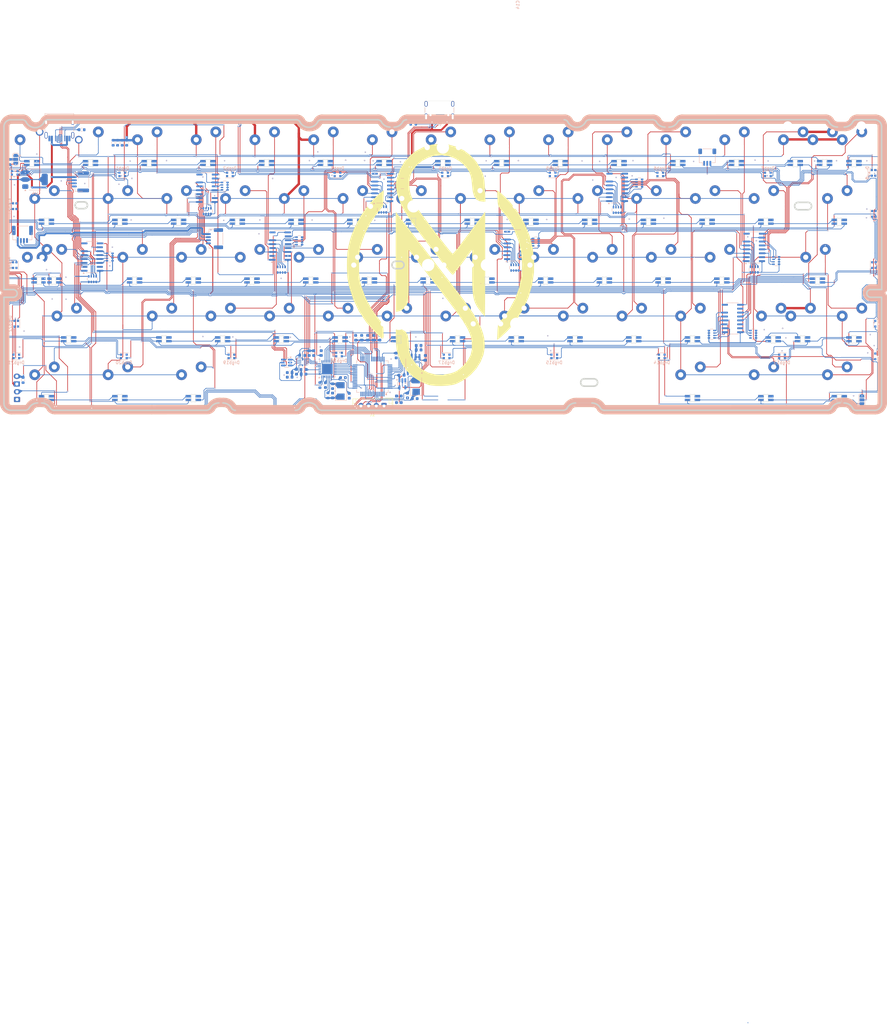
<source format=kicad_pcb>
(kicad_pcb (version 20240929) (generator "pcbnew") (generator_version "8.99")
  (layers (0 "F.Cu" signal) (2 "B.Cu" signal) (13 "F.Paste" user) (15 "B.Paste" user) (5 "F.SilkS" user "F.Silkscreen") (7 "B.SilkS" user "B.Silkscreen") (1 "F.Mask" user) (3 "B.Mask" user) (25 "Edge.Cuts" user) (39 "User.1" signal) (41 "User.2" signal) (43 "User.3" signal) (45 "User.4" signal) (47 "User.5" signal) (49 "User.6" signal) (51 "User.7" signal) (53 "User.8" signal) (55 "User.9" signal))
  (net 0 "")
  (net 1 "+3.3V")
  (net 2 "+5V")
  (net 3 "Net-(U1-VCAP_2)")
  (net 4 "Net-(U1-VCAP_1)")
  (net 5 "GND")
  (net 6 "Net-(U1-PH0)")
  (net 7 "Net-(U1-PH1)")
  (net 8 "Net-(U7-XO)")
  (net 9 "Net-(U7-XI)")
  (net 10 "Net-(C22-Pad1)")
  (net 11 "Net-(U7-VDDA1.8)")
  (net 12 "SWD")
  (net 13 "D-_FS")
  (net 14 "D+_FS")
  (net 15 "Net-(U1-BOOT0)")
  (net 16 "165_CS")
  (net 17 "USB_MUX")
  (net 18 "Net-(U7-VBUS)")
  (net 19 "Net-(U7-RBIAS)")
  (net 20 "CLK")
  (net 21 "RST")
  (net 22 "Net-(J1-Pin_2)")
  (net 23 "Net-(J1-Pin_3)")
  (net 25 "Data0")
  (net 26 "LATCH")
  (net 27 "Data4")
  (net 29 "Data6")
  (net 30 "DIR")
  (net 32 "Data3")
  (net 33 "Data2")
  (net 35 "SCK")
  (net 37 "NXT")
  (net 40 "MISO")
  (net 42 "SWC")
  (net 43 "MOSI")
  (net 44 "Data7")
  (net 45 "EEPROM")
  (net 48 "Data1")
  (net 51 "STP")
  (net 55 "Data5")
  (net 60 "SR_DOUT")
  (net 61 "Net-(U3-DS)")
  (net 62 "Net-(U5-D-)")
  (net 63 "Net-(U5-1D-)")
  (net 64 "Net-(U5-1D+)")
  (net 65 "Net-(U5-D+)")
  (net 69 "Net-(U10-Q7)")
  (net 70 "Net-(U10-DS)")
  (net 71 "Net-(U11-DS)")
  (net 72 "Net-(U12-DS)")
  (net 74 "Net-(U13-Q7)")
  (net 75 "Net-(U14-DS)")
  (net 76 "RGB")
  (net 77 "GND1")
  (net 78 "Net-(J4-CC1)")
  (net 79 "Net-(Drgb1-DIN)")
  (net 80 "Net-(Drgb1-DOUT)")
  (net 81 "Net-(Drgb2-DOUT)")
  (net 82 "Net-(Drgb3-DOUT)")
  (net 83 "Net-(Drgb4-DOUT)")
  (net 84 "Net-(Drgb5-DOUT)")
  (net 85 "Net-(Drgb6-DOUT)")
  (net 86 "Net-(Drgb7-DOUT)")
  (net 87 "Net-(Drgb8-DOUT)")
  (net 88 "Net-(Drgb10-DIN)")
  (net 89 "Net-(Drgb10-DOUT)")
  (net 90 "Net-(Drgb11-DOUT)")
  (net 91 "Net-(Drgb12-DOUT)")
  (net 92 "Net-(Drgb13-DOUT)")
  (net 93 "Net-(Drgb14-DOUT)")
  (net 94 "Net-(Drgb15-DOUT)")
  (net 95 "Net-(Drgb17-DOUT)")
  (net 96 "Net-(Drgb18-DOUT)")
  (net 97 "Net-(SW1-DOUT)")
  (net 98 "Net-(SW2-DOUT)")
  (net 99 "esc")
  (net 100 "1")
  (net 101 "Net-(SW3-DOUT)")
  (net 102 "Net-(SW4-DOUT)")
  (net 103 "Net-(SW5-DOUT)")
  (net 105 "Net-(SW6-DOUT)")
  (net 106 "Net-(SW7-DOUT)")
  (net 107 "Net-(SW8-DOUT)")
  (net 108 "Net-(SW10-DIN)")
  (net 109 "Net-(SW10-DOUT)")
  (net 110 "Net-(SW11-DOUT)")
  (net 111 "3")
  (net 112 "Net-(SW12-DOUT)")
  (net 113 "4")
  (net 114 "Net-(SW13-DOUT)")
  (net 115 "5")
  (net 116 "Net-(SW14-DOUT)")
  (net 117 "Net-(SW15-DOUT)")
  (net 118 "Net-(SW16-DOUT)")
  (net 119 "6")
  (net 120 "Net-(SW17-DOUT)")
  (net 121 "7")
  (net 122 "Net-(SW18-DOUT)")
  (net 123 "Net-(SW19-DOUT)")
  (net 124 "8")
  (net 125 "9")
  (net 126 "Net-(SW20-DOUT)")
  (net 127 "Net-(SW21-DOUT)")
  (net 128 "0")
  (net 129 "-")
  (net 130 "Net-(SW22-DOUT)")
  (net 131 "Net-(SW23-DOUT)")
  (net 132 "=")
  (net 133 "Net-(SW24-DOUT)")
  (net 134 "backspace")
  (net 135 "Net-(SW25-DOUT)")
  (net 136 "e")
  (net 137 "r")
  (net 138 "Net-(SW26-DOUT)")
  (net 139 "t")
  (net 140 "Net-(SW27-DOUT)")
  (net 141 "Net-(SW2002-DOUT)")
  (net 142 "y")
  (net 143 "Net-(SW2001-DIN)")
  (net 144 "Net-(SW30-DOUT)")
  (net 145 "u")
  (net 146 "Net-(SW31-DOUT)")
  (net 147 "i")
  (net 148 "Net-(SW32-DOUT)")
  (net 149 "o")
  (net 150 "Net-(SW33-DOUT)")
  (net 151 "Net-(SW34-DOUT)")
  (net 152 "p")
  (net 153 "[")
  (net 154 "Net-(SW35-DOUT)")
  (net 155 "]")
  (net 156 "Net-(SW36-DOUT)")
  (net 157 "\\")
  (net 158 "Net-(SW37-DOUT)")
  (net 159 "a")
  (net 160 "Net-(SW38-DOUT)")
  (net 161 "s")
  (net 162 "Net-(SW39-DOUT)")
  (net 163 "d")
  (net 164 "Net-(SW40-DOUT)")
  (net 165 "f")
  (net 166 "Net-(SW41-DOUT)")
  (net 167 "Net-(SW42-DOUT)")
  (net 168 "g")
  (net 169 "Net-(SW43-DOUT)")
  (net 170 "Net-(SW44-DOUT)")
  (net 171 "h")
  (net 172 "Net-(SW45-DOUT)")
  (net 173 "j")
  (net 174 "Net-(SW46-DOUT)")
  (net 175 "k")
  (net 176 "Net-(SW47-DOUT)")
  (net 177 "l")
  (net 178 ";")
  (net 179 "Net-(SW48-DOUT)")
  (net 180 "Net-(SW49-DOUT)")
  (net 181 "'")
  (net 182 "enter")
  (net 183 "Net-(SW50-DOUT)")
  (net 184 "Net-(SW51-DOUT)")
  (net 185 "backspace2")
  (net 186 "Net-(SW52-DOUT)")
  (net 187 "z")
  (net 188 "x")
  (net 189 "c")
  (net 190 "Net-(SW2001-DOUT)")
  (net 192 "v")
  (net 193 "Net-(SW55-DOUT)")
  (net 194 "Net-(SW56-DOUT)")
  (net 195 "b")
  (net 196 "Net-(SW57-DOUT)")
  (net 197 "n")
  (net 198 "Net-(SW58-DOUT)")
  (net 199 "Net-(SW59-DOUT)")
  (net 200 "m")
  (net 201 "Net-(SW60-DOUT)")
  (net 202 ",")
  (net 203 ".")
  (net 204 "Net-(SW61-DOUT)")
  (net 205 "{slash}")
  (net 207 "2")
  (net 208 "tab")
  (net 209 "cap")
  (net 211 "lshift")
  (net 212 "Net-(Drgb19-DOUT)")
  (net 213 "Net-(Drgb20-DOUT)")
  (net 214 "Net-(Drgb21-DOUT)")
  (net 215 "Net-(Drgb22-DOUT)")
  (net 216 "Net-(Drgb23-DOUT)")
  (net 218 "Net-(SW2002-DIN)")
  (net 219 "lctrl")
  (net 220 "q")
  (net 221 "w")
  (net 222 "rshift")
  (net 223 "fn")
  (net 224 "lwin")
  (net 225 "lalt")
  (net 226 "space")
  (net 227 "ralt")
  (net 228 "rwin")
  (net 229 "rctrl")
  (net 231 "UD")
  (net 232 "matrix")
  (net 233 "jump1")
  (net 234 "matrix1")
  (net 235 "Net-(U1-PC9)")
  (net 237 "Net-(R20-Pad1)")
  (footprint "MX_cherry:MXOnly-1U_RGBs" (layer "F.Cu") (at 244.3125 44.3)
    (property "Reference" "SW13" (hide yes))
    (property "Value" "CherryMX_LTST-A683CEGBW" (hide yes))
    (fp_line (start -0.701007 5.872884) (end -0.701007 4.229129) (stroke (width 0.1)) (layer "Edge.Cuts"))
    (fp_line (start -0.371878 3.9) (end 0.371877 3.9) (stroke (width 0.1)) (layer "Edge.Cuts"))
    (fp_line (start 0.371877 6.202013) (end -0.371878 6.202013) (stroke (width 0.1)) (layer "Edge.Cuts"))
    (fp_line (start 0.701006 4.229129) (end 0.701006 5.872884) (stroke (width 0.1)) (layer "Edge.Cuts"))
    (fp_arc (start -0.701007 4.229129) (mid -0.777791 3.823216) (end -0.371878 3.9) (stroke (width 0.1)) (layer "Edge.Cuts"))
    (fp_arc (start -0.371878 6.202013) (mid -0.777748 6.278754) (end -0.701007 5.872884) (stroke (width 0.1)) (layer "Edge.Cuts"))
    (fp_arc (start 0.371877 3.9) (mid 0.777804 3.823208) (end 0.701006 4.229129) (stroke (width 0.1)) (layer "Edge.Cuts"))
    (fp_arc (start 0.701006 5.872884) (mid 0.777758 6.278765) (end 0.371877 6.202013) (stroke (width 0.1)) (layer "Edge.Cuts"))
  )
  (footprint "MX_cherry:MXOnly-1U_RGBs" (layer "F.Cu") (at 91.9125 44.3)
    (property "Reference" "SW5" (hide yes))
    (property "Value" "CherryMX_LTST-A683CEGBW" (hide yes))
    (fp_line (start -0.701007 5.872884) (end -0.701007 4.229129) (stroke (width 0.1)) (layer "Edge.Cuts"))
    (fp_line (start -0.371878 3.9) (end 0.371877 3.9) (stroke (width 0.1)) (layer "Edge.Cuts"))
    (fp_line (start 0.371877 6.202013) (end -0.371878 6.202013) (stroke (width 0.1)) (layer "Edge.Cuts"))
    (fp_line (start 0.701006 4.229129) (end 0.701006 5.872884) (stroke (width 0.1)) (layer "Edge.Cuts"))
    (fp_arc (start -0.701007 4.229129) (mid -0.777791 3.823216) (end -0.371878 3.9) (stroke (width 0.1)) (layer "Edge.Cuts"))
    (fp_arc (start -0.371878 6.202013) (mid -0.777748 6.278754) (end -0.701007 5.872884) (stroke (width 0.1)) (layer "Edge.Cuts"))
    (fp_arc (start 0.371877 3.9) (mid 0.777804 3.823208) (end 0.701006 4.229129) (stroke (width 0.1)) (layer "Edge.Cuts"))
    (fp_arc (start 0.701006 5.872884) (mid 0.777758 6.278765) (end 0.371877 6.202013) (stroke (width 0.1)) (layer "Edge.Cuts"))
  )
  (footprint "MX_cherry:MXOnly-1U_RGBs" (layer "F.Cu") (at 87.15 82.4)
    (property "Reference" "SW32" (hide yes))
    (property "Value" "CherryMX_LTST-A683CEGBW" (hide yes))
    (fp_line (start -0.701007 5.872884) (end -0.701007 4.229129) (stroke (width 0.1)) (layer "Edge.Cuts"))
    (fp_line (start -0.371878 3.9) (end 0.371877 3.9) (stroke (width 0.1)) (layer "Edge.Cuts"))
    (fp_line (start 0.371877 6.202013) (end -0.371878 6.202013) (stroke (width 0.1)) (layer "Edge.Cuts"))
    (fp_line (start 0.701006 4.229129) (end 0.701006 5.872884) (stroke (width 0.1)) (layer "Edge.Cuts"))
    (fp_arc (start -0.701007 4.229129) (mid -0.777791 3.823216) (end -0.371878 3.9) (stroke (width 0.1)) (layer "Edge.Cuts"))
    (fp_arc (start -0.371878 6.202013) (mid -0.777748 6.278754) (end -0.701007 5.872884) (stroke (width 0.1)) (layer "Edge.Cuts"))
    (fp_arc (start 0.371877 3.9) (mid 0.777804 3.823208) (end 0.701006 4.229129) (stroke (width 0.1)) (layer "Edge.Cuts"))
    (fp_arc (start 0.701006 5.872884) (mid 0.777758 6.278765) (end 0.371877 6.202013) (stroke (width 0.1)) (layer "Edge.Cuts"))
  )
  (footprint "MX_cherry:MXOnly-1U_RGBs" (layer "F.Cu") (at 44.2875 63.35)
    (property "Reference" "SW16" (hide yes))
    (property "Value" "CherryMX_LTST-A683CEGBW" (hide yes))
    (fp_line (start -0.701007 5.872884) (end -0.701007 4.229129) (stroke (width 0.1)) (layer "Edge.Cuts"))
    (fp_line (start -0.371878 3.9) (end 0.371877 3.9) (stroke (width 0.1)) (layer "Edge.Cuts"))
    (fp_line (start 0.371877 6.202013) (end -0.371878 6.202013) (stroke (width 0.1)) (layer "Edge.Cuts"))
    (fp_line (start 0.701006 4.229129) (end 0.701006 5.872884) (stroke (width 0.1)) (layer "Edge.Cuts"))
    (fp_arc (start -0.701007 4.229129) (mid -0.777791 3.823216) (end -0.371878 3.9) (stroke (width 0.1)) (layer "Edge.Cuts"))
    (fp_arc (start -0.371878 6.202013) (mid -0.777748 6.278754) (end -0.701007 5.872884) (stroke (width 0.1)) (layer "Edge.Cuts"))
    (fp_arc (start 0.371877 3.9) (mid 0.777804 3.823208) (end 0.701006 4.229129) (stroke (width 0.1)) (layer "Edge.Cuts"))
    (fp_arc (start 0.701006 5.872884) (mid 0.777758 6.278765) (end 0.371877 6.202013) (stroke (width 0.1)) (layer "Edge.Cuts"))
  )
  (footprint "MX_cherry:MXOnly-1U_RGBs" (layer "F.Cu") (at 182.4 82.4)
    (property "Reference" "SW37" (hide yes))
    (property "Value" "CherryMX_LTST-A683CEGBW" (hide yes))
    (fp_line (start -0.701007 5.872884) (end -0.701007 4.229129) (stroke (width 0.1)) (layer "Edge.Cuts"))
    (fp_line (start -0.371878 3.9) (end 0.371877 3.9) (stroke (width 0.1)) (layer "Edge.Cuts"))
    (fp_line (start 0.371877 6.202013) (end -0.371878 6.202013) (stroke (width 0.1)) (layer "Edge.Cuts"))
    (fp_line (start 0.701006 4.229129) (end 0.701006 5.872884) (stroke (width 0.1)) (layer "Edge.Cuts"))
    (fp_arc (start -0.701007 4.229129) (mid -0.777791 3.823216) (end -0.371878 3.9) (stroke (width 0.1)) (layer "Edge.Cuts"))
    (fp_arc (start -0.371878 6.202013) (mid -0.777748 6.278754) (end -0.701007 5.872884) (stroke (width 0.1)) (layer "Edge.Cuts"))
    (fp_arc (start 0.371877 3.9) (mid 0.777804 3.823208) (end 0.701006 4.229129) (stroke (width 0.1)) (layer "Edge.Cuts"))
    (fp_arc (start 0.701006 5.872884) (mid 0.777758 6.278765) (end 0.371877 6.202013) (stroke (width 0.1)) (layer "Edge.Cuts"))
  )
  (footprint "MX_cherry:MXOnly-1U_RGBs" (layer "F.Cu") (at 153.825 101.45)
    (property "Reference" "SW49" (hide yes))
    (property "Value" "CherryMX_LTST-A683CEGBW" (hide yes))
    (fp_line (start -0.701007 5.872884) (end -0.701007 4.229129) (stroke (width 0.1)) (layer "Edge.Cuts"))
    (fp_line (start -0.371878 3.9) (end 0.371877 3.9) (stroke (width 0.1)) (layer "Edge.Cuts"))
    (fp_line (start 0.371877 6.202013) (end -0.371878 6.202013) (stroke (width 0.1)) (layer "Edge.Cuts"))
    (fp_line (start 0.701006 4.229129) (end 0.701006 5.872884) (stroke (width 0.1)) (layer "Edge.Cuts"))
    (fp_arc (start -0.701007 4.229129) (mid -0.777791 3.823216) (end -0.371878 3.9) (stroke (width 0.1)) (layer "Edge.Cuts"))
    (fp_arc (start -0.371878 6.202013) (mid -0.777748 6.278754) (end -0.701007 5.872884) (stroke (width 0.1)) (layer "Edge.Cuts"))
    (fp_arc (start 0.371877 3.9) (mid 0.777804 3.823208) (end 0.701006 4.229129) (stroke (width 0.1)) (layer "Edge.Cuts"))
    (fp_arc (start 0.701006 5.872884) (mid 0.777758 6.278765) (end 0.371877 6.202013) (stroke (width 0.1)) (layer "Edge.Cuts"))
  )
  (footprint "MX_cherry:MXOnly-1.5U_RGBs" (layer "F.Cu") (at 277.6505 120.5)
    (property "Reference" "SW62" (hide yes))
    (property "Value" "CherryMX_LTST-A683CEGBW" (hide yes))
    (fp_line (start -0.701007 5.872884) (end -0.701007 4.229129) (stroke (width 0.1)) (layer "Edge.Cuts"))
    (fp_line (start -0.371878 3.9) (end 0.371877 3.9) (stroke (width 0.1)) (layer "Edge.Cuts"))
    (fp_line (start 0.371877 6.202013) (end -0.371878 6.202013) (stroke (width 0.1)) (layer "Edge.Cuts"))
    (fp_line (start 0.701006 4.229129) (end 0.701006 5.872884) (stroke (width 0.1)) (layer "Edge.Cuts"))
    (fp_arc (start -0.701007 4.229129) (mid -0.777791 3.823216) (end -0.371878 3.9) (stroke (width 0.1)) (layer "Edge.Cuts"))
    (fp_arc (start -0.371878 6.202013) (mid -0.777748 6.278754) (end -0.701007 5.872884) (stroke (width 0.1)) (layer "Edge.Cuts"))
    (fp_arc (start 0.371877 3.9) (mid 0.777804 3.823208) (end 0.701006 4.229129) (stroke (width 0.1)) (layer "Edge.Cuts"))
    (fp_arc (start 0.701006 5.872884) (mid 0.777758 6.278765) (end 0.371877 6.202013) (stroke (width 0.1)) (layer "Edge.Cuts"))
  )
  (footprint "MX_cherry:MXOnly-1U_RGBs" (layer "F.Cu") (at 201.45 82.4)
    (property "Reference" "SW38" (hide yes))
    (property "Value" "CherryMX_LTST-A683CEGBW" (hide yes))
    (fp_line (start -0.701007 5.872884) (end -0.701007 4.229129) (stroke (width 0.1)) (layer "Edge.Cuts"))
    (fp_line (start -0.371878 3.9) (end 0.371877 3.9) (stroke (width 0.1)) (layer "Edge.Cuts"))
    (fp_line (start 0.371877 6.202013) (end -0.371878 6.202013) (stroke (width 0.1)) (layer "Edge.Cuts"))
    (fp_line (start 0.701006 4.229129) (end 0.701006 5.872884) (stroke (width 0.1)) (layer "Edge.Cuts"))
    (fp_arc (start -0.701007 4.229129) (mid -0.777791 3.823216) (end -0.371878 3.9) (stroke (width 0.1)) (layer "Edge.Cuts"))
    (fp_arc (start -0.371878 6.202013) (mid -0.777748 6.278754) (end -0.701007 5.872884) (stroke (width 0.1)) (layer "Edge.Cuts"))
    (fp_arc (start 0.371877 3.9) (mid 0.777804 3.823208) (end 0.701006 4.229129) (stroke (width 0.1)) (layer "Edge.Cuts"))
    (fp_arc (start 0.701006 5.872884) (mid 0.777758 6.278765) (end 0.371877 6.202013) (stroke (width 0.1)) (layer "Edge.Cuts"))
  )
  (footprint "MX_cherry:MXOnly-1.5U_RGBs" (layer "F.Cu") (at 20.4755 63.35)
    (property "Reference" "SW15" (hide yes))
    (property "Value" "CherryMX_LTST-A683CEGBW" (hide yes))
    (fp_line (start -0.701007 5.872884) (end -0.701007 4.229129) (stroke (width 0.1)) (layer "Edge.Cuts"))
    (fp_line (start -0.371878 3.9) (end 0.371877 3.9) (stroke (width 0.1)) (layer "Edge.Cuts"))
    (fp_line (start 0.371877 6.202013) (end -0.371878 6.202013) (stroke (width 0.1)) (layer "Edge.Cuts"))
    (fp_line (start 0.701006 4.229129) (end 0.701006 5.872884) (stroke (width 0.1)) (layer "Edge.Cuts"))
    (fp_arc (start -0.701007 4.229129) (mid -0.777791 3.823216) (end -0.371878 3.9) (stroke (width 0.1)) (layer "Edge.Cuts"))
    (fp_arc (start -0.371878 6.202013) (mid -0.777748 6.278754) (end -0.701007 5.872884) (stroke (width 0.1)) (layer "Edge.Cuts"))
    (fp_arc (start 0.371877 3.9) (mid 0.777804 3.823208) (end 0.701006 4.229129) (stroke (width 0.1)) (layer "Edge.Cuts"))
    (fp_arc (start 0.701006 5.872884) (mid 0.777758 6.278765) (end 0.371877 6.202013) (stroke (width 0.1)) (layer "Edge.Cuts"))
  )
  (footprint "Connector_JST:JST_XH_B2B-XH-A_1x02_P2.50mm_Vertical" (layer "F.Cu") (at 10.855 120.95 90)
    (property "Reference" "SWboot2" (hide yes))
    (property "Value" "SW_Push" (hide yes))
  )
  (footprint "MX_cherry:MXOnly-1.5U_RGBs" (layer "F.Cu") (at 230.0255 120.5)
    (property "Reference" "SW60" (hide yes))
    (property "Value" "CherryMX_LTST-A683CEGBW" (hide yes))
    (fp_line (start -0.701007 5.872884) (end -0.701007 4.229129) (stroke (width 0.1)) (layer "Edge.Cuts"))
    (fp_line (start -0.371878 3.9) (end 0.371877 3.9) (stroke (width 0.1)) (layer "Edge.Cuts"))
    (fp_line (start 0.371877 6.202013) (end -0.371878 6.202013) (stroke (width 0.1)) (layer "Edge.Cuts"))
    (fp_line (start 0.701006 4.229129) (end 0.701006 5.872884) (stroke (width 0.1)) (layer "Edge.Cuts"))
    (fp_arc (start -0.701007 4.229129) (mid -0.777791 3.823216) (end -0.371878 3.9) (stroke (width 0.1)) (layer "Edge.Cuts"))
    (fp_arc (start -0.371878 6.202013) (mid -0.777748 6.278754) (end -0.701007 5.872884) (stroke (width 0.1)) (layer "Edge.Cuts"))
    (fp_arc (start 0.371877 3.9) (mid 0.777804 3.823208) (end 0.701006 4.229129) (stroke (width 0.1)) (layer "Edge.Cuts"))
    (fp_arc (start 0.701006 5.872884) (mid 0.777758 6.278765) (end 0.371877 6.202013) (stroke (width 0.1)) (layer "Edge.Cuts"))
  )
  (footprint "MX_cherry:MXOnly-1U_RGBs" (layer "F.Cu") (at 115.725 101.45)
    (property "Reference" "SW47" (hide yes))
    (property "Value" "CherryMX_LTST-A683CEGBW" (hide yes))
    (fp_line (start -0.701007 5.872884) (end -0.701007 4.229129) (stroke (width 0.1)) (layer "Edge.Cuts"))
    (fp_line (start -0.371878 3.9) (end 0.371877 3.9) (stroke (width 0.1)) (layer "Edge.Cuts"))
    (fp_line (start 0.371877 6.202013) (end -0.371878 6.202013) (stroke (width 0.1)) (layer "Edge.Cuts"))
    (fp_line (start 0.701006 4.229129) (end 0.701006 5.872884) (stroke (width 0.1)) (layer "Edge.Cuts"))
    (fp_arc (start -0.701007 4.229129) (mid -0.777791 3.823216) (end -0.371878 3.9) (stroke (width 0.1)) (layer "Edge.Cuts"))
    (fp_arc (start -0.371878 6.202013) (mid -0.777748 6.278754) (end -0.701007 5.872884) (stroke (width 0.1)) (layer "Edge.Cuts"))
    (fp_arc (start 0.371877 3.9) (mid 0.777804 3.823208) (end 0.701006 4.229129) (stroke (width 0.1)) (layer "Edge.Cuts"))
    (fp_arc (start 0.701006 5.872884) (mid 0.777758 6.278765) (end 0.371877 6.202013) (stroke (width 0.1)) (layer "Edge.Cuts"))
  )
  (footprint "MX_cherry:MXOnly-1.75U_RGBs" (layer "F.Cu") (at 256.219 101.45)
    (property "Reference" "SW54" (hide yes))
    (property "Value" "CherryMX_LTST-A683CEGBW" (hide yes))
    (fp_line (start -0.701007 5.872884) (end -0.701007 4.229129) (stroke (width 0.1)) (layer "Edge.Cuts"))
    (fp_line (start -0.371878 3.9) (end 0.371877 3.9) (stroke (width 0.1)) (layer "Edge.Cuts"))
    (fp_line (start 0.371877 6.202013) (end -0.371878 6.202013) (stroke (width 0.1)) (layer "Edge.Cuts"))
    (fp_line (start 0.701006 4.229129) (end 0.701006 5.872884) (stroke (width 0.1)) (layer "Edge.Cuts"))
    (fp_arc (start -0.701007 4.229129) (mid -0.777791 3.823216) (end -0.371878 3.9) (stroke (width 0.1)) (layer "Edge.Cuts"))
    (fp_arc (start -0.371878 6.202013) (mid -0.777748 6.278754) (end -0.701007 5.872884) (stroke (width 0.1)) (layer "Edge.Cuts"))
    (fp_arc (start 0.371877 3.9) (mid 0.777804 3.823208) (end 0.701006 4.229129) (stroke (width 0.1)) (layer "Edge.Cuts"))
    (fp_arc (start 0.701006 5.872884) (mid 0.777758 6.278765) (end 0.371877 6.202013) (stroke (width 0.1)) (layer "Edge.Cuts"))
  )
  (footprint "MX_cherry:MXOnly-1.75U_RGBs" (layer "F.Cu") (at 22.8565 82.4)
    (property "Reference" "SW29" (hide yes))
    (property "Value" "CherryMX_LTST-A683CEGBW" (hide yes))
    (fp_line (start -0.701007 5.872884) (end -0.701007 4.229129) (stroke (width 0.1)) (layer "Edge.Cuts"))
    (fp_line (start -0.371878 3.9) (end 0.371877 3.9) (stroke (width 0.1)) (layer "Edge.Cuts"))
    (fp_line (start 0.371877 6.202013) (end -0.371878 6.202013) (stroke (width 0.1)) (layer "Edge.Cuts"))
    (fp_line (start 0.701006 4.229129) (end 0.701006 5.872884) (stroke (width 0.1)) (layer "Edge.Cuts"))
    (fp_arc (start -0.701007 4.229129) (mid -0.777791 3.823216) (end -0.371878 3.9) (stroke (width 0.1)) (layer "Edge.Cuts"))
    (fp_arc (start -0.371878 6.202013) (mid -0.777748 6.278754) (end -0.701007 5.872884) (stroke (width 0.1)) (layer "Edge.Cuts"))
    (fp_arc (start 0.371877 3.9) (mid 0.777804 3.823208) (end 0.701006 4.229129) (stroke (width 0.1)) (layer "Edge.Cuts"))
    (fp_arc (start 0.701006 5.872884) (mid 0.777758 6.278765) (end 0.371877 6.202013) (stroke (width 0.1)) (layer "Edge.Cuts"))
  )
  (footprint "MX_cherry:MXOnly-1U_RGBs" (layer "F.Cu") (at 239.55 82.4)
    (property "Reference" "SW40" (hide yes))
    (property "Value" "CherryMX_LTST-A683CEGBW" (hide yes))
    (fp_line (start -0.701007 5.872884) (end -0.701007 4.229129) (stroke (width 0.1)) (layer "Edge.Cuts"))
    (fp_line (start -0.371878 3.9) (end 0.371877 3.9) (stroke (width 0.1)) (layer "Edge.Cuts"))
    (fp_line (start 0.371877 6.202013) (end -0.371878 6.202013) (stroke (width 0.1)) (layer "Edge.Cuts"))
    (fp_line (start 0.701006 4.229129) (end 0.701006 5.872884) (stroke (width 0.1)) (layer "Edge.Cuts"))
    (fp_arc (start -0.701007 4.229129) (mid -0.777791 3.823216) (end -0.371878 3.9) (stroke (width 0.1)) (layer "Edge.Cuts"))
    (fp_arc (start -0.371878 6.202013) (mid -0.777748 6.278754) (end -0.701007 5.872884) (stroke (width 0.1)) (layer "Edge.Cuts"))
    (fp_arc (start 0.371877 3.9) (mid 0.777804 3.823208) (end 0.701006 4.229129) (stroke (width 0.1)) (layer "Edge.Cuts"))
    (fp_arc (start 0.701006 5.872884) (mid 0.777758 6.278765) (end 0.371877 6.202013) (stroke (width 0.1)) (layer "Edge.Cuts"))
  )
  (footprint "MX_cherry:MXOnly-1U_RGBs" (layer "F.Cu") (at 215.7375 63.35)
    (property "Reference" "SW25" (hide yes))
    (property "Value" "CherryMX_LTST-A683CEGBW" (hide yes))
    (fp_line (start -0.701007 5.872884) (end -0.701007 4.229129) (stroke (width 0.1)) (layer "Edge.Cuts"))
    (fp_line (start -0.371878 3.9) (end 0.371877 3.9) (stroke (width 0.1)) (layer "Edge.Cuts"))
    (fp_line (start 0.371877 6.202013) (end -0.371878 6.202013) (stroke (width 0.1)) (layer "Edge.Cuts"))
    (fp_line (start 0.701006 4.229129) (end 0.701006 5.872884) (stroke (width 0.1)) (layer "Edge.Cuts"))
    (fp_arc (start -0.701007 4.229129) (mid -0.777791 3.823216) (end -0.371878 3.9) (stroke (width 0.1)) (layer "Edge.Cuts"))
    (fp_arc (start -0.371878 6.202013) (mid -0.777748 6.278754) (end -0.701007 5.872884) (stroke (width 0.1)) (layer "Edge.Cuts"))
    (fp_arc (start 0.371877 3.9) (mid 0.777804 3.823208) (end 0.701006 4.229129) (stroke (width 0.1)) (layer "Edge.Cuts"))
    (fp_arc (start 0.701006 5.872884) (mid 0.777758 6.278765) (end 0.371877 6.202013) (stroke (width 0.1)) (layer "Edge.Cuts"))
  )
  (footprint "MX_cherry:MXOnly-1U_RGBs" (layer "F.Cu") (at 120.4875 63.35)
    (property "Reference" "SW20" (hide yes))
    (property "Value" "CherryMX_LTST-A683CEGBW" (hide yes))
    (fp_line (start -0.701007 5.872884) (end -0.701007 4.229129) (stroke (width 0.1)) (layer "Edge.Cuts"))
    (fp_line (start -0.371878 3.9) (end 0.371877 3.9) (stroke (width 0.1)) (layer "Edge.Cuts"))
    (fp_line (start 0.371877 6.202013) (end -0.371878 6.202013) (stroke (width 0.1)) (layer "Edge.Cuts"))
    (fp_line (start 0.701006 4.229129) (end 0.701006 5.872884) (stroke (width 0.1)) (layer "Edge.Cuts"))
    (fp_arc (start -0.701007 4.229129) (mid -0.777791 3.823216) (end -0.371878 3.9) (stroke (width 0.1)) (layer "Edge.Cuts"))
    (fp_arc (start -0.371878 6.202013) (mid -0.777748 6.278754) (end -0.701007 5.872884) (stroke (width 0.1)) (layer "Edge.Cuts"))
    (fp_arc (start 0.371877 3.9) (mid 0.777804 3.823208) (end 0.701006 4.229129) (stroke (width 0.1)) (layer "Edge.Cuts"))
    (fp_arc (start 0.701006 5.872884) (mid 0.777758 6.278765) (end 0.371877 6.202013) (stroke (width 0.1)) (layer "Edge.Cuts"))
  )
  (footprint "MX_cherry:MXOnly-1U_RGBs" (layer "F.Cu") (at 230.025 101.45)
    (property "Reference" "SW53" (hide yes))
    (property "Value" "CherryMX_LTST-A683CEGBW" (hide yes))
    (fp_line (start -0.701007 5.872884) (end -0.701007 4.229129) (stroke (width 0.1)) (layer "Edge.Cuts"))
    (fp_line (start -0.371878 3.9) (end 0.371877 3.9) (stroke (width 0.1)) (layer "Edge.Cuts"))
    (fp_line (start 0.371877 6.202013) (end -0.371878 6.202013) (stroke (width 0.1)) (layer "Edge.Cuts"))
    (fp_line (start 0.701006 4.229129) (end 0.701006 5.872884) (stroke (width 0.1)) (layer "Edge.Cuts"))
    (fp_arc (start -0.701007 4.229129) (mid -0.777791 3.823216) (end -0.371878 3.9) (stroke (width 0.1)) (layer "Edge.Cuts"))
    (fp_arc (start -0.371878 6.202013) (mid -0.777748 6.278754) (end -0.701007 5.872884) (stroke (width 0.1)) (layer "Edge.Cuts"))
    (fp_arc (start 0.371877 3.9) (mid 0.777804 3.823208) (end 0.701006 4.229129) (stroke (width 0.1)) (layer "Edge.Cuts"))
    (fp_arc (start 0.701006 5.872884) (mid 0.777758 6.278765) (end 0.371877 6.202013) (stroke (width 0.1)) (layer "Edge.Cuts"))
  )
  (footprint "MX_cherry:MXOnly-1U_RGBs" (layer "F.Cu") (at 34.7625 44.3)
    (property "Reference" "SW2" (hide yes))
    (property "Value" "CherryMX_LTST-A683CEGBW" (hide yes))
    (fp_line (start -0.701007 5.872884) (end -0.701007 4.229129) (stroke (width 0.1)) (layer "Edge.Cuts"))
    (fp_line (start -0.371878 3.9) (end 0.371877 3.9) (stroke (width 0.1)) (layer "Edge.Cuts"))
    (fp_line (start 0.371877 6.202013) (end -0.371878 6.202013) (stroke (width 0.1)) (layer "Edge.Cuts"))
    (fp_line (start 0.701006 4.229129) (end 0.701006 5.872884) (stroke (width 0.1)) (layer "Edge.Cuts"))
    (fp_arc (start -0.701007 4.229129) (mid -0.777791 3.823216) (end -0.371878 3.9) (stroke (width 0.1)) (layer "Edge.Cuts"))
    (fp_arc (start -0.371878 6.202013) (mid -0.777748 6.278754) (end -0.701007 5.872884) (stroke (width 0.1)) (layer "Edge.Cuts"))
    (fp_arc (start 0.371877 3.9) (mid 0.777804 3.823208) (end 0.701006 4.229129) (stroke (width 0.1)) (layer "Edge.Cuts"))
    (fp_arc (start 0.701006 5.872884) (mid 0.777758 6.278765) (end 0.371877 6.202013) (stroke (width 0.1)) (layer "Edge.Cuts"))
  )
  (footprint "MX_cherry:MXOnly-1U_RGBs" (layer "F.Cu") (at 163.35 82.4)
    (property "Reference" "SW36" (hide yes))
    (property "Value" "CherryMX_LTST-A683CEGBW" (hide yes))
    (fp_line (start -0.701007 5.872884) (end -0.701007 4.229129) (stroke (width 0.1)) (layer "Edge.Cuts"))
    (fp_line (start -0.371878 3.9) (end 0.371877 3.9) (stroke (width 0.1)) (layer "Edge.Cuts"))
    (fp_line (start 0.371877 6.202013) (end -0.371878 6.202013) (stroke (width 0.1)) (layer "Edge.Cuts"))
    (fp_line (start 0.701006 4.229129) (end 0.701006 5.872884) (stroke (width 0.1)) (layer "Edge.Cuts"))
    (fp_arc (start -0.701007 4.229129) (mid -0.777791 3.823216) (end -0.371878 3.9) (stroke (width 0.1)) (layer "Edge.Cuts"))
    (fp_arc (start -0.371878 6.202013) (mid -0.777748 6.278754) (end -0.701007 5.872884) (stroke (width 0.1)) (layer "Edge.Cuts"))
    (fp_arc (start 0.371877 3.9) (mid 0.777804 3.823208) (end 0.701006 4.229129) (stroke (width 0.1)) (layer "Edge.Cuts"))
    (fp_arc (start 0.701006 5.872884) (mid 0.777758 6.278765) (end 0.371877 6.202013) (stroke (width 0.1)) (layer "Edge.Cuts"))
  )
  (footprint "MX_cherry:MXOnly-1U_RGBs" (layer "F.Cu") (at 168.1125 44.3)
    (property "Reference" "SW9" (hide yes))
    (property "Value" "CherryMX_LTST-A683CEGBW" (hide yes))
    (fp_line (start -0.701007 5.872884) (end -0.701007 4.229129) (stroke (width 0.1)) (layer "Edge.Cuts"))
    (fp_line (start -0.371878 3.9) (end 0.371877 3.9) (stroke (width 0.1)) (layer "Edge.Cuts"))
    (fp_line (start 0.371877 6.202013) (end -0.371878 6.202013) (stroke (width 0.1)) (layer "Edge.Cuts"))
    (fp_line (start 0.701006 4.229129) (end 0.701006 5.872884) (stroke (width 0.1)) (layer "Edge.Cuts"))
    (fp_arc (start -0.701007 4.229129) (mid -0.777791 3.823216) (end -0.371878 3.9) (stroke (width 0.1)) (layer "Edge.Cuts"))
    (fp_arc (start -0.371878 6.202013) (mid -0.777748 6.278754) (end -0.701007 5.872884) (stroke (width 0.1)) (layer "Edge.Cuts"))
    (fp_arc (start 0.371877 3.9) (mid 0.777804 3.823208) (end 0.701006 4.229129) (stroke (width 0.1)) (layer "Edge.Cuts"))
    (fp_arc (start 0.701006 5.872884) (mid 0.777758 6.278765) (end 0.371877 6.202013) (stroke (width 0.1)) (layer "Edge.Cuts"))
  )
  (footprint "MX_cherry:MXOnly-1U_RGBs" (layer "F.Cu") (at 110.9625 44.3)
    (property "Reference" "SW6" (hide yes))
    (property "Value" "CherryMX_LTST-A683CEGBW" (hide yes))
    (fp_line (start -0.701007 5.872884) (end -0.701007 4.229129) (stroke (width 0.1)) (layer "Edge.Cuts"))
    (fp_line (start -0.371878 3.9) (end 0.371877 3.9) (stroke (width 0.1)) (layer "Edge.Cuts"))
    (fp_line (start 0.371877 6.202013) (end -0.371878 6.202013) (stroke (width 0.1)) (layer "Edge.Cuts"))
    (fp_line (start 0.701006 4.229129) (end 0.701006 5.872884) (stroke (width 0.1)) (layer "Edge.Cuts"))
    (fp_arc (start -0.701007 4.229129) (mid -0.777791 3.823216) (end -0.371878 3.9) (stroke (width 0.1)) (layer "Edge.Cuts"))
    (fp_arc (start -0.371878 6.202013) (mid -0.777748 6.278754) (end -0.701007 5.872884) (stroke (width 0.1)) (layer "Edge.Cuts"))
    (fp_arc (start 0.371877 3.9) (mid 0.777804 3.823208) (end 0.701006 4.229129) (stroke (width 0.1)) (layer "Edge.Cuts"))
    (fp_arc (start 0.701006 5.872884) (mid 0.777758 6.278765) (end 0.371877 6.202013) (stroke (width 0.1)) (layer "Edge.Cuts"))
  )
  (footprint "MX_cherry:MXOnly-1U_RGBs" (layer "F.Cu") (at 63.3375 63.35)
    (property "Reference" "SW17" (hide yes))
    (property "Value" "CherryMX_LTST-A683CEGBW" (hide yes))
    (fp_line (start -0.701007 5.872884) (end -0.701007 4.229129) (stroke (width 0.1)) (layer "Edge.Cuts"))
    (fp_line (start -0.371878 3.9) (end 0.371877 3.9) (stroke (width 0.1)) (layer "Edge.Cuts"))
    (fp_line (start 0.371877 6.202013) (end -0.371878 6.202013) (stroke (width 0.1)) (layer "Edge.Cuts"))
    (fp_line (start 0.701006 4.229129) (end 0.701006 5.872884) (stroke (width 0.1)) (layer "Edge.Cuts"))
    (fp_arc (start -0.701007 4.229129) (mid -0.777791 3.823216) (end -0.371878 3.9) (stroke (width 0.1)) (layer "Edge.Cuts"))
    (fp_arc (start -0.371878 6.202013) (mid -0.777748 6.278754) (end -0.701007 5.872884) (stroke (width 0.1)) (layer "Edge.Cuts"))
    (fp_arc (start 0.371877 3.9) (mid 0.777804 3.823208) (end 0.701006 4.229129) (stroke (width 0.1)) (layer "Edge.Cuts"))
    (fp_arc (start 0.701006 5.872884) (mid 0.777758 6.278765) (end 0.371877 6.202013) (stroke (width 0.1)) (layer "Edge.Cuts"))
  )
  (footprint "MX_cherry:MXOnly-1.5U_RGBs" (layer "F.Cu") (at 277.6505 63.35)
    (property "Reference" "SW28" (hide yes))
    (property "Value" "CherryMX_LTST-A683CEGBW" (hide yes))
    (fp_line (start -0.701007 5.872884) (end -0.701007 4.229129) (stroke (width 0.1)) (layer "Edge.Cuts"))
    (fp_line (start -0.371878 3.9) (end 0.371877 3.9) (stroke (width 0.1)) (layer "Edge.Cuts"))
    (fp_line (start 0.371877 6.202013) (end -0.371878 6.202013) (stroke (width 0.1)) (layer "Edge.Cuts"))
    (fp_line (start 0.701006 4.229129) (end 0.701006 5.872884) (stroke (width 0.1)) (layer "Edge.Cuts"))
    (fp_arc (start -0.701007 4.229129) (mid -0.777791 3.823216) (end -0.371878 3.9) (stroke (width 0.1)) (layer "Edge.Cuts"))
    (fp_arc (start -0.371878 6.202013) (mid -0.777748 6.278754) (end -0.701007 5.872884) (stroke (width 0.1)) (layer "Edge.Cuts"))
    (fp_arc (start 0.371877 3.9) (mid 0.777804 3.823208) (end 0.701006 4.229129) (stroke (width 0.1)) (layer "Edge.Cuts"))
    (fp_arc (start 0.701006 5.872884) (mid 0.777758 6.278765) (end 0.371877 6.202013) (stroke (width 0.1)) (layer "Edge.Cuts"))
  )
  (footprint "MX_cherry:MXOnly-2.75U_RGBs" (layer "F.Cu") (at 265.744 101.45)
    (property "Reference" "SW2001" (hide yes))
    (property "Value" "CherryMX_LTST-A683CEGBW" (hide yes))
    (fp_line (start -0.701007 5.872884) (end -0.701007 4.229129) (stroke (width 0.1)) (layer "Edge.Cuts"))
    (fp_line (start -0.371878 3.9) (end 0.371877 3.9) (stroke (width 0.1)) (layer "Edge.Cuts"))
    (fp_line (start 0.371877 6.202013) (end -0.371878 6.202013) (stroke (width 0.1)) (layer "Edge.Cuts"))
    (fp_line (start 0.701006 4.229129) (end 0.701006 5.872884) (stroke (width 0.1)) (layer "Edge.Cuts"))
    (fp_arc (start -0.701007 4.229129) (mid -0.777791 3.823216) (end -0.371878 3.9) (stroke (width 0.1)) (layer "Edge.Cuts"))
    (fp_arc (start -0.371878 6.202013) (mid -0.777748 6.278754) (end -0.701007 5.872884) (stroke (width 0.1)) (layer "Edge.Cuts"))
    (fp_arc (start 0.371877 3.9) (mid 0.777804 3.823208) (end 0.701006 4.229129) (stroke (width 0.1)) (layer "Edge.Cuts"))
    (fp_arc (start 0.701006 5.872884) (mid 0.777758 6.278765) (end 0.371877 6.202013) (stroke (width 0.1)) (layer "Edge.Cuts"))
  )
  (footprint "MX_cherry:MXOnly-1U_RGBs" (layer "F.Cu") (at 220.5 82.4)
    (property "Reference" "SW39" (hide yes))
    (property "Value" "CherryMX_LTST-A683CEGBW" (hide yes))
    (fp_line (start -0.701007 5.872884) (end -0.701007 4.229129) (stroke (width 0.1)) (layer "Edge.Cuts"))
    (fp_line (start -0.371878 3.9) (end 0.371877 3.9) (stroke (width 0.1)) (layer "Edge.Cuts"))
    (fp_line (start 0.371877 6.202013) (end -0.371878 6.202013) (stroke (width 0.1)) (layer "Edge.Cuts"))
    (fp_line (start 0.701006 4.229129) (end 0.701006 5.872884) (stroke (width 0.1)) (layer "Edge.Cuts"))
    (fp_arc (start -0.701007 4.229129) (mid -0.777791 3.823216) (end -0.371878 3.9) (stroke (width 0.1)) (layer "Edge.Cuts"))
    (fp_arc (start -0.371878 6.202013) (mid -0.777748 6.278754) (end -0.701007 5.872884) (stroke (width 0.1)) (layer "Edge.Cuts"))
    (fp_arc (start 0.371877 3.9) (mid 0.777804 3.823208) (end 0.701006 4.229129) (stroke (width 0.1)) (layer "Edge.Cuts"))
    (fp_arc (start 0.701006 5.872884) (mid 0.777758 6.278765) (end 0.371877 6.202013) (stroke (width 0.1)) (layer "Edge.Cuts"))
  )
  (footprint "MX_cherry:MXOnly-1U_RGBs" (layer "F.Cu") (at 177.6375 63.35)
    (property "Reference" "SW23" (hide yes))
    (property "Value" "CherryMX_LTST-A683CEGBW" (hide yes))
    (fp_line (start -0.701007 5.872884) (end -0.701007 4.229129) (stroke (width 0.1)) (layer "Edge.Cuts"))
    (fp_line (start -0.371878 3.9) (end 0.371877 3.9) (stroke (width 0.1)) (layer "Edge.Cuts"))
    (fp_line (start 0.371877 6.202013) (end -0.371878 6.202013) (stroke (width 0.1)) (layer "Edge.Cuts"))
    (fp_line (start 0.701006 4.229129) (end 0.701006 5.872884) (stroke (width 0.1)) (layer "Edge.Cuts"))
    (fp_arc (start -0.701007 4.229129) (mid -0.777791 3.823216) (end -0.371878 3.9) (stroke (width 0.1)) (layer "Edge.Cuts"))
    (fp_arc (start -0.371878 6.202013) (mid -0.777748 6.278754) (end -0.701007 5.872884) (stroke (width 0.1)) (layer "Edge.Cuts"))
    (fp_arc (start 0.371877 3.9) (mid 0.777804 3.823208) (end 0.701006 4.229129) (stroke (width 0.1)) (layer "Edge.Cuts"))
    (fp_arc (start 0.701006 5.872884) (mid 0.777758 6.278765) (end 0.371877 6.202013) (stroke (width 0.1)) (layer "Edge.Cuts"))
  )
  (footprint "MX_cherry:MXOnly-1.5U_RGBs" (layer "F.Cu") (at 68.1005 120.5)
    (property "Reference" "SW58" (hide yes))
    (property "Value" "CherryMX_LTST-A683CEGBW" (hide yes))
    (fp_line (start -0.701007 5.872884) (end -0.701007 4.229129) (stroke (width 0.1)) (layer "Edge.Cuts"))
    (fp_line (start -0.371878 3.9) (end 0.371877 3.9) (stroke (width 0.1)) (layer "Edge.Cuts"))
    (fp_line (start 0.371877 6.202013) (end -0.371878 6.202013) (stroke (width 0.1)) (layer "Edge.Cuts"))
    (fp_line (start 0.701006 4.229129) (end 0.701006 5.872884) (stroke (width 0.1)) (layer "Edge.Cuts"))
    (fp_arc (start -0.701007 4.229129) (mid -0.777791 3.823216) (end -0.371878 3.9) (stroke (width 0.1)) (layer "Edge.Cuts"))
    (fp_arc (start -0.371878 6.202013) (mid -0.777748 6.278754) (end -0.701007 5.872884) (stroke (width 0.1)) (layer "Edge.Cuts"))
    (fp_arc (start 0.371877 3.9) (mid 0.777804 3.823208) (end 0.701006 4.229129) (stroke (width 0.1)) (layer "Edge.Cuts"))
    (fp_arc (start 0.701006 5.872884) (mid 0.777758 6.278765) (end 0.371877 6.202013) (stroke (width 0.1)) (layer "Edge.Cuts"))
  )
  (footprint "MX_cherry:MXOnly-1U_RGBs" (layer "F.Cu") (at 253.8375 120.5)
    (property "Reference" "SW61" (hide yes))
    (property "Value" "CherryMX_LTST-A683CEGBW" (hide yes))
    (fp_line (start -0.701007 5.872884) (end -0.701007 4.229129) (stroke (width 0.1)) (layer "Edge.Cuts"))
    (fp_line (start -0.371878 3.9) (end 0.371877 3.9) (stroke (width 0.1)) (layer "Edge.Cuts"))
    (fp_line (start 0.371877 6.202013) (end -0.371878 6.202013) (stroke (width 0.1)) (layer "Edge.Cuts"))
    (fp_line (start 0.701006 4.229129) (end 0.701006 5.872884) (stroke (width 0.1)) (layer "Edge.Cuts"))
    (fp_arc (start -0.701007 4.229129) (mid -0.777791 3.823216) (end -0.371878 3.9) (stroke (width 0.1)) (layer "Edge.Cuts"))
    (fp_arc (start -0.371878 6.202013) (mid -0.777748 6.278754) (end -0.701007 5.872884) (stroke (width 0.1)) (layer "Edge.Cuts"))
    (fp_arc (start 0.371877 3.9) (mid 0.777804 3.823208) (end 0.701006 4.229129) (stroke (width 0.1)) (layer "Edge.Cuts"))
    (fp_arc (start 0.701006 5.872884) (mid 0.777758 6.278765) (end 0.371877 6.202013) (stroke (width 0.1)) (layer "Edge.Cuts"))
  )
  (footprint "MX_cherry:MXOnly-1U_RGBs" (layer "F.Cu") (at 225.2625 44.3)
    (property "Reference" "SW12" (hide yes))
    (property "Value" "CherryMX_LTST-A683CEGBW" (hide yes))
    (fp_line (start -0.701007 5.872884) (end -0.701007 4.229129) (stroke (width 0.1)) (layer "Edge.Cuts"))
    (fp_line (start -0.371878 3.9) (end 0.371877 3.9) (stroke (width 0.1)) (layer "Edge.Cuts"))
    (fp_line (start 0.371877 6.202013) (end -0.371878 6.202013) (stroke (width 0.1)) (layer "Edge.Cuts"))
    (fp_line (start 0.701006 4.229129) (end 0.701006 5.872884) (stroke (width 0.1)) (layer "Edge.Cuts"))
    (fp_arc (start -0.701007 4.229129) (mid -0.777791 3.823216) (end -0.371878 3.9) (stroke (width 0.1)) (layer "Edge.Cuts"))
    (fp_arc (start -0.371878 6.202013) (mid -0.777748 6.278754) (end -0.701007 5.872884) (stroke (width 0.1)) (layer "Edge.Cuts"))
    (fp_arc (start 0.371877 3.9) (mid 0.777804 3.823208) (end 0.701006 4.229129) (stroke (width 0.1)) (layer "Edge.Cuts"))
    (fp_arc (start 0.701006 5.872884) (mid 0.777758 6.278765) (end 0.371877 6.202013) (stroke (width 0.1)) (layer "Edge.Cuts"))
  )
  (footprint "MX_cherry:MXOnly-1U_RGBs" (layer "F.Cu") (at 125.25 82.4)
    (property "Reference" "SW34" (hide yes))
    (property "Value" "CherryMX_LTST-A683CEGBW" (hide yes))
    (fp_line (start -0.701007 5.872884) (end -0.701007 4.229129) (stroke (width 0.1)) (layer "Edge.Cuts"))
    (fp_line (start -0.371878 3.9) (end 0.371877 3.9) (stroke (width 0.1)) (layer "Edge.Cuts"))
    (fp_line (start 0.371877 6.202013) (end -0.371878 6.202013) (stroke (width 0.1)) (layer "Edge.Cuts"))
    (fp_line (start 0.701006 4.229129) (end 0.701006 5.872884) (stroke (width 0.1)) (layer "Edge.Cuts"))
    (fp_arc (start -0.701007 4.229129) (mid -0.777791 3.823216) (end -0.371878 3.9) (stroke (width 0.1)) (layer "Edge.Cuts"))
    (fp_arc (start -0.371878 6.202013) (mid -0.777748 6.278754) (end -0.701007 5.872884) (stroke (width 0.1)) (layer "Edge.Cuts"))
    (fp_arc (start 0.371877 3.9) (mid 0.777804 3.823208) (end 0.701006 4.229129) (stroke (width 0.1)) (layer "Edge.Cuts"))
    (fp_arc (start 0.701006 5.872884) (mid 0.777758 6.278765) (end 0.371877 6.202013) (stroke (width 0.1)) (layer "Edge.Cuts"))
  )
  (footprint "MX_cherry:MXOnly-1U_RGBs" (layer "F.Cu") (at 139.5375 63.35)
    (property "Reference" "SW21" (hide yes))
    (property "Value" "CherryMX_LTST-A683CEGBW" (hide yes))
    (fp_line (start -0.701007 5.872884) (end -0.701007 4.229129) (stroke (width 0.1)) (layer "Edge.Cuts"))
    (fp_line (start -0.371878 3.9) (end 0.371877 3.9) (stroke (width 0.1)) (layer "Edge.Cuts"))
    (fp_line (start 0.371877 6.202013) (end -0.371878 6.202013) (stroke (width 0.1)) (layer "Edge.Cuts"))
    (fp_line (start 0.701006 4.229129) (end 0.701006 5.872884) (stroke (width 0.1)) (layer "Edge.Cuts"))
    (fp_arc (start -0.701007 4.229129) (mid -0.777791 3.823216) (end -0.371878 3.9) (stroke (width 0.1)) (layer "Edge.Cuts"))
    (fp_arc (start -0.371878 6.202013) (mid -0.777748 6.278754) (end -0.701007 5.872884) (stroke (width 0.1)) (layer "Edge.Cuts"))
    (fp_arc (start 0.371877 3.9) (mid 0.777804 3.823208) (end 0.701006 4.229129) (stroke (width 0.1)) (layer "Edge.Cuts"))
    (fp_arc (start 0.701006 5.872884) (mid 0.777758 6.278765) (end 0.371877 6.202013) (stroke (width 0.1)) (layer "Edge.Cuts"))
  )
  (footprint "MX_cherry:MXOnly-2U_RGBs" (layer "F.Cu") (at 272.8875 44.3)
    (property "Reference" "SW2000" (hide yes))
    (property "Value" "CherryMX_LTST-A683CEGBW" (hide yes))
    (fp_line (start -0.701007 5.872884) (end -0.701007 4.229129) (stroke (width 0.1)) (layer "Edge.Cuts"))
    (fp_line (start -0.371878 3.9) (end 0.371877 3.9) (stroke (width 0.1)) (layer "Edge.Cuts"))
    (fp_line (start 0.371877 6.202013) (end -0.371878 6.202013) (stroke (width 0.1)) (layer "Edge.Cuts"))
    (fp_line (start 0.701006 4.229129) (end 0.701006 5.872884) (stroke (width 0.1)) (layer "Edge.Cuts"))
    (fp_arc (start -0.701007 4.229129) (mid -0.777791 3.823216) (end -0.371878 3.9) (stroke (width 0.1)) (layer "Edge.Cuts"))
    (fp_arc (start -0.371878 6.202013) (mid -0.777748 6.278754) (end -0.701007 5.872884) (stroke (width 0.1)) (layer "Edge.Cuts"))
    (fp_arc (start 0.371877 3.9) (mid 0.777804 3.823208) (end 0.701006 4.229129) (stroke (width 0.1)) (layer "Edge.Cuts"))
    (fp_arc (start 0.701006 5.872884) (mid 0.777758 6.278765) (end 0.371877 6.202013) (stroke (width 0.1)) (layer "Edge.Cuts"))
  )
  (footprint "MX_cherry:MXOnly-1U_RGBs" (layer "F.Cu") (at 82.3875 63.35)
    (property "Reference" "SW18" (hide yes))
    (property "Value" "CherryMX_LTST-A683CEGBW" (hide yes))
    (fp_line (start -0.701007 5.872884) (end -0.701007 4.229129) (stroke (width 0.1)) (layer "Edge.Cuts"))
    (fp_line (start -0.371878 3.9) (end 0.371877 3.9) (stroke (width 0.1)) (layer "Edge.Cuts"))
    (fp_line (start 0.371877 6.202013) (end -0.371878 6.202013) (stroke (width 0.1)) (layer "Edge.Cuts"))
    (fp_line (start 0.701006 4.229129) (end 0.701006 5.872884) (stroke (width 0.1)) (layer "Edge.Cuts"))
    (fp_arc (start -0.701007 4.229129) (mid -0.777791 3.823216) (end -0.371878 3.9) (stroke (width 0.1)) (layer "Edge.Cuts"))
    (fp_arc (start -0.371878 6.202013) (mid -0.777748 6.278754) (end -0.701007 5.872884) (stroke (width 0.1)) (layer "Edge.Cuts"))
    (fp_arc (start 0.371877 3.9) (mid 0.777804 3.823208) (end 0.701006 4.229129) (stroke (width 0.1)) (layer "Edge.Cuts"))
    (fp_arc (start 0.701006 5.872884) (mid 0.777758 6.278765) (end 0.371877 6.202013) (stroke (width 0.1)) (layer "Edge.Cuts"))
  )
  (footprint "MX_cherry:MXOnly-1U_RGBs" (layer "F.Cu") (at 253.8375 63.35)
    (property "Reference" "SW27" (hide yes))
    (property "Value" "CherryMX_LTST-A683CEGBW" (hide yes))
    (fp_line (start -0.701007 5.872884) (end -0.701007 4.229129) (stroke (width 0.1)) (layer "Edge.Cuts"))
    (fp_line (start -0.371878 3.9) (end 0.371877 3.9) (stroke (width 0.1)) (layer "Edge.Cuts"))
    (fp_line (start 0.371877 6.202013) (end -0.371878 6.202013) (stroke (width 0.1)) (layer "Edge.Cuts"))
    (fp_line (start 0.701006 4.229129) (end 0.701006 5.872884) (stroke (width 0.1)) (layer "Edge.Cuts"))
    (fp_arc (start -0.701007 4.229129) (mid -0.777791 3.823216) (end -0.371878 3.9) (stroke (width 0.1)) (layer "Edge.Cuts"))
    (fp_arc (start -0.371878 6.202013) (mid -0.777748 6.278754) (end -0.701007 5.872884) (stroke (width 0.1)) (layer "Edge.Cuts"))
    (fp_arc (start 0.371877 3.9) (mid 0.777804 3.823208) (end 0.701006 4.229129) (stroke (width 0.1)) (layer "Edge.Cuts"))
    (fp_arc (start 0.701006 5.872884) (mid 0.777758 6.278765) (end 0.371877 6.202013) (stroke (width 0.1)) (layer "Edge.Cuts"))
  )
  (footprint "MX_cherry:MXOnly-1U_RGBs" (layer "F.Cu") (at 187.1625 44.3)
    (property "Reference" "SW10" (hide yes))
    (property "Value" "CherryMX_LTST-A683CEGBW" (hide yes))
    (fp_line (start -0.701007 5.872884) (end -0.701007 4.229129) (stroke (width 0.1)) (layer "Edge.Cuts"))
    (fp_line (start -0.371878 3.9) (end 0.371877 3.9) (stroke (width 0.1)) (layer "Edge.Cuts"))
    (fp_line (start 0.371877 6.202013) (end -0.371878 6.202013) (stroke (width 0.1)) (layer "Edge.Cuts"))
    (fp_line (start 0.701006 4.229129) (end 0.701006 5.872884) (stroke (width 0.1)) (layer "Edge.Cuts"))
    (fp_arc (start -0.701007 4.229129) (mid -0.777791 3.823216) (end -0.371878 3.9) (stroke (width 0.1)) (layer "Edge.Cuts"))
    (fp_arc (start -0.371878 6.202013) (mid -0.777748 6.278754) (end -0.701007 5.872884) (stroke (width 0.1)) (layer "Edge.Cuts"))
    (fp_arc (start 0.371877 3.9) (mid 0.777804 3.823208) (end 0.701006 4.229129) (stroke (width 0.1)) (layer "Edge.Cuts"))
    (fp_arc (start 0.701006 5.872884) (mid 0.777758 6.278765) (end 0.371877 6.202013) (stroke (width 0.1)) (layer "Edge.Cuts"))
  )
  (footprint "MX_cherry:MXOnly-1U_RGBs" (layer "F.Cu") (at 191.925 101.45)
    (property "Reference" "SW51" (hide yes))
    (property "Value" "CherryMX_LTST-A683CEGBW" (hide yes))
    (fp_line (start -0.701007 5.872884) (end -0.701007 4.229129) (stroke (width 0.1)) (layer "Edge.Cuts"))
    (fp_line (start -0.371878 3.9) (end 0.371877 3.9) (stroke (width 0.1)) (layer "Edge.Cuts"))
    (fp_line (start 0.371877 6.202013) (end -0.371878 6.202013) (stroke (width 0.1)) (layer "Edge.Cuts"))
    (fp_line (start 0.701006 4.229129) (end 0.701006 5.872884) (stroke (width 0.1)) (layer "Edge.Cuts"))
    (fp_arc (start -0.701007 4.229129) (mid -0.777791 3.823216) (end -0.371878 3.9) (stroke (width 0.1)) (layer "Edge.Cuts"))
    (fp_arc (start -0.371878 6.202013) (mid -0.777748 6.278754) (end -0.701007 5.872884) (stroke (width 0.1)) (layer "Edge.Cuts"))
    (fp_arc (start 0.371877 3.9) (mid 0.777804 3.823208) (end 0.701006 4.229129) (stroke (width 0.1)) (layer "Edge.Cuts"))
    (fp_arc (start 0.701006 5.872884) (mid 0.777758 6.278765) (end 0.371877 6.202013) (stroke (width 0.1)) (layer "Edge.Cuts"))
  )
  (footprint "MX_cherry:MXOnly-1.25U_RGBs" (layer "F.Cu") (at 18.0935 82.4)
    (property "Reference" "SW2002" (hide yes))
    (property "Value" "CherryMX_LTST-A683CEGBW" (hide yes))
    (fp_line (start -0.701007 5.872884) (end -0.701007 4.229129) (stroke (width 0.1)) (layer "Edge.Cuts"))
    (fp_line (start -0.371878 3.9) (end 0.371877 3.9) (stroke (width 0.1)) (layer "Edge.Cuts"))
    (fp_line (start 0.371877 6.202013) (end -0.371878 6.202013) (stroke (width 0.1)) (layer "Edge.Cuts"))
    (fp_line (start 0.701006 4.229129) (end 0.701006 5.872884) (stroke (width 0.1)) (layer "Edge.Cuts"))
    (fp_arc (start -0.701007 4.229129) (mid -0.777791 3.823216) (end -0.371878 3.9) (stroke (width 0.1)) (layer "Edge.Cuts"))
    (fp_arc (start -0.371878 6.202013) (mid -0.777748 6.278754) (end -0.701007 5.872884) (stroke (width 0.1)) (layer "Edge.Cuts"))
    (fp_arc (start 0.371877 3.9) (mid 0.777804 3.823208) (end 0.701006 4.229129) (stroke (width 0.1)) (layer "Edge.Cuts"))
    (fp_arc (start 0.701006 5.872884) (mid 0.777758 6.278765) (end 0.371877 6.202013) (stroke (width 0.1)) (layer "Edge.Cuts"))
  )
  (footprint "MX_cherry:MXOnly-1U_RGBs" (layer "F.Cu") (at 101.4375 63.35)
    (property "Reference" "SW19" (hide yes))
    (property "Value" "CherryMX_LTST-A683CEGBW" (hide yes))
    (fp_line (start -0.701007 5.872884) (end -0.701007 4.229129) (stroke (width 0.1)) (layer "Edge.Cuts"))
    (fp_line (start -0.371878 3.9) (end 0.371877 3.9) (stroke (width 0.1)) (layer "Edge.Cuts"))
    (fp_line (start 0.371877 6.202013) (end -0.371878 6.202013) (stroke (width 0.1)) (layer "Edge.Cuts"))
    (fp_line (start 0.701006 4.229129) (end 0.701006 5.872884) (stroke (width 0.1)) (layer "Edge.Cuts"))
    (fp_arc (start -0.701007 4.229129) (mid -0.777791 3.823216) (end -0.371878 3.9) (stroke (width 0.1)) (layer "Edge.Cuts"))
    (fp_arc (start -0.371878 6.202013) (mid -0.777748 6.278754) (end -0.701007 5.872884) (stroke (width 0.1)) (layer "Edge.Cuts"))
    (fp_arc (start 0.371877 3.9) (mid 0.777804 3.823208) (end 0.701006 4.229129) (stroke (width 0.1)) (layer "Edge.Cuts"))
    (fp_arc (start 0.701006 5.872884) (mid 0.777758 6.278765) (end 0.371877 6.202013) (stroke (width 0.1)) (layer "Edge.Cuts"))
  )
  (footprint "MX_cherry:MXOnly-1U_RGBs" (layer "F.Cu") (at 134.775 101.45)
    (property "Reference" "SW48" (hide yes))
    (property "Value" "CherryMX_LTST-A683CEGBW" (hide yes))
    (fp_line (start -0.701007 5.872884) (end -0.701007 4.229129) (stroke (width 0.1)) (layer "Edge.Cuts"))
    (fp_line (start -0.371878 3.9) (end 0.371877 3.9) (stroke (width 0.1)) (layer "Edge.Cuts"))
    (fp_line (start 0.371877 6.202013) (end -0.371878 6.202013) (stroke (width 0.1)) (layer "Edge.Cuts"))
    (fp_line (start 0.701006 4.229129) (end 0.701006 5.872884) (stroke (width 0.1)) (layer "Edge.Cuts"))
    (fp_arc (start -0.701007 4.229129) (mid -0.777791 3.823216) (end -0.371878 3.9) (stroke (width 0.1)) (layer "Edge.Cuts"))
    (fp_arc (start -0.371878 6.202013) (mid -0.777748 6.278754) (end -0.701007 5.872884) (stroke (width 0.1)) (layer "Edge.Cuts"))
    (fp_arc (start 0.371877 3.9) (mid 0.777804 3.823208) (end 0.701006 4.229129) (stroke (width 0.1)) (layer "Edge.Cuts"))
    (fp_arc (start 0.701006 5.872884) (mid 0.777758 6.278765) (end 0.371877 6.202013) (stroke (width 0.1)) (layer "Edge.Cuts"))
  )
  (footprint "MX_cherry:MXOnly-1U_RGBs" (layer "F.Cu") (at 144.3 82.4)
    (property "Reference" "SW35" (hide yes))
    (property "Value" "CherryMX_LTST-A683CEGBW" (hide yes))
    (fp_line (start -0.701007 5.872884) (end -0.701007 4.229129) (stroke (width 0.1)) (layer "Edge.Cuts"))
    (fp_line (start -0.371878 3.9) (end 0.371877 3.9) (stroke (width 0.1)) (layer "Edge.Cuts"))
    (fp_line (start 0.371877 6.202013) (end -0.371878 6.202013) (stroke (width 0.1)) (layer "Edge.Cuts"))
    (fp_line (start 0.701006 4.229129) (end 0.701006 5.872884) (stroke (width 0.1)) (layer "Edge.Cuts"))
    (fp_arc (start -0.701007 4.229129) (mid -0.777791 3.823216) (end -0.371878 3.9) (stroke (width 0.1)) (layer "Edge.Cuts"))
    (fp_arc (start -0.371878 6.202013) (mid -0.777748 6.278754) (end -0.701007 5.872884) (stroke (width 0.1)) (layer "Edge.Cuts"))
    (fp_arc (start 0.371877 3.9) (mid 0.777804 3.823208) (end 0.701006 4.229129) (stroke (width 0.1)) (layer "Edge.Cuts"))
    (fp_arc (start 0.701006 5.872884) (mid 0.777758 6.278765) (end 0.371877 6.202013) (stroke (width 0.1)) (layer "Edge.Cuts"))
  )
  (footprint "MX_cherry:MXOnly-1U_RGBs" (layer "F.Cu") (at 158.5875 63.35)
    (property "Reference" "SW22" (hide yes))
    (property "Value" "CherryMX_LTST-A683CEGBW" (hide yes))
    (fp_line (start -0.701007 5.872884) (end -0.701007 4.229129) (stroke (width 0.1)) (layer "Edge.Cuts"))
    (fp_line (start -0.371878 3.9) (end 0.371877 3.9) (stroke (width 0.1)) (layer "Edge.Cuts"))
    (fp_line (start 0.371877 6.202013) (end -0.371878 6.202013) (stroke (width 0.1)) (layer "Edge.Cuts"))
    (fp_line (start 0.701006 4.229129) (end 0.701006 5.872884) (stroke (width 0.1)) (layer "Edge.Cuts"))
    (fp_arc (start -0.701007 4.229129) (mid -0.777791 3.823216) (end -0.371878 3.9) (stroke (width 0.1)) (layer "Edge.Cuts"))
    (fp_arc (start -0.371878 6.202013) (mid -0.777748 6.278754) (end -0.701007 5.872884) (stroke (width 0.1)) (layer "Edge.Cuts"))
    (fp_arc (start 0.371877 3.9) (mid 0.777804 3.823208) (end 0.701006 4.229129) (stroke (width 0.1)) (layer "Edge.Cuts"))
    (fp_arc (start 0.701006 5.872884) (mid 0.777758 6.278765) (end 0.371877 6.202013) (stroke (width 0.1)) (layer "Edge.Cuts"))
  )
  (footprint "MX_cherry:MXOnly-2.25U_RGBs" (layer "F.Cu") (at 270.5806 82.4)
    (property "Reference" "SW41" (hide yes))
    (property "Value" "CherryMX_LTST-A683CEGBW" (hide yes))
    (fp_line (start -0.701007 5.872884) (end -0.701007 4.229129) (stroke (width 0.1)) (layer "Edge.Cuts"))
    (fp_line (start -0.371878 3.9) (end 0.371877 3.9) (stroke (width 0.1)) (layer "Edge.Cuts"))
    (fp_line (start 0.371877 6.202013) (end -0.371878 6.202013) (stroke (width 0.1)) (layer "Edge.Cuts"))
    (fp_line (start 0.701006 4.229129) (end 0.701006 5.872884) (stroke (width 0.1)) (layer "Edge.Cuts"))
    (fp_arc (start -0.701007 4.229129) (mid -0.777791 3.823216) (end -0.371878 3.9) (stroke (width 0.1)) (layer "Edge.Cuts"))
    (fp_arc (start -0.371878 6.202013) (mid -0.777748 6.278754) (end -0.701007 5.872884) (stroke (width 0.1)) (layer "Edge.Cuts"))
    (fp_arc (start 0.371877 3.9) (mid 0.777804 3.823208) (end 0.701006 4.229129) (stroke (width 0.1)) (layer "Edge.Cuts"))
    (fp_arc (start 0.701006 5.872884) (mid 0.777758 6.278765) (end 0.371877 6.202013) (stroke (width 0.1)) (layer "Edge.Cuts"))
  )
  (footprint "MX_cherry:MXOnly-1U_RGBs" (layer "F.Cu") (at 263.3625 44.3)
    (property "Reference" "SW14" (hide yes))
    (property "Value" "CherryMX_LTST-A683CEGBW" (hide yes))
    (fp_line (start -0.701007 5.872884) (end -0.701007 4.229129) (stroke (width 0.1)) (layer "Edge.Cuts"))
    (fp_line (start -0.371878 3.9) (end 0.371877 3.9) (stroke (width 0.1)) (layer "Edge.Cuts"))
    (fp_line (start 0.371877 6.202013) (end -0.371878 6.202013) (stroke (width 0.1)) (layer "Edge.Cuts"))
    (fp_line (start 0.701006 4.229129) (end 0.701006 5.872884) (stroke (width 0.1)) (layer "Edge.Cuts"))
    (fp_arc (start -0.701007 4.229129) (mid -0.777791 3.823216) (end -0.371878 3.9) (stroke (width 0.1)) (layer "Edge.Cuts"))
    (fp_arc (start -0.371878 6.202013) (mid -0.777748 6.278754) (end -0.701007 5.872884) (stroke (width 0.1)) (layer "Edge.Cuts"))
    (fp_arc (start 0.371877 3.9) (mid 0.777804 3.823208) (end 0.701006 4.229129) (stroke (width 0.1)) (layer "Edge.Cuts"))
    (fp_arc (start 0.701006 5.872884) (mid 0.777758 6.278765) (end 0.371877 6.202013) (stroke (width 0.1)) (layer "Edge.Cuts"))
  )
  (footprint "MX_cherry:MXOnly-1U_RGBs" (layer "F.Cu") (at 210.975 101.45)
    (property "Reference" "SW52" (hide yes))
    (property "Value" "CherryMX_LTST-A683CEGBW" (hide yes))
    (fp_line (start -0.701007 5.872884) (end -0.701007 4.229129) (stroke (width 0.1)) (layer "Edge.Cuts"))
    (fp_line (start -0.371878 3.9) (end 0.371877 3.9) (stroke (width 0.1)) (layer "Edge.Cuts"))
    (fp_line (start 0.371877 6.202013) (end -0.371878 6.202013) (stroke (width 0.1)) (layer "Edge.Cuts"))
    (fp_line (start 0.701006 4.229129) (end 0.701006 5.872884) (stroke (width 0.1)) (layer "Edge.Cuts"))
    (fp_arc (start -0.701007 4.229129) (mid -0.777791 3.823216) (end -0.371878 3.9) (stroke (width 0.1)) (layer "Edge.Cuts"))
    (fp_arc (start -0.371878 6.202013) (mid -0.777748 6.278754) (end -0.701007 5.872884) (stroke (width 0.1)) (layer "Edge.Cuts"))
    (fp_arc (start 0.371877 3.9) (mid 0.777804 3.823208) (end 0.701006 4.229129) (stroke (width 0.1)) (layer "Edge.Cuts"))
    (fp_arc (start 0.701006 5.872884) (mid 0.777758 6.278765) (end 0.371877 6.202013) (stroke (width 0.1)) (layer "Edge.Cuts"))
  )
  (footprint "MX_cherry:MXOnly-1U_RGBs" (layer "F.Cu") (at 58.575 101.45)
    (property "Reference" "SW44" (hide yes))
    (property "Value" "CherryMX_LTST-A683CEGBW" (hide yes))
    (fp_line (start -0.701007 5.872884) (end -0.701007 4.229129) (stroke (width 0.1)) (layer "Edge.Cuts"))
    (fp_line (start -0.371878 3.9) (end 0.371877 3.9) (stroke (width 0.1)) (layer "Edge.Cuts"))
    (fp_line (start 0.371877 6.202013) (end -0.371878 6.202013) (stroke (width 0.1)) (layer "Edge.Cuts"))
    (fp_line (start 0.701006 4.229129) (end 0.701006 5.872884) (stroke (width 0.1)) (layer "Edge.Cuts"))
    (fp_arc (start -0.701007 4.229129) (mid -0.777791 3.823216) (end -0.371878 3.9) (stroke (width 0.1)) (layer "Edge.Cuts"))
    (fp_arc (start -0.371878 6.202013) (mid -0.777748 6.278754) (end -0.701007 5.872884) (stroke (width 0.1)) (layer "Edge.Cuts"))
    (fp_arc (start 0.371877 3.9) (mid 0.777804 3.823208) (end 0.701006 4.229129) (stroke (width 0.1)) (layer "Edge.Cuts"))
    (fp_arc (start 0.701006 5.872884) (mid 0.777758 6.278765) (end 0.371877 6.202013) (stroke (width 0.1)) (layer "Edge.Cuts"))
  )
  (footprint "MX_cherry:MXOnly-1U_RGBs" (layer "F.Cu") (at 68.1 82.4)
    (property "Reference" "SW31" (hide yes))
    (property "Value" "CherryMX_LTST-A683CEGBW" (hide yes))
    (fp_line (start -0.701007 5.872884) (end -0.701007 4.229129) (stroke (width 0.1)) (layer "Edge.Cuts"))
    (fp_line (start -0.371878 3.9) (end 0.371877 3.9) (stroke (width 0.1)) (layer "Edge.Cuts"))
    (fp_line (start 0.371877 6.202013) (end -0.371878 6.202013) (stroke (width 0.1)) (layer "Edge.Cuts"))
    (fp_line (start 0.701006 4.229129) (end 0.701006 5.872884) (stroke (width 0.1)) (layer "Edge.Cuts"))
    (fp_arc (start -0.701007 4.229129) (mid -0.777791 3.823216) (end -0.371878 3.9) (stroke (width 0.1)) (layer "Edge.Cuts"))
    (fp_arc (start -0.371878 6.202013) (mid -0.777748 6.278754) (end -0.701007 5.872884) (stroke (width 0.1)) (layer "Edge.Cuts"))
    (fp_arc (start 0.371877 3.9) (mid 0.777804 3.823208) (end 0.701006 4.229129) (stroke (width 0.1)) (layer "Edge.Cuts"))
    (fp_arc (start 0.701006 5.872884) (mid 0.777758 6.278765) (end 0.371877 6.202013) (stroke (width 0.1)) (layer "Edge.Cuts"))
  )
  (footprint "MX_cherry:MXOnly-1U_RGBs" (layer "F.Cu") (at 196.6875 63.35)
    (property "Reference" "SW24" (hide yes))
    (property "Value" "CherryMX_LTST-A683CEGBW" (hide yes))
    (fp_line (start -0.701007 5.872884) (end -0.701007 4.229129) (stroke (width 0.1)) (layer "Edge.Cuts"))
    (fp_line (start -0.371878 3.9) (end 0.371877 3.9) (stroke (width 0.1)) (layer "Edge.Cuts"))
    (fp_line (start 0.371877 6.202013) (end -0.371878 6.202013) (stroke (width 0.1)) (layer "Edge.Cuts"))
    (fp_line (start 0.701006 4.229129) (end 0.701006 5.872884) (stroke (width 0.1)) (layer "Edge.Cuts"))
    (fp_arc (start -0.701007 4.229129) (mid -0.777791 3.823216) (end -0.371878 3.9) (stroke (width 0.1)) (layer "Edge.Cuts"))
    (fp_arc (start -0.371878 6.202013) (mid -0.777748 6.278754) (end -0.701007 5.872884) (stroke (width 0.1)) (layer "Edge.Cuts"))
    (fp_arc (start 0.371877 3.9) (mid 0.777804 3.823208) (end 0.701006 4.229129) (stroke (width 0.1)) (layer "Edge.Cuts"))
    (fp_arc (start 0.701006 5.872884) (mid 0.777758 6.278765) (end 0.371877 6.202013) (stroke (width 0.1)) (layer "Edge.Cuts"))
  )
  (footprint "MX_cherry:MXOnly-1U_RGBs" (layer "F.Cu") (at 172.875 101.45)
    (property "Reference" "SW50" (hide yes))
    (property "Value" "CherryMX_LTST-A683CEGBW" (hide yes))
    (fp_line (start -0.701007 5.872884) (end -0.701007 4.229129) (stroke (width 0.1)) (layer "Edge.Cuts"))
    (fp_line (start -0.371878 3.9) (end 0.371877 3.9) (stroke (width 0.1)) (layer "Edge.Cuts"))
    (fp_line (start 0.371877 6.202013) (end -0.371878 6.202013) (stroke (width 0.1)) (layer "Edge.Cuts"))
    (fp_line (start 0.701006 4.229129) (end 0.701006 5.872884) (stroke (width 0.1)) (layer "Edge.Cuts"))
    (fp_arc (start -0.701007 4.229129) (mid -0.777791 3.823216) (end -0.371878 3.9) (stroke (width 0.1)) (layer "Edge.Cuts"))
    (fp_arc (start -0.371878 6.202013) (mid -0.777748 6.278754) (end -0.701007 5.872884) (stroke (width 0.1)) (layer "Edge.Cuts"))
    (fp_arc (start 0.371877 3.9) (mid 0.777804 3.823208) (end 0.701006 4.229129) (stroke (width 0.1)) (layer "Edge.Cuts"))
    (fp_arc (start 0.701006 5.872884) (mid 0.777758 6.278765) (end 0.371877 6.202013) (stroke (width 0.1)) (layer "Edge.Cuts"))
  )
  (footprint "MX_cherry:MXOnly-2.25U_RGBs" (layer "F.Cu") (at 27.6931 101.45)
    (property "Reference" "SW43" (hide yes))
    (property "Value" "CherryMX_LTST-A683CEGBW" (hide yes))
    (fp_line (start -0.701007 5.872884) (end -0.701007 4.229129) (stroke (width 0.1)) (layer "Edge.Cuts"))
    (fp_line (start -0.371878 3.9) (end 0.371877 3.9) (stroke (width 0.1)) (layer "Edge.Cuts"))
    (fp_line (start 0.371877 6.202013) (end -0.371878 6.202013) (stroke (width 0.1)) (layer "Edge.Cuts"))
    (fp_line (start 0.701006 4.229129) (end 0.701006 5.872884) (stroke (width 0.1)) (layer "Edge.Cuts"))
    (fp_arc (start -0.701007 4.229129) (mid -0.777791 3.823216) (end -0.371878 3.9) (stroke (width 0.1)) (layer "Edge.Cuts"))
    (fp_arc (start -0.371878 6.202013) (mid -0.777748 6.278754) (end -0.701007 5.872884) (stroke (width 0.1)) (layer "Edge.Cuts"))
    (fp_arc (start 0.371877 3.9) (mid 0.777804 3.823208) (end 0.701006 4.229129) (stroke (width 0.1)) (layer "Edge.Cuts"))
    (fp_arc (start 0.701006 5.872884) (mid 0.777758 6.278765) (end 0.371877 6.202013) (stroke (width 0.1)) (layer "Edge.Cuts"))
  )
  (footprint "Connector_JST:JST_XH_B2B-XH-A_1x02_P2.50mm_Vertical" (layer "F.Cu") (at 10.92 125.975 90)
    (property "Reference" "SWboot1" (hide yes))
    (property "Value" "SW_Push" (hide yes))
  )
  (footprint "MX_cherry:MXOnly-1U_RGBs" (layer "F.Cu") (at 282.4125 44.3)
    (property "Reference" "SW42" (hide yes))
    (property "Value" "CherryMX_LTST-A683CEGBW" (hide yes))
    (fp_line (start -0.701007 5.872884) (end -0.701007 4.229129) (stroke (width 0.1)) (layer "Edge.Cuts"))
    (fp_line (start -0.371878 3.9) (end 0.371877 3.9) (stroke (width 0.1)) (layer "Edge.Cuts"))
    (fp_line (start 0.371877 6.202013) (end -0.371878 6.202013) (stroke (width 0.1)) (layer "Edge.Cuts"))
    (fp_line (start 0.701006 4.229129) (end 0.701006 5.872884) (stroke (width 0.1)) (layer "Edge.Cuts"))
    (fp_arc (start -0.701007 4.229129) (mid -0.777791 3.823216) (end -0.371878 3.9) (stroke (width 0.1)) (layer "Edge.Cuts"))
    (fp_arc (start -0.371878 6.202013) (mid -0.777748 6.278754) (end -0.701007 5.872884) (stroke (width 0.1)) (layer "Edge.Cuts"))
    (fp_arc (start 0.371877 3.9) (mid 0.777804 3.823208) (end 0.701006 4.229129) (stroke (width 0.1)) (layer "Edge.Cuts"))
    (fp_arc (start 0.701006 5.872884) (mid 0.777758 6.278765) (end 0.371877 6.202013) (stroke (width 0.1)) (layer "Edge.Cuts"))
  )
  (footprint "MX_cherry:MXOnly-1U_RGBs" (layer "F.Cu") (at 106.2 82.4)
    (property "Reference" "SW33" (hide yes))
    (property "Value" "CherryMX_LTST-A683CEGBW" (hide yes))
    (fp_line (start -0.701007 5.872884) (end -0.701007 4.229129) (stroke (width 0.1)) (layer "Edge.Cuts"))
    (fp_line (start -0.371878 3.9) (end 0.371877 3.9) (stroke (width 0.1)) (layer "Edge.Cuts"))
    (fp_line (start 0.371877 6.202013) (end -0.371878 6.202013) (stroke (width 0.1)) (layer "Edge.Cuts"))
    (fp_line (start 0.701006 4.229129) (end 0.701006 5.872884) (stroke (width 0.1)) (layer "Edge.Cuts"))
    (fp_arc (start -0.701007 4.229129) (mid -0.777791 3.823216) (end -0.371878 3.9) (stroke (width 0.1)) (layer "Edge.Cuts"))
    (fp_arc (start -0.371878 6.202013) (mid -0.777748 6.278754) (end -0.701007 5.872884) (stroke (width 0.1)) (layer "Edge.Cuts"))
    (fp_arc (start 0.371877 3.9) (mid 0.777804 3.823208) (end 0.701006 4.229129) (stroke (width 0.1)) (layer "Edge.Cuts"))
    (fp_arc (start 0.701006 5.872884) (mid 0.777758 6.278765) (end 0.371877 6.202013) (stroke (width 0.1)) (layer "Edge.Cuts"))
  )
  (footprint "MX_cherry:MXOnly-1.5U_RGBs" (layer "F.Cu") (at 20.4755 120.5)
    (property "Reference" "SW56" (hide yes))
    (property "Value" "CherryMX_LTST-A683CEGBW" (hide yes))
    (fp_line (start -0.701007 5.872884) (end -0.701007 4.229129) (stroke (width 0.1)) (layer "Edge.Cuts"))
    (fp_line (start -0.371878 3.9) (end 0.371877 3.9) (stroke (width 0.1)) (layer "Edge.Cuts"))
    (fp_line (start 0.371877 6.202013) (end -0.371878 6.202013) (stroke (width 0.1)) (layer "Edge.Cuts"))
    (fp_line (start 0.701006 4.229129) (end 0.701006 5.872884) (stroke (width 0.1)) (layer "Edge.Cuts"))
    (fp_arc (start -0.701007 4.229129) (mid -0.777791 3.823216) (end -0.371878 3.9) (stroke (width 0.1)) (layer "Edge.Cuts"))
    (fp_arc (start -0.371878 6.202013) (mid -0.777748 6.278754) (end -0.701007 5.872884) (stroke (width 0.1)) (layer "Edge.Cuts"))
    (fp_arc (start 0.371877 3.9) (mid 0.777804 3.823208) (end 0.701006 4.229129) (stroke (width 0.1)) (layer "Edge.Cuts"))
    (fp_arc (start 0.701006 5.872884) (mid 0.777758 6.278765) (end 0.371877 6.202013) (stroke (width 0.1)) (layer "Edge.Cuts"))
  )
  (footprint "MX_cherry:MXOnly-1U_RGBs" (layer "F.Cu") (at 206.2125 44.3)
    (property "Reference" "SW11" (hide yes))
    (property "Value" "CherryMX_LTST-A683CEGBW" (hide yes))
    (fp_line (start -0.701007 5.872884) (end -0.701007 4.229129) (stroke (width 0.1)) (layer "Edge.Cuts"))
    (fp_line (start -0.371878 3.9) (end 0.371877 3.9) (stroke (width 0.1)) (layer "Edge.Cuts"))
    (fp_line (start 0.371877 6.202013) (end -0.371878 6.202013) (stroke (width 0.1)) (layer "Edge.Cuts"))
    (fp_line (start 0.701006 4.229129) (end 0.701006 5.872884) (stroke (width 0.1)) (layer "Edge.Cuts"))
    (fp_arc (start -0.701007 4.229129) (mid -0.777791 3.823216) (end -0.371878 3.9) (stroke (width 0.1)) (layer "Edge.Cuts"))
    (fp_arc (start -0.371878 6.202013) (mid -0.777748 6.278754) (end -0.701007 5.872884) (stroke (width 0.1)) (layer "Edge.Cuts"))
    (fp_arc (start 0.371877 3.9) (mid 0.777804 3.823208) (end 0.701006 4.229129) (stroke (width 0.1)) (layer "Edge.Cuts"))
    (fp_arc (start 0.701006 5.872884) (mid 0.777758 6.278765) (end 0.371877 6.202013) (stroke (width 0.1)) (layer "Edge.Cuts"))
  )
  (footprint "MX_cherry:MXOnly-1U_RGBs" (layer "F.Cu") (at 149.0625 44.3)
    (property "Reference" "SW8" (hide yes))
    (property "Value" "CherryMX_LTST-A683CEGBW" (hide yes))
    (fp_line (start -0.701007 5.872884) (end -0.701007 4.229129) (stroke (width 0.1)) (layer "Edge.Cuts"))
    (fp_line (start -0.371878 3.9) (end 0.371877 3.9) (stroke (width 0.1)) (layer "Edge.Cuts"))
    (fp_line (start 0.371877 6.202013) (end -0.371878 6.202013) (stroke (width 0.1)) (layer "Edge.Cuts"))
    (fp_line (start 0.701006 4.229129) (end 0.701006 5.872884) (stroke (width 0.1)) (layer "Edge.Cuts"))
    (fp_arc (start -0.701007 4.229129) (mid -0.777791 3.823216) (end -0.371878 3.9) (stroke (width 0.1)) (layer "Edge.Cuts"))
    (fp_arc (start -0.371878 6.202013) (mid -0.777748 6.278754) (end -0.701007 5.872884) (stroke (width 0.1)) (layer "Edge.Cuts"))
    (fp_arc (start 0.371877 3.9) (mid 0.777804 3.823208) (end 0.701006 4.229129) (stroke (width 0.1)) (layer "Edge.Cuts"))
    (fp_arc (start 0.701006 5.872884) (mid 0.777758 6.278765) (end 0.371877 6.202013) (stroke (width 0.1)) (layer "Edge.Cuts"))
  )
  (footprint "MX_cherry:MXOnly-1U_RGBs" (layer "F.Cu") (at 234.7875 63.35)
    (property "Reference" "SW26" (hide yes))
    (property "Value" "CherryMX_LTST-A683CEGBW" (hide yes))
    (fp_line (start -0.701007 5.872884) (end -0.701007 4.229129) (stroke (width 0.1)) (layer "Edge.Cuts"))
    (fp_line (start -0.371878 3.9) (end 0.371877 3.9) (stroke (width 0.1)) (layer "Edge.Cuts"))
    (fp_line (start 0.371877 6.202013) (end -0.371878 6.202013) (stroke (width 0.1)) (layer "Edge.Cuts"))
    (fp_line (start 0.701006 4.229129) (end 0.701006 5.872884) (stroke (width 0.1)) (layer "Edge.Cuts"))
    (fp_arc (start -0.701007 4.229129) (mid -0.777791 3.823216) (end -0.371878 3.9) (stroke (width 0.1)) (layer "Edge.Cuts"))
    (fp_arc (start -0.371878 6.202013) (mid -0.777748 6.278754) (end -0.701007 5.872884) (stroke (width 0.1)) (layer "Edge.Cuts"))
    (fp_arc (start 0.371877 3.9) (mid 0.777804 3.823208) (end 0.701006 4.229129) (stroke (width 0.1)) (layer "Edge.Cuts"))
    (fp_arc (start 0.701006 5.872884) (mid 0.777758 6.278765) (end 0.371877 6.202013) (stroke (width 0.1)) (layer "Edge.Cuts"))
  )
  (footprint "logo:MS" (layer "F.Cu") (at 148.28 82.4)
    (property "Reference" "G***" (hide yes))
    (property "Value" "LOGO" (hide yes))
  )
  (footprint "MX_cherry:MXOnly-1U_RGBs" (layer "F.Cu") (at 72.8625 44.3)
    (property "Reference" "SW4" (hide yes))
    (property "Value" "CherryMX_LTST-A683CEGBW" (hide yes))
    (fp_line (start -0.701007 5.872884) (end -0.701007 4.229129) (stroke (width 0.1)) (layer "Edge.Cuts"))
    (fp_line (start -0.371878 3.9) (end 0.371877 3.9) (stroke (width 0.1)) (layer "Edge.Cuts"))
    (fp_line (start 0.371877 6.202013) (end -0.371878 6.202013) (stroke (width 0.1)) (layer "Edge.Cuts"))
    (fp_line (start 0.701006 4.229129) (end 0.701006 5.872884) (stroke (width 0.1)) (layer "Edge.Cuts"))
    (fp_arc (start -0.701007 4.229129) (mid -0.777791 3.823216) (end -0.371878 3.9) (stroke (width 0.1)) (layer "Edge.Cuts"))
    (fp_arc (start -0.371878 6.202013) (mid -0.777748 6.278754) (end -0.701007 5.872884) (stroke (width 0.1)) (layer "Edge.Cuts"))
    (fp_arc (start 0.371877 3.9) (mid 0.777804 3.823208) (end 0.701006 4.229129) (stroke (width 0.1)) (layer "Edge.Cuts"))
    (fp_arc (start 0.701006 5.872884) (mid 0.777758 6.278765) (end 0.371877 6.202013) (stroke (width 0.1)) (layer "Edge.Cuts"))
  )
  (footprint "Connector_JST:JST_EH_B4B-EH-A_1x04_P2.50mm_Vertical" (layer "F.Cu") (at 129.97 128.06 180)
    (property "Reference" "J2")
    (property "Value" "Conn_01x04_Pin" (hide yes))
  )
  (footprint "MX_cherry:MXOnly-1U_RGBs" (layer "F.Cu") (at 53.8125 44.3)
    (property "Reference" "SW3" (hide yes))
    (property "Value" "CherryMX_LTST-A683CEGBW" (hide yes))
    (fp_line (start -0.701007 5.872884) (end -0.701007 4.229129) (stroke (width 0.1)) (layer "Edge.Cuts"))
    (fp_line (start -0.371878 3.9) (end 0.371877 3.9) (stroke (width 0.1)) (layer "Edge.Cuts"))
    (fp_line (start 0.371877 6.202013) (end -0.371878 6.202013) (stroke (width 0.1)) (layer "Edge.Cuts"))
    (fp_line (start 0.701006 4.229129) (end 0.701006 5.872884) (stroke (width 0.1)) (layer "Edge.Cuts"))
    (fp_arc (start -0.701007 4.229129) (mid -0.777791 3.823216) (end -0.371878 3.9) (stroke (width 0.1)) (layer "Edge.Cuts"))
    (fp_arc (start -0.371878 6.202013) (mid -0.777748 6.278754) (end -0.701007 5.872884) (stroke (width 0.1)) (layer "Edge.Cuts"))
    (fp_arc (start 0.371877 3.9) (mid 0.777804 3.823208) (end 0.701006 4.229129) (stroke (width 0.1)) (layer "Edge.Cuts"))
    (fp_arc (start 0.701006 5.872884) (mid 0.777758 6.278765) (end 0.371877 6.202013) (stroke (width 0.1)) (layer "Edge.Cuts"))
  )
  (footprint "MX_cherry:MXOnly-1U_RGBs" (layer "F.Cu") (at 44.2875 120.5)
    (property "Reference" "SW57" (hide yes))
    (property "Value" "CherryMX_LTST-A683CEGBW" (hide yes))
    (fp_line (start -0.701007 5.872884) (end -0.701007 4.229129) (stroke (width 0.1)) (layer "Edge.Cuts"))
    (fp_line (start -0.371878 3.9) (end 0.371877 3.9) (stroke (width 0.1)) (layer "Edge.Cuts"))
    (fp_line (start 0.371877 6.202013) (end -0.371878 6.202013) (stroke (width 0.1)) (layer "Edge.Cuts"))
    (fp_line (start 0.701006 4.229129) (end 0.701006 5.872884) (stroke (width 0.1)) (layer "Edge.Cuts"))
    (fp_arc (start -0.701007 4.229129) (mid -0.777791 3.823216) (end -0.371878 3.9) (stroke (width 0.1)) (layer "Edge.Cuts"))
    (fp_arc (start -0.371878 6.202013) (mid -0.777748 6.278754) (end -0.701007 5.872884) (stroke (width 0.1)) (layer "Edge.Cuts"))
    (fp_arc (start 0.371877 3.9) (mid 0.777804 3.823208) (end 0.701006 4.229129) (stroke (width 0.1)) (layer "Edge.Cuts"))
    (fp_arc (start 0.701006 5.872884) (mid 0.777758 6.278765) (end 0.371877 6.202013) (stroke (width 0.1)) (layer "Edge.Cuts"))
  )
  (footprint "MX_cherry:MXOnly-1U_RGBs" (layer "F.Cu") (at 49.05 82.4)
    (property "Reference" "SW30" (hide yes))
    (property "Value" "CherryMX_LTST-A683CEGBW" (hide yes))
    (fp_line (start -0.701007 5.872884) (end -0.701007 4.229129) (stroke (width 0.1)) (layer "Edge.Cuts"))
    (fp_line (start -0.371878 3.9) (end 0.371877 3.9) (stroke (width 0.1)) (layer "Edge.Cuts"))
    (fp_line (start 0.371877 6.202013) (end -0.371878 6.202013) (stroke (width 0.1)) (layer "Edge.Cuts"))
    (fp_line (start 0.701006 4.229129) (end 0.701006 5.872884) (stroke (width 0.1)) (layer "Edge.Cuts"))
    (fp_arc (start -0.701007 4.229129) (mid -0.777791 3.823216) (end -0.371878 3.9) (stroke (width 0.1)) (layer "Edge.Cuts"))
    (fp_arc (start -0.371878 6.202013) (mid -0.777748 6.278754) (end -0.701007 5.872884) (stroke (width 0.1)) (layer "Edge.Cuts"))
    (fp_arc (start 0.371877 3.9) (mid 0.777804 3.823208) (end 0.701006 4.229129) (stroke (width 0.1)) (layer "Edge.Cuts"))
    (fp_arc (start 0.701006 5.872884) (mid 0.777758 6.278765) (end 0.371877 6.202013) (stroke (width 0.1)) (layer "Edge.Cuts"))
  )
  (footprint "MX_cherry:MXOnly-1U_RGBs" (layer "F.Cu") (at 77.625 101.45)
    (property "Reference" "SW45" (hide yes))
    (property "Value" "CherryMX_LTST-A683CEGBW" (hide yes))
    (fp_line (start -0.701007 5.872884) (end -0.701007 4.229129) (stroke (width 0.1)) (layer "Edge.Cuts"))
    (fp_line (start -0.371878 3.9) (end 0.371877 3.9) (stroke (width 0.1)) (layer "Edge.Cuts"))
    (fp_line (start 0.371877 6.202013) (end -0.371878 6.202013) (stroke (width 0.1)) (layer "Edge.Cuts"))
    (fp_line (start 0.701006 4.229129) (end 0.701006 5.872884) (stroke (width 0.1)) (layer "Edge.Cuts"))
    (fp_arc (start -0.701007 4.229129) (mid -0.777791 3.823216) (end -0.371878 3.9) (stroke (width 0.1)) (layer "Edge.Cuts"))
    (fp_arc (start -0.371878 6.202013) (mid -0.777748 6.278754) (end -0.701007 5.872884) (stroke (width 0.1)) (layer "Edge.Cuts"))
    (fp_arc (start 0.371877 3.9) (mid 0.777804 3.823208) (end 0.701006 4.229129) (stroke (width 0.1)) (layer "Edge.Cuts"))
    (fp_arc (start 0.701006 5.872884) (mid 0.777758 6.278765) (end 0.371877 6.202013) (stroke (width 0.1)) (layer "Edge.Cuts"))
  )
  (footprint "MX_cherry:MXOnly-1U_RGBs" (layer "F.Cu") (at 282.4125 101.45)
    (property "Reference" "SW55" (hide yes))
    (property "Value" "CherryMX_LTST-A683CEGBW" (hide yes))
    (fp_line (start -0.701007 5.872884) (end -0.701007 4.229129) (stroke (width 0.1)) (layer "Edge.Cuts"))
    (fp_line (start -0.371878 3.9) (end 0.371877 3.9) (stroke (width 0.1)) (layer "Edge.Cuts"))
    (fp_line (start 0.371877 6.202013) (end -0.371878 6.202013) (stroke (width 0.1)) (layer "Edge.Cuts"))
    (fp_line (start 0.701006 4.229129) (end 0.701006 5.872884) (stroke (width 0.1)) (layer "Edge.Cuts"))
    (fp_arc (start -0.701007 4.229129) (mid -0.777791 3.823216) (end -0.371878 3.9) (stroke (width 0.1)) (layer "Edge.Cuts"))
    (fp_arc (start -0.371878 6.202013) (mid -0.777748 6.278754) (end -0.701007 5.872884) (stroke (width 0.1)) (layer "Edge.Cuts"))
    (fp_arc (start 0.371877 3.9) (mid 0.777804 3.823208) (end 0.701006 4.229129) (stroke (width 0.1)) (layer "Edge.Cuts"))
    (fp_arc (start 0.701006 5.872884) (mid 0.777758 6.278765) (end 0.371877 6.202013) (stroke (width 0.1)) (layer "Edge.Cuts"))
  )
  (footprint "MX_cherry:MXOnly-1U_RGBs" (layer "F.Cu") (at 130.0125 44.3)
    (property "Reference" "SW7" (hide yes))
    (property "Value" "CherryMX_LTST-A683CEGBW" (hide yes))
    (fp_line (start -0.701007 5.872884) (end -0.701007 4.229129) (stroke (width 0.1)) (layer "Edge.Cuts"))
    (fp_line (start -0.371878 3.9) (end 0.371877 3.9) (stroke (width 0.1)) (layer "Edge.Cuts"))
    (fp_line (start 0.371877 6.202013) (end -0.371878 6.202013) (stroke (width 0.1)) (layer "Edge.Cuts"))
    (fp_line (start 0.701006 4.229129) (end 0.701006 5.872884) (stroke (width 0.1)) (layer "Edge.Cuts"))
    (fp_arc (start -0.701007 4.229129) (mid -0.777791 3.823216) (end -0.371878 3.9) (stroke (width 0.1)) (layer "Edge.Cuts"))
    (fp_arc (start -0.371878 6.202013) (mid -0.777748 6.278754) (end -0.701007 5.872884) (stroke (width 0.1)) (layer "Edge.Cuts"))
    (fp_arc (start 0.371877 3.9) (mid 0.777804 3.823208) (end 0.701006 4.229129) (stroke (width 0.1)) (layer "Edge.Cuts"))
    (fp_arc (start 0.701006 5.872884) (mid 0.777758 6.278765) (end 0.371877 6.202013) (stroke (width 0.1)) (layer "Edge.Cuts"))
  )
  (footprint "MX_cherry:MXOnly-1U_RGBs" (layer "F.Cu") (at 96.675 101.45)
    (property "Reference" "SW46" (hide yes))
    (property "Value" "CherryMX_LTST-A683CEGBW" (hide yes))
    (fp_line (start -0.701007 5.872884) (end -0.701007 4.229129) (stroke (width 0.1)) (layer "Edge.Cuts"))
    (fp_line (start -0.371878 3.9) (end 0.371877 3.9) (stroke (width 0.1)) (layer "Edge.Cuts"))
    (fp_line (start 0.371877 6.202013) (end -0.371878 6.202013) (stroke (width 0.1)) (layer "Edge.Cuts"))
    (fp_line (start 0.701006 4.229129) (end 0.701006 5.872884) (stroke (width 0.1)) (layer "Edge.Cuts"))
    (fp_arc (start -0.701007 4.229129) (mid -0.777791 3.823216) (end -0.371878 3.9) (stroke (width 0.1)) (layer "Edge.Cuts"))
    (fp_arc (start -0.371878 6.202013) (mid -0.777748 6.278754) (end -0.701007 5.872884) (stroke (width 0.1)) (layer "Edge.Cuts"))
    (fp_arc (start 0.371877 3.9) (mid 0.777804 3.823208) (end 0.701006 4.229129) (stroke (width 0.1)) (layer "Edge.Cuts"))
    (fp_arc (start 0.701006 5.872884) (mid 0.777758 6.278765) (end 0.371877 6.202013) (stroke (width 0.1)) (layer "Edge.Cuts"))
  )
  (footprint "MX_cherry:MXOnly-1U_RGBs" (layer "F.Cu") (at 15.7125 44.3)
    (property "Reference" "SW1" (hide yes))
    (property "Value" "CherryMX_LTST-A683CEGBW" (hide yes))
    (fp_line (start -0.701007 5.872884) (end -0.701007 4.229129) (stroke (width 0.1)) (layer "Edge.Cuts"))
    (fp_line (start -0.371878 3.9) (end 0.371877 3.9) (stroke (width 0.1)) (layer "Edge.Cuts"))
    (fp_line (start 0.371877 6.202013) (end -0.371878 6.202013) (stroke (width 0.1)) (layer "Edge.Cuts"))
    (fp_line (start 0.701006 4.229129) (end 0.701006 5.872884) (stroke (width 0.1)) (layer "Edge.Cuts"))
    (fp_arc (start -0.701007 4.229129) (mid -0.777791 3.823216) (end -0.371878 3.9) (stroke (width 0.1)) (layer "Edge.Cuts"))
    (fp_arc (start -0.371878 6.202013) (mid -0.777748 6.278754) (end -0.701007 5.872884) (stroke (width 0.1)) (layer "Edge.Cuts"))
    (fp_arc (start 0.371877 3.9) (mid 0.777804 3.823208) (end 0.701006 4.229129) (stroke (width 0.1)) (layer "Edge.Cuts"))
    (fp_arc (start 0.701006 5.872884) (mid 0.777758 6.278765) (end 0.371877 6.202013) (stroke (width 0.1)) (layer "Edge.Cuts"))
  )
  (footprint "Jumper:SolderJumper-3_P1.3mm_Open_RoundedPad1.0x1.5mm" (layer "B.Cu") (at 284.9925 126.11 90)
    (property "Reference" "JP2" (hide yes))
    (property "Value" "Jumper_3_Open")
  )
  (footprint "Package_SO:SOP-16_3.9x9.9mm_P1.27mm" (layer "B.Cu") (at 72.61 57.5)
    (property "Reference" "U9" (hide yes))
    (property "Value" "74HC165")
  )
  (footprint "Resistor_SMD:R_0603_1608Metric" (layer "B.Cu") (at 46.49 42.745 90)
    (property "Reference" "R16" (hide yes))
    (property "Value" "0")
  )
  (footprint "Resistor_SMD:R_0603_1608Metric" (layer "B.Cu") (at 31.91 38.52)
    (property "Reference" "R20" (hide yes))
    (property "Value" "10k")
  )
  (footprint "Connector_JST:JST_SH_SM03B-SRSS-TB_1x03-1MP_P1.00mm_Horizontal" (layer "B.Cu") (at 234.83 47.41)
    (property "Reference" "J3" (hide yes))
    (property "Value" "Conn_01x03_Socket")
  )
  (footprint "Package_TO_SOT_SMD:SOT-23-6" (layer "B.Cu") (at 98.38 114 180)
    (property "Reference" "U6" (hide yes))
    (property "Value" "USBLC6-2SC6")
  )
  (footprint "Resistor_SMD:R_0603_1608Metric" (layer "B.Cu") (at 135.705 118.1 180)
    (property "Reference" "R2" (hide yes))
    (property "Value" "10k")
  )
  (footprint "Capacitor_SMD:C_0603_1608Metric" (layer "B.Cu") (at 128.62 105.96 90)
    (property "Reference" "C9" (hide yes))
    (property "Value" "0.1uF")
  )
  (footprint "LED_SMD:LED_WS2812B-2020_PLCC4_2.0x2.0mm" (layer "B.Cu") (at 254.48 53 180)
    (property "Reference" "Drgb7")
    (property "Value" "WS2812B")
  )
  (footprint "Resistor_SMD:R_0603_1608Metric" (layer "B.Cu") (at 45.03 42.745 90)
    (property "Reference" "R17" (hide yes))
    (property "Value" "0")
  )
  (footprint "Capacitor_SMD:C_0603_1608Metric" (layer "B.Cu") (at 124.68 105.965 90)
    (property "Reference" "C14")
    (property "Value" "0.1uF")
  )
  (footprint "Resistor_SMD:R_0603_1608Metric" (layer "B.Cu") (at 139.465 36.72 180)
    (property "Reference" "R3")
    (property "Value" "10k")
  )
  (footprint "Capacitor_SMD:C_0603_1608Metric" (layer "B.Cu") (at 110.98 121.325 -90)
    (property "Reference" "C24" (hide yes))
    (property "Value" "1uF")
  )
  (footprint "LED_SMD:LED_WS2812B-2020_PLCC4_2.0x2.0mm" (layer "B.Cu") (at 288.88 65.8 90)
    (property "Reference" "Drgb9")
    (property "Value" "WS2812B")
  )
  (footprint "Capacitor_SMD:C_0603_1608Metric" (layer "B.Cu") (at 133.93 111.715 -90)
    (property "Reference" "C1" (hide yes))
    (property "Value" "2.2uF")
  )
  (footprint "Package_SO:SOP-16_3.9x9.9mm_P1.27mm" (layer "B.Cu") (at 172.42 76.015)
    (property "Reference" "U12" (hide yes))
    (property "Value" "74HC165")
  )
  (footprint "Resistor_SMD:R_Array_Convex_4x0603" (layer "B.Cu") (at 35.41 86.96 90)
    (property "Reference" "RN2" (hide yes))
    (property "Value" "R_Pack04")
  )
  (footprint "Resistor_SMD:R_0603_1608Metric" (layer "B.Cu") (at 103.88 116.25)
    (property "Reference" "R5" (hide yes))
    (property "Value" "1k")
  )
  (footprint "LED_SMD:LED_WS2812B-2020_PLCC4_2.0x2.0mm" (layer "B.Cu") (at 45.58 112)
    (property "Reference" "Drgb20")
    (property "Value" "WS2812B")
  )
  (footprint "Package_SO:SOP-16_3.9x9.9mm_P1.27mm" (layer "B.Cu") (at 96.28 76.25)
    (property "Reference" "U10" (hide yes))
    (property "Value" "74HC165")
  )
  (footprint "Resistor_SMD:R_0603_1608Metric" (layer "B.Cu") (at 42.1 42.745 90)
    (property "Reference" "R19" (hide yes))
    (property "Value" "0")
  )
  (footprint "LED_SMD:LED_WS2812B-2020_PLCC4_2.0x2.0mm" (layer "B.Cu") (at 79.98 53 180)
    (property "Reference" "Drgb2")
    (property "Value" "WS2812B")
  )
  (footprint "Capacitor_SMD:C_0603_1608Metric" (layer "B.Cu") (at 103.88 117.75 180)
    (property "Reference" "C19" (hide yes))
    (property "Value" "1uF")
  )
  (footprint "LED_SMD:LED_WS2812B-2020_PLCC4_2.0x2.0mm" (layer "B.Cu") (at 10.18 63.3 -90)
    (property "Reference" "Drgb24")
    (property "Value" "WS2812B")
  )
  (footprint "Resistor_SMD:R_Array_Convex_4x0603" (layer "B.Cu") (at 179.24 74.96 180)
    (property "Reference" "RN10" (hide yes))
    (property "Value" "R_Pack04")
  )
  (footprint "Capacitor_SMD:C_0603_1608Metric" (layer "B.Cu") (at 139.955 125.7 180)
    (property "Reference" "C4" (hide yes))
    (property "Value" "9pf")
  )
  (footprint "Connector_USB:USB_C_Receptacle_GCT_USB4105-xx-A_16P_TopMnt_Horizontal" (layer "B.Cu") (at 147.94 31.195)
    (property "Reference" "J4")
    (property "Value" "USB_C_Receptacle_USB2.0_14P")
  )
  (footprint "Capacitor_SMD:C_0603_1608Metric" (layer "B.Cu") (at 137.58 124.7 90)
    (property "Reference" "C3" (hide yes))
    (property "Value" "9pf")
  )
  (footprint "Capacitor_SMD:C_0603_1608Metric" (layer "B.Cu") (at 143.38 112.485 90)
    (property "Reference" "C16" (hide yes))
    (property "Value" "0.1uF")
  )
  (footprint "E73:UQFN-10" (layer "B.Cu") (at 103.555 114 180)
    (property "Reference" "U5" (hide yes))
    (property "Value" "TS3USB221RSER")
  )
  (footprint "Resistor_SMD:R_Array_Convex_4x0603" (layer "B.Cu") (at 135.91 55.96 180)
    (property "Reference" "RN7" (hide yes))
    (property "Value" "R_Pack04")
  )
  (footprint "Capacitor_SMD:C_0603_1608Metric" (layer "B.Cu") (at 118.68 124.775 -90)
    (property "Reference" "C23" (hide yes))
    (property "Value" "1uF")
  )
  (footprint "Capacitor_SMD:C_0603_1608Metric" (layer "B.Cu") (at 113.28 121.675 90)
    (property "Reference" "C20" (hide yes))
    (property "Value" "9pf")
  )
  (footprint "Resistor_SMD:R_Array_Convex_4x0603" (layer "B.Cu") (at 41.01 79.79 180)
    (property "Reference" "RN1" (hide yes))
    (property "Value" "R_Pack04")
  )
  (footprint "Capacitor_SMD:C_0603_1608Metric" (layer "B.Cu") (at 134.79 126.97 180)
    (property "Reference" "C6" (hide yes))
    (property "Value" "0.1uF")
  )
  (footprint "Package_DFN_QFN:QFN-32-1EP_5x5mm_P0.5mm_EP3.45x3.45mm" (layer "B.Cu") (at 111.58 116.1)
    (property "Reference" "U7" (hide yes))
    (property "Value" "USB3300-EZK")
  )
  (footprint "Crystal:Crystal_SMD_5032-2Pin_5.0x3.2mm" (layer "B.Cu") (at 115.98 123.2 90)
    (property "Reference" "Y3" (hide yes))
    (property "Value" "24mhz" (hide yes))
  )
  (footprint "Capacitor_SMD:C_0603_1608Metric" (layer "B.Cu") (at 141.195 108.46 180)
    (property "Reference" "C25" (hide yes))
    (property "Value" "1uF")
  )
  (footprint "Capacitor_SMD:C_0603_1608Metric" (layer "B.Cu") (at 99.365 118.74 180)
    (property "Reference" "C11" (hide yes))
    (property "Value" "1uF")
  )
  (footprint "LED_SMD:LED_WS2812B-2020_PLCC4_2.0x2.0mm" (layer "B.Cu") (at 10.68 101.4 -90)
    (property "Reference" "Drgb22")
    (property "Value" "WS2812B")
  )
  (footprint "LED_SMD:LED_WS2812B-2020_PLCC4_2.0x2.0mm" (layer "B.Cu") (at 288.76 52.51 -90)
    (property "Reference" "Drgb8")
    (property "Value" "WS2812B")
  )
  (footprint "LED_SMD:LED_WS2812B-2020_PLCC4_2.0x2.0mm" (layer "B.Cu") (at 10.18 52.5 180)
    (property "Reference" "Drgb16" (hide yes))
    (property "Value" "WS2812B")
  )
  (footprint "Resistor_SMD:R_0603_1608Metric" (layer "B.Cu") (at 12.88 119.7 90)
    (property "Reference" "R1" (hide yes))
    (property "Value" "10k" (hide yes))
  )
  (footprint "Jumper:SolderJumper-3_P1.3mm_Open_RoundedPad1.0x1.5mm" (layer "B.Cu") (at 10.5075 48.14 -90)
    (property "Reference" "JP1" (hide yes))
    (property "Value" "Jumper_3_Open")
  )
  (footprint "LED_SMD:LED_WS2812B-2020_PLCC4_2.0x2.0mm" (layer "B.Cu") (at 289.88 112 90)
    (property "Reference" "Drgb12")
    (property "Value" "WS2812B")
  )
  (footprint "Resistor_SMD:R_Array_Convex_4x0603" (layer "B.Cu") (at 249.75 104.83 180)
    (property "Reference" "RN16" (hide yes))
    (property "Value" "R_Pack04")
  )
  (footprint "LED_SMD:LED_WS2812B-2020_PLCC4_2.0x2.0mm" (layer "B.Cu") (at 150.28 112)
    (property "Reference" "Drgb17")
    (property "Value" "WS2812B")
  )
  (footprint "Package_SO:SOP-16_3.9x9.9mm_P1.27mm" (layer "B.Cu") (at 243.03 99.71)
    (property "Reference" "U13" (hide yes))
    (property "Value" "74HC165")
  )
  (footprint "LED_SMD:LED_WS2812B-2020_PLCC4_2.0x2.0mm" (layer "B.Cu") (at 288.88 82.4 90)
    (property "Reference" "Drgb10")
    (property "Value" "WS2812B")
  )
  (footprint "Package_TO_SOT_SMD:SOT-223-3_TabPin2" (layer "B.Cu") (at 16.75 54.66)
    (property "Reference" "U4")
    (property "Value" "AMS1117")
  )
  (footprint "Package_SO:SOP-16_3.9x9.9mm_P1.27mm" (layer "B.Cu") (at 205.63 57.205)
    (property "Reference" "U14" (hide yes))
    (property "Value" "74HC165")
  )
  (footprint "E73:USB_C_Receptacle_HRO_TYPE-C-31-M-12" (layer "B.Cu") (at 24.67 37.19)
    (property "Reference" "J4" (hide yes))
    (property "Value" "USB_C_Receptacle_USB2.0_14P")
  )
  (footprint "Resistor_SMD:R_Array_Convex_4x0603" (layer "B.Cu") (at 129.48 64.42 90)
    (property "Reference" "RN8" (hide yes))
    (property "Value" "R_Pack04")
  )
  (footprint "Capacitor_SMD:C_0603_1608Metric" (layer "B.Cu") (at 101.58 117 90)
    (property "Reference" "C18" (hide yes))
    (property "Value" "1uF")
  )
  (footprint "LED_SMD:LED_WS2812B-2020_PLCC4_2.0x2.0mm" (layer "B.Cu") (at 10.68 112)
    (property "Reference" "Drgb21")
    (property "Value" "WS2812B")
  )
  (footprint "LED_SMD:LED_WS2812B-2020_PLCC4_2.0x2.0mm" (layer "B.Cu") (at 185.18 112)
    (property "Reference" "Drgb15")
    (property "Value" "WS2812B")
  )
  (footprint "Crystal:Crystal_SMD_5032-2Pin_5.0x3.2mm" (layer "B.Cu") (at 140.405 121.6 90)
    (property "Reference" "Y1" (hide yes))
    (property "Value" "12mhz")
  )
  (footprint "LED_SMD:LED_WS2812B-2020_PLCC4_2.0x2.0mm" (layer "B.Cu") (at 115.38 111.4)
    (property "Reference" "Drgb18")
    (property "Value" "WS2812B")
  )
  (footprint "Package_SO:SOP-16_3.9x9.9mm_P1.27mm" (layer "B.Cu") (at 129.47 57.23)
    (property "Reference" "U11" (hide yes))
    (property "Value" "74HC165")
  )
  (footprint "LED_SMD:LED_WS2812B-2020_PLCC4_2.0x2.0mm" (layer "B.Cu") (at 220.08 112)
    (property "Reference" "Drgb14")
    (property "Value" "WS2812B")
  )
  (footprint "Package_SO:SOP-16_3.9x9.9mm_P1.27mm" (layer "B.Cu") (at 250.08 76.67)
    (property "Reference" "U15" (hide yes))
    (property "Value" "74HC165")
  )
  (footprint "Capacitor_SMD:C_0603_1608Metric" (layer "B.Cu") (at 122.72 105.965 90)
    (property "Reference" "C17" (hide yes))
    (property "Value" "1uF")
  )
  (footprint "Capacitor_SMD:C_0603_1608Metric" (layer "B.Cu") (at 120.76 105.97 90)
    (property "Reference" "C13" (hide yes))
    (property "Value" "1uF")
  )
  (footprint "Package_SO:SOP-16_3.9x9.9mm_P1.27mm" (layer "B.Cu") (at 35.28 79.795)
    (property "Reference" "U3" (hide yes))
    (property "Value" "74HC165")
  )
  (footprint "LED_SMD:LED_WS2812B-2020_PLCC4_2.0x2.0mm" (layer "B.Cu") (at 259.08 112)
    (property "Reference" "Drgb13")
    (property "Value" "WS2812B")
  )
  (footprint "Resistor_SMD:R_Array_Convex_4x0603" (layer "B.Cu") (at 78.32 56.82 180)
    (property "Reference" "RN4" (hide yes))
    (property "Value" "R_Pack04")
  )
  (footprint "Capacitor_SMD:C_0603_1608Metric" (layer "B.Cu") (at 126.65 105.965 90)
    (property "Reference" "C10" (hide yes))
    (property "Value" "0.1uF")
  )
  (footprint "LED_SMD:LED_WS2812B-2020_PLCC4_2.0x2.0mm" (layer "B.Cu") (at 80.48 112)
    (property "Reference" "Drgb19")
    (property "Value" "WS2812B")
  )
  (footprint "Resistor_SMD:R_Array_Convex_4x0603" (layer "B.Cu") (at 250.05 83.86 90)
    (property "Reference" "RN14" (hide yes))
    (property "Value" "R_Pack04" (hide yes))
  )
  (footprint "Package_SO:SOIC-8_3.9x4.9mm_P1.27mm" (layer "B.Cu") (at 139.58 114.7 90)
    (property "Reference" "U8" (hide yes))
    (property "Value" "MB85RS16")
  )
  (footprint "Resistor_SMD:R_0603_1608Metric" (layer "B.Cu") (at 8.5 48.95 -90)
    (property "Reference" "R15" (hide yes))
    (property "Value" "10k")
  )
  (footprint "Resistor_SMD:R_Array_Convex_4x0603" (layer "B.Cu") (at 257.21 80.94 180)
    (property "Reference" "RN13" (hide yes))
    (property "Value" "R_Pack04" (hide yes))
  )
  (footprint "Resistor_SMD:R_Array_Convex_4x0603" (layer "B.Cu") (at 236.26 104.82)
    (property "Reference" "RN15" (hide yes))
    (property "Value" "R_Pack04")
  )
  (footprint "Resistor_SMD:R_Array_Convex_4x0603" (layer "B.Cu") (at 212.79 55.8 180)
    (property "Reference" "RN12" (hide yes))
    (property "Value" "R_Pack04")
  )
  (footprint "Resistor_SMD:R_Array_Convex_4x0603" (layer "B.Cu") (at 102.5 74.55 180)
    (property "Reference" "RN5" (hide yes))
    (property "Value" "R_Pack04")
  )
  (footprint "Connector_JST:JST_SH_SM04B-SRSS-TB_1x04-1MP_P1.00mm_Horizontal" (layer "B.Cu") (at 12.66 72.44)
    (property "Reference" "J5" (hide yes))
    (property "Value" "Conn_01x04_Pin")
  )
  (footprint "LED_SMD:LED_WS2812B-2020_PLCC4_2.0x2.0mm" (layer "B.Cu") (at 219.58 53 180)
    (property "Reference" "Drgb6")
    (property "Value" "WS2812B")
  )
  (footprint "Resistor_SMD:R_0603_1608Metric" (layer "B.Cu") (at 43.56 42.745 90)
    (property "Reference" "R18" (hide yes))
    (property "Value" "0")
  )
  (footprint "LED_SMD:LED_WS2812B-2020_PLCC4_2.0x2.0mm" (layer "B.Cu") (at 289.88 101.4 90)
    (property "Reference" "Drgb11")
    (property "Value" "WS2812B")
  )
  (footprint "Capacitor_SMD:C_0603_1608Metric" (layer "B.Cu") (at 113.28 124.675 -90)
    (property "Reference" "C21" (hide yes))
    (property "Value" "9pf")
  )
  (footprint "Resistor_SMD:R_0603_1608Metric" (layer "B.Cu") (at 111.78 124.675 -90)
    (property "Reference" "R6" (hide yes))
    (property "Value" "1k")
  )
  (footprint "Resistor_SMD:R_Array_Convex_4x0603" (layer "B.Cu") (at 205.61 64.53 90)
    (property "Reference" "RN11" (hide yes))
    (property "Value" "R_Pack04")
  )
  (footprint "Capacitor_SMD:C_0603_1608Metric" (layer "B.Cu") (at 105.685 110.95 -90)
    (property "Reference" "C7" (hide yes))
    (property "Value" "0.1uF")
  )
  (footprint "Capacitor_SMD:C_0603_1608Metric" (layer "B.Cu") (at 109.6 110.925 90)
    (property "Reference" "C2" (hide yes))
    (property "Value" "2.2uF")
  )
  (footprint "LED_SMD:LED_WS2812B-2020_PLCC4_2.0x2.0mm" (layer "B.Cu") (at 184.68 53 180)
    (property "Reference" "Drgb5")
    (property "Value" "WS2812B")
  )
  (footprint "Resistor_SMD:R_Array_Convex_4x0603" (layer "B.Cu") (at 72.62 64.9 90)
    (property "Reference" "RN3" (hide yes))
    (property "Value" "R_Pack04")
  )
  (footprint "Capacitor_SMD:C_0603_1608Metric" (layer "B.Cu") (at 107.17 110.945 -90)
    (property "Reference" "C8" (hide yes))
    (property "Value" "0.1uF")
  )
  (footprint "Capacitor_SMD:C_0603_1608Metric" (layer "B.Cu") (at 134.785 124.86)
    (property "Reference" "C5" (hide yes))
    (property "Value" "0.1uF")
  )
  (footprint "Capacitor_SMD:C_0603_1608Metric" (layer "B.Cu") (at 141.205 109.92)
    (property "Reference" "C15" (hide yes))
    (property "Value" "1uF")
  )
  (footprint "LED_SMD:LED_WS2812B-2020_PLCC4_2.0x2.0mm" (layer "B.Cu") (at 114.88 53 180)
    (property "Reference" "Drgb3")
    (property "Value" "WS2812B")
  )
  (footprint "Capacitor_SMD:C_0603_1608Metric" (layer "B.Cu") (at 116.655 118.9)
    (property "Reference" "C22" (hide yes))
    (property "Value" "1uF")
  )
  (footprint "LED_SMD:LED_WS2812B-2020_PLCC4_2.0x2.0mm" (layer "B.Cu") (at 10.18 82.4 -90)
    (property "Reference" "Drgb23")
    (property "Value" "WS2812B")
  )
  (footprint "Connector_JST:JST_SH_SM04B-SRSS-TB_1x04-1MP_P1.00mm_Horizontal" (layer "B.Cu") (at 31.5 55.4 -90)
    (property "Reference" "J1" (hide yes))
    (property "Value" "Conn_01x04_Pin")
  )
  (footprint "LED_SMD:LED_WS2812B-2020_PLCC4_2.0x2.0mm" (layer "B.Cu") (at 45.08 53 180)
    (property "Reference" "Drgb1")
    (property "Value" "WS2812B")
  )
  (footprint "LED_SMD:LED_WS2812B-2020_PLCC4_2.0x2.0mm" (layer "B.Cu") (at 149.78 53 180)
    (property "Reference" "Drgb4")
    (property "Value" "WS2812B")
  )
  (footprint "Package_TO_SOT_SMD:SOT-23-5" (layer "B.Cu") (at 135.93 120.901 -90)
    (property "Reference" "U2" (hide yes))
    (property "Value" "SN74LVC1G125DBV")
  )
  (footprint "Capacitor_SMD:C_0603_1608Metric" (layer "B.Cu") (at 99.37 117.26 180)
    (property "Reference" "C12" (hide yes))
    (property "Value" "0.1uF")
  )
  (footprint "Resistor_SMD:R_0603_1608Metric" (layer "B.Cu") (at 103.48 111.7)
    (property "Reference" "R4" (hide yes))
    (property "Value" "10k")
  )
  (footprint "Connector_JST:JST_SH_SM04B-SRSS-TB_1x04-1MP_P1.00mm_Horizontal" (layer "B.Cu") (at 74.99 73.85 -90)
    (property "Reference" "J6" (hide yes))
    (property "Value" "Conn_01x04_Pin")
  )
  (footprint "Resistor_SMD:R_Array_Convex_4x0603" (layer "B.Cu") (at 96.69 83.92 90)
    (property "Reference" "RN6" (hide yes))
    (property "Value" "R_Pack04")
  )
  (footprint "Package_QFP:LQFP-64_10x10mm_P0.5mm" (layer "B.Cu") (at 126.2175 118.55 90)
    (property "Reference" "U1" (hide yes))
    (property "Value" "STM32F405RGTx")
  )
  (footprint "Resistor_SMD:R_0603_1608Metric" (layer "B.Cu") (at 109.18 121.325 -90)
    (property "Reference" "R7" (hide yes))
    (property "Value" "1k")
  )
  (footprint "Resistor_SMD:R_Array_Convex_4x0603" (layer "B.Cu") (at 172.41 83.26 90)
    (property "Reference" "RN9" (hide yes))
    (property "Value" "R_Pack04")
  )
  (gr_arc (start 14.98171 128.711987) (mid 14.461544 129.135482) (end 13.8081 129.286892) (stroke (width 3)) (layer "F.SilkS"))
  (gr_arc (start 108.72668 35.691987) (mid 109.207477 35.2601) (end 109.835461 35.107341) (stroke (width 3)) (layer "F.SilkS"))
  (gr_arc (start 221.320806 37.47) (mid 219.638337 36.984636) (end 218.47602 35.674951) (stroke (width 3)) (layer "F.SilkS"))
  (gr_line (start 76.630487 126.909843) (end 77.949385 126.919792) (stroke (width 3)) (layer "F.SilkS"))
  (gr_line (start 283.494451 35.096987) (end 289.413862 35.102039) (stroke (width 3)) (layer "F.SilkS"))
  (gr_arc (start 201.648101 129.2971) (mid 200.994445 129.145634) (end 200.47417 128.721946) (stroke (width 3)) (layer "F.SilkS"))
  (gr_arc (start 197.629384 126.926897) (mid 199.311858 127.412257) (end 200.47417 128.721946) (stroke (width 3)) (layer "F.SilkS"))
  (gr_line (start 132.136822 37.470198) (end 133.45572 37.480147) (stroke (width 3)) (layer "F.SilkS"))
  (gr_arc (start 102.89386 128.686987) (mid 102.222664 129.15507) (end 101.415065 129.286905) (stroke (width 3)) (layer "F.SilkS"))
  (gr_arc (start 132.136822 37.470198) (mid 130.454362 36.984832) (end 129.292036 35.675149) (stroke (width 3)) (layer "F.SilkS"))
  (gr_line (start 277.276822 37.456992) (end 279.476055 37.466941) (stroke (width 3)) (layer "F.SilkS"))
  (gr_arc (start 12.882061 35.096989) (mid 13.554743 35.272926) (end 14.053854 35.75702) (stroke (width 3)) (layer "F.SilkS"))
  (gr_arc (start 189.499664 128.722143) (mid 190.661984 127.41246) (end 192.34445 126.927094) (stroke (width 3)) (layer "F.SilkS"))
  (gr_line (start 17.826496 126.916938) (end 19.145394 126.926887) (stroke (width 3)) (layer "F.SilkS"))
  (gr_arc (start 19.145394 126.926887) (mid 20.827865 127.41225) (end 21.99018 128.721936) (stroke (width 3)) (layer "F.SilkS"))
  (gr_line (start 23.16401 129.296768) (end 54.63025 129.292374) (stroke (width 3)) (layer "F.SilkS"))
  (gr_arc (start 9.9381 90.153507) (mid 11.187777 91.396779) (end 9.950943 92.652867) (stroke (width 3)) (layer "F.SilkS"))
  (gr_arc (start 275.261616 128.711997) (mid 276.423939 127.402313) (end 278.106402 126.916948) (stroke (width 3)) (layer "F.SilkS"))
  (gr_arc (start 73.785701 128.704892) (mid 74.948017 127.395203) (end 76.630487 126.909843) (stroke (width 3)) (layer "F.SilkS"))
  (gr_line (start 102.831437 128.731277) (end 102.831969 128.731556) (stroke (width 0.5)) (layer "F.SilkS"))
  (gr_arc (start 225.48449 35.6849) (mid 224.322196 36.994629) (end 222.639704 37.479949) (stroke (width 3)) (layer "F.SilkS"))
  (gr_arc (start 109.964024 129.296987) (mid 109.281184 129.119231) (end 108.714906 128.698282) (stroke (width 3)) (layer "F.SilkS"))
  (gr_arc (start 288.042892 92.652867) (mid 286.793131 91.418626) (end 288.011644 90.153564) (stroke (width 3)) (layer "F.SilkS"))
  (gr_arc (start 195.64386 35.686987) (mid 192.68537 37.552671) (end 189.733143 35.677022) (stroke (width 3)) (layer "F.SilkS"))
  (gr_line (start 221.320806 37.47) (end 222.639704 37.479949) (stroke (width 3)) (layer "F.SilkS"))
  (gr_line (start 288.042892 92.652867) (end 291.60186 92.652867) (stroke (width 3)) (layer "F.SilkS"))
  (gr_arc (start 81.9681 129.289995) (mid 81.314462 129.138514) (end 80.794171 128.714841) (stroke (width 3)) (layer "F.SilkS"))
  (gr_line (start 9.105339 129.302109) (end 13.8081 129.286892) (stroke (width 3)) (layer "F.SilkS"))
  (gr_line (start 21.171301 35.096995) (end 101.774009 35.106987) (stroke (width 3)) (layer "F.SilkS"))
  (gr_line (start 54.63025 129.292374) (end 72.612091 129.279797) (stroke (width 3)) (layer "F.SilkS"))
  (gr_arc (start 14.98171 128.711987) (mid 16.144021 127.402302) (end 17.826496 126.916938) (stroke (width 3)) (layer "F.SilkS"))
  (gr_line (start 288.011644 90.153564) (end 291.63386 90.146987) (stroke (width 3)) (layer "F.SilkS"))
  (gr_line (start 109.835461 35.107341) (end 128.1181 35.099995) (stroke (width 3)) (layer "F.SilkS"))
  (gr_arc (start 277.276822 37.456992) (mid 275.594363 36.971625) (end 274.432036 35.661943) (stroke (width 3)) (layer "F.SilkS"))
  (gr_arc (start 19.96386 35.766987) (mid 20.478355 35.271198) (end 21.171301 35.096995) (stroke (width 3)) (layer "F.SilkS"))
  (gr_arc (start 225.48449 35.6849) (mid 226.004657 35.261409) (end 226.6581 35.109995) (stroke (width 3)) (layer "F.SilkS"))
  (gr_arc (start 279.4253 126.926782) (mid 281.107826 127.412163) (end 282.270186 128.72189) (stroke (width 3)) (layer "F.SilkS"))
  (gr_line (start 196.737362 35.107664) (end 217.302084 35.099797) (stroke (width 3)) (layer "F.SilkS"))
  (gr_arc (start 6.90186 37.293617) (mid 7.572972 35.731829) (end 9.151886 35.101987) (stroke (width 3)) (layer "F.SilkS"))
  (gr_arc (start 275.261616 128.711997) (mid 274.741449 129.135492) (end 274.088005 129.286902) (stroke (width 3)) (layer "F.SilkS"))
  (gr_arc (start 217.302084 35.099797) (mid 217.955756 35.251237) (end 218.47602 35.674951) (stroke (width 3)) (layer "F.SilkS"))
  (gr_arc (start 188.645905 35.097537) (mid 189.262125 35.251342) (end 189.733801 35.676672) (stroke (width 3)) (layer "F.SilkS"))
  (gr_arc (start 23.16401 129.297033) (mid 22.510422 129.145574) (end 21.99018 128.721936) (stroke (width 3)) (layer "F.SilkS"))
  (gr_arc (start 291.60186 127.109995) (mid 290.930807 128.672003) (end 289.351776 129.301987) (stroke (width 3)) (layer "F.SilkS"))
  (gr_line (start 6.90186 127.049367) (end 6.90186 92.652867) (stroke (width 3)) (layer "F.SilkS"))
  (gr_arc (start 283.444016 129.296987) (mid 282.790411 129.145555) (end 282.270186 128.72189) (stroke (width 3)) (layer "F.SilkS"))
  (gr_line (start 109.964024 129.296987) (end 188.326054 129.297048) (stroke (width 3)) (layer "F.SilkS"))
  (gr_arc (start 136.300506 35.685098) (mid 135.138192 36.994793) (end 133.45572 37.480147) (stroke (width 3)) (layer "F.SilkS"))
  (gr_line (start 6.90186 92.652867) (end 9.950943 92.652867) (stroke (width 3)) (layer "F.SilkS"))
  (gr_arc (start 136.300506 35.685098) (mid 136.820675 35.261613) (end 137.474116 35.110193) (stroke (width 3)) (layer "F.SilkS"))
  (gr_arc (start 101.774009 35.106987) (mid 102.390382 35.260989) (end 102.861962 35.686718) (stroke (width 3)) (layer "F.SilkS"))
  (gr_arc (start 189.499664 128.722143) (mid 188.979498 129.145634) (end 188.326054 129.297048) (stroke (width 3)) (layer "F.SilkS"))
  (gr_line (start 278.106402 126.916948) (end 279.4253 126.926782) (stroke (width 3)) (layer "F.SilkS"))
  (gr_arc (start 108.72668 35.691987) (mid 105.792831 37.546776) (end 102.862433 35.686468) (stroke (width 3)) (layer "F.SilkS"))
  (gr_line (start 137.474116 35.110193) (end 188.645905 35.097537) (stroke (width 3)) (layer "F.SilkS"))
  (gr_line (start 201.6481 129.296987) (end 274.088005 129.286902) (stroke (width 3)) (layer "F.SilkS"))
  (gr_arc (start 77.949385 126.919792) (mid 79.631859 127.405151) (end 80.794171 128.714841) (stroke (width 3)) (layer "F.SilkS"))
  (gr_line (start 6.90186 90.153507) (end 9.9381 90.153507) (stroke (width 3)) (layer "F.SilkS"))
  (gr_arc (start 289.413862 35.102039) (mid 290.972248 35.77341) (end 291.601859 37.349134) (stroke (width 3)) (layer "F.SilkS"))
  (gr_line (start 226.6581 35.109995) (end 273.2581 35.086409) (stroke (width 3)) (layer "F.SilkS"))
  (gr_arc (start 19.96386 35.766987) (mid 17.005748 37.632424) (end 14.053924 35.756982) (stroke (width 3)) (layer "F.SilkS"))
  (gr_arc (start 128.1181 35.099995) (mid 128.771749 35.251469) (end 129.292036 35.675149) (stroke (width 3)) (layer "F.SilkS"))
  (gr_arc (start 73.785701 128.704892) (mid 73.265534 129.128382) (end 72.612091 129.279797) (stroke (width 3)) (layer "F.SilkS"))
  (gr_line (start 6.90186 90.153507) (end 6.90186 37.293617) (stroke (width 3)) (layer "F.SilkS"))
  (gr_line (start 283.444016 129.297038) (end 289.351776 129.301987) (stroke (width 3)) (layer "F.SilkS"))
  (gr_arc (start 273.2581 35.086789) (mid 273.911769 35.238234) (end 274.432036 35.661943) (stroke (width 3)) (layer "F.SilkS"))
  (gr_line (start 9.151886 35.101987) (end 12.882061 35.096989) (stroke (width 3)) (layer "F.SilkS"))
  (gr_arc (start 282.320841 35.671892) (mid 282.841004 35.248393) (end 283.494451 35.096987) (stroke (width 3)) (layer "F.SilkS"))
  (gr_arc (start 282.320841 35.671892) (mid 281.158509 36.981562) (end 279.476055 37.466941) (stroke (width 3)) (layer "F.SilkS"))
  (gr_line (start 81.9681 129.289995) (end 101.415065 129.286905) (stroke (width 3)) (layer "F.SilkS"))
  (gr_arc (start 9.105339 129.302109) (mid 7.5349 128.634185) (end 6.90186 127.049367) (stroke (width 3)) (layer "F.SilkS"))
  (gr_arc (start 195.64386 35.686987) (mid 196.117989 35.260246) (end 196.737362 35.107664) (stroke (width 3)) (layer "F.SilkS"))
  (gr_line (start 291.601859 37.349134) (end 291.63386 90.146987) (stroke (width 3)) (layer "F.SilkS"))
  (gr_line (start 291.60186 127.109995) (end 291.60186 92.652867) (stroke (width 3)) (layer "F.SilkS"))
  (gr_arc (start 102.89386 128.686987) (mid 105.808069 126.8051) (end 108.714906 128.698282) (stroke (width 3)) (layer "F.SilkS"))
  (gr_line (start 192.34445 126.927094) (end 197.629384 126.926897) (stroke (width 3)) (layer "F.SilkS"))
  (gr_arc (start 189.499664 128.722143) (mid 188.979498 129.145634) (end 188.326054 129.297048) (stroke (width 3)) (layer "B.SilkS"))
  (gr_line (start 102.613869 128.921561) (end 102.613337 128.921282) (stroke (width 0.5)) (layer "B.SilkS"))
  (gr_line (start 108.413479 35.821425) (end 108.414011 35.821704) (stroke (width 0.5)) (layer "B.SilkS"))
  (gr_arc (start 221.320806 37.47) (mid 219.638352 36.984628) (end 218.47602 35.674951) (stroke (width 3)) (layer "B.SilkS"))
  (gr_arc (start 189.499664 128.722143) (mid 190.661984 127.41246) (end 192.34445 126.927094) (stroke (width 3)) (layer "B.SilkS"))
  (gr_arc (start 9.105339 129.302109) (mid 7.5349 128.634185) (end 6.90186 127.049367) (stroke (width 3)) (layer "B.SilkS"))
  (gr_arc (start 9.9381 90.153507) (mid 11.187777 91.396779) (end 9.950943 92.652867) (stroke (width 3)) (layer "B.SilkS"))
  (gr_arc (start 19.96386 35.766987) (mid 20.478355 35.271198) (end 21.171301 35.096995) (stroke (width 3)) (layer "B.SilkS"))
  (gr_arc (start 6.90186 37.293617) (mid 7.572972 35.731829) (end 9.151886 35.101987) (stroke (width 3)) (layer "B.SilkS"))
  (gr_arc (start 188.645905 35.097537) (mid 189.262125 35.251342) (end 189.733801 35.676672) (stroke (width 3)) (layer "B.SilkS"))
  (gr_arc (start 132.136822 37.470198) (mid 130.454347 36.98484) (end 129.292036 35.675149) (stroke (width 3)) (layer "B.SilkS"))
  (gr_line (start 109.835461 35.107341) (end 128.1181 35.099995) (stroke (width 3)) (layer "B.SilkS"))
  (gr_arc (start 23.16401 129.297033) (mid 22.510422 129.145574) (end 21.99018 128.721936) (stroke (width 3)) (layer "B.SilkS"))
  (gr_line (start 6.90186 92.652867) (end 9.950943 92.652867) (stroke (width 3)) (layer "B.SilkS"))
  (gr_arc (start 291.60186 127.109995) (mid 290.930813 128.67204) (end 289.351776 129.301987) (stroke (width 3)) (layer "B.SilkS"))
  (gr_arc (start 217.302084 35.099797) (mid 217.955767 35.251216) (end 218.47602 35.674951) (stroke (width 3)) (layer "B.SilkS"))
  (gr_line (start 288.042892 92.652867) (end 291.60186 92.652867) (stroke (width 3)) (layer "B.SilkS"))
  (gr_arc (start 128.1181 35.099995) (mid 128.771749 35.251469) (end 129.292036 35.675149) (stroke (width 3)) (layer "B.SilkS"))
  (gr_line (start 9.105339 129.302109) (end 13.8081 129.286892) (stroke (width 3)) (layer "B.SilkS"))
  (gr_line (start 291.601859 37.349134) (end 291.63386 90.146987) (stroke (width 3)) (layer "B.SilkS"))
  (gr_arc (start 19.96386 35.766987) (mid 17.005748 37.632424) (end 14.053924 35.756982) (stroke (width 3)) (layer "B.SilkS"))
  (gr_arc (start 81.9681 129.289995) (mid 81.314445 129.138528) (end 80.794171 128.714841) (stroke (width 3)) (layer "B.SilkS"))
  (gr_arc (start 14.98171 128.711987) (mid 16.144021 127.402302) (end 17.826496 126.916938) (stroke (width 3)) (layer "B.SilkS"))
  (gr_arc (start 136.300506 35.685098) (mid 136.820675 35.261613) (end 137.474116 35.110193) (stroke (width 3)) (layer "B.SilkS"))
  (gr_arc (start 277.276822 37.456992) (mid 275.594347 36.971634) (end 274.432036 35.661943) (stroke (width 3)) (layer "B.SilkS"))
  (gr_arc (start 201.648101 129.2971) (mid 200.994462 129.145619) (end 200.47417 128.721946) (stroke (width 3)) (layer "B.SilkS"))
  (gr_line (start 283.444016 129.297038) (end 289.351776 129.301987) (stroke (width 3)) (layer "B.SilkS"))
  (gr_line (start 6.90186 90.153507) (end 6.90186 37.293617) (stroke (width 3)) (layer "B.SilkS"))
  (gr_line (start 277.276822 37.456992) (end 279.476055 37.466941) (stroke (width 3)) (layer "B.SilkS"))
  (gr_line (start 132.136822 37.470198) (end 133.45572 37.480147) (stroke (width 3)) (layer "B.SilkS"))
  (gr_line (start 102.831437 128.731277) (end 102.831969 128.731556) (stroke (width 0.5)) (layer "B.SilkS"))
  (gr_arc (start 225.48449 35.6849) (mid 224.322196 36.994629) (end 222.639704 37.479949) (stroke (width 3)) (layer "B.SilkS"))
  (gr_line (start 9.151886 35.101987) (end 12.882061 35.096989) (stroke (width 3)) (layer "B.SilkS"))
  (gr_line (start 221.320806 37.47) (end 222.639704 37.479949) (stroke (width 3)) (layer "B.SilkS"))
  (gr_arc (start 275.261616 128.711997) (mid 276.423939 127.402313) (end 278.106402 126.916948) (stroke (width 3)) (layer "B.SilkS"))
  (gr_line (start 283.494451 35.096987) (end 289.413862 35.102039) (stroke (width 3)) (layer "B.SilkS"))
  (gr_arc (start 109.964024 129.296987) (mid 109.281184 129.119231) (end 108.714906 128.698282) (stroke (width 3)) (layer "B.SilkS"))
  (gr_arc (start 289.413862 35.102039) (mid 290.972248 35.77341) (end 291.601859 37.349134) (stroke (width 3)) (layer "B.SilkS"))
  (gr_line (start 17.826496 126.916938) (end 19.145394 126.926887) (stroke (width 3)) (layer "B.SilkS"))
  (gr_line (start 137.474116 35.110193) (end 188.645905 35.097537) (stroke (width 3)) (layer "B.SilkS"))
  (gr_arc (start 282.320841 35.671892) (mid 282.840996 35.248366) (end 283.494451 35.096987) (stroke (width 3)) (layer "B.SilkS"))
  (gr_line (start 109.964024 129.296987) (end 188.326054 129.297048) (stroke (width 3)) (layer "B.SilkS"))
  (gr_arc (start 225.48449 35.6849) (mid 226.004656 35.261416) (end 226.6581 35.109995) (stroke (width 3)) (layer "B.SilkS"))
  (gr_line (start 21.171301 35.096995) (end 101.774009 35.106987) (stroke (width 3)) (layer "B.SilkS"))
  (gr_arc (start 101.774009 35.106987) (mid 102.390382 35.260989) (end 102.861962 35.686718) (stroke (width 3)) (layer "B.SilkS"))
  (gr_line (start 81.9681 129.289995) (end 101.415065 129.286905) (stroke (width 3)) (layer "B.SilkS"))
  (gr_line (start 278.106402 126.916948) (end 279.4253 126.926782) (stroke (width 3)) (layer "B.SilkS"))
  (gr_arc (start 282.320841 35.671892) (mid 281.158509 36.981562) (end 279.476055 37.466941) (stroke (width 3)) (layer "B.SilkS"))
  (gr_arc (start 195.64386 35.686987) (mid 192.68537 37.552614) (end 189.733143 35.677022) (stroke (width 3)) (layer "B.SilkS"))
  (gr_arc (start 273.2581 35.086789) (mid 273.911752 35.238249) (end 274.432036 35.661943) (stroke (width 3)) (layer "B.SilkS"))
  (gr_arc (start 279.4253 126.926782) (mid 281.107811 127.412172) (end 282.270186 128.72189) (stroke (width 3)) (layer "B.SilkS"))
  (gr_line (start 291.60186 127.109995) (end 291.60186 92.652867) (stroke (width 3)) (layer "B.SilkS"))
  (gr_arc (start 19.145394 126.926887) (mid 20.827865 127.41225) (end 21.99018 128.721936) (stroke (width 3)) (layer "B.SilkS"))
  (gr_arc (start 102.89386 128.686987) (mid 105.808069 126.8051) (end 108.714906 128.698282) (stroke (width 3)) (layer "B.SilkS"))
  (gr_arc (start 288.042892 92.652867) (mid 286.793131 91.418626) (end 288.011644 90.153564) (stroke (width 3)) (layer "B.SilkS"))
  (gr_line (start 226.6581 35.109995) (end 273.2581 35.086409) (stroke (width 3)) (layer "B.SilkS"))
  (gr_arc (start 77.949385 126.919792) (mid 79.631844 127.40516) (end 80.794171 128.714841) (stroke (width 3)) (layer "B.SilkS"))
  (gr_arc (start 108.72668 35.691987) (mid 105.792831 37.546776) (end 102.862433 35.686468) (stroke (width 3)) (layer "B.SilkS"))
  (gr_arc (start 136.300506 35.685098) (mid 135.138192 36.994793) (end 133.45572 37.480147) (stroke (width 3)) (layer "B.SilkS"))
  (gr_arc (start 73.785701 128.704892) (mid 74.948017 127.395203) (end 76.630487 126.909843) (stroke (width 3)) (layer "B.SilkS"))
  (gr_line (start 6.90186 90.153507) (end 9.9381 90.153507) (stroke (width 3)) (layer "B.SilkS"))
  (gr_arc (start 14.98171 128.711987) (mid 14.461544 129.135482) (end 13.8081 129.286892) (stroke (width 3)) (layer "B.SilkS"))
  (gr_line (start 54.63025 129.292374) (end 72.612091 129.279797) (stroke (width 3)) (layer "B.SilkS"))
  (gr_line (start 23.16401 129.296768) (end 54.63025 129.292374) (stroke (width 3)) (layer "B.SilkS"))
  (gr_arc (start 195.64386 35.686987) (mid 196.117989 35.260246) (end 196.737362 35.107664) (stroke (width 3)) (layer "B.SilkS"))
  (gr_line (start 196.737362 35.107664) (end 217.302084 35.099797) (stroke (width 3)) (layer "B.SilkS"))
  (gr_arc (start 12.882061 35.096989) (mid 13.554743 35.272926) (end 14.053854 35.75702) (stroke (width 3)) (layer "B.SilkS"))
  (gr_arc (start 102.89386 128.686987) (mid 102.222665 129.155057) (end 101.415065 129.286905) (stroke (width 3)) (layer "B.SilkS"))
  (gr_line (start 6.90186 127.049367) (end 6.90186 92.652867) (stroke (width 3)) (layer "B.SilkS"))
  (gr_arc (start 73.785701 128.704892) (mid 73.265534 129.128382) (end 72.612091 129.279797) (stroke (width 3)) (layer "B.SilkS"))
  (gr_arc (start 275.261616 128.711997) (mid 274.74145 129.135484) (end 274.088005 129.286902) (stroke (width 3)) (layer "B.SilkS"))
  (gr_arc (start 108.72668 35.691987) (mid 109.20748 35.260095) (end 109.835461 35.107341) (stroke (width 3)) (layer "B.SilkS"))
  (gr_line (start 288.011644 90.153564) (end 291.63386 90.146987) (stroke (width 3)) (layer "B.SilkS"))
  (gr_line (start 201.6481 129.296987) (end 274.088005 129.286902) (stroke (width 3)) (layer "B.SilkS"))
  (gr_arc (start 283.444016 129.296987) (mid 282.79042 129.145548) (end 282.270186 128.72189) (stroke (width 3)) (layer "B.SilkS"))
  (gr_arc (start 197.629384 126.926897) (mid 199.311843 127.412265) (end 200.47417 128.721946) (stroke (width 3)) (layer "B.SilkS"))
  (gr_line (start 192.34445 126.927094) (end 197.629384 126.926897) (stroke (width 3)) (layer "B.SilkS"))
  (gr_line (start 76.630487 126.909843) (end 77.949385 126.919792) (stroke (width 3)) (layer "B.SilkS"))
  (gr_arc (start 102.67576 128.876992) (mid 102.004565 129.345061) (end 101.196965 129.47691) (stroke (width 0.5)) (layer "Edge.Cuts"))
  (gr_line (start 30.092184 63.787818) (end 30.258875 63.924617) (stroke (width 0.5)) (layer "Edge.Cuts"))
  (gr_line (start 6.68376 92.842872) (end 9.732843 92.842872) (stroke (width 0.5)) (layer "Edge.Cuts"))
  (gr_line (start 33.686268 63.430952) (end 33.748865 63.2246) (stroke (width 0.5)) (layer "Edge.Cuts"))
  (gr_arc (start 127.9 35.29) (mid 128.553657 35.441467) (end 129.073936 35.865154) (stroke (width 0.5)) (layer "Edge.Cuts"))
  (gr_arc (start 22.94591 129.487038) (mid 22.292313 129.335587) (end 21.77208 128.911941) (stroke (width 0.5)) (layer "Edge.Cuts"))
  (gr_arc (start 287.824792 92.842872) (mid 286.575026 91.608626) (end 287.793544 90.343569) (stroke (width 0.5)) (layer "Edge.Cuts"))
  (gr_arc (start 195.42576 35.876992) (mid 195.899886 35.450254) (end 196.519262 35.297669) (stroke (width 0.5)) (layer "Edge.Cuts"))
  (gr_arc (start 217.083984 35.289802) (mid 217.737645 35.441264) (end 218.25792 35.864956) (stroke (width 0.5)) (layer "Edge.Cuts"))
  (gr_arc (start 279.2072 127.116787) (mid 280.88971 127.602177) (end 282.052086 128.911895) (stroke (width 0.5)) (layer "Edge.Cuts"))
  (gr_line (start 33.584617 63.621128) (end 33.686268 63.430952) (stroke (width 0.5)) (layer "Edge.Cuts"))
  (gr_line (start 30.655403 61.931137) (end 30.449051 61.993733) (stroke (width 0.5)) (layer "Edge.Cuts"))
  (gr_line (start 264.358792 62.067058) (end 264.358792 62.066992) (stroke (width 0.5)) (layer "Edge.Cuts"))
  (gr_arc (start 289.195762 35.292044) (mid 290.754146 35.963415) (end 291.383759 37.539139) (stroke (width 0.5)) (layer "Edge.Cuts"))
  (gr_arc (start 221.102706 37.660005) (mid 219.420251 37.174633) (end 218.25792 35.864956) (stroke (width 0.5)) (layer "Edge.Cuts"))
  (gr_line (start 291.383759 37.539139) (end 291.41576 90.336992) (stroke (width 0.5)) (layer "Edge.Cuts"))
  (gr_line (start 33.686268 62.589048) (end 33.584617 62.398872) (stroke (width 0.5)) (layer "Edge.Cuts"))
  (gr_arc (start 12.663961 35.286994) (mid 13.336655 35.462924) (end 13.835754 35.947025) (stroke (width 0.5)) (layer "Edge.Cuts"))
  (gr_line (start 29.955385 62.398872) (end 29.853734 62.589048) (stroke (width 0.5)) (layer "Edge.Cuts"))
  (gr_arc (start 291.38376 127.3) (mid 290.712706 128.862005) (end 289.133676 129.491992) (stroke (width 0.5)) (layer "Edge.Cuts"))
  (gr_line (start 267.446207 64.466992) (end 264.358792 64.466992) (stroke (width 0.5)) (layer "Edge.Cuts"))
  (gr_line (start 133.758792 81.166992) (end 135.258792 81.166992) (stroke (width 0.5)) (layer "Edge.Cuts"))
  (gr_arc (start 131.918722 37.660203) (mid 130.236261 37.174837) (end 129.073936 35.865154) (stroke (width 0.5)) (layer "Edge.Cuts"))
  (gr_line (start 133.23762 37.670152) (end 131.918722 37.660203) (stroke (width 0.05)) (layer "Edge.Cuts"))
  (gr_line (start 30.449051 64.026267) (end 30.655403 64.088863) (stroke (width 0.5)) (layer "Edge.Cuts"))
  (gr_arc (start 277.058722 37.646997) (mid 275.376262 37.161631) (end 274.213936 35.851948) (stroke (width 0.5)) (layer "Edge.Cuts"))
  (gr_line (start 196.519262 35.297669) (end 217.083984 35.289802) (stroke (width 0.5)) (layer "Edge.Cuts"))
  (gr_arc (start 19.74576 35.956992) (mid 16.787648 37.822483) (end 13.835824 35.946987) (stroke (width 0.5)) (layer "Edge.Cuts"))
  (gr_arc (start 81.75 129.48) (mid 81.096345 129.328534) (end 80.576071 128.904846) (stroke (width 0.5)) (layer "Edge.Cuts"))
  (gr_arc (start 8.887239 129.492114) (mid 7.316798 128.82419) (end 6.68376 127.239372) (stroke (width 0.5)) (layer "Edge.Cuts"))
  (gr_line (start 30.870003 61.910001) (end 30.655403 61.931137) (stroke (width 0.5)) (layer "Edge.Cuts"))
  (gr_line (start 143.08 29.19) (end 152.79 29.19) (stroke (width 0.05)) (layer "Edge.Cuts"))
  (gr_line (start 30.655403 64.088863) (end 30.870003 64.110001) (stroke (width 0.5)) (layer "Edge.Cuts"))
  (gr_arc (start 133.758792 83.566992) (mid 132.558808 82.367) (end 133.758792 81.167058) (stroke (width 0.5)) (layer "Edge.Cuts"))
  (gr_arc (start 9.72 90.343512) (mid 10.969672 91.586779) (end 9.732843 92.842872) (stroke (width 0.5)) (layer "Edge.Cuts"))
  (gr_line (start 29.853734 62.589048) (end 29.791137 62.7954) (stroke (width 0.5)) (layer "Edge.Cuts"))
  (gr_line (start 54.41215 129.482379) (end 22.94591 129.487038) (stroke (width 0.5)) (layer "Edge.Cuts"))
  (gr_line (start 32.884599 61.931135) (end 32.669999 61.910001) (stroke (width 0.5)) (layer "Edge.Cuts"))
  (gr_line (start 29.853734 63.430952) (end 29.955385 63.621128) (stroke (width 0.5)) (layer "Edge.Cuts"))
  (gr_arc (start 225.26639 35.874905) (mid 225.786555 35.45142) (end 226.44 35.3) (stroke (width 0.5)) (layer "Edge.Cuts"))
  (gr_line (start 289.133676 129.491992) (end 283.225916 129.486992) (stroke (width 0.5)) (layer "Edge.Cuts"))
  (gr_line (start 291.41576 90.336992) (end 287.793544 90.343569) (stroke (width 0.5)) (layer "Edge.Cuts"))
  (gr_line (start 152.79 35.3) (end 188.427805 35.287542) (stroke (width 0.05)) (layer "Edge.Cuts"))
  (gr_line (start 13.835824 35.946987) (end 13.835754 35.947025) (stroke (width 0.5)) (layer "Edge.Cuts"))
  (gr_line (start 20.953201 35.287) (end 101.555909 35.296992) (stroke (width 0.5)) (layer "Edge.Cuts"))
  (gr_line (start 81.75 129.48) (end 101.196965 129.47691) (stroke (width 0.05)) (layer "Edge.Cuts"))
  (gr_line (start 9.72 90.343512) (end 6.68376 90.343512) (stroke (width 0.5)) (layer "Edge.Cuts"))
  (gr_line (start 135.246207 83.566992) (end 133.758792 83.566992) (stroke (width 0.5)) (layer "Edge.Cuts"))
  (gr_arc (start 282.102741 35.861897) (mid 280.940415 37.171566) (end 279.257955 37.656946) (stroke (width 0.5)) (layer "Edge.Cuts"))
  (gr_line (start 33.584617 62.398872) (end 33.447818 62.232181) (stroke (width 0.5)) (layer "Edge.Cuts"))
  (gr_line (start 283.276351 35.286992) (end 289.195762 35.292044) (stroke (width 0.5)) (layer "Edge.Cuts"))
  (gr_arc (start 102.67576 128.876992) (mid 105.589969 126.995161) (end 108.496806 128.888287) (stroke (width 0.5)) (layer "Edge.Cuts"))
  (gr_line (start 29.791137 62.7954) (end 29.770001 63.01) (stroke (width 0.5)) (layer "Edge.Cuts"))
  (gr_line (start 18.927294 127.116892) (end 17.608396 127.106943) (stroke (width 0.05)) (layer "Edge.Cuts"))
  (gr_line (start 33.281127 63.924618) (end 33.447818 63.787819) (stroke (width 0.5)) (layer "Edge.Cuts"))
  (gr_line (start 109.617361 35.297346) (end 127.9 35.29) (stroke (width 0.5)) (layer "Edge.Cuts"))
  (gr_line (start 273.869905 129.476907) (end 201.43 129.486992) (stroke (width 0.5)) (layer "Edge.Cuts"))
  (gr_line (start 32.884599 64.088865) (end 33.090951 64.026269) (stroke (width 0.5)) (layer "Edge.Cuts"))
  (gr_line (start 133.758792 81.167058) (end 133.758792 81.166992) (stroke (width 0.5)) (layer "Edge.Cuts"))
  (gr_line (start 143.08 35.3) (end 143.08 29.19) (stroke (width 0.05)) (layer "Edge.Cuts"))
  (gr_arc (start 108.50858 35.881992) (mid 105.574731 37.736836) (end 102.644333 35.876473) (stroke (width 0.5)) (layer "Edge.Cuts"))
  (gr_line (start 29.791137 63.2246) (end 29.853734 63.430952) (stroke (width 0.5)) (layer "Edge.Cuts"))
  (gr_arc (start 73.567601 128.894897) (mid 74.729916 127.585206) (end 76.412387 127.099848) (stroke (width 0.5)) (layer "Edge.Cuts"))
  (gr_arc (start 273.04 35.276794) (mid 273.693658 35.428261) (end 274.213936 35.851948) (stroke (width 0.5)) (layer "Edge.Cuts"))
  (gr_line (start 33.748865 62.7954) (end 33.686268 62.589048) (stroke (width 0.5)) (layer "Edge.Cuts"))
  (gr_line (start 8.933786 35.291992) (end 12.663961 35.286994) (stroke (width 0.5)) (layer "Edge.Cuts"))
  (gr_arc (start 264.358792 64.466992) (mid 263.158808 63.267) (end 264.358792 62.067058) (stroke (width 0.5)) (layer "Edge.Cuts"))
  (gr_arc (start 14.76361 128.901992) (mid 14.243445 129.325478) (end 13.59 129.476897) (stroke (width 0.5)) (layer "Edge.Cuts"))
  (gr_arc (start 6.68376 37.483622) (mid 7.354864 35.921794) (end 8.933786 35.291992) (stroke (width 0.5)) (layer "Edge.Cuts"))
  (gr_line (start 30.449051 61.993733) (end 30.258875 62.095383) (stroke (width 0.5)) (layer "Edge.Cuts"))
  (gr_line (start 279.257955 37.656946) (end 277.058722 37.646997) (stroke (width 0.05)) (layer "Edge.Cuts"))
  (gr_line (start 33.090951 61.993731) (end 32.884599 61.931135) (stroke (width 0.5)) (layer "Edge.Cuts"))
  (gr_line (start 222.421604 37.669954) (end 221.102706 37.660005) (stroke (width 0.05)) (layer "Edge.Cuts"))
  (gr_line (start 198.046207 121.666992) (end 194.958792 121.666992) (stroke (width 0.5)) (layer "Edge.Cuts"))
  (gr_line (start 33.748865 63.2246) (end 33.770001 63.01) (stroke (width 0.5)) (layer "Edge.Cuts"))
  (gr_line (start 30.092184 62.232182) (end 29.955385 62.398872) (stroke (width 0.5)) (layer "Edge.Cuts"))
  (gr_arc (start 109.745924 129.486992) (mid 109.063084 129.309237) (end 108.496806 128.888287) (stroke (width 0.5)) (layer "Edge.Cuts"))
  (gr_line (start 33.090951 64.026269) (end 33.281127 63.924618) (stroke (width 0.5)) (layer "Edge.Cuts"))
  (gr_line (start 192.12635 127.117099) (end 197.411284 127.116902) (stroke (width 0.05)) (layer "Edge.Cuts"))
  (gr_line (start 226.44 35.3) (end 273.04 35.276794) (stroke (width 0.5)) (layer "Edge.Cuts"))
  (gr_line (start 30.870003 64.110001) (end 32.669999 64.110001) (stroke (width 0.5)) (layer "Edge.Cuts"))
  (gr_arc (start 198.058792 119.266992) (mid 199.258792 120.473292) (end 198.046207 121.666992) (stroke (width 0.5)) (layer "Edge.Cuts"))
  (gr_arc (start 275.043516 128.902002) (mid 274.52335 129.325487) (end 273.869905 129.476907) (stroke (width 0.5)) (layer "Edge.Cuts"))
  (gr_line (start 201.43 129.486992) (end 201.43 129.487002) (stroke (width 0.5)) (layer "Edge.Cuts"))
  (gr_arc (start 135.258792 81.166992) (mid 136.458792 82.373292) (end 135.246207 83.566992) (stroke (width 0.5)) (layer "Edge.Cuts"))
  (gr_line (start 32.669999 61.910001) (end 30.870003 61.910001) (stroke (width 0.5)) (layer "Edge.Cuts"))
  (gr_line (start 6.68376 127.239372) (end 6.68376 92.842872) (stroke (width 0.5)) (layer "Edge.Cuts"))
  (gr_arc (start 189.281564 128.912148) (mid 188.761398 129.335637) (end 188.107954 129.487053) (stroke (width 0.5)) (layer "Edge.Cuts"))
  (gr_line (start 13.59 129.476897) (end 8.887239 129.492114) (stroke (width 0.5)) (layer "Edge.Cuts"))
  (gr_line (start 77.731285 127.109797) (end 76.412387 127.099848) (stroke (width 0.05)) (layer "Edge.Cuts"))
  (gr_arc (start 267.458792 62.066992) (mid 268.658792 63.273292) (end 267.446207 64.466992) (stroke (width 0.5)) (layer "Edge.Cuts"))
  (gr_line (start 29.955385 63.621128) (end 30.092184 63.787818) (stroke (width 0.5)) (layer "Edge.Cuts"))
  (gr_arc (start 195.42576 35.876992) (mid 192.46727 37.74273) (end 189.515043 35.867027) (stroke (width 0.5)) (layer "Edge.Cuts"))
  (gr_line (start 102.644333 35.876473) (end 102.643862 35.876723) (stroke (width 0.5)) (layer "Edge.Cuts"))
  (gr_arc (start 197.411284 127.116902) (mid 199.093742 127.602271) (end 200.25607 128.911951) (stroke (width 0.5)) (layer "Edge.Cuts"))
  (gr_line (start 33.447818 63.787819) (end 33.584617 63.621128) (stroke (width 0.5)) (layer "Edge.Cuts"))
  (gr_line (start 72.393991 129.469802) (end 54.41215 129.482379) (stroke (width 0.5)) (layer "Edge.Cuts"))
  (gr_line (start 29.770001 63.01) (end 29.791137 63.2246) (stroke (width 0.5)) (layer "Edge.Cuts"))
  (gr_line (start 287.824792 92.842872) (end 291.38376 92.842872) (stroke (width 0.5)) (layer "Edge.Cuts"))
  (gr_arc (start 283.225916 129.486992) (mid 282.572313 129.335547) (end 282.052086 128.911895) (stroke (width 0.5)) (layer "Edge.Cuts"))
  (gr_arc (start 101.555909 35.296992) (mid 102.172291 35.450987) (end 102.643862 35.876723) (stroke (width 0.5)) (layer "Edge.Cuts"))
  (gr_line (start 6.68376 90.343512) (end 6.68376 37.483622) (stroke (width 0.5)) (layer "Edge.Cuts"))
  (gr_arc (start 189.281564 128.912148) (mid 190.443883 127.602463) (end 192.12635 127.117099) (stroke (width 0.5)) (layer "Edge.Cuts"))
  (gr_arc (start 18.927294 127.116892) (mid 20.609749 127.602264) (end 21.77208 128.911941) (stroke (width 0.5)) (layer "Edge.Cuts"))
  (gr_line (start 279.2072 127.116787) (end 277.888302 127.106953) (stroke (width 0.05)) (layer "Edge.Cuts"))
  (gr_line (start 189.515043 35.867027) (end 189.515701 35.866677) (stroke (width 0.5)) (layer "Edge.Cuts"))
  (gr_arc (start 136.082406 35.875103) (mid 134.920091 37.184796) (end 133.23762 37.670152) (stroke (width 0.5)) (layer "Edge.Cuts"))
  (gr_line (start 194.958792 119.267058) (end 194.958792 119.266992) (stroke (width 0.5)) (layer "Edge.Cuts"))
  (gr_arc (start 225.26639 35.874905) (mid 224.104082 37.18463) (end 222.421604 37.669954) (stroke (width 0.5)) (layer "Edge.Cuts"))
  (gr_arc (start 136.082406 35.875103) (mid 136.602573 35.451624) (end 137.256016 35.300198) (stroke (width 0.5)) (layer "Edge.Cuts"))
  (gr_arc (start 188.427805 35.287542) (mid 189.044034 35.44134) (end 189.515701 35.866677) (stroke (width 0.5)) (layer "Edge.Cuts"))
  (gr_line (start 30.258875 63.924617) (end 30.449051 64.026267) (stroke (width 0.5)) (layer "Edge.Cuts"))
  (gr_arc (start 19.74576 35.956992) (mid 20.260259 35.461197) (end 20.953201 35.287) (stroke (width 0.5)) (layer "Edge.Cuts"))
  (gr_arc (start 73.567601 128.894897) (mid 73.047435 129.318378) (end 72.393991 129.469802) (stroke (width 0.5)) (layer "Edge.Cuts"))
  (gr_line (start 264.358792 62.066992) (end 267.458792 62.066992) (stroke (width 0.5)) (layer "Edge.Cuts"))
  (gr_line (start 33.770001 63.01) (end 33.748865 62.7954) (stroke (width 0.5)) (layer "Edge.Cuts"))
  (gr_line (start 30.258875 62.095383) (end 30.092184 62.232182) (stroke (width 0.5)) (layer "Edge.Cuts"))
  (gr_arc (start 194.958792 121.666992) (mid 193.758808 120.467) (end 194.958792 119.267058) (stroke (width 0.5)) (layer "Edge.Cuts"))
  (gr_arc (start 282.102741 35.861897) (mid 282.622904 35.438397) (end 283.276351 35.286992) (stroke (width 0.5)) (layer "Edge.Cuts"))
  (gr_arc (start 201.430001 129.487105) (mid 200.776344 129.335639) (end 200.25607 128.911951) (stroke (width 0.5)) (layer "Edge.Cuts"))
  (gr_line (start 188.107954 129.487053) (end 109.745924 129.486992) (stroke (width 0.5)) (layer "Edge.Cuts"))
  (gr_line (start 33.281127 62.095382) (end 33.090951 61.993731) (stroke (width 0.5)) (layer "Edge.Cuts"))
  (gr_arc (start 77.731285 127.109797) (mid 79.413743 127.595166) (end 80.576071 128.904846) (stroke (width 0.5)) (layer "Edge.Cuts"))
  (gr_line (start 32.669999 64.110001) (end 32.884599 64.088865) (stroke (width 0.5)) (layer "Edge.Cuts"))
  (gr_line (start 152.79 29.19) (end 152.79 35.3) (stroke (width 0.05)) (layer "Edge.Cuts"))
  (gr_line (start 137.256016 35.300198) (end 143.08 35.3) (stroke (width 0.05)) (layer "Edge.Cuts"))
  (gr_arc (start 108.50858 35.881992) (mid 108.989379 35.450098) (end 109.617361 35.297346) (stroke (width 0.5)) (layer "Edge.Cuts"))
  (gr_arc (start 14.76361 128.901992) (mid 15.925918 127.592269) (end 17.608396 127.106943) (stroke (width 0.5)) (layer "Edge.Cuts"))
  (gr_arc (start 275.043516 128.902002) (mid 276.205838 127.592316) (end 277.888302 127.106953) (stroke (width 0.5)) (layer "Edge.Cuts"))
  (gr_line (start 291.38376 92.842872) (end 291.38376 127.3) (stroke (width 0.5)) (layer "Edge.Cuts"))
  (gr_line (start 194.958792 119.266992) (end 198.058792 119.266992) (stroke (width 0.5)) (layer "Edge.Cuts"))
  (gr_line (start 33.447818 62.232181) (end 33.281127 62.095382) (stroke (width 0.5)) (layer "Edge.Cuts"))
  (segment (start 134.97 119.09) (end 134.97 123) (width 0.2) (layer "F.Cu") (net 1))
  (segment (start 31.52 88.05) (end 31.53 88.04) (width 0.283464) (layer "F.Cu") (net 1))
  (segment (start 97.57 76.346856) (end 97.666855 76.250001) (width 0.2) (layer "F.Cu") (net 1))
  (segment (start 207.91 65.6) (end 208.33 65.18) (width 0.2) (layer "F.Cu") (net 1))
  (segment (start 246.39 89.48) (end 246.39 103.71) (width 0.2) (layer "F.Cu") (net 1))
  (segment (start 31.52 90.651998) (end 31.52 88.05) (width 0.283464) (layer "F.Cu") (net 1))
  (segment (start 10.855 120.95) (end 9.68 120.95) (width 0.2) (layer "F.Cu") (net 1))
  (segment (start 8.36 85.07) (end 11.87 85.07) (width 0.283464) (layer "F.Cu") (net 1))
  (segment (start 131.68 65.32) (end 131.571732 65.428268) (width 0.283464) (layer "F.Cu") (net 1))
  (segment (start 127.67 117.12) (end 127.65 117.14) (width 0.2) (layer "F.Cu") (net 1))
  (segment (start 131.571732 94.348657) (end 130.838658 95.081732) (width 0.283464) (layer "F.Cu") (net 1))
  (segment (start 98.87 84.68) (end 98.78 84.59) (width 0.283464) (layer "F.Cu") (net 1))
  (segment (start 11.87 85.07) (end 12.33 85.53) (width 0.283464) (layer "F.Cu") (net 1))
  (segment (start 134.93 125.32) (end 134.93 123.04) (width 0.2) (layer "F.Cu") (net 1))
  (segment (start 74.421732 90.860266) (end 73.43 91.851998) (width 0.283464) (layer "F.Cu") (net 1))
  (segment (start 246.17 84.31) (end 246.17 87.11) (width 0.2) (layer "F.Cu") (net 1))
  (segment (start 12.33 85.53) (end 12.361732 85.561732) (width 0.283464) (layer "F.Cu") (net 1))
  (segment (start 101.58 115) (end 101.58 112.9) (width 0.2) (layer "F.Cu") (net 1))
  (segment (start 113.78 113.6) (end 113.94 113.44) (width 0.2) (layer "F.Cu") (net 1))
  (segment (start 127.65 105.84) (end 127.65 117.14) (width 0.283464) (layer "F.Cu") (net 1))
  (segment (start 138.945 114.765) (end 138.945 113.798446) (width 0.2) (layer "F.Cu") (net 1))
  (segment (start 107.54 104.82) (end 107.54 92.16) (width 0.2) (layer "F.Cu") (net 1))
  (segment (start 12.361732 85.561732) (end 12.361732 94.918268) (width 0.283464) (layer "F.Cu") (net 1))
  (segment (start 134.93 125.32) (end 134.93 125.14) (width 0.2) (layer "F.Cu") (net 1))
  (segment (start 12.361732 94.918268) (end 12.28 95) (width 0.283464) (layer "F.Cu") (net 1))
  (segment (start 113.94 113.44) (end 113.94 104.79) (width 0.2) (layer "F.Cu") (net 1))
  (segment (start 107.54 104.82) (end 107.54 113.16) (width 0.2) (layer "F.Cu") (net 1))
  (segment (start 107.54 92.16) (end 107.51 92.13) (width 0.2) (layer "F.Cu") (net 1))
  (segment (start 130.838658 95.081732) (end 130.058269 95.081732) (width 0.283464) (layer "F.Cu") (net 1))
  (segment (start 113.68 119) (end 113.68 113.7) (width 0.2) (layer "F.Cu") (net 1))
  (segment (start 130.058269 95.081732) (end 128.755001 96.385) (width 0.283464) (layer "F.Cu") (net 1))
  (segment (start 74.421732 76.901732) (end 74.421732 90.860266) (width 0.283464) (layer "F.Cu") (net 1))
  (segment (start 98.87 91.851998) (end 98.87 84.68) (width 0.283464) (layer "F.Cu") (net 1))
  (segment (start 207.91 68.85) (end 207.91 67.59) (width 0.2) (layer "F.Cu") (net 1))
  (segment (start 101.58 112.9) (end 101.98 112.5) (width 0.2) (layer "F.Cu") (net 1))
  (segment (start 107.54 104.38) (end 107.54 104.82) (width 0.2) (layer "F.Cu") (net 1))
  (segment (start 73.75 61.96) (end 73.77 61.98) (width 0.2) (layer "F.Cu") (net 1))
  (segment (start 131.571732 65.428268) (end 131.571732 72.11) (width 0.283464) (layer "F.Cu") (net 1))
  (segment (start 208.68 71.371595) (end 208.68 69.594891) (width 0.2) (layer "F.Cu") (net 1))
  (segment (start 9.68 120.95) (end 9.45 120.72) (width 0.2) (layer "F.Cu") (net 1))
  (segment (start 131.571732 91.900266) (end 131.571732 90.52) (width 0.283464) (layer "F.Cu") (net 1))
  (segment (start 71.686732 66.533268) (end 71.686732 74.166732) (width 0.283464) (layer "F.Cu") (net 1))
  (segment (start 107.68 113.3) (end 107.68 115.3) (width 0.2) (layer "F.Cu") (net 1))
  (segment (start 127.65 105.84) (end 127.65 106.735) (width 0.283464) (layer "F.Cu") (net 1))
  (segment (start 244.386446 79.913552) (end 244.386446 72.003554) (width 0.2) (layer "F.Cu") (net 1))
  (segment (start 246.17 84.31) (end 246.17 84.75) (width 0.2) (layer "F.Cu") (net 1))
  (segment (start 107.54 113.16) (end 107.68 113.3) (width 0.2) (layer "F.Cu") (net 1))
  (segment (start 127.65 117.62) (end 127.65 122.27) (width 0.283464) (layer "F.Cu") (net 1))
  (segment (start 97.57 80.66) (end 97.57 76.346856) (width 0.2) (layer "F.Cu") (net 1))
  (segment (start 245.77 87.51) (end 245.77 88.86) (width 0.2) (layer "F.Cu") (net 1))
  (segment (start 246.17 81.697107) (end 244.386446 79.913552) (width 0.2) (layer "F.Cu") (net 1))
  (segment (start 127.65 117.14) (end 127.65 117.62) (width 0.283464) (layer "F.Cu") (net 1))
  (segment (start 71.82 66.4) (end 71.686732 66.533268) (width 0.283464) (layer "F.Cu") (net 1))
  (segment (start 246.39 103.71) (end 246.85 104.17) (width 0.2) (layer "F.Cu") (net 1))
  (segment (start 131.571732 90.52) (end 131.571732 94.348657) (width 0.283464) (layer "F.Cu") (net 1))
  (segment (start 131.571732 90.52) (end 131.571732 72.11) (width 0.283464) (layer "F.Cu") (net 1))
  (segment (start 208.440605 71.61099) (end 208.68 71.371595) (width 0.2) (layer "F.Cu") (net 1))
  (segment (start 246.17 87.11) (end 245.77 87.51) (width 0.2) (layer "F.Cu") (net 1))
  (segment (start 73.75 58.78) (end 73.75 61.96) (width 0.2) (layer "F.Cu") (net 1))
  (segment (start 208.03 68.97) (end 207.91 68.85) (width 0.2) (layer "F.Cu") (net 1))
  (segment (start 134.93 123.04) (end 134.97 123) (width 0.2) (layer "F.Cu") (net 1))
  (segment (start 8.29 54.7) (end 7.858268 55.131732) (width 0.283464) (layer "F.Cu") (net 1))
  (segment (start 134.93 125.14) (end 134.71 124.92) (width 0.2) (layer "F.Cu") (net 1))
  (segment (start 7.858268 55.131732) (end 7.858268 84.568268) (width 0.283464) (layer "F.Cu") (net 1))
  (segment (start 128.755001 96.385) (end 127.65 97.49) (width 0.283464) (layer "F.Cu") (net 1))
  (segment (start 131.52 91.951998) (end 131.571732 91.900266) (width 0.283464) (layer "F.Cu") (net 1))
  (segment (start 9.45 95.38) (end 9.54 95.29) (width 0.2) (layer "F.Cu") (net 1))
  (segment (start 138.945 113.798446) (end 139.643446 113.1) (width 0.2) (layer "F.Cu") (net 1))
  (segment (start 113.68 113.7) (end 113.78 113.6) (width 0.2) (layer "F.Cu") (net 1))
  (segment (start 174.27 84.43) (end 174.54 84.16) (width 0.283464) (layer "F.Cu") (net 1))
  (segment (start 127.65 97.49) (end 127.65 105.84) (width 0.283464) (layer "F.Cu") (net 1))
  (segment (start 245.77 88.86) (end 246.39 89.48) (width 0.2) (layer "F.Cu") (net 1))
  (segment (start 153.64 72.201998) (end 153.64 91.051998) (width 0.283464) (layer "F.Cu") (net 1))
  (segment (start 9.45 120.72) (end 9.45 95.38) (width 0.2) (layer "F.Cu") (net 1))
  (segment (start 246.17 84.31) (end 246.17 81.697107) (width 0.2) (layer "F.Cu") (net 1))
  (segment (start 174.3275 91.451998) (end 174.27 91.394498) (width 0.283464) (layer "F.Cu") (net 1))
  (segment (start 107.68 121.3) (end 107.68 115.3) (width 0.2) (layer "F.Cu") (net 1))
  (segment (start 135.9 118.16) (end 134.97 119.09) (width 0.2) (layer "F.Cu") (net 1))
  (segment (start 134.93 126.92) (end 134.93 125.32) (width 0.2) (layer "F.Cu") (net 1))
  (segment (start 127.65 122.27) (end 127.67 122.29) (width 0.283464) (layer "F.Cu") (net 1))
  (segment (start 207.91 67.59) (end 207.91 65.6) (width 0.2) (layer "F.Cu") (net 1))
  (segment (start 174.27 91.394498) (end 174.27 84.43) (width 0.283464) (layer "F.Cu") (net 1))
  (segment (start 208.055109 68.97) (end 208.03 68.97) (width 0.2) (layer "F.Cu") (net 1))
  (segment (start 113.94 104.79) (end 113.54 104.39) (width 0.2) (layer "F.Cu") (net 1))
  (segment (start 71.686732 74.166732) (end 74.421732 76.901732) (width 0.283464) (layer "F.Cu") (net 1))
  (segment (start 7.858268 84.568268) (end 8.36 85.07) (width 0.283464) (layer "F.Cu") (net 1))
  (segment (start 208.68 69.594891) (end 208.055109 68.97) (width 0.2) (layer "F.Cu") (net 1))
  (via (at 174.54 84.16) (size 0.4) (drill 0.3) (layers "F.Cu" "B.Cu") (net 1))
  (via (at 113.54 104.39) (size 0.4) (drill 0.3) (layers "F.Cu" "B.Cu") (net 1))
  (via (at 107.68 121.3) (size 0.4) (drill 0.3) (layers "F.Cu" "B.Cu") (net 1))
  (via (at 134.93 126.92) (size 0.4) (drill 0.3) (layers "F.Cu" "B.Cu") (net 1))
  (via (at 127.65 117.62) (size 0.4) (drill 0.3) (layers "F.Cu" "B.Cu") (net 1))
  (via (at 113.78 113.6) (size 0.4) (drill 0.3) (layers "F.Cu" "B.Cu") (net 1))
  (via (at 97.57 80.66) (size 0.4) (drill 0.3) (layers "F.Cu" "B.Cu") (net 1))
  (via (at 174.3275 91.451998) (size 0.4) (drill 0.3) (layers "F.Cu" "B.Cu") (net 1))
  (via (at 244.386446 72.003554) (size 0.4) (drill 0.3) (layers "F.Cu" "B.Cu") (net 1))
  (via (at 31.52 90.651998) (size 0.4) (drill 0.3) (layers "F.Cu" "B.Cu") (net 1))
  (via (at 127.67 122.29) (size 0.4) (drill 0.3) (layers "F.Cu" "B.Cu") (net 1))
  (via (at 9.54 95.29) (size 0.4) (drill 0.3) (layers "F.Cu" "B.Cu") (net 1))
  (via (at 134.71 124.92) (size 0.4) (drill 0.3) (layers "F.Cu" "B.Cu") (net 1))
  (via (at 73.75 58.78) (size 0.4) (drill 0.3) (layers "F.Cu" "B.Cu") (net 1))
  (via (at 139.643446 113.1) (size 0.4) (drill 0.3) (layers "F.Cu" "B.Cu") (net 1))
  (via (at 131.52 91.951998) (size 0.4) (drill 0.3) (layers "F.Cu" "B.Cu") (net 1))
  (via (at 71.82 66.4) (size 0.4) (drill 0.3) (layers "F.Cu" "B.Cu") (net 1))
  (via (at 97.666855 76.250001) (size 0.4) (drill 0.3) (layers "F.Cu" "B.Cu") (net 1))
  (via (at 208.33 65.18) (size 0.4) (drill 0.3) (layers "F.Cu" "B.Cu") (net 1))
  (via (at 8.29 54.7) (size 0.4) (drill 0.3) (layers "F.Cu" "B.Cu") (net 1))
  (via (at 98.87 91.851998) (size 0.4) (drill 0.3) (layers "F.Cu" "B.Cu") (net 1))
  (via (at 98.78 84.59) (size 0.4) (drill 0.3) (layers "F.Cu" "B.Cu") (net 1))
  (via (at 153.64 72.201998) (size 0.4) (drill 0.3) (layers "F.Cu" "B.Cu") (net 1))
  (via (at 73.77 61.98) (size 0.4) (drill 0.3) (layers "F.Cu" "B.Cu") (net 1))
  (via (at 246.17 84.75) (size 0.4) (drill 0.3) (layers "F.Cu" "B.Cu") (net 1))
  (via (at 135.9 118.16) (size 0.4) (drill 0.3) (layers "F.Cu" "B.Cu") (net 1))
  (via (at 12.28 95) (size 0.4) (drill 0.3) (layers "F.Cu" "B.Cu") (net 1))
  (via (at 73.43 91.851998) (size 0.4) (drill 0.3) (layers "F.Cu" "B.Cu") (net 1))
  (via (at 138.945 114.765) (size 0.4) (drill 0.3) (layers "F.Cu" "B.Cu") (net 1))
  (via (at 153.64 91.051998) (size 0.4) (drill 0.3) (layers "F.Cu" "B.Cu") (net 1))
  (via (at 113.68 119) (size 0.4) (drill 0.3) (layers "F.Cu" "B.Cu") (net 1))
  (via (at 246.85 104.17) (size 0.4) (drill 0.3) (layers "F.Cu" "B.Cu") (net 1))
  (via (at 134.97 123) (size 0.4) (drill 0.3) (layers "F.Cu" "B.Cu") (net 1))
  (via (at 107.68 113.3) (size 0.4) (drill 0.3) (layers "F.Cu" "B.Cu") (net 1))
  (via (at 101.58 115) (size 0.4) (drill 0.3) (layers "F.Cu" "B.Cu") (net 1))
  (via (at 131.571732 72.11) (size 0.4) (drill 0.3) (layers "F.Cu" "B.Cu") (net 1))
  (via (at 31.53 88.04) (size 0.4) (drill 0.3) (layers "F.Cu" "B.Cu") (net 1))
  (via (at 107.54 104.38) (size 0.4) (drill 0.3) (layers "F.Cu" "B.Cu") (net 1))
  (via (at 127.65 106.735) (size 0.4) (drill 0.3) (layers "F.Cu" "B.Cu") (net 1))
  (via (at 107.51 92.13) (size 0.4) (drill 0.3) (layers "F.Cu" "B.Cu") (net 1))
  (via (at 131.68 65.32) (size 0.4) (drill 0.3) (layers "F.Cu" "B.Cu") (net 1))
  (via (at 208.440605 71.61099) (size 0.4) (drill 0.3) (layers "F.Cu" "B.Cu") (net 1))
  (via (at 107.68 115.3) (size 0.4) (drill 0.3) (layers "F.Cu" "B.Cu") (net 1))
  (via (at 101.98 112.5) (size 0.4) (drill 0.3) (layers "F.Cu" "B.Cu") (net 1))
  (segment (start 250.39 107.560258) (end 245.54 107.560258) (width 0.283464) (layer "B.Cu") (net 1))
  (segment (start 213.28 57.79) (end 213.69 57.38) (width 0.2) (layer "B.Cu") (net 1))
  (segment (start 103.945 110.175) (end 103.555 110.565) (width 0.2) (layer "B.Cu") (net 1))
  (segment (start 120.765 106.74) (end 120.76 106.745) (width 0.283464) (layer "B.Cu") (net 1))
  (segment (start 129.9675 112.875) (end 129.9675 117.2625) (width 0.2) (layer "B.Cu") (net 1))
  (segment (start 99.94 76.250001) (end 97.666855 76.250001) (width 0.2) (layer "B.Cu") (net 1))
  (segment (start 127.47 126.121372) (end 127.128628 125.78) (width 0.2) (layer "B.Cu") (net 1))
  (segment (start 73.02 66.19) (end 72.81 66.4) (width 0.283464) (layer "B.Cu") (net 1))
  (segment (start 235.36 106.02) (end 235.36 105.22) (width 0.283464) (layer "B.Cu") (net 1))
  (segment (start 98.78 84.59) (end 98.55 84.82) (width 0.2) (layer "B.Cu") (net 1))
  (segment (start 98.11 91.79373) (end 107.24 91.79373) (width 0.283464) (layer "B.Cu") (net 1))
  (segment (start 143.38 113.26) (end 141.65 113.26) (width 0.283464) (layer "B.Cu") (net 1))
  (segment (start 74.91 65.8) (end 75.11 65.6) (width 0.2) (layer "B.Cu") (net 1))
  (segment (start 173.61 84.16) (end 174.54 84.16) (width 0.2) (layer "B.Cu") (net 1))
  (segment (start 79.22 55.62) (end 79.22 58.02) (width 0.2) (layer "B.Cu") (net 1))
  (segment (start 94.05 91.99373) (end 95.042971 91.99373) (width 0.283464) (layer "B.Cu") (net 1))
  (segment (start 9.54 95.29) (end 11.99 95.29) (width 0.2) (layer "B.Cu") (net 1))
  (segment (start 95.49 84.82) (end 97.89 84.82) (width 0.2) (layer "B.Cu") (net 1))
  (segment (start 134.98 126.97) (end 134.93 126.92) (width 0.2) (layer "B.Cu") (net 1))
  (segment (start 167.02627 91.59373) (end 167.22627 91.39373) (width 0.283464) (layer "B.Cu") (net 1))
  (segment (start 13.32627 91.19373) (end 13.201732 91.318268) (width 0.283464) (layer "B.Cu") (net 1))
  (segment (start 13.6 54.66) (end 8.33 54.66) (width 0.283464) (layer "B.Cu") (net 1))
  (segment (start 17.034393 90.59373) (end 16.434393 91.19373) (width 0.283464) (layer "B.Cu") (net 1))
  (segment (start 207.81 61.97) (end 208.13 61.65) (width 0.2) (layer "B.Cu") (net 1))
  (segment (start 103.555 113.1) (end 103.83 112.825) (width 0.2) (layer "B.Cu") (net 1))
  (segment (start 114.000079 91.89373) (end 114.48 91.89373) (width 0.283464) (layer "B.Cu") (net 1))
  (segment (start 107.24 91.86) (end 107.51 92.13) (width 0.283464) (layer "B.Cu") (net 1))
  (segment (start 105.685 110.175) (end 107.165 110.175) (width 0.2) (layer "B.Cu") (net 1))
  (segment (start 173.4 80.11) (end 173.4 78.71) (width 0.2) (layer "B.Cu") (net 1))
  (segment (start 107.43 113.55) (end 107.68 113.3) (width 0.2) (layer "B.Cu") (net 1))
  (segment (start 98.78 80.695) (end 98.78 84.59) (width 0.2) (layer "B.Cu") (net 1))
  (segment (start 140.215 112.225) (end 140.215 110.135) (width 0.2) (layer "B.Cu") (net 1))
  (segment (start 103.555 110.565) (end 103.555 113.1) (width 0.2) (layer "B.Cu") (net 1))
  (segment (start 30.62 90.59373) (end 31.461732 90.59373) (width 0.283464) (layer "B.Cu") (net 1))
  (segment (start 72.65 66.4) (end 71.82 66.4) (width 0.283464) (layer "B.Cu") (net 1))
  (segment (start 123.74 121.3) (end 123.34 121.3) (width 0.2) (layer "B.Cu") (net 1))
  (segment (start 246.39 84.75) (end 246.4 84.76) (width 0.2) (layer "B.Cu") (net 1))
  (segment (start 110.83 118.5375) (end 110.33 118.5375) (width 0.2) (layer "B.Cu") (net 1))
  (segment (start 110.33 118.5375) (end 110.33 119.976304) (width 0.2) (layer "B.Cu") (net 1))
  (segment (start 180.14 76.16) (end 180.14 73.76) (width 0.2) (layer "B.Cu") (net 1))
  (segment (start 113.3925 113.6) (end 113.33 113.6625) (width 0.2) (layer "B.Cu") (net 1))
  (segment (start 71.42 66) (end 71.82 66.4) (width 0.2) (layer "B.Cu") (net 1))
  (segment (start 129.9675 122.6125) (end 130.28 122.3) (width 0.2) (layer "B.Cu") (net 1))
  (segment (start 99.989999 76.3) (end 99.94 76.250001) (width 0.2) (layer "B.Cu") (net 1))
  (segment (start 129.61 117.62) (end 127.65 117.62) (width 0.2) (layer "B.Cu") (net 1))
  (segment (start 250.65 106.03) (end 250.65 107.300258) (width 0.283464) (layer "B.Cu") (net 1))
  (segment (start 113.78 113.6) (end 113.3925 113.6) (width 0.2) (layer "B.Cu") (net 1))
  (segment (start 206.72 61.59) (end 206.72 60.149448) (width 0.2) (layer "B.Cu") (net 1))
  (segment (start 72.65 66.4) (end 73.6 66.4) (width 0.283464) (layer "B.Cu") (net 1))
  (segment (start 75.11 65.6) (end 75.11 61.945) (width 0.2) (layer "B.Cu") (net 1))
  (segment (start 204.41 65.43) (end 206.81 65.43) (width 0.2) (layer "B.Cu") (net 1))
  (segment (start 136.81 57.16) (end 136.81 54.76) (width 0.2) (layer "B.Cu") (net 1))
  (segment (start 130.28 122.3) (end 131.8925 122.3) (width 0.2) (layer "B.Cu") (net 1))
  (segment (start 235.36 107.25) (end 235.36 106.02) (width 0.283464) (layer "B.Cu") (net 1))
  (segment (start 107.56 104.4) (end 107.54 104.38) (width 0.2) (layer "B.Cu") (net 1))
  (segment (start 166.33373 91.59373) (end 167.02627 91.59373) (width 0.283464) (layer "B.Cu") (net 1))
  (segment (start 113.53 104.4) (end 107.56 104.4) (width 0.2) (layer "B.Cu") (net 1))
  (segment (start 138.68 114.5) (end 138.945 114.765) (width 0.2) (layer "B.Cu") (net 1))
  (segment (start 41.91 84.05) (end 41.72 84.24) (width 0.283464) (layer "B.Cu") (net 1))
  (segment (start 140.42 109.91) (end 140.43 109.92) (width 0.2) (layer "B.Cu") (net 1))
  (segment (start 174.92 80.46) (end 173.75 80.46) (width 0.2) (layer "B.Cu") (net 1))
  (segment (start 180.858002 71.501998) (end 181.47 71.501998) (width 0.2) (layer "B.Cu") (net 1))
  (segment (start 167.22627 91.39373) (end 174.269232 91.39373) (width 0.283464) (layer "B.Cu") (net 1))
  (segment (start 207.89 71.701999) (end 208.349596 71.701999) (width 0.2) (layer "B.Cu") (net 1))
  (segment (start 131.461732 91.89373) (end 131.52 91.951998) (width 0.283464) (layer "B.Cu") (net 1))
  (segment (start 19.29 90.59373) (end 30.62 90.59373) (width 0.283464) (layer "B.Cu") (net 1))
  (segment (start 136.53 118.1) (end 136.53 114.85) (width 0.2) (layer "B.Cu") (net 1))
  (segment (start 180.14 73.76) (end 180.14 72.22) (width 0.2) (layer "B.Cu") (net 1))
  (segment (start 126.65 106.74) (end 124.68 106.74) (width 0.283464) (layer "B.Cu") (net 1))
  (segment (start 123.9675 125.5375) (end 123.9675 124.225) (width 0.2) (layer "B.Cu") (net 1))
  (segment (start 176.45 78.03) (end 176.45 78.02) (width 0.2) (layer "B.Cu") (net 1))
  (segment (start 206.72 60.149448) (end 207.159448 59.71) (width 0.2) (layer "B.Cu") (net 1))
  (segment (start 108.98 121.3) (end 107.68 121.3) (width 0.2) (layer "B.Cu") (net 1))
  (segment (start 134.3 58.76) (end 133.325 59.735) (width 0.2) (layer "B.Cu") (net 1))
  (segment (start 134.3 58.29) (end 134.3 58.76) (width 0.2) (layer "B.Cu") (net 1))
  (segment (start 72.22 66) (end 71.82 66.4) (width 0.283464) (layer "B.Cu") (net 1))
  (segment (start 60.049921 91.59373) (end 60.962971 91.59373) (width 0.283464) (layer "B.Cu") (net 1))
  (segment (start 207.81 65.17) (end 207.81 61.97) (width 0.2) (layer "B.Cu") (net 1))
  (segment (start 67.574235 91.99373) (end 68.808657 91.99373) (width 0.283464) (layer "B.Cu") (net 1))
  (segment (start 112.849026 91.79373) (end 112.887648 91.832352) (width 0.283464) (layer "B.Cu") (net 1))
  (segment (start 135.96 118.1) (end 135.9 118.16) (width 0.2) (layer "B.Cu") (net 1))
  (segment (start 174.92 83.88) (end 174.92 80.46) (width 0.2) (layer "B.Cu") (net 1))
  (segment (start 73.6 66.4) (end 73.63 66.37) (width 0.283464) (layer "B.Cu") (net 1))
  (segment (start 113.41497 91.99373) (end 113.900079 91.99373) (width 0.283464) (layer "B.Cu") (net 1))
  (segment (start 127.128628 125.78) (end 124.21 125.78) (width 0.2) (layer "B.Cu") (net 1))
  (segment (start 103.4 76.04) (end 103.14 76.3) (width 0.2) (layer "B.Cu") (net 1))
  (segment (start 113.33 118.5375) (end 113.33 118.65) (width 0.2) (layer "B.Cu") (net 1))
  (segment (start 107.56 92.08) (end 107.56 91.79373) (width 0.2) (layer "B.Cu") (net 1))
  (segment (start 16.434393 91.19373) (end 13.32627 91.19373) (width 0.283464) (layer "B.Cu") (net 1))
  (segment (start 235.36 104.42) (end 235.36 103.62) (width 0.283464) (layer "B.Cu") (net 1))
  (segment (start 68.808657 91.99373) (end 69.008657 91.79373) (width 0.283464) (layer "B.Cu") (net 1))
  (segment (start 107.24 91.79373) (end 107.56 91.79373) (width 0.283464) (layer "B.Cu") (net 1))
  (segment (start 13.201732 91.318268) (end 13.201732 94.078268) (width 0.283464) (layer "B.Cu") (net 1))
  (segment (start 246.85 104.17) (end 245.545 104.17) (width 0.2) (layer "B.Cu") (net 1))
  (segment (start 30.62 90.59373) (end 39.35373 90.59373) (width 0.283464) (layer "B.Cu") (net 1))
  (segment (start 216.67 71.501998) (end 243.88489 71.501998) (width 0.2) (layer "B.Cu") (net 1))
  (segment (start 95.042971 91.99373) (end 95.238351 91.79835) (width 0.283464) (layer "B.Cu") (net 1))
  (segment (start 113.900079 91.99373) (end 114.000079 91.89373) (width 0.283464) (layer "B.Cu") (net 1))
  (segment (start 124.68 106.74) (end 122.72 106.74) (width 0.283464) (layer "B.Cu") (net 1))
  (segment (start 245.54 107.560258) (end 235.670258 107.560258) (width 0.283464) (layer "B.Cu") (net 1))
  (segment (start 124.21 125.78) (end 123.9675 125.5375) (width 0.2) (layer "B.Cu") (net 1))
  (segment (start 208.33 65.18) (end 207.82 65.18) (width 0.2) (layer "B.Cu") (net 1))
  (segment (start 95.238351 91.79835) (end 95.242971 91.79373) (width 0.283464) (layer "B.Cu") (net 1))
  (segment (start 108.04 91.79373) (end 112.849026 91.79373) (width 0.283464) (layer "B.Cu") (net 1))
  (segment (start 41.91 80.99) (end 41.91 84.05) (width 0.283464) (layer "B.Cu") (net 1))
  (segment (start 69.008657 91.79373) (end 73.03 91.79373) (width 0.283464) (layer "B.Cu") (net 1))
  (segment (start 98.11 91.79373) (end 98.72 91.79373) (width 0.283464) (layer "B.Cu") (net 1))
  (segment (start 149.09 72.14373) (end 153.581732 72.14373) (width 0.283464) (layer "B.Cu") (net 1))
  (segment (start 235.36 105.22) (end 235.36 104.42) (width 0.283464) (layer "B.Cu") (net 1))
  (segment (start 75.075 61.98) (end 75.11 61.945) (width 0.2) (layer "B.Cu") (net 1))
  (segment (start 177.51 76.96) (end 179.76 76.96) (width 0.2) (layer "B.Cu") (net 1))
  (segment (start 128.28 65.32) (end 130.68 65.32) (width 0.2) (layer "B.Cu") (net 1))
  (segment (start 136.57 57.9) (end 134.69 57.9) (width 0.2) (layer "B.Cu") (net 1))
  (segment (start 123.34 121.3) (end 126.68 121.3) (width 0.2) (layer "B.Cu") (net 1))
  (segment (start 130.68 65.32) (end 131.68 65.32) (width 0.2) (layer "B.Cu") (net 1))
  (segment (start 122.72 106.74) (end 120.765 106.74) (width 0.283464) (layer "B.Cu") (net 1))
  (segment (start 257.62 84.76) (end 252.28 84.76) (width 0.2) (layer "B.Cu") (net 1))
  (segment (start 31.461732 90.59373) (end 31.52 90.651998) (width 0.283464) (layer "B.Cu") (net 1))
  (segment (start 213.69 57.38) (end 213.69 57) (width 0.2) (layer "B.Cu") (net 1))
  (segment (start 173.75 80.46) (end 173.4 80.11) (width 0.2) (layer "B.Cu") (net 1))
  (segment (start 140.13 112.31) (end 140.215 112.225) (width 0.2) (layer "B.Cu") (net 1))
  (segment (start 134.7185 122.3) (end 131.8925 122.3) (width 0.2) (layer "B.Cu") (net 1))
  (segment (start 103.555 112.775) (end 103.555 113.1) (width 0.2) (layer "B.Cu") (net 1))
  (segment (start 110.33 119.976304) (end 109.955 120.351304) (width 0.2) (layer "B.Cu") (net 1))
  (segment (start 13.6 54.66) (end 19.9 54.66) (width 0.283464) (layer "B.Cu") (net 1))
  (segment (start 66.974235 91.39373) (end 67.574235 91.99373) (width 0.283464) (layer "B.Cu") (net 1))
  (segment (start 72.81 66.4) (end 72.65 66.4) (width 0.283464) (layer "B.Cu") (net 1))
  (segment (start 140.42 108.46) (end 140.42 109.91) (width 0.2) (layer "B.Cu") (net 1))
  (segment (start 258.11 79.74) (end 258.11 82.14) (width 0.2) (layer "B.Cu") (net 1))
  (segment (start 136.53 114.85) (end 136.88 114.5) (width 0.2) (layer "B.Cu") (net 1))
  (segment (start 179.76 76.96) (end 180.14 76.58) (width 0.2) (layer "B.Cu") (net 1))
  (segment (start 109.567648 121.3) (end 108.98 121.3) (width 0.2) (layer "B.Cu") (net 1))
  (segment (start 134.71 124.92) (end 134.07 124.92) (width 0.2) (layer "B.Cu") (net 1))
  (segment (start 258.11 84.27) (end 257.62 84.76) (width 0.2) (layer "B.Cu") (net 1))
  (segment (start 175.96 78.52) (end 176.45 78.03) (width 0.2) (layer "B.Cu") (net 1))
  (segment (start 131.97 65.03) (end 131.97 61.675) (width 0.2) (layer "B.Cu") (net 1))
  (segment (start 107.73 115.35) (end 109.1425 115.35) (width 0.2) (layer "B.Cu") (net 1))
  (segment (start 135.565 126.97) (end 134.98 126.97) (width 0.2) (layer "B.Cu") (net 1))
  (segment (start 93.656649 91.803351) (end 93.847028 91.99373) (width 0.283464) (layer "B.Cu") (net 1))
  (segment (start 130.47 61.39) (end 130.755 61.675) (width 0.2) (layer "B.Cu") (net 1))
  (segment (start 37.78 84.24) (end 41.72 84.24) (width 0.283464) (layer "B.Cu") (net 1))
  (segment (start 141.65 113.26) (end 141.485 113.095) (width 0.283464) (layer "B.Cu") (net 1))
  (segment (start 13.201732 94.078268) (end 12.28 95) (width 0.283464) (layer "B.Cu") (net 1))
  (segment (start 153.581732 72.14373) (end 153.64 72.201998) (width 0.283464) (layer "B.Cu") (net 1))
  (segment (start 73.43 91.79373) (end 73.43 91.851998) (width 0.283464) (layer "B.Cu") (net 1))
  (segment (start 8.33 54.66) (end 8.29 54.7) (width 0.283464) (layer "B.Cu") (net 1))
  (segment (start 123.6175 121.1775) (end 123.74 121.3) (width 0.2) (layer "B.Cu") (net 1))
  (segment (start 98.72 91.79373) (end 98.811732 91.79373) (width 0.283464) (layer "B.Cu") (net 1))
  (segment (start 130.999448 59.735) (end 130.47 60.264448) (width 0.2) (layer "B.Cu") (net 1))
  (segment (start 136.81 57.66) (end 136.57 57.9) (width 0.2) (layer "B.Cu") (net 1))
  (segment (start 206.78 61.65) (end 206.72 61.59) (width 0.2) (layer "B.Cu") (net 1))
  (segment (start 107.51 92.13) (end 107.56 92.08) (width 0.2) (layer "B.Cu") (net 1))
  (segment (start 101.58 116.225) (end 100.455 116.225) (width 0.2) (layer "B.Cu") (net 1))
  (segment (start 250.65 103.63) (end 250.65 106.03) (width 0.283464) (layer "B.Cu") (net 1))
  (segment (start 235.670258 107.560258) (end 235.36 107.25) (width 0.283464) (layer "B.Cu") (net 1))
  (segment (start 34.21 87.86) (end 36.61 87.86) (width 0.283464) (layer "B.Cu") (net 1))
  (segment (start 136.53 118.1) (end 135.96 118.1) (width 0.2) (layer "B.Cu") (net 1))
  (segment (start 209 71.501998) (end 216.67 71.501998) (width 0.2) (layer "B.Cu") (net 1))
  (segment (start 180.14 72.22) (end 180.35 72.01) (width 0.2) (layer "B.Cu") (net 1))
  (segment (start 139.743446 113.2) (end 140.13 113.2) (width 0.2) (layer "B.Cu") (net 1))
  (segment (start 134.07 124.92) (end 134.01 124.86) (width 0.2) (layer "B.Cu") (net 1))
  (segment (start 246.4 84.76) (end 248.85 84.76) (width 0.2) (layer "B.Cu") (net 1))
  (segment (start 60.962971 91.59373) (end 61.162971 91.39373) (width 0.283464) (layer "B.Cu") (net 1))
  (segment (start 78.33 58.76) (end 73.77 58.76) (width 0.2) (layer "B.Cu") (net 1))
  (segment (start 153.64 91.051998) (end 165.791998 91.051998) (width 0.283464) (layer "B.Cu") (net 1))
  (segment (start 107.84627 91.79373) (end 107.51 92.13) (width 0.283464) (layer "B.Cu") (net 1))
  (segment (start 108.04 91.79373) (end 107.84627 91.79373) (width 0.283464) (layer "B.Cu") (net 1))
  (segment (start 73.82 66.18) (end 73.63 66.37) (width 0.2) (layer "B.Cu") (net 1))
  (segment (start 112.887648 91.832352) (end 113.049026 91.99373) (width 0.283464) (layer "B.Cu") (net 1))
  (segment (start 107.24 91.79373) (end 107.24 91.86) (width 0.283464) (layer "B.Cu") (net 1))
  (segment (start 129.9675 117.2625) (end 129.61 117.62) (width 0.2) (layer "B.Cu") (net 1))
  (segment (start 107.56 91.79373) (end 108.04 91.79373) (width 0.283464) (layer "B.Cu") (net 1))
  (segment (start 131.571732 72.11) (end 131.705462 72.24373) (width 0.283464) (layer "B.Cu") (net 1))
  (segment (start 208.799999 71.701999) (end 209 71.501998) (width 0.2) (layer "B.Cu") (net 1))
  (segment (start 148.295607 72.24373) (end 148.99 72.24373) (width 0.283464) (layer "B.Cu") (net 1))
  (segment (start 59.449921 90.99373) (end 60.049921 91.59373) (width 0.283464) (layer "B.Cu") (net 1))
  (segment (start 243.88489 71.501998) (end 244.386446 72.003554) (width 0.2) (layer "B.Cu") (net 1))
  (segment (start 109.955 120.351304) (end 109.955 120.912648) (width 0.2) (layer "B.Cu") (net 1))
  (segment (start 209.170552 59.71) (end 211.090552 57.79) (width 0.2) (layer "B.Cu") (net 1))
  (segment (start 127.9 122.29) (end 127.91 122.3) (width 0.283464) (layer "B.Cu") (net 1))
  (segment (start 136.81 57.16) (end 136.81 57.66) (width 0.2) (layer "B.Cu") (net 1))
  (segment (start 206.862893 71.701999) (end 207.89 71.701999) (width 0.2) (layer "B.Cu") (net 1))
  (segment (start 251.25 84.76) (end 252.28 84.76) (width 0.2) (layer "B.Cu") (net 1))
  (segment (start 127.47 128.06) (end 127.47 126.121372) (width 0.2) (layer "B.Cu") (net 1))
  (segment (start 105.736371 112.825) (end 106.245685 113.334315) (width 0.2) (layer "B.Cu") (net 1))
  (segment (start 73.82 65.8) (end 73.82 66.18) (width 0.2) (layer "B.Cu") (net 1))
  (segment (start 140.13 113.2) (end 140.13 112.31) (width 0.2) (layer "B.Cu") (net 1))
  (segment (start 101.98 112.5) (end 103.28 112.5) (width 0.2) (layer "B.Cu") (net 1))
  (segment (start 34.21 87.86) (end 31.71 87.86) (width 0.283464) (layer "B.Cu") (net 1))
  (segment (start 113.54 104.39) (end 113.53 104.4) (width 0.2) (layer "B.Cu") (net 1))
  (segment (start 11.99 95.29) (end 12.28 95) (width 0.2) (layer "B.Cu") (net 1))
  (segment (start 133.13627 71.64373) (end 147.695607 71.64373) (width 0.283464) (layer "B.Cu") (net 1))
  (segment (start 207.55 65.43) (end 207.81 65.17) (width 0.2) (layer "B.Cu") (net 1))
  (segment (start 207.159448 59.71) (end 209.170552 59.71) (width 0.2) (layer "B.Cu") (net 1))
  (segment (start 140.215 110.135) (end 140.43 109.92) (width 0.2) (layer "B.Cu") (net 1))
  (segment (start 132.53627 72.24373) (end 133.13627 71.64373) (width 0.283464) (layer "B.Cu") (net 1))
  (segment (start 123.9675 121.5275) (end 123.74 121.3) (width 0.2) (layer "B.Cu") (net 1))
  (segment (start 100.145 118.735) (end 100.14 118.74) (width 0.2) (layer "B.Cu") (net 1))
  (segment (start 147.695607 71.64373) (end 148.295607 72.24373) (width 0.283464) (layer "B.Cu") (net 1))
  (segment (start 95.242971 91.79373) (end 98.11 91.79373) (width 0.283464) (layer "B.Cu") (net 1))
  (segment (start 103.4 75.75) (end 103.4 73.35) (width 0.2) (layer "B.Cu") (net 1))
  (segment (start 123.9675 124.225) (end 123.9675 121.5275) (width 0.2) (layer "B.Cu") (net 1))
  (segment (start 127.67 122.29) (end 127.9 122.29) (width 0.283464) (layer "B.Cu") (net 1))
  (segment (start 73.02 65.8) (end 73.02 66.19) (width 0.283464) (layer "B.Cu") (net 1))
  (segment (start 98.55 84.82) (end 97.89 84.82) (width 0.2) (layer "B.Cu") (net 1))
  (segment (start 211.090552 57.79) (end 213.28 57.79) (width 0.2) (layer "B.Cu") (net 1))
  (segment (start 141.485 113.095) (end 141.485 112.225) (width 0.283464) (layer "B.Cu") (net 1))
  (segment (start 245.545 104.17) (end 245.53 104.155) (width 0.2) (layer "B.Cu") (net 1))
  (segment (start 248.85 84.76) (end 251.25 84.76) (width 0.2) (layer "B.Cu") (net 1))
  (segment (start 79.07 58.02) (end 78.33 58.76) (width 0.2) (layer "B.Cu") (net 1))
  (segment (start 208.349596 71.701999) (end 208.440605 71.61099) (width 0.2) (layer "B.Cu") (net 1))
  (segment (start 100.145 117.26) (end 100.145 118.735) (width 0.2) (layer "B.Cu") (net 1))
  (segment (start 252.28 84.76) (end 252.58 84.46) (width 0.2) (layer "B.Cu") (net 1))
  (segment (start 136.88 114.5) (end 138.68 114.5) (width 0.2) (layer "B.Cu") (net 1))
  (segment (start 126.68 121.3) (end 127.67 122.29) (width 0.2) (layer "B.Cu") (net 1))
  (segment (start 130.47 60.264448) (end 130.47 61.39) (width 0.2) (layer "B.Cu") (net 1))
  (segment (start 131.68 65.32) (end 131.97 65.03) (width 0.2) (layer "B.Cu") (net 1))
  (segment (start 114.44 91.89373) (end 131.461732 91.89373) (width 0.283464) (layer "B.Cu") (net 1))
  (segment (start 107.68 115.3) (end 107.73 115.35) (width 0.2) (layer "B.Cu") (net 1))
  (segment (start 100.145 116.535) (end 100.145 117.26) (width 0.2) (layer "B.Cu") (net 1))
  (segment (start 133.325 59.735) (end 130.999448 59.735) (width 0.2) (layer "B.Cu") (net 1))
  (segment (start 134.97 123) (end 134.97 122.0485) (width 0.2) (layer "B.Cu") (net 1))
  (segment (start 174.64 84.16) (end 174.92 83.88) (width 0.2) (layer "B.Cu") (net 1))
  (segment (start 106.46137 113.55) (end 107.28 113.55) (width 0.2) (layer "B.Cu") (net 1))
  (segment (start 207.82 65.18) (end 207.81 65.17) (width 0.2) (layer "B.Cu") (net 1))
  (segment (start 134.98 122.0385) (end 134.7185 122.3) (width 0.2) (layer "B.Cu") (net 1))
  (segment (start 245.53 107.550258) (end 245.54 107.560258) (width 0.2) (layer "B.Cu") (net 1))
  (segment (start 93.847028 91.99373) (end 94.05 91.99373) (width 0.283464) (layer "B.Cu") (net 1))
  (segment (start 113.33 118.65) (end 113.68 119) (width 0.2) (layer "B.Cu") (net 1))
  (segment (start 73.03 91.79373) (end 73.43 91.79373) (width 0.283464) (layer "B.Cu") (net 1))
  (segment (start 101.58 116.225) (end 101.58 115) (width 0.2) (layer "B.Cu") (net 1))
  (segment (start 79.22 58.02) (end 79.07 58.02) (width 0.2) (layer "B.Cu") (net 1))
  (segment (start 31.71 87.86) (end 31.53 88.04) (width 0.283464) (layer "B.Cu") (net 1))
  (segment (start 208.13 61.65) (end 206.78 61.65) (width 0.2) (layer "B.Cu") (net 1))
  (segment (start 109.955 120.912648) (end 109.567648 121.3) (width 0.2) (layer "B.Cu") (net 1))
  (segment (start 98.78 80.695) (end 97.605 80.695) (width 0.2) (layer "B.Cu") (net 1))
  (segment (start 39.35373 90.59373) (end 39.95373 91.19373) (width 0.283464) (layer "B.Cu") (net 1))
  (segment (start 73.82 65.8) (end 71.42 65.8) (width 0.2) (layer "B.Cu") (net 1))
  (segment (start 206.81 65.43) (end 207.55 65.43) (width 0.2) (layer "B.Cu") (net 1))
  (segment (start 174.54 84.16) (end 174.64 84.16) (width 0.2) (layer "B.Cu") (net 1))
  (segment (start 123.6175 115.21) (end 123.6175 121.1775) (width 0.2) (layer "B.Cu") (net 1))
  (segment (start 103.28 112.5) (end 103.555 112.775) (width 0.2) (layer "B.Cu") (net 1))
  (segment (start 206.662892 71.501998) (end 206.862893 71.701999) (width 0.2) (layer "B.Cu") (net 1))
  (segment (start 103.83 112.825) (end 105.736371 112.825) (width 0.2) (layer "B.Cu") (net 1))
  (segment (start 61.162971 91.39373) (end 66.974235 91.39373) (width 0.283464) (layer "B.Cu") (net 1))
  (segment (start 173.61 78.5) (end 173.63 78.52) (width 0.2) (layer "B.Cu") (net 1))
  (segment (start 71.42 65.8) (end 71.42 66) (width 0.2) (layer "B.Cu") (net 1))
  (segment (start 100.455 116.225) (end 100.145 116.535) (width 0.2) (layer "B.Cu") (net 1))
  (segment (start 120.5425 114.8) (end 123.2075 114.8) (width 0.2) (layer "B.Cu") (net 1))
  (segment (start 181.47 71.501998) (end 206.662892 71.501998) (width 0.2) (layer "B.Cu") (net 1))
  (segment (start 171.21 84.16) (end 173.61 84.16) (width 0.2) (layer "B.Cu") (net 1))
  (segment (start 39.95373 91.19373) (end 40.404393 91.19373) (width 0.283464) (layer "B.Cu") (net 1))
  (segment (start 40.404393 91.19373) (end 40.604393 90.99373) (width 0.283464) (layer "B.Cu") (net 1))
  (segment (start 148.99 72.24373) (end 149.09 72.14373) (width 0.283464) (layer "B.Cu") (net 1))
  (segment (start 73.77 61.98) (end 75.075 61.98) (width 0.2) (layer "B.Cu") (net 1))
  (segment (start 174.269232 91.39373) (end 174.3275 91.451998) (width 0.283464) (layer "B.Cu") (net 1))
  (segment (start 73.77 58.76) (end 73.75 58.78) (width 0.2) (layer "B.Cu") (net 1))
  (segment (start 40.604393 90.99373) (end 59.449921 90.99373) (width 0.283464) (layer "B.Cu") (net 1))
  (segment (start 246.17 84.75) (end 246.39 84.75) (width 0.2) (layer "B.Cu") (net 1))
  (segment (start 106.245685 113.334315) (end 106.46137 113.55) (width 0.2) (layer "B.Cu") (net 1))
  (segment (start 114.48 91.89373) (end 114.44 91.89373) (width 0.283464) (layer "B.Cu") (net 1))
  (segment (start 103.14 76.3) (end 99.989999 76.3) (width 0.2) (layer "B.Cu") (net 1))
  (segment (start 130.755 61.675) (end 131.97 61.675) (width 0.2) (layer "B.Cu") (net 1))
  (segment (start 37.5 87.86) (end 37.78 87.58) (width 0.283464) (layer "B.Cu") (net 1))
  (segment (start 107.165 110.175) (end 107.17 110.17) (width 0.2) (layer "B.Cu") (net 1))
  (segment (start 73.82 65.8) (end 74.91 65.8) (width 0.2) (layer "B.Cu") (net 1))
  (segment (start 173.4 78.71) (end 173.61 78.5) (width 0.2) (layer "B.Cu") (net 1))
  (segment (start 98.811732 91.79373) (end 98.87 91.851998) (width 0.283464) (layer "B.Cu") (net 1))
  (segment (start 213.69 57) (end 213.69 54.6) (width 0.2) (layer "B.Cu") (net 1))
  (segment (start 138.945 117.175) (end 138.945 114.765) (width 0.2) (layer "B.Cu") (net 1))
  (segment (start 107.28 113.55) (end 107.43 113.55) (width 0.2) (layer "B.Cu") (net 1))
  (segment (start 123.34 121.3) (end 120.5425 121.3) (width 0.2) (layer "B.Cu") (net 1))
  (segment (start 93.647028 91.79373) (end 93.656649 91.803351) (width 0.283464) (layer "B.Cu") (net 1))
  (segment (start 134.97 122.0485) (end 134.98 122.0385) (width 0.2) (layer "B.Cu") (net 1))
  (segment (start 129.9675 124.225) (end 129.9675 122.6125) (width 0.2) (layer "B.Cu") (net 1))
  (segment (start 97.605 80.695) (end 97.57 80.66) (width 0.2) (layer "B.Cu") (net 1))
  (segment (start 258.11 82.14) (end 258.11 84.27) (width 0.2) (layer "B.Cu") (net 1))
  (segment (start 127.91 122.3) (end 131.8925 122.3) (width 0.283464) (layer "B.Cu") (net 1))
  (segment (start 103.4 75.75) (end 103.4 76.04) (width 0.2) (layer "B.Cu") (net 1))
  (segment (start 127.65 106.735) (end 126.655 106.735) (width 0.283464) (layer "B.Cu") (net 1))
  (segment (start 37.78 87.58) (end 37.78 84.24) (width 0.283464) (layer "B.Cu") (net 1))
  (segment (start 245.53 104.155) (end 245.53 107.550258) (width 0.2) (layer "B.Cu") (net 1))
  (segment (start 252.58 84.46) (end 252.58 81.115) (width 0.2) (layer "B.Cu") (net 1))
  (segment (start 176.45 78.02) (end 177.51 76.96) (width 0.2) (layer "B.Cu") (net 1))
  (segment (start 123.2075 114.8) (end 123.6175 115.21) (width 0.2) (layer "B.Cu") (net 1))
  (segment (start 113.049026 91.99373) (end 113.41497 91.99373) (width 0.283464) (layer "B.Cu") (net 1))
  (segment (start 105.685 110.175) (end 103.945 110.175) (width 0.2) (layer "B.Cu") (net 1))
  (segment (start 41.91 78.59) (end 41.91 80.99) (width 0.283464) (layer "B.Cu") (net 1))
  (segment (start 173.63 78.52) (end 175.96 78.52) (width 0.2) (layer "B.Cu") (net 1))
  (segment (start 180.35 72.01) (end 180.858002 71.501998) (width 0.2) (layer "B.Cu") (net 1))
  (segment (start 165.791998 91.051998) (end 166.33373 91.59373) (width 0.283464) (layer "B.Cu") (net 1))
  (segment (start 128.62 106.735) (end 127.65 106.735) (width 0.283464) (layer "B.Cu") (net 1))
  (segment (start 180.14 76.58) (end 180.14 76.16) (width 0.2) (layer "B.Cu") (net 1))
  (segment (start 141.485 112.225) (end 140.215 112.225) (width 0.2) (layer "B.Cu") (net 1))
  (segment (start 131.705462 72.24373) (end 132.53627 72.24373) (width 0.283464) (layer "B.Cu") (net 1))
  (segment (start 19.29 90.59373) (end 17.034393 90.59373) (width 0.283464) (layer "B.Cu") (net 1))
  (segment (start 250.65 107.300258) (end 250.39 107.560258) (width 0.283464) (layer "B.Cu") (net 1))
  (segment (start 207.89 71.701999) (end 208.799999 71.701999) (width 0.2) (layer "B.Cu") (net 1))
  (segment (start 73.03 91.79373) (end 93.647028 91.79373) (width 0.283464) (layer "B.Cu") (net 1))
  (segment (start 139.643446 113.1) (end 139.743446 113.2) (width 0.2) (layer "B.Cu") (net 1))
  (segment (start 126.655 106.735) (end 126.65 106.74) (width 0.283464) (layer "B.Cu") (net 1))
  (segment (start 72.22 65.8) (end 72.22 66) (width 0.283464) (layer "B.Cu") (net 1))
  (segment (start 134.69 57.9) (end 134.3 58.29) (width 0.2) (layer "B.Cu") (net 1))
  (segment (start 36.61 87.86) (end 37.5 87.86) (width 0.283464) (layer "B.Cu") (net 1))
  (segment (start 270.5 51.877108) (end 270.164014 51.541122) (width 0.2) (layer "F.Cu") (net 2))
  (segment (start 257.03 51.327723) (end 257.202277 51.5) (width 0.2) (layer "F.Cu") (net 2))
  (segment (start 24.99 89.251998) (end 24.99 85.07) (width 0.2) (layer "F.Cu") (net 2))
  (segment (start 280.44 50.8) (end 280.67 51.03) (width 0.2) (layer "F.Cu") (net 2))
  (segment (start 10.47 99.74) (end 10.41 99.68) (width 0.2) (layer "F.Cu") (net 2))
  (segment (start 185.13 112.54) (end 185.13 108.01) (width 0.2) (layer "F.Cu") (net 2))
  (segment (start 262.89 109.621998) (end 262.97 109.701998) (width 0.2) (layer "F.Cu") (net 2))
  (segment (start 290.39 103.510001) (end 289.930001 103.97) (width 0.2) (layer "F.Cu") (net 2))
  (segment (start 145.55 38.18) (end 145.11 38.62) (width 0.6) (layer "F.Cu") (net 2))
  (segment (start 131.91 100.864138) (end 133.22 99.554138) (width 0.2) (layer "F.Cu") (net 2))
  (segment (start 19.15 71.201999) (end 19.15 70.061615) (width 0.2) (layer "F.Cu") (net 2))
  (segment (start 274.47 126.16) (end 274.651804 126.341804) (width 0.2) (layer "F.Cu") (net 2))
  (segment (start 19.15 70.061615) (end 19.117984 70.029599) (width 0.2) (layer "F.Cu") (net 2))
  (segment (start 289.93 111.61) (end 290.32 112) (width 0.2) (layer "F.Cu") (net 2))
  (segment (start 241.33 50.04) (end 241.5 50.21) (width 0.2) (layer "F.Cu") (net 2))
  (segment (start 22.22 55.48) (end 20.47 57.23) (width 0.6) (layer "F.Cu") (net 2))
  (segment (start 270.05 51.427108) (end 270.164014 51.541122) (width 0.2) (layer "F.Cu") (net 2))
  (segment (start 289.46 65.83) (end 289.46 68.067769) (width 0.2) (layer "F.Cu") (net 2))
  (segment (start 222.65 107.9) (end 222.65 113.04) (width 0.2) (layer "F.Cu") (net 2))
  (segment (start 94.448628 109.99) (end 93.67 109.211372) (width 0.2) (layer "F.Cu") (net 2))
  (segment (start 97.47 113.76) (end 97.47 110.315686) (width 0.2) (layer "F.Cu") (net 2))
  (segment (start 12.81 51.41) (end 12.1 52.12) (width 0.2) (layer "F.Cu") (net 2))
  (segment (start 222.4 50.09) (end 222.4 51.42) (width 0.2) (layer "F.Cu") (net 2))
  (segment (start 222.65 113.04) (end 222.62 113.07) (width 0.2) (layer "F.Cu") (net 2))
  (segment (start 97.79 114.08) (end 97.47 113.76) (width 0.2) (layer "F.Cu") (net 2))
  (segment (start 249.79 106.22) (end 249.79 69.74) (width 0.2) (layer "F.Cu") (net 2))
  (segment (start 113.44 107.948) (end 112.96 107.468) (width 0.2) (layer "F.Cu") (net 2))
  (segment (start 267.74 81.789738) (end 270.5 79.029738) (width 0.2) (layer "F.Cu") (net 2))
  (segment (start 106.87 51.35) (end 106.72 51.5) (width 0.2) (layer "F.Cu") (net 2))
  (segment (start 89.05 50.14) (end 89.05 51.741998) (width 0.2) (layer "F.Cu") (net 2))
  (segment (start 280.75 104.41) (end 280.7 104.36) (width 0.2) (layer "F.Cu") (net 2))
  (segment (start 19.76 94.201998) (end 16.21 90.651998) (width 0.2) (layer "F.Cu") (net 2))
  (segment (start 280.44 47.02) (end 280.44 50.8) (width 0.2) (layer "F.Cu") (net 2))
  (segment (start 288.3 50.59) (end 288.3 46.75) (width 0.2) (layer "F.Cu") (net 2))
  (segment (start 290.39 101.48) (end 290.39 101.14) (width 0.2) (layer "F.Cu") (net 2))
  (segment (start 12.81 49.9) (end 12.81 51.41) (width 0.2) (layer "F.Cu") (net 2))
  (segment (start 270.5 70.7) (end 270.5 69.78) (width 0.2) (layer "F.Cu") (net 2))
  (segment (start 203.42 51.330999) (end 203.320999 51.43) (width 0.2) (layer "F.Cu") (net 2))
  (segment (start 80.27 112.54) (end 80.27 108.45199) (width 0.2) (layer "F.Cu") (net 2))
  (segment (start 185.13 108.01) (end 185.12 108) (width 0.2) (layer "F.Cu") (net 2))
  (segment (start 10.47 112.49) (end 10.47 99.74) (width 0.2) (layer "F.Cu") (net 2))
  (segment (start 148.36 108.451998) (end 148.41 108.401998) (width 0.2) (layer "F.Cu") (net 2))
  (segment (start 184.2 50.18) (end 184.2 51.387567) (width 0.2) (layer "F.Cu") (net 2))
  (segment (start 249.81 106.24) (end 249.79 106.22) (width 0.2) (layer "F.Cu") (net 2))
  (segment (start 219.21 127.44) (end 219.21 113.3) (width 0.2) (layer "F.Cu") (net 2))
  (segment (start 17.33 126.12) (end 17.33 120.262556) (width 0.2) (layer "F.Cu") (net 2))
  (segment (start 21.32 84.95) (end 21.32 88.851998) (width 0.2) (layer "F.Cu") (net 2))
  (segment (start 142.3825 116.171815) (end 142.3825 125.9225) (width 0.2) (layer "F.Cu") (net 2))
  (segment (start 133.22 99.554138) (end 133.22 88.81) (width 0.2) (layer "F.Cu") (net 2))
  (segment (start 22.22 53.81) (end 22.22 55.48) (width 0.6) (layer "F.Cu") (net 2))
  (segment (start 50.87 50.21) (end 50.87 51.87) (width 0.2) (layer "F.Cu") (net 2))
  (segment (start 184.2 51.387567) (end 184.282433 51.47) (width 0.2) (layer "F.Cu") (net 2))
  (segment (start 150.43 36.74) (end 148.55 38.62) (width 0.6) (layer "F.Cu") (net 2))
  (segment (start 138.99 39.721472) (end 138.99 40.218528) (width 0.6) (layer "F.Cu") (net 2))
  (segment (start 15.76 54.52) (end 13.6 52.36) (width 0.6) (layer "F.Cu") (net 2))
  (segment (start 260.49 127.45199) (end 260.49 113.36) (width 0.2) (layer "F.Cu") (net 2))
  (segment (start 274.47 123.77) (end 274.47 126.16) (width 0.2) (layer "F.Cu") (net 2))
  (segment (start 241.5 50.21) (end 241.5 51.409553) (width 0.2) (layer "F.Cu") (net 2))
  (segment (start 93.67 109.211372) (end 93.67 108.40199) (width 0.2) (layer "F.Cu") (net 2))
  (segment (start 131.91 107.26) (end 131.91 100.864138) (width 0.2) (layer "F.Cu") (net 2))
  (segment (start 11.19 53.565002) (end 11.945002 52.81) (width 0.6) (layer "F.Cu") (net 2))
  (segment (start 32.59 51) (end 31.91 50.32) (width 0.2) (layer "F.Cu") (net 2))
  (segment (start 145.55 36.02) (end 145.55 38.18) (width 0.6) (layer "F.Cu") (net 2))
  (segment (start 142.3825 125.9225) (end 142.48 126.02) (width 0.2) (layer "F.Cu") (net 2))
  (segment (start 97.47 110.315686) (end 97.144314 109.99) (width 0.2) (layer "F.Cu") (net 2))
  (segment (start 113.44 111.99) (end 113.44 107.948) (width 0.2) (layer "F.Cu") (net 2))
  (segment (start 8.41 50.881998) (end 8.54 50.751998) (width 0.2) (layer "F.Cu") (net 2))
  (segment (start 16.21 90.651998) (end 16.21 88.8) (width 0.2) (layer "F.Cu") (net 2))
  (segment (start 241.5 51.409553) (end 241.419553 51.49) (width 0.2) (layer "F.Cu") (net 2))
  (segment (start 280.75 107.81) (end 280.75 104.41) (width 0.2) (layer "F.Cu") (net 2))
  (segment (start 254.25 107.13) (end 250.7 107.13) (width 0.2) (layer "F.Cu") (net 2))
  (segment (start 267.74 88.018) (end 267.74 81.789738) (width 0.2) (layer "F.Cu") (net 2))
  (segment (start 140.091472 38.62) (end 138.99 39.721472) (width 0.6) (layer "F.Cu") (net 2))
  (segment (start 138.99 50.55) (end 138.9 50.64) (width 0.6) (layer "F.Cu") (net 2))
  (segment (start 143.83 108.4) (end 143.83 114.724314) (width 0.2) (layer "F.Cu") (net 2))
  (segment (start 34.6 109.11) (end 33.072843 107.582843) (width 0.2) (layer "F.Cu") (net 2))
  (segment (start 89.05 51.741998) (end 89.06 51.751998) (width 0.2) (layer "F.Cu") (net 2))
  (segment (start 289.46 68.067769) (end 289.472231 68.08) (width 0.2) (layer "F.Cu") (net 2))
  (segment (start 148.36 112.56) (end 148.36 108.451998) (width 0.2) (layer "F.Cu") (net 2))
  (segment (start 260.49 113.36) (end 260.65 113.2) (width 0.2) (layer "F.Cu") (net 2))
  (segment (start 219.21 113.3) (end 219.15 113.24) (width 0.2) (layer "F.Cu") (net 2))
  (segment (start 150.43 35.99) (end 150.43 36.74) (width 0.6) (layer "F.Cu") (net 2))
  (segment (start 16.18 85.48) (end 16.18 88.75) (width 0.2) (layer "F.Cu") (net 2))
  (segment (start 146.05 50.23) (end 146.05 51.455) (width 0.2) (layer "F.Cu") (net 2))
  (segment (start 290.39 101.14) (end 290.39 100.2) (width 0.2) (layer "F.Cu") (net 2))
  (segment (start 288.3 46.75) (end 288.32 46.73) (width 0.2) (layer "F.Cu") (net 2))
  (segment (start 145.11 38.62) (end 145.08 38.62) (width 0.6) (layer "F.Cu") (net 2))
  (segment (start 262.82 107.11) (end 262.89 107.18) (width 0.2) (layer "F.Cu") (net 2))
  (segment (start 127.16 51.39095) (end 127.07095 51.48) (width 0.2) (layer "F.Cu") (net 2))
  (segment (start 270.5 79.029738) (end 270.5 70.7) (width 0.2) (layer "F.Cu") (net 2))
  (segment (start 250.7 107.13) (end 249.81 106.24) (width 0.2) (layer "F.Cu") (net 2))
  (segment (start 32.59 51) (end 32.59 51.33) (width 0.2) (layer "F.Cu") (net 2))
  (segment (start 145.08 38.62) (end 141.03 38.62) (width 0.6) (layer "F.Cu") (net 2))
  (segment (start 16.21 88.8) (end 16.22 88.79) (width 0.2) (layer "F.Cu") (net 2))
  (segment (start 290.39 100.2) (end 289.93 99.74) (width 0.2) (layer "F.Cu") (net 2))
  (segment (start 17.33 120.262556) (end 19.76 117.832556) (width 0.2) (layer "F.Cu") (net 2))
  (segment (start 270.5 70.7) (end 270.5 51.877108) (width 0.2) (layer "F.Cu") (net 2))
  (segment (start 165.18 51.445447) (end 165.194553 51.46) (width 0.2) (layer "F.Cu") (net 2))
  (segment (start 289.71 84.89) (end 289.71 82.45) (width 0.2) (layer "F.Cu") (net 2))
  (segment (start 106.87 50.5) (end 106.87 51.35) (width 0.2) (layer "F.Cu") (net 2))
  (segment (start 19.76 117.832556) (end 19.76 107.87) (width 0.2) (layer "F.Cu") (net 2))
  (segment (start 138.99 40.218528) (end 138.99 50.55) (width 0.6) (layer "F.Cu") (net 2))
  (segment (start 16.18 88.75) (end 16.22 88.79) (width 0.2) (layer "F.Cu") (net 2))
  (segment (start 241.33 48.65) (end 241.33 50.04) (width 0.2) (layer "F.Cu") (net 2))
  (segment (start 148.55 38.62) (end 145.08 38.62) (width 0.6) (layer "F.Cu") (net 2))
  (segment (start 203.42 50.06) (end 203.42 51.330999) (width 0.2) (layer "F.Cu") (net 2))
  (segment (start 262.89 107.18) (end 262.89 109.621998) (width 0.2) (layer "F.Cu") (net 2))
  (segment (start 80.27 108.45199) (end 80.32 108.40199) (width 0.2) (layer "F.Cu") (net 2))
  (segment (start 290.46 101.55) (end 290.39 101.48) (width 0.2) (layer "F.Cu") (net 2))
  (segment (start 289.492475 82.232475) (end 289.71 82.45) (width 0.2) (layer "F.Cu") (net 2))
  (segment (start 143.83 90.2) (end 143.83 108.4) (width 0.2) (layer "F.Cu") (net 2))
  (segment (start 142.7 89.07) (end 143.83 90.2) (width 0.2) (layer "F.Cu") (net 2))
  (segment (start 69.94 50.31) (end 69.94 51.387313) (width 0.2) (layer "F.Cu") (net 2))
  (segment (start 127.16 50.18) (end 127.16 51.39095) (width 0.2) (layer "F.Cu") (net 2))
  (segment (start 275.96 69.689) (end 276.0505 69.7795) (width 0.2) (layer "F.Cu") (net 2))
  (segment (start 19.76 107.87) (end 19.76 107.1) (width 0.2) (layer "F.Cu") (net 2))
  (segment (start 8.41 51.751998) (end 8.41 50.881998) (width 0.2) (layer "F.Cu") (net 2))
  (segment (start 275.96 66.12) (end 275.96 69.689) (width 0.2) (layer "F.Cu") (net 2))
  (segment (start 141.03 38.62) (end 140.091472 38.62) (width 0.6) (layer "F.Cu") (net 2))
  (segment (start 11.19 73.39) (end 11.19 53.565002) (width 0.6) (layer "F.Cu") (net 2))
  (segment (start 290.39 101.14) (end 290.39 103.510001) (width 0.2) (layer "F.Cu") (net 2))
  (segment (start 289.492475 80.69) (end 289.492475 82.232475) (width 0.2) (layer "F.Cu") (net 2))
  (segment (start 143.83 114.724314) (end 142.3825 116.171815) (width 0.2) (layer "F.Cu") (net 2))
  (segment (start 22.22 43.15) (end 22.22 53.81) (width 0.6) (layer "F.Cu") (net 2))
  (segment (start 165.18 50.32) (end 165.18 51.445447) (width 0.2) (layer "F.Cu") (net 2))
  (segment (start 270.05 49.95) (end 270.05 51.427108) (width 0.2) (layer "F.Cu") (net 2))
  (segment (start 24.99 85.07) (end 24.94 85.02) (width 0.2) (layer "F.Cu") (net 2))
  (segment (start 15.76 57.15) (end 15.76 54.52) (width 0.6) (layer "F.Cu") (net 2))
  (segment (start 222.4 51.42) (end 222.35 51.47) (width 0.2) (layer "F.Cu") (net 2))
  (segment (start 289.93 109.98) (end 289.93 111.61) (width 0.2) (layer "F.Cu") (net 2))
  (segment (start 289.26 85.34) (end 289.71 84.89) (width 0.2) (layer "F.Cu") (net 2))
  (segment (start 289.26 85.56) (end 289.26 85.34) (width 0.2) (layer "F.Cu") (net 2))
  (segment (start 34.6 126.618) (end 34.6 109.11) (width 0.2) (layer "F.Cu") (net 2))
  (segment (start 97.144314 109.99) (end 94.448628 109.99) (width 0.2) (layer "F.Cu") (net 2))
  (segment (start 69.94 51.387313) (end 69.877313 51.45) (width 0.2) (layer "F.Cu") (net 2))
  (segment (start 146.05 51.455) (end 146.015 51.49) (width 0.2) (layer "F.Cu") (net 2))
  (segment (start 257.03 50.418) (end 257.03 51.327723) (width 0.2) (layer "F.Cu") (net 2))
  (segment (start 19.76 107.87) (end 19.76 94.201998) (width 0.2) (layer "F.Cu") (net 2))
  (via (at 262.97 109.701998) (size 0.4) (drill 0.3) (layers "F.Cu" "B.Cu") (net 2))
  (via (at 34.6 126.618) (size 0.4) (drill 0.3) (layers "F.Cu" "B.Cu") (net 2))
  (via (at 131.91 107.26) (size 0.4) (drill 0.3) (layers "F.Cu" "B.Cu") (net 2))
  (via (at 50.87 51.87) (size 0.4) (drill 0.3) (layers "F.Cu" "B.Cu") (net 2))
  (via (at 289.46 65.83) (size 0.4) (drill 0.3) (layers "F.Cu" "B.Cu") (net 2))
  (via (at 11.19 73.39) (size 0.6) (drill 0.3) (layers "F.Cu" "B.Cu") (net 2))
  (via (at 22.22 43.15) (size 0.6) (drill 0.3) (layers "F.Cu" "B.Cu") (net 2))
  (via (at 19.76 107.1) (size 0.4) (drill 0.3) (layers "F.Cu" "B.Cu") (net 2))
  (via (at 280.75 107.81) (size 0.4) (drill 0.3) (layers "F.Cu" "B.Cu") (net 2))
  (via (at 289.492475 80.69) (size 0.4) (drill 0.3) (layers "F.Cu" "B.Cu") (net 2))
  (via (at 262.82 107.11) (size 0.4) (drill 0.3) (layers "F.Cu" "B.Cu") (net 2))
  (via (at 203.42 50.06) (size 0.4) (drill 0.3) (layers "F.Cu" "B.Cu") (net 2))
  (via (at 290.46 101.55) (size 0.4) (drill 0.3) (layers "F.Cu" "B.Cu") (net 2))
  (via (at 113.44 111.99) (size 0.4) (drill 0.3) (layers "F.Cu" "B.Cu") (net 2))
  (via (at 31.91 50.32) (size 0.4) (drill 0.3) (layers "F.Cu" "B.Cu") (net 2))
  (via (at 241.5 50.21) (size 0.4) (drill 0.3) (layers "F.Cu" "B.Cu") (net 2))
  (via (at 19.117984 70.029599) (size 0.4) (drill 0.3) (layers "F.Cu" "B.Cu") (net 2))
  (via (at 219.21 127.44) (size 0.4) (drill 0.3) (layers "F.Cu" "B.Cu") (net 2))
  (via (at 80.32 108.40199) (size 0.4) (drill 0.3) (layers "F.Cu" "B.Cu") (net 2))
  (via (at 288.32 46.73) (size 0.4) (drill 0.3) (layers "F.Cu" "B.Cu") (net 2))
  (via (at 93.67 108.40199) (size 0.4) (drill 0.3) (layers "F.Cu" "B.Cu") (net 2))
  (via (at 69.94 50.31) (size 0.4) (drill 0.3) (layers "F.Cu" "B.Cu") (net 2))
  (via (at 260.49 127.45199) (size 0.4) (drill 0.3) (layers "F.Cu" "B.Cu") (net 2))
  (via (at 11.945002 52.81) (size 0.6) (drill 0.3) (layers "F.Cu" "B.Cu") (net 2))
  (via (at 16.22 88.79) (size 0.4) (drill 0.3) (layers "F.Cu" "B.Cu") (net 2))
  (via (at 127.07095 51.48) (size 0.4) (drill 0.3) (layers "F.Cu" "B.Cu") (net 2))
  (via (at 150.43 35.99) (size 0.6) (drill 0.3) (layers "F.Cu" "B.Cu") (net 2))
  (via (at 267.74 88.018) (size 0.4) (drill 0.3) (layers "F.Cu" "B.Cu") (net 2))
  (via (at 260.65 113.2) (size 0.4) (drill 0.3) (layers "F.Cu" "B.Cu") (net 2))
  (via (at 19.15 71.201999) (size 0.4) (drill 0.3) (layers "F.Cu" "B.Cu") (net 2))
  (via (at 274.651804 126.341804) (size 0.4) (drill 0.3) (layers "F.Cu" "B.Cu") (net 2))
  (via (at 21.32 84.95) (size 0.4) (drill 0.3) (layers "F.Cu" "B.Cu") (net 2))
  (via (at 203.320999 51.43) (size 0.4) (drill 0.3) (layers "F.Cu" "B.Cu") (net 2))
  (via (at 241.33 48.65) (size 0.4) (drill 0.3) (layers "F.Cu" "B.Cu") (net 2))
  (via (at 219.15 113.24) (size 0.4) (drill 0.3) (layers "F.Cu" "B.Cu") (net 2))
  (via (at 33.072843 107.582843) (size 0.4) (drill 0.3) (layers "F.Cu" "B.Cu") (net 2))
  (via (at 289.472231 68.08) (size 0.4) (drill 0.3) (layers "F.Cu" "B.Cu") (net 2))
  (via (at 222.62 113.07) (size 0.4) (drill 0.3) (layers "F.Cu" "B.Cu") (net 2))
  (via (at 143.83 108.4) (size 0.4) (drill 0.3) (layers "F.Cu" "B.Cu") (net 2))
  (via (at 107.9 50.41) (size 0.4) (drill 0.3) (layers "F.Cu" "B.Cu") (net 2))
  (via (at 222.35 51.47) (size 0.4) (drill 0.3) (layers "F.Cu" "B.Cu") (net 2))
  (via (at 13.6 52.36) (size 0.6) (drill 0.3) (layers "F.Cu" "B.Cu") (net 2))
  (via (at 289.93 99.74) (size 0.4) (drill 0.3) (layers "F.Cu" "B.Cu") (net 2))
  (via (at 257.202277 51.5) (size 0.4) (drill 0.3) (layers "F.Cu" "B.Cu") (net 2))
  (via (at 8.54 50.751998) (size 0.4) (drill 0.3) (layers "F.Cu" "B.Cu") (net 2))
  (via (at 24.99 89.251998) (size 0.4) (drill 0.3) (layers "F.Cu" "B.Cu") (net 2))
  (via (at 280.67 51.03) (size 0.4) (drill 0.3) (layers "F.Cu" "B.Cu") (net 2))
  (via (at 20.47 57.23) (size 0.6) (drill 0.3) (layers "F.Cu" "B.Cu") (net 2))
  (via (at 185.13 112.54) (size 0.4) (drill 0.3) (layers "F.Cu" "B.Cu") (net 2))
  (via (at 289.71 82.45) (size 0.4) (drill 0.3) (layers "F.Cu" "B.Cu") (net 2))
  (via (at 8.41 51.751998) (size 0.4) (drill 0.3) (layers "F.Cu" "B.Cu") (net 2))
  (via (at 112.96 107.468) (size 0.4) (drill 0.3) (layers "F.Cu" "B.Cu") (net 2))
  (via (at 148.41 108.401998) (size 0.4) (drill 0.3) (layers "F.Cu" "B.Cu") (net 2))
  (via (at 274.47 123.77) (size 0.4) (drill 0.3) (layers "F.Cu" "B.Cu") (net 2))
  (via (at 21.32 88.851998) (size 0.4) (drill 0.3) (layers "F.Cu" "B.Cu") (net 2))
  (via (at 289.93 109.98) (size 0.4) (drill 0.3) (layers "F.Cu" "B.Cu") (net 2))
  (via (at 142.48 126.02) (size 0.4) (drill 0.3) (layers "F.Cu" "B.Cu") (net 2))
  (via (at 106.87 50.5) (size 0.4) (drill 0.3) (layers "F.Cu" "B.Cu") (net 2))
  (via (at 10.47 112.49) (size 0.4) (drill 0.3) (layers "F.Cu" "B.Cu") (net 2))
  (via (at 12.81 49.9) (size 0.4) (drill 0.3) (layers "F.Cu" "B.Cu") (net 2))
  (via (at 276.0505 69.7795) (size 0.4) (drill 0.3) (layers "F.Cu" "B.Cu") (net 2))
  (via (at 32.59 51.33) (size 0.4) (drill 0.3) (layers "F.Cu" "B.Cu") (net 2))
  (via (at 241.419553 51.49) (size 0.4) (drill 0.3) (layers "F.Cu" "B.Cu") (net 2))
  (via (at 127.16 50.18) (size 0.4) (drill 0.3) (layers "F.Cu" "B.Cu") (net 2))
  (via (at 222.65 107.9) (size 0.4) (drill 0.3) (layers "F.Cu" "B.Cu") (net 2))
  (via (at 254.25 107.13) (size 0.4) (drill 0.3) (layers "F.Cu" "B.Cu") (net 2))
  (via (at 69.877313 51.45) (size 0.4) (drill 0.3) (layers "F.Cu" "B.Cu") (net 2))
  (via (at 133.22 88.81) (size 0.4) (drill 0.3) (layers "F.Cu" "B.Cu") (net 2))
  (via (at 145.55 36.02) (size 0.6) (drill 0.3) (layers "F.Cu" "B.Cu") (net 2))
  (via (at 50.87 50.21) (size 0.4) (drill 0.3) (layers "F.Cu" "B.Cu") (net 2))
  (via (at 184.2 50.18) (size 0.4) (drill 0.3) (layers "F.Cu" "B.Cu") (net 2))
  (via (at 15.76 57.15) (size 0.6) (drill 0.3) (layers "F.Cu" "B.Cu") (net 2))
  (via (at 106.72 51.5) (size 0.4) (drill 0.3) (layers "F.Cu" "B.Cu") (net 2))
  (via (at 280.44 47.02) (size 0.4) (drill 0.3) (layers "F.Cu" "B.Cu") (net 2))
  (via (at 270.5 69.78) (size 0.4) (drill 0.3) (layers "F.Cu" "B.Cu") (net 2))
  (via (at 289.26 85.56) (size 0.4) (drill 0.3) (layers "F.Cu" "B.Cu") (net 2))
  (via (at 288.3 50.59) (size 0.4) (drill 0.3) (layers "F.Cu" "B.Cu") (net 2))
  (via (at 270.164014 51.541122) (size 0.4) (drill 0.3) (layers "F.Cu" "B.Cu") (net 2))
  (via (at 89.06 51.751998) (size 0.4) (drill 0.3) (layers "F.Cu" "B.Cu") (net 2))
  (via (at 270.05 49.95) (size 0.4) (drill 0.3) (layers "F.Cu" "B.Cu") (net 2))
  (via (at 16.21 90.651998) (size 0.4) (drill 0.3) (layers "F.Cu" "B.Cu") (net 2))
  (via (at 290.32 112) (size 0.4) (drill 0.3) (layers "F.Cu" "B.Cu") (net 2))
  (via (at 222.4 50.09) (size 0.4) (drill 0.3) (layers "F.Cu" "B.Cu") (net 2))
  (via (at 249.79 69.74) (size 0.4) (drill 0.3) (layers "F.Cu" "B.Cu") (net 2))
  (via (at 146.05 50.23) (size 0.4) (drill 0.3) (layers "F.Cu" "B.Cu") (net 2))
  (via (at 12.1 52.12) (size 0.4) (drill 0.3) (layers "F.Cu" "B.Cu") (net 2))
  (via (at 142.7 89.07) (size 0.4) (drill 0.3) (layers "F.Cu" "B.Cu") (net 2))
  (via (at 97.79 114.08) (size 0.4) (drill 0.3) (layers "F.Cu" "B.Cu") (net 2))
  (via (at 146.015 51.49) (size 0.4) (drill 0.3) (layers "F.Cu" "B.Cu") (net 2))
  (via (at 257.03 50.418) (size 0.4) (drill 0.3) (layers "F.Cu" "B.Cu") (net 2))
  (via (at 138.9 50.64) (size 0.6) (drill 0.3) (layers "F.Cu" "B.Cu") (net 2))
  (via (at 165.18 50.32) (size 0.4) (drill 0.3) (layers "F.Cu" "B.Cu") (net 2))
  (via (at 280.7 104.36) (size 0.4) (drill 0.3) (layers "F.Cu" "B.Cu") (net 2))
  (via (at 165.194553 51.46) (size 0.4) (drill 0.3) (layers "F.Cu" "B.Cu") (net 2))
  (via (at 184.282433 51.47) (size 0.4) (drill 0.3) (layers "F.Cu" "B.Cu") (net 2))
  (via (at 10.41 99.68) (size 0.4) (drill 0.3) (layers "F.Cu" "B.Cu") (net 2))
  (via (at 16.18 85.48) (size 0.4) (drill 0.3) (layers "F.Cu" "B.Cu") (net 2))
  (via (at 275.96 66.12) (size 0.4) (drill 0.3) (layers "F.Cu" "B.Cu") (net 2))
  (via (at 80.27 112.54) (size 0.4) (drill 0.3) (layers "F.Cu" "B.Cu") (net 2))
  (via (at 33.776288 108.293613) (size 0.4) (drill 0.3) (layers "F.Cu" "B.Cu") (net 2))
  (via (at 89.05 50.14) (size 0.4) (drill 0.3) (layers "F.Cu" "B.Cu") (net 2))
  (via (at 17.33 126.12) (size 0.4) (drill 0.3) (layers "F.Cu" "B.Cu") (net 2))
  (via (at 185.12 108) (size 0.4) (drill 0.3) (layers "F.Cu" "B.Cu") (net 2))
  (via (at 148.36 112.56) (size 0.4) (drill 0.3) (layers "F.Cu" "B.Cu") (net 2))
  (via (at 289.930001 103.97) (size 0.4) (drill 0.3) (layers "F.Cu" "B.Cu") (net 2))
  (via (at 24.94 85.02) (size 0.4) (drill 0.3) (layers "F.Cu" "B.Cu") (net 2))
  (via (at 22.22 53.81) (size 0.6) (drill 0.3) (layers "F.Cu" "B.Cu") (net 2))
  (segment (start 12.34 52.36) (end 12.1 52.12) (width 0.2) (layer "B.Cu") (net 2))
  (segment (start 251.828002 70.301998) (end 252.2375 69.8925) (width 0.2) (layer "B.Cu") (net 2))
  (segment (start 32.25 51.25) (end 32.51 51.25) (width 0.2) (layer "B.Cu") (net 2))
  (segment (start 31.74 51.651998) (end 31.848002 51.651998) (width 0.2) (layer "B.Cu") (net 2))
  (segment (start 235.83 49.41) (end 235.83 50.211998) (width 0.2) (layer "B.Cu") (net 2))
  (segment (start 13.329374 90.551998) (end 14.41 90.551998) (width 0.2) (layer "B.Cu") (net 2))
  (segment (start 42.6875 69.8725) (end 42.27 70.29) (width 0.2) (layer "B.Cu") (net 2))
  (segment (start 32.253687 108.401998) (end 33.072843 107.582843) (width 0.2) (layer "B.Cu") (net 2))
  (segment (start 290.03 99.64) (end 290.03 97.47) (width 0.2) (layer "B.Cu") (net 2))
  (segment (start 180.8 88.99) (end 180.8 88.018) (width 0.2) (layer "B.Cu") (net 2))
  (segment (start 156.9875 69.9125) (end 156.9875 68.968) (width 0.2) (layer "B.Cu") (net 2))
  (segment (start 128.4125 49.918) (end 127.422 49.918) (width 0.2) (layer "B.Cu") (net 2))
  (segment (start 42.1875 126.618) (end 34.6 126.618) (width 0.2) (layer "B.Cu") (net 2))
  (segment (start 18.96 69.77) (end 18.8755 69.6855) (width 0.2) (layer "B.Cu") (net 2))
  (segment (start 165.64 51.651998) (end 165.386551 51.651998) (width 0.2) (layer "B.Cu") (net 2))
  (segment (start 194.42 70.301998) (end 213.54 70.301998) (width 0.2) (layer "B.Cu") (net 2))
  (segment (start 48.13 89.351998) (end 66 89.351998) (width 0.2) (layer "B.Cu") (net 2))
  (segment (start 271.2875 49.918) (end 270.082 49.918) (width 0.2) (layer "B.Cu") (net 2))
  (segment (start 127.71 51.651998) (end 127.242948 51.651998) (width 0.2) (layer "B.Cu") (net 2))
  (segment (start 232.788002 70.301998) (end 233.1875 69.9025) (width 0.2) (layer "B.Cu") (net 2))
  (segment (start 228.4255 127.0755) (end 228.4255 126.118) (width 0.2) (layer "B.Cu") (net 2))
  (segment (start 146.176998 51.651998) (end 146.015 51.49) (width 0.2) (layer "B.Cu") (net 2))
  (segment (start 50.87 51.661998) (end 50.86 51.651998) (width 0.2) (layer "B.Cu") (net 2))
  (segment (start 27.12 43.32) (end 26.950778 43.489222) (width 0.6) (layer "B.Cu") (net 2))
  (segment (start 145.853002 51.651998) (end 146.015 51.49) (width 0.2) (layer "B.Cu") (net 2))
  (segment (start 260.49 127.45199) (end 272.47601 127.45199) (width 0.2) (layer "B.Cu") (net 2))
  (segment (start 289.03 65.83) (end 289.43 66.23) (width 0.2) (layer "B.Cu") (net 2))
  (segment (start 137.528002 70.301998) (end 137.9375 69.8925) (width 0.2) (layer "B.Cu") (net 2))
  (segment (start 80.21 70.301998) (end 99.16 70.301998) (width 0.2) (layer "B.Cu") (net 2))
  (segment (start 89.272 49.918) (end 89.05 50.14) (width 0.2) (layer "B.Cu") (net 2))
  (segment (start 19.491998 70.301998) (end 19.219599 70.029599) (width 0.2) (layer "B.Cu") (net 2))
  (segment (start 106.14 51.651998) (end 106.72 51.651998) (width 0.2) (layer "B.Cu") (net 2))
  (segment (start 252.2375 127.2575) (end 252.43199 127.45199) (width 0.2) (layer "B.Cu") (net 2))
  (segment (start 199.85 88.81) (end 199.85 88.018) (width 0.2) (layer "B.Cu") (net 2))
  (segment (start 16.22 88.2915) (end 16.4935 88.018) (width 0.2) (layer "B.Cu") (net 2))
  (segment (start 66.5005 127.0095) (end 66.5005 126.118) (width 0.2) (layer "B.Cu") (net 2))
  (segment (start 61.16 70.301998) (end 61.338002 70.301998) (width 0.2) (layer "B.Cu") (net 2))
  (segment (start 94.33 108.40199) (end 94.45801 108.40199) (width 0.2) (layer "B.Cu") (net 2))
  (segment (start 221.94 51.651998) (end 222.88 51.651998) (width 0.2) (layer "B.Cu") (net 2))
  (segment (start 289.43 66.715) (end 289.43 65.86) (width 0.2) (layer "B.Cu") (net 2))
  (segment (start 52.2125 49.918) (end 51.162 49.918) (width 0.2) (layer "B.Cu") (net 2))
  (segment (start 272.47601 127.45199) (end 273.41 126.518) (width 0.2) (layer "B.Cu") (net 2))
  (segment (start 99.82801 108.40199) (end 100.762 107.468) (width 0.2) (layer "B.Cu") (net 2))
  (segment (start 43.15 107.17) (end 43.048 107.068) (width 0.2) (layer "B.Cu") (net 2))
  (segment (start 218.648002 89.351998) (end 237.688002 89.351998) (width 0.2) (layer "B.Cu") (net 2))
  (segment (start 79.691998 70.301998) (end 78.758 69.368) (width 0.2) (layer "B.Cu") (net 2))
  (segment (start 160.91 89.351998) (end 180.2 89.351998) (width 0.2) (layer "B.Cu") (net 2))
  (segment (start 156.25 70.301998) (end 156.598002 70.301998) (width 0.2) (layer "B.Cu") (net 2))
  (segment (start 94.45801 108.40199) (end 95.075 107.785) (width 0.2) (layer "B.Cu") (net 2))
  (segment (start 42.171998 70.301998) (end 61.16 70.301998) (width 0.2) (layer "B.Cu") (net 2))
  (segment (start 146.362 49.918) (end 146.05 50.23) (width 0.2) (layer "B.Cu") (net 2))
  (segment (start 66.264213 71.301998) (end 52.518002 71.301998) (width 0.6) (layer "B.Cu") (net 2))
  (segment (start 126.56 51.651998) (end 126.898952 51.651998) (width 0.2) (layer "B.Cu") (net 2))
  (segment (start 219.696998 51.651998) (end 220.495 52.45) (width 0.2) (layer "B.Cu") (net 2))
  (segment (start 19.772214 72.701999) (end 18.172215 72.701999) (width 0.6) (layer "B.Cu") (net 2))
  (segment (start 88.96 51.651998) (end 89.06 51.751998) (width 0.2) (layer "B.Cu") (net 2))
  (segment (start 269.78 51.69) (end 265.82 51.69) (width 0.2) (layer "B.Cu") (net 2))
  (segment (start 219.15 112.565) (end 219.165 112.55) (width 0.2) (layer "B.Cu") (net 2))
  (segment (start 42.6875 68.968) (end 42.6875 69.8725) (width 0.2) (layer "B.Cu") (net 2))
  (segment (start 262.97 109.69) (end 262.881998 109.601998) (width 0.2) (layer "B.Cu") (net 2))
  (segment (start 280.01 51.69) (end 270.82 51.69) (width 0.2) (layer "B.Cu") (net 2))
  (segment (start 117.93 70.301998) (end 118.248002 70.301998) (width 0.2) (layer "B.Cu") (net 2))
  (segment (start 15.508002 51.651998) (end 16.95 51.651998) (width 0.2) (layer "B.Cu") (net 2))
  (segment (start 239.730816 50.451998) (end 241.231407 48.951407) (width 0.2) (layer "B.Cu") (net 2))
  (segment (start 79.94 51.651998) (end 80.096998 51.651998) (width 0.2) (layer "B.Cu") (net 2))
  (segment (start 52.518002 71.301998) (end 51.918001 71.901999) (width 0.6) (layer "B.Cu") (net 2))
  (segment (start 222.531998 51.651998) (end 222.35 51.47) (width 0.2) (layer "B.Cu") (net 2))
  (segment (start 123.04 89.351998) (end 123.238002 89.351998) (width 0.2) (layer "B.Cu") (net 2))
  (segment (start 145.36 50.54) (end 145.26 50.64) (width 0.2) (layer "B.Cu") (net 2))
  (segment (start 89.16 51.651998) (end 89.06 51.751998) (width 0.2) (layer "B.Cu") (net 2))
  (segment (start 19.117984 69.927984) (end 19.117984 70.029599) (width 0.2) (layer "B.Cu") (net 2))
  (segment (start 185.12 108.391998) (end 185.11 108.401998) (width 0.2) (layer "B.Cu") (net 2))
  (segment (start 43.334419 127.451998) (end 66.058002 127.451998) (width 0.2) (layer "B.Cu") (net 2))
  (segment (start 123.238002 89.351998) (end 123.65 88.94) (width 0.2) (layer "B.Cu") (net 2))
  (segment (start 55.252 107.068) (end 56.975 107.068) (width 0.2) (layer "B.Cu") (net 2))
  (segment (start 286.905686 89.19) (end 289.894314 89.19) (width 0.2) (layer "B.Cu") (net 2))
  (segment (start 102.67 119.84) (end 103.105 119.405) (width 0.2) (layer "B.Cu") (net 2))
  (segment (start 180.2 89.351998) (end 180.438002 89.351998) (width 0.2) (layer "B.Cu") (net 2))
  (segment (start 133.22 88.81) (end 133.22 89.331998) (width 0.2) (layer "B.Cu") (net 2))
  (segment (start 17.18 70.555686) (end 17.726312 71.101998) (width 0.2) (layer "B.Cu") (net 2))
  (segment (start 12.828 49.918) (end 12.81 49.9) (width 0.2) (layer "B.Cu") (net 2))
  (segment (start 214.1375 69.9125) (end 214.1375 68.968) (width 0.2) (layer "B.Cu") (net 2))
  (segment (start 190.325 107.068) (end 190.325 108.155) (width 0.2) (layer "B.Cu") (net 2))
  (segment (start 241.76 51.651998) (end 241.581551 51.651998) (width 0.2) (layer "B.Cu") (net 2))
  (segment (start 137.9375 69.8925) (end 137.9375 68.968) (width 0.2) (layer "B.Cu") (net 2))
  (segment (start 106.96 50.41) (end 106.87 50.5) (width 0.2) (layer "B.Cu") (net 2))
  (segment (start 142.7 88.018) (end 142.7 89.07) (width 0.2) (layer "B.Cu") (net 2))
  (segment (start 95.075 107.785) (end 95.075 107.068) (width 0.2) (layer "B.Cu") (net 2))
  (segment (start 7.79 60.65) (end 7.79 51.87) (width 0.2) (layer "B.Cu") (net 2))
  (segment (start 113.48 111.95) (end 113.44 111.99) (width 0.2) (layer "B.Cu") (net 2))
  (segment (start 21.99 85.01) (end 21.38 85.01) (width 0.2) (layer "B.Cu") (net 2))
  (segment (start 18.8755 69.6855) (end 18.8755 68.968) (width 0.2) (layer "B.Cu") (net 2))
  (segment (start 118.8875 69.6625) (end 118.8875 68.968) (width 0.2) (layer "B.Cu") (net 2))
  (segment (start 195.0875 69.8225) (end 195.0875 68.968) (width 0.2) (layer "B.Cu") (net 2))
  (segment (start 55.24 107.08) (end 55.252 107.068) (width 0.2) (layer "B.Cu") (net 2))
  (segment (start 290.35 87.54) (end 290.35 85.815686) (width 0.2) (layer "B.Cu") (net 2))
  (segment (start 219.4 51.651998) (end 219.696998 51.651998) (width 0.2) (layer "B.Cu") (net 2))
  (segment (start 7.79 62.18) (end 7.79 60.65) (width 0.2) (layer "B.Cu") (net 2))
  (segment (start 88.44 51.651998) (end 89.48 51.651998) (width 0.2) (layer "B.Cu") (net 2))
  (segment (start 165.582 49.918) (end 165.18 50.32) (width 0.2) (layer "B.Cu") (net 2))
  (segment (start 243.043696 89.35199) (end 237.68801 89.35199) (width 0.2) (layer "B.Cu") (net 2))
  (segment (start 237.68801 89.35199) (end 237.688002 89.351998) (width 0.2) (layer "B.Cu") (net 2))
  (segment (start 75.36801 108.40199) (end 76.025 107.745) (width 0.2) (layer "B.Cu") (net 2))
  (segment (start 127.05 51.651998) (end 127.71 51.651998) (width 0.2) (layer "B.Cu") (net 2))
  (segment (start 184.464431 51.651998) (end 184.282433 51.47) (width 0.2) (layer "B.Cu") (net 2))
  (segment (start 145.54 36.01) (end 145.55 36.02) (width 0.6) (layer "B.Cu") (net 2))
  (segment (start 127.71 51.651998) (end 145.44 51.651998) (width 0.2) (layer "B.Cu") (net 2))
  (segment (start 42.6875 126.118) (end 42.6875 126.805079) (width 0.2) (layer "B.Cu") (net 2))
  (segment (start 180.438002 89.351998) (end 180.8 88.99) (width 0.2) (layer "B.Cu") (net 2))
  (segment (start 203.69 51.651998) (end 203.542997 51.651998) (width 0.2) (layer "B.Cu") (net 2))
  (segment (start 208.041002 108.401998) (end 209.375 107.068) (width 0.2) (layer "B.Cu") (net 2))
  (segment (start 44.91 51.651998) (end 45.196998 51.651998) (width 0.2) (layer "B.Cu") (net 2))
  (segment (start 289.994314 85.46) (end 289.57 85.46) (width 0.2) (layer "B.Cu") (net 2))
  (segment (start 184.796998 51.651998) (end 185.595 52.45) (width 0.2) (layer "B.Cu") (net 2))
  (segment (start 290.069994 123.650006) (end 290.43 123.29) (width 0.2) (layer "B.Cu") (net 2))
  (segment (start 194.42 70.301998) (end 194.608002 70.301998) (width 0.2) (layer "B.Cu") (net 2))
  (segment (start 71.09 72.35) (end 70.97 72.23) (width 0.6) (layer "B.Cu") (net 2))
  (segment (start 127.07095 51.48) (end 127.07095 51.631048) (width 0.2) (layer "B.Cu") (net 2))
  (segment (start 99.398002 70.301998) (end 99.8375 69.8625) (width 0.2) (layer "B.Cu") (net 2))
  (segment (start 70.5 51.651998) (end 70.079311 51.651998) (width 0.2) (layer "B.Cu") (net 2))
  (segment (start 257.202277 51.5) (end 257.202277 51.514275) (width 0.2) (layer "B.Cu") (net 2))
  (segment (start 32.7605 50.32) (end 33.1625 49.918) (width 0.2) (layer "B.Cu") (net 2))
  (segment (start 69.35 51.651998) (end 70.5 51.651998) (width 0.2) (layer "B.Cu") (net 2))
  (segment (start 103.7 89.351998) (end 104.028002 89.351998) (width 0.2) (layer "B.Cu") (net 2))
  (segment (start 42.16 70.29) (end 21.22 70.29) (width 0.2) (layer "B.Cu") (net 2))
  (segment (start 76.025 107.745) (end 76.025 107.068) (width 0.2) (layer "B.Cu") (net 2))
  (segment (start 127.422 49.918) (end 127.16 50.18) (width 0.2) (layer "B.Cu") (net 2))
  (segment (start 89.48 51.651998) (end 89.16 51.651998) (width 0.2) (layer "B.Cu") (net 2))
  (segment (start 145.74 50.54) (end 145.36 50.54) (width 0.2) (layer "B.Cu") (net 2))
  (segment (start 289.592475 68.082475) (end 289.592475 69.16) (width 0.2) (layer "B.Cu") (net 2))
  (segment (start 289.43 65.86) (end 289.46 65.83) (width 0.2) (layer "B.Cu") (net 2))
  (segment (start 275.826696 126.341804) (end 276.0505 126.118) (width 0.2) (layer "B.Cu") (net 2))
  (segment (start 184.100435 51.651998) (end 184.282433 51.47) (width 0.2) (layer "B.Cu") (net 2))
  (segment (start 127.07095 51.631048) (end 127.05 51.651998) (width 0.2) (layer "B.Cu") (net 2))
  (segment (start 70.5 51.651998) (end 79.94 51.651998) (width 0.2) (layer "B.Cu") (net 2))
  (segment (start 160.91 89.351998) (end 161.168002 89.351998) (width 0.2) (layer "B.Cu") (net 2))
  (segment (start 290.122157 85.587843) (end 289.994314 85.46) (width 0.2) (layer "B.Cu") (net 2))
  (segment (start 71.2625 49.918) (end 70.332 49.918) (width 0.2) (layer "B.Cu") (net 2))
  (segment (start 147.4625 49.918) (end 146.362 49.918) (width 0.2) (layer "B.Cu") (net 2))
  (segment (start 222.168002 51.651998) (end 222.35 51.47) (width 0.2) (layer "B.Cu") (net 2))
  (segment (start 19.219599 70.029599) (end 19.117984 70.029599) (width 0.2) (layer "B.Cu") (net 2))
  (segment (start 184.462 49.918) (end 184.2 50.18) (width 0.2) (layer "B.Cu") (net 2))
  (segment (start 198.79 89.351998) (end 199.308002 89.351998) (width 0.2) (layer "B.Cu") (net 2))
  (segment (start 89.48 51.651998) (end 106.14 51.651998) (width 0.2) (layer "B.Cu") (net 2))
  (segment (start 218.9 89.1) (end 218.9 88.018) (width 0.2) (layer "B.Cu") (net 2))
  (segment (start 106.72 51.651998) (end 107.38 51.651998) (width 0.2) (layer "B.Cu") (net 2))
  (segment (start 219.4 51.651998) (end 221.94 51.651998) (width 0.2) (layer "B.Cu") (net 2))
  (segment (start 289.877157 94.262843) (end 289.874314 94.26) (width 0.2) (layer "B.Cu") (net 2))
  (segment (start 18.96 69.77) (end 19.117984 69.927984) (width 0.2) (layer "B.Cu") (net 2))
  (segment (start 8.21 95.391372) (end 8.475686 95.125686) (width 0.2) (layer "B.Cu") (net 2))
  (segment (start 48.13 89.351998) (end 25.09 89.351998) (width 0.2) (layer "B.Cu") (net 2))
  (segment (start 267.74 88.018) (end 267.488 88.018) (width 0.2) (layer "B.Cu") (net 2))
  (segment (start 56.975 107.068) (end 56.975 107.755079) (width 0.2) (layer "B.Cu") (net 2))
  (segment (start 245.177686 87.218) (end 243.043696 89.35199) (width 0.2) (layer "B.Cu") (net 2))
  (segment (start 290.03 97.47) (end 290.03 94.415686) (width 0.2) (layer "B.Cu") (net 2))
  (segment (start 270.312892 51.69) (end 270.164014 51.541122) (width 0.2) (layer "B.Cu") (net 2))
  (segment (start 289.874314 94.26) (end 287.91 94.26) (width 0.2) (layer "B.Cu") (net 2))
  (segment (start 13.808002 50.751998) (end 14.1125 50.4475) (width 0.2) (layer "B.Cu") (net 2))
  (segment (start 270.5 69.78) (end 270.5 70.281998) (width 0.2) (layer "B.Cu") (net 2))
  (segment (start 142.418002 89.351998) (end 142.14 89.351998) (width 0.2) (layer "B.Cu") (net 2))
  (segment (start 183.89 51.651998) (end 184.100435 51.651998) (width 0.2) (layer "B.Cu") (net 2))
  (segment (start 228.80199 127.45199) (end 228.4255 127.0755) (width 0.2) (layer "B.Cu") (net 2))
  (segment (start 18.11 75.868528) (end 17.178528 76.8) (width 0.6) (layer "B.Cu") (net 2))
  (segment (start 252.2375 126.118) (end 252.2375 127.2575) (width 0.2) (layer "B.Cu") (net 2))
  (segment (start 72.99 72.35) (end 71.09 72.35) (width 0.6) (layer "B.Cu") (net 2))
  (segment (start 69.675315 51.651998) (end 69.877313 51.45) (width 0.2) (layer "B.Cu") (net 2))
  (segment (start 17.726312 71.101998) (end 19.049999 71.101998) (width 0.2) (layer "B.Cu") (net 2))
  (segment (start 56.975 107.755079) (end 57.621911 108.40199) (width 0.2) (layer "B.Cu") (net 2))
  (segment (start 153.05 108.401998) (end 148.41 108.401998) (width 0.2) (layer "B.Cu") (net 2))
  (segment (start 80.26 112.55) (end 80.27 112.54) (width 0.2) (layer "B.Cu") (net 2))
  (segment (start 19.491998 70.301998) (end 18.96 69.77) (width 0.2) (layer "B.Cu") (net 2))
  (segment (start 270.164014 51.541122) (end 270.164014 51.69) (width 0.2) (layer "B.Cu") (net 2))
  (segment (start 235.83 50.211998) (end 236.07 50.451998) (width 0.2) (layer "B.Cu") (net 2))
  (segment (start 260.975686 113.2) (end 260.65 113.2) (width 0.2) (layer "B.Cu") (net 2))
  (segment (start 18.172215 72.701999) (end 18.11 72.764214) (width 0.6) (layer "B.Cu") (net 2))
  (segment (start 261.7625 49.918) (end 260.446186 49.918) (width 0.2) (layer "B.Cu") (net 2))
  (segment (start 289.59 68.08) (end 289.592475 68.082475) (width 0.2) (layer "B.Cu") (net 2))
  (segment (start 10.41 100.205) (end 10.13 100.485) (width 0.2) (layer "B.Cu") (net 2))
  (segment (start 289.930001 103.97) (end 290.03 104.069999) (width 0.2) (layer "B.Cu") (net 2))
  (segment (start 32.51 51.25) (end 32.59 51.33) (width 0.2) (layer "B.Cu") (net 2))
  (segment (start 289.71 82.45) (end 289.71 83.035) (width 0.2) (layer "B.Cu") (net 2))
  (segment (start 84.88 89.351998) (end 85.068002 89.351998) (width 0.2) (layer "B.Cu") (net 2))
  (segment (start 13.6 52.36) (end 14.8 52.36) (width 0.2) (layer "B.Cu") (net 2))
  (segment (start 219.15 113.24) (end 219.15 112.565) (width 0.2) (layer "B.Cu") (net 2))
  (segment (start 165.64 51.651998) (end 183.89 51.651998) (width 0.2) (layer "B.Cu") (net 2))
  (segment (start 288.31 50.6) (end 288.3 50.59) (width 0.2) (layer "B.Cu") (net 2))
  (segment (start 106.568002 51.651998) (end 106.72 51.5) (width 0.2) (layer "B.Cu") (net 2))
  (segment (start 142.7 89.07) (end 142.418002 89.351998) (width 0.2) (layer "B.Cu") (net 2))
  (segment (start 146.05 50.23) (end 145.74 50.54) (width 0.2) (layer "B.Cu") (net 2))
  (segment (start 257.501998 51.651998) (end 257.34 51.651998) (width 0.2) (layer "B.Cu") (net 2))
  (segment (start 289.894314 89.19) (end 290.247157 88.837157) (width 0.2) (layer "B.Cu") (net 2))
  (segment (start 137.24 70.301998) (end 137.528002 70.301998) (width 0.2) (layer "B.Cu") (net 2))
  (segment (start 165.002555 51.651998) (end 165.194553 51.46) (width 0.2) (layer "B.Cu") (net 2))
  (segment (start 241.33 48.852814) (end 241.33 48.65) (width 0.2) (layer "B.Cu") (net 2))
  (segment (start 7.88 68.745686) (end 8.057686 68.568) (width 0.2) (layer "B.Cu") (net 2))
  (segment (start 66 89.351998) (end 66.188002 89.351998) (width 0.2) (layer "B.Cu") (net 2))
  (segment (start 143.831998 108.401998) (end 143.83 108.4) (width 0.2) (layer "B.Cu") (net 2))
  (segment (start 10.13 100.485) (end 8.325 100.485) (width 0.2) (layer "B.Cu") (net 2))
  (segment (start 203.320999 51.43) (end 203.320999 51.630999) (width 0.2) (layer "B.Cu") (net 2))
  (segment (start 266.688 87.218) (end 245.177686 87.218) (width 0.2) (layer "B.Cu") (net 2))
  (segment (start 21.99 85.01) (end 16.65 85.01) (width 0.2) (layer "B.Cu") (net 2))
  (segment (start 126.898952 51.651998) (end 127.07095 51.48) (width 0.2) (layer "B.Cu") (net 2))
  (segment (start 8.21 97.89) (end 8.21 95.391372) (width 0.2) (layer "B.Cu") (net 2))
  (segment (start 12.470686 94.010686) (end 12.76 93.721372) (width 0.2) (layer "B.Cu") (net 2))
  (segment (start 265.3625 52.1475) (end 265.3625 54.593186) (width 0.2) (layer "B.Cu") (net 2))
  (segment (start 80.21 70.301998) (end 79.691998 70.301998) (width 0.2) (layer "B.Cu") (net 2))
  (segment (start 203.099001 51.651998) (end 203.320999 51.43) (width 0.2) (layer "B.Cu") (net 2))
  (segment (start 79.94 51.651998) (end 88.44 51.651998) (width 0.2) (layer "B.Cu") (net 2))
  (segment (start 156.598002 70.301998) (end 156.9875 69.9125) (width 0.2) (layer "B.Cu") (net 2))
  (segment (start 11.16 73.42) (end 11.19 73.39) (width 0.6) (layer "B.Cu") (net 2))
  (segment (start 213.748002 70.301998) (end 214.1375 69.9125) (width 0.2) (layer "B.Cu") (net 2))
  (segment (start 290.03 104.069999) (end 290.03 109.41) (width 0.2) (layer "B.Cu") (net 2))
  (segment (start 16.11 90.551998) (end 16.21 90.651998) (width 0.2) (layer "B.Cu") (net 2))
  (segment (start 28.22005 72.101998) (end 20.372215 72.101998) (width 0.6) (layer "B.Cu") (net 2))
  (segment (start 252.43199 127.45199) (end 253.08 127.45199) (width 0.2) (layer "B.Cu") (net 2))
  (segment (start 236.07 50.451998) (end 239.51 50.451998) (width 0.2) (layer "B.Cu") (net 2))
  (segment (start 8.21 100.37) (end 8.21 97.89) (width 0.2) (layer "B.Cu") (net 2))
  (segment (start 185.12 108) (end 185.12 108.391998) (width 0.2) (layer "B.Cu") (net 2))
  (segment (start 233.1875 69.9025) (end 233.1875 68.968) (width 0.2) (layer "B.Cu") (net 2))
  (segment (start 31.91 50.32) (end 32.7605 50.32) (width 0.2) (layer "B.Cu") (net 2))
  (segment (start 138.9 50.64) (end 145.26 50.64) (width 0.6) (layer "B.Cu") (net 2))
  (segment (start 20.092 107.068) (end 26.0931 107.068) (width 0.2) (layer "B.Cu") (net 2))
  (segment (start 66.058002 127.451998) (end 66.5005 127.0095) (width 0.2) (layer "B.Cu") (net 2))
  (segment (start 165.194553 51.46) (end 165.194553 51.627445) (width 0.2) (layer "B.Cu") (net 2))
  (segment (start 285.49 90.274314) (end 285.992157 89.772158) (width 0.2) (layer "B.Cu") (net 2))
  (segment (start 50.86 51.651998) (end 69.35 51.651998) (width 0.2) (layer "B.Cu") (net 2))
  (segment (start 241.231407 48.951407) (end 241.33 48.852814) (width 0.2) (layer "B.Cu") (net 2))
  (segment (start 85.55 88.87) (end 85.55 88.018) (width 0.2) (layer "B.Cu") (net 2))
  (segment (start 273.41 126.518) (end 275.6505 126.518) (width 0.2) (layer "B.Cu") (net 2))
  (segment (start 146.86 51.651998) (end 146.176998 51.651998) (width 0.2) (layer "B.Cu") (net 2))
  (segment (start 80.32 108.40199) (end 94.33 108.40199) (width 0.2) (layer "B.Cu") (net 2))
  (segment (start 97.71 114) (end 97.79 114.08) (width 0.2) (layer "B.Cu") (net 2))
  (segment (start 222.88 51.651998) (end 222.531998 51.651998) (width 0.2) (layer "B.Cu") (net 2))
  (segment (start 21.32 88.1545) (end 21.4565 88.018) (width 0.2) (layer "B.Cu") (net 2))
  (segment (start 142.573 126.113) (end 142.48 126.02) (width 0.2) (layer "B.Cu") (net 2))
  (segment (start 15.28 51.88) (end 15.508002 51.651998) (width 0.2) (layer "B.Cu") (net 2))
  (segment (start 51.918001 71.901999) (end 29.458001 71.901999) (width 0.6) (layer "B.Cu") (net 2))
  (segment (start 13.15 52.81) (end 13.6 52.36) (width 0.6) (layer "B.Cu") (net 2))
  (segment (start 185.12 112.55) (end 185.13 112.54) (width 0.2) (layer "B.Cu") (net 2))
  (segment (start 106.14 51.651998) (end 106.568002 51.651998) (width 0.2) (layer "B.Cu") (net 2))
  (segment (start 276.0505 69.7795) (end 276.0505 68.968) (width 0.2) (layer "B.Cu") (net 2))
  (segment (start 107.38 51.651998) (end 114.79 51.651998) (width 0.2) (layer "B.Cu") (net 2))
  (segment (start 213.54 70.301998) (end 213.748002 70.301998) (width 0.2) (layer "B.Cu") (net 2))
  (segment (start 137.24 70.301998) (end 156.25 70.301998) (width 0.2) (layer "B.Cu") (net 2))
  (segment (start 107.9 50.41) (end 106.96 50.41) (width 0.2) (layer "B.Cu") (net 2))
  (segment (start 260.446186 49.918) (end 259.946186 50.418) (width 0.2) (layer "B.Cu") (net 2))
  (segment (start 69.35 51.651998) (end 69.675315 51.651998) (width 0.2) (layer "B.Cu") (net 2))
  (segment (start 199.308002 89.351998) (end 199.85 88.81) (width 0.2) (layer "B.Cu") (net 2))
  (segment (start 66.783998 69.368) (end 65.85 70.301998) (width 0.2) (layer "B.Cu") (net 2))
  (segment (start 198.79 89.351998) (end 218.648002 89.351998) (width 0.2) (layer "B.Cu") (net 2))
  (segment (start 251.68 70.301998) (end 251.828002 70.301998) (width 0.2) (layer "B.Cu") (net 2))
  (segment (start 17.052314 68.568) (end 17.18 68.695686) (width 0.2) (layer "B.Cu") (net 2))
  (segment (start 133.24 89.351998) (end 123.04 89.351998) (width 0.2) (layer "B.Cu") (net 2))
  (segment (start 61.7375 69.9025) (end 61.7375 68.968) (width 0.2) (layer "B.Cu") (net 2))
  (segment (start 66.188002 89.351998) (end 66.5 89.04) (width 0.2) (layer "B.Cu") (net 2))
  (segment (start 288.31 51.595) (end 288.31 50.6) (width 0.2) (layer "B.Cu") (net 2))
  (segment (start 55.1 107.08) (end 55.24 107.08) (width 0.2) (layer "B.Cu") (net 2))
  (segment (start 11.945002 52.81) (end 13.15 52.81) (width 0.6) (layer "B.Cu") (net 2))
  (segment (start 150.695 52.315) (end 150.695 52.45) (width 0.2) (layer "B.Cu") (net 2))
  (segment (start 260.65 113.2) (end 258.48 113.2) (width 0.2) (layer "B.Cu") (net 2))
  (segment (start 229.14 127.45199) (end 228.80199 127.45199) (width 0.2) (layer "B.Cu") (net 2))
  (segment (start 127.242948 51.651998) (end 127.07095 51.48) (width 0.2) (layer "B.Cu") (net 2))
  (segment (start 80.7875 69.9325) (end 80.7875 68.968) (width 0.2) (layer "B.Cu") (net 2))
  (segment (start 114.79 51.651998) (end 114.996998 51.651998) (width 0.2) (layer "B.Cu") (net 2))
  (segment (start 34.860479 107.068) (end 33.776288 108.152191) (width 0.2) (layer "B.Cu") (net 2))
  (segment (start 118.248002 70.301998) (end 118.8875 69.6625) (width 0.2) (layer "B.Cu") (net 2))
  (segment (start 237.95 89.09) (end 237.95 88.018) (width 0.2) (layer "B.Cu") (net 2))
  (segment (start 289.93 99.74) (end 290.03 99.64) (width 0.2) (layer "B.Cu") (net 2))
  (segment (start 103.105 119.405) (end 103.105 117.75) (width 0.2) (layer "B.Cu") (net 2))
  (segment (start 146.015 51.636998) (end 146 51.651998) (width 0.2) (layer "B.Cu") (net 2))
  (segment (start 85.068002 89.351998) (end 85.55 88.87) (width 0.2) (layer "B.Cu") (net 2))
  (segment (start 258.165 112.885) (end 258.165 112.55) (width 0.2) (layer "B.Cu") (net 2))
  (segment (start 257.202277 51.514275) (end 257.34 51.651998) (width 0.2) (layer "B.Cu") (net 2))
  (segment (start 19.049999 71.101998) (end 19.15 71.201999) (width 0.2) (layer "B.Cu") (net 2))
  (segment (start 290.43 102.315) (end 290.43 101.58) (width 0.2) (layer "B.Cu") (net 2))
  (segment (start 9.63 81.485) (end 8.165 81.485) (width 0.2) (layer "B.Cu") (net 2))
  (segment (start 290.43 123.29) (end 290.43 112.915) (width 0.2) (layer "B.Cu") (net 2))
  (segment (start 7.88 81.2) (end 7.88 68.745686) (width 0.2) (layer "B.Cu") (net 2))
  (segment (start 80.418002 70.301998) (end 80.7875 69.9325) (width 0.2) (layer "B.Cu") (net 2))
  (segment (start 289.93 109.51) (end 289.93 109.98) (width 0.2) (layer "B.Cu") (net 2))
  (segment (start 286.574315 89.19) (end 286.905686 89.19) (width 0.2) (layer "B.Cu") (net 2))
  (segment (start 7.94 51.72) (end 8.378002 51.72) (width 0.2) (layer "B.Cu") (net 2))
  (segment (start 223.6625 49.918) (end 222.572 49.918) (width 0.2) (layer "B.Cu") (net 2))
  (segment (start 109.3625 49.918) (end 108.392 49.918) (width 0.2) (layer "B.Cu") (net 2))
  (segment (start 229.14 127.45199) (end 219.22199 127.45199) (width 0.2) (layer "B.Cu") (net 2))
  (segment (start 203.69 51.651998) (end 219.4 51.651998) (width 0.2) (layer "B.Cu") (net 2))
  (segment (start 78.758 69.368) (end 66.783998 69.368) (width 0.2) (layer "B.Cu") (net 2))
  (segment (start 265.3625 54.593186) (end 264.205685 55.75) (width 0.2) (layer "B.Cu") (net 2))
  (segment (start 57.621911 108.40199) (end 75.14 108.40199) (width 0.2) (layer "B.Cu") (net 2))
  (segment (start 190.325 108.155) (end 190.571998 108.401998) (width 0.2) (layer "B.Cu") (net 2))
  (segment (start 16.22 88.79) (end 16.22 88.2915) (width 0.2) (layer "B.Cu") (net 2))
  (segment (start 249.79 70.301998) (end 251.68 70.301998) (width 0.2) (layer "B.Cu") (net 2))
  (segment (start 270.015136 51.69) (end 270.164014 51.541122) (width 0.2) (layer "B.Cu") (net 2))
  (segment (start 269.78 51.69) (end 270.015136 51.69) (width 0.2) (layer "B.Cu") (net 2))
  (segment (start 156.25 70.301998) (end 175.31 70.301998) (width 0.2) (layer "B.Cu") (net 2))
  (segment (start 12.1 52.12) (end 11.265 52.12) (width 0.2) (layer "B.Cu") (net 2))
  (segment (start 45.196998 51.651998) (end 45.995 52.45) (width 0.2) (layer "B.Cu") (net 2))
  (segment (start 257.34 51.651998) (end 256.96 51.651998) (width 0.2) (layer "B.Cu") (net 2))
  (segment (start 290.35 85.815686) (end 290.122157 85.587843) (width 0.2) (layer "B.Cu") (net 2))
  (segment (start 11.265 52.12) (end 11.095 51.95) (width 0.2) (layer "B.Cu") (net 2))
  (segment (start 51.162 49.918) (end 50.87 50.21) (width 0.2) (layer "B.Cu") (net 2))
  (segment (start 94.33 108.40199) (end 99.82801 108.40199) (width 0.2) (layer "B.Cu") (net 2))
  (segment (start 185.11 108.401998) (end 172.06 108.401998) (width 0.2) (layer "B.Cu") (net 2))
  (segment (start 25.09 89.351998) (end 24.99 89.251998) (width 0.2) (layer "B.Cu") (net 2))
  (segment (start 99.16 70.301998) (end 99.398002 70.301998) (width 0.2) (layer "B.Cu") (net 2))
  (segment (start 184.55 51.651998) (end 184.796998 51.651998) (width 0.2) (layer "B.Cu") (net 2))
  (segment (start 203.542997 51.651998) (end 203.320999 51.43) (width 0.2) (layer "B.Cu") (net 2))
  (segment (start 270.82 51.69) (end 270.312892 51.69) (width 0.2) (layer "B.Cu") (net 2))
  (segment (start 8.54 50.751998) (end 13.808002 50.751998) (width 0.2) (layer "B.Cu") (net 2))
  (segment (start 288.32 46.73) (end 288.22 46.83) (width 0.2) (layer "B.Cu") (net 2))
  (segment (start 145.44 51.651998) (end 145.853002 51.651998) (width 0.2) (layer "B.Cu") (net 2))
  (segment (start 12.76 93.721372) (end 12.76 93.39) (width 0.2) (layer "B.Cu") (net 2))
  (segment (start 261.87 112.305686) (end 260.975686 113.2) (width 0.2) (layer "B.Cu") (net 2))
  (segment (start 280.67 51.03) (end 280.01 51.69) (width 0.2) (layer "B.Cu") (net 2))
  (segment (start 275.528002 70.301998) (end 276.0505 69.7795) (width 0.2) (layer "B.Cu") (net 2))
  (segment (start 17.178528 76.8) (end 11.98 76.8) (width 0.6) (layer "B.Cu") (net 2))
  (segment (start 203.320999 51.630999) (end 203.3 51.651998) (width 0.2) (layer "B.Cu") (net 2))
  (segment (start 26.950778 43.489222) (end 22.559222 43.489222) (width 0.6) (layer "B.Cu") (net 2))
  (segment (start 80.096998 51.651998) (end 80.895 52.45) (width 0.2) (layer "B.Cu") (net 2))
  (segment (start 251.68 70.301998) (end 270.52 70.301998) (width 0.2) (layer "B.Cu") (net 2))
  (segment (start 146.015 51.49) (end 146.015 51.636998) (width 0.2) (layer "B.Cu") (net 2))
  (segment (start 258.48 113.2) (end 258.165 112.885) (width 0.2) (layer "B.Cu") (net 2))
  (segment (start 90.3125 49.918) (end 89.272 49.918) (width 0.2) (layer "B.Cu") (net 2))
  (segment (start 50.87 51.87) (end 50.87 51.661998) (width 0.2) (layer "B.Cu") (net 2))
  (segment (start 8.057686 68.568) (end 17.052314 68.568) (width 0.2) (layer "B.Cu") (net 2))
  (segment (start 133.175 107.068) (end 132.102 107.068) (width 0.2) (layer "B.Cu") (net 2))
  (segment (start 288.22 46.83) (end 280.63 46.83) (width 0.2) (layer "B.Cu") (net 2))
  (segment (start 241.76 51.651998) (end 254.31 51.651998) (width 0.2) (layer "B.Cu") (net 2))
  (segment (start 257.725 51.875) (end 257.501998 51.651998) (width 0.2) (layer "B.Cu") (net 2))
  (segment (start 14.8 52.36) (end 15.28 51.88) (width 0.2) (layer "B.Cu") (net 2))
  (segment (start 70.332 49.918) (end 69.94 50.31) (width 0.2) (layer "B.Cu") (net 2))
  (segment (start 22.22 41.39) (end 22.22 43.15) (width 0.6) (layer "B.Cu") (net 2))
  (segment (start 12.76 93.39) (end 12.76 91.121372) (width 0.2) (layer "B.Cu") (net 2))
  (segment (start 22.31 53.9) (end 22.22 53.81) (width 0.6) (layer "B.Cu") (net 2))
  (segment (start 270.5 70.281998) (end 270.52 70.301998) (width 0.2) (layer "B.Cu") (net 2))
  (segment (start 33.072843 107.582843) (end 34.387686 106.268) (width 0.2) (layer "B.Cu") (net 2))
  (segment (start 172.06 108.401998) (end 171.591998 108.401998) (width 0.2) (layer "B.Cu") (net 2))
  (segment (start 7.79 51.87) (end 7.94 51.72) (width 0.2) (layer "B.Cu") (net 2))
  (segment (start 265.82 51.69) (end 265.3625 52.1475) (width 0.2) (layer "B.Cu") (net 2))
  (segment (start 132.102 107.068) (end 131.91 107.26) (width 0.2) (layer "B.Cu") (net 2))
  (segment (start 43.42 112.55) (end 43.15 112.28) (width 0.2) (layer "B.Cu") (net 2))
  (segment (start 20.47 57.23) (end 15.84 57.23) (width 0.6) (layer "B.Cu") (net 2))
  (segment (start 241.01 51.651998) (end 241.76 51.651998) (width 0.2) (layer "B.Cu") (net 2))
  (segment (start 104.6 88.78) (end 104.6 88.018) (width 0.2) (layer "B.Cu") (net 2))
  (segment (start 8.165 81.485) (end 7.88 81.2) (width 0.2) (layer "B.Cu") (net 2))
  (segment (start 280.8125 107.7475) (end 280.75 107.81) (width 0.2) (layer "B.Cu") (net 2))
  (segment (start 142.14 89.351998) (end 160.91 89.351998) (width 0.2) (layer "B.Cu") (net 2))
  (segment (start 18.8755 126.118) (end 17.332 126.118) (width 0.2) (layer "B.Cu") (net 2))
  (segment (start 107.38 51.651998) (end 106.871998 51.651998) (width 0.2) (layer "B.Cu") (net 2))
  (segment (start 270.52 70.301998) (end 275.528002 70.301998) (width 0.2) (layer "B.Cu") (net 2))
  (segment (start 70.698 70.368) (end 67.198212 70.368) (width 0.6) (layer "B.Cu") (net 2))
  (segment (start 289.472231 68.08) (end 289.59 68.08) (width 0.2) (layer "B.Cu") (net 2))
  (segment (start 165.194553 51.627445) (end 165.17 51.651998) (width 0.2) (layer "B.Cu") (net 2))
  (segment (start 254.619 107.068) (end 254.312 107.068) (width 0.2) (layer "B.Cu") (net 2))
  (segment (start 33.64 51.651998) (end 44.91 51.651998) (width 0.2) (layer "B.Cu") (net 2))
  (segment (start 11.925686 94.555685) (end 12.470686 94.010686) (width 0.2) (layer "B.Cu") (net 2))
  (segment (start 184.4 51.651998) (end 184.55 51.651998) (width 0.2) (layer "B.Cu") (net 2))
  (segment (start 222.88 51.651998) (end 241.01 51.651998) (width 0.2) (layer "B.Cu") (net 2))
  (segment (start 66.5 89.04) (end 66.5 88.018) (width 0.2) (layer "B.Cu") (net 2))
  (segment (start 175.31 70.301998) (end 175.588002 70.301998) (width 0.2) (layer "B.Cu") (net 2))
  (segment (start 290.32 112.805) (end 290.43 112.915) (width 0.2) (layer "B.Cu") (net 2))
  (segment (start 149.365 112.55) (end 148.37 112.55) (width 0.2) (layer "B.Cu") (net 2))
  (segment (start 142.14 89.351998) (end 133.24 89.351998) (width 0.2) (layer "B.Cu") (net 2))
  (segment (start 228.425 107.068) (end 228.425 107.78699) (width 0.2) (layer "B.Cu") (net 2))
  (segment (start 262.862 107.068) (end 262.82 107.11) (width 0.2) (layer "B.Cu") (net 2))
  (segment (start 42.6875 126.118) (end 42.1875 126.618) (width 0.2) (layer "B.Cu") (net 2))
  (segment (start 13.6 52.36) (end 12.34 52.36) (width 0.2) (layer "B.Cu") (net 2))
  (segment (start 8.811372 94.79) (end 9.63 94.79) (width 0.2) (layer "B.Cu") (net 2))
  (segment (start 191.01 108.401998) (end 208.041002 108.401998) (width 0.2) (layer "B.Cu") (net 2))
  (segment (start 88.44 51.651998) (end 88.96 51.651998) (width 0.2) (layer "B.Cu") (net 2))
  (segment (start 10.41 112.55) (end 10.47 112.49) (width 0.2) (layer "B.Cu") (net 2))
  (segment (start 79.565 112.55) (end 80.26 112.55) (width 0.2) (layer "B.Cu") (net 2))
  (segment (start 249.79 69.74) (end 249.79 70.301998) (width 0.2) (layer "B.Cu") (net 2))
  (segment (start 289.57 85.46) (end 289.36 85.46) (width 0.2) (layer "B.Cu") (net 2))
  (segment (start 8.475686 95.125686) (end 8.811372 94.79) (width 0.2) (layer "B.Cu") (net 2))
  (segment (start 21.22 70.29) (end 21.208002 70.301998) (width 0.2) (layer "B.Cu") (net 2))
  (segment (start 289.36 85.46) (end 289.26 85.56) (width 0.2) (layer "B.Cu") (net 2))
  (segment (start 17.332 126.118) (end 17.33 126.12) (width 0.2) (layer "B.Cu") (net 2))
  (segment (start 172.06 108.401998) (end 153.05 108.401998) (width 0.2) (layer "B.Cu") (net 2))
  (segment (start 276.25 65.83) (end 289.03 65.83) (width 0.2) (layer "B.Cu") (net 2))
  (segment (start 22.559222 43.489222) (end 22.22 43.15) (width 0.6) (layer "B.Cu") (net 2))
  (segment (start 11.98 76.8) (end 11.16 75.98) (width 0.6) (layer "B.Cu") (net 2))
  (segment (start 242.7125 49.918) (end 241.792 49.918) (width 0.2) (layer "B.Cu") (net 2))
  (segment (start 75.14 108.40199) (end 80.32 108.40199) (width 0.2) (layer "B.Cu") (net 2))
  (segment (start 185.5625 49.918) (end 184.462 49.918) (width 0.2) (layer "B.Cu") (net 2))
  (segment (start 9.63 62.385) (end 7.995 62.385) (width 0.2) (layer "B.Cu") (net 2))
  (segment (start 166.5125 49.918) (end 165.582 49.918) (width 0.2) (layer "B.Cu") (net 2))
  (segment (start 96.1 114.17) (end 96.1 119.31) (width 0.2) (layer "B.Cu") (net 2))
  (segment (start 285.49 93.035686) (end 285.49 92.11) (width 0.2) (layer "B.Cu") (net 2))
  (segment (start 150.031998 51.651998) (end 150.695 52.315) (width 0.2) (layer "B.Cu") (net 2))
  (segment (start 21.38 85.01) (end 21.32 84.95) (width 0.2) (layer "B.Cu") (net 2))
  (segment (start 24.94 85.02) (end 24.93 85.01) (width 0.2) (layer "B.Cu") (net 2))
  (segment (start 70.97 70.64) (end 70.698 70.368) (width 0.6) (layer "B.Cu") (net 2))
  (segment (start 21.32 88.851998) (end 21.32 88.1545) (width 0.2) (layer "B.Cu") (net 2))
  (segment (start 241.01 51.651998) (end 241.257555 51.651998) (width 0.2) (layer "B.Cu") (net 2))
  (segment (start 286.714314 94.26) (end 285.49 93.035686) (width 0.2) (layer "B.Cu") (net 2))
  (segment (start 203.3 51.651998) (end 203.69 51.651998) (width 0.2) (layer "B.Cu") (net 2))
  (segment (start 270.82 51.69) (end 269.78 51.69) (width 0.2) (layer "B.Cu") (net 2))
  (segment (start 114.465 111.95) (end 113.48 111.95) (width 0.2) (layer "B.Cu") (net 2))
  (segment (start 117.93 70.301998) (end 137.24 70.301998) (width 0.2) (layer "B.Cu") (net 2))
  (segment (start 8.325 100.485) (end 8.21 100.37) (width 0.2) (layer "B.Cu") (net 2))
  (segment (start 26.740019 108.401998) (end 32.253687 108.401998) (width 0.2) (layer "B.Cu") (net 2))
  (segment (start 96.63 119.84) (end 102.67 119.84) (width 0.2) (layer "B.Cu") (net 2))
  (segment (start 11.16 75.98) (end 11.16 74.44) (width 0.6) (layer "B.Cu") (net 2))
  (segment (start 280.63 46.83) (end 280.44 47.02) (width 0.2) (layer "B.Cu") (net 2))
  (segment (start 112.96 107.468) (end 113.725 107.468) (width 0.2) (layer "B.Cu") (net 2))
  (segment (start 106.72 51.5) (end 106.72 51.651998) (width 0.2) (layer "B.Cu") (net 2))
  (segment (start 20.06 107.1) (end 20.092 107.068) (width 0.2) (layer "B.Cu") (net 2))
  (segment (start 70.97 72.23) (end 70.97 70.64) (width 0.6) (layer "B.Cu") (net 2))
  (segment (start 9.63 94.79) (end 11.691372 94.79) (width 0.2) (layer "B.Cu") (net 2))
  (segment (start 175.588002 70.301998) (end 176.0375 69.8525) (width 0.2) (layer "B.Cu") (net 2))
  (segment (start 104.028002 89.351998) (end 104.6 88.78) (width 0.2) (layer "B.Cu") (net 2))
  (segment (start 274.651804 126.341804) (end 275.826696 126.341804) (width 0.2) (layer "B.Cu") (net 2))
  (segment (start 287.91 94.26) (end 286.714314 94.26) (width 0.2) (layer "B.Cu") (net 2))
  (segment (start 232.56 70.301998) (end 232.788002 70.301998) (width 0.2) (layer "B.Cu") (net 2))
  (segment (start 254.596998 51.651998) (end 255.395 52.45) (width 0.2) (layer "B.Cu") (net 2))
  (segment (start 70.079311 51.651998) (end 69.877313 51.45) (width 0.2) (layer "B.Cu") (net 2))
  (segment (start 18.11 72.764214) (end 18.11 75.868528) (width 0.6) (layer "B.Cu") (net 2))
  (segment (start 239.51 50.451998) (end 239.730816 50.451998) (width 0.2) (layer "B.Cu") (net 2))
  (segment (start 165.386551 51.651998) (end 165.194553 51.46) (width 0.2) (layer "B.Cu") (net 2))
  (segment (start 123.65 88.94) (end 123.65 88.018) (width 0.2) (layer "B.Cu") (net 2))
  (segment (start 290.03 109.41) (end 289.93 109.51) (width 0.2) (layer "B.Cu") (net 2))
  (segment (start 114.79 51.651998) (end 126.56 51.651998) (width 0.2) (layer "B.Cu") (net 2))
  (segment (start 103.7 89.351998) (end 123.04 89.351998) (width 0.2) (layer "B.Cu") (net 2))
  (segment (start 26.0931 107.755079) (end 26.740019 108.401998) (width 0.2) (layer "B.Cu") (net 2))
  (segment (start 183.89 51.651998) (end 184.4 51.651998) (width 0.2) (layer "B.Cu") (net 2))
  (segment (start 274.589994 123.650006) (end 290.069994 123.650006) (width 0.2) (layer "B.Cu") (net 2))
  (segment (start 285.49 92.11) (end 285.49 90.274314) (width 0.2) (layer "B.Cu") (net 2))
  (segment (start 149.91 51.651998) (end 150.031998 51.651998) (width 0.2) (layer "B.Cu") (net 2))
  (segment (start 171.275 108.085) (end 171.275 107.068) (width 0.2) (layer "B.Cu") (net 2))
  (segment (start 194.608002 70.301998) (end 195.0875 69.8225) (width 0.2) (layer "B.Cu") (net 2))
  (segment (start 228.425 107.78699) (end 228.21 108.00199) (width 0.2) (layer "B.Cu") (net 2))
  (segment (start 145.44 51.651998) (end 146 51.651998) (width 0.2) (layer "B.Cu") (net 2))
  (segment (start 96.1 119.31) (end 96.63 119.84) (width 0.2) (layer "B.Cu") (net 2))
  (segment (start 274.47 123.77) (end 274.589994 123.650006) (width 0.2) (layer "B.Cu") (net 2))
  (segment (start 213.54 70.301998) (end 232.56 70.301998) (width 0.2) (layer "B.Cu") (net 2))
  (segment (start 12.860686 91.020686) (end 13.329374 90.551998) (width 0.2) (layer "B.Cu") (net 2))
  (segment (start 257.35 51.5) (end 257.202277 51.5) (width 0.2) (layer "B.Cu") (net 2))
  (segment (start 43.15 112.28) (end 43.15 107.17) (width 0.2) (layer "B.Cu") (net 2))
  (segment (start 152.225 107.995) (end 152.225 107.068) (width 0.2) (layer "B.Cu") (net 2))
  (segment (start 153.05 108.401998) (end 152.631998 108.401998) (width 0.2) (layer "B.Cu") (net 2))
  (segment (start 27.12 41.39) (end 27.12 43.32) (width 0.6) (layer "B.Cu") (net 2))
  (segment (start 164.98 51.651998) (end 165.002555 51.651998) (width 0.2) (layer "B.Cu") (net 2))
  (segment (start 222.75199 108.00199) (end 222.65 107.9) (width 0.2) (layer "B.Cu") (net 2))
  (segment (start 14.1125 50.4475) (end 14.1125 49.918) (width 0.2) (layer "B.Cu") (net 2))
  (segment (start 280.67 51.03) (end 280.67 50.0605) (width 0.2) (layer "B.Cu") (net 2))
  (segment (start 21.208002 70.301998) (end 19.491998 70.301998) (width 0.2) (layer "B.Cu") (net 2))
  (segment (start 280.7 104.36) (end 281.09 103.97) (width 0.2) (layer "B.Cu") (net 2))
  (segment (start 11.16 74.44) (end 11.16 73.42) (width 0.6) (layer "B.Cu") (net 2))
  (segment (start 259.946186 50.418) (end 257.03 50.418) (width 0.2) (layer "B.Cu") (net 2))
  (segment (start 148.37 112.55) (end 148.36 112.56) (width 0.2) (layer "B.Cu") (net 2))
  (segment (start 290.32 112) (end 290.32 112.805) (width 0.2) (layer "B.Cu") (net 2))
  (segment (start 289.43 66.23) (end 289.43 66.715) (width 0.2) (layer "B.Cu") (net 2))
  (segment (start 264.205685 55.75) (end 258.754314 55.75) (width 0.2) (layer "B.Cu") (net 2))
  (segment (start 100.762 107.468) (end 112.96 107.468) (width 0.2) (layer "B.Cu") (net 2))
  (segment (start 218.648002 89.351998) (end 218.9 89.1) (width 0.2) (layer "B.Cu") (net 2))
  (segment (start 9.765 112.55) (end 10.41 112.55) (width 0.2) (layer "B.Cu") (net 2))
  (segment (start 106.871998 51.651998) (end 106.72 51.5) (width 0.2) (layer "B.Cu") (net 2))
  (segment (start 145.54 34.875) (end 145.54 36.01) (width 0.6) (layer "B.Cu") (net 2))
  (segment (start 176.0375 69.8525) (end 176.0375 68.968) (width 0.2) (layer "B.Cu") (net 2))
  (segment (start 42.27 70.29) (end 42.16 70.29) (width 0.2) (layer "B.Cu") (net 2))
  (segment (start 171.591998 108.401998) (end 171.275 108.085) (width 0.2) (layer "B.Cu") (net 2))
  (segment (start 270.082 49.918) (end 270.05 49.95) (width 0.2) (layer "B.Cu") (net 2))
  (segment (start 69.86 51.467313) (end 69.86 51.651998) (width 0.2) (layer "B.Cu") (net 2))
  (segment (start 103.105 117.75) (end 103.105 116.3) (width 0.2) (layer "B.Cu") (net 2))
  (segment (start 97.2425 114) (end 97.71 114) (width 0.2) (layer "B.Cu") (net 2))
  (segment (start 262.183688 109.601998) (end 261.87 109.915686) (width 0.2) (layer "B.Cu") (net 2))
  (segment (start 150.34 35.9) (end 150.43 35.99) (width 0.6) (layer "B.Cu") (net 2))
  (segment (start 254.312 107.068) (end 254.25 107.13) (width 0.2) (layer "B.Cu") (net 2))
  (segment (start 14.41 90.551998) (end 16.11 90.551998) (width 0.2) (layer "B.Cu") (net 2))
  (segment (start 264.144 107.068) (end 262.862 107.068) (width 0.2) (layer "B.Cu") (net 2))
  (segment (start 253.08 127.45199) (end 260.49 127.45199) (width 0.2) (layer "B.Cu") (net 2))
  (segment (start 31.848002 51.651998) (end 32.25 51.25) (width 0.2) (layer "B.Cu") (net 2))
  (segment (start 148.41 108.401998) (end 143.831998 108.401998) (width 0.2) (layer "B.Cu") (net 2))
  (segment (start 286.332157 89.432157) (end 286.574315 89.19) (width 0.2) (layer "B.Cu") (net 2))
  (segment (start 258.754314 55.75) (end 257.86 54.855686) (width 0.2) (layer "B.Cu") (net 2))
  (segment (start 290.43 101.58) (end 290.46 101.55) (width 0.2) (layer "B.Cu") (net 2))
  (segment (start 161.75 88.77) (end 161.75 88.018) (width 0.2) (layer "B.Cu") (net 2))
  (segment (start 184.4 51.587567) (end 184.4 51.651998) (width 0.2) (layer "B.Cu") (net 2))
  (segment (start 16.65 85.01) (end 16.18 85.48) (width 0.2) (layer "B.Cu") (net 2))
  (segment (start 99.8375 69.8625) (end 99.8375 68.968) (width 0.2) (layer "B.Cu") (net 2))
  (segment (start 241.792 49.918) (end 241.5 50.21) (width 0.2) (layer "B.Cu") (net 2))
  (segment (start 84.88 89.351998) (end 103.7 89.351998) (width 0.2) (layer "B.Cu") (net 2))
  (segment (start 10.41 99.68) (end 10.41 100.205) (width 0.2) (layer "B.Cu") (net 2))
  (segment (start 29.5 53.9) (end 22.31 53.9) (width 0.6) (layer "B.Cu") (net 2))
  (segment (start 257.86 52.01) (end 257.725 51.875) (width 0.2) (layer "B.Cu") (net 2))
  (segment (start 184.55 51.651998) (end 203.04 51.651998) (width 0.2) (layer "B.Cu") (net 2))
  (segment (start 28.42005 72.301998) (end 28.22005 72.101998) (width 0.6) (layer "B.Cu") (net 2))
  (segment (start 161.168002 89.351998) (end 161.75 88.77) (width 0.2) (layer "B.Cu") (net 2))
  (segment (start 184.265 112.55) (end 185.12 112.55) (width 0.2) (layer "B.Cu") (net 2))
  (segment (start 16.95 51.651998) (end 31.74 51.651998) (width 0.2) (layer "B.Cu") (net 2))
  (segment (start 191.01 108.401998) (end 185.11 108.401998) (width 0.2) (layer "B.Cu") (net 2))
  (segment (start 24.93 85.01) (end 21.99 85.01) (width 0.2) (layer "B.Cu") (net 2))
  (segment (start 146 51.651998) (end 146.86 51.651998) (width 0.2) (layer "B.Cu") (net 2))
  (segment (start 44.665 112.55) (end 43.42 112.55) (width 0.2) (layer "B.Cu") (net 2))
  (segment (start 285.992157 89.772158) (end 286.332157 89.432157) (width 0.2) (layer "B.Cu") (net 2))
  (segment (start 67.198212 70.368) (end 66.264213 71.301998) (width 0.6) (layer "B.Cu") (net 2))
  (segment (start 203.562 49.918) (end 203.42 50.06) (width 0.2) (layer "B.Cu") (net 2))
  (segment (start 175.31 70.301998) (end 194.42 70.301998) (width 0.2) (layer "B.Cu") (net 2))
  (segment (start 75.14 108.40199) (end 75.36801 108.40199) (width 0.2) (layer "B.Cu") (net 2))
  (segment (start 7.995 62.385) (end 7.79 62.18) (width 0.2) (layer "B.Cu") (net 2))
  (segment (start 133.22 89.331998) (end 133.24 89.351998) (width 0.2) (layer "B.Cu") (net 2))
  (segment (start 275.96 66.12) (end 276.25 65.83) (width 0.2) (layer "B.Cu") (net 2))
  (segment (start 289.71 83.035) (end 289.43 83.315) (width 0.2) (layer "B.Cu") (net 2))
  (segment (start 14.1125 49.918) (end 12.828 49.918) (width 0.2) (layer "B.Cu") (net 2))
  (segment (start 65.85 70.301998) (end 61.16 70.301998) (width 0.2) (layer "B.Cu") (net 2))
  (segment (start 34.387686 106.268) (end 54.288 106.268) (width 0.2) (layer "B.Cu") (net 2))
  (segment (start 150.34 34.875) (end 150.34 35.9) (width 0.6) (layer "B.Cu") (net 2))
  (segment (start 262.881998 109.601998) (end 262.183688 109.601998) (width 0.2) (layer "B.Cu") (net 2))
  (segment (start 257.86 54.855686) (end 257.86 52.01) (width 0.2) (layer "B.Cu") (net 2))
  (segment (start 15.84 57.23) (end 15.76 57.15) (width 0.6) (layer "B.Cu") (net 2))
  (segment (start 222.45 113.24) (end 219.15 113.24) (width 0.2) (layer "B.Cu") (net 2))
  (segment (start 47.45 89.06) (end 47.741998 89.351998) (width 0.2) (layer "B.Cu") (net 2))
  (segment (start 253.08 127.45199) (end 229.14 127.45199) (width 0.2) (layer "B.Cu") (net 2))
  (segment (start 237.688002 89.351998) (end 237.95 89.09) (width 0.2) (layer "B.Cu") (net 2))
  (segment (start 8.378002 51.72) (end 8.41 51.751998) (width 0.2) (layer "B.Cu") (net 2))
  (segment (start 29.058002 72.301998) (end 28.42005 72.301998) (width 0.6) (layer "B.Cu") (net 2))
  (segment (start 54.288 106.268) (end 55.1 107.08) (width 0.2) (layer "B.Cu") (net 2))
  (segment (start 12.76 91.121372) (end 12.860686 91.020686) (width 0.2) (layer "B.Cu") (net 2))
  (segment (start 190.571998 108.401998) (end 191.01 108.401998) (width 0.2) (layer "B.Cu") (net 2))
  (segment (start 99.16 70.301998) (end 117.93 70.301998) (width 0.2) (layer "B.Cu") (net 2))
  (segment (start 96.27 114) (end 96.1 114.17) (width 0.2) (layer "B.Cu") (net 2))
  (segment (start 256.96 51.651998) (end 254.31 51.651998) (width 0.2) (layer "B.Cu") (net 2))
  (segment (start 184.282433 51.47) (end 184.4 51.587567) (width 0.2) (layer "B.Cu") (net 2))
  (segment (start 241.581551 51.651998) (end 241.419553 51.49) (width 0.2) (layer "B.Cu") (net 2))
  (segment (start 289.592475 80.59) (end 289.492475 80.69) (width 0.2) (layer "B.Cu") (net 2))
  (segment (start 61.338002 70.301998) (end 61.7375 69.9025) (width 0.2) (layer "B.Cu") (net 2))
  (segment (start 228.21 108.00199) (end 222.92 108.00199) (width 0.2) (layer "B.Cu") (net 2))
  (segment (start 126.56 51.651998) (end 127.05 51.651998) (width 0.2) (layer "B.Cu") (net 2))
  (segment (start 113.725 107.468) (end 114.125 107.068) (width 0.2) (layer "B.Cu") (net 2))
  (segment (start 47.741998 89.351998) (end 48.13 89.351998) (width 0.2) (layer "B.Cu") (net 2))
  (segment (start 270.164014 51.69) (end 270.27 51.69) (width 0.2) (layer "B.Cu") (net 2))
  (segment (start 280.67 50.0605) (end 280.8125 49.918) (width 0.2) (layer "B.Cu") (net 2))
  (segment (start 20.372215 72.101998) (end 19.772214 72.701999) (width 0.6) (layer "B.Cu") (net 2))
  (segment (start 164.98 51.651998) (end 165.17 51.651998) (width 0.2) (layer "B.Cu") (net 2))
  (segment (start 241.257555 51.651998) (end 241.419553 51.49) (width 0.2) (layer "B.Cu") (net 2))
  (segment (start 261.87 109.915686) (end 261.87 112.305686) (width 0.2) (layer "B.Cu") (net 2))
  (segment (start 280.8125 107.068) (end 280.8125 107.7475) (width 0.2) (layer "B.Cu") (net 2))
  (segment (start 11.691372 94.79) (end 11.925686 94.555685) (width 0.2) (layer "B.Cu") (net 2))
  (segment (start 66 89.351998) (end 84.88 89.351998) (width 0.2) (layer "B.Cu") (net 2))
  (segment (start 221.94 51.651998) (end 222.168002 51.651998) (width 0.2) (layer "B.Cu") (net 2))
  (segment (start 222.62 113.07) (end 222.45 113.24) (width 0.2) (layer "B.Cu") (net 2))
  (segment (start 290.247157 88.837157) (end 290.35 88.734314) (width 0.2) (layer "B.Cu") (net 2))
  (segment (start 42.16 70.29) (end 42.171998 70.301998) (width 0.2) (layer "B.Cu") (net 2))
  (segment (start 252.2375 69.8925) (end 252.2375 68.968) (width 0.2) (layer "B.Cu") (net 2))
  (segment (start 33.318002 51.33) (end 33.64 51.651998) (width 0.2) (layer "B.Cu") (net 2))
  (segment (start 44.91 51.651998) (end 50.86 51.651998) (width 0.2) (layer "B.Cu") (net 2))
  (segment (start 254.31 51.651998) (end 254.596998 51.651998) (width 0.2) (layer "B.Cu") (net 2))
  (segment (start 222.92 108.00199) (end 222.75199 108.00199) (width 0.2) (layer "B.Cu") (net 2))
  (segment (start 290.03 94.415686) (end 289.877157 94.262843) (width 0.2) (layer "B.Cu") (net 2))
  (segment (start 152.631998 108.401998) (end 152.225 107.995) (width 0.2) (layer "B.Cu") (net 2))
  (segment (start 29.458001 71.901999) (end 29.058002 72.301998) (width 0.6) (layer "B.Cu") (net 2))
  (segment (start 80.21 70.301998) (end 80.418002 70.301998) (width 0.2) (layer "B.Cu") (net 2))
  (segment (start 256.96 51.651998) (end 257.050279 51.651998) (width 0.2) (layer "B.Cu") (net 2))
  (segment (start 232.56 70.301998) (end 249.79 70.301998) (width 0.2) (layer "B.Cu") (net 2))
  (segment (start 204.6125 49.918) (end 203.562 49.918) (width 0.2) (layer "B.Cu") (net 2))
  (segment (start 114.996998 51.651998) (end 115.795 52.45) (width 0.2) (layer "B.Cu") (net 2))
  (segment (start 290.35 88.734314) (end 290.35 87.54) (width 0.2) (layer "B.Cu") (net 2))
  (segment (start 33.776288 108.152191) (end 33.776288 108.293613) (width 0.2) (layer "B.Cu") (net 2))
  (segment (start 26.0931 107.068) (end 26.0931 107.755079) (width 0.2) (layer "B.Cu") (net 2))
  (segment (start 180.2 89.351998) (end 198.79 89.351998) (width 0.2) (layer "B.Cu") (net 2))
  (segment (start 42.6875 126.805079) (end 43.334419 127.451998) (width 0.2) (layer "B.Cu") (net 2))
  (segment (start 257.050279 51.651998) (end 257.202277 51.5) (width 0.2) (layer "B.Cu") (net 2))
  (segment (start 146.86 51.651998) (end 149.91 51.651998) (width 0.2) (layer "B.Cu") (net 2))
  (segment (start 203.04 51.651998) (end 203.099001 51.651998) (width 0.2) (layer "B.Cu") (net 2))
  (segment (start 222.572 49.918) (end 222.4 50.09) (width 0.2) (layer "B.Cu") (net 2))
  (segment (start 203.04 51.651998) (end 203.3 51.651998) (width 0.2) (layer "B.Cu") (net 2))
  (segment (start 43.048 107.068) (end 34.860479 107.068) (width 0.2) (layer "B.Cu") (net 2))
  (segment (start 32.59 51.33) (end 33.318002 51.33) (width 0.2) (layer "B.Cu") (net 2))
  (segment (start 97.2425 114) (end 96.27 114) (width 0.2) (layer "B.Cu") (net 2))
  (segment (start 281.09 103.97) (end 289.930001 103.97) (width 0.2) (layer "B.Cu") (net 2))
  (segment (start 267.488 88.018) (end 266.688 87.218) (width 0.2) (layer "B.Cu") (net 2))
  (segment (start 262.97 109.701998) (end 262.97 109.69) (width 0.2) (layer "B.Cu") (net 2))
  (segment (start 149.91 51.651998) (end 164.98 51.651998) (width 0.2) (layer "B.Cu") (net 2))
  (segment (start 219.22199 127.45199) (end 219.21 127.44) (width 0.2) (layer "B.Cu") (net 2))
  (segment (start 184.796998 51.651998) (end 184.464431 51.651998) (width 0.2) (layer "B.Cu") (net 2))
  (segment (start 275.6505 126.518) (end 276.0505 126.118) (width 0.2) (layer "B.Cu") (net 2))
  (segment (start 147.4625 126.113) (end 142.573 126.113) (width 0.2) (layer "B.Cu") (net 2))
  (segment (start 17.18 68.695686) (end 17.18 70.555686) (width 0.2) (layer "B.Cu") (net 2))
  (segment (start 103.105 116.3) (end 103.055 116.25) (width 0.2) (layer "B.Cu") (net 2))
  (segment (start 108.392 49.918) (end 107.9 50.41) (width 0.2) (layer "B.Cu") (net 2))
  (segment (start 19.76 107.1) (end 20.06 107.1) (width 0.2) (layer "B.Cu") (net 2))
  (segment (start 257.725 51.875) (end 257.35 51.5) (width 0.2) (layer "B.Cu") (net 2))
  (segment (start 289.592475 69.16) (end 289.592475 80.59) (width 0.2) (layer "B.Cu") (net 2))
  (segment (start 165.17 51.651998) (end 165.64 51.651998) (width 0.2) (layer "B.Cu") (net 2))
  (segment (start 47.45 88.018) (end 47.45 89.06) (width 0.2) (layer "B.Cu") (net 2))
  (segment (start 268.9806 88.018) (end 267.74 88.018) (width 0.2) (layer "B.Cu") (net 2))
  (segment (start 69.877313 51.45) (end 69.86 51.467313) (width 0.2) (layer "B.Cu") (net 2))
  (segment (start 129.4675 112.875) (end 129.4675 111.2625) (width 0.2) (layer "B.Cu") (net 3))
  (segment (start 129.79 110.94) (end 133.93 110.94) (width 0.2) (layer "B.Cu") (net 3))
  (segment (start 129.4675 111.2625) (end 129.79 110.94) (width 0.2) (layer "B.Cu") (net 3))
  (segment (start 119.78 111.55) (end 119.88 111.45) (width 0.2) (layer "F.Cu") (net 4))
  (segment (start 119.88 111.45) (end 119.88 103.93) (width 0.2) (layer "F.Cu") (net 4))
  (segment (start 119.88 103.93) (end 119.84 103.89) (width 0.2) (layer "F.Cu") (net 4))
  (segment (start 108.14 103.9) (end 108.14 111.66) (width 0.2) (layer "F.Cu") (net 4))
  (segment (start 108.14 111.66) (end 108.15 111.67) (width 0.2) (layer "F.Cu") (net 4))
  (via (at 119.84 103.89) (size 0.4) (drill 0.3) (layers "F.Cu" "B.Cu") (net 4))
  (via (at 108.14 103.9) (size 0.4) (drill 0.3) (layers "F.Cu" "B.Cu") (net 4))
  (via (at 119.78 111.55) (size 0.4) (drill 0.3) (layers "F.Cu" "B.Cu") (net 4))
  (via (at 108.15 111.67) (size 0.4) (drill 0.3) (layers "F.Cu" "B.Cu") (net 4))
  (segment (start 119.3175 114.88241) (end 119.3175 114.22) (width 0.2) (layer "B.Cu") (net 4))
  (segment (start 108.15 103.89) (end 108.14 103.9) (width 0.2) (layer "B.Cu") (net 4))
  (segment (start 119.84 103.89) (end 108.15 103.89) (width 0.2) (layer "B.Cu") (net 4))
  (segment (start 119.3175 114.22) (end 119.3175 112.0125) (width 0.2) (layer "B.Cu") (net 4))
  (segment (start 119.73509 115.3) (end 119.3175 114.88241) (width 0.2) (layer "B.Cu") (net 4))
  (segment (start 120.5425 115.3) (end 119.73509 115.3) (width 0.2) (layer "B.Cu") (net 4))
  (segment (start 119.3175 112.0125) (end 119.78 111.55) (width 0.2) (layer "B.Cu") (net 4))
  (segment (start 108.15 111.67) (end 109.57 111.67) (width 0.2) (layer "B.Cu") (net 4))
  (segment (start 109.57 111.67) (end 109.6 111.7) (width 0.2) (layer "B.Cu") (net 4))
  (via (at 9.93 66.64) (size 0.4) (drill 0.3) (layers "F.Cu" "B.Cu") (net 5))
  (via (at 98.78 79.425) (size 0.4) (drill 0.3) (layers "F.Cu" "B.Cu") (net 5))
  (via (at 47.96 67.8) (size 0.4) (drill 0.3) (layers "F.Cu" "B.Cu") (net 5))
  (via (at 254.3 53.41) (size 0.4) (drill 0.3) (layers "F.Cu" "B.Cu") (net 5))
  (via (at 288.95 108.51) (size 0.4) (drill 0.3) (layers "F.Cu" "B.Cu") (net 5))
  (via (at 118.88 105.7) (size 0.4) (drill 0.3) (layers "F.Cu" "B.Cu") (net 5))
  (via (at 117.43 118.9) (size 0.4) (drill 0.3) (layers "F.Cu" "B.Cu") (net 5))
  (via (at 169.92 71.57) (size 0.4) (drill 0.3) (layers "F.Cu" "B.Cu") (net 5))
  (via (at 47.6 48.71) (size 0.4) (drill 0.3) (layers "F.Cu" "B.Cu") (net 5))
  (via (at 32.91 55.98) (size 0.4) (drill 0.3) (layers "F.Cu" "B.Cu") (net 5))
  (via (at 101.79 118.81) (size 0.4) (drill 0.3) (layers "F.Cu" "B.Cu") (net 5))
  (via (at 132.27 112.89) (size 0.4) (drill 0.3) (layers "F.Cu" "B.Cu") (net 5))
  (via (at 220.76 67.2) (size 0.4) (drill 0.3) (layers "F.Cu" "B.Cu") (net 5))
  (via (at 250.73 74.47) (size 0.4) (drill 0.3) (layers "F.Cu" "B.Cu") (net 5))
  (via (at 10.09 56.41) (size 0.4) (drill 0.3) (layers "F.Cu" "B.Cu") (net 5))
  (via (at 75.03 59.88) (size 0.4) (drill 0.3) (layers "F.Cu" "B.Cu") (net 5))
  (via (at 13.23 103.8) (size 0.4) (drill 0.3) (layers "F.Cu" "B.Cu") (net 5))
  (via (at 126.97 52.785) (size 0.4) (drill 0.3) (layers "F.Cu" "B.Cu") (net 5))
  (via (at 259.28 102.93) (size 0.4) (drill 0.3) (layers "F.Cu" "B.Cu") (net 5))
  (via (at 253.31 103.35) (size 0.4) (drill 0.3) (layers "F.Cu" "B.Cu") (net 5))
  (via (at 26.81 93.48) (size 0.4) (drill 0.3) (layers "F.Cu" "B.Cu") (net 5))
  (via (at 17.3125 48.718) (size 0.4) (drill 0.3) (layers "F.Cu" "B.Cu") (net 5))
  (via (at 105.76 48.55) (size 0.4) (drill 0.3) (layers "F.Cu" "B.Cu") (net 5))
  (via (at 99.5175 114) (size 0.4) (drill 0.3) (layers "F.Cu" "B.Cu") (net 5))
  (via (at 210.73 48.56) (size 0.4) (drill 0.3) (layers "F.Cu" "B.Cu") (net 5))
  (via (at 26.77 86.36) (size 0.4) (drill 0.3) (layers "F.Cu" "B.Cu") (net 5))
  (via (at 9.86 71.165) (size 0.4) (drill 0.3) (layers "F.Cu" "B.Cu") (net 5))
  (via (at 205.29 53.98) (size 0.4) (drill 0.3) (layers "F.Cu" "B.Cu") (net 5))
  (via (at 117.52 48.42) (size 0.4) (drill 0.3) (layers "F.Cu" "B.Cu") (net 5))
  (via (at 131.94 123.65) (size 0.4) (drill 0.3) (layers "F.Cu" "B.Cu") (net 5))
  (via (at 96.59 86.69) (size 0.4) (drill 0.3) (layers "F.Cu" "B.Cu") (net 5))
  (via (at 286.86 110.84) (size 0.4) (drill 0.3) (layers "F.Cu" "B.Cu") (net 5))
  (via (at 89.41 72.23) (size 0.4) (drill 0.3) (layers "F.Cu" "B.Cu") (net 5))
  (via (at 48.21 54.32) (size 0.4) (drill 0.3) (layers "F.Cu" "B.Cu") (net 5))
  (via (at 136.92 120.69) (size 0.4) (drill 0.3) (layers "F.Cu" "B.Cu") (net 5))
  (via (at 286.62 64.21) (size 0.4) (drill 0.3) (layers "F.Cu" "B.Cu") (net 5))
  (via (at 276.79 48.57) (size 0.4) (drill 0.3) (layers "F.Cu" "B.Cu") (net 5))
  (via (at 194.22 48.61) (size 0.4) (drill 0.3) (layers "F.Cu" "B.Cu") (net 5))
  (via (at 162.8 53.59) (size 0.4) (drill 0.3) (layers "F.Cu" "B.Cu") (net 5))
  (via (at 133.61 121.46) (size 0.4) (drill 0.3) (layers "F.Cu" "B.Cu") (net 5))
  (via (at 137.58 125.475) (size 0.4) (drill 0.3) (layers "F.Cu" "B.Cu") (net 5))
  (via (at 209.573774 60.013885) (size 0.4) (drill 0.3) (layers "F.Cu" "B.Cu") (net 5))
  (via (at 149.08 93.2) (size 0.4) (drill 0.3) (layers "F.Cu" "B.Cu") (net 5))
  (via (at 77.97 67.9) (size 0.4) (drill 0.3) (layers "F.Cu" "B.Cu") (net 5))
  (via (at 286.49 67.05) (size 0.4) (drill 0.3) (layers "F.Cu" "B.Cu") (net 5))
  (via (at 173.56 48.56) (size 0.4) (drill 0.3) (layers "F.Cu" "B.Cu") (net 5))
  (via (at 22.36 93.4) (size 0.4) (drill 0.3) (layers "F.Cu" "B.Cu") (net 5))
  (via (at 115.64 110.74) (size 0.4) (drill 0.3) (layers "F.Cu" "B.Cu") (net 5))
  (via (at 89.69 67.75) (size 0.4) (drill 0.3) (layers "F.Cu" "B.Cu") (net 5))
  (via (at 113.12 53.34) (size 0.4) (drill 0.3) (layers "F.Cu" "B.Cu") (net 5))
  (via (at 109.06 112.93) (size 0.4) (drill 0.3) (layers "F.Cu" "B.Cu") (net 5))
  (via (at 32.3875 52.6) (size 0.4) (drill 0.3) (layers "F.Cu" "B.Cu") (net 5))
  (via (at 143.13 67.63) (size 0.4) (drill 0.3) (layers "F.Cu" "B.Cu") (net 5))
  (via (at 183.1 105.33) (size 0.4) (drill 0.3) (layers "F.Cu" "B.Cu") (net 5))
  (via (at 20 86.8) (size 0.4) (drill 0.3) (layers "F.Cu" "B.Cu") (net 5))
  (via (at 109.26 108.9) (size 0.4) (drill 0.3) (layers "F.Cu" "B.Cu") (net 5))
  (via (at 80.95 105.7) (size 0.4) (drill 0.3) (layers "F.Cu" "B.Cu") (net 5))
  (via (at 108.5 45.67) (size 0.4) (drill 0.3) (layers "F.Cu" "B.Cu") (net 5))
  (via (at 122.66 122.27) (size 0.4) (drill 0.3) (layers "F.Cu" "B.Cu") (net 5))
  (via (at 184.06 110.14) (size 0.4) (drill 0.3) (layers "F.Cu" "B.Cu") (net 5))
  (via (at 287.69 104.93) (size 0.4) (drill 0.3) (layers "F.Cu" "B.Cu") (net 5))
  (via (at 286.56 48.58) (size 0.4) (drill 0.3) (layers "F.Cu" "B.Cu") (net 5))
  (via (at 129.98 54.56) (size 0.4) (drill 0.3) (layers "F.Cu" "B.Cu") (net 5))
  (via (at 99.62 105.8) (size 0.4) (drill 0.3) (layers "F.Cu" "B.Cu") (net 5))
  (via (at 230.4 48.78) (size 0.4) (drill 0.3) (layers "F.Cu" "B.Cu") (net 5))
  (via (at 199.94 48.76) (size 0.4) (drill 0.3) (layers "F.Cu" "B.Cu") (net 5))
  (via (at 44.8 53.48) (size 0.4) (drill 0.3) (layers "F.Cu" "B.Cu") (net 5))
  (via (at 126.94 67.89) (size 0.4) (drill 0.3) (layers "F.Cu" "B.Cu") (net 5))
  (via (at 169.92 67.58) (size 0.4) (drill 0.3) (layers "F.Cu" "B.Cu") (net 5))
  (via (at 289.03 101.09) (size 0.4) (drill 0.3) (layers "F.Cu" "B.Cu") (net 5))
  (via (at 123.9 45.8) (size 0.4) (drill 0.3) (layers "F.Cu" "B.Cu") (net 5))
  (via (at 247.96 73.23) (size 0.4) (drill 0.3) (layers "F.Cu" "B.Cu") (net 5))
  (via (at 93.87 54.34) (size 0.4) (drill 0.3) (layers "F.Cu" "B.Cu") (net 5))
  (via (at 41.83 76.58) (size 0.4) (drill 0.3) (layers "F.Cu" "B.Cu") (net 5))
  (via (at 126.44 48.59) (size 0.4) (drill 0.3) (layers "F.Cu" "B.Cu") (net 5))
  (via (at 210.49 53.48) (size 0.4) (drill 0.3) (layers "F.Cu" "B.Cu") (net 5))
  (via (at 20.47 83.87) (size 0.4) (drill 0.3) (layers "F.Cu" "B.Cu") (net 5))
  (via (at 40.97 82.66) (size 0.4) (drill 0.3) (layers "F.Cu" "B.Cu") (net 5))
  (via (at 140.28 105.69) (size 0.4) (drill 0.3) (layers "F.Cu" "B.Cu") (net 5))
  (via (at 197.67 54.85) (size 0.4) (drill 0.3) (layers "F.Cu" "B.Cu") (net 5))
  (via (at 123.68 48.49) (size 0.4) (drill 0.3) (layers "F.Cu" "B.Cu") (net 5))
  (via (at 106.67 67.81) (size 0.4) (drill 0.3) (layers "F.Cu" "B.Cu") (net 5))
  (via (at 260.32 106.02) (size 0.4) (drill 0.3) (layers "F.Cu" "B.Cu") (net 5))
  (via (at 71.23 53.81) (size 0.4) (drill 0.3) (layers "F.Cu" "B.Cu") (net 5))
  (via (at 174.92 79.19) (size 0.4) (drill 0.3) (layers "F.Cu" "B.Cu") (net 5))
  (via (at 269.66 48.66) (size 0.4) (drill 0.3) (layers "F.Cu" "B.Cu") (net 5))
  (via (at 141.98 109.19) (size 0.4) (drill 0.3) (layers "F.Cu" "B.Cu") (net 5))
  (via (at 44.01 56.19) (size 0.4) (drill 0.3) (layers "F.Cu" "B.Cu") (net 5))
  (via (at 17.34 46.42) (size 0.4) (drill 0.3) (layers "F.Cu" "B.Cu") (net 5))
  (via (at 254.58 48.64) (size 0.4) (drill 0.3) (layers "F.Cu" "B.Cu") (net 5))
  (via (at 25.26 55.1) (size 0.4) (drill 0.3) (layers "F.Cu" "B.Cu") (net 5))
  (via (at 71.21 105.58) (size 0.4) (drill 0.3) (layers "F.Cu" "B.Cu") (net 5))
  (via (at 209.53 67.47) (size 0.4) (drill 0.3) (layers "F.Cu" "B.Cu") (net 5))
  (via (at 114.14 123.26) (size 0.4) (drill 0.3) (layers "F.Cu" "B.Cu") (net 5))
  (via (at 10 53.69) (size 0.4) (drill 0.3) (layers "F.Cu" "B.Cu") (net 5))
  (via (at 124.4675 121.8) (size 0.4) (drill 0.3) (layers "F.Cu" "B.Cu") (net 5))
  (via (at 250.31 48.41) (size 0.4) (drill 0.3) (layers "F.Cu" "B.Cu") (net 5))
  (via (at 131.29 60.47) (size 0.4) (drill 0.3) (layers "F.Cu" "B.Cu") (net 5))
  (via (at 163.09 48.58) (size 0.4) (drill 0.3) (layers "F.Cu" "B.Cu") (net 5))
  (via (at 135.31 48.9) (size 0.4) (drill 0.3) (layers "F.Cu" "B.Cu") (net 5))
  (via (at 259.11 110.23) (size 0.4) (drill 0.3) (layers "F.Cu" "B.Cu") (net 5))
  (via (at 148.79 86.37) (size 0.4) (drill 0.3) (layers "F.Cu" "B.Cu") (net 5))
  (via (at 78.25 48.58) (size 0.4) (drill 0.3) (layers "F.Cu" "B.Cu") (net 5))
  (via (at 73.81 70.95) (size 0.4) (drill 0.3) (layers "F.Cu" "B.Cu") (net 5))
  (via (at 97.57 118.07) (size 0.4) (drill 0.3) (layers "F.Cu" "B.Cu") (net 5))
  (via (at 11.74 108.98) (size 0.4) (drill 0.3) (layers "F.Cu" "B.Cu") (net 5))
  (via (at 182.73 67.64) (size 0.4) (drill 0.3) (layers "F.Cu" "B.Cu") (net 5))
  (via (at 59.44 48.55) (size 0.4) (drill 0.3) (layers "F.Cu" "B.Cu") (net 5))
  (via (at 137.61 115.64) (size 0.4) (drill 0.3) (layers "F.Cu" "B.Cu") (net 5))
  (via (at 289.15 52.68) (size 0.4) (drill 0.3) (layers "F.Cu" "B.Cu") (net 5))
  (via (at 282.31 124.77) (size 0.4) (drill 0.3) (layers "F.Cu" "B.Cu") (net 5))
  (segment (start 103.405 114.75) (end 103.555 114.9) (width 0.2) (layer "B.Cu") (net 5))
  (segment (start 131.97 60.405) (end 131.355 60.405) (width 0.2) (layer "B.Cu") (net 5))
  (segment (start 131.8925 121.8) (end 133.27 121.8) (width 0.2) (layer "B.Cu") (net 5))
  (segment (start 102.355 117) (end 101.58 117.775) (width 0.2) (layer "B.Cu") (net 5))
  (segment (start 109.1425 117.35) (end 109.1425 117.85) (width 0.2) (layer "B.Cu") (net 5))
  (segment (start 102.51 114.75) (end 102.355 114.905) (width 0.2) (layer "B.Cu") (net 5))
  (segment (start 131.355 60.405) (end 131.29 60.47) (width 0.2) (layer "B.Cu") (net 5))
  (segment (start 124.434559 124.192059) (end 124.434559 121.832941) (width 0.2) (layer "B.Cu") (net 5))
  (segment (start 109.53 117.85) (end 111.28 116.1) (width 0.2) (layer "B.Cu") (net 5))
  (segment (start 102.88 114.75) (end 103.405 114.75) (width 0.2) (layer "B.Cu") (net 5))
  (segment (start 122.49 122.27) (end 122.66 122.27) (width 0.2) (layer "B.Cu") (net 5))
  (segment (start 19.4935 86.818) (end 19.982 86.818) (width 0.2) (layer "B.Cu") (net 5))
  (segment (start 208.13 60.38) (end 209.207659 60.38) (width 0.2) (layer "B.Cu") (net 5))
  (segment (start 109.88 113.7125) (end 109.88 114.4) (width 0.2) (layer "B.Cu") (net 5))
  (segment (start 209.207659 60.38) (end 209.573774 60.013885) (width 0.2) (layer "B.Cu") (net 5))
  (segment (start 109.83 113.6625) (end 109.88 113.7125) (width 0.2) (layer "B.Cu") (net 5))
  (segment (start 102.355 114.905) (end 102.355 117) (width 0.2) (layer "B.Cu") (net 5))
  (segment (start 124.4675 124.225) (end 124.434559 124.192059) (width 0.2) (layer "B.Cu") (net 5))
  (segment (start 120.5425 121.8) (end 122.02 121.8) (width 0.2) (layer "B.Cu") (net 5))
  (segment (start 19.982 86.818) (end 20 86.8) (width 0.2) (layer "B.Cu") (net 5))
  (segment (start 102.88 114.75) (end 102.51 114.75) (width 0.2) (layer "B.Cu") (net 5))
  (segment (start 133.27 121.8) (end 133.61 121.46) (width 0.2) (layer "B.Cu") (net 5))
  (segment (start 109.0425 117.75) (end 109.1425 117.85) (width 0.2) (layer "B.Cu") (net 5))
  (segment (start 122.02 121.8) (end 122.49 122.27) (width 0.2) (layer "B.Cu") (net 5))
  (segment (start 124.434559 121.832941) (end 124.4675 121.8) (width 0.2) (layer "B.Cu") (net 5))
  (segment (start 104.655 117.75) (end 109.0425 117.75) (width 0.2) (layer "B.Cu") (net 5))
  (segment (start 111.28 116.1) (end 111.58 116.1) (width 0.2) (layer "B.Cu") (net 5))
  (segment (start 109.1425 117.85) (end 109.53 117.85) (width 0.2) (layer "B.Cu") (net 5))
  (segment (start 109.88 114.4) (end 111.58 116.1) (width 0.2) (layer "B.Cu") (net 5))
  (segment (start 137.58 123.925) (end 136.555 123.925) (width 0.2) (layer "B.Cu") (net 6))
  (segment (start 138.63 119.75) (end 140.405 119.75) (width 0.2) (layer "B.Cu") (net 6))
  (segment (start 138.18 123.1) (end 138.18 120.2) (width 0.2) (layer "B.Cu") (net 6))
  (segment (start 128.18 125.7) (end 127.9675 125.4875) (width 0.2) (layer "B.Cu") (net 6))
  (segment (start 137.58 123.7) (end 138.18 123.1) (width 0.2) (layer "B.Cu") (net 6))
  (segment (start 137.58 123.925) (end 137.58 123.7) (width 0.2) (layer "B.Cu") (net 6))
  (segment (start 138.18 120.2) (end 138.63 119.75) (width 0.2) (layer "B.Cu") (net 6))
  (segment (start 136.28 125.7) (end 128.18 125.7) (width 0.2) (layer "B.Cu") (net 6))
  (segment (start 127.9675 125.4875) (end 127.9675 124.225) (width 0.2) (layer "B.Cu") (net 6))
  (segment (start 136.555 123.925) (end 136.38 124.1) (width 0.2) (layer "B.Cu") (net 6))
  (segment (start 136.38 125.6) (end 136.28 125.7) (width 0.2) (layer "B.Cu") (net 6))
  (segment (start 136.38 124.1) (end 136.38 125.6) (width 0.2) (layer "B.Cu") (net 6))
  (segment (start 128.014314 126.1) (end 136.555 126.1) (width 0.2) (layer "B.Cu") (net 7))
  (segment (start 136.555 126.1) (end 136.68 126.225) (width 0.2) (layer "B.Cu") (net 7))
  (segment (start 127.4675 125.553186) (end 128.014314 126.1) (width 0.2) (layer "B.Cu") (net 7))
  (segment (start 136.68 126.225) (end 138.655 126.225) (width 0.2) (layer "B.Cu") (net 7))
  (segment (start 138.655 126.225) (end 139.18 125.7) (width 0.2) (layer "B.Cu") (net 7))
  (segment (start 139.18 124.675) (end 140.405 123.45) (width 0.2) (layer "B.Cu") (net 7))
  (segment (start 127.4675 124.225) (end 127.4675 125.553186) (width 0.2) (layer "B.Cu") (net 7))
  (segment (start 139.18 125.7) (end 139.18 124.675) (width 0.2) (layer "B.Cu") (net 7))
  (segment (start 112.68 120.9) (end 113.28 120.9) (width 0.2) (layer "B.Cu") (net 8))
  (segment (start 112.33 120.1) (end 112.33 120.55) (width 0.2) (layer "B.Cu") (net 8))
  (segment (start 112.33 120.55) (end 112.68 120.9) (width 0.2) (layer "B.Cu") (net 8))
  (segment (start 115.53 120.9) (end 115.98 121.35) (width 0.2) (layer "B.Cu") (net 8))
  (segment (start 112.33 120.1) (end 112.33 123.15) (width 0.2) (layer "B.Cu") (net 8))
  (segment (start 112.33 118.5375) (end 112.33 120.1) (width 0.2) (layer "B.Cu") (net 8))
  (segment (start 113.28 120.9) (end 115.53 120.9) (width 0.2) (layer "B.Cu") (net 8))
  (segment (start 111.78 123.85) (end 111.78 123.7) (width 0.2) (layer "B.Cu") (net 8))
  (segment (start 111.78 123.7) (end 112.28 123.2) (width 0.2) (layer "B.Cu") (net 8))
  (segment (start 112.33 123.15) (end 112.28 123.2) (width 0.2) (layer "B.Cu") (net 8))
  (segment (start 111.78 125.5) (end 113.23 125.5) (width 0.2) (layer "B.Cu") (net 9))
  (segment (start 111.83 122.65) (end 111.48 123) (width 0.2) (layer "B.Cu") (net 9))
  (segment (start 110.98 125.5) (end 111.78 125.5) (width 0.2) (layer "B.Cu") (net 9))
  (segment (start 110.98 123) (end 110.78 123.2) (width 0.2) (layer "B.Cu") (net 9))
  (segment (start 111.48 123) (end 110.98 123) (width 0.2) (layer "B.Cu") (net 9))
  (segment (start 110.78 123.2) (end 110.78 125.3) (width 0.2) (layer "B.Cu") (net 9))
  (segment (start 113.28 125.45) (end 115.58 125.45) (width 0.2) (layer "B.Cu") (net 9))
  (segment (start 111.83 118.5375) (end 111.83 122.65) (width 0.2) (layer "B.Cu") (net 9))
  (segment (start 110.78 125.3) (end 110.98 125.5) (width 0.2) (layer "B.Cu") (net 9))
  (segment (start 115.58 125.45) (end 115.98 125.05) (width 0.2) (layer "B.Cu") (net 9))
  (segment (start 113.23 125.5) (end 113.28 125.45) (width 0.2) (layer "B.Cu") (net 9))
  (segment (start 112.9 119.85) (end 112.84 119.91) (width 0.2) (layer "F.Cu") (net 10))
  (segment (start 112.9 112.71) (end 112.9 119.85) (width 0.2) (layer "F.Cu") (net 10))
  (via (at 112.9 112.71) (size 0.4) (drill 0.3) (layers "F.Cu" "B.Cu") (net 10))
  (via (at 112.84 119.91) (size 0.4) (drill 0.3) (layers "F.Cu" "B.Cu") (net 10))
  (segment (start 117.08 119.7) (end 115.48 119.7) (width 0.2) (layer "B.Cu") (net 10))
  (segment (start 115.28 119.5) (end 115.78 119) (width 0.2) (layer "B.Cu") (net 10))
  (segment (start 112.84 119.7) (end 112.83 119.69) (width 0.2) (layer "B.Cu") (net 10))
  (segment (start 112.83 119.69) (end 112.83 119.06) (width 0.2) (layer "B.Cu") (net 10))
  (segment (start 112.83 118.5375) (end 112.83 119.06) (width 0.2) (layer "B.Cu") (net 10))
  (segment (start 117.88 123.2) (end 117.88 120.5) (width 0.2) (layer "B.Cu") (net 10))
  (segment (start 115.48 119.7) (end 115.28 119.5) (width 0.2) (layer "B.Cu") (net 10))
  (segment (start 112.83 113.6625) (end 112.83 112.78) (width 0.2) (layer "B.Cu") (net 10))
  (segment (start 117.88 120.5) (end 117.08 119.7) (width 0.2) (layer "B.Cu") (net 10))
  (segment (start 118.68 124) (end 117.88 123.2) (width 0.2) (layer "B.Cu") (net 10))
  (segment (start 112.83 119.06) (end 112.83 119.35) (width 0.2) (layer "B.Cu") (net 10))
  (segment (start 112.83 119.35) (end 112.98 119.5) (width 0.2) (layer "B.Cu") (net 10))
  (segment (start 112.98 119.5) (end 115.28 119.5) (width 0.2) (layer "B.Cu") (net 10))
  (segment (start 112.83 112.78) (end 112.9 112.71) (width 0.2) (layer "B.Cu") (net 10))
  (segment (start 112.84 119.91) (end 112.84 119.7) (width 0.2) (layer "B.Cu") (net 10))
  (segment (start 111.33 118.5375) (end 111.33 120.2) (width 0.2) (layer "B.Cu") (net 11))
  (segment (start 111.33 120.2) (end 110.98 120.55) (width 0.2) (layer "B.Cu") (net 11))
  (segment (start 129.01 113.94) (end 129.01 125.66) (width 0.2) (layer "F.Cu") (net 12))
  (segment (start 128.42 126.25) (end 125.63 126.25) (width 0.2) (layer "F.Cu") (net 12))
  (segment (start 125.63 126.25) (end 124.97 126.91) (width 0.2) (layer "F.Cu") (net 12))
  (segment (start 129.01 125.66) (end 128.42 126.25) (width 0.2) (layer "F.Cu") (net 12))
  (segment (start 124.97 126.91) (end 124.97 128.06) (width 0.2) (layer "F.Cu") (net 12))
  (via (at 129.01 113.94) (size 0.4) (drill 0.3) (layers "F.Cu" "B.Cu") (net 12))
  (segment (start 128.9675 113.8975) (end 129.01 113.94) (width 0.2) (layer "B.Cu") (net 12))
  (segment (start 128.9675 112.875) (end 128.9675 113.8975) (width 0.2) (layer "B.Cu") (net 12))
  (segment (start 131.03 92.435462) (end 131.13 92.535462) (width 0.2) (layer "F.Cu") (net 13))
  (segment (start 127.15 97.365296) (end 127.15 110.008268) (width 0.2) (layer "F.Cu") (net 13))
  (segment (start 130.655686 94.64) (end 129.875297 94.64) (width 0.2) (layer "F.Cu") (net 13))
  (segment (start 128.497649 96.017648) (end 127.15 97.365296) (width 0.2) (layer "F.Cu") (net 13))
  (segment (start 104.87 114.8) (end 104.87 92.51) (width 0.2) (layer "F.Cu") (net 13))
  (segment (start 127.15 110.008268) (end 127.108268 110.05) (width 0.2) (layer "F.Cu") (net 13))
  (segment (start 129.875297 94.64) (end 128.497649 96.017648) (width 0.2) (layer "F.Cu") (net 13))
  (segment (start 131.13 94.165686) (end 130.655686 94.64) (width 0.2) (layer "F.Cu") (net 13))
  (segment (start 131.13 92.535462) (end 131.13 94.165686) (width 0.2) (layer "F.Cu") (net 13))
  (via (at 104.87 92.51) (size 0.4) (drill 0.3) (layers "F.Cu" "B.Cu") (net 13))
  (via (at 127.108268 110.05) (size 0.4) (drill 0.3) (layers "F.Cu" "B.Cu") (net 13))
  (via (at 131.03 92.435462) (size 0.4) (drill 0.3) (layers "F.Cu" "B.Cu") (net 13))
  (via (at 104.87 114.8) (size 0.4) (drill 0.3) (layers "F.Cu" "B.Cu") (net 13))
  (segment (start 104.99 92.63) (end 130.835462 92.63) (width 0.2) (layer "B.Cu") (net 13))
  (segment (start 127.108268 110.05) (end 127.168268 110.11) (width 0.2) (layer "B.Cu") (net 13))
  (segment (start 127.8 110.11) (end 127.97 110.28) (width 0.2) (layer "B.Cu") (net 13))
  (segment (start 127.9675 110.3125) (end 127.9675 112.875) (width 0.2) (layer "B.Cu") (net 13))
  (segment (start 104.23 114.75) (end 104.82 114.75) (width 0.2) (layer "B.Cu") (net 13))
  (segment (start 127.97 110.31) (end 127.9675 110.3125) (width 0.2) (layer "B.Cu") (net 13))
  (segment (start 104.87 92.51) (end 104.99 92.63) (width 0.2) (layer "B.Cu") (net 13))
  (segment (start 130.835462 92.63) (end 131.03 92.435462) (width 0.2) (layer "B.Cu") (net 13))
  (segment (start 127.168268 110.11) (end 127.8 110.11) (width 0.2) (layer "B.Cu") (net 13))
  (segment (start 127.97 110.28) (end 127.97 110.31) (width 0.2) (layer "B.Cu") (net 13))
  (segment (start 104.82 114.75) (end 104.87 114.8) (width 0.2) (layer "B.Cu") (net 13))
  (segment (start 130.73 94) (end 130.73 93.252991) (width 0.2) (layer "F.Cu") (net 14))
  (segment (start 105.37 114.3) (end 105.41 114.34) (width 0.2) (layer "F.Cu") (net 14))
  (segment (start 126.65 109.519741) (end 126.740259 109.519741) (width 0.2) (layer "F.Cu") (net 14))
  (segment (start 129.709611 94.24) (end 130.49 94.24) (width 0.2) (layer "F.Cu") (net 14))
  (segment (start 130.73 93.252991) (end 130.607009 93.13) (width 0.2) (layer "F.Cu") (net 14))
  (segment (start 105.37 93.13) (end 105.37 114.3) (width 0.2) (layer "F.Cu") (net 14))
  (segment (start 126.75 109.51) (end 126.75 97.199611) (width 0.2) (layer "F.Cu") (net 14))
  (segment (start 126.740259 109.519741) (end 126.75 109.51) (width 0.2) (layer "F.Cu") (net 14))
  (segment (start 126.75 97.199611) (end 128.434805 95.514805) (width 0.2) (layer "F.Cu") (net 14))
  (segment (start 130.49 94.24) (end 130.73 94) (width 0.2) (layer "F.Cu") (net 14))
  (segment (start 128.434805 95.514805) (end 129.709611 94.24) (width 0.2) (layer "F.Cu") (net 14))
  (via (at 126.65 109.519741) (size 0.4) (drill 0.3) (layers "F.Cu" "B.Cu") (net 14))
  (via (at 105.41 114.34) (size 0.4) (drill 0.3) (layers "F.Cu" "B.Cu") (net 14))
  (via (at 130.607009 93.13) (size 0.4) (drill 0.3) (layers "F.Cu" "B.Cu") (net 14))
  (via (at 105.37 93.13) (size 0.4) (drill 0.3) (layers "F.Cu" "B.Cu") (net 14))
  (segment (start 128.4675 110.211814) (end 127.775427 109.519741) (width 0.2) (layer "B.Cu") (net 14))
  (segment (start 105.32 114.25) (end 104.23 114.25) (width 0.2) (layer "B.Cu") (net 14))
  (segment (start 105.41 114.34) (end 105.32 114.25) (width 0.2) (layer "B.Cu") (net 14))
  (segment (start 130.507009 93.03) (end 128.1 93.03) (width 0.2) (layer "B.Cu") (net 14))
  (segment (start 127.775427 109.519741) (end 126.65 109.519741) (width 0.2) (layer "B.Cu") (net 14))
  (segment (start 130.607009 93.13) (end 130.507009 93.03) (width 0.2) (layer "B.Cu") (net 14))
  (segment (start 128.1 93.03) (end 105.47 93.03) (width 0.2) (layer "B.Cu") (net 14))
  (segment (start 128.4675 112.875) (end 128.4675 110.211814) (width 0.2) (layer "B.Cu") (net 14))
  (segment (start 105.47 93.03) (end 105.37 93.13) (width 0.2) (layer "B.Cu") (net 14))
  (segment (start 127.1 124.432893) (end 126.082893 125.45) (width 0.2) (layer "F.Cu") (net 15))
  (segment (start 125.94 125.45) (end 122.484314 125.45) (width 0.2) (layer "F.Cu") (net 15))
  (segment (start 121.742157 126.192157) (end 120.55 127.384314) (width 0.2) (layer "F.Cu") (net 15))
  (segment (start 122.484314 125.45) (end 121.742157 126.192157) (width 0.2) (layer "F.Cu") (net 15))
  (segment (start 23.73 119.97) (end 21.7 117.94) (width 0.2) (layer "F.Cu") (net 15))
  (segment (start 120.55 127.384314) (end 120.55 128.275744) (width 0.2) (layer "F.Cu") (net 15))
  (segment (start 21.7 117.94) (end 20.27 116.51) (width 0.2) (layer "F.Cu") (net 15))
  (segment (start 23.711948 128.23484) (end 23.73 128.216788) (width 0.2) (layer "F.Cu") (net 15))
  (segment (start 13.04 117.96) (end 13.03 117.97) (width 0.2) (layer "F.Cu") (net 15))
  (segment (start 20.27 116.51) (end 20.27 114.97) (width 0.2) (layer "F.Cu") (net 15))
  (segment (start 127.1 120.11) (end 127.1 124.432893) (width 0.2) (layer "F.Cu") (net 15))
  (segment (start 13.04 114.92) (end 13.04 117.96) (width 0.2) (layer "F.Cu") (net 15))
  (segment (start 126.082893 125.45) (end 125.94 125.45) (width 0.2) (layer "F.Cu") (net 15))
  (segment (start 23.73 128.216788) (end 23.73 119.97) (width 0.2) (layer "F.Cu") (net 15))
  (via (at 20.27 114.97) (size 0.4) (drill 0.3) (layers "F.Cu" "B.Cu") (net 15))
  (via (at 13.03 117.97) (size 0.4) (drill 0.3) (layers "F.Cu" "B.Cu") (net 15))
  (via (at 120.55 128.275744) (size 0.4) (drill 0.3) (layers "F.Cu" "B.Cu") (net 15))
  (via (at 13.04 114.92) (size 0.4) (drill 0.3) (layers "F.Cu" "B.Cu") (net 15))
  (via (at 23.711948 128.23484) (size 0.4) (drill 0.3) (layers "F.Cu" "B.Cu") (net 15))
  (via (at 127.1 120.11) (size 0.4) (drill 0.3) (layers "F.Cu" "B.Cu") (net 15))
  (segment (start 23.711948 128.23484) (end 23.962668 128.48556) (width 0.2) (layer "B.Cu") (net 15))
  (segment (start 94.99 128.07) (end 100.184314 128.07) (width 0.2) (layer "B.Cu") (net 15))
  (segment (start 34.156849 128.48556) (end 34.757203 127.885205) (width 0.2) (layer "B.Cu") (net 15))
  (segment (start 110.562686 128.387) (end 120.657 128.387) (width 0.2) (layer "B.Cu") (net 15))
  (segment (start 100.184314 128.07) (end 102.514315 125.74) (width 0.2) (layer "B.Cu") (net 15))
  (segment (start 13.03 118.725) (end 12.88 118.875) (width 0.2) (layer "B.Cu") (net 15))
  (segment (start 12.38 118.45) (end 10.855 118.45) (width 0.2) (layer "B.Cu") (net 15))
  (segment (start 35.84 127.99) (end 71.51 127.99) (width 0.2) (layer "B.Cu") (net 15))
  (segment (start 94.99 125.618628) (end 94.99 128.07) (width 0.2) (layer "B.Cu") (net 15))
  (segment (start 88.278628 122.86) (end 89.888628 124.47) (width 0.2) (layer "B.Cu") (net 15))
  (segment (start 102.514315 125.74) (end 107.915686 125.74) (width 0.2) (layer "B.Cu") (net 15))
  (segment (start 71.51 127.99) (end 71.92 127.58) (width 0.2) (layer "B.Cu") (net 15))
  (segment (start 23.962668 128.48556) (end 34.156849 128.48556) (width 0.2) (layer "B.Cu") (net 15))
  (segment (start 71.92 127.58) (end 71.92 123.51) (width 0.2) (layer "B.Cu") (net 15))
  (segment (start 34.757203 127.885205) (end 35.735205 127.885205) (width 0.2) (layer "B.Cu") (net 15))
  (segment (start 71.92 123.51) (end 72.57 122.86) (width 0.2) (layer "B.Cu") (net 15))
  (segment (start 89.888628 124.47) (end 93.841372 124.47) (width 0.2) (layer "B.Cu") (net 15))
  (segment (start 93.841372 124.47) (end 94.99 125.618628) (width 0.2) (layer "B.Cu") (net 15))
  (segment (start 107.915686 125.74) (end 110.562686 128.387) (width 0.2) (layer "B.Cu") (net 15))
  (segment (start 120.657 128.382744) (end 120.55 128.275744) (width 0.2) (layer "B.Cu") (net 15))
  (segment (start 12.88 118.875) (end 12.805 118.875) (width 0.2) (layer "B.Cu") (net 15))
  (segment (start 13.03 117.97) (end 13.03 118.725) (width 0.2) (layer "B.Cu") (net 15))
  (segment (start 120.657 128.387) (end 120.657 128.382744) (width 0.2) (layer "B.Cu") (net 15))
  (segment (start 13.09 114.97) (end 13.04 114.92) (width 0.2) (layer "B.Cu") (net 15))
  (segment (start 131.8925 120.3) (end 127.29 120.3) (width 0.2) (layer "B.Cu") (net 15))
  (segment (start 72.57 122.86) (end 88.278628 122.86) (width 0.2) (layer "B.Cu") (net 15))
  (segment (start 35.735205 127.885205) (end 35.84 127.99) (width 0.2) (layer "B.Cu") (net 15))
  (segment (start 12.805 118.875) (end 12.38 118.45) (width 0.2) (layer "B.Cu") (net 15))
  (segment (start 127.29 120.3) (end 127.1 120.11) (width 0.2) (layer "B.Cu") (net 15))
  (segment (start 20.27 114.97) (end 13.09 114.97) (width 0.2) (layer "B.Cu") (net 15))
  (segment (start 133.18 119.3) (end 133.38 119.1) (width 0.2) (layer "B.Cu") (net 16))
  (segment (start 131.8925 119.3) (end 133.18 119.3) (width 0.2) (layer "B.Cu") (net 16))
  (segment (start 134.88 118.1) (end 134.88 119.6635) (width 0.2) (layer "B.Cu") (net 16))
  (segment (start 134.88 119.6635) (end 134.98 119.7635) (width 0.2) (layer "B.Cu") (net 16))
  (segment (start 133.58 118.1) (end 133.38 118.3) (width 0.2) (layer "B.Cu") (net 16))
  (segment (start 134.88 118.1) (end 133.58 118.1) (width 0.2) (layer "B.Cu") (net 16))
  (segment (start 133.38 119.1) (end 133.38 118.3) (width 0.2) (layer "B.Cu") (net 16))
  (segment (start 129.738835 93.645089) (end 130.23 93.645089) (width 0.2) (layer "F.Cu") (net 17))
  (segment (start 105.872568 93.53) (end 105.872568 109.322432) (width 0.2) (layer "F.Cu") (net 17))
  (segment (start 126.11 110.78) (end 126.11 97.273925) (width 0.2) (layer "F.Cu") (net 17))
  (segment (start 123.461904 111.159713) (end 125.730287 111.159713) (width 0.2) (layer "F.Cu") (net 17))
  (segment (start 105.872568 109.322432) (end 105.87 109.325) (width 0.2) (layer "F.Cu") (net 17))
  (segment (start 125.730287 111.159713) (end 126.11 110.78) (width 0.2) (layer "F.Cu") (net 17))
  (segment (start 126.11 97.273925) (end 129.738835 93.645089) (width 0.2) (layer "F.Cu") (net 17))
  (via (at 105.872568 93.53) (size 0.4) (drill 0.3) (layers "F.Cu" "B.Cu") (net 17))
  (via (at 130.23 93.645089) (size 0.4) (drill 0.3) (layers "F.Cu" "B.Cu") (net 17))
  (via (at 123.461904 111.159713) (size 0.4) (drill 0.3) (layers "F.Cu" "B.Cu") (net 17))
  (via (at 105.87 109.325) (size 0.4) (drill 0.3) (layers "F.Cu" "B.Cu") (net 17))
  (segment (start 102.88 113.25) (end 101.63 113.25) (width 0.2) (layer "B.Cu") (net 17))
  (segment (start 103.295 109.425) (end 102.655 110.065) (width 0.2) (layer "B.Cu") (net 17))
  (segment (start 130.23 93.460098) (end 130.199902 93.43) (width 0.2) (layer "B.Cu") (net 17))
  (segment (start 105.972568 93.43) (end 105.872568 93.53) (width 0.2) (layer "B.Cu") (net 17))
  (segment (start 101.38 113) (end 101.38 112.1) (width 0.2) (layer "B.Cu") (net 17))
  (segment (start 123.4675 111.165309) (end 123.461904 111.159713) (width 0.2) (layer "B.Cu") (net 17))
  (segment (start 123.4675 112.875) (end 123.4675 111.165309) (width 0.2) (layer "B.Cu") (net 17))
  (segment (start 101.38 112.1) (end 101.78 111.7) (width 0.2) (layer "B.Cu") (net 17))
  (segment (start 129.47 93.43) (end 105.972568 93.43) (width 0.2) (layer "B.Cu") (net 17))
  (segment (start 105.87 109.325) (end 105.77 109.425) (width 0.2) (layer "B.Cu") (net 17))
  (segment (start 101.78 111.7) (end 102.655 111.7) (width 0.2) (layer "B.Cu") (net 17))
  (segment (start 130.23 93.645089) (end 130.23 93.460098) (width 0.2) (layer "B.Cu") (net 17))
  (segment (start 105.77 109.425) (end 103.295 109.425) (width 0.2) (layer "B.Cu") (net 17))
  (segment (start 101.63 113.25) (end 101.38 113) (width 0.2) (layer "B.Cu") (net 17))
  (segment (start 102.655 110.065) (end 102.655 111.7) (width 0.2) (layer "B.Cu") (net 17))
  (segment (start 130.199902 93.43) (end 129.47 93.43) (width 0.2) (layer "B.Cu") (net 17))
  (segment (start 104.705 116.25) (end 104.805 116.35) (width 0.2) (layer "B.Cu") (net 18))
  (segment (start 104.805 116.35) (end 109.1425 116.35) (width 0.2) (layer "B.Cu") (net 18))
  (segment (start 109.83 119.85) (end 109.18 120.5) (width 0.2) (layer "B.Cu") (net 19))
  (segment (start 109.83 118.5375) (end 109.83 119.85) (width 0.2) (layer "B.Cu") (net 19))
  (segment (start 119.28 109.85) (end 119.38 109.75) (width 0.2) (layer "F.Cu") (net 20))
  (segment (start 119.28 120.3) (end 119.28 109.85) (width 0.2) (layer "F.Cu") (net 20))
  (via (at 119.28 120.3) (size 0.4) (drill 0.3) (layers "F.Cu" "B.Cu") (net 20))
  (via (at 119.38 109.75) (size 0.4) (drill 0.3) (layers "F.Cu" "B.Cu") (net 20))
  (segment (start 119.38 109.75) (end 112.63 109.75) (width 0.2) (layer "B.Cu") (net 20))
  (segment (start 120.5425 120.3) (end 119.28 120.3) (width 0.2) (layer "B.Cu") (net 20))
  (segment (start 112.63 109.75) (end 112.33 110.05) (width 0.2) (layer "B.Cu") (net 20))
  (segment (start 112.33 110.05) (end 112.33 113.6625) (width 0.2) (layer "B.Cu") (net 20))
  (segment (start 122.65 125.85) (end 121.78 126.72) (width 0.2) (layer "F.Cu") (net 21))
  (segment (start 126.59 125.85) (end 126.49 125.85) (width 0.2) (layer "F.Cu") (net 21))
  (segment (start 121.78 126.72) (end 121.05 127.45) (width 0.2) (layer "F.Cu") (net 21))
  (segment (start 23.08 128.31) (end 23.08 123.299998) (width 0.2) (layer "F.Cu") (net 21))
  (segment (start 126.49 125.85) (end 122.65 125.85) (width 0.2) (layer "F.Cu") (net 21))
  (segment (start 23.08 123.299998) (end 23.23 123.149998) (width 0.2) (layer "F.Cu") (net 21))
  (segment (start 126.96 125.48) (end 126.59 125.85) (width 0.2) (layer "F.Cu") (net 21))
  (segment (start 121.05 127.45) (end 121.05 128.787) (width 0.2) (layer "F.Cu") (net 21))
  (segment (start 126.96 125.28) (end 126.96 125.48) (width 0.2) (layer "F.Cu") (net 21))
  (via (at 23.23 123.149998) (size 0.4) (drill 0.3) (layers "F.Cu" "B.Cu") (net 21))
  (via (at 121.05 128.787) (size 0.4) (drill 0.3) (layers "F.Cu" "B.Cu") (net 21))
  (via (at 23.08 128.31) (size 0.4) (drill 0.3) (layers "F.Cu" "B.Cu") (net 21))
  (via (at 126.96 125.28) (size 0.4) (drill 0.3) (layers "F.Cu" "B.Cu") (net 21))
  (segment (start 126.9675 125.2725) (end 126.96 125.28) (width 0.2) (layer "B.Cu") (net 21))
  (segment (start 94.805686 128.47) (end 94.59 128.254314) (width 0.2) (layer "B.Cu") (net 21))
  (segment (start 72.32 127.78) (end 71.71 128.39) (width 0.2) (layer "B.Cu") (net 21))
  (segment (start 107.75 126.14) (end 102.68 126.14) (width 0.2) (layer "B.Cu") (net 21))
  (segment (start 121.05 128.787) (end 115.18 128.787) (width 0.2) (layer "B.Cu") (net 21))
  (segment (start 102.68 126.14) (end 100.35 128.47) (width 0.2) (layer "B.Cu") (net 21))
  (segment (start 115.18 128.787) (end 110.397 128.787) (width 0.2) (layer "B.Cu") (net 21))
  (segment (start 23.65556 128.88556) (end 23.08 128.31) (width 0.2) (layer "B.Cu") (net 21))
  (segment (start 93.675686 124.87) (end 89.722942 124.87) (width 0.2) (layer "B.Cu") (net 21))
  (segment (start 34.922889 128.285205) (end 34.32277 128.885324) (width 0.2) (layer "B.Cu") (net 21))
  (segment (start 115.18 128.787) (end 114.653 128.787) (width 0.2) (layer "B.Cu") (net 21))
  (segment (start 110.397 128.787) (end 107.75 126.14) (width 0.2) (layer "B.Cu") (net 21))
  (segment (start 32.70996 128.88556) (end 23.65556 128.88556) (width 0.2) (layer "B.Cu") (net 21))
  (segment (start 23.23 123.149998) (end 11.245002 123.149998) (width 0.2) (layer "B.Cu") (net 21))
  (segment (start 35.61 128.39) (end 35.505205 128.285205) (width 0.2) (layer "B.Cu") (net 21))
  (segment (start 126.9675 124.225) (end 126.9675 125.2725) (width 0.2) (layer "B.Cu") (net 21))
  (segment (start 11.245002 123.149998) (end 10.92 123.475) (width 0.2) (layer "B.Cu") (net 21))
  (segment (start 88.112942 123.26) (end 72.735686 123.26) (width 0.2) (layer "B.Cu") (net 21))
  (segment (start 34.32277 128.885324) (end 32.70996 128.88556) (width 0.2) (layer "B.Cu") (net 21))
  (segment (start 100.35 128.47) (end 94.805686 128.47) (width 0.2) (layer "B.Cu") (net 21))
  (segment (start 72.32 123.675686) (end 72.32 127.78) (width 0.2) (layer "B.Cu") (net 21))
  (segment (start 89.722942 124.87) (end 88.112942 123.26) (width 0.2) (layer "B.Cu") (net 21))
  (segment (start 35.505205 128.285205) (end 34.922889 128.285205) (width 0.2) (layer "B.Cu") (net 21))
  (segment (start 71.71 128.39) (end 35.61 128.39) (width 0.2) (layer "B.Cu") (net 21))
  (segment (start 94.59 125.784314) (end 93.675686 124.87) (width 0.2) (layer "B.Cu") (net 21))
  (segment (start 72.735686 123.26) (end 72.32 123.675686) (width 0.2) (layer "B.Cu") (net 21))
  (segment (start 94.59 128.254314) (end 94.59 125.784314) (width 0.2) (layer "B.Cu") (net 21))
  (segment (start 35.48 97.754314) (end 35.48 104.2) (width 0.2) (layer "F.Cu") (net 22))
  (segment (start 26.934314 44.52) (end 27.162157 44.747843) (width 0.2) (layer "F.Cu") (net 22))
  (segment (start 24.94 38.02) (end 24.864932 38.095068) (width 0.2) (layer "F.Cu") (net 22))
  (segment (start 25.01571 42.94) (end 25.01571 43.951395) (width 0.2) (layer "F.Cu") (net 22))
  (segment (start 24.864932 38.095068) (end 24.864932 42.789222) (width 0.2) (layer "F.Cu") (net 22))
  (segment (start 24.864932 42.789222) (end 25.01571 42.94) (width 0.2) (layer "F.Cu") (net 22))
  (segment (start 30.62 80.705686) (end 30.62 92.894314) (width 0.2) (layer "F.Cu") (net 22))
  (segment (start 28.608628 67.96) (end 29.038628 67.96) (width 0.2) (layer "F.Cu") (net 22))
  (segment (start 95.39 109.59) (end 97.31 109.59) (width 0.2) (layer "F.Cu") (net 22))
  (segment (start 27.02 55.5) (end 27.02 56.23) (width 0.2) (layer "F.Cu") (net 22))
  (segment (start 29.22 71.91) (end 29.22 73.01) (width 0.2) (layer "F.Cu") (net 22))
  (segment (start 25.584315 44.52) (end 26.934314 44.52) (width 0.2) (layer "F.Cu") (net 22))
  (segment (start 133.15 50.751998) (end 133.15 52.094315) (width 0.2) (layer "F.Cu") (net 22))
  (segment (start 131.914314 53.33) (end 130.64 53.33) (width 0.2) (layer "F.Cu") (net 22))
  (segment (start 98.33 113.83) (end 98.33 114.91) (width 0.2) (layer "F.Cu") (net 22))
  (segment (start 144.85 38) (end 144.83 38.02) (width 0.2) (layer "F.Cu") (net 22))
  (segment (start 28.71 71.601998) (end 28.868002 71.601998) (width 0.2) (layer "F.Cu") (net 22))
  (segment (start 93.73 104.33) (end 94.17 104.77) (width 0.2) (layer "F.Cu") (net 22))
  (segment (start 144.85 37.183571) (end 144.85 38) (width 0.2) (layer "F.Cu") (net 22))
  (segment (start 27.02 56.23) (end 27.36 56.57) (width 0.2) (layer "F.Cu") (net 22))
  (segment (start 29.22 73.01) (end 29.22 73.32) (width 0.2) (layer "F.Cu") (net 22))
  (segment (start 25.2539 44.189585) (end 25.584315 44.52) (width 0.2) (layer "F.Cu") (net 22))
  (segment (start 97.31 109.59) (end 97.87 110.15) (width 0.2) (layer "F.Cu") (net 22))
  (segment (start 29.454315 79.54) (end 30.62 80.705686) (width 0.2) (layer "F.Cu") (net 22))
  (segment (start 27.36 54.95) (end 27.36 55.16) (width 0.2) (layer "F.Cu") (net 22))
  (segment (start 27.162157 44.747843) (end 27.36 44.945686) (width 0.2) (layer "F.Cu") (net 22))
  (segment (start 97.87 110.15) (end 97.87 113.37) (width 0.2) (layer "F.Cu") (net 22))
  (segment (start 94.17 104.77) (end 94.17 108.07) (width 0.2) (layer "F.Cu") (net 22))
  (segment (start 27.524315 66.875685) (end 27.524315 66.875687) (width 0.2) (layer "F.Cu") (net 22))
  (segment (start 144.839617 37.173188) (end 144.85 37.183571) (width 0.2) (layer "F.Cu") (net 22))
  (segment (start 83.27 37.147368) (end 83.079978 36.957346) (width 0.2) (layer "F.Cu") (net 22))
  (segment (start 94.17 109.145686) (end 94.614314 109.59) (width 0.2) (layer "F.Cu") (net 22))
  (segment (start 139.842944 38.02) (end 138.14 39.722944) (width 0.2) (layer "F.Cu") (net 22))
  (segment (start 83.27 52.551998) (end 83.27 37.147368) (width 0.2) (layer "F.Cu") (net 22))
  (segment (start 28.89 71.35) (end 28.89 71.58) (width 0.2) (layer "F.Cu") (net 22))
  (segment (start 28.81 73.001998) (end 29.211998 73.001998) (width 0.2) (layer "F.Cu") (net 22))
  (segment (start 94.614314 109.59) (end 95.39 109.59) (width 0.2) (layer "F.Cu") (net 22))
  (segment (start 27.36 47.48) (end 27.36 47.38) (width 0.2) (layer "F.Cu") (net 22))
  (segment (start 94.17 108.07) (end 94.17 109.145686) (width 0.2) (layer "F.Cu") (net 22))
  (segment (start 29.22 70.41) (end 28.89 70.74) (width 0.2) (layer "F.Cu") (net 22))
  (segment (start 138.14 39.722944) (end 138.14 50.59) (width 0.2) (layer "F.Cu") (net 22))
  (segment (start 35.48 104.2) (end 35.58 104.3) (width 0.2) (layer "F.Cu") (net 22))
  (segment (start 27.36 55.16) (end 27.02 55.5) (width 0.2) (layer "F.Cu") (net 22))
  (segment (start 28.167157 67.518528) (end 28.608628 67.96) (width 0.2) (layer "F.Cu") (net 22))
  (segment (start 27.12 54.95) (end 27.36 54.95) (width 0.2) (layer "F.Cu") (net 22))
  (segment (start 29.22 68.141372) (end 29.22 70.41) (width 0.2) (layer "F.Cu") (net 22))
  (segment (start 28.868002 71.601998) (end 28.89 71.58) (width 0.2) (layer "F.Cu") (net 22))
  (segment (start 27.06 54.89) (end 27.12 54.95) (width 0.2) (layer "F.Cu") (net 22))
  (segment (start 28.89 71.35) (end 28.89 71.421998) (width 0.2) (layer "F.Cu") (net 22))
  (segment (start 29.038628 67.96) (end 29.22 68.141372) (width 0.2) (layer "F.Cu") (net 22))
  (segment (start 27.36 56.57) (end 27.36 66.71137) (width 0.2) (layer "F.Cu") (net 22))
  (segment (start 28.84 74.21) (end 29.22 74.59) (width 0.2) (layer "F.Cu") (net 22))
  (segment (start 30.62 92.894314) (end 35.48 97.754314) (width 0.2) (layer "F.Cu") (net 22))
  (segment (start 29.22 74.59) (end 29.22 79.305686) (width 0.2) (layer "F.Cu") (net 22))
  (segment (start 27.36 66.71137) (end 27.524315 66.875685) (width 0.2) (layer "F.Cu") (net 22))
  (segment (start 98.28 113.78) (end 98.33 113.83) (width 0.2) (layer "F.Cu") (net 22))
  (segment (start 29.22 79.305686) (end 29.454315 79.54) (width 0.2) (layer "F.Cu") (net 22))
  (segment (start 97.87 113.37) (end 98.28 113.78) (width 0.2) (layer "F.Cu") (net 22))
  (segment (start 27.36 44.945686) (end 27.36 47.48) (width 0.2) (layer "F.Cu") (net 22))
  (segment (start 144.83 38.02) (end 139.842944 38.02) (width 0.2) (layer "F.Cu") (net 22))
  (segment (start 133.15 52.094315) (end 132.172157 53.072157) (width 0.2) (layer "F.Cu") (net 22))
  (segment (start 27.36 47.38) (end 27.36 54.95) (width 0.2) (layer "F.Cu") (net 22))
  (segment (start 28.89 71.58) (end 29.22 71.91) (width 0.2) (layer "F.Cu") (net 22))
  (segment (start 27.524315 66.875687) (end 28.167157 67.518528) (width 0.2) (layer "F.Cu") (net 22))
  (segment (start 25.01571 43.951395) (end 25.2539 44.189585) (width 0.2) (layer "F.Cu") (net 22))
  (segment (start 28.84 73.7) (end 28.84 74.21) (width 0.2) (layer "F.Cu") (net 22))
  (segment (start 132.172157 53.072157) (end 131.914314 53.33) (width 0.2) (layer "F.Cu") (net 22))
  (segment (start 28.89 70.74) (end 28.89 71.35) (width 0.2) (layer "F.Cu") (net 22))
  (segment (start 28.89 71.421998) (end 28.71 71.601998) (width 0.2) (layer "F.Cu") (net 22))
  (segment (start 29.211998 73.001998) (end 29.22 73.01) (width 0.2) (layer "F.Cu") (net 22))
  (segment (start 29.22 73.32) (end 28.84 73.7) (width 0.2) (layer "F.Cu") (net 22))
  (via (at 98.33 114.91) (size 0.4) (drill 0.3) (layers "F.Cu" "B.Cu") (net 22))
  (via (at 27.06 54.89) (size 0.4) (drill 0.3) (layers "F.Cu" "B.Cu") (net 22))
  (via (at 28.81 73.001998) (size 0.4) (drill 0.3) (layers "F.Cu" "B.Cu") (net 22))
  (via (at 35.58 104.3) (size 0.4) (drill 0.3) (layers "F.Cu" "B.Cu") (net 22))
  (via (at 133.15 50.751998) (size 0.4) (drill 0.3) (layers "F.Cu" "B.Cu") (net 22))
  (via (at 28.71 71.601998) (size 0.4) (drill 0.3) (layers "F.Cu" "B.Cu") (net 22))
  (via (at 138.14 50.59) (size 0.4) (drill 0.3) (layers "F.Cu" "B.Cu") (net 22))
  (via (at 93.73 104.33) (size 0.4) (drill 0.3) (layers "F.Cu" "B.Cu") (net 22))
  (via (at 83.27 52.551998) (size 0.4) (drill 0.3) (layers "F.Cu" "B.Cu") (net 22))
  (via (at 24.94 38.02) (size 0.4) (drill 0.3) (layers "F.Cu" "B.Cu") (net 22))
  (via (at 130.64 53.33) (size 0.4) (drill 0.3) (layers "F.Cu" "B.Cu") (net 22))
  (via (at 144.839617 37.173188) (size 0.4) (drill 0.3) (layers "F.Cu" "B.Cu") (net 22))
  (via (at 24.864932 42.789222) (size 0.4) (drill 0.3) (layers "F.Cu" "B.Cu") (net 22))
  (via (at 83.079978 36.957346) (size 0.4) (drill 0.3) (layers "F.Cu" "B.Cu") (net 22))
  (segment (start 29.02 38.12) (end 25.04 38.12) (width 0.2) (layer "B.Cu") (net 22))
  (segment (start 147.01 36.58) (end 146.935 36.655) (width 0.2) (layer "B.Cu") (net 22))
  (segment (start 70.67 73.11) (end 70.37 72.81) (width 0.2) (layer "B.Cu") (net 22))
  (segment (start 14.82 76.2) (end 16.925686 76.2) (width 0.2) (layer "B.Cu") (net 22))
  (segment (start 112.49 54.2) (end 116.445 54.2) (width 0.2) (layer "B.Cu") (net 22))
  (segment (start 78.1 36.456896) (end 31.393104 36.456896) (width 0.2) (layer "B.Cu") (net 22))
  (segment (start 83.079978 36.957346) (end 82.579528 36.456896) (width 0.2) (layer "B.Cu") (net 22))
  (segment (start 83.27 52.551998) (end 83.37 52.651998) (width 0.2) (layer "B.Cu") (net 22))
  (segment (start 130.46 53.15) (end 130.64 53.33) (width 0.2) (layer "B.Cu") (net 22))
  (segment (start 29.308002 73.001998) (end 28.81 73.001998) (width 0.2) (layer "B.Cu") (net 22))
  (segment (start 147.19 34.15) (end 147.34 34) (width 0.2) (layer "B.Cu") (net 22))
  (segment (start 24.92 42.734154) (end 24.864932 42.789222) (width 0.2) (layer "B.Cu") (net 22))
  (segment (start 17.39 75.735686) (end 17.51 75.615685) (width 0.2) (layer "B.Cu") (net 22))
  (segment (start 70.16 70.968) (end 68.87 70.968) (width 0.2) (layer "B.Cu") (net 22))
  (segment (start 52.554264 72.114264) (end 52.166529 72.501999) (width 0.2) (layer "B.Cu") (net 22))
  (segment (start 17.923687 72.101999) (end 18.54 72.101999) (width 0.2) (layer "B.Cu") (net 22))
  (segment (start 70.37 72.81) (end 70.37 72.27) (width 0.2) (layer "B.Cu") (net 22))
  (segment (start 98.33 114.91) (end 97.2825 114.91) (width 0.2) (layer "B.Cu") (net 22))
  (segment (start 146.85 36.75) (end 146.18 37.42) (width 0.2) (layer "B.Cu") (net 22))
  (segment (start 20.39 71.501998) (end 26.61 71.501998) (width 0.2) (layer "B.Cu") (net 22))
  (segment (start 12.57 76.12) (end 12.65 76.2) (width 0.2) (layer "B.Cu") (net 22))
  (segment (start 12.16 74.44) (end 12.16 75.71) (width 0.2) (layer "B.Cu") (net 22))
  (segment (start 52.76653 71.901998) (end 52.554264 72.114264) (width 0.2) (layer "B.Cu") (net 22))
  (segment (start 18.54 72.101999) (end 19.523686 72.101999) (width 0.2) (layer "B.Cu") (net 22))
  (segment (start 16.925686 76.2) (end 17.16 75.965685) (width 0.2) (layer "B.Cu") (net 22))
  (segment (start 147.19 34.875) (end 147.19 34.15) (width 0.2) (layer "B.Cu") (net 22))
  (segment (start 97.2825 114.91) (end 97.2425 114.95) (width 0.2) (layer "B.Cu") (net 22))
  (segment (start 118.193002 52.451998) (end 124.881998 52.451998) (width 0.2) (layer "B.Cu") (net 22))
  (segment (start 146.85 36.74) (end 146.85 36.75) (width 0.2) (layer "B.Cu") (net 22))
  (segment (start 29.57 72.74) (end 29.308002 73.001998) (width 0.2) (layer "B.Cu") (net 22))
  (segment (start 93.73 104.33) (end 93.63 104.23) (width 0.2) (layer "B.Cu") (net 22))
  (segment (start 29.808001 72.501999) (end 29.57 72.74) (width 0.2) (layer "B.Cu") (net 22))
  (segment (start 146.02 37.42) (end 145.086429 37.42) (width 0.2) (layer "B.Cu") (net 22))
  (segment (start 70.37 72.27) (end 70.37 71.16) (width 0.2) (layer "B.Cu") (net 22))
  (segment (start 53.02 71.901998) (end 52.76653 71.901998) (width 0.2) (layer "B.Cu") (net 22))
  (segment (start 83.37 52.651998) (end 111.761998 52.651998) (width 0.2) (layer "B.Cu") (net 22))
  (segment (start 47.18 72.501999) (end 29.808001 72.501999) (width 0.2) (layer "B.Cu") (net 22))
  (segment (start 17.51 72.515686) (end 17.642843 72.382843) (width 0.2) (layer "B.Cu") (net 22))
  (segment (start 70.91 73.35) (end 70.67 73.11) (width 0.2) (layer "B.Cu") (net 22))
  (segment (start 24.92 41.39) (end 24.92 42.54) (width 0.2) (layer "B.Cu") (net 22))
  (segment (start 23.92 42.51) (end 24.02 42.61) (width 0.2) (layer "B.Cu") (net 22))
  (segment (start 26.61 71.501998) (end 28.61 71.501998) (width 0.2) (layer "B.Cu") (net 22))
  (segment (start 19.523686 72.101999) (end 19.758001 71.867684) (width 0.2) (layer "B.Cu") (net 22))
  (segment (start 17.164315 75.965685) (end 17.39 75.74) (width 0.2) (layer "B.Cu") (net 22))
  (segment (start 28.61 71.501998) (end 28.71 71.601998) (width 0.2) (layer "B.Cu") (net 22))
  (segment (start 133.311998 50.59) (end 133.15 50.751998) (width 0.2) (layer "B.Cu") (net 22))
  (segment (start 116.445 54.2) (end 118.193002 52.451998) (width 0.2) (layer "B.Cu") (net 22))
  (segment (start 68.87 70.968) (end 67.44674 70.968) (width 0.2) (layer "B.Cu") (net 22))
  (segment (start 52.166529 72.501999) (end 47.18 72.501999) (width 0.2) (layer "B.Cu") (net 22))
  (segment (start 148.04 34) (end 148.19 34.15) (width 0.2) (layer "B.Cu") (net 22))
  (segment (start 126.05 53.62) (end 128.48 53.62) (width 0.2) (layer "B.Cu") (net 22))
  (segment (start 12.16 75.71) (end 12.57 76.12) (width 0.2) (layer "B.Cu") (net 22))
  (segment (start 35.65 104.23) (end 35.58 104.3) (width 0.2) (layer "B.Cu") (net 22))
  (segment (start 147.19 36.4) (end 147.01 36.58) (width 0.2) (layer "B.Cu") (net 22))
  (segment (start 17.51 75.11) (end 17.51 72.515686) (width 0.2) (layer "B.Cu") (net 22))
  (segment (start 82.579528 36.456896) (end 78.1 36.456896) (width 0.2) (layer "B.Cu") (net 22))
  (segment (start 147.19 34.875) (end 147.19 36.4) (width 0.2) (layer "B.Cu") (net 22))
  (segment (start 31.393104 36.456896) (end 30.65 37.2) (width 0.2) (layer "B.Cu") (net 22))
  (segment (start 17.16 75.965685) (end 17.164315 75.965685) (width 0.2) (layer "B.Cu") (net 22))
  (segment (start 24.92 41.39) (end 24.92 42.734154) (width 0.2) (layer "B.Cu") (net 22))
  (segment (start 17.642843 72.382843) (end 17.923687 72.101999) (width 0.2) (layer "B.Cu") (net 22))
  (segment (start 70.178 70.968) (end 70.16 70.968) (width 0.2) (layer "B.Cu") (net 22))
  (segment (start 72.99 73.35) (end 70.91 73.35) (width 0.2) (layer "B.Cu") (net 22))
  (segment (start 23.92 41.39) (end 23.92 42.51) (width 0.2) (layer "B.Cu") (net 22))
  (segment (start 128.95 53.15) (end 130.46 53.15) (width 0.2) (layer "B.Cu") (net 22))
  (segment (start 12.65 76.2) (end 14.82 76.2) (width 0.2) (layer "B.Cu") (net 22))
  (segment (start 24.02 42.61) (end 24.85 42.61) (width 0.2) (layer "B.Cu") (net 22))
  (segment (start 29.5 54.9) (end 27.07 54.9) (width 0.2) (layer "B.Cu") (net 22))
  (segment (start 67.11737 71.29737) (end 66.512741 71.901998) (width 0.2) (layer "B.Cu") (net 22))
  (segment (start 66.512741 71.901998) (end 66.015685 71.901998) (width 0.2) (layer "B.Cu") (net 22))
  (segment (start 145.086429 37.42) (end 144.839617 37.173188) (width 0.2) (layer "B.Cu") (net 22))
  (segment (start 19.758001 71.867684) (end 20.123687 71.501998) (width 0.2) (layer "B.Cu") (net 22))
  (segment (start 24.92 42.54) (end 24.85 42.61) (width 0.2) (layer "B.Cu") (net 22))
  (segment (start 17.39 75.74) (end 17.39 75.735686) (width 0.2) (layer "B.Cu") (net 22))
  (segment (start 66.015685 71.901998) (end 53.02 71.901998) (width 0.2) (layer "B.Cu") (net 22))
  (segment (start 25.04 38.12) (end 24.94 38.02) (width 0.2) (layer "B.Cu") (net 22))
  (segment (start 30.65 37.2) (end 29.73 38.12) (width 0.2) (layer "B.Cu") (net 22))
  (segment (start 27.07 54.9) (end 27.06 54.89) (width 0.2) (layer "B.Cu") (net 22))
  (segment (start 17.51 75.615685) (end 17.51 75.11) (width 0.2) (layer "B.Cu") (net 22))
  (segment (start 147.34 34) (end 148.04 34) (width 0.2) (layer "B.Cu") (net 22))
  (segment (start 70.37 71.16) (end 70.178 70.968) (width 0.2) (layer "B.Cu") (net 22))
  (segment (start 148.19 34.15) (end 148.19 34.875) (width 0.2) (layer "B.Cu") (net 22))
  (segment (start 112.26 53.97) (end 112.49 54.2) (width 0.2) (layer "B.Cu") (net 22))
  (segment (start 67.44674 70.968) (end 67.11737 71.29737) (width 0.2) (layer "B.Cu") (net 22))
  (segment (start 124.881998 52.451998) (end 126.05 53.62) (width 0.2) (layer "B.Cu") (net 22))
  (segment (start 128.48 53.62) (end 128.95 53.15) (width 0.2) (layer "B.Cu") (net 22))
  (segment (start 20.41 71.501998) (end 20.39 71.501998) (width 0.2) (layer "B.Cu") (net 22))
  (segment (start 20.123687 71.501998) (end 20.41 71.501998) (width 0.2) (layer "B.Cu") (net 22))
  (segment (start 111.761998 52.651998) (end 112.26 53.15) (width 0.2) (layer "B.Cu") (net 22))
  (segment (start 112.26 53.15) (end 112.26 53.97) (width 0.2) (layer "B.Cu") (net 22))
  (segment (start 93.63 104.23) (end 35.65 104.23) (width 0.2) (layer "B.Cu") (net 22))
  (segment (start 146.935 36.655) (end 146.85 36.74) (width 0.2) (layer "B.Cu") (net 22))
  (segment (start 146.18 37.42) (end 146.02 37.42) (width 0.2) (layer "B.Cu") (net 22))
  (segment (start 138.14 50.59) (end 133.311998 50.59) (width 0.2) (layer "B.Cu") (net 22))
  (segment (start 29.73 38.12) (end 29.02 38.12) (width 0.2) (layer "B.Cu") (net 22))
  (segment (start 29.397108 73.85) (end 29.62 73.85) (width 0.2) (layer "F.Cu") (net 23))
  (segment (start 128.79 52.65) (end 128.71 52.73) (width 0.2) (layer "F.Cu") (net 23))
  (segment (start 27.76 55.57) (end 27.76 55.82) (width 0.2) (layer "F.Cu") (net 23))
  (segment (start 25.75 44.12) (end 27.1 44.12) (width 0.2) (layer "F.Cu") (net 23))
  (segment (start 28.567157 67.352843) (end 28.774314 67.56) (width 0.2) (layer "F.Cu") (net 23))
  (segment (start 29.368554 73.878554) (end 29.397108 73.85) (width 0.2) (layer "F.Cu") (net 23))
  (segment (start 35.88 97.588629) (end 35.88 99.48) (width 0.2) (layer "F.Cu") (net 23))
  (segment (start 98.24 109.4) (end 98.37 109.53) (width 0.2) (layer "F.Cu") (net 23))
  (segment (start 25.419585 42.560391) (end 25.419585 43.789585) (width 0.2) (layer "F.Cu") (net 23))
  (segment (start 29.62 79.14) (end 30.355 79.875) (width 0.2) (layer "F.Cu") (net 23))
  (segment (start 29.62 70.77) (end 29.62 71.48) (width 0.2) (layer "F.Cu") (net 23))
  (segment (start 94.78 109.19) (end 98.03 109.19) (width 0.2) (layer "F.Cu") (net 23))
  (segment (start 27.76 49.43) (end 27.76 55.57) (width 0.2) (layer "F.Cu") (net 23))
  (segment (start 132.04 52.58) (end 131.960873 52.659127) (width 0.2) (layer "F.Cu") (net 23))
  (segment (start 128.71 52.73) (end 128.71 54.23) (width 0.2) (layer "F.Cu") (net 23))
  (segment (start 29.204314 67.56) (end 29.62 67.975686) (width 0.2) (layer "F.Cu") (net 23))
  (segment (start 137.74 47.79) (end 137.64 47.89) (width 0.2) (layer "F.Cu") (net 23))
  (segment (start 29.105686 67.56) (end 29.204314 67.56) (width 0.2) (layer "F.Cu") (net 23))
  (segment (start 29.62 73.627108) (end 29.368554 73.878554) (width 0.2) (layer "F.Cu") (net 23))
  (segment (start 94.57 103.61) (end 94.57 108.98) (width 0.2) (layer "F.Cu") (net 23))
  (segment (start 98.37 109.53) (end 98.37 113.02) (width 0.2) (layer "F.Cu") (net 23))
  (segment (start 29.62 73.41) (end 29.62 73.627108) (width 0.2) (layer "F.Cu") (net 23))
  (segment (start 144.35 37.59) (end 144.32 37.62) (width 0.2) (layer "F.Cu") (net 23))
  (segment (start 29.62 74.16) (end 29.62 79.14) (width 0.2) (layer "F.Cu") (net 23))
  (segment (start 82.670055 52.560275) (end 82.670055 37.470055) (width 0.2) (layer "F.Cu") (net 23))
  (segment (start 32.005686 93.714314) (end 35.88 97.588629) (width 0.2) (layer "F.Cu") (net 23))
  (segment (start 25.419585 43.789585) (end 25.75 44.12) (width 0.2) (layer "F.Cu") (net 23))
  (segment (start 30.355 79.875) (end 31.02 80.54) (width 0.2) (layer "F.Cu") (net 23))
  (segment (start 27.52 55.93) (end 27.76 56.17) (width 0.2) (layer "F.Cu") (net 23))
  (segment (start 144.35 37.52) (end 144.35 37.59) (width 0.2) (layer "F.Cu") (net 23))
  (segment (start 25.42 37.53) (end 25.44 37.55) (width 0.2) (layer "F.Cu") (net 23))
  (segment (start 137.74 39.557258) (end 137.74 39.88863) (width 0.2) (layer "F.Cu") (net 23))
  (segment (start 132.65 48.26) (end 132.65 51.97) (width 0.2) (layer "F.Cu") (net 23))
  (segment (start 31.02 92.728628) (end 32.005686 93.714314) (width 0.2) (layer "F.Cu") (net 23))
  (segment (start 147.55 36.83) (end 146.56 37.82) (width 0.2) (layer "F.Cu") (net 23))
  (segment (start 27.76 55.82) (end 27.76 56.17) (width 0.2) (layer "F.Cu") (net 23))
  (segment (start 29.62 70.77) (end 29.62 70.971998) (width 0.2) (layer "F.Cu") (net 23))
  (segment (start 29.62 73.85) (end 29.62 74.16) (width 0.2) (layer "F.Cu") (net 23))
  (segment (start 25.44 42.539976) (end 25.419585 42.560391) (width 0.2) (layer "F.Cu") (net 23))
  (segment (start 139.677258 37.62) (end 137.74 39.557258) (width 0.2) (layer "F.Cu") (net 23))
  (segment (start 137.74 39.88863) (end 137.74 47.79) (width 0.2) (layer "F.Cu") (net 23))
  (segment (start 25.44 37.55) (end 25.44 42.539976) (width 0.2) (layer "F.Cu") (net 23))
  (segment (start 27.76 44.78) (end 27.76 49.43) (width 0.2) (layer "F.Cu") (net 23))
  (segment (start 29.62 67.975686) (end 29.62 68.82) (width 0.2) (layer "F.Cu") (net 23))
  (segment (start 31.02 80.54) (end 31.02 80.871372) (width 0.2) (layer "F.Cu") (net 23))
  (segment (start 28.774314 67.56) (end 29.105686 67.56) (width 0.2) (layer "F.Cu") (net 23))
  (segment (start 147.55 36.78) (end 147.55 36.83) (width 0.2) (layer "F.Cu") (net 23))
  (segment (start 29.62 68.82) (end 29.62 70.77) (width 0.2) (layer "F.Cu") (net 23))
  (segment (start 27.52 55.87) (end 27.71 55.87) (width 0.2) (layer "F.Cu") (net 23))
  (segment (start 98.03 109.19) (end 98.24 109.4) (width 0.2) (layer "F.Cu") (net 23))
  (segment (start 27.71 55.87) (end 27.76 55.82) (width 0.2) (layer "F.Cu") (net 23))
  (segment (start 31.02 86.41) (end 31.02 92.728628) (width 0.2) (layer "F.Cu") (net 23))
  (segment (start 27.52 55.81) (end 27.76 55.57) (width 0.2) (layer "F.Cu") (net 23))
  (segment (start 27.76 56.17) (end 27.76 66.545685) (width 0.2) (layer "F.Cu") (net 23))
  (segment (start 29.62 71.48) (end 29.62 73.41) (width 0.2) (layer "F.Cu") (net 23))
  (segment (start 27.76 66.545685) (end 28.567157 67.352843) (width 0.2) (layer "F.Cu") (net 23))
  (segment (start 133.2 47.71) (end 132.65 48.26) (width 0.2) (layer "F.Cu") (net 23))
  (segment (start 132.65 51.97) (end 132.04 52.58) (width 0.2) (layer "F.Cu") (net 23))
  (segment (start 131.960873 52.659127) (end 130.5551 52.659127) (width 0.2) (layer "F.Cu") (net 23))
  (segment (start 29.62 73.41) (end 29.62 73.85) (width 0.2) (layer "F.Cu") (net 23))
  (segment (start 144.32 37.62) (end 142.19 37.62) (width 0.2) (layer "F.Cu") (net 23))
  (segment (start 29.62 71.48) (end 29.62 71.431998) (width 0.2) (layer "F.Cu") (net 23))
  (segment (start 29.62 71.431998) (end 29.39 71.201998) (width 0.2) (layer "F.Cu") (net 23))
  (segment (start 27.46 44.48) (end 27.76 44.78) (width 0.2) (layer "F.Cu") (net 23))
  (segment (start 29.62 74.16) (end 29.368554 73.908554) (width 0.2) (layer "F.Cu") (net 23))
  (segment (start 30.355 79.875) (end 30.87 80.39) (width 0.2) (layer "F.Cu") (net 23))
  (segment (start 82.670055 37.470055) (end 82.64 37.44) (width 0.2) (layer "F.Cu") (net 23))
  (segment (start 31.02 80.871372) (end 31.02 86.41) (width 0.2) (layer "F.Cu") (net 23))
  (segment (start 35.88 103.615539) (end 35.98 103.715539) (width 0.2) (layer "F.Cu") (net 23))
  (segment (start 94.57 108.98) (end 94.78 109.19) (width 0.2) (layer "F.Cu") (net 23))
  (segment (start 29.368554 73.908554) (end 29.368554 73.878554) (width 0.2) (layer "F.Cu") (net 23))
  (segment (start 29.62 70.971998) (end 29.39 71.201998) (width 0.2) (layer "F.Cu") (net 23))
  (segment (start 35.88 99.48) (end 35.88 103.615539) (width 0.2) (layer "F.Cu") (net 23))
  (segment (start 27.52 55.87) (end 27.52 55.93) (width 0.2) (layer "F.Cu") (net 23))
  (segment (start 142.19 37.62) (end 139.677258 37.62) (width 0.2) (layer "F.Cu") (net 23))
  (segment (start 27.52 55.87) (end 27.52 55.81) (width 0.2) (layer "F.Cu") (net 23))
  (segment (start 27.1 44.12) (end 27.46 44.48) (width 0.2) (layer "F.Cu") (net 23))
  (via (at 147.55 36.78) (size 0.4) (drill 0.3) (layers "F.Cu" "B.Cu") (net 23))
  (via (at 29.368554 73.878554) (size 0.4) (drill 0.3) (layers "F.Cu" "B.Cu") (net 23))
  (via (at 137.64 47.89) (size 0.4) (drill 0.3) (layers "F.Cu" "B.Cu") (net 23))
  (via (at 25.42 37.53) (size 0.4) (drill 0.3) (layers "F.Cu" "B.Cu") (net 23))
  (via (at 25.419585 42.560391) (size 0.4) (drill 0.3) (layers "F.Cu" "B.Cu") (net 23))
  (via (at 128.79 52.65) (size 0.4) (drill 0.3) (layers "F.Cu" "B.Cu") (net 23))
  (via (at 82.670055 52.560275) (size 0.4) (drill 0.3) (layers "F.Cu" "B.Cu") (net 23))
  (via (at 27.52 55.87) (size 0.4) (drill 0.3) (layers "F.Cu" "B.Cu") (net 23))
  (via (at 98.37 113.02) (size 0.4) (drill 0.3) (layers "F.Cu" "B.Cu") (net 23))
  (via (at 94.57 103.61) (size 0.4) (drill 0.3) (layers "F.Cu" "B.Cu") (net 23))
  (via (at 128.71 54.23) (size 0.4) (drill 0.3) (layers "F.Cu" "B.Cu") (net 23))
  (via (at 130.5551 52.659127) (size 0.4) (drill 0.3) (layers "F.Cu" "B.Cu") (net 23))
  (via (at 133.2 47.71) (size 0.4) (drill 0.3) (layers "F.Cu" "B.Cu") (net 23))
  (via (at 82.64 37.44) (size 0.4) (drill 0.3) (layers "F.Cu" "B.Cu") (net 23))
  (via (at 146.56 37.82) (size 0.4) (drill 0.3) (layers "F.Cu" "B.Cu") (net 23))
  (via (at 144.35 37.52) (size 0.4) (drill 0.3) (layers "F.Cu" "B.Cu") (net 23))
  (via (at 35.98 103.715539) (size 0.4) (drill 0.3) (layers "F.Cu" "B.Cu") (net 23))
  (via (at 29.39 71.201998) (size 0.4) (drill 0.3) (layers "F.Cu" "B.Cu") (net 23))
  (segment (start 147.79 35.81) (end 147.79 36.54) (width 0.2) (layer "B.Cu") (net 23))
  (segment (start 29.39 71.201998) (end 29.29 71.101998) (width 0.2) (layer "B.Cu") (net 23))
  (segment (start 82.657346 37.457346) (end 83.287085 37.457346) (width 0.2) (layer "B.Cu") (net 23))
  (segment (start 147.69 34.875) (end 147.69 35.71) (width 0.2) (layer "B.Cu") (net 23))
  (segment (start 111.596312 53.051998) (end 110.84 53.051998) (width 0.2) (layer "B.Cu") (net 23))
  (segment (start 126.74 54.02) (end 125.884314 54.02) (width 0.2) (layer "B.Cu") (net 23))
  (segment (start 147.79 36.54) (end 147.55 36.78) (width 0.2) (layer "B.Cu") (net 23))
  (segment (start 27.55 55.9) (end 27.52 55.87) (width 0.2) (layer "B.Cu") (net 23))
  (segment (start 66.678429 72.301997) (end 66.050001 72.301998) (width 0.2) (layer "B.Cu") (net 23))
  (segment (start 110.84 53.051998) (end 83.062893 53.051998) (width 0.2) (layer "B.Cu") (net 23))
  (segment (start 17.11 75.45) (end 16.76 75.8) (width 0.2) (layer "B.Cu") (net 23))
  (segment (start 128.799127 52.659127) (end 128.79 52.65) (width 0.2) (layer "B.Cu") (net 23))
  (segment (start 52.332215 72.901999) (end 52.000843 72.901999) (width 0.2) (layer "B.Cu") (net 23))
  (segment (start 67.66 71.368) (end 67.612426 71.368) (width 0.2) (layer "B.Cu") (net 23))
  (segment (start 123.75 52.851998) (end 118.358688 52.851998) (width 0.2) (layer "B.Cu") (net 23))
  (segment (start 125.65 53.785685) (end 124.716313 52.851998) (width 0.2) (layer "B.Cu") (net 23))
  (segment (start 69.97 72.74) (end 69.97 71.48) (width 0.2) (layer "B.Cu") (net 23))
  (segment (start 98.37 113.02) (end 97.2725 113.02) (width 0.2) (layer "B.Cu") (net 23))
  (segment (start 29.973687 72.901999) (end 29.672843 73.202843) (width 0.2) (layer "B.Cu") (net 23))
  (segment (start 67.410213 71.570213) (end 66.678429 72.301997) (width 0.2) (layer "B.Cu") (net 23))
  (segment (start 29.29 71.101998) (end 19.958002 71.101998) (width 0.2) (layer "B.Cu") (net 23))
  (segment (start 63.16 72.301998) (end 52.96 72.301998) (width 0.2) (layer "B.Cu") (net 23))
  (segment (start 148.58 35.81) (end 148.7 35.69) (width 0.2) (layer "B.Cu") (net 23))
  (segment (start 111.707157 53.162843) (end 111.596312 53.051998) (width 0.2) (layer "B.Cu") (net 23))
  (segment (start 31.227418 36.056896) (end 30.993104 36.291211) (width 0.2) (layer "B.Cu") (net 23))
  (segment (start 24.57 40.13) (end 24.42 40.28) (width 0.2) (layer "B.Cu") (net 23))
  (segment (start 30.41 72.901999) (end 29.973687 72.901999) (width 0.2) (layer "B.Cu") (net 23))
  (segment (start 137.64 47.89) (end 133.38 47.89) (width 0.2) (layer "B.Cu") (net 23))
  (segment (start 70.48 74.35) (end 70.26 74.13) (width 0.2) (layer "B.Cu") (net 23))
  (segment (start 115.79 54.6) (end 112.324314 54.6) (width 0.2) (layer "B.Cu") (net 23))
  (segment (start 13.42 75.8) (end 13.16 75.54) (width 0.2) (layer "B.Cu") (net 23))
  (segment (start 25.42 40.21) (end 25.34 40.13) (width 0.2) (layer "B.Cu") (net 23))
  (segment (start 24.42 40.28) (end 24.42 41.39) (width 0.2) (layer "B.Cu") (net 23))
  (segment (start 52.932216 72.301998) (end 52.807107 72.427107) (width 0.2) (layer "B.Cu") (net 23))
  (segment (start 29.564315 37.72) (end 25.9 37.72) (width 0.2) (layer "B.Cu") (net 23))
  (segment (start 83.579978 36.750239) (end 82.886635 36.056896) (width 0.2) (layer "B.Cu") (net 23))
  (segment (start 82.64 37.44) (end 82.657346 37.457346) (width 0.2) (layer "B.Cu") (net 23))
  (segment (start 112.324314 54.6) (end 111.86 54.135686) (width 0.2) (layer "B.Cu") (net 23))
  (segment (start 83.287085 37.457346) (end 83.579978 37.164453) (width 0.2) (layer "B.Cu") (net 23))
  (segment (start 25.42 41.39) (end 25.42 42.559976) (width 0.2) (layer "B.Cu") (net 23))
  (segment (start 128.47 54.23) (end 128.26 54.02) (width 0.2) (layer "B.Cu") (net 23))
  (segment (start 147.69 35.71) (end 147.79 35.81) (width 0.2) (layer "B.Cu") (net 23))
  (segment (start 25.42 41.39) (end 25.42 40.21) (width 0.2) (layer "B.Cu") (net 23))
  (segment (start 125.884314 54.02) (end 125.65 53.785685) (width 0.2) (layer "B.Cu") (net 23))
  (segment (start 97.2725 113.02) (end 97.2425 113.05) (width 0.2) (layer "B.Cu") (net 23))
  (segment (start 25.34 40.13) (end 24.57 40.13) (width 0.2) (layer "B.Cu") (net 23))
  (segment (start 52.000843 72.901999) (end 51.06 72.901999) (width 0.2) (layer "B.Cu") (net 23))
  (segment (start 17.11 72.35) (end 17.11 75.45) (width 0.2) (layer "B.Cu") (net 23))
  (segment (start 25.9 37.72) (end 25.61 37.72) (width 0.2) (layer "B.Cu") (net 23))
  (segment (start 111.86 53.315686) (end 111.707157 53.162843) (width 0.2) (layer "B.Cu") (net 23))
  (segment (start 52.807107 72.427107) (end 52.332215 72.901999) (width 0.2) (layer "B.Cu") (net 23))
  (segment (start 19.958002 71.101998) (end 19.358001 71.701999) (width 0.2) (layer "B.Cu") (net 23))
  (segment (start 70.26 74.13) (end 69.97 73.84) (width 0.2) (layer "B.Cu") (net 23))
  (segment (start 128.71 54.23) (end 128.47 54.23) (width 0.2) (layer "B.Cu") (net 23))
  (segment (start 111.86 54.135686) (end 111.86 53.315686) (width 0.2) (layer "B.Cu") (net 23))
  (segment (start 144.65 37.82) (end 144.35 37.52) (width 0.2) (layer "B.Cu") (net 23))
  (segment (start 82.670055 52.65916) (end 82.670055 52.560275) (width 0.2) (layer "B.Cu") (net 23))
  (segment (start 147.79 35.81) (end 148.58 35.81) (width 0.2) (layer "B.Cu") (net 23))
  (segment (start 128.26 54.02) (end 126.74 54.02) (width 0.2) (layer "B.Cu") (net 23))
  (segment (start 94.57 103.61) (end 94.35 103.83) (width 0.2) (layer "B.Cu") (net 23))
  (segment (start 13.16 75.54) (end 13.16 74.44) (width 0.2) (layer "B.Cu") (net 23))
  (segment (start 94.35 103.83) (end 36.094461 103.83) (width 0.2) (layer "B.Cu") (net 23))
  (segment (start 69.78 71.368) (end 67.66 71.368) (width 0.2) (layer "B.Cu") (net 23))
  (segment (start 133.38 47.89) (end 133.2 47.71) (width 0.2) (layer "B.Cu") (net 23))
  (segment (start 148.69 35.55) (end 148.69 34.875) (width 0.2) (layer "B.Cu") (net 23))
  (segment (start 25.61 37.72) (end 25.42 37.53) (width 0.2) (layer "B.Cu") (net 23))
  (segment (start 69.97 71.48) (end 69.858 71.368) (width 0.2) (layer "B.Cu") (net 23))
  (segment (start 118.358688 52.851998) (end 116.610686 54.6) (width 0.2) (layer "B.Cu") (net 23))
  (segment (start 66.050001 72.301998) (end 63.16 72.301998) (width 0.2) (layer "B.Cu") (net 23))
  (segment (start 29.672843 73.202843) (end 29.672843 73.574265) (width 0.2) (layer "B.Cu") (net 23))
  (segment (start 25.42 42.559976) (end 25.419585 42.560391) (width 0.2) (layer "B.Cu") (net 23))
  (segment (start 82.886635 36.056896) (end 80.88 36.056896) (width 0.2) (layer "B.Cu") (net 23))
  (segment (start 17.758001 71.701999) (end 17.11 72.35) (width 0.2) (layer "B.Cu") (net 23))
  (segment (start 148.7 35.56) (end 148.69 35.55) (width 0.2) (layer "B.Cu") (net 23))
  (segment (start 116.610686 54.6) (end 115.79 54.6) (width 0.2) (layer "B.Cu") (net 23))
  (segment (start 146.56 37.82) (end 144.65 37.82) (width 0.2) (layer "B.Cu") (net 23))
  (segment (start 51.06 72.901999) (end 30.41 72.901999) (width 0.2) (layer "B.Cu") (net 23))
  (segment (start 29.5 55.9) (end 27.55 55.9) (width 0.2) (layer "B.Cu") (net 23))
  (segment (start 29.672843 73.574265) (end 29.368554 73.878554) (width 0.2) (layer "B.Cu") (net 23))
  (segment (start 69.97 73.84) (end 69.97 72.74) (width 0.2) (layer "B.Cu") (net 23))
  (segment (start 148.7 35.69) (end 148.7 35.56) (width 0.2) (layer "B.Cu") (net 23))
  (segment (start 130.5551 52.659127) (end 128.799127 52.659127) (width 0.2) (layer "B.Cu") (net 23))
  (segment (start 30.993104 36.291211) (end 29.564315 37.72) (width 0.2) (layer "B.Cu") (net 23))
  (segment (start 16.76 75.8) (end 13.42 75.8) (width 0.2) (layer "B.Cu") (net 23))
  (segment (start 36.094461 103.83) (end 35.98 103.715539) (width 0.2) (layer "B.Cu") (net 23))
  (segment (start 67.612426 71.368) (end 67.410213 71.570213) (width 0.2) (layer "B.Cu") (net 23))
  (segment (start 83.579978 37.164453) (end 83.579978 36.750239) (width 0.2) (layer "B.Cu") (net 23))
  (segment (start 124.716313 52.851998) (end 123.73 52.851998) (width 0.2) (layer "B.Cu") (net 23))
  (segment (start 123.73 52.851998) (end 123.75 52.851998) (width 0.2) (layer "B.Cu") (net 23))
  (segment (start 69.858 71.368) (end 69.78 71.368) (width 0.2) (layer "B.Cu") (net 23))
  (segment (start 80.88 36.056896) (end 31.227418 36.056896) (width 0.2) (layer "B.Cu") (net 23))
  (segment (start 52.96 72.301998) (end 52.932216 72.301998) (width 0.2) (layer "B.Cu") (net 23))
  (segment (start 83.062893 53.051998) (end 82.670055 52.65916) (width 0.2) (layer "B.Cu") (net 23))
  (segment (start 19.358001 71.701999) (end 17.758001 71.701999) (width 0.2) (layer "B.Cu") (net 23))
  (segment (start 72.99 74.35) (end 70.48 74.35) (width 0.2) (layer "B.Cu") (net 23))
  (segment (start 114.0175 117.85) (end 118.0175 117.85) (width 0.2) (layer "B.Cu") (net 25))
  (segment (start 118.0175 117.85) (end 118.3175 118.15) (width 0.2) (layer "B.Cu") (net 25))
  (segment (start 118.3175 118.15) (end 118.3175 122.05) (width 0.2) (layer "B.Cu") (net 25))
  (segment (start 118.3175 122.05) (end 118.5675 122.3) (width 0.2) (layer "B.Cu") (net 25))
  (segment (start 118.5675 122.3) (end 120.5425 122.3) (width 0.2) (layer "B.Cu") (net 25))
  (segment (start 130.89 80.12) (end 130.89 67.37) (width 0.2) (layer "F.Cu") (net 26))
  (segment (start 168.21 73.34) (end 168.51 73.64) (width 0.2) (layer "F.Cu") (net 26))
  (segment (start 130.73 86.18) (end 130.37 85.82) (width 0.2) (layer "F.Cu") (net 26))
  (segment (start 122.31 113.8) (end 123.91 113.8) (width 0.2) (layer "F.Cu") (net 26))
  (segment (start 128.96 80.54) (end 129.08 80.42) (width 0.2) (layer "F.Cu") (net 26))
  (segment (start 91.43 75.627107) (end 92.37 76.567107) (width 0.2) (layer "F.Cu") (net 26))
  (segment (start 123.91 113.8) (end 124.67 114.56) (width 0.2) (layer "F.Cu") (net 26))
  (segment (start 168.51 73.64) (end 169.97 75.1) (width 0.2) (layer "F.Cu") (net 26))
  (segment (start 91.43 66.51) (end 91.43 75.627107) (width 0.2) (layer "F.Cu") (net 26))
  (segment (start 32.18 77.63) (end 31.66 77.11) (width 0.2) (layer "F.Cu") (net 26))
  (segment (start 129.08 80.42) (end 130.41 80.42) (width 0.2) (layer "F.Cu") (net 26))
  (segment (start 129.23 85.82) (end 129.04 85.63) (width 0.2) (layer "F.Cu") (net 26))
  (segment (start 246.8 80.62) (end 246.3 81.12) (width 0.2) (layer "F.Cu") (net 26))
  (segment (start 31.22 68.568) (end 31.32 68.468) (width 0.2) (layer "F.Cu") (net 26))
  (segment (start 130.89 80.17) (end 130.89 80.12) (width 0.2) (layer "F.Cu") (net 26))
  (segment (start 246.8 80.06) (end 246.8 80.62) (width 0.2) (layer "F.Cu") (net 26))
  (segment (start 246.8 80.06) (end 246.8 87.648) (width 0.2) (layer "F.Cu") (net 26))
  (segment (start 128.5 81) (end 128.96 80.54) (width 0.2) (layer "F.Cu") (net 26))
  (segment (start 125.209688 106.200312) (end 124.52 106.89) (width 0.2) (layer "F.Cu") (net 26))
  (segment (start 239.740003 90.251998) (end 239.740003 104.719997) (width 0.2) (layer "F.Cu") (net 26))
  (segment (start 246.8 87.648) (end 246.33 88.118) (width 0.2) (layer "F.Cu") (net 26))
  (segment (start 168.21 66.16) (end 168.21 73.34) (width 0.2) (layer "F.Cu") (net 26))
  (segment (start 124.67 114.56) (end 124.67 119.46) (width 0.2) (layer "F.Cu") (net 26))
  (segment (start 121.4 112.89) (end 122.31 113.8) (width 0.2) (layer "F.Cu") (net 26))
  (segment (start 130.007157 91.967157) (end 130.474314 91.5) (width 0.2) (layer "F.Cu") (net 26))
  (segment (start 129.504315 92.47) (end 125.209688 96.764626) (width 0.2) (layer "F.Cu") (net 26))
  (segment (start 128.5 81.91) (end 128.5 81) (width 0.2) (layer "F.Cu") (net 26))
  (segment (start 246.8 65.99) (end 246.8 80.06) (width 0.2) (layer "F.Cu") (net 26))
  (segment (start 31.66 77.11) (end 31.22 76.67) (width 0.2) (layer "F.Cu") (net 26))
  (segment (start 31.52 84.27) (end 31.52 79.66) (width 0.2) (layer "F.Cu") (net 26))
  (segment (start 66.66 66.42) (end 66.66 62.08) (width 0.2) (layer "F.Cu") (net 26))
  (segment (start 124.11 66.45) (end 124.11 61.85) (width 0.2) (layer "F.Cu") (net 26))
  (segment (start 168.21 66.3) (end 168.21 66.16) (width 0.2) (layer "F.Cu") (net 26))
  (segment (start 130.64 80.42) (end 130.89 80.17) (width 0.2) (layer "F.Cu") (net 26))
  (segment (start 124.52 106.89) (end 122.11 106.89) (width 0.2) (layer "F.Cu") (net 26))
  (segment (start 130.73 91.244314) (end 130.73 86.41) (width 0.2) (layer "F.Cu") (net 26))
  (segment (start 130.37 85.82) (end 129.23 85.82) (width 0.2) (layer "F.Cu") (net 26))
  (segment (start 128.5 85.09) (end 128.5 81.91) (width 0.2) (layer "F.Cu") (net 26))
  (segment (start 31.52 79.66) (end 32.18 79) (width 0.2) (layer "F.Cu") (net 26))
  (segment (start 200.21 61.81) (end 200.18 61.78) (width 0.2) (layer "F.Cu") (net 26))
  (segment (start 130.474314 91.5) (end 130.73 91.244314) (width 0.2) (layer "F.Cu") (net 26))
  (segment (start 121.4 107.6) (end 121.4 112.89) (width 0.2) (layer "F.Cu") (net 26))
  (segment (start 92.37 76.567107) (end 92.37 80.66) (width 0.2) (layer "F.Cu") (net 26))
  (segment (start 239.740003 104.719997) (end 239.6 104.86) (width 0.2) (layer "F.Cu") (net 26))
  (segment (start 130.41 80.42) (end 130.64 80.42) (width 0.2) (layer "F.Cu") (net 26))
  (segment (start 124.11 61.85) (end 124.24 61.72) (width 0.2) (layer "F.Cu") (net 26))
  (segment (start 130.73 86.41) (end 130.73 86.18) (width 0.2) (layer "F.Cu") (net 26))
  (segment (start 200.21 66.3) (end 200.21 61.81) (width 0.2) (layer "F.Cu") (net 26))
  (segment (start 125.209688 96.764626) (end 125.209688 106.200312) (width 0.2) (layer "F.Cu") (net 26))
  (segment (start 130.89 67.37) (end 130.91 67.35) (width 0.2) (layer "F.Cu") (net 26))
  (segment (start 31.22 76.67) (end 31.22 74.53) (width 0.2) (layer "F.Cu") (net 26))
  (segment (start 130.007157 91.967157) (end 129.504315 92.47) (width 0.2) (layer "F.Cu") (net 26))
  (segment (start 122.11 106.89) (end 121.4 107.6) (width 0.2) (layer "F.Cu") (net 26))
  (segment (start 169.97 75.1) (end 169.97 81.46) (width 0.2) (layer "F.Cu") (net 26))
  (segment (start 31.22 74.53) (end 31.22 68.568) (width 0.2) (layer "F.Cu") (net 26))
  (segment (start 129.04 85.63) (end 128.5 85.09) (width 0.2) (layer "F.Cu") (net 26))
  (segment (start 32.18 79) (end 32.18 77.63) (width 0.2) (layer "F.Cu") (net 26))
  (via (at 246.3 81.12) (size 0.4) (drill 0.3) (layers "F.Cu" "B.Cu") (net 26))
  (via (at 66.66 62.08) (size 0.4) (drill 0.3) (layers "F.Cu" "B.Cu") (net 26))
  (via (at 246.8 65.99) (size 0.4) (drill 0.3) (layers "F.Cu" "B.Cu") (net 26))
  (via (at 124.11 66.45) (size 0.4) (drill 0.3) (layers "F.Cu" "B.Cu") (net 26))
  (via (at 92.37 80.66) (size 0.4) (drill 0.3) (layers "F.Cu" "B.Cu") (net 26))
  (via (at 124.67 119.46) (size 0.4) (drill 0.3) (layers "F.Cu" "B.Cu") (net 26))
  (via (at 168.21 66.3) (size 0.4) (drill 0.3) (layers "F.Cu" "B.Cu") (net 26))
  (via (at 200.21 66.3) (size 0.4) (drill 0.3) (layers "F.Cu" "B.Cu") (net 26))
  (via (at 31.52 84.27) (size 0.4) (drill 0.3) (layers "F.Cu" "B.Cu") (net 26))
  (via (at 124.24 61.72) (size 0.4) (drill 0.3) (layers "F.Cu" "B.Cu") (net 26))
  (via (at 239.6 104.86) (size 0.4) (drill 0.3) (layers "F.Cu" "B.Cu") (net 26))
  (via (at 239.740003 90.251998) (size 0.4) (drill 0.3) (layers "F.Cu" "B.Cu") (net 26))
  (via (at 66.66 66.42) (size 0.4) (drill 0.3) (layers "F.Cu" "B.Cu") (net 26))
  (via (at 31.32 68.468) (size 0.4) (drill 0.3) (layers "F.Cu" "B.Cu") (net 26))
  (via (at 200.18 61.78) (size 0.4) (drill 0.3) (layers "F.Cu" "B.Cu") (net 26))
  (via (at 91.43 66.51) (size 0.4) (drill 0.3) (layers "F.Cu" "B.Cu") (net 26))
  (via (at 130.91 67.35) (size 0.4) (drill 0.3) (layers "F.Cu" "B.Cu") (net 26))
  (via (at 169.97 81.46) (size 0.4) (drill 0.3) (layers "F.Cu" "B.Cu") (net 26))
  (via (at 246.33 88.118) (size 0.4) (drill 0.3) (layers "F.Cu" "B.Cu") (net 26))
  (segment (start 66.56 66.32) (end 66.66 66.42) (width 0.2) (layer "B.Cu") (net 26))
  (segment (start 247.575 81.12) (end 247.58 81.115) (width 0.2) (layer "B.Cu") (net 26))
  (segment (start 40.192 68.568) (end 40.52 68.24) (width 0.2) (layer "B.Cu") (net 26))
  (segment (start 200.18 61.78) (end 200.31 61.65) (width 0.2) (layer "B.Cu") (net 26))
  (segment (start 68.874314 66.32) (end 69.507157 66.952843) (width 0.2) (layer "B.Cu") (net 26))
  (segment (start 66.795 61.945) (end 70.11 61.945) (width 0.2) (layer "B.Cu") (net 26))
  (segment (start 39.16 68.568) (end 40.192 68.568) (width 0.2) (layer "B.Cu") (net 26))
  (segment (start 127.124314 66.85) (end 129.19 66.85) (width 0.2) (layer "B.Cu") (net 26))
  (segment (start 245.509058 88.018) (end 245.398529 88.128529) (width 0.2) (layer "B.Cu") (net 26))
  (segment (start 240.53 104.59) (end 240.25 104.87) (width 0.2) (layer "B.Cu") (net 26))
  (segment (start 124.24 61.72) (end 124.285 61.675) (width 0.2) (layer "B.Cu") (net 26))
  (segment (start 40.52 68.24) (end 40.89 67.87) (width 0.2) (layer "B.Cu") (net 26))
  (segment (start 76.442843 66.822843) (end 76.815686 66.45) (width 0.2) (layer "B.Cu") (net 26))
  (segment (start 240.53 104.155) (end 240.53 104.59) (width 0.2) (layer "B.Cu") (net 26))
  (segment (start 59.062893 66.4) (end 59.477107 66.4) (width 0.2) (layer "B.Cu") (net 26))
  (segment (start 169.97 80.51) (end 169.92 80.46) (width 0.2) (layer "B.Cu") (net 26))
  (segment (start 123.77 66.45) (end 126.724314 66.45) (width 0.2) (layer "B.Cu") (net 26))
  (segment (start 133.165686 66.3) (end 135.69 66.3) (width 0.2) (layer "B.Cu") (net 26))
  (segment (start 135.69 66.3) (end 166.51 66.3) (width 0.2) (layer "B.Cu") (net 26))
  (segment (start 91.37 66.45) (end 91.43 66.51) (width 0.2) (layer "B.Cu") (net 26))
  (segment (start 75.965686 67.3) (end 76.442843 66.822843) (width 0.2) (layer "B.Cu") (net 26))
  (segment (start 127.75 119.8) (end 127.33 119.38) (width 0.2) (layer "B.Cu") (net 26))
  (segment (start 40.89 67.87) (end 40.89 66.75) (width 0.2) (layer "B.Cu") (net 26))
  (segment (start 58.982893 66.32) (end 59.046447 66.383554) (width 0.2) (layer "B.Cu") (net 26))
  (segment (start 78.47 66.45) (end 89.94 66.45) (width 0.2) (layer "B.Cu") (net 26))
  (segment (start 126.724314 66.45) (end 126.742157 66.467843) (width 0.2) (layer "B.Cu") (net 26))
  (segment (start 32.78 84.24) (end 31.55 84.24) (width 0.2) (layer "B.Cu") (net 26))
  (segment (start 130.91 66.86) (end 130.92 66.85) (width 0.2) (layer "B.Cu") (net 26))
  (segment (start 124.285 61.675) (end 126.97 61.675) (width 0.2) (layer "B.Cu") (net 26))
  (segment (start 240.25 104.87) (end 240.24 104.86) (width 0.2) (layer "B.Cu") (net 26))
  (segment (start 245.398529 88.128529) (end 243.375059 90.151998) (width 0.2) (layer "B.Cu") (net 26))
  (segment (start 93.745 80.66) (end 93.78 80.695) (width 0.2) (layer "B.Cu") (net 26))
  (segment (start 211.25 66.06) (end 246.73 66.06) (width 0.2) (layer "B.Cu") (net 26))
  (segment (start 246.3 81.12) (end 247.575 81.12) (width 0.2) (layer "B.Cu") (net 26))
  (segment (start 59.046447 66.383554) (end 59.062893 66.4) (width 0.2) (layer "B.Cu") (net 26))
  (segment (start 129.19 66.85) (end 130.92 66.85) (width 0.2) (layer "B.Cu") (net 26))
  (segment (start 92.37 80.66) (end 93.745 80.66) (width 0.2) (layer "B.Cu") (net 26))
  (segment (start 208.31 66.755685) (end 209.005685 66.06) (width 0.2) (layer "B.Cu") (net 26))
  (segment (start 31.55 84.24) (end 31.52 84.27) (width 0.2) (layer "B.Cu") (net 26))
  (segment (start 89.94 66.45) (end 91.37 66.45) (width 0.2) (layer "B.Cu") (net 26))
  (segment (start 246.73 66.06) (end 246.8 65.99) (width 0.2) (layer "B.Cu") (net 26))
  (segment (start 40.89 66.75) (end 41.32 66.32) (width 0.2) (layer "B.Cu") (net 26))
  (segment (start 166.51 66.3) (end 199.81 66.3) (width 0.2) (layer "B.Cu") (net 26))
  (segment (start 132.912843 66.552843) (end 133.165686 66.3) (width 0.2) (layer "B.Cu") (net 26))
  (segment (start 202.867157 66.692843) (end 203.164314 66.99) (width 0.2) (layer "B.Cu") (net 26))
  (segment (start 63.04 66.32) (end 63 66.32) (width 0.2) (layer "B.Cu") (net 26))
  (segment (start 41.97 66.32) (end 58.982893 66.32) (width 0.2) (layer "B.Cu") (net 26))
  (segment (start 202.474314 66.3) (end 202.867157 66.692843) (width 0.2) (layer "B.Cu") (net 26))
  (segment (start 239.840003 90.151998) (end 239.740003 90.251998) (width 0.2) (layer "B.Cu") (net 26))
  (segment (start 130.92 66.85) (end 132.615686 66.85) (width 0.2) (layer "B.Cu") (net 26))
  (segment (start 63 66.32) (end 66.38 66.32) (width 0.2) (layer "B.Cu") (net 26))
  (segment (start 59.477107 66.4) (end 59.557107 66.32) (width 0.2) (layer "B.Cu") (net 26))
  (segment (start 241.97 90.151998) (end 239.840003 90.151998) (width 0.2) (layer "B.Cu") (net 26))
  (segment (start 41.32 66.32) (end 41.97 66.32) (width 0.2) (layer "B.Cu") (net 26))
  (segment (start 131.8925 119.8) (end 127.75 119.8) (width 0.2) (layer "B.Cu") (net 26))
  (segment (start 76.815686 66.45) (end 78.47 66.45) (width 0.2) (layer "B.Cu") (net 26))
  (segment (start 240.24 104.86) (end 239.6 104.86) (width 0.2) (layer "B.Cu") (net 26))
  (segment (start 124.75 119.38) (end 124.67 119.46) (width 0.2) (layer "B.Cu") (net 26))
  (segment (start 199.81 66.3) (end 200.21 66.3) (width 0.2) (layer "B.Cu") (net 26))
  (segment (start 31.42 68.568) (end 39.16 68.568) (width 0.2) (layer "B.Cu") (net 26))
  (segment (start 130.91 67.35) (end 130.91 66.86) (width 0.2) (layer "B.Cu") (net 26))
  (segment (start 246.23 88.018) (end 245.509058 88.018) (width 0.2) (layer "B.Cu") (net 26))
  (segment (start 126.742157 66.467843) (end 127.124314 66.85) (width 0.2) (layer "B.Cu") (net 26))
  (segment (start 166.51 66.3) (end 168.21 66.3) (width 0.2) (layer "B.Cu") (net 26))
  (segment (start 132.615686 66.85) (end 132.912843 66.552843) (width 0.2) (layer "B.Cu") (net 26))
  (segment (start 200.31 61.65) (end 203.13 61.65) (width 0.2) (layer "B.Cu") (net 26))
  (segment (start 59.557107 66.32) (end 63.04 66.32) (width 0.2) (layer "B.Cu") (net 26))
  (segment (start 66.38 66.32) (end 68.874314 66.32) (width 0.2) (layer "B.Cu") (net 26))
  (segment (start 203.164314 66.99) (end 208.075686 66.99) (width 0.2) (layer "B.Cu") (net 26))
  (segment (start 123.77 66.45) (end 124.11 66.45) (width 0.2) (layer "B.Cu") (net 26))
  (segment (start 69.507157 66.952843) (end 69.854314 67.3) (width 0.2) (layer "B.Cu") (net 26))
  (segment (start 243.375059 90.151998) (end 241.97 90.151998) (width 0.2) (layer "B.Cu") (net 26))
  (segment (start 89.94 66.45) (end 123.77 66.45) (width 0.2) (layer "B.Cu") (net 26))
  (segment (start 66.38 66.32) (end 66.56 66.32) (width 0.2) (layer "B.Cu") (net 26))
  (segment (start 208.075686 66.99) (end 208.31 66.755685) (width 0.2) (layer "B.Cu") (net 26))
  (segment (start 69.854314 67.3) (end 75.965686 67.3) (width 0.2) (layer "B.Cu") (net 26))
  (segment (start 127.33 119.38) (end 124.75 119.38) (width 0.2) (layer "B.Cu") (net 26))
  (segment (start 209.005685 66.06) (end 211.25 66.06) (width 0.2) (layer "B.Cu") (net 26))
  (segment (start 66.66 62.08) (end 66.795 61.945) (width 0.2) (layer "B.Cu") (net 26))
  (segment (start 31.32 68.468) (end 31.42 68.568) (width 0.2) (layer "B.Cu") (net 26))
  (segment (start 246.33 88.118) (end 246.23 88.018) (width 0.2) (layer "B.Cu") (net 26))
  (segment (start 199.81 66.3) (end 202.474314 66.3) (width 0.2) (layer "B.Cu") (net 26))
  (segment (start 169.97 81.46) (end 169.97 80.51) (width 0.2) (layer "B.Cu") (net 26))
  (segment (start 120.4925 115.85) (end 120.5425 115.8) (width 0.2) (layer "B.Cu") (net 27))
  (segment (start 114.0175 115.85) (end 120.4925 115.85) (width 0.2) (layer "B.Cu") (net 27))
  (segment (start 118.4175 114.85) (end 114.0175 114.85) (width 0.2) (layer "B.Cu") (net 29))
  (segment (start 118.951814 110.65) (end 118.5175 111.084314) (width 0.2) (layer "B.Cu") (net 29))
  (segment (start 118.5175 111.084314) (end 118.5175 114.75) (width 0.2) (layer "B.Cu") (net 29))
  (segment (start 118.5175 114.75) (end 118.4175 114.85) (width 0.2) (layer "B.Cu") (net 29))
  (segment (start 122.9675 112.875) (end 122.9675 111.234314) (width 0.2) (layer "B.Cu") (net 29))
  (segment (start 122.9675 111.234314) (end 122.383186 110.65) (width 0.2) (layer "B.Cu") (net 29))
  (segment (start 122.383186 110.65) (end 118.951814 110.65) (width 0.2) (layer "B.Cu") (net 29))
  (segment (start 125.956393 122.523607) (end 125.48 123) (width 0.2) (layer "F.Cu") (net 30))
  (segment (start 125.956393 117.852786) (end 125.956393 122.523607) (width 0.2) (layer "F.Cu") (net 30))
  (via (at 125.956393 117.852786) (size 0.4) (drill 0.3) (layers "F.Cu" "B.Cu") (net 30))
  (via (at 125.48 123) (size 0.4) (drill 0.3) (layers "F.Cu" "B.Cu") (net 30))
  (segment (start 125.48 124.2125) (end 125.4675 124.225) (width 0.2) (layer "B.Cu") (net 30))
  (segment (start 111.33 113.6625) (end 111.33 109.918629) (width 0.2) (layer "B.Cu") (net 30))
  (segment (start 111.33 109.918629) (end 112.398628 108.85) (width 0.2) (layer "B.Cu") (net 30))
  (segment (start 123.648872 109.45) (end 124.8175 110.618628) (width 0.2) (layer "B.Cu") (net 30))
  (segment (start 124.8175 118) (end 125.809179 118) (width 0.2) (layer "B.Cu") (net 30))
  (segment (start 120.045686 108.85) (end 120.645685 109.45) (width 0.2) (layer "B.Cu") (net 30))
  (segment (start 124.8175 110.618628) (end 124.8175 118) (width 0.2) (layer "B.Cu") (net 30))
  (segment (start 125.809179 118) (end 125.956393 117.852786) (width 0.2) (layer "B.Cu") (net 30))
  (segment (start 120.645685 109.45) (end 123.648872 109.45) (width 0.2) (layer "B.Cu") (net 30))
  (segment (start 125.48 123) (end 125.48 124.2125) (width 0.2) (layer "B.Cu") (net 30))
  (segment (start 112.398628 108.85) (end 120.045686 108.85) (width 0.2) (layer "B.Cu") (net 30))
  (segment (start 120.4925 116.35) (end 120.5425 116.3) (width 0.2) (layer "B.Cu") (net 32))
  (segment (start 114.0175 116.35) (end 120.4925 116.35) (width 0.2) (layer "B.Cu") (net 32))
  (segment (start 118.7175 116.85) (end 119.1675 117.3) (width 0.2) (layer "B.Cu") (net 33))
  (segment (start 119.1675 117.3) (end 120.5425 117.3) (width 0.2) (layer "B.Cu") (net 33))
  (segment (start 114.0175 116.85) (end 118.7175 116.85) (width 0.2) (layer "B.Cu") (net 33))
  (segment (start 66.16 65.42) (end 66.16 60.8) (width 0.2) (layer "F.Cu") (net 35))
  (segment (start 199.68 71.01) (end 200.49 71.82) (width 0.2) (layer "F.Cu") (net 35))
  (segment (start 243.26 79.97) (end 243.26 90.241998) (width 0.2) (layer "F.Cu") (net 35))
  (segment (start 113.51 91.051998) (end 113.51 71.201998) (width 0.2) (layer "F.Cu") (net 35))
  (segment (start 69.47 71.868) (end 69.47 73.32) (width 0.2) (layer "F.Cu") (net 35))
  (segment (start 32.127843 79.617843) (end 32.58 79.165685) (width 0.2) (layer "F.Cu") (net 35))
  (segment (start 166.98 80.44) (end 166.65 80.77) (width 0.2) (layer "F.Cu") (net 35))
  (segment (start 200.49 71.82) (end 200.54 71.82) (width 0.2) (layer "F.Cu") (net 35))
  (segment (start 166.71 80.83) (end 166.71 91.051998) (width 0.2) (layer "F.Cu") (net 35))
  (segment (start 31.92 81.09) (end 31.92 79.825686) (width 0.2) (layer "F.Cu") (net 35))
  (segment (start 166.65 80.77) (end 166.71 80.83) (width 0.2) (layer "F.Cu") (net 35))
  (segment (start 32.58 77.56) (end 32.58 77.464314) (width 0.2) (layer "F.Cu") (net 35))
  (segment (start 32.07 82.98) (end 31.92 82.83) (width 0.2) (layer "F.Cu") (net 35))
  (segment (start 168.34 79.18) (end 168.34 78.76) (width 0.2) (layer "F.Cu") (net 35))
  (segment (start 69.03 73.71) (end 63.93 73.71) (width 0.2) (layer "F.Cu") (net 35))
  (segment (start 168.03 80.44) (end 166.98 80.44) (width 0.2) (layer "F.Cu") (net 35))
  (segment (start 168.34 78.76) (end 168.34 76.702842) (width 0.2) (layer "F.Cu") (net 35))
  (segment (start 168.34 78.76) (end 168.34 80.13) (width 0.2) (layer "F.Cu") (net 35))
  (segment (start 168.34 80.13) (end 168.03 80.44) (width 0.2) (layer "F.Cu") (net 35))
  (segment (start 207.73 72.82) (end 207.73 91.18) (width 0.2) (layer "F.Cu") (net 35))
  (segment (start 31.62 73.501999) (end 31.72 73.401999) (width 0.2) (layer "F.Cu") (net 35))
  (segment (start 31.62 75.89) (end 31.62 73.501999) (width 0.2) (layer "F.Cu") (net 35))
  (segment (start 32.58 77.464314) (end 32.345685 77.23) (width 0.2) (layer "F.Cu") (net 35))
  (segment (start 69.47 65.792894) (end 69.545 65.717894) (width 0.2) (layer "F.Cu") (net 35))
  (segment (start 32.58 79.165685) (end 32.58 78.37) (width 0.2) (layer "F.Cu") (net 35))
  (segment (start 123.45 71.201998) (end 123.45 60.65) (width 0.2) (layer "F.Cu") (net 35))
  (segment (start 94.52 91.051998) (end 94.52 79.55) (width 0.2) (layer "F.Cu") (net 35))
  (segment (start 238.55 106.397082) (end 238.6 106.447082) (width 0.2) (layer "F.Cu") (net 35))
  (segment (start 60.54 82.58) (end 60.54 90.551998) (width 0.2) (layer "F.Cu") (net 35))
  (segment (start 60.891471 75.031472) (end 60.54 75.382944) (width 0.2) (layer "F.Cu") (net 35))
  (segment (start 143.33 103.89) (end 143.33 91.051998) (width 0.2) (layer "F.Cu") (net 35))
  (segment (start 206.73 71.82) (end 207.73 72.82) (width 0.2) (layer "F.Cu") (net 35))
  (segment (start 32.58 78.37) (end 32.58 77.56) (width 0.2) (layer "F.Cu") (net 35))
  (segment (start 138.54 109.894314) (end 138.54 103.89) (width 0.2) (layer "F.Cu") (net 35))
  (segment (start 60.54 75.382944) (end 60.54 82.58) (width 0.2) (layer "F.Cu") (net 35))
  (segment (start 69.47 71.868) (end 69.47 65.792894) (width 0.2) (layer "F.Cu") (net 35))
  (segment (start 62.212942 73.71) (end 60.891471 75.031472) (width 0.2) (layer "F.Cu") (net 35))
  (segment (start 166.37 74.732842) (end 166.37 71.7) (width 0.2) (layer "F.Cu") (net 35))
  (segment (start 243.26 90.241998) (end 242.85 90.651998) (width 0.2) (layer "F.Cu") (net 35))
  (segment (start 138.945 110.299314) (end 138.54 109.894314) (width 0.2) (layer "F.Cu") (net 35))
  (segment (start 31.92 82.83) (end 31.92 81.09) (width 0.2) (layer "F.Cu") (net 35))
  (segment (start 200.54 71.82) (end 206.73 71.82) (width 0.2) (layer "F.Cu") (net 35))
  (segment (start 168.34 76.702842) (end 166.37 74.732842) (width 0.2) (layer "F.Cu") (net 35))
  (segment (start 238.55 90.651998) (end 238.55 106.397082) (width 0.2) (layer "F.Cu") (net 35))
  (segment (start 66.16 60.8) (end 66.13 60.77) (width 0.2) (layer "F.Cu") (net 35))
  (segment (start 69.08 73.71) (end 69.03 73.71) (width 0.2) (layer "F.Cu") (net 35))
  (segment (start 199.68 60.69) (end 199.68 71.01) (width 0.2) (layer "F.Cu") (net 35))
  (segment (start 199.7 60.67) (end 199.68 60.69) (width 0.2) (layer "F.Cu") (net 35))
  (segment (start 31.92 79.825686) (end 32.127843 79.617843) (width 0.2) (layer "F.Cu") (net 35))
  (segment (start 63.93 73.71) (end 62.212942 73.71) (width 0.2) (layer "F.Cu") (net 35))
  (segment (start 94.52 79.55) (end 94.58 79.49) (width 0.2) (layer "F.Cu") (net 35))
  (segment (start 32.345685 77.23) (end 31.62 76.504315) (width 0.2) (layer "F.Cu") (net 35))
  (segment (start 60.54 90.551998) (end 60.44 90.651998) (width 0.2) (layer "F.Cu") (net 35))
  (segment (start 123.45 60.65) (end 123.42 60.62) (width 0.2) (layer "F.Cu") (net 35))
  (segment (start 207.73 91.18) (end 207.76 91.21) (width 0.2) (layer "F.Cu") (net 35))
  (segment (start 69.47 73.32) (end 69.08 73.71) (width 0.2) (layer "F.Cu") (net 35))
  (segment (start 31.62 76.504315) (end 31.62 75.89) (width 0.2) (layer "F.Cu") (net 35))
  (via (at 31.72 73.401999) (size 0.4) (drill 0.3) (layers "F.Cu" "B.Cu") (net 35))
  (via (at 243.26 79.97) (size 0.4) (drill 0.3) (layers "F.Cu" "B.Cu") (net 35))
  (via (at 32.07 82.98) (size 0.4) (drill 0.3) (layers "F.Cu" "B.Cu") (net 35))
  (via (at 238.6 106.447082) (size 0.4) (drill 0.3) (layers "F.Cu" "B.Cu") (net 35))
  (via (at 69.47 71.868) (size 0.4) (drill 0.3) (layers "F.Cu" "B.Cu") (net 35))
  (via (at 113.51 91.051998) (size 0.4) (drill 0.3) (layers "F.Cu" "B.Cu") (net 35))
  (via (at 66.13 60.77) (size 0.4) (drill 0.3) (layers "F.Cu" "B.Cu") (net 35))
  (via (at 238.55 90.651998) (size 0.4) (drill 0.3) (layers "F.Cu" "B.Cu") (net 35))
  (via (at 168.34 79.18) (size 0.4) (drill 0.3) (layers "F.Cu" "B.Cu") (net 35))
  (via (at 207.76 91.21) (size 0.4) (drill 0.3) (layers "F.Cu" "B.Cu") (net 35))
  (via (at 94.55 79.49) (size 0.4) (drill 0.3) (layers "F.Cu" "B.Cu") (net 35))
  (via (at 143.33 91.051998) (size 0.4) (drill 0.3) (layers "F.Cu" "B.Cu") (net 35))
  (via (at 166.71 91.051998) (size 0.4) (drill 0.3) (layers "F.Cu" "B.Cu") (net 35))
  (via (at 242.85 90.651998) (size 0.4) (drill 0.3) (layers "F.Cu" "B.Cu") (net 35))
  (via (at 69.545 65.717894) (size 0.4) (drill 0.3) (layers "F.Cu" "B.Cu") (net 35))
  (via (at 166.37 71.7) (size 0.4) (drill 0.3) (layers "F.Cu" "B.Cu") (net 35))
  (via (at 123.42 60.62) (size 0.4) (drill 0.3) (layers "F.Cu" "B.Cu") (net 35))
  (via (at 66.16 65.42) (size 0.4) (drill 0.3) (layers "F.Cu" "B.Cu") (net 35))
  (via (at 123.45 71.201998) (size 0.4) (drill 0.3) (layers "F.Cu" "B.Cu") (net 35))
  (via (at 60.44 90.651998) (size 0.4) (drill 0.3) (layers "F.Cu" "B.Cu") (net 35))
  (via (at 143.33 103.89) (size 0.4) (drill 0.3) (layers "F.Cu" "B.Cu") (net 35))
  (via (at 199.7 60.67) (size 0.4) (drill 0.3) (layers "F.Cu" "B.Cu") (net 35))
  (via (at 138.945 110.299314) (size 0.4) (drill 0.3) (layers "F.Cu" "B.Cu") (net 35))
  (via (at 94.52 91.051998) (size 0.4) (drill 0.3) (layers "F.Cu" "B.Cu") (net 35))
  (via (at 138.54 103.89) (size 0.4) (drill 0.3) (layers "F.Cu" "B.Cu") (net 35))
  (via (at 113.51 71.201998) (size 0.4) (drill 0.3) (layers "F.Cu" "B.Cu") (net 35))
  (segment (start 223.19 90.551998) (end 238.44 90.551998) (width 0.2) (layer "B.Cu") (net 35))
  (segment (start 135.314314 109.834315) (end 135.548628 109.6) (width 0.2) (layer "B.Cu") (net 35))
  (segment (start 89.56 90.951998) (end 94.25 90.951998) (width 0.2) (layer "B.Cu") (net 35))
  (segment (start 52.3979 73.401999) (end 52.732215 73.067684) (width 0.2) (layer "B.Cu") (net 35))
  (segment (start 220.247207 91.151998) (end 220.578579 91.151998) (width 0.2) (layer "B.Cu") (net 35))
  (segment (start 168.34 79.18) (end 169.91 79.18) (width 0.2) (layer "B.Cu") (net 35))
  (segment (start 69.247106 65.42) (end 66.16 65.42) (width 0.2) (layer "B.Cu") (net 35))
  (segment (start 138.945 112.225) (end 138.945 110.299314) (width 0.2) (layer "B.Cu") (net 35))
  (segment (start 243.385 79.845) (end 243.26 79.97) (width 0.2) (layer "B.Cu") (net 35))
  (segment (start 138.245685 109.6) (end 138.945 110.299314) (width 0.2) (layer "B.Cu") (net 35))
  (segment (start 208.018002 90.951998) (end 207.76 91.21) (width 0.2) (layer "B.Cu") (net 35))
  (segment (start 54.730001 72.701997) (end 66.844114 72.701997) (width 0.2) (layer "B.Cu") (net 35))
  (segment (start 94.42 90.951998) (end 94.52 91.051998) (width 0.2) (layer "B.Cu") (net 35))
  (segment (start 221.298002 90.917683) (end 221.663687 90.551998) (width 0.2) (layer "B.Cu") (net 35))
  (segment (start 66.485 60.675) (end 70.11 60.675) (width 0.2) (layer "B.Cu") (net 35))
  (segment (start 123.42 60.62) (end 123.635 60.405) (width 0.2) (layer "B.Cu") (net 35))
  (segment (start 238.44 90.551998) (end 238.45 90.551998) (width 0.2) (layer "B.Cu") (net 35))
  (segment (start 242.09 103.19) (end 242.09 104.94) (width 0.2) (layer "B.Cu") (net 35))
  (segment (start 134.78 110.368628) (end 135.314314 109.834314) (width 0.2) (layer "B.Cu") (net 35))
  (segment (start 60.54 90.551998) (end 66.65 90.551998) (width 0.2) (layer "B.Cu") (net 35))
  (segment (start 247.58 79.845) (end 243.385 79.845) (width 0.2) (layer "B.Cu") (net 35))
  (segment (start 68.66 90.951998) (end 71.25 90.951998) (width 0.2) (layer "B.Cu") (net 35))
  (segment (start 138.54 103.89) (end 143.33 103.89) (width 0.2) (layer "B.Cu") (net 35))
  (segment (start 113.41 90.951998) (end 113.51 91.051998) (width 0.2) (layer "B.Cu") (net 35))
  (segment (start 69.545 65.717894) (end 69.247106 65.42) (width 0.2) (layer "B.Cu") (net 35))
  (segment (start 239.467082 105.58) (end 238.6 106.447082) (width 0.2) (layer "B.Cu") (net 35))
  (segment (start 67.322893 90.551998) (end 67.920448 91.149553) (width 0.2) (layer "B.Cu") (net 35))
  (segment (start 122.41 71.201998) (end 165.871998 71.201998) (width 0.2) (layer "B.Cu") (net 35))
  (segment (start 221.663687 90.551998) (end 223.19 90.551998) (width 0.2) (layer "B.Cu") (net 35))
  (segment (start 60.44 90.651998) (end 60.54 90.551998) (width 0.2) (layer "B.Cu") (net 35))
  (segment (start 207.27 90.951998) (end 207.76 90.951998) (width 0.2) (layer "B.Cu") (net 35))
  (segment (start 32.78 82.97) (end 32.08 82.97) (width 0.2) (layer "B.Cu") (net 35))
  (segment (start 134.78 115.7) (end 134.78 110.368628) (width 0.2) (layer "B.Cu") (net 35))
  (segment (start 166.71 91.051998) (end 166.728002 91.051998) (width 0.2) (layer "B.Cu") (net 35))
  (segment (start 113.51 71.201998) (end 122.41 71.201998) (width 0.2) (layer "B.Cu") (net 35))
  (segment (start 220.578579 91.151998) (end 221.063687 91.151998) (width 0.2) (layer "B.Cu") (net 35))
  (segment (start 94.25 90.951998) (end 113.41 90.951998) (width 0.2) (layer "B.Cu") (net 35))
  (segment (start 221.063687 91.151998) (end 221.298002 90.917683) (width 0.2) (layer "B.Cu") (net 35))
  (segment (start 54.73 72.701998) (end 54.730001 72.701997) (width 0.2) (layer "B.Cu") (net 35))
  (segment (start 207.76 91.21) (end 207.76 90.951998) (width 0.2) (layer "B.Cu") (net 35))
  (segment (start 207.27 90.951998) (end 207.501998 90.951998) (width 0.2) (layer "B.Cu") (net 35))
  (segment (start 134.68 115.8) (end 134.78 115.7) (width 0.2) (layer "B.Cu") (net 35))
  (segment (start 242.75 90.751998) (end 238.65 90.751998) (width 0.2) (layer "B.Cu") (net 35))
  (segment (start 220.102605 91.007396) (end 220.247207 91.151998) (width 0.2) (layer "B.Cu") (net 35))
  (segment (start 171.58 90.951998) (end 207.27 90.951998) (width 0.2) (layer "B.Cu") (net 35))
  (segment (start 32.08 82.97) (end 32.07 82.98) (width 0.2) (layer "B.Cu") (net 35))
  (segment (start 71.25 90.951998) (end 89.56 90.951998) (width 0.2) (layer "B.Cu") (net 35))
  (segment (start 135.548628 109.6) (end 138.245685 109.6) (width 0.2) (layer "B.Cu") (net 35))
  (segment (start 208.33 90.951998) (end 219.64 90.951998) (width 0.2) (layer "B.Cu") (net 35))
  (segment (start 66.13 60.77) (end 66.39 60.77) (width 0.2) (layer "B.Cu") (net 35))
  (segment (start 240.53 102.885) (end 241.785 102.885) (width 0.2) (layer "B.Cu") (net 35))
  (segment (start 67.778111 71.768) (end 68.27 71.768) (width 0.2) (layer "B.Cu") (net 35))
  (segment (start 219.64 90.951998) (end 220.047207 90.951998) (width 0.2) (layer "B.Cu") (net 35))
  (segment (start 67.920448 91.149553) (end 67.922893 91.151998) (width 0.2) (layer "B.Cu") (net 35))
  (segment (start 53.097901 72.701998) (end 54.73 72.701998) (width 0.2) (layer "B.Cu") (net 35))
  (segment (start 135.314314 109.834314) (end 135.314314 109.834315) (width 0.2) (layer "B.Cu") (net 35))
  (segment (start 220.047207 90.951998) (end 220.102605 91.007396) (width 0.2) (layer "B.Cu") (net 35))
  (segment (start 241.45 105.58) (end 239.467082 105.58) (width 0.2) (layer "B.Cu") (net 35))
  (segment (start 66.844114 72.701997) (end 67.778111 71.768) (width 0.2) (layer "B.Cu") (net 35))
  (segment (start 207.501998 90.951998) (end 207.76 91.21) (width 0.2) (layer "B.Cu") (net 35))
  (segment (start 67.922893 91.151998) (end 68.46 91.151998) (width 0.2) (layer "B.Cu") (net 35))
  (segment (start 143.33 91.051998) (end 113.51 91.051998) (width 0.2) (layer "B.Cu") (net 35))
  (segment (start 66.39 60.77) (end 66.485 60.675) (width 0.2) (layer "B.Cu") (net 35))
  (segment (start 238.65 90.751998) (end 238.55 90.651998) (width 0.2) (layer "B.Cu") (net 35))
  (segment (start 242.85 90.651998) (end 242.75 90.751998) (width 0.2) (layer "B.Cu") (net 35))
  (segment (start 207.76 90.951998) (end 208.33 90.951998) (width 0.2) (layer "B.Cu") (net 35))
  (segment (start 199.99 60.38) (end 199.7 60.67) (width 0.2) (layer "B.Cu") (net 35))
  (segment (start 93.78 79.425) (end 94.485 79.425) (width 0.2) (layer "B.Cu") (net 35))
  (segment (start 169.91 79.18) (end 169.92 79.19) (width 0.2) (layer "B.Cu") (net 35))
  (segment (start 242.09 104.94) (end 241.45 105.58) (width 0.2) (layer "B.Cu") (net 35))
  (segment (start 94.485 79.425) (end 94.55 79.49) (width 0.2) (layer "B.Cu") (net 35))
  (segment (start 122.41 71.201998) (end 123.45 71.201998) (width 0.2) (layer "B.Cu") (net 35))
  (segment (start 123.635 60.405) (end 126.97 60.405) (width 0.2) (layer "B.Cu") (net 35))
  (segment (start 165.871998 71.201998) (end 166.37 71.7) (width 0.2) (layer "B.Cu") (net 35))
  (segment (start 31.72 73.401999) (end 52.3979 73.401999) (width 0.2) (layer "B.Cu") (net 35))
  (segment (start 131.8925 115.8) (end 134.68 115.8) (width 0.2) (layer "B.Cu") (net 35))
  (segment (start 203.13 60.38) (end 199.99 60.38) (width 0.2) (layer "B.Cu") (net 35))
  (segment (start 52.732215 73.067684) (end 53.097901 72.701998) (width 0.2) (layer "B.Cu") (net 35))
  (segment (start 241.785 102.885) (end 242.09 103.19) (width 0.2) (layer "B.Cu") (net 35))
  (segment (start 66.65 90.551998) (end 67.322893 90.551998) (width 0.2) (layer "B.Cu") (net 35))
  (segment (start 94.25 90.951998) (end 94.42 90.951998) (width 0.2) (layer "B.Cu") (net 35))
  (segment (start 68.27 71.768) (end 69.37 71.768) (width 0.2) (layer "B.Cu") (net 35))
  (segment (start 166.728002 91.051998) (end 166.828002 90.951998) (width 0.2) (layer "B.Cu") (net 35))
  (segment (start 166.828002 90.951998) (end 171.58 90.951998) (width 0.2) (layer "B.Cu") (net 35))
  (segment (start 238.45 90.551998) (end 238.55 90.651998) (width 0.2) (layer "B.Cu") (net 35))
  (segment (start 68.46 91.151998) (end 68.66 90.951998) (width 0.2) (layer "B.Cu") (net 35))
  (segment (start 208.33 90.951998) (end 208.018002 90.951998) (width 0.2) (layer "B.Cu") (net 35))
  (segment (start 69.37 71.768) (end 69.47 71.868) (width 0.2) (layer "B.Cu") (net 35))
  (segment (start 125.3175 117.5) (end 125.3175 122.367065) (width 0.2) (layer "F.Cu") (net 37))
  (segment (start 125.3175 122.367065) (end 124.934559 122.750006) (width 0.2) (layer "F.Cu") (net 37))
  (via (at 125.3175 117.5) (size 0.4) (drill 0.3) (layers "F.Cu" "B.Cu") (net 37))
  (via (at 124.934559 122.750006) (size 0.4) (drill 0.3) (layers "F.Cu" "B.Cu") (net 37))
  (segment (start 120.445686 108.684315) (end 120.811371 109.05) (width 0.2) (layer "B.Cu") (net 37))
  (segment (start 110.83 109.75) (end 111.28 109.3) (width 0.2) (layer "B.Cu") (net 37))
  (segment (start 113.35 108.45) (end 120.211371 108.45) (width 0.2) (layer "B.Cu") (net 37))
  (segment (start 112.13 108.45) (end 113.35 108.45) (width 0.2) (layer "B.Cu") (net 37))
  (segment (start 124.934559 124.192059) (end 124.9675 124.225) (width 0.2) (layer "B.Cu") (net 37))
  (segment (start 125.2175 110.452942) (end 125.2175 111.17) (width 0.2) (layer "B.Cu") (net 37))
  (segment (start 125.2175 116.98) (end 125.2175 117.4) (width 0.2) (layer "B.Cu") (net 37))
  (segment (start 125.2175 117.4) (end 125.3175 117.5) (width 0.2) (layer "B.Cu") (net 37))
  (segment (start 125.2175 111.17) (end 125.2175 116.98) (width 0.2) (layer "B.Cu") (net 37))
  (segment (start 111.28 109.3) (end 111.51 109.07) (width 0.2) (layer "B.Cu") (net 37))
  (segment (start 122.34 109.05) (end 123.814558 109.05) (width 0.2) (layer "B.Cu") (net 37))
  (segment (start 120.811371 109.05) (end 122.34 109.05) (width 0.2) (layer "B.Cu") (net 37))
  (segment (start 110.83 113.6625) (end 110.83 109.75) (width 0.2) (layer "B.Cu") (net 37))
  (segment (start 124.934559 122.750006) (end 124.934559 124.192059) (width 0.2) (layer "B.Cu") (net 37))
  (segment (start 120.211371 108.45) (end 120.445686 108.684315) (width 0.2) (layer "B.Cu") (net 37))
  (segment (start 123.814558 109.05) (end 125.2175 110.452942) (width 0.2) (layer "B.Cu") (net 37))
  (segment (start 111.51 109.07) (end 112.13 108.45) (width 0.2) (layer "B.Cu") (net 37))
  (segment (start 131.8925 116.3) (end 134.98 116.3) (width 0.2) (layer "B.Cu") (net 40))
  (segment (start 142.28 114.529314) (end 142.28 117.995552) (width 0.2) (layer "B.Cu") (net 40))
  (segment (start 137.4815 122.0385) (end 136.88 122.0385) (width 0.2) (layer "B.Cu") (net 40))
  (segment (start 141.825552 118.45) (end 140.43 118.45) (width 0.2) (layer "B.Cu") (net 40))
  (segment (start 137.78 121.74) (end 137.4815 122.0385) (width 0.2) (layer "B.Cu") (net 40))
  (segment (start 141.350686 113.6) (end 142.28 114.529314) (width 0.2) (layer "B.Cu") (net 40))
  (segment (start 137.88 110) (end 138.28 110.4) (width 0.2) (layer "B.Cu") (net 40))
  (segment (start 135.18 110.534314) (end 135.714314 110) (width 0.2) (layer "B.Cu") (net 40))
  (segment (start 140.215 118.235) (end 140.215 117.175) (width 0.2) (layer "B.Cu") (net 40))
  (segment (start 142.28 117.995552) (end 141.825552 118.45) (width 0.2) (layer "B.Cu") (net 40))
  (segment (start 140.58 118.45) (end 138.07 118.45) (width 0.2) (layer "B.Cu") (net 40))
  (segment (start 138.28 113.5) (end 138.38 113.6) (width 0.2) (layer "B.Cu") (net 40))
  (segment (start 138.38 113.6) (end 141.350686 113.6) (width 0.2) (layer "B.Cu") (net 40))
  (segment (start 137.78 118.74) (end 137.78 121.74) (width 0.2) (layer "B.Cu") (net 40))
  (segment (start 135.714314 110) (end 137.88 110) (width 0.2) (layer "B.Cu") (net 40))
  (segment (start 138.28 110.4) (end 138.28 113.5) (width 0.2) (layer "B.Cu") (net 40))
  (segment (start 134.98 116.3) (end 135.18 116.1) (width 0.2) (layer "B.Cu") (net 40))
  (segment (start 135.18 116.1) (end 135.18 110.534314) (width 0.2) (layer "B.Cu") (net 40))
  (segment (start 140.43 118.45) (end 140.215 118.235) (width 0.2) (layer "B.Cu") (net 40))
  (segment (start 138.07 118.45) (end 137.78 118.74) (width 0.2) (layer "B.Cu") (net 40))
  (segment (start 129.82 114.8) (end 129.55 115.07) (width 0.2) (layer "F.Cu") (net 42))
  (segment (start 128.565686 126.67) (end 127.13 126.67) (width 0.2) (layer "F.Cu") (net 42))
  (segment (start 125.99 126.67) (end 125.91 126.75) (width 0.2) (layer "F.Cu") (net 42))
  (segment (start 129.41 125.825686) (end 128.565686 126.67) (width 0.2) (layer "F.Cu") (net 42))
  (segment (start 129.55 115.07) (end 129.41 115.21) (width 0.2) (layer "F.Cu") (net 42))
  (segment (start 127.13 126.67) (end 125.99 126.67) (width 0.2) (layer "F.Cu") (net 42))
  (segment (start 129.41 116.12) (end 129.41 125.825686) (width 0.2) (layer "F.Cu") (net 42))
  (segment (start 124.509318 126.715647) (end 123.814353 126.715647) (width 0.2) (layer "F.Cu") (net 42))
  (segment (start 129.41 115.21) (end 129.41 116.12) (width 0.2) (layer "F.Cu") (net 42))
  (segment (start 130.67 114.8) (end 129.82 114.8) (width 0.2) (layer "F.Cu") (net 42))
  (segment (start 123.814353 126.715647) (end 122.47 128.06) (width 0.2) (layer "F.Cu") (net 42))
  (via (at 130.67 114.8) (size 0.4) (drill 0.3) (layers "F.Cu" "B.Cu") (net 42))
  (via (at 124.509318 126.715647) (size 0.4) (drill 0.3) (layers "F.Cu" "B.Cu") (net 42))
  (via (at 125.91 126.75) (size 0.4) (drill 0.3) (layers "F.Cu" "B.Cu") (net 42))
  (segment (start 125.91 126.75) (end 124.543671 126.75) (width 0.2) (layer "B.Cu") (net 42))
  (segment (start 131.8925 114.8) (end 130.67 114.8) (width 0.2) (layer "B.Cu") (net 42))
  (segment (start 124.543671 126.75) (end 124.509318 126.715647) (width 0.2) (layer "B.Cu") (net 42))
  (segment (start 135.58 116.4) (end 135.58 110.7) (width 0.2) (layer "B.Cu") (net 43))
  (segment (start 135.18 116.8) (end 135.58 116.4) (width 0.2) (layer "B.Cu") (net 43))
  (segment (start 137.675 110.505) (end 137.675 112.225) (width 0.2) (layer "B.Cu") (net 43))
  (segment (start 135.88 110.4) (end 137.58 110.4) (width 0.2) (layer "B.Cu") (net 43))
  (segment (start 137.58 110.4) (end 137.68 110.5) (width 0.2) (layer "B.Cu") (net 43))
  (segment (start 137.68 110.5) (end 137.675 110.505) (width 0.2) (layer "B.Cu") (net 43))
  (segment (start 135.58 110.7) (end 135.88 110.4) (width 0.2) (layer "B.Cu") (net 43))
  (segment (start 131.8925 116.8) (end 135.18 116.8) (width 0.2) (layer "B.Cu") (net 43))
  (segment (start 131.8925 118.8) (end 124.3675 118.8) (width 0.2) (layer "B.Cu") (net 44))
  (segment (start 124.0175 118.45) (end 124.0175 110.95) (width 0.2) (layer "B.Cu") (net 44))
  (segment (start 118.786128 110.25) (end 118.1175 110.918628) (width 0.2) (layer "B.Cu") (net 44))
  (segment (start 118.1175 114.35) (end 114.0175 114.35) (width 0.2) (layer "B.Cu") (net 44))
  (segment (start 118.1175 110.918628) (end 118.1175 114.35) (width 0.2) (layer "B.Cu") (net 44))
  (segment (start 124.3675 118.8) (end 124.0175 118.45) (width 0.2) (layer "B.Cu") (net 44))
  (segment (start 124.0175 110.95) (end 123.3175 110.25) (width 0.2) (layer "B.Cu") (net 44))
  (segment (start 123.3175 110.25) (end 118.786128 110.25) (width 0.2) (layer "B.Cu") (net 44))
  (segment (start 141.185 114) (end 141.485 114.3) (width 0.2) (layer "B.Cu") (net 45))
  (segment (start 135.98 114.4) (end 136.38 114) (width 0.2) (layer "B.Cu") (net 45))
  (segment (start 131.8925 117.8) (end 132.88 117.8) (width 0.2) (layer "B.Cu") (net 45))
  (segment (start 135.38 117.2) (end 135.98 116.6) (width 0.2) (layer "B.Cu") (net 45))
  (segment (start 132.88 117.8) (end 133.48 117.2) (width 0.2) (layer "B.Cu") (net 45))
  (segment (start 141.485 114.3) (end 141.485 117.175) (width 0.2) (layer "B.Cu") (net 45))
  (segment (start 136.38 114) (end 141.185 114) (width 0.2) (layer "B.Cu") (net 45))
  (segment (start 133.48 117.2) (end 135.38 117.2) (width 0.2) (layer "B.Cu") (net 45))
  (segment (start 135.98 116.6) (end 135.98 114.4) (width 0.2) (layer "B.Cu") (net 45))
  (segment (start 118.651814 117.35) (end 114.0175 117.35) (width 0.2) (layer "B.Cu") (net 48))
  (segment (start 119.101814 117.8) (end 118.651814 117.35) (width 0.2) (layer "B.Cu") (net 48))
  (segment (start 120.5425 117.8) (end 119.101814 117.8) (width 0.2) (layer "B.Cu") (net 48))
  (segment (start 126.48 118.3) (end 126.48 123.1) (width 0.2) (layer "F.Cu") (net 51))
  (via (at 126.48 118.3) (size 0.4) (drill 0.3) (layers "F.Cu" "B.Cu") (net 51))
  (via (at 126.48 123.1) (size 0.4) (drill 0.3) (layers "F.Cu" "B.Cu") (net 51))
  (segment (start 126.18 118.3) (end 126.48 118.3) (width 0.2) (layer "B.Cu") (net 51))
  (segment (start 124.533186 118.4) (end 126.08 118.4) (width 0.2) (layer "B.Cu") (net 51))
  (segment (start 124.4175 118.284314) (end 124.533186 118.4) (width 0.2) (layer "B.Cu") (net 51))
  (segment (start 123.483186 109.85) (end 124.4175 110.784314) (width 0.2) (layer "B.Cu") (net 51))
  (segment (start 126.08 118.4) (end 126.18 118.3) (width 0.2) (layer "B.Cu") (net 51))
  (segment (start 111.83 109.984314) (end 112.564314 109.25) (width 0.2) (layer "B.Cu") (net 51))
  (segment (start 124.4175 110.784314) (end 124.4175 112.6) (width 0.2) (layer "B.Cu") (net 51))
  (segment (start 111.83 113.6625) (end 111.83 109.984314) (width 0.2) (layer "B.Cu") (net 51))
  (segment (start 124.4175 112.6) (end 124.4175 118.284314) (width 0.2) (layer "B.Cu") (net 51))
  (segment (start 112.564314 109.25) (end 119.88 109.25) (width 0.2) (layer "B.Cu") (net 51))
  (segment (start 126.48 124.2125) (end 126.4675 124.225) (width 0.2) (layer "B.Cu") (net 51))
  (segment (start 119.88 109.25) (end 120.48 109.85) (width 0.2) (layer "B.Cu") (net 51))
  (segment (start 120.48 109.85) (end 123.483186 109.85) (width 0.2) (layer "B.Cu") (net 51))
  (segment (start 126.48 123.1) (end 126.48 124.2125) (width 0.2) (layer "B.Cu") (net 51))
  (segment (start 122.4675 112.875) (end 122.4675 111.3) (width 0.2) (layer "B.Cu") (net 55))
  (segment (start 114.0175 115.35) (end 118.8175 115.35) (width 0.2) (layer "B.Cu") (net 55))
  (segment (start 118.9175 111.25) (end 119.1175 111.05) (width 0.2) (layer "B.Cu") (net 55))
  (segment (start 119.1175 111.05) (end 122.2175 111.05) (width 0.2) (layer "B.Cu") (net 55))
  (segment (start 118.9175 115.25) (end 118.9175 111.25) (width 0.2) (layer "B.Cu") (net 55))
  (segment (start 122.4675 111.3) (end 122.2175 111.05) (width 0.2) (layer "B.Cu") (net 55))
  (segment (start 118.8175 115.35) (end 118.9175 115.25) (width 0.2) (layer "B.Cu") (net 55))
  (segment (start 141.94 121.4) (end 141.94 121.57) (width 0.2) (layer "F.Cu") (net 60))
  (segment (start 40.0775 75.6475) (end 40.0775 75.8) (width 0.2) (layer "F.Cu") (net 60))
  (segment (start 143.33 114.658628) (end 142.459314 115.529314) (width 0.2) (layer "F.Cu") (net 60))
  (segment (start 143.33 104.72) (end 143.33 108.43) (width 0.2) (layer "F.Cu") (net 60))
  (segment (start 141.43 122.08) (end 136.25 122.08) (width 0.2) (layer "F.Cu") (net 60))
  (segment (start 39.84 75.41) (end 40.0775 75.6475) (width 0.2) (layer "F.Cu") (net 60))
  (segment (start 141.94 121.57) (end 141.43 122.08) (width 0.2) (layer "F.Cu") (net 60))
  (segment (start 143.12 104.51) (end 143.33 104.72) (width 0.2) (layer "F.Cu") (net 60))
  (segment (start 136.25 122.08) (end 135.98 121.81) (width 0.2) (layer "F.Cu") (net 60))
  (segment (start 142.459314 115.529314) (end 141.94 116.048628) (width 0.2) (layer "F.Cu") (net 60))
  (segment (start 142.83 104.22) (end 143.12 104.51) (width 0.2) (layer "F.Cu") (net 60))
  (segment (start 40.0775 90.549498) (end 40.18 90.651998) (width 0.2) (layer "F.Cu") (net 60))
  (segment (start 40.0775 75.8) (end 40.0775 90.549498) (width 0.2) (layer "F.Cu") (net 60))
  (segment (start 38.99 75.41) (end 39.84 75.41) (width 0.2) (layer "F.Cu") (net 60))
  (segment (start 141.94 116.048628) (end 141.94 121.4) (width 0.2) (layer "F.Cu") (net 60))
  (segment (start 142.83 91.551998) (end 142.83 104.22) (width 0.2) (layer "F.Cu") (net 60))
  (segment (start 143.33 108.43) (end 143.33 114.658628) (width 0.2) (layer "F.Cu") (net 60))
  (via (at 135.98 121.81) (size 0.4) (drill 0.3) (layers "F.Cu" "B.Cu") (net 60))
  (via (at 38.99 75.41) (size 0.4) (drill 0.3) (layers "F.Cu" "B.Cu") (net 60))
  (via (at 142.83 91.551998) (size 0.4) (drill 0.3) (layers "F.Cu" "B.Cu") (net 60))
  (via (at 40.18 90.651998) (size 0.4) (drill 0.3) (layers "F.Cu" "B.Cu") (net 60))
  (segment (start 68.625686 91.551998) (end 68.825686 91.351998) (width 0.2) (layer "B.Cu") (net 60))
  (segment (start 38.93 75.35) (end 38.99 75.41) (width 0.2) (layer "B.Cu") (net 60))
  (segment (start 40.28 90.551998) (end 59.62 90.551998) (width 0.2) (layer "B.Cu") (net 60))
  (segment (start 60.232893 91.151998) (end 60.638002 91.151998) (width 0.2) (layer "B.Cu") (net 60))
  (segment (start 135.98 121.81) (end 135.93 121.76) (width 0.2) (layer "B.Cu") (net 60))
  (segment (start 60.150448 91.069553) (end 60.232893 91.151998) (width 0.2) (layer "B.Cu") (net 60))
  (segment (start 60.98 90.951998) (end 63.1 90.951998) (width 0.2) (layer "B.Cu") (net 60))
  (segment (start 37.78 75.35) (end 38.93 75.35) (width 0.2) (layer "B.Cu") (net 60))
  (segment (start 93.83 91.351998) (end 94.03 91.551998) (width 0.2) (layer "B.Cu") (net 60))
  (segment (start 94.58 91.551998) (end 94.86 91.551998) (width 0.2) (layer "B.Cu") (net 60))
  (segment (start 63.1 90.951998) (end 67.157207 90.951998) (width 0.2) (layer "B.Cu") (net 60))
  (segment (start 142.73 91.451998) (end 142.83 91.551998) (width 0.2) (layer "B.Cu") (net 60))
  (segment (start 114.18 91.451998) (end 142.73 91.451998) (width 0.2) (layer "B.Cu") (net 60))
  (segment (start 67.337605 91.132396) (end 67.757207 91.551998) (width 0.2) (layer "B.Cu") (net 60))
  (segment (start 113.13 91.45) (end 113.231998 91.551998) (width 0.2) (layer "B.Cu") (net 60))
  (segment (start 67.757207 91.551998) (end 68.45 91.551998) (width 0.2) (layer "B.Cu") (net 60))
  (segment (start 135.93 121.76) (end 135.93 119.7635) (width 0.2) (layer "B.Cu") (net 60))
  (segment (start 60.78 91.151998) (end 60.98 90.951998) (width 0.2) (layer "B.Cu") (net 60))
  (segment (start 113.717107 91.551998) (end 113.817107 91.451998) (width 0.2) (layer "B.Cu") (net 60))
  (segment (start 68.45 91.551998) (end 68.625686 91.551998) (width 0.2) (layer "B.Cu") (net 60))
  (segment (start 69.12 91.351998) (end 93.83 91.351998) (width 0.2) (layer "B.Cu") (net 60))
  (segment (start 94.86 91.551998) (end 95.06 91.351998) (width 0.2) (layer "B.Cu") (net 60))
  (segment (start 60.638002 91.151998) (end 60.78 91.151998) (width 0.2) (layer "B.Cu") (net 60))
  (segment (start 94.03 91.551998) (end 94.58 91.551998) (width 0.2) (layer "B.Cu") (net 60))
  (segment (start 113.231998 91.551998) (end 113.717107 91.551998) (width 0.2) (layer "B.Cu") (net 60))
  (segment (start 40.18 90.651998) (end 40.28 90.551998) (width 0.2) (layer "B.Cu") (net 60))
  (segment (start 95.06 91.351998) (end 96.4 91.351998) (width 0.2) (layer "B.Cu") (net 60))
  (segment (start 113.817107 91.451998) (end 114.18 91.451998) (width 0.2) (layer "B.Cu") (net 60))
  (segment (start 59.632893 90.551998) (end 60.150448 91.069553) (width 0.2) (layer "B.Cu") (net 60))
  (segment (start 67.157207 90.951998) (end 67.337605 91.132396) (width 0.2) (layer "B.Cu") (net 60))
  (segment (start 59.62 90.551998) (end 59.632893 90.551998) (width 0.2) (layer "B.Cu") (net 60))
  (segment (start 96.4 91.351998) (end 113.031998 91.351998) (width 0.2) (layer "B.Cu") (net 60))
  (segment (start 113.031998 91.351998) (end 113.13 91.45) (width 0.2) (layer "B.Cu") (net 60))
  (segment (start 68.825686 91.351998) (end 69.12 91.351998) (width 0.2) (layer "B.Cu") (net 60))
  (segment (start 35.37 53.09) (end 35.25 52.97) (width 0.2) (layer "F.Cu") (net 61))
  (segment (start 75.9025 52.4625) (end 76.5 53.06) (width 0.2) (layer "F.Cu") (net 61))
  (segment (start 35.37 53.32) (end 35.37 53.09) (width 0.2) (layer "F.Cu") (net 61))
  (segment (start 35.37 76.22) (end 35.37 53.32) (width 0.2) (layer "F.Cu") (net 61))
  (segment (start 35.21 76.68) (end 35.21 76.38) (width 0.2) (layer "F.Cu") (net 61))
  (segment (start 42.63 47.01) (end 42.33 46.71) (width 0.2) (layer "F.Cu") (net 61))
  (segment (start 75.9025 46.68) (end 75.9025 52.4625) (width 0.2) (layer "F.Cu") (net 61))
  (segment (start 35.21 76.38) (end 35.37 76.22) (width 0.2) (layer "F.Cu") (net 61))
  (segment (start 42.63 53.820626) (end 42.63 47.01) (width 0.2) (layer "F.Cu") (net 61))
  (via (at 35.25 52.97) (size 0.4) (drill 0.3) (layers "F.Cu" "B.Cu") (net 61))
  (via (at 76.5 53.06) (size 0.4) (drill 0.3) (layers "F.Cu" "B.Cu") (net 61))
  (via (at 75.9025 46.68) (size 0.4) (drill 0.3) (layers "F.Cu" "B.Cu") (net 61))
  (via (at 42.33 46.71) (size 0.4) (drill 0.3) (layers "F.Cu" "B.Cu") (net 61))
  (via (at 35.21 76.68) (size 0.4) (drill 0.3) (layers "F.Cu" "B.Cu") (net 61))
  (via (at 42.63 53.820626) (size 0.4) (drill 0.3) (layers "F.Cu" "B.Cu") (net 61))
  (segment (start 42.541998 53.051998) (end 42.73 53.24) (width 0.2) (layer "B.Cu") (net 61))
  (segment (start 35.27 76.62) (end 35.21 76.68) (width 0.2) (layer "B.Cu") (net 61))
  (segment (start 35.331998 53.051998) (end 42.541998 53.051998) (width 0.2) (layer "B.Cu") (net 61))
  (segment (start 42.73 53.24) (end 42.73 53.26) (width 0.2) (layer "B.Cu") (net 61))
  (segment (start 75.115 53.06) (end 75.11 53.055) (width 0.2) (layer "B.Cu") (net 61))
  (segment (start 42.33 46.71) (end 42.39 46.65) (width 0.2) (layer "B.Cu") (net 61))
  (segment (start 37.78 76.62) (end 35.27 76.62) (width 0.2) (layer "B.Cu") (net 61))
  (segment (start 76.5 53.06) (end 75.115 53.06) (width 0.2) (layer "B.Cu") (net 61))
  (segment (start 42.39 46.65) (end 75.8725 46.65) (width 0.2) (layer "B.Cu") (net 61))
  (segment (start 75.8725 46.65) (end 75.9025 46.68) (width 0.2) (layer "B.Cu") (net 61))
  (segment (start 42.73 53.26) (end 42.73 53.720626) (width 0.2) (layer "B.Cu") (net 61))
  (segment (start 42.73 53.720626) (end 42.63 53.820626) (width 0.2) (layer "B.Cu") (net 61))
  (segment (start 35.25 52.97) (end 35.331998 53.051998) (width 0.2) (layer "B.Cu") (net 61))
  (segment (start 101.23 114.25) (end 102.88 114.25) (width 0.2) (layer "B.Cu") (net 62))
  (segment (start 100.53 114.95) (end 101.23 114.25) (width 0.2) (layer "B.Cu") (net 62))
  (segment (start 99.5175 114.95) (end 100.53 114.95) (width 0.2) (layer "B.Cu") (net 62))
  (segment (start 105.53 113.75) (end 106.13 114.35) (width 0.2) (layer "B.Cu") (net 63))
  (segment (start 106.13 114.35) (end 109.1425 114.35) (width 0.2) (layer "B.Cu") (net 63))
  (segment (start 104.23 113.75) (end 105.53 113.75) (width 0.2) (layer "B.Cu") (net 63))
  (segment (start 108.18 113.85) (end 108.18 114.85) (width 0.2) (layer "F.Cu") (net 64))
  (via (at 108.18 114.85) (size 0.4) (drill 0.3) (layers "F.Cu" "B.Cu") (net 64))
  (via (at 108.18 113.85) (size 0.4) (drill 0.3) (layers "F.Cu" "B.Cu") (net 64))
  (segment (start 108.08 113.95) (end 108.18 113.85) (width 0.2) (layer "B.Cu") (net 64))
  (segment (start 108.18 114.85) (end 109.1425 114.85) (width 0.2) (layer "B.Cu") (net 64))
  (segment (start 107.48 113.95) (end 108.08 113.95) (width 0.2) (layer "B.Cu") (net 64))
  (segment (start 105.595685 113.25) (end 105.93 113.584315) (width 0.2) (layer "B.Cu") (net 64))
  (segment (start 106.295685 113.95) (end 107.48 113.95) (width 0.2) (layer "B.Cu") (net 64))
  (segment (start 104.23 113.25) (end 105.595685 113.25) (width 0.2) (layer "B.Cu") (net 64))
  (segment (start 105.93 113.584315) (end 106.295685 113.95) (width 0.2) (layer "B.Cu") (net 64))
  (segment (start 101.13 113.75) (end 102.88 113.75) (width 0.2) (layer "B.Cu") (net 65))
  (segment (start 100.43 113.05) (end 101.13 113.75) (width 0.2) (layer "B.Cu") (net 65))
  (segment (start 99.5175 113.05) (end 100.43 113.05) (width 0.2) (layer "B.Cu") (net 65))
  (segment (start 76.1075 84.9225) (end 76.06 84.97) (width 0.2) (layer "F.Cu") (net 69))
  (segment (start 76.53 54.32) (end 76.1075 54.7425) (width 0.2) (layer "F.Cu") (net 69))
  (segment (start 94.02 85.47) (end 94.02 72.99) (width 0.2) (layer "F.Cu") (net 69))
  (segment (start 76.1075 54.7425) (end 76.1075 84.9225) (width 0.2) (layer "F.Cu") (net 69))
  (segment (start 94.02 72.99) (end 94.1 72.91) (width 0.2) (layer "F.Cu") (net 69))
  (via (at 94.02 85.47) (size 0.4) (drill 0.3) (layers "F.Cu" "B.Cu") (net 69))
  (via (at 76.06 84.97) (size 0.4) (drill 0.3) (layers "F.Cu" "B.Cu") (net 69))
  (via (at 76.53 54.32) (size 0.4) (drill 0.3) (layers "F.Cu" "B.Cu") (net 69))
  (via (at 94.1 72.91) (size 0.4) (drill 0.3) (layers "F.Cu" "B.Cu") (net 69))
  (segment (start 95.45 72.09) (end 95.735 71.805) (width 0.2) (layer "B.Cu") (net 69))
  (segment (start 95.735 71.805) (end 98.78 71.805) (width 0.2) (layer "B.Cu") (net 69))
  (segment (start 93.97 85.52) (end 94.02 85.47) (width 0.2) (layer "B.Cu") (net 69))
  (segment (start 95.23 72.91) (end 95.45 72.69) (width 0.2) (layer "B.Cu") (net 69))
  (segment (start 76.525 54.325) (end 76.53 54.32) (width 0.2) (layer "B.Cu") (net 69))
  (segment (start 94.1 72.91) (end 95.23 72.91) (width 0.2) (layer "B.Cu") (net 69))
  (segment (start 75.11 54.325) (end 76.525 54.325) (width 0.2) (layer "B.Cu") (net 69))
  (segment (start 76.61 85.52) (end 93.97 85.52) (width 0.2) (layer "B.Cu") (net 69))
  (segment (start 95.45 72.69) (end 95.45 72.09) (width 0.2) (layer "B.Cu") (net 69))
  (segment (start 76.06 84.97) (end 76.61 85.52) (width 0.2) (layer "B.Cu") (net 69))
  (segment (start 132.31 53.5) (end 132.65 53.16) (width 0.2) (layer "F.Cu") (net 70))
  (segment (start 132.65 53.16) (end 132.99 52.82) (width 0.2) (layer "F.Cu") (net 70))
  (segment (start 132.99 52.82) (end 133.32 52.82) (width 0.2) (layer "F.Cu") (net 70))
  (segment (start 132.31 71.701998) (end 132.31 53.5) (width 0.2) (layer "F.Cu") (net 70))
  (via (at 133.32 52.82) (size 0.4) (drill 0.3) (layers "F.Cu" "B.Cu") (net 70))
  (via (at 132.31 71.701998) (size 0.4) (drill 0.3) (layers "F.Cu" "B.Cu") (net 70))
  (segment (start 132.21 71.601998) (end 132.31 71.701998) (width 0.2) (layer "B.Cu") (net 70))
  (segment (start 114.12 71.601998) (end 116.14 71.601998) (width 0.2) (layer "B.Cu") (net 70))
  (segment (start 100.628002 71.101998) (end 101.25 71.101998) (width 0.2) (layer "B.Cu") (net 70))
  (segment (start 124.06 71.601998) (end 125.13 71.601998) (width 0.2) (layer "B.Cu") (net 70))
  (segment (start 116.14 71.601998) (end 122.941998 71.601998) (width 0.2) (layer "B.Cu") (net 70))
  (segment (start 125.13 71.601998) (end 132.21 71.601998) (width 0.2) (layer "B.Cu") (net 70))
  (segment (start 101.25 71.101998) (end 112.25 71.101998) (width 0.2) (layer "B.Cu") (net 70))
  (segment (start 112.702893 71.101998) (end 113.150448 71.549553) (width 0.2) (layer "B.Cu") (net 70))
  (segment (start 122.941998 71.601998) (end 123.12 71.78) (width 0.2) (layer "B.Cu") (net 70))
  (segment (start 112.25 71.101998) (end 112.702893 71.101998) (width 0.2) (layer "B.Cu") (net 70))
  (segment (start 100.115 73.075) (end 100.24 72.95) (width 0.2) (layer "B.Cu") (net 70))
  (segment (start 133.32 52.82) (end 132.005 52.82) (width 0.2) (layer "B.Cu") (net 70))
  (segment (start 113.67 71.701998) (end 114.02 71.701998) (width 0.2) (layer "B.Cu") (net 70))
  (segment (start 98.78 73.075) (end 100.115 73.075) (width 0.2) (layer "B.Cu") (net 70))
  (segment (start 100.24 71.49) (end 100.4 71.33) (width 0.2) (layer "B.Cu") (net 70))
  (segment (start 114.02 71.701998) (end 114.12 71.601998) (width 0.2) (layer "B.Cu") (net 70))
  (segment (start 123.12 71.78) (end 123.881998 71.78) (width 0.2) (layer "B.Cu") (net 70))
  (segment (start 100.4 71.33) (end 100.628002 71.101998) (width 0.2) (layer "B.Cu") (net 70))
  (segment (start 113.302893 71.701998) (end 113.67 71.701998) (width 0.2) (layer "B.Cu") (net 70))
  (segment (start 123.881998 71.78) (end 124.06 71.601998) (width 0.2) (layer "B.Cu") (net 70))
  (segment (start 100.24 72.95) (end 100.24 71.49) (width 0.2) (layer "B.Cu") (net 70))
  (segment (start 132.005 52.82) (end 131.97 52.785) (width 0.2) (layer "B.Cu") (net 70))
  (segment (start 113.150448 71.549553) (end 113.302893 71.701998) (width 0.2) (layer "B.Cu") (net 70))
  (segment (start 147.4 52.67) (end 147.4 53.634315) (width 0.2) (layer "F.Cu") (net 71))
  (segment (start 148.42 54.654315) (end 148.42 56.7) (width 0.2) (layer "F.Cu") (net 71))
  (segment (start 147.4 53.634315) (end 147.555686 53.79) (width 0.2) (layer "F.Cu") (net 71))
  (segment (start 147.79 54.024315) (end 148.42 54.654315) (width 0.2) (layer "F.Cu") (net 71))
  (segment (start 147.555686 53.79) (end 147.79 54.024315) (width 0.2) (layer "F.Cu") (net 71))
  (segment (start 148.42 56.7) (end 148.42 71.52) (width 0.2) (layer "F.Cu") (net 71))
  (segment (start 148.42 71.52) (end 148.42 71.601998) (width 0.2) (layer "F.Cu") (net 71))
  (segment (start 148.42 71.601998) (end 148.52 71.701998) (width 0.2) (layer "F.Cu") (net 71))
  (via (at 147.4 52.67) (size 0.4) (drill 0.3) (layers "F.Cu" "B.Cu") (net 71))
  (via (at 148.52 71.701998) (size 0.4) (drill 0.3) (layers "F.Cu" "B.Cu") (net 71))
  (segment (start 134.158002 52.451998) (end 134.39 52.451998) (width 0.2) (layer "B.Cu") (net 71))
  (segment (start 133.94 52.67) (end 134.158002 52.451998) (width 0.2) (layer "B.Cu") (net 71))
  (segment (start 166.19 72.44) (end 171.36 72.44) (width 0.2) (layer "B.Cu") (net 71))
  (segment (start 171.59 72.21) (end 171.59 71.69) (width 0.2) (layer "B.Cu") (net 71))
  (segment (start 147.181998 52.451998) (end 147.4 52.67) (width 0.2) (layer "B.Cu") (net 71))
  (segment (start 133.67 53.91) (end 133.94 53.64) (width 0.2) (layer "B.Cu") (net 71))
  (segment (start 171.71 71.57) (end 174.92 71.57) (width 0.2) (layer "B.Cu") (net 71))
  (segment (start 148.52 71.701998) (end 165.451998 71.701998) (width 0.2) (layer "B.Cu") (net 71))
  (segment (start 133.94 53.64) (end 133.94 52.77) (width 0.2) (layer "B.Cu") (net 71))
  (segment (start 165.451998 71.701998) (end 166.19 72.44) (width 0.2) (layer "B.Cu") (net 71))
  (segment (start 133.94 52.77) (end 133.94 52.67) (width 0.2) (layer "B.Cu") (net 71))
  (segment (start 131.97 54.055) (end 133.525 54.055) (width 0.2) (layer "B.Cu") (net 71))
  (segment (start 134.39 52.451998) (end 147.181998 52.451998) (width 0.2) (layer "B.Cu") (net 71))
  (segment (start 171.59 71.69) (end 171.71 71.57) (width 0.2) (layer "B.Cu") (net 71))
  (segment (start 171.36 72.44) (end 171.59 72.21) (width 0.2) (layer "B.Cu") (net 71))
  (segment (start 133.525 54.055) (end 133.67 53.91) (width 0.2) (layer "B.Cu") (net 71))
  (segment (start 207.07 71.201999) (end 207.51 70.761999) (width 0.2) (layer "F.Cu") (net 72))
  (segment (start 207.51 70.761999) (end 207.51 59.14) (width 0.2) (layer "F.Cu") (net 72))
  (segment (start 207.51 59.14) (end 207.51 54.05) (width 0.2) (layer "F.Cu") (net 72))
  (segment (start 207.51 54.05) (end 206.83 53.37) (width 0.2) (layer "F.Cu") (net 72))
  (via (at 207.07 71.201999) (size 0.4) (drill 0.3) (layers "F.Cu" "B.Cu") (net 72))
  (via (at 206.83 53.37) (size 0.4) (drill 0.3) (layers "F.Cu" "B.Cu") (net 72))
  (segment (start 176.58 71.72) (end 176.58 71.5) (width 0.2) (layer "B.Cu") (net 72))
  (segment (start 208.13 52.76) (end 206.96 52.76) (width 0.2) (layer "B.Cu") (net 72))
  (segment (start 176.58 72.67) (end 176.58 71.72) (width 0.2) (layer "B.Cu") (net 72))
  (segment (start 206.969999 71.101998) (end 207.07 71.201999) (width 0.2) (layer "B.Cu") (net 72))
  (segment (start 176.58 71.5) (end 176.9 71.18) (width 0.2) (layer "B.Cu") (net 72))
  (segment (start 206.96 52.76) (end 206.87 52.85) (width 0.2) (layer "B.Cu") (net 72))
  (segment (start 176.41 72.84) (end 176.51 72.74) (width 0.2) (layer "B.Cu") (net 72))
  (segment (start 176.978002 71.101998) (end 179.22 71.101998) (width 0.2) (layer "B.Cu") (net 72))
  (segment (start 179.22 71.101998) (end 206.969999 71.101998) (width 0.2) (layer "B.Cu") (net 72))
  (segment (start 206.87 53.11) (end 206.87 52.85) (width 0.2) (layer "B.Cu") (net 72))
  (segment (start 176.9 71.18) (end 176.978002 71.101998) (width 0.2) (layer "B.Cu") (net 72))
  (segment (start 206.83 53.15) (end 206.87 53.11) (width 0.2) (layer "B.Cu") (net 72))
  (segment (start 206.83 53.37) (end 206.83 53.15) (width 0.2) (layer "B.Cu") (net 72))
  (segment (start 174.92 72.84) (end 176.41 72.84) (width 0.2) (layer "B.Cu") (net 72))
  (segment (start 176.51 72.74) (end 176.58 72.67) (width 0.2) (layer "B.Cu") (net 72))
  (segment (start 248.98 85.32) (end 248.04 85.32) (width 0.2) (layer "F.Cu") (net 74))
  (segment (start 247.64 95.04) (end 247.52 95.16) (width 0.2) (layer "F.Cu") (net 74))
  (segment (start 248.04 85.32) (end 247.78 85.58) (width 0.2) (layer "F.Cu") (net 74))
  (segment (start 247.64 85.72) (end 247.64 86.38) (width 0.2) (layer "F.Cu") (net 74))
  (segment (start 249.29 73.5) (end 249.29 85.01) (width 0.2) (layer "F.Cu") (net 74))
  (segment (start 249.01 85.29) (end 248.98 85.32) (width 0.2) (layer "F.Cu") (net 74))
  (segment (start 249.29 85.01) (end 249.01 85.29) (width 0.2) (layer "F.Cu") (net 74))
  (segment (start 247.78 85.58) (end 247.64 85.72) (width 0.2) (layer "F.Cu") (net 74))
  (segment (start 247.64 86.38) (end 247.64 95.04) (width 0.2) (layer "F.Cu") (net 74))
  (via (at 249.29 73.5) (size 0.4) (drill 0.3) (layers "F.Cu" "B.Cu") (net 74))
  (via (at 247.52 95.16) (size 0.4) (drill 0.3) (layers "F.Cu" "B.Cu") (net 74))
  (segment (start 247.415 95.265) (end 245.53 95.265) (width 0.2) (layer "B.Cu") (net 74))
  (segment (start 252.58 73.495) (end 249.295 73.495) (width 0.2) (layer "B.Cu") (net 74))
  (segment (start 249.295 73.495) (end 249.29 73.5) (width 0.2) (layer "B.Cu") (net 74))
  (segment (start 247.52 95.16) (end 247.415 95.265) (width 0.2) (layer "B.Cu") (net 74))
  (segment (start 206.846446 54.093554) (end 207.11 54.357108) (width 0.2) (layer "F.Cu") (net 75))
  (segment (start 208.18 69.801998) (end 208.18 71.023594) (width 0.2) (layer "F.Cu") (net 75))
  (segment (start 208.18 71.023594) (end 208.001595 71.201999) (width 0.2) (layer "F.Cu") (net 75))
  (segment (start 207.11 69.291998) (end 206.6 69.801998) (width 0.2) (layer "F.Cu") (net 75))
  (segment (start 207.11 54.82) (end 207.11 69.291998) (width 0.2) (layer "F.Cu") (net 75))
  (segment (start 207.11 54.357108) (end 207.11 54.82) (width 0.2) (layer "F.Cu") (net 75))
  (via (at 208.001595 71.201999) (size 0.4) (drill 0.3) (layers "F.Cu" "B.Cu") (net 75))
  (via (at 206.846446 54.093554) (size 0.4) (drill 0.3) (layers "F.Cu" "B.Cu") (net 75))
  (via (at 208.18 69.801998) (size 0.4) (drill 0.3) (layers "F.Cu" "B.Cu") (net 75))
  (via (at 206.6 69.801998) (size 0.4) (drill 0.3) (layers "F.Cu" "B.Cu") (net 75))
  (segment (start 206.91 54.03) (end 206.846446 54.093554) (width 0.2) (layer "B.Cu") (net 75))
  (segment (start 206.6 69.801998) (end 208.18 69.801998) (width 0.2) (layer "B.Cu") (net 75))
  (segment (start 254.38 71.29) (end 254.38 72.03) (width 0.2) (layer "B.Cu") (net 75))
  (segment (start 208.13 54.03) (end 206.91 54.03) (width 0.2) (layer "B.Cu") (net 75))
  (segment (start 208.101596 71.101998) (end 254.191998 71.101998) (width 0.2) (layer "B.Cu") (net 75))
  (segment (start 254.191998 71.101998) (end 254.38 71.29) (width 0.2) (layer "B.Cu") (net 75))
  (segment (start 254.38 72.03) (end 254.185 72.225) (width 0.2) (layer "B.Cu") (net 75))
  (segment (start 254.185 72.225) (end 252.58 72.225) (width 0.2) (layer "B.Cu") (net 75))
  (segment (start 208.001595 71.201999) (end 208.101596 71.101998) (width 0.2) (layer "B.Cu") (net 75))
  (segment (start 8.515 48.14) (end 8.5 48.125) (width 0.762) (layer "B.Cu") (net 76))
  (segment (start 10.5075 48.14) (end 8.515 48.14) (width 0.762) (layer "B.Cu") (net 76))
  (segment (start 161.08 105.14) (end 161.08 98.91) (width 0.2) (layer "F.Cu") (net 77))
  (segment (start 46.51 37.49) (end 47.826199 36.173801) (width 0.762) (layer "F.Cu") (net 77))
  (segment (start 229.66 79.84) (end 229.66 80.74) (width 0.2) (layer "F.Cu") (net 77))
  (segment (start 230.9775 60.81) (end 226.26 60.81) (width 0.2) (layer "F.Cu") (net 77))
  (segment (start 97.6275 65.5025) (end 97.6275 60.81) (width 0.2) (layer "F.Cu") (net 77))
  (segment (start 173.8275 65.4125) (end 173.8275 60.81) (width 0.2) (layer "F.Cu") (net 77))
  (segment (start 227.25 98.91) (end 226.215 98.91) (width 0.2) (layer "F.Cu") (net 77))
  (segment (start 69.06 47.23) (end 69.0525 47.2225) (width 0.2) (layer "F.Cu") (net 77))
  (segment (start 45.24 112.11) (end 44.12 113.23) (width 0.2) (layer "F.Cu") (net 77))
  (segment (start 103.2 41.76) (end 102.34 40.9) (width 0.762) (layer "F.Cu") (net 77))
  (segment (start 226.26 60.81) (end 225.71 60.26) (width 0.2) (layer "F.Cu") (net 77))
  (segment (start 107.16 47.37) (end 107.1525 47.3625) (width 0.2) (layer "F.Cu") (net 77))
  (segment (start 20.6335 77.32) (end 21.099902 77.32) (width 0.2) (layer "F.Cu") (net 77))
  (segment (start 50.0025 46.45) (end 50.0025 41.76) (width 0.2) (layer "F.Cu") (net 77))
  (segment (start 211.9275 71.5525) (end 210.84 72.64) (width 0.2) (layer "F.Cu") (net 77))
  (segment (start 229.66 67.09) (end 229.66 78.95) (width 0.2) (layer "F.Cu") (net 77))
  (segment (start 269.0775 41.76) (end 268.9865 41.669) (width 0.762) (layer "F.Cu") (net 77))
  (segment (start 211.9275 64.9125) (end 211.9275 60.81) (width 0.2) (layer "F.Cu") (net 77))
  (segment (start 229.66 78.95) (end 229.66 79.84) (width 0.2) (layer "F.Cu") (net 77))
  (segment (start 192.8775 65.4125) (end 192.8775 60.81) (width 0.2) (layer "F.Cu") (net 77))
  (segment (start 259.5525 46.4875) (end 259.5525 41.76) (width 0.2) (layer "F.Cu") (net 77))
  (segment (start 176.59 79.86) (end 174.1875 79.86) (width 0.2) (layer "F.Cu") (net 77))
  (segment (start 126.2025 46.4575) (end 126.2025 41.76) (width 0.2) (layer "F.Cu") (net 77))
  (segment (start 18.2525 59.223) (end 16.6655 60.81) (width 0.2) (layer "F.Cu") (net 77))
  (segment (start 173.8275 73.19) (end 173.8275 79.5) (width 0.2) (layer "F.Cu") (net 77))
  (segment (start 18.2525 39.22) (end 18.2525 59.223) (width 0.2) (layer "F.Cu") (net 77))
  (segment (start 206.97 52.77) (end 203.18 52.77) (width 0.2) (layer "F.Cu") (net 77))
  (segment (start 102.34 39.69) (end 102.34 56.0975) (width 0.762) (layer "F.Cu") (net 77))
  (segment (start 280.74 108.72) (end 278.6025 106.5825) (width 0.2) (layer "F.Cu") (net 77))
  (segment (start 102.34 37.74) (end 100.777923 36.177923) (width 0.762) (layer "F.Cu") (net 77))
  (segment (start 135.7275 65.7225) (end 135.7275 64.66) (width 0.2) (layer "F.Cu") (net 77))
  (segment (start 154.7775 65.5025) (end 154.7775 60.81) (width 0.2) (layer "F.Cu") (net 77))
  (segment (start 41.61 113.23) (end 40.4775 114.3625) (width 0.2) (layer "F.Cu") (net 77))
  (segment (start 183.84 47.16) (end 183.3525 46.6725) (width 0.2) (layer "F.Cu") (net 77))
  (segment (start 135.65 65.8) (end 135.7275 65.7225) (width 0.2) (layer "F.Cu") (net 77))
  (segment (start 259.02 47.02) (end 259.5525 46.4875) (width 0.2) (layer "F.Cu") (net 77))
  (segment (start 229.42 79.89) (end 229.61 79.89) (width 0.2) (layer "F.Cu") (net 77))
  (segment (start 155.74 117.9) (end 155.74 106.67) (width 0.2) (layer "F.Cu") (net 77))
  (segment (start 288.19 110.13) (end 286.78 108.72) (width 0.2) (layer "F.Cu") (net 77))
  (segment (start 25.49 81.710098) (end 25.49 97.3031) (width 0.2) (layer "F.Cu") (net 77))
  (segment (start 50.06 47.2) (end 50.0025 47.1425) (width 0.2) (layer "F.Cu") (net 77))
  (segment (start 210.56 72.92) (end 210.56 79.05) (width 0.2) (layer "F.Cu") (net 77))
  (segment (start 135.7275 64.66) (end 135.7275 60.81) (width 0.2) (layer "F.Cu") (net 77))
  (segment (start 20.6335 77.32) (end 20.6335 78.273) (width 0.2) (layer "F.Cu") (net 77))
  (segment (start 211.28 65.56) (end 211.9275 64.9125) (width 0.2) (layer "F.Cu") (net 77))
  (segment (start 51.68 60.81) (end 59.5275 60.81) (width 0.2) (layer "F.Cu") (net 77))
  (segment (start 59.27 65.9) (end 59.5275 65.6425) (width 0.2) (layer "F.Cu") (net 77))
  (segment (start 211.9275 60.81) (end 209.14 60.81) (width 0.2) (layer "F.Cu") (net 77))
  (segment (start 116.38 65.74) (end 116.6775 65.4425) (width 0.2) (layer "F.Cu") (net 77))
  (segment (start 266.7706 71.891399) (end 266.7706 79.86) (width 0.2) (layer "F.Cu") (net 77))
  (segment (start 40.4775 114.3625) (end 40.4775 117.96) (width 0.2) (layer "F.Cu") (net 77))
  (segment (start 50.0025 59.1325) (end 51.68 60.81) (width 0.2) (layer "F.Cu") (net 77))
  (segment (start 207.91 59.58) (end 207.91 53.71) (width 0.2) (layer "F.Cu") (net 77))
  (segment (start 259.6435 41.669) (end 259.5525 41.76) (width 0.762) (layer "F.Cu") (net 77))
  (segment (start 235.74 79.86) (end 230.66 79.86) (width 0.2) (layer "F.Cu") (net 77))
  (segment (start 221.4525 45.97) (end 221.4525 46.6775) (width 0.2) (layer "F.Cu") (net 77))
  (segment (start 173.8275 79.5) (end 173.8275 92.2225) (width 0.2) (layer "F.Cu") (net 77))
  (segment (start 225.71 55.574315) (end 224.405686 54.27) (width 0.2) (layer "F.Cu") (net 77))
  (segment (start 59.5275 65.6425) (end 59.5275 60.81) (width 0.2) (layer "F.Cu") (net 77))
  (segment (start 156.09 106.32) (end 159.9 106.32) (width 0.2) (layer "F.Cu") (net 77))
  (segment (start 226.56 65.97) (end 228.54 65.97) (width 0.2) (layer "F.Cu") (net 77))
  (segment (start 102.34 39.69) (end 102.34 37.74) (width 0.762) (layer "F.Cu") (net 77))
  (segment (start 225.71 59.37) (end 225.71 55.574315) (width 0.2) (layer "F.Cu") (net 77))
  (segment (start 16.6655 73.352) (end 20.6335 77.32) (width 0.2) (layer "F.Cu") (net 77))
  (segment (start 169.94 92.98) (end 169.065 93.855) (width 0.2) (layer "F.Cu") (net 77))
  (segment (start 252.409 98.91) (end 250.19 96.691) (width 0.2) (layer "F.Cu") (net 77))
  (segment (start 100.777923 36.177923) (end 86.47 36.176648) (width 0.762) (layer "F.Cu") (net 77))
  (segment (start 278.6025 106.5825) (end 278.6025 98.91) (width 0.2) (layer "F.Cu") (net 77))
  (segment (start 226.215 98.91) (end 226.215 117.9595) (width 0.2) (layer "F.Cu") (net 77))
  (segment (start 154.53 65.75) (end 154.7775 65.5025) (width 0.2) (layer "F.Cu") (net 77))
  (segment (start 221.4525 41.76) (end 221.4525 45.97) (width 0.2) (layer "F.Cu") (net 77))
  (segment (start 125.52 47.14) (end 126.2025 46.4575) (width 0.2) (layer "F.Cu") (net 77))
  (segment (start 135.7275 64.66) (end 135.7275 79.8225) (width 0.2) (layer "F.Cu") (net 77))
  (segment (start 45.24 79.86) (end 41.4875 79.86) (width 0.2) (layer "F.Cu") (net 77))
  (segment (start 273.8405 71.102498) (end 273.94 71.201998) (width 0.2) (layer "F.Cu") (net 77))
  (segment (start 210.56 96.89) (end 208.54 98.91) (width 0.2) (layer "F.Cu") (net 77))
  (segment (start 45.24 101.79) (end 45.24 112.11) (width 0.2) (layer "F.Cu") (net 77))
  (segment (start 41.4875 79.86) (end 40.4775 78.85) (width 0.2) (layer "F.Cu") (net 77))
  (segment (start 250.19 96.691) (end 250.19 80.95) (width 0.2) (layer "F.Cu") (net 77))
  (segment (start 88.1025 47.2875) (end 88.06 47.33) (width 0.2) (layer "F.Cu") (net 77))
  (segment (start 40.4775 78.85) (end 40.4775 65.92) (width 0.2) (layer "F.Cu") (net 77))
  (segment (start 88.1025 37.1125) (end 87.16671 36.17671) (width 0.762) (layer "F.Cu") (net 77))
  (segment (start 107.1525 41.76) (end 103.2 41.76) (width 0.762) (layer "F.Cu") (net 77))
  (segment (start 173.8275 73.19) (end 173.8275 65.4125) (width 0.2) (layer "F.Cu") (net 77))
  (segment (start 54.519995 36.173801) (end 67.2 36.174931) (width 0.762) (layer "F.Cu") (net 77))
  (segment (start 44.12 113.23) (end 41.61 113.23) (width 0.2) (layer "F.Cu") (net 77))
  (segment (start 68.08501 36.17501) (end 69.0525 37.1425) (width 0.762) (layer "F.Cu") (net 77))
  (segment (start 202.4025 51.9275) (end 202.4025 46.7075) (width 0.2) (layer "F.Cu") (net 77))
  (segment (start 221.4525 46.6775) (end 221.26 46.87) (width 0.2) (layer "F.Cu") (net 77))
  (segment (start 288.19 117.29) (end 288.19 110.13) (width 0.2) (layer "F.Cu") (net 77))
  (segment (start 287.52 117.96) (end 288.19 117.29) (width 0.2) (layer "F.Cu") (net 77))
  (segment (start 225.71 60.26) (end 225.71 59.85) (width 0.2) (layer "F.Cu") (net 77))
  (segment (start 211.9275 60.81) (end 211.9275 71.5525) (width 0.2) (layer "F.Cu") (net 77))
  (segment (start 207.91 53.71) (end 206.97 52.77) (width 0.2) (layer "F.Cu") (net 77))
  (segment (start 87.16671 36.17671) (end 86.47 36.176648) (width 0.762) (layer "F.Cu") (net 77))
  (segment (start 210.84 72.64) (end 210.56 72.92) (width 0.2) (layer "F.Cu") (net 77))
  (segment (start 116.6775 65.4425) (end 116.6775 60.81) (width 0.2) (layer "F.Cu") (net 77))
  (segment (start 145.38 47.17) (end 145.2525 47.0425) (width 0.2) (layer "F.Cu") (net 77))
  (segment (start 78.5775 65.5625) (end 78.5775 60.81) (width 0.2) (layer "F.Cu") (net 77))
  (segment (start 40.4775 60.81) (end 40.4775 47.2125) (width 0.2) (layer "F.Cu") (net 77))
  (segment (start 86.47 36.176648) (end 67.2 36.174931) (width 0.762) (layer "F.Cu") (net 77))
  (segment (start 21.099902 77.32) (end 25.49 81.710098) (width 0.2) (layer "F.Cu") (net 77))
  (segment (start 46.51 40.92) (end 46.51 37.49) (width 0.762) (layer "F.Cu") (net 77))
  (segment (start 229.66 79.65) (end 229.42 79.89) (width 0.2) (layer "F.Cu") (net 77))
  (segment (start 88.1025 41.76) (end 88.1025 47.2875) (width 0.2) (layer "F.Cu") (net 77))
  (segment (start 135.7275 79.8225) (end 135.69 79.86) (width 0.2) (layer "F.Cu") (net 77))
  (segment (start 173.8275 92.2225) (end 173.07 92.98) (width 0.2) (layer "F.Cu") (net 77))
  (segment (start 221.4525 54.2125) (end 221.4525 45.97) (width 0.2) (layer "F.Cu") (net 77))
  (segment (start 221.51 54.27) (end 221.4525 54.2125) (width 0.2) (layer "F.Cu") (net 77))
  (segment (start 97.36 65.77) (end 97.6275 65.5025) (width 0.2) (layer "F.Cu") (net 77))
  (segment (start 152 98.91) (end 150.015 98.91) (width 0.2) (layer "F.Cu") (net 77))
  (segment (start 229.66 80.74) (end 229.66 80.13) (width 0.2) (layer "F.Cu") (net 77))
  (segment (start 78.39 65.75) (end 78.5775 65.5625) (width 0.2) (layer "F.Cu") (net 77))
  (segment (start 154.14 96.77) (end 152 98.91) (width 0.2) (layer "F.Cu") (net 77))
  (segment (start 286.78 108.72) (end 280.74 108.72) (width 0.2) (layer "F.Cu") (net 77))
  (segment (start 229.66 96.5) (end 227.25 98.91) (width 0.2) (layer "F.Cu") (net 77))
  (segment (start 192.66 65.63) (end 192.8775 65.4125) (width 0.2) (layer "F.Cu") (net 77))
  (segment (start 69.0525 47.2225) (end 69.0525 41.76) (width 0.2) (layer "F.Cu") (net 77))
  (segment (start 229.66 80.74) (end 229.66 96.5) (width 0.2) (layer "F.Cu") (net 77))
  (segment (start 88.1025 41.76) (end 88.1025 37.1125) (width 0.762) (layer "F.Cu") (net 77))
  (segment (start 202.4025 46.7075) (end 202.4025 41.76) (width 0.2) (layer "F.Cu") (net 77))
  (segment (start 155.74 106.67) (end 156.09 106.32) (width 0.2) (layer "F.Cu") (net 77))
  (segment (start 173.07 92.98) (end 169.94 92.98) (width 0.2) (layer "F.Cu") (net 77))
  (segment (start 230.66 79.86) (end 230.65 79.87) (width 0.2) (layer "F.Cu") (net 77))
  (segment (start 154.14 71.444314) (end 154.14 96.77) (width 0.2) (layer "F.Cu") (net 77))
  (segment (start 225.71 59.85) (end 225.71 59.37) (width 0.2) (layer "F.Cu") (net 77))
  (segment (start 268.9865 41.669) (end 259.6435 41.669) (width 0.762) (layer "F.Cu") (net 77))
  (segment (start 25.49 97.3031) (end 23.8831 98.91) (width 0.2) (layer "F.Cu") (net 77))
  (segment (start 269.1685 41.669) (end 269.0775 41.76) (width 0.762) (layer "F.Cu") (net 77))
  (segment (start 45.24 103.28) (end 45.19 103.33) (width 0.2) (layer "F.Cu") (net 77))
  (segment (start 183.3525 46.6725) (end 183.3525 41.76) (width 0.2) (layer "F.Cu") (net 77))
  (segment (start 30.9525 47.2025) (end 30.96 47.21) (width 0.2) (layer "F.Cu") (net 77))
  (segment (start 19.26 115.3655) (end 16.6655 117.96) (width 0.2) (layer "F.Cu") (net 77))
  (segment (start 154.7775 70.806814) (end 154.14 71.444314) (width 0.2) (layer "F.Cu") (net 77))
  (segment (start 251.36 79.78) (end 251.44 79.86) (width 0.2) (layer "F.Cu") (net 77))
  (segment (start 20.6335 78.273) (end 19.0465 79.86) (width 0.2) (layer "F.Cu") (net 77))
  (segment (start 173.8275 77.572373) (end 173.8275 73.19) (width 0.2) (layer "F.Cu") (net 77))
  (segment (start 40.4775 60.81) (end 40.4775 65.92) (width 0.2) (layer "F.Cu") (net 77))
  (segment (start 267.46 71.201999) (end 266.7706 71.891399) (width 0.2) (layer "F.Cu") (net 77))
  (segment (start 30.9525 41.76) (end 30.9525 47.2025) (width 0.2) (layer "F.Cu") (net 77))
  (segment (start 154.7775 60.81) (end 154.7775 70.806814) (width 0.2) (layer "F.Cu") (net 77))
  (segment (start 67.2 36.174931) (end 68.08501 36.17501) (width 0.762) (layer "F.Cu") (net 77))
  (segment (start 203.18 52.77) (end 202.37 51.96) (width 0.2) (layer "F.Cu") (net 77))
  (segment (start 102.34 40.9) (end 102.34 39.69) (width 0.762) (layer "F.Cu") (net 77))
  (segment (start 226.215 117.9595) (end 226.2155 117.96) (width 0.2) (layer "F.Cu") (net 77))
  (segment (start 173.56 65.68) (end 173.8275 65.4125) (width 0.2) (layer "F.Cu") (net 77))
  (segment (start 224.405686 54.27) (end 221.51 54.27) (width 0.2) (layer "F.Cu") (net 77))
  (segment (start 47.826199 36.173801) (end 54.519995 36.173801) (width 0.762) (layer "F.Cu") (net 77))
  (segment (start 278.5115 41.669) (end 269.1685 41.669) (width 0.762) (layer "F.Cu") (net 77))
  (segment (start 50.0025 46.45) (end 50.0025 59.1325) (width 0.2) (layer "F.Cu") (net 77))
  (segment (start 240.5025 46.7275) (end 240.5025 41.76) (width 0.2) (layer "F.Cu") (net 77))
  (segment (start 174.1875 79.86) (end 173.8275 79.5) (width 0.2) (layer "F.Cu") (net 77))
  (segment (start 16.6655 60.81) (end 16.6655 73.352) (width 0.2) (layer "F.Cu") (net 77))
  (segment (start 210.56 79.05) (end 210.56 96.89) (width 0.2) (layer "F.Cu") (net 77))
  (segment (start 45.24 79.86) (end 45.24 101.79) (width 0.2) (layer "F.Cu") (net 77))
  (segment (start 229.61 79.89) (end 229.66 79.84) (width 0.2) (layer "F.Cu") (net 77))
  (segment (start 19.26 98.84) (end 19.26 115.3655) (width 0.2) (layer "F.Cu") (net 77))
  (segment (start 229.66 80.13) (end 229.42 79.89) (width 0.2) (layer "F.Cu") (net 77))
  (segment (start 50.0025 47.1425) (end 50.0025 46.45) (width 0.2) (layer "F.Cu") (net 77))
  (segment (start 78.39 65.95) (end 78.39 65.75) (width 0.2) (layer "F.Cu") (net 77))
  (segment (start 40.4775 47.2125) (end 40.48 47.21) (width 0.2) (layer "F.Cu") (net 77))
  (segment (start 209.14 60.81) (end 207.91 59.58) (width 0.2) (layer "F.Cu") (net 77))
  (segment (start 107.1525 47.3625) (end 107.1525 41.76) (width 0.2) (layer "F.Cu") (net 77))
  (segment (start 45.24 101.79) (end 45.24 103.28) (width 0.2) (layer "F.Cu") (net 77))
  (segment (start 164.3025 46.8425) (end 164.3025 41.76) (width 0.2) (layer "F.Cu") (net 77))
  (segment (start 225.71 59.37) (end 225.71 65.12) (width 0.2) (layer "F.Cu") (net 77))
  (segment (start 210.56 79.05) (end 210.56 80.29) (width 0.2) (layer "F.Cu") (net 77))
  (segment (start 202.37 51.96) (end 202.4025 51.9275) (width 0.2) (layer "F.Cu") (net 77))
  (segment (start 164.7 47.24) (end 164.3025 46.8425) (width 0.2) (layer "F.Cu") (net 77))
  (segment (start 69.0525 37.1425) (end 69.0525 41.76) (width 0.762) (layer "F.Cu") (net 77))
  (segment (start 250.19 80.95) (end 251.36 79.78) (width 0.2) (layer "F.Cu") (net 77))
  (segment (start 178.59 79.86) (end 176.59 79.86) (width 0.2) (layer "F.Cu") (net 77))
  (segment (start 201.96 47.15) (end 202.4025 46.7075) (width 0.2) (layer "F.Cu") (net 77))
  (segment (start 102.34 56.0975) (end 97.6275 60.81) (width 0.762) (layer "F.Cu") (net 77))
  (segment (start 273.8405 60.81) (end 273.8405 71.102498) (width 0.2) (layer "F.Cu") (net 77))
  (segment (start 240.29 46.94) (end 240.5025 46.7275) (width 0.2) (layer "F.Cu") (net 77))
  (segment (start 278.6025 41.76) (end 278.5115 41.669) (width 0.762) (layer "F.Cu") (net 77))
  (segment (start 145.2525 47.0425) (end 145.2525 41.76) (width 0.2) (layer "F.Cu") (net 77))
  (segment (start 176.59 79.86) (end 176.115127 79.86) (width 0.2) (layer "F.Cu") (net 77))
  (segment (start 208.54 98.91) (end 207.165 98.91) (width 0.2) (layer "F.Cu") (net 77))
  (segment (start 251.44 79.86) (end 266.7706 79.86) (width 0.2) (layer "F.Cu") (net 77))
  (segment (start 273.8405 117.96) (end 287.52 117.96) (width 0.2) (layer "F.Cu") (net 77))
  (segment (start 228.54 65.97) (end 229.66 67.09) (width 0.2) (layer "F.Cu") (net 77))
  (segment (start 159.9 106.32) (end 161.08 105.14) (width 0.2) (layer "F.Cu") (net 77))
  (segment (start 225.71 65.12) (end 226.56 65.97) (width 0.2) (layer "F.Cu") (net 77))
  (segment (start 229.66 78.95) (end 229.66 79.65) (width 0.2) (layer "F.Cu") (net 77))
  (segment (start 169.065 93.855) (end 169.065 98.91) (width 0.2) (layer "F.Cu") (net 77))
  (via (at 125.52 47.14) (size 0.4) (drill 0.3) (layers "F.Cu" "B.Cu") (net 77))
  (via (at 135.69 79.86) (size 0.4) (drill 0.3) (layers "F.Cu" "B.Cu") (net 77))
  (via (at 50.06 47.2) (size 0.4) (drill 0.3) (layers "F.Cu" "B.Cu") (net 77))
  (via (at 259.02 47.02) (size 0.4) (drill 0.3) (layers "F.Cu" "B.Cu") (net 77))
  (via (at 145.38 47.17) (size 0.4) (drill 0.3) (layers "F.Cu" "B.Cu") (net 77))
  (via (at 201.96 47.15) (size 0.4) (drill 0.3) (layers "F.Cu" "B.Cu") (net 77))
  (via (at 161.08 98.91) (size 0.4) (drill 0.3) (layers "F.Cu" "B.Cu") (net 77))
  (via (at 69.06 47.23) (size 0.4) (drill 0.3) (layers "F.Cu" "B.Cu") (net 77))
  (via (at 173.56 65.68) (size 0.4) (drill 0.3) (layers "F.Cu" "B.Cu") (net 77))
  (via (at 211.28 65.56) (size 0.4) (drill 0.3) (layers "F.Cu" "B.Cu") (net 77))
  (via (at 267.46 71.201999) (size 0.4) (drill 0.3) (layers "F.Cu" "B.Cu") (net 77))
  (via (at 229.42 79.89) (size 0.4) (drill 0.3) (layers "F.Cu" "B.Cu") (net 77))
  (via (at 40.48 47.21) (size 0.4) (drill 0.3) (layers "F.Cu" "B.Cu") (net 77))
  (via (at 40.4775 65.92) (size 0.4) (drill 0.3) (layers "F.Cu" "B.Cu") (net 77))
  (via (at 240.29 46.94) (size 0.4) (drill 0.3) (layers "F.Cu" "B.Cu") (net 77))
  (via (at 210.56 80.29) (size 0.4) (drill 0.3) (layers "F.Cu" "B.Cu") (net 77))
  (via (at 273.94 71.201998) (size 0.4) (drill 0.3) (layers "F.Cu" "B.Cu") (net 77))
  (via (at 183.84 47.16) (size 0.4) (drill 0.3) (layers "F.Cu" "B.Cu") (net 77))
  (via (at 135.65 65.8) (size 0.4) (drill 0.3) (layers "F.Cu" "B.Cu") (net 77))
  (via (at 97.36 65.77) (size 0.4) (drill 0.3) (layers "F.Cu" "B.Cu") (net 77))
  (via (at 164.7 47.24) (size 0.4) (drill 0.3) (layers "F.Cu" "B.Cu") (net 77))
  (via (at 154.53 65.75) (size 0.4) (drill 0.3) (layers "F.Cu" "B.Cu") (net 77))
  (via (at 59.27 65.9) (size 0.4) (drill 0.3) (layers "F.Cu" "B.Cu") (net 77))
  (via (at 45.19 103.33) (size 0.4) (drill 0.3) (layers "F.Cu" "B.Cu") (net 77))
  (via (at 19.26 98.84) (size 0.4) (drill 0.3) (layers "F.Cu" "B.Cu") (net 77))
  (via (at 192.66 65.63) (size 0.4) (drill 0.3) (layers "F.Cu" "B.Cu") (net 77))
  (via (at 221.26 46.87) (size 0.4) (drill 0.3) (layers "F.Cu" "B.Cu") (net 77))
  (via (at 46.51 40.92) (size 0.6) (drill 0.3) (layers "F.Cu" "B.Cu") (net 77))
  (via (at 88.06 47.33) (size 0.4) (drill 0.3) (layers "F.Cu" "B.Cu") (net 77))
  (via (at 78.39 65.95) (size 0.4) (drill 0.3) (layers "F.Cu" "B.Cu") (net 77))
  (via (at 116.38 65.74) (size 0.4) (drill 0.3) (layers "F.Cu" "B.Cu") (net 77))
  (via (at 30.96 47.21) (size 0.4) (drill 0.3) (layers "F.Cu" "B.Cu") (net 77))
  (via (at 107.16 47.37) (size 0.4) (drill 0.3) (layers "F.Cu" "B.Cu") (net 77))
  (via (at 230.65 79.87) (size 0.4) (drill 0.3) (layers "F.Cu" "B.Cu") (net 77))
  (via (at 155.74 117.9) (size 0.4) (drill 0.3) (layers "F.Cu" "B.Cu") (net 77))
  (segment (start 121.44 79.86) (end 102.39 79.86) (width 0.2) (layer "B.Cu") (net 77))
  (segment (start 97.03 65.95) (end 115.74 65.95) (width 0.2) (layer "B.Cu") (net 77))
  (segment (start 116.6775 60.81) (end 97.6275 60.81) (width 0.2) (layer "B.Cu") (net 77))
  (segment (start 97.18 65.95) (end 97.36 65.77) (width 0.2) (layer "B.Cu") (net 77))
  (segment (start 46.49 41.92) (end 49.8425 41.92) (width 0.762) (layer "B.Cu") (net 77))
  (segment (start 135.07 65.8) (end 135.65 65.8) (width 0.2) (layer "B.Cu") (net 77))
  (segment (start 68.21 47.21) (end 69.04 47.21) (width 0.2) (layer "B.Cu") (net 77))
  (segment (start 111.915 98.91) (end 92.865 98.91) (width 0.2) (layer "B.Cu") (net 77))
  (segment (start 183.79 47.21) (end 183.84 47.16) (width 0.2) (layer "B.Cu") (net 77))
  (segment (start 40.48 47.21) (end 49.42 47.21) (width 0.2) (layer "B.Cu") (net 77))
  (segment (start 273.94 71.201998) (end 267.460001 71.201998) (width 0.2) (layer "B.Cu") (net 77))
  (segment (start 201.06 47.21) (end 220.58 47.21) (width 0.2) (layer "B.Cu") (net 77))
  (segment (start 97.03 65.95) (end 97.18 65.95) (width 0.2) (layer "B.Cu") (net 77))
  (segment (start 230.9775 60.81) (end 211.9275 60.81) (width 0.2) (layer "B.Cu") (net 77))
  (segment (start 154.02 65.8) (end 154.48 65.8) (width 0.2) (layer "B.Cu") (net 77))
  (segment (start 161.08 98.91) (end 169.065 98.91) (width 0.2) (layer "B.Cu") (net 77))
  (segment (start 59.5275 60.81) (end 40.4775 60.81) (width 0.2) (layer "B.Cu") (net 77))
  (segment (start 76.47 66.23) (end 76.75 65.95) (width 0.2) (layer "B.Cu") (net 77))
  (segment (start 87.37 47.21) (end 87.94 47.21) (width 0.2) (layer "B.Cu") (net 77))
  (segment (start 125.05 47.21) (end 125.45 47.21) (width 0.2) (layer "B.Cu") (net 77))
  (segment (start 203.22 66.48) (end 203.33 66.59) (width 0.2) (layer "B.Cu") (net 77))
  (segment (start 50.05 47.21) (end 50.06 47.2) (width 0.2) (layer "B.Cu") (net 77))
  (segment (start 261.934 98.91) (end 278.6025 98.91) (width 0.2) (layer "B.Cu") (net 77))
  (segment (start 97.6275 60.81) (end 78.5775 60.81) (width 0.2) (layer "B.Cu") (net 77))
  (segment (start 49.8425 41.92) (end 50.0025 41.76) (width 0.762) (layer "B.Cu") (net 77))
  (segment (start 135.07 65.8) (end 154.02 65.8) (width 0.2) (layer "B.Cu") (net 77))
  (segment (start 210.56 80.29) (end 210.99 79.86) (width 0.2) (layer "B.Cu") (net 77))
  (segment (start 54.765 103.065) (end 54.765 98.91) (width 0.2) (layer "B.Cu") (net 77))
  (segment (start 239.72 47.21) (end 258.83 47.21) (width 0.2) (layer "B.Cu") (net 77))
  (segment (start 54.765 98.91) (end 23.8831 98.91) (width 0.2) (layer "B.Cu") (net 77))
  (segment (start 40.4775 117.96) (end 16.6655 117.96) (width 0.2) (layer "B.Cu") (net 77))
  (segment (start 230.65 79.87) (end 229.44 79.87) (width 0.2) (layer "B.Cu") (net 77))
  (segment (start 46.49 41.92) (end 45.03 41.92) (width 0.762) (layer "B.Cu") (net 77))
  (segment (start 75.16 66.9) (end 75.8 66.9) (width 0.2) (layer "B.Cu") (net 77))
  (segment (start 49.42 47.21) (end 68.21 47.21) (width 0.2) (layer "B.Cu") (net 77))
  (segment (start 239.72 47.21) (end 240.02 47.21) (width 0.2) (layer "B.Cu") (net 77))
  (segment (start 132.86 66.04) (end 133.1 65.8) (width 0.2) (layer "B.Cu") (net 77))
  (segment (start 206.62 66.59) (end 207.91 66.59) (width 0.2) (layer "B.Cu") (net 77))
  (segment (start 150.015 98.91) (end 161.08 98.91) (width 0.2) (layer "B.Cu") (net 77))
  (segment (start 128.07 66.45) (end 132.45 66.45) (width 0.2) (layer "B.Cu") (net 77))
  (segment (start 54.5 103.33) (end 54.765 103.065) (width 0.2) (layer "B.Cu") (net 77))
  (segment (start 258.83 47.21) (end 259.02 47.02) (width 0.2) (layer "B.Cu") (net 77))
  (segment (start 46.49 40.94) (end 46.51 40.92) (width 0.762) (layer "B.Cu") (net 77))
  (segment (start 250.0275 117.96) (end 226.2155 117.96) (width 0.2) (layer "B.Cu") (net 77))
  (segment (start 125.45 47.21) (end 125.52 47.14) (width 0.2) (layer "B.Cu") (net 77))
  (segment (start 69.04 65.92) (end 69.51 66.39) (width 0.2) (layer "B.Cu") (net 77))
  (segment (start 203.33 66.59) (end 206.62 66.59) (width 0.2) (layer "B.Cu") (net 77))
  (segment (start 106.6 47.21) (end 125.05 47.21) (width 0.2) (layer "B.Cu") (net 77))
  (segment (start 154.48 65.8) (end 154.53 65.75) (width 0.2) (layer "B.Cu") (net 77))
  (segment (start 154.02 65.8) (end 173.08 65.8) (width 0.2) (layer "B.Cu") (net 77))
  (segment (start 208.94 65.56) (end 211.28 65.56) (width 0.2) (layer "B.Cu") (net 77))
  (segment (start 77.84 65.95) (end 97.03 65.95) (width 0.2) (layer "B.Cu") (net 77))
  (segment (start 201.06 47.21) (end 201.9 47.21) (width 0.2) (layer "B.Cu") (net 77))
  (segment (start 173.44 65.8) (end 173.56 65.68) (width 0.2) (layer "B.Cu") (net 77))
  (segment (start 45.03 41.92) (end 43.56 41.92) (width 0.762) (layer "B.Cu") (net 77))
  (segment (start 202.54 65.8) (end 203.22 66.48) (width 0.2) (layer "B.Cu") (net 77))
  (segment (start 210.99 79.86) (end 216.69 79.86) (width 0.2) (layer "B.Cu") (net 77))
  (segment (start 116.17 65.95) (end 116.38 65.74) (width 0.2) (layer "B.Cu") (net 77))
  (segment (start 229.44 79.87) (end 229.42 79.89) (width 0.2) (layer "B.Cu") (net 77))
  (segment (start 192.09 65.8) (end 202.54 65.8) (width 0.2) (layer "B.Cu") (net 77))
  (segment (start 64.29 79.86) (end 45.24 79.86) (width 0.2) (layer "B.Cu") (net 77))
  (segment (start 164 47.21) (end 183.47 47.21) (width 0.2) (layer "B.Cu") (net 77))
  (segment (start 49.42 47.21) (end 50.05 47.21) (width 0.2) (layer "B.Cu") (net 77))
  (segment (start 154.7775 60.81) (end 135.7275 60.81) (width 0.2) (layer "B.Cu") (net 77))
  (segment (start 45.19 103.33) (end 54.5 103.33) (width 0.2) (layer "B.Cu") (net 77))
  (segment (start 169.065 98.91) (end 226.215 98.91) (width 0.2) (layer "B.Cu") (net 77))
  (segment (start 208.59 65.91) (end 208.94 65.56) (width 0.2) (layer "B.Cu") (net 77))
  (segment (start 107 47.21) (end 107.16 47.37) (width 0.2) (layer "B.Cu") (net 77))
  (segment (start 40.4775 65.92) (end 58.82 65.92) (width 0.2) (layer "B.Cu") (net 77))
  (segment (start 164 47.21) (end 164.67 47.21) (width 0.2) (layer "B.Cu") (net 77))
  (segment (start 159.54 79.86) (end 140.49 79.86) (width 0.2) (layer "B.Cu") (net 77))
  (segment (start 201.9 47.21) (end 201.96 47.15) (width 0.2) (layer "B.Cu") (net 77))
  (segment (start 127.29 66.45) (end 128.07 66.45) (width 0.2) (layer "B.Cu") (net 77))
  (segment (start 83.34 79.86) (end 64.29 79.86) (width 0.2) (layer "B.Cu") (net 77))
  (segment (start 188.115 98.91) (end 130.965 98.91) (width 0.2) (layer "B.Cu") (net 77))
  (segment (start 69.04 47.21) (end 69.06 47.23) (width 0.2) (layer "B.Cu") (net 77))
  (segment (start 69.51 66.39) (end 70.02 66.9) (width 0.2) (layer "B.Cu") (net 77))
  (segment (start 125.05 47.21) (end 144.75 47.21) (width 0.2) (layer "B.Cu") (net 77))
  (segment (start 230.9775 60.81) (end 250.0275 60.81) (width 0.2) (layer "B.Cu") (net 77))
  (segment (start 135.69 79.86) (end 121.44 79.86) (width 0.2) (layer "B.Cu") (net 77))
  (segment (start 70.02 66.9) (end 75.16 66.9) (width 0.2) (layer "B.Cu") (net 77))
  (segment (start 140.49 79.86) (end 135.69 79.86) (width 0.2) (layer "B.Cu") (net 77))
  (segment (start 40.4775 60.81) (end 16.6655 60.81) (width 0.2) (layer "B.Cu") (net 77))
  (segment (start 75.8 66.9) (end 76.47 66.23) (width 0.2) (layer "B.Cu") (net 77))
  (segment (start 220.58 47.21) (end 239.72 47.21) (width 0.2) (layer "B.Cu") (net 77))
  (segment (start 73.815 98.91) (end 54.765 98.91) (width 0.2) (layer "B.Cu") (net 77))
  (segment (start 87.94 47.21) (end 88.06 47.33) (width 0.2) (layer "B.Cu") (net 77))
  (segment (start 115.74 65.95) (end 126.79 65.95) (width 0.2) (layer "B.Cu") (net 77))
  (segment (start 76.75 65.95) (end 77.84 65.95) (width 0.2) (layer "B.Cu") (net 77))
  (segment (start 173.08 65.8) (end 192.09 65.8) (width 0.2) (layer "B.Cu") (net 77))
  (segment (start 87.37 47.21) (end 106.6 47.21) (width 0.2) (layer "B.Cu") (net 77))
  (segment (start 30.96 47.21) (end 40.48 47.21) (width 0.2) (layer "B.Cu") (net 77))
  (segment (start 261.934 98.91) (end 252.409 98.91) (width 0.2) (layer "B.Cu") (net 77))
  (segment (start 133.1 65.8) (end 135.07 65.8) (width 0.2) (layer "B.Cu") (net 77))
  (segment (start 64.2905 117.96) (end 40.4775 117.96) (width 0.2) (layer "B.Cu") (net 77))
  (segment (start 144.75 47.21) (end 145.34 47.21) (width 0.2) (layer "B.Cu") (net 77))
  (segment (start 43.56 41.92) (end 42.1 41.92) (width 0.762) (layer "B.Cu") (net 77))
  (segment (start 192.49 65.8) (end 192.66 65.63) (width 0.2) (layer "B.Cu") (net 77))
  (segment (start 216.69 79.86) (end 235.74 79.86) (width 0.2) (layer "B.Cu") (net 77))
  (segment (start 220.92 47.21) (end 221.26 46.87) (width 0.2) (layer "B.Cu") (net 77))
  (segment (start 220.58 47.21) (end 220.92 47.21) (width 0.2) (layer "B.Cu") (net 77))
  (segment (start 173.08 65.8) (end 173.44 65.8) (width 0.2) (layer "B.Cu") (net 77))
  (segment (start 46.49 41.92) (end 46.49 40.94) (width 0.762) (layer "B.Cu") (net 77))
  (segment (start 19.33 98.91) (end 19.26 98.84) (width 0.2) (layer "B.Cu") (net 77))
  (segment (start 145.34 47.21) (end 145.38 47.17) (width 0.2) (layer "B.Cu") (net 77))
  (segment (start 240.02 47.21) (end 240.29 46.94) (width 0.2) (layer "B.Cu") (net 77))
  (segment (start 273.8405 117.96) (end 250.0275 117.96) (width 0.2) (layer "B.Cu") (net 77))
  (segment (start 183.47 47.21) (end 201.06 47.21) (width 0.2) (layer "B.Cu") (net 77))
  (segment (start 192.09 65.8) (end 192.49 65.8) (width 0.2) (layer "B.Cu") (net 77))
  (segment (start 59.25 65.92) (end 59.27 65.9) (width 0.2) (layer "B.Cu") (net 77))
  (segment (start 23.8831 98.91) (end 19.33 98.91) (width 0.2) (layer "B.Cu") (net 77))
  (segment (start 68.21 47.21) (end 87.37 47.21) (width 0.2) (layer "B.Cu") (net 77))
  (segment (start 183.47 47.21) (end 183.79 47.21) (width 0.2) (layer "B.Cu") (net 77))
  (segment (start 92.865 98.91) (end 73.815 98.91) (width 0.2) (layer "B.Cu") (net 77))
  (segment (start 132.45 66.45) (end 132.86 66.04) (width 0.2) (layer "B.Cu") (net 77))
  (segment (start 197.64 79.86) (end 178.59 79.86) (width 0.2) (layer "B.Cu") (net 77))
  (segment (start 106.6 47.21) (end 107 47.21) (width 0.2) (layer "B.Cu") (net 77))
  (segment (start 144.75 47.21) (end 164 47.21) (width 0.2) (layer "B.Cu") (net 77))
  (segment (start 126.79 65.95) (end 127.29 66.45) (width 0.2) (layer "B.Cu") (net 77))
  (segment (start 130.965 98.91) (end 111.915 98.91) (width 0.2) (layer "B.Cu") (net 77))
  (segment (start 155.685 117.955) (end 155.74 117.9) (width 0.2) (layer "B.Cu") (net 77))
  (segment (start 115.74 65.95) (end 116.17 65.95) (width 0.2) (layer "B.Cu") (net 77))
  (segment (start 145.2525 117.955) (end 155.685 117.955) (width 0.2) (layer "B.Cu") (net 77))
  (segment (start 267.460001 71.201998) (end 267.46 71.201999) (width 0.2) (layer "B.Cu") (net 77))
  (segment (start 207.91 66.59) (end 208.59 65.91) (width 0.2) (layer "B.Cu") (net 77))
  (segment (start 58.82 65.92) (end 59.25 65.92) (width 0.2) (layer "B.Cu") (net 77))
  (segment (start 58.82 65.92) (end 69.04 65.92) (width 0.2) (layer "B.Cu") (net 77))
  (segment (start 164.67 47.21) (end 164.7 47.24) (width 0.2) (layer "B.Cu") (net 77))
  (segment (start 216.69 79.86) (end 197.64 79.86) (width 0.2) (layer "B.Cu") (net 77))
  (segment (start 188.115 98.91) (end 169.065 98.91) (width 0.2) (layer "B.Cu") (net 77))
  (segment (start 77.84 65.95) (end 78.39 65.95) (width 0.2) (layer "B.Cu") (net 77))
  (segment (start 192.8775 60.81) (end 154.7775 60.81) (width 0.2) (layer "B.Cu") (net 77))
  (segment (start 140.336812 36.673188) (end 146.351126 36.673188) (width 0.2) (layer "B.Cu") (net 78))
  (segment (start 149.69 34.875) (end 149.69 33.83) (width 0.2) (layer "B.Cu") (net 78))
  (segment (start 26.85 38.52) (end 26.77 38.52) (width 0.2) (layer "B.Cu") (net 78))
  (segment (start 23.62 38.52) (end 26.85 38.52) (width 0.2) (layer "B.Cu") (net 78))
  (segment (start 23.42 38.72) (end 23.62 38.52) (width 0.2) (layer "B.Cu") (net 78))
  (segment (start 146.69 33.82) (end 146.69 34.875) (width 0.2) (layer "B.Cu") (net 78))
  (segment (start 146.91 33.6) (end 146.69 33.82) (width 0.2) (layer "B.Cu") (net 78))
  (segment (start 146.351126 36.673188) (end 146.69 36.334314) (width 0.2) (layer "B.Cu") (net 78))
  (segment (start 149.46 33.6) (end 146.91 33.6) (width 0.2) (layer "B.Cu") (net 78))
  (segment (start 23.42 41.39) (end 23.42 38.72) (width 0.2) (layer "B.Cu") (net 78))
  (segment (start 140.29 36.72) (end 140.336812 36.673188) (width 0.2) (layer "B.Cu") (net 78))
  (segment (start 26.42 38.87) (end 26.42 41.39) (width 0.2) (layer "B.Cu") (net 78))
  (segment (start 146.69 36.334314) (end 146.69 34.875) (width 0.2) (layer "B.Cu") (net 78))
  (segment (start 149.69 33.83) (end 149.46 33.6) (width 0.2) (layer "B.Cu") (net 78))
  (segment (start 26.77 38.52) (end 26.42 38.87) (width 0.2) (layer "B.Cu") (net 78))
  (segment (start 31.085 38.52) (end 26.85 38.52) (width 0.2) (layer "B.Cu") (net 78))
  (segment (start 30.112628 52.372628) (end 29.791998 52.051998) (width 0.2) (layer "B.Cu") (net 79))
  (segment (start 11.455 53.41) (end 11.095 53.05) (width 0.2) (layer "B.Cu") (net 79))
  (segment (start 43.061998 52.051998) (end 34.758002 52.051998) (width 0.2) (layer "B.Cu") (net 79))
  (segment (start 34.758002 52.051998) (end 34.65 52.16) (width 0.2) (layer "B.Cu") (net 79))
  (segment (start 15.91 52.051998) (end 14.551998 53.41) (width 0.2) (layer "B.Cu") (net 79))
  (segment (start 29.791998 52.051998) (end 15.91 52.051998) (width 0.2) (layer "B.Cu") (net 79))
  (segment (start 34.65 53.109744) (end 34.259744 53.5) (width 0.2) (layer "B.Cu") (net 79))
  (segment (start 30.515256 53.5) (end 30.112628 53.097372) (width 0.2) (layer "B.Cu") (net 79))
  (segment (start 34.65 52.16) (end 34.65 53.109744) (width 0.2) (layer "B.Cu") (net 79))
  (segment (start 14.551998 53.41) (end 11.455 53.41) (width 0.2) (layer "B.Cu") (net 79))
  (segment (start 30.112628 53.097372) (end 30.112628 52.372628) (width 0.2) (layer "B.Cu") (net 79))
  (segment (start 44.165 52.45) (end 43.46 52.45) (width 0.2) (layer "B.Cu") (net 79))
  (segment (start 34.259744 53.5) (end 30.515256 53.5) (width 0.2) (layer "B.Cu") (net 79))
  (segment (start 43.46 52.45) (end 43.061998 52.051998) (width 0.2) (layer "B.Cu") (net 79))
  (segment (start 47.12 52.13) (end 47.12 52.17) (width 0.2) (layer "B.Cu") (net 80))
  (segment (start 47.03 53.23) (end 46.71 53.55) (width 0.2) (layer "B.Cu") (net 80))
  (segment (start 50.3 52.051998) (end 47.198002 52.051998) (width 0.2) (layer "B.Cu") (net 80))
  (segment (start 47.03 52.26) (end 47.03 53.23) (width 0.2) (layer "B.Cu") (net 80))
  (segment (start 78.31 52.45) (end 77.911998 52.051998) (width 0.2) (layer "B.Cu") (net 80))
  (segment (start 46.71 53.55) (end 45.995 53.55) (width 0.2) (layer "B.Cu") (net 80))
  (segment (start 51.077107 52.37) (end 50.618002 52.37) (width 0.2) (layer "B.Cu") (net 80))
  (segment (start 77.911998 52.051998) (end 51.395109 52.051998) (width 0.2) (layer "B.Cu") (net 80))
  (segment (start 50.618002 52.37) (end 50.3 52.051998) (width 0.2) (layer "B.Cu") (net 80))
  (segment (start 79.065 52.45) (end 78.31 52.45) (width 0.2) (layer "B.Cu") (net 80))
  (segment (start 47.198002 52.051998) (end 47.12 52.13) (width 0.2) (layer "B.Cu") (net 80))
  (segment (start 51.395109 52.051998) (end 51.077107 52.37) (width 0.2) (layer "B.Cu") (net 80))
  (segment (start 47.12 52.17) (end 47.03 52.26) (width 0.2) (layer "B.Cu") (net 80))
  (segment (start 81.76 52.48) (end 82.188002 52.051998) (width 0.2) (layer "B.Cu") (net 81))
  (segment (start 88.805685 52.251998) (end 89.267107 52.251998) (width 0.2) (layer "B.Cu") (net 81))
  (segment (start 81.445 53.55) (end 81.76 53.235) (width 0.2) (layer "B.Cu") (net 81))
  (segment (start 88.605685 52.051998) (end 88.805685 52.251998) (width 0.2) (layer "B.Cu") (net 81))
  (segment (start 89.467107 52.051998) (end 113.041998 52.051998) (width 0.2) (layer "B.Cu") (net 81))
  (segment (start 81.76 53.235) (end 81.76 52.48) (width 0.2) (layer "B.Cu") (net 81))
  (segment (start 89.267107 52.251998) (end 89.467107 52.051998) (width 0.2) (layer "B.Cu") (net 81))
  (segment (start 113.041998 52.051998) (end 113.44 52.45) (width 0.2) (layer "B.Cu") (net 81))
  (segment (start 82.188002 52.051998) (end 88.605685 52.051998) (width 0.2) (layer "B.Cu") (net 81))
  (segment (start 113.44 52.45) (end 113.965 52.45) (width 0.2) (layer "B.Cu") (net 81))
  (segment (start 80.895 53.55) (end 81.445 53.55) (width 0.2) (layer "B.Cu") (net 81))
  (segment (start 147.751998 52.051998) (end 148.15 52.45) (width 0.2) (layer "B.Cu") (net 82))
  (segment (start 148.15 52.45) (end 148.865 52.45) (width 0.2) (layer "B.Cu") (net 82))
  (segment (start 115.795 53.55) (end 116.345 53.55) (width 0.2) (layer "B.Cu") (net 82))
  (segment (start 117.843002 52.051998) (end 147.751998 52.051998) (width 0.2) (layer "B.Cu") (net 82))
  (segment (start 116.345 53.55) (end 117.843002 52.051998) (width 0.2) (layer "B.Cu") (net 82))
  (segment (start 151.61 52.28) (end 151.838002 52.051998) (width 0.2) (layer "B.Cu") (net 83))
  (segment (start 182.691998 52.051998) (end 183.09 52.45) (width 0.2) (layer "B.Cu") (net 83))
  (segment (start 151.61 53.27) (end 151.61 52.28) (width 0.2) (layer "B.Cu") (net 83))
  (segment (start 151.33 53.55) (end 151.61 53.27) (width 0.2) (layer "B.Cu") (net 83))
  (segment (start 150.695 53.55) (end 151.33 53.55) (width 0.2) (layer "B.Cu") (net 83))
  (segment (start 183.09 52.45) (end 183.765 52.45) (width 0.2) (layer "B.Cu") (net 83))
  (segment (start 151.838002 52.051998) (end 182.691998 52.051998) (width 0.2) (layer "B.Cu") (net 83))
  (segment (start 185.595 53.55) (end 186.23 53.55) (width 0.2) (layer "B.Cu") (net 84))
  (segment (start 217.691998 52.051998) (end 218.09 52.45) (width 0.2) (layer "B.Cu") (net 84))
  (segment (start 218.09 52.45) (end 218.665 52.45) (width 0.2) (layer "B.Cu") (net 84))
  (segment (start 186.23 53.55) (end 186.42 53.36) (width 0.2) (layer "B.Cu") (net 84))
  (segment (start 186.42 53.36) (end 186.42 52.32) (width 0.2) (layer "B.Cu") (net 84))
  (segment (start 186.688002 52.051998) (end 217.691998 52.051998) (width 0.2) (layer "B.Cu") (net 84))
  (segment (start 186.42 52.32) (end 186.688002 52.051998) (width 0.2) (layer "B.Cu") (net 84))
  (segment (start 221.29 53.39) (end 221.29 52.36) (width 0.2) (layer "B.Cu") (net 85))
  (segment (start 221.598002 52.051998) (end 252.481998 52.051998) (width 0.2) (layer "B.Cu") (net 85))
  (segment (start 252.88 52.45) (end 253.565 52.45) (width 0.2) (layer "B.Cu") (net 85))
  (segment (start 221.29 52.36) (end 221.598002 52.051998) (width 0.2) (layer "B.Cu") (net 85))
  (segment (start 220.495 53.55) (end 221.13 53.55) (width 0.2) (layer "B.Cu") (net 85))
  (segment (start 221.13 53.55) (end 221.29 53.39) (width 0.2) (layer "B.Cu") (net 85))
  (segment (start 252.481998 52.051998) (end 252.88 52.45) (width 0.2) (layer "B.Cu") (net 85))
  (segment (start 256.04 53.55) (end 256.13 53.46) (width 0.2) (layer "B.Cu") (net 86))
  (segment (start 282.16 54.52) (end 282.78 55.14) (width 0.2) (layer "B.Cu") (net 86))
  (segment (start 258.588628 56.15) (end 264.371372 56.15) (width 0.2) (layer "B.Cu") (net 86))
  (segment (start 265.985686 52.09) (end 281.68 52.09) (width 0.2) (layer "B.Cu") (net 86))
  (segment (start 281.68 52.09) (end 282.16 52.57) (width 0.2) (layer "B.Cu") (net 86))
  (segment (start 265.7625 54.758872) (end 265.7625 52.313186) (width 0.2) (layer "B.Cu") (net 86))
  (segment (start 286.43 55.14) (end 287.26 54.31) (width 0.2) (layer "B.Cu") (net 86))
  (segment (start 265.7625 52.313186) (end 265.985686 52.09) (width 0.2) (layer "B.Cu") (net 86))
  (segment (start 256.13 53.46) (end 256.13 52.25) (width 0.2) (layer "B.Cu") (net 86))
  (segment (start 255.395 53.55) (end 256.04 53.55) (width 0.2) (layer "B.Cu") (net 86))
  (segment (start 287.29 53.6) (end 287.465 53.425) (width 0.2) (layer "B.Cu") (net 86))
  (segment (start 287.465 53.425) (end 288.31 53.425) (width 0.2) (layer "B.Cu") (net 86))
  (segment (start 257.46 55.021372) (end 258.588628 56.15) (width 0.2) (layer "B.Cu") (net 86))
  (segment (start 256.328002 52.051998) (end 257.336312 52.051998) (width 0.2) (layer "B.Cu") (net 86))
  (segment (start 287.26 54.31) (end 287.26 53.6) (width 0.2) (layer "B.Cu") (net 86))
  (segment (start 287.26 53.6) (end 287.29 53.6) (width 0.2) (layer "B.Cu") (net 86))
  (segment (start 264.371372 56.15) (end 265.7625 54.758872) (width 0.2) (layer "B.Cu") (net 86))
  (segment (start 256.13 52.25) (end 256.328002 52.051998) (width 0.2) (layer "B.Cu") (net 86))
  (segment (start 257.336312 52.051998) (end 257.46 52.175686) (width 0.2) (layer "B.Cu") (net 86))
  (segment (start 282.16 52.57) (end 282.16 54.52) (width 0.2) (layer "B.Cu") (net 86))
  (segment (start 282.78 55.14) (end 286.43 55.14) (width 0.2) (layer "B.Cu") (net 86))
  (segment (start 257.46 52.175686) (end 257.46 55.021372) (width 0.2) (layer "B.Cu") (net 86))
  (segment (start 289.992475 64.322525) (end 289.992475 51.792475) (width 0.2) (layer "B.Cu") (net 87))
  (segment (start 289.43 64.885) (end 289.992475 64.322525) (width 0.2) (layer "B.Cu") (net 87))
  (segment (start 289.795 51.595) (end 289.31 51.595) (width 0.2) (layer "B.Cu") (net 87))
  (segment (start 289.992475 51.792475) (end 289.795 51.595) (width 0.2) (layer "B.Cu") (net 87))
  (segment (start 288.62 67.58) (end 289.85 67.58) (width 0.2) (layer "B.Cu") (net 88))
  (segment (start 289.695 81.485) (end 289.43 81.485) (width 0.2) (layer "B.Cu") (net 88))
  (segment (start 289.992475 81.187525) (end 289.695 81.485) (width 0.2) (layer "B.Cu") (net 88))
  (segment (start 288.33 66.715) (end 288.33 67.29) (width 0.2) (layer "B.Cu") (net 88))
  (segment (start 289.992475 67.722475) (end 289.992475 81.187525) (width 0.2) (layer "B.Cu") (net 88))
  (segment (start 288.33 67.29) (end 288.62 67.58) (width 0.2) (layer "B.Cu") (net 88))
  (segment (start 289.85 67.58) (end 289.992475 67.722475) (width 0.2) (layer "B.Cu") (net 88))
  (segment (start 287.77 85.11) (end 287.72 85.16) (width 0.2) (layer "F.Cu") (net 89))
  (segment (start 287.77 83.76) (end 287.77 85.11) (width 0.2) (layer "F.Cu") (net 89))
  (via (at 287.77 83.76) (size 0.4) (drill 0.3) (layers "F.Cu" "B.Cu") (net 89))
  (via (at 287.72 85.16) (size 0.4) (drill 0.3) (layers "F.Cu" "B.Cu") (net 89))
  (segment (start 290.75 88.9) (end 290.75 85.65) (width 0.2) (layer "B.Cu") (net 89))
  (segment (start 290.04 93.86) (end 286.88 93.86) (width 0.2) (layer "B.Cu") (net 89))
  (segment (start 286.88 93.86) (end 285.89 92.87) (width 0.2) (layer "B.Cu") (net 89))
  (segment (start 285.89 90.44) (end 286.74 89.59) (width 0.2) (layer "B.Cu") (net 89))
  (segment (start 288.33 83.315) (end 288.215 83.315) (width 0.2) (layer "B.Cu") (net 89))
  (segment (start 285.89 92.87) (end 285.89 90.44) (width 0.2) (layer "B.Cu") (net 89))
  (segment (start 290.43 100.485) (end 290.43 94.25) (width 0.2) (layer "B.Cu") (net 89))
  (segment (start 290.16 85.06) (end 287.82 85.06) (width 0.2) (layer "B.Cu") (net 89))
  (segment (start 287.82 85.06) (end 287.72 85.16) (width 0.2) (layer "B.Cu") (net 89))
  (segment (start 290.06 89.59) (end 290.75 88.9) (width 0.2) (layer "B.Cu") (net 89))
  (segment (start 290.75 85.65) (end 290.16 85.06) (width 0.2) (layer "B.Cu") (net 89))
  (segment (start 286.74 89.59) (end 290.06 89.59) (width 0.2) (layer "B.Cu") (net 89))
  (segment (start 290.43 94.25) (end 290.04 93.86) (width 0.2) (layer "B.Cu") (net 89))
  (segment (start 288.215 83.315) (end 287.77 83.76) (width 0.2) (layer "B.Cu") (net 89))
  (segment (start 290.28 103.47) (end 289.67 103.47) (width 0.2) (layer "B.Cu") (net 90))
  (segment (start 289.67 103.47) (end 289.33 103.13) (width 0.2) (layer "B.Cu") (net 90))
  (segment (start 289.33 103.13) (end 289.33 102.315) (width 0.2) (layer "B.Cu") (net 90))
  (segment (start 290.43 111.085) (end 290.43 103.62) (width 0.2) (layer "B.Cu") (net 90))
  (segment (start 290.43 103.62) (end 290.28 103.47) (width 0.2) (layer "B.Cu") (net 90))
  (segment (start 259.995 112.55) (end 261.06 112.55) (width 0.2) (layer "B.Cu") (net 91))
  (segment (start 272.13 111.38) (end 273.09 112.34) (width 0.2) (layer "B.Cu") (net 91))
  (segment (start 273.09 112.34) (end 287.78 112.34) (width 0.2) (layer "B.Cu") (net 91))
  (segment (start 271.711998 109.201998) (end 272.13 109.62) (width 0.2) (layer "B.Cu") (net 91))
  (segment (start 288.355 112.915) (end 289.33 112.915) (width 0.2) (layer "B.Cu") (net 91))
  (segment (start 261.06 112.55) (end 261.47 112.14) (width 0.2) (layer "B.Cu") (net 91))
  (segment (start 261.47 112.14) (end 261.47 109.75) (width 0.2) (layer "B.Cu") (net 91))
  (segment (start 272.13 109.62) (end 272.13 111.38) (width 0.2) (layer "B.Cu") (net 91))
  (segment (start 287.78 112.34) (end 288.355 112.915) (width 0.2) (layer "B.Cu") (net 91))
  (segment (start 261.47 109.75) (end 262.018002 109.201998) (width 0.2) (layer "B.Cu") (net 91))
  (segment (start 262.018002 109.201998) (end 271.711998 109.201998) (width 0.2) (layer "B.Cu") (net 91))
  (segment (start 221.85 109.03199) (end 221.98 108.90199) (width 0.2) (layer "F.Cu") (net 92))
  (segment (start 221.85 112.53) (end 221.85 109.03199) (width 0.2) (layer "F.Cu") (net 92))
  (via (at 221.85 112.53) (size 0.4) (drill 0.3) (layers "F.Cu" "B.Cu") (net 92))
  (via (at 221.98 108.90199) (size 0.4) (drill 0.3) (layers "F.Cu" "B.Cu") (net 92))
  (segment (start 256.265686 111.45) (end 258.165 111.45) (width 0.2) (layer "B.Cu") (net 92))
  (segment (start 250.562157 111.007842) (end 250.652158 111.097843) (width 0.2) (layer "B.Cu") (net 92))
  (segment (start 221.98 108.90199) (end 222.08 108.80199) (width 0.2) (layer "B.Cu") (net 92))
  (segment (start 255.045686 112.67) (end 256.265686 111.45) (width 0.2) (layer "B.Cu") (net 92))
  (segment (start 250.562157 109.207843) (end 250.562157 111.007842) (width 0.2) (layer "B.Cu") (net 92))
  (segment (start 221.83 112.55) (end 221.85 112.53) (width 0.2) (layer "B.Cu") (net 92))
  (segment (start 220.995 112.55) (end 221.83 112.55) (width 0.2) (layer "B.Cu") (net 92))
  (segment (start 222.08 108.80199) (end 250.156304 108.80199) (width 0.2) (layer "B.Cu") (net 92))
  (segment (start 250.156304 108.80199) (end 250.562157 109.207843) (width 0.2) (layer "B.Cu") (net 92))
  (segment (start 252.214315 112.67) (end 255.045686 112.67) (width 0.2) (layer "B.Cu") (net 92))
  (segment (start 250.652158 111.107843) (end 252.214315 112.67) (width 0.2) (layer "B.Cu") (net 92))
  (segment (start 250.652158 111.097843) (end 250.652158 111.107843) (width 0.2) (layer "B.Cu") (net 92))
  (segment (start 218.99 109.301998) (end 218.99 110.97) (width 0.2) (layer "F.Cu") (net 93))
  (segment (start 218.99 110.97) (end 218.5 111.46) (width 0.2) (layer "F.Cu") (net 93))
  (via (at 218.99 109.301998) (size 0.4) (drill 0.3) (layers "F.Cu" "B.Cu") (net 93))
  (via (at 218.5 111.46) (size 0.4) (drill 0.3) (layers "F.Cu" "B.Cu") (net 93))
  (segment (start 219.155 111.46) (end 219.165 111.45) (width 0.2) (layer "B.Cu") (net 93))
  (segment (start 187.52 110.36) (end 187.52 109.45) (width 0.2) (layer "B.Cu") (net 93))
  (segment (start 218.89 109.201998) (end 218.99 109.301998) (width 0.2) (layer "B.Cu") (net 93))
  (segment (start 187.52 109.45) (end 187.768002 109.201998) (width 0.2) (layer "B.Cu") (net 93))
  (segment (start 187.52 112.27) (end 187.52 110.36) (width 0.2) (layer "B.Cu") (net 93))
  (segment (start 187.4 112.39) (end 187.52 112.27) (width 0.2) (layer "B.Cu") (net 93))
  (segment (start 187.24 112.55) (end 187.4 112.39) (width 0.2) (layer "B.Cu") (net 93))
  (segment (start 187.85 109.201998) (end 218.89 109.201998) (width 0.2) (layer "B.Cu") (net 93))
  (segment (start 186.095 112.55) (end 187.24 112.55) (width 0.2) (layer "B.Cu") (net 93))
  (segment (start 218.5 111.46) (end 219.155 111.46) (width 0.2) (layer "B.Cu") (net 93))
  (segment (start 187.768002 109.201998) (end 187.85 109.201998) (width 0.2) (layer "B.Cu") (net 93))
  (segment (start 156.82 109.201998) (end 182.691998 109.201998) (width 0.2) (layer "B.Cu") (net 94))
  (segment (start 156.62 109.401998) (end 156.82 109.201998) (width 0.2) (layer "B.Cu") (net 94))
  (segment (start 152.31 109.67) (end 152.578002 109.401998) (width 0.2) (layer "B.Cu") (net 94))
  (segment (start 152.578002 109.401998) (end 156.62 109.401998) (width 0.2) (layer "B.Cu") (net 94))
  (segment (start 152.31 112.41) (end 152.31 109.67) (width 0.2) (layer "B.Cu") (net 94))
  (segment (start 151.195 112.55) (end 152.17 112.55) (width 0.2) (layer "B.Cu") (net 94))
  (segment (start 182.94 111.26) (end 183.13 111.45) (width 0.2) (layer "B.Cu") (net 94))
  (segment (start 182.94 109.45) (end 182.94 111.26) (width 0.2) (layer "B.Cu") (net 94))
  (segment (start 152.17 112.55) (end 152.31 112.41) (width 0.2) (layer "B.Cu") (net 94))
  (segment (start 182.691998 109.201998) (end 182.94 109.45) (width 0.2) (layer "B.Cu") (net 94))
  (segment (start 183.13 111.45) (end 184.265 111.45) (width 0.2) (layer "B.Cu") (net 94))
  (segment (start 148.92 110.78) (end 148.88 110.82) (width 0.2) (layer "F.Cu") (net 95))
  (segment (start 117.58 104.4) (end 117.57 104.39) (width 0.2) (layer "F.Cu") (net 95))
  (segment (start 148.92 104.39) (end 148.92 110.78) (width 0.2) (layer "F.Cu") (net 95))
  (segment (start 117.58 111.89) (end 117.58 104.4) (width 0.2) (layer "F.Cu") (net 95))
  (via (at 148.88 110.82) (size 0.4) (drill 0.3) (layers "F.Cu" "B.Cu") (net 95))
  (via (at 148.92 104.39) (size 0.4) (drill 0.3) (layers "F.Cu" "B.Cu") (net 95))
  (via (at 117.58 111.89) (size 0.4) (drill 0.3) (layers "F.Cu" "B.Cu") (net 95))
  (via (at 117.57 104.39) (size 0.4) (drill 0.3) (layers "F.Cu" "B.Cu") (net 95))
  (segment (start 116.295 111.95) (end 117.52 111.95) (width 0.2) (layer "B.Cu") (net 95))
  (segment (start 148.88 110.82) (end 148.88 110.965) (width 0.2) (layer "B.Cu") (net 95))
  (segment (start 148.88 110.965) (end 149.365 111.45) (width 0.2) (layer "B.Cu") (net 95))
  (segment (start 117.52 111.95) (end 117.58 111.89) (width 0.2) (layer "B.Cu") (net 95))
  (segment (start 117.57 104.39) (end 148.92 104.39) (width 0.2) (layer "B.Cu") (net 95))
  (segment (start 81.94 112.46) (end 82.07 112.59) (width 0.2) (layer "F.Cu") (net 96))
  (segment (start 112.46 110.21) (end 112.46 106.06) (width 0.2) (layer "F.Cu") (net 96))
  (segment (start 112.46 106.06) (end 112.44 106.04) (width 0.2) (layer "F.Cu") (net 96))
  (segment (start 112.94 110.69) (end 112.46 110.21) (width 0.2) (layer "F.Cu") (net 96))
  (segment (start 81.94 106.46) (end 81.94 112.46) (width 0.2) (layer "F.Cu") (net 96))
  (via (at 112.44 106.04) (size 0.4) (drill 0.3) (layers "F.Cu" "B.Cu") (net 96))
  (via (at 82.07 112.59) (size 0.4) (drill 0.3) (layers "F.Cu" "B.Cu") (net 96))
  (via (at 81.94 106.46) (size 0.4) (drill 0.3) (layers "F.Cu" "B.Cu") (net 96))
  (via (at 112.94 110.69) (size 0.4) (drill 0.3) (layers "F.Cu" "B.Cu") (net 96))
  (segment (start 81.435 112.59) (end 81.395 112.55) (width 0.2) (layer "B.Cu") (net 96))
  (segment (start 112.44 106.04) (end 111.812 106.668) (width 0.2) (layer "B.Cu") (net 96))
  (segment (start 111.812 106.668) (end 103.05 106.668) (width 0.2) (layer "B.Cu") (net 96))
  (segment (start 102.388 106.668) (end 101.03 105.31) (width 0.2) (layer "B.Cu") (net 96))
  (segment (start 100.319998 104.599998) (end 94.170002 104.599998) (width 0.2) (layer "B.Cu") (net 96))
  (segment (start 94.170002 104.599998) (end 93.31 105.46) (width 0.2) (layer "B.Cu") (net 96))
  (segment (start 82.148 106.668) (end 81.94 106.46) (width 0.2) (layer "B.Cu") (net 96))
  (segment (start 101.03 105.31) (end 100.319998 104.599998) (width 0.2) (layer "B.Cu") (net 96))
  (segment (start 114.465 110.85) (end 113.1 110.85) (width 0.2) (layer "B.Cu") (net 96))
  (segment (start 89.24 106.668) (end 82.148 106.668) (width 0.2) (layer "B.Cu") (net 96))
  (segment (start 93.31 105.46) (end 92.102 106.668) (width 0.2) (layer "B.Cu") (net 96))
  (segment (start 82.07 112.59) (end 81.435 112.59) (width 0.2) (layer "B.Cu") (net 96))
  (segment (start 103.05 106.668) (end 102.388 106.668) (width 0.2) (layer "B.Cu") (net 96))
  (segment (start 92.102 106.668) (end 89.24 106.668) (width 0.2) (layer "B.Cu") (net 96))
  (segment (start 113.1 110.85) (end 112.94 110.69) (width 0.2) (layer "B.Cu") (net 96))
  (segment (start 17.3125 49.918) (end 31.2805 49.918) (width 0.2) (layer "B.Cu") (net 97))
  (segment (start 31.2805 49.918) (end 32.4805 48.718) (width 0.2) (layer "B.Cu") (net 97))
  (segment (start 32.4805 48.718) (end 33.1625 48.718) (width 0.2) (layer "B.Cu") (net 97))
  (segment (start 50.3305 49.918) (end 51.5305 48.718) (width 0.2) (layer "B.Cu") (net 98))
  (segment (start 51.5305 48.718) (end 52.2125 48.718) (width 0.2) (layer "B.Cu") (net 98))
  (segment (start 36.3625 49.918) (end 50.3305 49.918) (width 0.2) (layer "B.Cu") (net 98))
  (segment (start 30.82 77.01) (end 30.82 67.478629) (width 0.2) (layer "F.Cu") (net 99))
  (segment (start 31.49 77.89) (end 31.49 77.64) (width 0.2) (layer "F.Cu") (net 99))
  (segment (start 28.56 57.462893) (end 28.56 49.38) (width 0.2) (layer "F.Cu") (net 99))
  (segment (start 31.49 77.64) (end 31.02 77.17) (width 0.2) (layer "F.Cu") (net 99))
  (segment (start 29.16 58.76) (end 29.16 58.062893) (width 0.2) (layer "F.Cu") (net 99))
  (segment (start 28.56 49.38) (end 28.75 49.19) (width 0.2) (layer "F.Cu") (net 99))
  (segment (start 36.112682 82.50463) (end 36.112682 80.418961) (width 0.283464) (layer "F.Cu") (net 99))
  (segment (start 34.82 79.126278) (end 34.82 77.96) (width 0.283464) (layer "F.Cu") (net 99))
  (segment (start 34.871861 79.178139) (end 34.82 79.126278) (width 0.283464) (layer "F.Cu") (net 99))
  (segment (start 36.112682 80.418961) (end 34.871861 79.178139) (width 0.283464) (layer "F.Cu") (net 99))
  (segment (start 28.96 65.950001) (end 28.96 58.96) (width 0.2) (layer "F.Cu") (net 99))
  (segment (start 29.369999 66.36) (end 28.96 65.950001) (width 0.2) (layer "F.Cu") (net 99))
  (segment (start 30.98 77.17) (end 30.82 77.01) (width 0.2) (layer "F.Cu") (net 99))
  (segment (start 29.16 58.062893) (end 28.56 57.462893) (width 0.2) (layer "F.Cu") (net 99))
  (segment (start 29.701371 66.36) (end 29.369999 66.36) (width 0.2) (layer "F.Cu") (net 99))
  (segment (start 28.96 58.96) (end 29.16 58.76) (width 0.2) (layer "F.Cu") (net 99))
  (segment (start 30.82 67.478629) (end 29.701371 66.36) (width 0.2) (layer "F.Cu") (net 99))
  (segment (start 31.02 77.17) (end 30.98 77.17) (width 0.2) (layer "F.Cu") (net 99))
  (via (at 34.82 77.96) (size 0.4) (drill 0.3) (layers "F.Cu" "B.Cu") (net 99))
  (via (at 36.112682 82.50463) (size 0.4) (drill 0.3) (layers "F.Cu" "B.Cu") (net 99))
  (via (at 31.49 77.89) (size 0.4) (drill 0.3) (layers "F.Cu" "B.Cu") (net 99))
  (via (at 28.75 49.19) (size 0.4) (drill 0.3) (layers "F.Cu" "B.Cu") (net 99))
  (segment (start 36.61 85.376536) (end 36.112682 84.879218) (width 0.283464) (layer "B.Cu") (net 99))
  (segment (start 36.112682 84.879218) (end 36.112682 82.50463) (width 0.283464) (layer "B.Cu") (net 99))
  (segment (start 19.26 47.75) (end 19.26 49.37) (width 0.2) (layer "B.Cu") (net 99))
  (segment (start 28.75 49.19) (end 28.45 49.49) (width 0.2) (layer "B.Cu") (net 99))
  (segment (start 19.26 49.37) (end 19.408 49.518) (width 0.2) (layer "B.Cu") (net 99))
  (segment (start 12.329998 47.449998) (end 18.959998 47.449998) (width 0.2) (layer "B.Cu") (net 99))
  (segment (start 11.9025 41.76) (end 11.9025 47.0225) (width 0.2) (layer "B.Cu") (net 99))
  (segment (start 34.82 77.96) (end 32.85 77.96) (width 0.283464) (layer "B.Cu") (net 99))
  (segment (start 36.61 86.06) (end 36.61 85.376536) (width 0.283464) (layer "B.Cu") (net 99))
  (segment (start 28.45 49.49) (end 28.45 49.518) (width 0.2) (layer "B.Cu") (net 99))
  (segment (start 32.78 77.89) (end 31.49 77.89) (width 0.2) (layer "B.Cu") (net 99))
  (segment (start 19.408 49.518) (end 28.45 49.518) (width 0.2) (layer "B.Cu") (net 99))
  (segment (start 32.85 77.96) (end 32.78 77.89) (width 0.283464) (layer "B.Cu") (net 99))
  (segment (start 18.959998 47.449998) (end 19.26 47.75) (width 0.2) (layer "B.Cu") (net 99))
  (segment (start 11.9025 47.0225) (end 12.329998 47.449998) (width 0.2) (layer "B.Cu") (net 99))
  (segment (start 28.16 66.38) (end 28.16 48.64) (width 0.2) (layer "F.Cu") (net 100))
  (segment (start 30.02 67.81) (end 29.37 67.16) (width 0.2) (layer "F.Cu") (net 100))
  (segment (start 30.02 78.78) (end 30.02 67.81) (width 0.2) (layer "F.Cu") (net 100))
  (segment (start 29.37 67.16) (end 28.94 67.16) (width 0.2) (layer "F.Cu") (net 100))
  (segment (start 28.94 67.16) (end 28.16 66.38) (width 0.2) (layer "F.Cu") (net 100))
  (segment (start 30.99 79.75) (end 30.02 78.78) (width 0.2) (layer "F.Cu") (net 100))
  (segment (start 28.16 48.64) (end 30.09 46.71) (width 0.2) (layer "F.Cu") (net 100))
  (via (at 30.99 79.75) (size 0.4) (drill 0.3) (layers "F.Cu" "B.Cu") (net 100))
  (via (at 30.09 46.71) (size 0.4) (drill 0.3) (layers "F.Cu" "B.Cu") (net 100))
  (segment (start 39.2 80.19) (end 40.11 80.19) (width 0.2) (layer "B.Cu") (net 100))
  (segment (start 36.66 46.71) (end 30.09 46.71) (width 0.2) (layer "B.Cu") (net 100))
  (segment (start 37.3025 46.0675) (end 36.66 46.71) (width 0.2) (layer "B.Cu") (net 100))
  (segment (start 34.12 79.83) (end 31.07 79.83) (width 0.2) (layer "B.Cu") (net 100))
  (segment (start 37.78 80.43) (end 38.96 80.43) (width 0.2) (layer "B.Cu") (net 100))
  (segment (start 31.07 79.83) (end 30.99 79.75) (width 0.2) (layer "B.Cu") (net 100))
  (segment (start 34.72 80.43) (end 34.12 79.83) (width 0.2) (layer "B.Cu") (net 100))
  (segment (start 37.3025 39.22) (end 37.3025 46.0675) (width 0.2) (layer "B.Cu") (net 100))
  (segment (start 38.96 80.43) (end 39.2 80.19) (width 0.2) (layer "B.Cu") (net 100))
  (segment (start 37.78 80.43) (end 34.72 80.43) (width 0.2) (layer "B.Cu") (net 100))
  (segment (start 70.5805 48.718) (end 71.2625 48.718) (width 0.2) (layer "B.Cu") (net 101))
  (segment (start 55.4125 49.918) (end 69.3805 49.918) (width 0.2) (layer "B.Cu") (net 101))
  (segment (start 69.3805 49.918) (end 70.5805 48.718) (width 0.2) (layer "B.Cu") (net 101))
  (segment (start 74.4625 49.918) (end 88.4305 49.918) (width 0.2) (layer "B.Cu") (net 102))
  (segment (start 89.6305 48.718) (end 90.3125 48.718) (width 0.2) (layer "B.Cu") (net 102))
  (segment (start 88.4305 49.918) (end 89.6305 48.718) (width 0.2) (layer "B.Cu") (net 102))
  (segment (start 93.5125 49.918) (end 107.4805 49.918) (width 0.2) (layer "B.Cu") (net 103))
  (segment (start 108.6805 48.718) (end 109.3625 48.718) (width 0.2) (layer "B.Cu") (net 103))
  (segment (start 107.4805 49.918) (end 108.6805 48.718) (width 0.2) (layer "B.Cu") (net 103))
  (segment (start 112.5625 49.918) (end 126.5305 49.918) (width 0.2) (layer "B.Cu") (net 105))
  (segment (start 127.7305 48.718) (end 128.4125 48.718) (width 0.2) (layer "B.Cu") (net 105))
  (segment (start 126.5305 49.918) (end 127.7305 48.718) (width 0.2) (layer "B.Cu") (net 105))
  (segment (start 145.5805 49.918) (end 146.7805 48.718) (width 0.2) (layer "B.Cu") (net 106))
  (segment (start 131.6125 49.918) (end 145.5805 49.918) (width 0.2) (layer "B.Cu") (net 106))
  (segment (start 146.7805 48.718) (end 147.4625 48.718) (width 0.2) (layer "B.Cu") (net 106))
  (segment (start 150.6625 49.918) (end 164.6305 49.918) (width 0.2) (layer "B.Cu") (net 107))
  (segment (start 164.6305 49.918) (end 165.8305 48.718) (width 0.2) (layer "B.Cu") (net 107))
  (segment (start 165.8305 48.718) (end 166.5125 48.718) (width 0.2) (layer "B.Cu") (net 107))
  (segment (start 183.6805 49.918) (end 184.8805 48.718) (width 0.2) (layer "B.Cu") (net 108))
  (segment (start 169.7125 49.918) (end 183.6805 49.918) (width 0.2) (layer "B.Cu") (net 108))
  (segment (start 184.8805 48.718) (end 185.5625 48.718) (width 0.2) (layer "B.Cu") (net 108))
  (segment (start 202.7305 49.918) (end 203.9305 48.718) (width 0.2) (layer "B.Cu") (net 109))
  (segment (start 188.7625 49.918) (end 202.7305 49.918) (width 0.2) (layer "B.Cu") (net 109))
  (segment (start 203.9305 48.718) (end 204.6125 48.718) (width 0.2) (layer "B.Cu") (net 109))
  (segment (start 222.9805 48.718) (end 223.6625 48.718) (width 0.2) (layer "B.Cu") (net 110))
  (segment (start 221.7805 49.918) (end 222.9805 48.718) (width 0.2) (layer "B.Cu") (net 110))
  (segment (start 207.8125 49.918) (end 221.7805 49.918) (width 0.2) (layer "B.Cu") (net 110))
  (segment (start 75.5 56.88) (end 75.4025 56.7825) (width 0.2) (layer "F.Cu") (net 111))
  (segment (start 75.4025 56.7825) (end 75.4025 39.22) (width 0.2) (layer "F.Cu") (net 111))
  (via (at 75.5 56.88) (size 0.4) (drill 0.3) (layers "F.Cu" "B.Cu") (net 111))
  (segment (start 75.5 56.88) (end 76.37 56.88) (width 0.2) (layer "B.Cu") (net 111))
  (segment (start 75.485 56.865) (end 75.5 56.88) (width 0.2) (layer "B.Cu") (net 111))
  (segment (start 75.11 56.865) (end 75.485 56.865) (width 0.2) (layer "B.Cu") (net 111))
  (segment (start 76.37 56.88) (end 76.83 56.42) (width 0.2) (layer "B.Cu") (net 111))
  (segment (start 76.83 56.42) (end 77.42 56.42) (width 0.2) (layer "B.Cu") (net 111))
  (segment (start 242.0305 48.718) (end 242.7125 48.718) (width 0.2) (layer "B.Cu") (net 112))
  (segment (start 227.214498 50.851998) (end 239.896502 50.851998) (width 0.2) (layer "B.Cu") (net 112))
  (segment (start 226.8625 50.5) (end 227.214498 50.851998) (width 0.2) (layer "B.Cu") (net 112))
  (segment (start 239.896502 50.851998) (end 242.0305 48.718) (width 0.2) (layer "B.Cu") (net 112))
  (segment (start 226.8625 49.918) (end 226.8625 50.5) (width 0.2) (layer "B.Cu") (net 112))
  (segment (start 92.94 52.9) (end 92.43 53.41) (width 0.2) (layer "F.Cu") (net 113))
  (segment (start 94.4525 52.5075) (end 94.06 52.9) (width 0.2) (layer "F.Cu") (net 113))
  (segment (start 94.4525 39.22) (end 94.4525 52.5075) (width 0.2) (layer "F.Cu") (net 113))
  (segment (start 92.43 53.41) (end 92.43 74.35) (width 0.2) (layer "F.Cu") (net 113))
  (segment (start 94.06 52.9) (end 92.94 52.9) (width 0.2) (layer "F.Cu") (net 113))
  (via (at 92.43 74.35) (size 0.4) (drill 0.3) (layers "F.Cu" "B.Cu") (net 113))
  (segment (start 96.385 74.345) (end 93.78 74.345) (width 0.2) (layer "B.Cu") (net 113))
  (segment (start 93.78 74.345) (end 92.435 74.345) (width 0.2) (layer "B.Cu") (net 113))
  (segment (start 97.89 83.02) (end 97.89 82.654314) (width 0.2) (layer "B.Cu") (net 113))
  (segment (start 97.89 82.654314) (end 96.69 81.454314) (width 0.2) (layer "B.Cu") (net 113))
  (segment (start 92.435 74.345) (end 92.43 74.35) (width 0.2) (layer "B.Cu") (net 113))
  (segment (start 96.69 81.454314) (end 96.69 74.65) (width 0.2) (layer "B.Cu") (net 113))
  (segment (start 96.69 74.65) (end 96.385 74.345) (width 0.2) (layer "B.Cu") (net 113))
  (segment (start 259.8805 49.918) (end 261.0805 48.718) (width 0.2) (layer "B.Cu") (net 114))
  (segment (start 261.7625 47.9575) (end 261.7625 48.718) (width 0.2) (layer "B.Cu") (net 114))
  (segment (start 261.0805 48.718) (end 261.7625 48.718) (width 0.2) (layer "B.Cu") (net 114))
  (segment (start 245.9125 49.918) (end 259.8805 49.918) (width 0.2) (layer "B.Cu") (net 114))
  (segment (start 270.019506 47.450006) (end 262.269994 47.450006) (width 0.2) (layer "B.Cu") (net 114))
  (segment (start 262.269994 47.450006) (end 261.7625 47.9575) (width 0.2) (layer "B.Cu") (net 114))
  (segment (start 271.2875 48.718) (end 270.019506 47.450006) (width 0.2) (layer "B.Cu") (net 114))
  (segment (start 109.87 65.1) (end 105.45 65.1) (width 0.2) (layer "F.Cu") (net 115))
  (segment (start 113.5025 51.0075) (end 112.89 51.62) (width 0.2) (layer "F.Cu") (net 115))
  (segment (start 110.62 52.15) (end 110.62 64.35) (width 0.2) (layer "F.Cu") (net 115))
  (segment (start 100.95 74.76) (end 100.1 75.61) (width 0.2) (layer "F.Cu") (net 115))
  (segment (start 112.89 51.62) (end 111.15 51.62) (width 0.2) (layer "F.Cu") (net 115))
  (segment (start 104.3775 73.888186) (end 103.505685 74.76) (width 0.2) (layer "F.Cu") (net 115))
  (segment (start 105.45 65.1) (end 104.3775 66.1725) (width 0.2) (layer "F.Cu") (net 115))
  (segment (start 111.15 51.62) (end 110.62 52.15) (width 0.2) (layer "F.Cu") (net 115))
  (segment (start 104.3775 66.1725) (end 104.3775 73.888186) (width 0.2) (layer "F.Cu") (net 115))
  (segment (start 103.505685 74.76) (end 100.95 74.76) (width 0.2) (layer "F.Cu") (net 115))
  (segment (start 113.5025 39.22) (end 113.5025 51.0075) (width 0.2) (layer "F.Cu") (net 115))
  (segment (start 110.62 64.35) (end 109.87 65.1) (width 0.2) (layer "F.Cu") (net 115))
  (via (at 100.1 75.61) (size 0.4) (drill 0.3) (layers "F.Cu" "B.Cu") (net 115))
  (segment (start 100.095 75.615) (end 100.1 75.61) (width 0.2) (layer "B.Cu") (net 115))
  (segment (start 101.6 74.95) (end 100.76 74.95) (width 0.2) (layer "B.Cu") (net 115))
  (segment (start 100.76 74.95) (end 100.1 75.61) (width 0.2) (layer "B.Cu") (net 115))
  (segment (start 98.78 75.615) (end 100.095 75.615) (width 0.2) (layer "B.Cu") (net 115))
  (segment (start 264.9625 54.4275) (end 264.04 55.35) (width 0.2) (layer "B.Cu") (net 116))
  (segment (start 258.26 54.69) (end 258.26 51.72) (width 0.2) (layer "B.Cu") (net 116))
  (segment (start 203.55 50.93) (end 203.091998 50.93) (width 0.2) (layer "B.Cu") (net 116))
  (segment (start 165.5 50.96) (end 164.941998 50.96) (width 0.2) (layer "B.Cu") (net 116))
  (segment (start 273.802568 51.29) (end 270.62 51.29) (width 0.2) (layer "B.Cu") (net 116))
  (segment (start 256.57 51.25199) (end 245.08 51.25199) (width 0.2) (layer "B.Cu") (net 116))
  (segment (start 183.71 51.251998) (end 165.791998 51.251998) (width 0.2) (layer "B.Cu") (net 116))
  (segment (start 164.65 51.251998) (end 146.531998 51.251998) (width 0.2) (layer "B.Cu") (net 116))
  (segment (start 241.941998 51.251998) (end 241.68 50.99) (width 0.2) (layer "B.Cu") (net 116))
  (segment (start 70.21 50.95) (end 69.5 50.95) (width 0.2) (layer "B.Cu") (net 116))
  (segment (start 222.61 50.97) (end 221.951998 50.97) (width 0.2) (layer "B.Cu") (net 116))
  (segment (start 258.92 55.35) (end 258.26 54.69) (width 0.2) (layer "B.Cu") (net 116))
  (segment (start 32.031998 50.83) (end 31.61 51.251998) (width 0.2) (layer "B.Cu") (net 116))
  (segment (start 257.54 51) (end 256.82199 51) (width 0.2) (layer "B.Cu") (net 116))
  (segment (start 70.511998 51.251998) (end 70.21 50.95) (width 0.2) (layer "B.Cu") (net 116))
  (segment (start 7.728002 51.251998) (end 7.39 51.59) (width 0.2) (layer "B.Cu") (net 116))
  (segment (start 274.4875 49.918) (end 274.4875 50.605068) (width 0.2) (layer "B.Cu") (net 116))
  (segment (start 264.04 55.35) (end 258.92 55.35) (width 0.2) (layer "B.Cu") (net 116))
  (segment (start 33.809419 51.251998) (end 33.387421 50.83) (width 0.2) (layer "B.Cu") (net 116))
  (segment (start 126.43 51.251998) (end 107.179105 51.251998) (width 0.2) (layer "B.Cu") (net 116))
  (segment (start 127.37 50.98) (end 126.701998 50.98) (width 0.2) (layer "B.Cu") (net 116))
  (segment (start 145.76 50.99) (end 145.498002 51.251998) (width 0.2) (layer "B.Cu") (net 116))
  (segment (start 244.92 51.25199) (end 245.08 51.25199) (width 0.2) (layer "B.Cu") (net 116))
  (segment (start 203.091998 50.93) (end 202.77 51.251998) (width 0.2) (layer "B.Cu") (net 116))
  (segment (start 183.991998 50.97) (end 183.71 51.251998) (width 0.2) (layer "B.Cu") (net 116))
  (segment (start 241.07 50.99) (end 241.07 50.991998) (width 0.2) (layer "B.Cu") (net 116))
  (segment (start 202.77 51.251998) (end 184.821998 51.251998) (width 0.2) (layer "B.Cu") (net 116))
  (segment (start 264.9625 49.918) (end 264.9625 54.4275) (width 0.2) (layer "B.Cu") (net 116))
  (segment (start 7.39 67.52) (end 7.638 67.768) (width 0.2) (layer "B.Cu") (net 116))
  (segment (start 240.81 51.251998) (end 222.891998 51.251998) (width 0.2) (layer "B.Cu") (net 116))
  (segment (start 241.07 50.991998) (end 240.81 51.251998) (width 0.2) (layer "B.Cu") (net 116))
  (segment (start 69.198002 51.251998) (end 33.809419 51.251998) (width 0.2) (layer "B.Cu") (net 116))
  (segment (start 146.27 50.99) (end 145.76 50.99) (width 0.2) (layer "B.Cu") (net 116))
  (segment (start 203.871998 51.251998) (end 203.55 50.93) (width 0.2) (layer "B.Cu") (net 116))
  (segment (start 184.821998 51.251998) (end 184.54 50.97) (width 0.2) (layer "B.Cu") (net 116))
  (segment (start 7.39 51.59) (end 7.39 67.52) (width 0.2) (layer "B.Cu") (net 116))
  (segment (start 126.701998 50.98) (end 126.43 51.251998) (width 0.2) (layer "B.Cu") (net 116))
  (segment (start 221.67 51.251998) (end 203.871998 51.251998) (width 0.2) (layer "B.Cu") (net 116))
  (segment (start 269.55 51.29) (end 269.18 51.29) (width 0.2) (layer "B.Cu") (net 116))
  (segment (start 270.62 51.29) (end 270.36 51.03) (width 0.2) (layer "B.Cu") (net 116))
  (segment (start 107.179105 51.251998) (end 106.927107 51) (width 0.2) (layer "B.Cu") (net 116))
  (segment (start 241.68 50.99) (end 241.07 50.99) (width 0.2) (layer "B.Cu") (net 116))
  (segment (start 106.927107 51) (end 106.512893 51) (width 0.2) (layer "B.Cu") (net 116))
  (segment (start 274.4875 50.605068) (end 273.802568 51.29) (width 0.2) (layer "B.Cu") (net 116))
  (segment (start 269.18 51.29) (end 267.808 49.918) (width 0.2) (layer "B.Cu") (net 116))
  (segment (start 145.498002 51.251998) (end 127.641998 51.251998) (width 0.2) (layer "B.Cu") (net 116))
  (segment (start 221.951998 50.97) (end 221.67 51.251998) (width 0.2) (layer "B.Cu") (net 116))
  (segment (start 184.54 50.97) (end 183.991998 50.97) (width 0.2) (layer "B.Cu") (net 116))
  (segment (start 270.36 51.03) (end 269.81 51.03) (width 0.2) (layer "B.Cu") (net 116))
  (segment (start 165.791998 51.251998) (end 165.5 50.96) (width 0.2) (layer "B.Cu") (net 116))
  (segment (start 258.26 51.72) (end 257.54 51) (width 0.2) (layer "B.Cu") (net 116))
  (segment (start 7.638 67.768) (end 18.8755 67.768) (width 0.2) (layer "B.Cu") (net 116))
  (segment (start 69.5 50.95) (end 69.198002 51.251998) (width 0.2) (layer "B.Cu") (net 116))
  (segment (start 146.531998 51.251998) (end 146.27 50.99) (width 0.2) (layer "B.Cu") (net 116))
  (segment (start 106.512893 51) (end 106.260895 51.251998) (width 0.2) (layer "B.Cu") (net 116))
  (segment (start 269.81 51.03) (end 269.55 51.29) (width 0.2) (layer "B.Cu") (net 116))
  (segment (start 256.82199 51) (end 256.57 51.25199) (width 0.2) (layer "B.Cu") (net 116))
  (segment (start 164.941998 50.96) (end 164.65 51.251998) (width 0.2) (layer "B.Cu") (net 116))
  (segment (start 106.260895 51.251998) (end 70.511998 51.251998) (width 0.2) (layer "B.Cu") (net 116))
  (segment (start 245.08 51.25199) (end 245.079992 51.251998) (width 0.2) (layer "B.Cu") (net 116))
  (segment (start 267.808 49.918) (end 264.9625 49.918) (width 0.2) (layer "B.Cu") (net 116))
  (segment (start 222.891998 51.251998) (end 222.61 50.97) (width 0.2) (layer "B.Cu") (net 116))
  (segment (start 31.61 51.251998) (end 7.728002 51.251998) (width 0.2) (layer "B.Cu") (net 116))
  (segment (start 245.079992 51.251998) (end 241.941998 51.251998) (width 0.2) (layer "B.Cu") (net 116))
  (segment (start 33.387421 50.83) (end 32.031998 50.83) (width 0.2) (layer "B.Cu") (net 116))
  (segment (start 127.641998 51.251998) (end 127.37 50.98) (width 0.2) (layer "B.Cu") (net 116))
  (segment (start 22.0755 68.968) (end 40.8055 68.968) (width 0.2) (layer "B.Cu") (net 117))
  (segment (start 42.0055 67.768) (end 42.6875 67.768) (width 0.2) (layer "B.Cu") (net 117))
  (segment (start 40.8055 68.968) (end 42.0055 67.768) (width 0.2) (layer "B.Cu") (net 117))
  (segment (start 45.8875 68.968) (end 59.8555 68.968) (width 0.2) (layer "B.Cu") (net 118))
  (segment (start 61.0555 67.768) (end 61.7375 67.768) (width 0.2) (layer "B.Cu") (net 118))
  (segment (start 59.8555 68.968) (end 61.0555 67.768) (width 0.2) (layer "B.Cu") (net 118))
  (segment (start 132.5525 39.22) (end 132.5525 46.777498) (width 0.2) (layer "F.Cu") (net 119))
  (segment (start 132.5525 46.777498) (end 131.88 47.449998) (width 0.2) (layer "F.Cu") (net 119))
  (segment (start 131.88 47.449998) (end 126.110002 47.449998) (width 0.2) (layer "F.Cu") (net 119))
  (segment (start 126.110002 47.449998) (end 125.51 48.05) (width 0.2) (layer "F.Cu") (net 119))
  (segment (start 125.51 48.05) (end 125.51 55.3) (width 0.2) (layer "F.Cu") (net 119))
  (via (at 125.51 55.3) (size 0.4) (drill 0.3) (layers "F.Cu" "B.Cu") (net 119))
  (segment (start 129.055 55.325) (end 126.97 55.325) (width 0.2) (layer "B.Cu") (net 119))
  (segment (start 130.68 63.52) (end 130.68 62.92) (width 0.2) (layer "B.Cu") (net 119))
  (segment (start 130.68 62.92) (end 129.48 61.72) (width 0.2) (layer "B.Cu") (net 119))
  (segment (start 125.535 55.325) (end 125.51 55.3) (width 0.2) (layer "B.Cu") (net 119))
  (segment (start 129.48 55.75) (end 129.055 55.325) (width 0.2) (layer "B.Cu") (net 119))
  (segment (start 129.48 61.72) (end 129.48 55.75) (width 0.2) (layer "B.Cu") (net 119))
  (segment (start 126.97 55.325) (end 125.535 55.325) (width 0.2) (layer "B.Cu") (net 119))
  (segment (start 80.1055 67.768) (end 80.7875 67.768) (width 0.2) (layer "B.Cu") (net 120))
  (segment (start 64.9375 68.968) (end 78.9055 68.968) (width 0.2) (layer "B.Cu") (net 120))
  (segment (start 78.9055 68.968) (end 80.1055 67.768) (width 0.2) (layer "B.Cu") (net 120))
  (segment (start 140.34 39.22) (end 139.59 39.97) (width 0.2) (layer "F.Cu") (net 121))
  (segment (start 139.59 54.41) (end 138.65 55.35) (width 0.2) (layer "F.Cu") (net 121))
  (segment (start 138.65 55.35) (end 133.33 55.35) (width 0.2) (layer "F.Cu") (net 121))
  (segment (start 151.6025 39.22) (end 140.34 39.22) (width 0.2) (layer "F.Cu") (net 121))
  (segment (start 139.59 39.97) (end 139.59 54.41) (width 0.2) (layer "F.Cu") (net 121))
  (via (at 133.33 55.35) (size 0.4) (drill 0.3) (layers "F.Cu" "B.Cu") (net 121))
  (segment (start 133.855 55.325) (end 134.42 54.76) (width 0.2) (layer "B.Cu") (net 121))
  (segment (start 133.305 55.325) (end 133.33 55.35) (width 0.2) (layer "B.Cu") (net 121))
  (segment (start 131.97 55.325) (end 133.855 55.325) (width 0.2) (layer "B.Cu") (net 121))
  (segment (start 134.42 54.76) (end 135.01 54.76) (width 0.2) (layer "B.Cu") (net 121))
  (segment (start 131.97 55.325) (end 133.305 55.325) (width 0.2) (layer "B.Cu") (net 121))
  (segment (start 97.9555 68.968) (end 99.1555 67.768) (width 0.2) (layer "B.Cu") (net 122))
  (segment (start 99.1555 67.768) (end 99.8375 67.768) (width 0.2) (layer "B.Cu") (net 122))
  (segment (start 83.9875 68.968) (end 97.9555 68.968) (width 0.2) (layer "B.Cu") (net 122))
  (segment (start 103.0375 68.968) (end 117.0055 68.968) (width 0.2) (layer "B.Cu") (net 123))
  (segment (start 117.0055 68.968) (end 118.2055 67.768) (width 0.2) (layer "B.Cu") (net 123))
  (segment (start 118.2055 67.768) (end 118.8875 67.768) (width 0.2) (layer "B.Cu") (net 123))
  (segment (start 168.17 52.57) (end 170.29 52.57) (width 0.2) (layer "F.Cu") (net 124))
  (segment (start 170.29 52.57) (end 170.6525 52.2075) (width 0.2) (layer "F.Cu") (net 124))
  (segment (start 167.9 73.92) (end 167.71 73.73) (width 0.2) (layer "F.Cu") (net 124))
  (segment (start 170.6525 52.2075) (end 170.6525 39.22) (width 0.2) (layer "F.Cu") (net 124))
  (segment (start 167.71 53.03) (end 168.17 52.57) (width 0.2) (layer "F.Cu") (net 124))
  (segment (start 167.71 73.73) (end 167.71 53.03) (width 0.2) (layer "F.Cu") (net 124))
  (via (at 167.9 73.92) (size 0.4) (drill 0.3) (layers "F.Cu" "B.Cu") (net 124))
  (segment (start 171.82 74.11) (end 169.92 74.11) (width 0.2) (layer "B.Cu") (net 124))
  (segment (start 173.61 82.36) (end 173.61 82) (width 0.2) (layer "B.Cu") (net 124))
  (segment (start 173.61 82) (end 172.42 80.81) (width 0.2) (layer "B.Cu") (net 124))
  (segment (start 172.42 80.81) (end 172.42 74.71) (width 0.2) (layer "B.Cu") (net 124))
  (segment (start 168.09 74.11) (end 169.92 74.11) (width 0.2) (layer "B.Cu") (net 124))
  (segment (start 167.9 73.92) (end 168.09 74.11) (width 0.2) (layer "B.Cu") (net 124))
  (segment (start 172.42 74.71) (end 171.82 74.11) (width 0.2) (layer "B.Cu") (net 124))
  (segment (start 176.84 74.53) (end 176.35 75.02) (width 0.2) (layer "F.Cu") (net 125))
  (segment (start 189.7025 39.22) (end 189.7025 52.1875) (width 0.2) (layer "F.Cu") (net 125))
  (segment (start 187.11 53.05) (end 185.81 54.35) (width 0.2) (layer "F.Cu") (net 125))
  (segment (start 188.84 53.05) (end 187.11 53.05) (width 0.2) (layer "F.Cu") (net 125))
  (segment (start 184.135686 74.53) (end 176.84 74.53) (width 0.2) (layer "F.Cu") (net 125))
  (segment (start 189.7025 52.1875) (end 188.84 53.05) (width 0.2) (layer "F.Cu") (net 125))
  (segment (start 185.81 54.35) (end 185.81 72.855686) (width 0.2) (layer "F.Cu") (net 125))
  (segment (start 185.81 72.855686) (end 184.135686 74.53) (width 0.2) (layer "F.Cu") (net 125))
  (via (at 176.35 75.02) (size 0.4) (drill 0.3) (layers "F.Cu" "B.Cu") (net 125))
  (segment (start 178.34 74.56) (end 176.81 74.56) (width 0.2) (layer "B.Cu") (net 125))
  (segment (start 174.92 75.38) (end 175.99 75.38) (width 0.2) (layer "B.Cu") (net 125))
  (segment (start 176.81 74.56) (end 176.35 75.02) (width 0.2) (layer "B.Cu") (net 125))
  (segment (start 175.99 75.38) (end 176.35 75.02) (width 0.2) (layer "B.Cu") (net 125))
  (segment (start 122.0875 68.968) (end 136.0555 68.968) (width 0.2) (layer "B.Cu") (net 126))
  (segment (start 136.0555 68.968) (end 137.2555 67.768) (width 0.2) (layer "B.Cu") (net 126))
  (segment (start 137.2555 67.768) (end 137.9375 67.768) (width 0.2) (layer "B.Cu") (net 126))
  (segment (start 141.1375 68.968) (end 155.1055 68.968) (width 0.2) (layer "B.Cu") (net 127))
  (segment (start 156.3055 67.768) (end 156.9875 67.768) (width 0.2) (layer "B.Cu") (net 127))
  (segment (start 155.1055 68.968) (end 156.3055 67.768) (width 0.2) (layer "B.Cu") (net 127))
  (segment (start 197.62 39.88) (end 198.28 39.22) (width 0.2) (layer "F.Cu") (net 128))
  (segment (start 197.62 51.41) (end 197.62 39.88) (width 0.2) (layer "F.Cu") (net 128))
  (segment (start 198.28 39.22) (end 208.7525 39.22) (width 0.2) (layer "F.Cu") (net 128))
  (segment (start 201.82 55.37) (end 201.82 53.57) (width 0.2) (layer "F.Cu") (net 128))
  (segment (start 201.82 53.57) (end 200.78 52.53) (width 0.2) (layer "F.Cu") (net 128))
  (segment (start 198.74 52.53) (end 197.62 51.41) (width 0.2) (layer "F.Cu") (net 128))
  (segment (start 200.78 52.53) (end 198.74 52.53) (width 0.2) (layer "F.Cu") (net 128))
  (via (at 201.82 55.37) (size 0.4) (drill 0.3) (layers "F.Cu" "B.Cu") (net 128))
  (segment (start 206.81 63.03) (end 205.63 61.85) (width 0.2) (layer "B.Cu") (net 128))
  (segment (start 203.13 55.3) (end 201.89 55.3) (width 0.2) (layer "B.Cu") (net 128))
  (segment (start 205.63 56) (end 204.93 55.3) (width 0.2) (layer "B.Cu") (net 128))
  (segment (start 206.81 63.63) (end 206.81 63.03) (width 0.2) (layer "B.Cu") (net 128))
  (segment (start 201.89 55.3) (end 201.82 55.37) (width 0.2) (layer "B.Cu") (net 128))
  (segment (start 205.63 61.85) (end 205.63 56) (width 0.2) (layer "B.Cu") (net 128))
  (segment (start 204.93 55.3) (end 203.13 55.3) (width 0.2) (layer "B.Cu") (net 128))
  (segment (start 214.83 55.27) (end 215.57 54.53) (width 0.2) (layer "F.Cu") (net 129))
  (segment (start 216.36 39.22) (end 227.8025 39.22) (width 0.2) (layer "F.Cu") (net 129))
  (segment (start 209.63 55.27) (end 214.83 55.27) (width 0.2) (layer "F.Cu") (net 129))
  (segment (start 215.57 54.53) (end 215.57 40.01) (width 0.2) (layer "F.Cu") (net 129))
  (segment (start 215.57 40.01) (end 216.36 39.22) (width 0.2) (layer "F.Cu") (net 129))
  (via (at 209.63 55.27) (size 0.4) (drill 0.3) (layers "F.Cu" "B.Cu") (net 129))
  (segment (start 210.13 54.6) (end 211.89 54.6) (width 0.2) (layer "B.Cu") (net 129))
  (segment (start 208.13 55.3) (end 209.6 55.3) (width 0.2) (layer "B.Cu") (net 129))
  (segment (start 209.63 55.1) (end 210.13 54.6) (width 0.2) (layer "B.Cu") (net 129))
  (segment (start 209.63 55.27) (end 209.63 55.1) (width 0.2) (layer "B.Cu") (net 129))
  (segment (start 209.6 55.3) (end 209.63 55.27) (width 0.2) (layer "B.Cu") (net 129))
  (segment (start 174.1555 68.968) (end 175.3555 67.768) (width 0.2) (layer "B.Cu") (net 130))
  (segment (start 175.3555 67.768) (end 176.0375 67.768) (width 0.2) (layer "B.Cu") (net 130))
  (segment (start 160.1875 68.968) (end 174.1555 68.968) (width 0.2) (layer "B.Cu") (net 130))
  (segment (start 179.2375 68.968) (end 193.2055 68.968) (width 0.2) (layer "B.Cu") (net 131))
  (segment (start 193.2055 68.968) (end 194.4055 67.768) (width 0.2) (layer "B.Cu") (net 131))
  (segment (start 194.4055 67.768) (end 195.0875 67.768) (width 0.2) (layer "B.Cu") (net 131))
  (segment (start 246.8525 58.72) (end 246.8525 39.22) (width 0.2) (layer "F.Cu") (net 132))
  (segment (start 246.3 59.2725) (end 246.8525 58.72) (width 0.2) (layer "F.Cu") (net 132))
  (segment (start 246.3 74.82) (end 246.3 59.2725) (width 0.2) (layer "F.Cu") (net 132))
  (via (at 246.3 74.82) (size 0.4) (drill 0.3) (layers "F.Cu" "B.Cu") (net 132))
  (segment (start 250.08 81.478628) (end 251.25 82.648628) (width 0.2) (layer "B.Cu") (net 132))
  (segment (start 246.355 74.765) (end 246.3 74.82) (width 0.2) (layer "B.Cu") (net 132))
  (segment (start 247.58 74.765) (end 246.355 74.765) (width 0.2) (layer "B.Cu") (net 132))
  (segment (start 247.58 74.765) (end 249.195 74.765) (width 0.2) (layer "B.Cu") (net 132))
  (segment (start 249.195 74.765) (end 250.08 75.65) (width 0.2) (layer "B.Cu") (net 132))
  (segment (start 251.25 82.648628) (end 251.25 82.96) (width 0.2) (layer "B.Cu") (net 132))
  (segment (start 250.08 75.65) (end 250.08 81.478628) (width 0.2) (layer "B.Cu") (net 132))
  (segment (start 214.1375 67.768) (end 213.152 67.768) (width 0.2) (layer "B.Cu") (net 133))
  (segment (start 213.152 67.768) (end 211.952 68.968) (width 0.2) (layer "B.Cu") (net 133))
  (segment (start 211.952 68.968) (end 198.2875 68.968) (width 0.2) (layer "B.Cu") (net 133))
  (segment (start 265.9025 39.22) (end 254.05 39.22) (width 0.2) (layer "F.Cu") (net 134))
  (segment (start 253.01 54.86) (end 253.9 55.75) (width 0.2) (layer "F.Cu") (net 134))
  (segment (start 260.56 57.3) (end 260.56 70.43) (width 0.2) (layer "F.Cu") (net 134))
  (segment (start 260.56 70.43) (end 259.82 71.17) (width 0.2) (layer "F.Cu") (net 134))
  (segment (start 253.01 40.26) (end 253.01 54.86) (width 0.2) (layer "F.Cu") (net 134))
  (segment (start 259.82 71.17) (end 255.14 71.17) (width 0.2) (layer "F.Cu") (net 134))
  (segment (start 253.77 74.5) (end 253.95 74.68) (width 0.2) (layer "F.Cu") (net 134))
  (segment (start 255.14 71.17) (end 253.77 72.54) (width 0.2) (layer "F.Cu") (net 134))
  (segment (start 254.05 39.22) (end 253.01 40.26) (width 0.2) (layer "F.Cu") (net 134))
  (segment (start 253.77 72.54) (end 253.77 74.5) (width 0.2) (layer "F.Cu") (net 134))
  (segment (start 275.4275 39.22) (end 265.9025 39.22) (width 0.762) (layer "F.Cu") (net 134))
  (segment (start 253.9 55.75) (end 259.01 55.75) (width 0.2) (layer "F.Cu") (net 134))
  (segment (start 259.01 55.75) (end 260.56 57.3) (width 0.2) (layer "F.Cu") (net 134))
  (via (at 253.95 74.68) (size 0.4) (drill 0.3) (layers "F.Cu" "B.Cu") (net 134))
  (segment (start 256.65 80.54) (end 257.09 80.1) (width 0.2) (layer "B.Cu") (net 134))
  (segment (start 257.09 77.684314) (end 254.170686 74.765) (width 0.2) (layer "B.Cu") (net 134))
  (segment (start 257.09 80.1) (end 257.09 77.684314) (width 0.2) (layer "B.Cu") (net 134))
  (segment (start 254.170686 74.765) (end 253.75 74.765) (width 0.2) (layer "B.Cu") (net 134))
  (segment (start 253.75 74.765) (end 253.865 74.765) (width 0.2) (layer "B.Cu") (net 134))
  (segment (start 252.58 74.765) (end 253.75 74.765) (width 0.2) (layer "B.Cu") (net 134))
  (segment (start 256.31 80.54) (end 256.65 80.54) (width 0.2) (layer "B.Cu") (net 134))
  (segment (start 253.865 74.765) (end 253.95 74.68) (width 0.2) (layer "B.Cu") (net 134))
  (segment (start 231.3055 68.968) (end 232.5055 67.768) (width 0.2) (layer "B.Cu") (net 135))
  (segment (start 217.3375 68.968) (end 231.3055 68.968) (width 0.2) (layer "B.Cu") (net 135))
  (segment (start 232.5055 67.768) (end 233.1875 67.768) (width 0.2) (layer "B.Cu") (net 135))
  (segment (start 91.93 75.42) (end 91.93 58.68) (width 0.2) (layer "F.Cu") (net 136))
  (segment (start 91.93 58.68) (end 91.52 58.27) (width 0.2) (layer "F.Cu") (net 136))
  (segment (start 91.52 58.27) (end 84.9275 58.27) (width 0.2) (layer "F.Cu") (net 136))
  (segment (start 92.05 75.54) (end 91.93 75.42) (width 0.2) (layer "F.Cu") (net 136))
  (via (at 92.05 75.54) (size 0.4) (drill 0.3) (layers "F.Cu" "B.Cu") (net 136))
  (segment (start 93.78 75.615) (end 92.125 75.615) (width 0.2) (layer "B.Cu") (net 136))
  (segment (start 92.125 75.615) (end 92.05 75.54) (width 0.2) (layer "B.Cu") (net 136))
  (segment (start 96.29 75.92) (end 95.985 75.615) (width 0.2) (layer "B.Cu") (net 136))
  (segment (start 96.29 81.62) (end 96.29 75.92) (width 0.2) (layer "B.Cu") (net 136))
  (segment (start 95.985 75.615) (end 93.78 75.615) (width 0.2) (layer "B.Cu") (net 136))
  (segment (start 97.09 83.02) (end 97.09 82.42) (width 0.2) (layer "B.Cu") (net 136))
  (segment (start 97.09 82.42) (end 96.29 81.62) (width 0.2) (layer "B.Cu") (net 136))
  (segment (start 103.34 74.36) (end 100.14 74.36) (width 0.2) (layer "F.Cu") (net 137))
  (segment (start 103.9775 73.7225) (end 103.34 74.36) (width 0.2) (layer "F.Cu") (net 137))
  (segment (start 103.9775 58.27) (end 103.9775 73.7225) (width 0.2) (layer "F.Cu") (net 137))
  (via (at 100.14 74.36) (size 0.4) (drill 0.3) (layers "F.Cu" "B.Cu") (net 137))
  (segment (start 100.125 74.345) (end 100.14 74.36) (width 0.2) (layer "B.Cu") (net 137))
  (segment (start 100.35 74.15) (end 100.14 74.36) (width 0.2) (layer "B.Cu") (net 137))
  (segment (start 98.78 74.345) (end 100.125 74.345) (width 0.2) (layer "B.Cu") (net 137))
  (segment (start 101.6 74.15) (end 100.35 74.15) (width 0.2) (layer "B.Cu") (net 137))
  (segment (start 250.3555 68.968) (end 251.5555 67.768) (width 0.2) (layer "B.Cu") (net 138))
  (segment (start 236.3875 68.968) (end 250.3555 68.968) (width 0.2) (layer "B.Cu") (net 138))
  (segment (start 251.5555 67.768) (end 252.2375 67.768) (width 0.2) (layer "B.Cu") (net 138))
  (segment (start 126.97 59.135) (end 123.8925 59.135) (width 0.2) (layer "B.Cu") (net 139))
  (segment (start 128.28 59.33) (end 128.085 59.135) (width 0.2) (layer "B.Cu") (net 139))
  (segment (start 123.8925 59.135) (end 123.0275 58.27) (width 0.2) (layer "B.Cu") (net 139))
  (segment (start 128.28 63.52) (end 128.28 59.33) (width 0.2) (layer "B.Cu") (net 139))
  (segment (start 128.085 59.135) (end 126.97 59.135) (width 0.2) (layer "B.Cu") (net 139))
  (segment (start 255.4375 68.968) (end 274.1685 68.968) (width 0.2) (layer "B.Cu") (net 140))
  (segment (start 274.1685 68.968) (end 275.3685 67.768) (width 0.2) (layer "B.Cu") (net 140))
  (segment (start 275.3685 67.768) (end 276.0505 67.768) (width 0.2) (layer "B.Cu") (net 140))
  (segment (start 24.4565 89.0135) (end 24.4565 88.018) (width 0.2) (layer "B.Cu") (net 141))
  (segment (start 19.54449 88.06899) (end 19.54449 88.90449) (width 0.2) (layer "B.Cu") (net 141))
  (segment (start 19.991998 89.351998) (end 24.118002 89.351998) (width 0.2) (layer "B.Cu") (net 141))
  (segment (start 19.54449 88.90449) (end 19.991998 89.351998) (width 0.2) (layer "B.Cu") (net 141))
  (segment (start 46.768 86.818) (end 47.45 86.818) (width 0.2) (layer "B.Cu") (net 141))
  (segment (start 24.4565 88.018) (end 25.63 88.018) (width 0.2) (layer "B.Cu") (net 141))
  (segment (start 25.63 88.018) (end 26.563998 88.951998) (width 0.2) (layer "B.Cu") (net 141))
  (segment (start 26.563998 88.951998) (end 44.634002 88.951998) (width 0.2) (layer "B.Cu") (net 141))
  (segment (start 24.118002 89.351998) (end 24.4565 89.0135) (width 0.2) (layer "B.Cu") (net 141))
  (segment (start 44.634002 88.951998) (end 46.768 86.818) (width 0.2) (layer "B.Cu") (net 141))
  (segment (start 19.4935 88.018) (end 19.54449 88.06899) (width 0.2) (layer "B.Cu") (net 141))
  (segment (start 134.18 56.56) (end 134.19 56.55) (width 0.2) (layer "F.Cu") (net 142))
  (segment (start 142.05 58.27) (end 142.0775 58.27) (width 0.2) (layer "F.Cu") (net 142))
  (segment (start 134.18 58.15) (end 134.18 56.56) (width 0.2) (layer "F.Cu") (net 142))
  (segment (start 140.33 56.55) (end 142.05 58.27) (width 0.2) (layer "F.Cu") (net 142))
  (segment (start 134.19 56.55) (end 140.33 56.55) (width 0.2) (layer "F.Cu") (net 142))
  (segment (start 133.39 58.94) (end 134.18 58.15) (width 0.2) (layer "F.Cu") (net 142))
  (via (at 133.39 58.94) (size 0.4) (drill 0.3) (layers "F.Cu" "B.Cu") (net 142))
  (segment (start 131.97 59.135) (end 133.195 59.135) (width 0.2) (layer "B.Cu") (net 142))
  (segment (start 133.9 57.39) (end 134.13 57.16) (width 0.2) (layer "B.Cu") (net 142))
  (segment (start 134.13 57.16) (end 135.01 57.16) (width 0.2) (layer "B.Cu") (net 142))
  (segment (start 133.39 58.94) (end 133.9 58.43) (width 0.2) (layer "B.Cu") (net 142))
  (segment (start 133.195 59.135) (end 133.39 58.94) (width 0.2) (layer "B.Cu") (net 142))
  (segment (start 133.9 58.43) (end 133.9 57.39) (width 0.2) (layer "B.Cu") (net 142))
  (segment (start 264.144 104.914) (end 264.144 105.868) (width 0.2) (layer "B.Cu") (net 143))
  (segment (start 263.67 104.44) (end 264.144 104.914) (width 0.2) (layer "B.Cu") (net 143))
  (segment (start 231.625 107.068) (end 232.188 107.068) (width 0.2) (layer "B.Cu") (net 143))
  (segment (start 254.619 105.246915) (end 255.425915 104.44) (width 0.2) (layer "B.Cu") (net 143))
  (segment (start 255.425915 104.44) (end 263.67 104.44) (width 0.2) (layer "B.Cu") (net 143))
  (segment (start 233.12199 108.00199) (end 251.80301 108.00199) (width 0.2) (layer "B.Cu") (net 143))
  (segment (start 251.80301 108.00199) (end 253.937 105.868) (width 0.2) (layer "B.Cu") (net 143))
  (segment (start 232.188 107.068) (end 233.12199 108.00199) (width 0.2) (layer "B.Cu") (net 143))
  (segment (start 253.937 105.868) (end 254.619 105.868) (width 0.2) (layer "B.Cu") (net 143))
  (segment (start 254.619 105.868) (end 254.619 105.246915) (width 0.2) (layer "B.Cu") (net 143))
  (segment (start 50.65 88.018) (end 64.618 88.018) (width 0.2) (layer "B.Cu") (net 144))
  (segment (start 64.618 88.018) (end 65.818 86.818) (width 0.2) (layer "B.Cu") (net 144))
  (segment (start 65.818 86.818) (end 66.5 86.818) (width 0.2) (layer "B.Cu") (net 144))
  (segment (start 168.03 74.94) (end 167.31 74.22) (width 0.2) (layer "F.Cu") (net 145))
  (segment (start 167.31 74.22) (end 167.31 59.36) (width 0.2) (layer "F.Cu") (net 145))
  (segment (start 166.22 58.27) (end 161.1275 58.27) (width 0.2) (layer "F.Cu") (net 145))
  (segment (start 167.31 59.36) (end 166.22 58.27) (width 0.2) (layer "F.Cu") (net 145))
  (via (at 168.03 74.94) (size 0.4) (drill 0.3) (layers "F.Cu" "B.Cu") (net 145))
  (segment (start 169.92 75.38) (end 168.47 75.38) (width 0.2) (layer "B.Cu") (net 145))
  (segment (start 171.6 75.38) (end 169.92 75.38) (width 0.2) (layer "B.Cu") (net 145))
  (segment (start 172.81 82) (end 172.02 81.21) (width 0.2) (layer "B.Cu") (net 145))
  (segment (start 172.81 82.36) (end 172.81 82) (width 0.2) (layer "B.Cu") (net 145))
  (segment (start 168.47 75.38) (end 168.03 74.94) (width 0.2) (layer "B.Cu") (net 145))
  (segment (start 172.02 75.8) (end 171.6 75.38) (width 0.2) (layer "B.Cu") (net 145))
  (segment (start 172.02 81.21) (end 172.02 75.8) (width 0.2) (layer "B.Cu") (net 145))
  (segment (start 84.868 86.818) (end 85.55 86.818) (width 0.2) (layer "B.Cu") (net 146))
  (segment (start 83.668 88.018) (end 84.868 86.818) (width 0.2) (layer "B.Cu") (net 146))
  (segment (start 69.7 88.018) (end 83.668 88.018) (width 0.2) (layer "B.Cu") (net 146))
  (segment (start 185.41 61.02) (end 185.41 58.93) (width 0.2) (layer "F.Cu") (net 147))
  (segment (start 176.23 74.13) (end 183.97 74.13) (width 0.2) (layer "F.Cu") (net 147))
  (segment (start 185.41 72.69) (end 185.41 61.02) (width 0.2) (layer "F.Cu") (net 147))
  (segment (start 183.97 74.13) (end 185.41 72.69) (width 0.2) (layer "F.Cu") (net 147))
  (segment (start 184.75 58.27) (end 180.1775 58.27) (width 0.2) (layer "F.Cu") (net 147))
  (segment (start 185.41 58.93) (end 184.75 58.27) (width 0.2) (layer "F.Cu") (net 147))
  (via (at 176.23 74.13) (size 0.4) (drill 0.3) (layers "F.Cu" "B.Cu") (net 147))
  (segment (start 176.21 74.11) (end 176.23 74.13) (width 0.2) (layer "B.Cu") (net 147))
  (segment (start 177.46 74.13) (end 176.23 74.13) (width 0.2) (layer "B.Cu") (net 147))
  (segment (start 177.83 73.76) (end 177.46 74.13) (width 0.2) (layer "B.Cu") (net 147))
  (segment (start 178.34 73.76) (end 177.83 73.76) (width 0.2) (layer "B.Cu") (net 147))
  (segment (start 174.92 74.11) (end 176.21 74.11) (width 0.2) (layer "B.Cu") (net 147))
  (segment (start 102.718 88.018) (end 103.918 86.818) (width 0.2) (layer "B.Cu") (net 148))
  (segment (start 103.918 86.818) (end 104.6 86.818) (width 0.2) (layer "B.Cu") (net 148))
  (segment (start 88.75 88.018) (end 102.718 88.018) (width 0.2) (layer "B.Cu") (net 148))
  (segment (start 204.41 63.63) (end 204.43 63.61) (width 0.2) (layer "B.Cu") (net 149))
  (segment (start 204.14 59.22) (end 204.03 59.11) (width 0.2) (layer "B.Cu") (net 149))
  (segment (start 203.13 59.11) (end 200.0675 59.11) (width 0.2) (layer "B.Cu") (net 149))
  (segment (start 204.03 59.11) (end 203.13 59.11) (width 0.2) (layer "B.Cu") (net 149))
  (segment (start 200.0675 59.11) (end 199.2275 58.27) (width 0.2) (layer "B.Cu") (net 149))
  (segment (start 204.43 59.36) (end 204.29 59.22) (width 0.2) (layer "B.Cu") (net 149))
  (segment (start 204.43 63.61) (end 204.43 59.36) (width 0.2) (layer "B.Cu") (net 149))
  (segment (start 204.29 59.22) (end 204.14 59.22) (width 0.2) (layer "B.Cu") (net 149))
  (segment (start 107.8 88.018) (end 121.768 88.018) (width 0.2) (layer "B.Cu") (net 150))
  (segment (start 121.768 88.018) (end 122.968 86.818) (width 0.2) (layer "B.Cu") (net 150))
  (segment (start 122.968 86.818) (end 123.65 86.818) (width 0.2) (layer "B.Cu") (net 150))
  (segment (start 140.818 88.018) (end 142.018 86.818) (width 0.2) (layer "B.Cu") (net 151))
  (segment (start 126.85 88.018) (end 140.818 88.018) (width 0.2) (layer "B.Cu") (net 151))
  (segment (start 142.018 86.818) (end 142.7 86.818) (width 0.2) (layer "B.Cu") (net 151))
  (segment (start 209.718554 57.621446) (end 210.87 56.47) (width 0.2) (layer "F.Cu") (net 152))
  (segment (start 215.12 56.47) (end 216.92 58.27) (width 0.2) (layer "F.Cu") (net 152))
  (segment (start 216.92 58.27) (end 218.2775 58.27) (width 0.2) (layer "F.Cu") (net 152))
  (segment (start 209.718554 57.818554) (end 209.718554 57.621446) (width 0.2) (layer "F.Cu") (net 152))
  (segment (start 210.87 56.47) (end 215.12 56.47) (width 0.2) (layer "F.Cu") (net 152))
  (via (at 209.718554 57.818554) (size 0.4) (drill 0.3) (layers "F.Cu" "B.Cu") (net 152))
  (segment (start 211.89 57) (end 210.537108 57) (width 0.2) (layer "B.Cu") (net 152))
  (segment (start 209.718554 58.521445) (end 209.718554 57.818554) (width 0.2) (layer "B.Cu") (net 152))
  (segment (start 209.129999 59.11) (end 209.718554 58.521445) (width 0.2) (layer "B.Cu") (net 152))
  (segment (start 210.537108 57) (end 209.718554 57.818554) (width 0.2) (layer "B.Cu") (net 152))
  (segment (start 208.13 59.11) (end 209.129999 59.11) (width 0.2) (layer "B.Cu") (net 152))
  (segment (start 245.77 76) (end 245.77 59.24) (width 0.2) (layer "F.Cu") (net 153))
  (segment (start 244.8 58.27) (end 237.3275 58.27) (width 0.2) (layer "F.Cu") (net 153))
  (segment (start 245.77 59.24) (end 244.8 58.27) (width 0.2) (layer "F.Cu") (net 153))
  (via (at 245.77 76) (size 0.4) (drill 0.3) (layers "F.Cu" "B.Cu") (net 153))
  (segment (start 249.68 81.644314) (end 249.68 76.76) (width 0.2) (layer "B.Cu") (net 153))
  (segment (start 247.58 76.035) (end 245.805 76.035) (width 0.2) (layer "B.Cu") (net 153))
  (segment (start 250.45 82.414314) (end 249.68 81.644314) (width 0.2) (layer "B.Cu") (net 153))
  (segment (start 250.45 82.96) (end 250.45 82.414314) (width 0.2) (layer "B.Cu") (net 153))
  (segment (start 249.68 76.76) (end 248.955 76.035) (width 0.2) (layer "B.Cu") (net 153))
  (segment (start 248.955 76.035) (end 247.58 76.035) (width 0.2) (layer "B.Cu") (net 153))
  (segment (start 245.805 76.035) (end 245.77 76) (width 0.2) (layer "B.Cu") (net 153))
  (segment (start 161.068 86.818) (end 161.75 86.818) (width 0.2) (layer "B.Cu") (net 154))
  (segment (start 145.9 88.018) (end 159.868 88.018) (width 0.2) (layer "B.Cu") (net 154))
  (segment (start 159.868 88.018) (end 161.068 86.818) (width 0.2) (layer "B.Cu") (net 154))
  (segment (start 260.16 70.264314) (end 260.16 58.86) (width 0.2) (layer "F.Cu") (net 155))
  (segment (start 259.654314 70.77) (end 260.16 70.264314) (width 0.2) (layer "F.Cu") (net 155))
  (segment (start 253.87 76.01) (end 253.87 75.53) (width 0.2) (layer "F.Cu") (net 155))
  (segment (start 253.25 72.25) (end 254.73 70.77) (width 0.2) (layer "F.Cu") (net 155))
  (segment (start 253.87 75.53) (end 253.25 74.91) (width 0.2) (layer "F.Cu") (net 155))
  (segment (start 254.73 70.77) (end 259.654314 70.77) (width 0.2) (layer "F.Cu") (net 155))
  (segment (start 253.25 74.91) (end 253.25 72.25) (width 0.2) (layer "F.Cu") (net 155))
  (segment (start 259.57 58.27) (end 256.3775 58.27) (width 0.2) (layer "F.Cu") (net 155))
  (segment (start 260.16 58.86) (end 259.57 58.27) (width 0.2) (layer "F.Cu") (net 155))
  (via (at 253.87 76.01) (size 0.4) (drill 0.3) (layers "F.Cu" "B.Cu") (net 155))
  (segment (start 254.85 76.01) (end 253.87 76.01) (width 0.2) (layer "B.Cu") (net 155))
  (segment (start 252.58 76.035) (end 253.145 76.035) (width 0.2) (layer "B.Cu") (net 155))
  (segment (start 252.58 76.035) (end 253.845 76.035) (width 0.2) (layer "B.Cu") (net 155))
  (segment (start 256.31 77.47) (end 254.85 76.01) (width 0.2) (layer "B.Cu") (net 155))
  (segment (start 256.31 79.74) (end 256.31 77.47) (width 0.2) (layer "B.Cu") (net 155))
  (segment (start 253.845 76.035) (end 253.87 76.01) (width 0.2) (layer "B.Cu") (net 155))
  (segment (start 253.145 76.035) (end 253.25 76.14) (width 0.2) (layer "B.Cu") (net 155))
  (segment (start 178.918 88.018) (end 180.118 86.818) (width 0.2) (layer "B.Cu") (net 156))
  (segment (start 180.118 86.818) (end 180.8 86.818) (width 0.2) (layer "B.Cu") (net 156))
  (segment (start 164.95 88.018) (end 178.918 88.018) (width 0.2) (layer "B.Cu") (net 156))
  (segment (start 265.03 56.04) (end 267.715686 56.04) (width 0.2) (layer "F.Cu") (net 157))
  (segment (start 254.85 78.35) (end 254.85 76.954314) (width 0.2) (layer "F.Cu") (net 157))
  (segment (start 257.84 71.97) (end 260.151372 71.97) (width 0.2) (layer "F.Cu") (net 157))
  (segment (start 254.85 76.954314) (end 254.85 72.591372) (width 0.2) (layer "F.Cu") (net 157))
  (segment (start 261.36 70.76137) (end 261.36 68.67) (width 0.2) (layer "F.Cu") (net 157))
  (segment (start 260.725686 71.395685) (end 261.02 71.101371) (width 0.2) (layer "F.Cu") (net 157))
  (segment (start 254.81 78.39) (end 254.85 78.35) (width 0.2) (layer "F.Cu") (net 157))
  (segment (start 255.305686 72.135686) (end 255.471372 71.97) (width 0.2) (layer "F.Cu") (net 157))
  (segment (start 261.755 56.905) (end 262.62 56.04) (width 0.2) (layer "F.Cu") (net 157))
  (segment (start 260.151372 71.97) (end 260.725686 71.395685) (width 0.2) (layer "F.Cu") (net 157))
  (segment (start 280.1905 53.2905) (end 280.1905 58.27) (width 0.2) (layer "F.Cu") (net 157))
  (segment (start 255.471372 71.97) (end 257.84 71.97) (width 0.2) (layer "F.Cu") (net 157))
  (segment (start 262.62 56.04) (end 265.03 56.04) (width 0.2) (layer "F.Cu") (net 157))
  (segment (start 254.85 72.591372) (end 255.305686 72.135686) (width 0.2) (layer "F.Cu") (net 157))
  (segment (start 269.2 54.555685) (end 269.2 52.59) (width 0.2) (layer "F.Cu") (net 157))
  (segment (start 261.02 71.101371) (end 261.36 70.76137) (width 0.2) (layer "F.Cu") (net 157))
  (segment (start 261.36 68.67) (end 261.36 57.3) (width 0.2) (layer "F.Cu") (net 157))
  (segment (start 279.49 52.59) (end 280.1905 53.2905) (width 0.2) (layer "F.Cu") (net 157))
  (segment (start 267.715686 56.04) (end 267.95 55.805685) (width 0.2) (layer "F.Cu") (net 157))
  (segment (start 267.95 55.805685) (end 269.2 54.555685) (width 0.2) (layer "F.Cu") (net 157))
  (segment (start 261.36 57.3) (end 261.755 56.905) (width 0.2) (layer "F.Cu") (net 157))
  (via (at 279.49 52.59) (size 0.4) (drill 0.3) (layers "F.Cu" "B.Cu") (net 157))
  (via (at 269.2 52.59) (size 0.4) (drill 0.3) (layers "F.Cu" "B.Cu") (net 157))
  (via (at 254.81 78.39) (size 0.4) (drill 0.3) (layers "F.Cu" "B.Cu") (net 157))
  (segment (start 279.29 52.59) (end 279.49 52.59) (width 0.2) (layer "B.Cu") (net 157))
  (segment (start 269.3 52.49) (end 279.19 52.49) (width 0.2) (layer "B.Cu") (net 157))
  (segment (start 255.19 82.14) (end 254.81 81.76) (width 0.2) (layer "B.Cu") (net 157))
  (segment (start 256.31 82.14) (end 255.19 82.14) (width 0.2) (layer "B.Cu") (net 157))
  (segment (start 254.625 78.575) (end 254.81 78.39) (width 0.2) (layer "B.Cu") (net 157))
  (segment (start 269.2 52.59) (end 269.3 52.49) (width 0.2) (layer "B.Cu") (net 157))
  (segment (start 252.58 78.575) (end 254.625 78.575) (width 0.2) (layer "B.Cu") (net 157))
  (segment (start 254.81 81.76) (end 254.81 78.39) (width 0.2) (layer "B.Cu") (net 157))
  (segment (start 279.19 52.49) (end 279.29 52.59) (width 0.2) (layer "B.Cu") (net 157))
  (segment (start 197.968 88.018) (end 199.168 86.818) (width 0.2) (layer "B.Cu") (net 158))
  (segment (start 184 88.018) (end 197.968 88.018) (width 0.2) (layer "B.Cu") (net 158))
  (segment (start 199.168 86.818) (end 199.85 86.818) (width 0.2) (layer "B.Cu") (net 158))
  (segment (start 36.27 77.92) (end 36.27 71.201999) (width 0.2) (layer "F.Cu") (net 159))
  (segment (start 51.59 71.201999) (end 51.59 77.32) (width 0.2) (layer "F.Cu") (net 159))
  (via (at 51.59 71.201999) (size 0.4) (drill 0.3) (layers "F.Cu" "B.Cu") (net 159))
  (via (at 36.27 71.201999) (size 0.4) (drill 0.3) (layers "F.Cu" "B.Cu") (net 159))
  (via (at 36.27 77.92) (size 0.4) (drill 0.3) (layers "F.Cu" "B.Cu") (net 159))
  (segment (start 36.3 77.89) (end 36.27 77.92) (width 0.2) (layer "B.Cu") (net 159))
  (segment (start 37.78 77.89) (end 38.96 77.89) (width 0.2) (layer "B.Cu") (net 159))
  (segment (start 39.09 78.47) (end 39.21 78.59) (width 0.2) (layer "B.Cu") (net 159))
  (segment (start 38.96 77.89) (end 39.09 78.02) (width 0.2) (layer "B.Cu") (net 159))
  (segment (start 36.370001 71.101998) (end 51.51 71.101998) (width 0.2) (layer "B.Cu") (net 159))
  (segment (start 36.27 71.201999) (end 36.370001 71.101998) (width 0.2) (layer "B.Cu") (net 159))
  (segment (start 39.21 78.59) (end 40.11 78.59) (width 0.2) (layer "B.Cu") (net 159))
  (segment (start 39.09 78.02) (end 39.09 78.47) (width 0.2) (layer "B.Cu") (net 159))
  (segment (start 37.78 77.89) (end 36.3 77.89) (width 0.2) (layer "B.Cu") (net 159))
  (segment (start 51.51 71.101998) (end 51.51 71.121999) (width 0.2) (layer "B.Cu") (net 159))
  (segment (start 51.51 71.121999) (end 51.59 71.201999) (width 0.2) (layer "B.Cu") (net 159))
  (segment (start 203.05 88.018) (end 217.018 88.018) (width 0.2) (layer "B.Cu") (net 160))
  (segment (start 217.018 88.018) (end 218.218 86.818) (width 0.2) (layer "B.Cu") (net 160))
  (segment (start 218.218 86.818) (end 218.9 86.818) (width 0.2) (layer "B.Cu") (net 160))
  (segment (start 71.32 56.84) (end 71.245 56.915) (width 0.2) (layer "F.Cu") (net 161))
  (segment (start 71.245 56.915) (end 71.245 64.78) (width 0.2) (layer "F.Cu") (net 161))
  (segment (start 71.245 64.78) (end 71.245 75.455) (width 0.2) (layer "F.Cu") (net 161))
  (segment (start 71.47 64.800002) (end 71.265002 64.800002) (width 0.2) (layer "F.Cu") (net 161))
  (segment (start 71.265002 64.800002) (end 71.245 64.78) (width 0.2) (layer "F.Cu") (net 161))
  (segment (start 71.245 75.455) (end 70.64 76.06) (width 0.2) (layer "F.Cu") (net 161))
  (segment (start 70.64 76.06) (end 70.64 77.32) (width 0.2) (layer "F.Cu") (net 161))
  (via (at 71.32 56.84) (size 0.4) (drill 0.3) (layers "F.Cu" "B.Cu") (net 161))
  (via (at 71.47 64.800002) (size 0.4) (drill 0.3) (layers "F.Cu" "B.Cu") (net 161))
  (segment (start 72.82 64.71) (end 72.729998 64.800002) (width 0.2) (layer "B.Cu") (net 161))
  (segment (start 73.02 64) (end 73.02 64.51) (width 0.2) (layer "B.Cu") (net 161))
  (segment (start 72.729998 64.800002) (end 71.47 64.800002) (width 0.2) (layer "B.Cu") (net 161))
  (segment (start 70.11 56.865) (end 71.295 56.865) (width 0.2) (layer "B.Cu") (net 161))
  (segment (start 71.295 56.865) (end 71.32 56.84) (width 0.2) (layer "B.Cu") (net 161))
  (segment (start 73.02 64.51) (end 72.82 64.71) (width 0.2) (layer "B.Cu") (net 161))
  (segment (start 237.268 86.818) (end 237.95 86.818) (width 0.2) (layer "B.Cu") (net 162))
  (segment (start 222.1 88.018) (end 236.068 88.018) (width 0.2) (layer "B.Cu") (net 162))
  (segment (start 236.068 88.018) (end 237.268 86.818) (width 0.2) (layer "B.Cu") (net 162))
  (segment (start 95.49 83.02) (end 95.49 78.32) (width 0.2) (layer "B.Cu") (net 163))
  (segment (start 93.78 78.155) (end 90.525 78.155) (width 0.2) (layer "B.Cu") (net 163))
  (segment (start 95.325 78.155) (end 93.78 78.155) (width 0.2) (layer "B.Cu") (net 163))
  (segment (start 95.49 78.32) (end 95.325 78.155) (width 0.2) (layer "B.Cu") (net 163))
  (segment (start 90.525 78.155) (end 89.69 77.32) (width 0.2) (layer "B.Cu") (net 163))
  (segment (start 241.15 88.018) (end 243.812 88.018) (width 0.2) (layer "B.Cu") (net 164))
  (segment (start 245.012 86.818) (end 268.9806 86.818) (width 0.2) (layer "B.Cu") (net 164))
  (segment (start 243.812 88.018) (end 245.012 86.818) (width 0.2) (layer "B.Cu") (net 164))
  (segment (start 100.75 75.74) (end 100.75 76.845) (width 0.2) (layer "F.Cu") (net 165))
  (segment (start 100.75 76.845) (end 100.71 76.885) (width 0.2) (layer "F.Cu") (net 165))
  (via (at 100.75 75.74) (size 0.4) (drill 0.3) (layers "F.Cu" "B.Cu") (net 165))
  (via (at 100.71 76.885) (size 0.4) (drill 0.3) (layers "F.Cu" "B.Cu") (net 165))
  (segment (start 101.57 76.885) (end 108.305 76.885) (width 0.2) (layer "B.Cu") (net 165))
  (segment (start 100.71 76.885) (end 101.57 76.885) (width 0.2) (layer "B.Cu") (net 165))
  (segment (start 98.78 76.885) (end 100.71 76.885) (width 0.2) (layer "B.Cu") (net 165))
  (segment (start 101.6 75.75) (end 100.76 75.75) (width 0.2) (layer "B.Cu") (net 165))
  (segment (start 100.76 75.75) (end 100.75 75.74) (width 0.2) (layer "B.Cu") (net 165))
  (segment (start 108.305 76.885) (end 108.74 77.32) (width 0.2) (layer "B.Cu") (net 165))
  (segment (start 276.95 85.05) (end 277.34 84.66) (width 0.2) (layer "B.Cu") (net 166))
  (segment (start 276.95 87.26) (end 276.95 85.05) (width 0.2) (layer "B.Cu") (net 166))
  (segment (start 276.192 88.018) (end 276.95 87.26) (width 0.2) (layer "B.Cu") (net 166))
  (segment (start 290.13 47.23) (end 290.790032 47.890032) (width 0.2) (layer "B.Cu") (net 166))
  (segment (start 290.794279 84.075721) (end 290.794279 54.895721) (width 0.2) (layer "B.Cu") (net 166))
  (segment (start 272.1806 88.018) (end 276.192 88.018) (width 0.2) (layer "B.Cu") (net 166))
  (segment (start 280.8125 48.718) (end 280.8125 47.5875) (width 0.2) (layer "B.Cu") (net 166))
  (segment (start 281.17 47.23) (end 290.13 47.23) (width 0.2) (layer "B.Cu") (net 166))
  (segment (start 290.794279 54.895721) (end 290.794276 54.890109) (width 0.2) (layer "B.Cu") (net 166))
  (segment (start 290.21 84.66) (end 290.794279 84.075721) (width 0.2) (layer "B.Cu") (net 166))
  (segment (start 290.790032 47.890032) (end 290.794279 54.895721) (width 0.2) (layer "B.Cu") (net 166))
  (segment (start 280.8125 47.5875) (end 281.17 47.23) (width 0.2) (layer "B.Cu") (net 166))
  (segment (start 277.34 84.66) (end 290.21 84.66) (width 0.2) (layer "B.Cu") (net 166))
  (segment (start 276.032446 88.415554) (end 275.93 88.518) (width 0.2) (layer "F.Cu") (net 167))
  (segment (start 276.032446 87.470446) (end 276.032446 88.415554) (width 0.2) (layer "F.Cu") (net 167))
  (via (at 276.032446 87.470446) (size 0.4) (drill 0.3) (layers "F.Cu" "B.Cu") (net 167))
  (via (at 275.93 88.518) (size 0.4) (drill 0.3) (layers "F.Cu" "B.Cu") (net 167))
  (segment (start 290.37 50.29) (end 290.3915 50.3115) (width 0.2) (layer "B.Cu") (net 167))
  (segment (start 290.392475 83.911839) (end 290.044314 84.26) (width 0.2) (layer "B.Cu") (net 167))
  (segment (start 276.55 85.27) (end 276.55 86.952892) (width 0.2) (layer "B.Cu") (net 167))
  (segment (start 12.998002 89.751998) (end 243.209373 89.751998) (width 0.2) (layer "B.Cu") (net 167))
  (segment (start 289.998 49.918) (end 290.37 50.29) (width 0.2) (layer "B.Cu") (net 167))
  (segment (start 276.55 86.952892) (end 276.032446 87.470446) (width 0.2) (layer "B.Cu") (net 167))
  (segment (start 7.41 105.22) (end 7.41 95.06) (width 0.2) (layer "B.Cu") (net 167))
  (segment (start 7.41 95.06) (end 8.48 93.99) (width 0.2) (layer "B.Cu") (net 167))
  (segment (start 11.96 93.39) (end 11.96 90.79) (width 0.2) (layer "B.Cu") (net 167))
  (segment (start 8.058 105.868) (end 7.41 105.22) (width 0.2) (layer "B.Cu") (net 167))
  (segment (start 8.48 93.99) (end 11.36 93.99) (width 0.2) (layer "B.Cu") (net 167))
  (segment (start 245.343372 87.618) (end 266.43601 87.618) (width 0.2) (layer "B.Cu") (net 167))
  (segment (start 275.93 88.518) (end 275.09601 89.35199) (width 0.2) (layer "B.Cu") (net 167))
  (segment (start 266.43601 87.618) (end 268.17 89.35199) (width 0.2) (layer "B.Cu") (net 167))
  (segment (start 243.209373 89.751998) (end 245.343372 87.618) (width 0.2) (layer "B.Cu") (net 167))
  (segment (start 11.36 93.99) (end 11.96 93.39) (width 0.2) (layer "B.Cu") (net 167))
  (segment (start 276.55 84.884314) (end 276.55 85.27) (width 0.2) (layer "B.Cu") (net 167))
  (segment (start 275.09601 89.35199) (end 268.17 89.35199) (width 0.2) (layer "B.Cu") (net 167))
  (segment (start 11.96 90.79) (end 12.998002 89.751998) (width 0.2) (layer "B.Cu") (net 167))
  (segment (start 290.044314 84.26) (end 289.35 84.26) (width 0.2) (layer "B.Cu") (net 167))
  (segment (start 284.0125 49.918) (end 289.998 49.918) (width 0.2) (layer "B.Cu") (net 167))
  (segment (start 289.35 84.26) (end 277.174314 84.26) (width 0.2) (layer "B.Cu") (net 167))
  (segment (start 26.0931 105.868) (end 8.058 105.868) (width 0.2) (layer "B.Cu") (net 167))
  (segment (start 290.392475 51.920168) (end 290.392475 83.911839) (width 0.2) (layer "B.Cu") (net 167))
  (segment (start 290.3915 50.3115) (end 290.392475 51.920168) (width 0.2) (layer "B.Cu") (net 167))
  (segment (start 277.174314 84.26) (end 276.55 84.884314) (width 0.2) (layer "B.Cu") (net 167))
  (segment (start 114.41 65.614314) (end 113.535686 64.74) (width 0.2) (layer "F.Cu") (net 168))
  (segment (start 114.72 77.32) (end 114.71 77.33) (width 0.2) (layer "F.Cu") (net 168))
  (segment (start 124.234314 52.42) (end 124.61 52.795686) (width 0.2) (layer "F.Cu") (net 168))
  (segment (start 111.42 64.064314) (end 111.42 52.54) (width 0.2) (layer "F.Cu") (net 168))
  (segment (start 111.54 52.42) (end 124.234314 52.42) (width 0.2) (layer "F.Cu") (net 168))
  (segment (start 125.5 57.107107) (end 125.5 57.46) (width 0.2) (layer "F.Cu") (net 168))
  (segment (start 111.42 52.54) (end 111.54 52.42) (width 0.2) (layer "F.Cu") (net 168))
  (segment (start 125.5 57.46) (end 125.61 57.57) (width 0.2) (layer "F.Cu") (net 168))
  (segment (start 114.71 77.33) (end 114.41 77.03) (width 0.2) (layer "F.Cu") (net 168))
  (segment (start 112.095686 64.74) (end 111.42 64.064314) (width 0.2) (layer "F.Cu") (net 168))
  (segment (start 124.61 52.795686) (end 124.61 56.217107) (width 0.2) (layer "F.Cu") (net 168))
  (segment (start 127.79 77.32) (end 114.72 77.32) (width 0.2) (layer "F.Cu") (net 168))
  (segment (start 113.535686 64.74) (end 112.095686 64.74) (width 0.2) (layer "F.Cu") (net 168))
  (segment (start 114.41 77.03) (end 114.41 65.614314) (width 0.2) (layer "F.Cu") (net 168))
  (segment (start 124.61 56.217107) (end 125.5 57.107107) (width 0.2) (layer "F.Cu") (net 168))
  (via (at 125.61 57.57) (size 0.4) (drill 0.3) (layers "F.Cu" "B.Cu") (net 168))
  (segment (start 129.08 63.07) (end 128.68 62.67) (width 0.2) (layer "B.Cu") (net 168))
  (segment (start 126.97 57.865) (end 125.905 57.865) (width 0.2) (layer "B.Cu") (net 168))
  (segment (start 125.905 57.865) (end 125.61 57.57) (width 0.2) (layer "B.Cu") (net 168))
  (segment (start 128.68 58.06) (end 128.485 57.865) (width 0.2) (layer "B.Cu") (net 168))
  (segment (start 128.485 57.865) (end 126.97 57.865) (width 0.2) (layer "B.Cu") (net 168))
  (segment (start 129.08 63.52) (end 129.08 63.07) (width 0.2) (layer "B.Cu") (net 168))
  (segment (start 128.68 62.67) (end 128.68 58.06) (width 0.2) (layer "B.Cu") (net 168))
  (segment (start 29.2931 107.068) (end 33.022 107.068) (width 0.2) (layer "B.Cu") (net 169))
  (segment (start 34.222 105.868) (end 56.975 105.868) (width 0.2) (layer "B.Cu") (net 169))
  (segment (start 33.022 107.068) (end 34.222 105.868) (width 0.2) (layer "B.Cu") (net 169))
  (segment (start 60.175 107.068) (end 74.143 107.068) (width 0.2) (layer "B.Cu") (net 170))
  (segment (start 75.343 105.868) (end 76.025 105.868) (width 0.2) (layer "B.Cu") (net 170))
  (segment (start 74.143 107.068) (end 75.343 105.868) (width 0.2) (layer "B.Cu") (net 170))
  (segment (start 148.02 54.82) (end 147.39 54.19) (width 0.2) (layer "F.Cu") (net 171))
  (segment (start 133.637107 55.75) (end 133.28 56.107107) (width 0.2) (layer "F.Cu") (net 171))
  (segment (start 148.02 75.61) (end 148.02 54.82) (width 0.2) (layer "F.Cu") (net 171))
  (segment (start 146.84 77.32) (end 146.84 76.79) (width 0.2) (layer "F.Cu") (net 171))
  (segment (start 138.815686 55.75) (end 133.637107 55.75) (width 0.2) (layer "F.Cu") (net 171))
  (segment (start 133.28 56.107107) (end 133.28 56.53) (width 0.2) (layer "F.Cu") (net 171))
  (segment (start 140.375686 54.19) (end 138.815686 55.75) (width 0.2) (layer "F.Cu") (net 171))
  (segment (start 147.39 54.19) (end 140.375686 54.19) (width 0.2) (layer "F.Cu") (net 171))
  (segment (start 146.84 76.79) (end 148.02 75.61) (width 0.2) (layer "F.Cu") (net 171))
  (via (at 133.28 56.53) (size 0.4) (drill 0.3) (layers "F.Cu" "B.Cu") (net 171))
  (segment (start 133.365 56.595) (end 134.4 55.56) (width 0.2) (layer "B.Cu") (net 171))
  (segment (start 131.97 56.595) (end 133.365 56.595) (width 0.2) (layer "B.Cu") (net 171))
  (segment (start 131.97 56.595) (end 133.215 56.595) (width 0.2) (layer "B.Cu") (net 171))
  (segment (start 133.215 56.595) (end 133.28 56.53) (width 0.2) (layer "B.Cu") (net 171))
  (segment (start 134.4 55.56) (end 135.01 55.56) (width 0.2) (layer "B.Cu") (net 171))
  (segment (start 94.393 105.868) (end 95.075 105.868) (width 0.2) (layer "B.Cu") (net 172))
  (segment (start 93.193 107.068) (end 94.393 105.868) (width 0.2) (layer "B.Cu") (net 172))
  (segment (start 79.225 107.068) (end 93.193 107.068) (width 0.2) (layer "B.Cu") (net 172))
  (segment (start 171.01 77.92) (end 169.92 77.92) (width 0.2) (layer "B.Cu") (net 173))
  (segment (start 171.22 82.35) (end 171.22 78.13) (width 0.2) (layer "B.Cu") (net 173))
  (segment (start 169.92 77.92) (end 166.49 77.92) (width 0.2) (layer "B.Cu") (net 173))
  (segment (start 171.21 82.36) (end 171.22 82.35) (width 0.2) (layer "B.Cu") (net 173))
  (segment (start 171.22 78.13) (end 171.01 77.92) (width 0.2) (layer "B.Cu") (net 173))
  (segment (start 166.49 77.92) (end 165.89 77.32) (width 0.2) (layer "B.Cu") (net 173))
  (segment (start 98.275 107.068) (end 112.243 107.068) (width 0.2) (layer "B.Cu") (net 174))
  (segment (start 112.243 107.068) (end 113.443 105.868) (width 0.2) (layer "B.Cu") (net 174))
  (segment (start 113.443 105.868) (end 114.125 105.868) (width 0.2) (layer "B.Cu") (net 174))
  (segment (start 176.272183 76.637817) (end 177.58 75.33) (width 0.2) (layer "F.Cu") (net 175))
  (segment (start 177.58 75.33) (end 184.31 75.33) (width 0.2) (layer "F.Cu") (net 175))
  (segment (start 184.31 75.33) (end 184.94 75.96) (width 0.2) (layer "F.Cu") (net 175))
  (segment (start 176.272183 77.031044) (end 176.272183 76.637817) (width 0.2) (layer "F.Cu") (net 175))
  (segment (start 184.94 75.96) (end 184.94 77.32) (width 0.2) (layer "F.Cu") (net 175))
  (via (at 176.272183 77.031044) (size 0.4) (drill 0.3) (layers "F.Cu" "B.Cu") (net 175))
  (segment (start 175.383227 77.92) (end 176.272183 77.031044) (width 0.2) (layer "B.Cu") (net 175))
  (segment (start 178.34 76.16) (end 177.143227 76.16) (width 0.2) (layer "B.Cu") (net 175))
  (segment (start 174.92 77.92) (end 175.383227 77.92) (width 0.2) (layer "B.Cu") (net 175))
  (segment (start 177.143227 76.16) (end 176.272183 77.031044) (width 0.2) (layer "B.Cu") (net 175))
  (segment (start 118.42 107.068) (end 117.325 107.068) (width 0.2) (layer "B.Cu") (net 176))
  (segment (start 132.493 105.868) (end 130.771 107.59) (width 0.2) (layer "B.Cu") (net 176))
  (segment (start 130.771 107.59) (end 118.942 107.59) (width 0.2) (layer "B.Cu") (net 176))
  (segment (start 133.175 105.868) (end 132.493 105.868) (width 0.2) (layer "B.Cu") (net 176))
  (segment (start 118.942 107.59) (end 118.42 107.068) (width 0.2) (layer "B.Cu") (net 176))
  (segment (start 203.99 73.04) (end 203.99 77.32) (width 0.2) (layer "F.Cu") (net 177))
  (segment (start 200.448628 53.33) (end 191.565686 53.33) (width 0.2) (layer "F.Cu") (net 177))
  (segment (start 187.88 71.554314) (end 188.545686 72.22) (width 0.2) (layer "F.Cu") (net 177))
  (segment (start 201.72 57.86) (end 200.92 57.06) (width 0.2) (layer "F.Cu") (net 177))
  (segment (start 188.285686 54.94) (end 187.88 55.345686) (width 0.2) (layer "F.Cu") (net 177))
  (segment (start 203.17 72.22) (end 203.99 73.04) (width 0.2) (layer "F.Cu") (net 177))
  (segment (start 191.565686 53.33) (end 189.955686 54.94) (width 0.2) (layer "F.Cu") (net 177))
  (segment (start 189.955686 54.94) (end 188.285686 54.94) (width 0.2) (layer "F.Cu") (net 177))
  (segment (start 188.545686 72.22) (end 203.17 72.22) (width 0.2) (layer "F.Cu") (net 177))
  (segment (start 200.92 57.06) (end 200.92 53.801372) (width 0.2) (layer "F.Cu") (net 177))
  (segment (start 187.88 55.345686) (end 187.88 71.554314) (width 0.2) (layer "F.Cu") (net 177))
  (segment (start 200.92 53.801372) (end 200.448628 53.33) (width 0.2) (layer "F.Cu") (net 177))
  (via (at 201.72 57.86) (size 0.4) (drill 0.3) (layers "F.Cu" "B.Cu") (net 177))
  (segment (start 205.21 63.08) (end 204.83 62.7) (width 0.2) (layer "B.Cu") (net 177))
  (segment (start 201.74 57.84) (end 201.72 57.86) (width 0.2) (layer "B.Cu") (net 177))
  (segment (start 204.83 58.27) (end 204.4 57.84) (width 0.2) (layer "B.Cu") (net 177))
  (segment (start 204.83 62.7) (end 204.83 58.27) (width 0.2) (layer "B.Cu") (net 177))
  (segment (start 203.13 57.84) (end 201.74 57.84) (width 0.2) (layer "B.Cu") (net 177))
  (segment (start 205.21 63.63) (end 205.21 63.08) (width 0.2) (layer "B.Cu") (net 177))
  (segment (start 204.4 57.84) (end 203.13 57.84) (width 0.2) (layer "B.Cu") (net 177))
  (segment (start 225.31 74.94) (end 223.04 77.21) (width 0.2) (layer "F.Cu") (net 178))
  (segment (start 209.79 55.94) (end 210.06 55.67) (width 0.2) (layer "F.Cu") (net 178))
  (segment (start 225.31 55.74) (end 225.31 74.94) (width 0.2) (layer "F.Cu") (net 178))
  (segment (start 214.995686 55.67) (end 215.995686 54.67) (width 0.2) (layer "F.Cu") (net 178))
  (segment (start 210.06 55.67) (end 214.995686 55.67) (width 0.2) (layer "F.Cu") (net 178))
  (segment (start 215.995686 54.67) (end 224.24 54.67) (width 0.2) (layer "F.Cu") (net 178))
  (segment (start 223.04 77.21) (end 223.04 77.32) (width 0.2) (layer "F.Cu") (net 178))
  (segment (start 224.24 54.67) (end 225.31 55.74) (width 0.2) (layer "F.Cu") (net 178))
  (via (at 209.79 55.94) (size 0.4) (drill 0.3) (layers "F.Cu" "B.Cu") (net 178))
  (segment (start 209.16 56.57) (end 209.79 55.94) (width 0.2) (layer "B.Cu") (net 178))
  (segment (start 210.33 55.4) (end 209.79 55.94) (width 0.2) (layer "B.Cu") (net 178))
  (segment (start 208.13 56.57) (end 209.16 56.57) (width 0.2) (layer "B.Cu") (net 178))
  (segment (start 211.89 55.4) (end 210.33 55.4) (width 0.2) (layer "B.Cu") (net 178))
  (segment (start 136.375 107.068) (end 150.343 107.068) (width 0.2) (layer "B.Cu") (net 179))
  (segment (start 151.543 105.868) (end 152.225 105.868) (width 0.2) (layer "B.Cu") (net 179))
  (segment (start 150.343 107.068) (end 151.543 105.868) (width 0.2) (layer "B.Cu") (net 179))
  (segment (start 169.393 107.068) (end 170.593 105.868) (width 0.2) (layer "B.Cu") (net 180))
  (segment (start 155.425 107.068) (end 169.393 107.068) (width 0.2) (layer "B.Cu") (net 180))
  (segment (start 170.593 105.868) (end 171.275 105.868) (width 0.2) (layer "B.Cu") (net 180))
  (segment (start 248.85 82.96) (end 248.88 82.93) (width 0.2) (layer "B.Cu") (net 181))
  (segment (start 243.345 78.575) (end 242.09 77.32) (width 0.2) (layer "B.Cu") (net 181))
  (segment (start 248.585 78.575) (end 247.58 78.575) (width 0.2) (layer "B.Cu") (net 181))
  (segment (start 248.88 82.93) (end 248.88 78.87) (width 0.2) (layer "B.Cu") (net 181))
  (segment (start 248.88 78.87) (end 248.585 78.575) (width 0.2) (layer "B.Cu") (net 181))
  (segment (start 247.58 78.575) (end 243.345 78.575) (width 0.2) (layer "B.Cu") (net 181))
  (segment (start 273.41 85.57) (end 273.1206 85.2806) (width 0.2) (layer "F.Cu") (net 182))
  (segment (start 248.14 96.68) (end 248.14 86.318) (width 0.2) (layer "F.Cu") (net 182))
  (segment (start 247 97.82) (end 248.14 96.68) (width 0.2) (layer "F.Cu") (net 182))
  (segment (start 273.1206 85.2806) (end 273.1206 77.32) (width 0.2) (layer "F.Cu") (net 182))
  (via (at 273.41 85.57) (size 0.4) (drill 0.3) (layers "F.Cu" "B.Cu") (net 182))
  (via (at 247 97.82) (size 0.4) (drill 0.3) (layers "F.Cu" "B.Cu") (net 182))
  (via (at 248.14 86.318) (size 0.4) (drill 0.3) (layers "F.Cu" "B.Cu") (net 182))
  (segment (start 273.389998 85.549998) (end 273.41 85.57) (width 0.2) (layer "B.Cu") (net 182))
  (segment (start 267.240002 85.549998) (end 273.389998 85.549998) (width 0.2) (layer "B.Cu") (net 182))
  (segment (start 248.508 86.418) (end 262.72 86.418) (width 0.2) (layer "B.Cu") (net 182))
  (segment (start 262.94 86.418) (end 266.372 86.418) (width 0.2) (layer "B.Cu") (net 182))
  (segment (start 266.84 85.95) (end 267.240002 85.549998) (width 0.2) (layer "B.Cu") (net 182))
  (segment (start 248.22 103.54) (end 248.22 97.83023) (width 0.2) (layer "B.Cu") (net 182))
  (segment (start 266.372 86.418) (end 266.84 85.95) (width 0.2) (layer "B.Cu") (net 182))
  (segment (start 247.811992 97.422222) (end 247.397778 97.422222) (width 0.2) (layer "B.Cu") (net 182))
  (segment (start 248.31 103.63) (end 248.22 103.54) (width 0.2) (layer "B.Cu") (net 182))
  (segment (start 248.22 97.83023) (end 247.811992 97.422222) (width 0.2) (layer "B.Cu") (net 182))
  (segment (start 248.408 86.318) (end 248.508 86.418) (width 0.2) (layer "B.Cu") (net 182))
  (segment (start 245.53 97.805) (end 246.985 97.805) (width 0.2) (layer "B.Cu") (net 182))
  (segment (start 247.397778 97.422222) (end 247 97.82) (width 0.2) (layer "B.Cu") (net 182))
  (segment (start 248.85 103.63) (end 248.31 103.63) (width 0.2) (layer "B.Cu") (net 182))
  (segment (start 246.985 97.805) (end 247 97.82) (width 0.2) (layer "B.Cu") (net 182))
  (segment (start 248.14 86.318) (end 248.408 86.318) (width 0.2) (layer "B.Cu") (net 182))
  (segment (start 262.72 86.418) (end 262.94 86.418) (width 0.2) (layer "B.Cu") (net 182))
  (segment (start 174.475 107.068) (end 188.443 107.068) (width 0.2) (layer "B.Cu") (net 183))
  (segment (start 188.443 107.068) (end 189.643 105.868) (width 0.2) (layer "B.Cu") (net 183))
  (segment (start 189.643 105.868) (end 190.325 105.868) (width 0.2) (layer "B.Cu") (net 183))
  (segment (start 207.493 107.068) (end 208.693 105.868) (width 0.2) (layer "B.Cu") (net 184))
  (segment (start 208.693 105.868) (end 209.375 105.868) (width 0.2) (layer "B.Cu") (net 184))
  (segment (start 193.525 107.068) (end 207.493 107.068) (width 0.2) (layer "B.Cu") (net 184))
  (segment (start 284.169098 39.22) (end 279.59 43.799098) (width 0.2) (layer "F.Cu") (net 185))
  (segment (start 268.7 54.49) (end 267.55 55.64) (width 0.2) (layer "F.Cu") (net 185))
  (segment (start 254.45 72.425686) (end 254.45 77.12) (width 0.2) (layer "F.Cu") (net 185))
  (segment (start 267.55 55.64) (end 262.454314 55.64) (width 0.2) (layer "F.Cu") (net 185))
  (segment (start 278.62 46.9) (end 269.45 46.9) (width 0.2) (layer "F.Cu") (net 185))
  (segment (start 260.96 57.134314) (end 260.96 70.595685) (width 0.2) (layer "F.Cu") (net 185))
  (segment (start 254.45 77.12) (end 254.32 77.25) (width 0.2) (layer "F.Cu") (net 185))
  (segment (start 268.7 47.65) (end 268.7 54.49) (width 0.2) (layer "F.Cu") (net 185))
  (segment (start 269.45 46.9) (end 268.7 47.65) (width 0.2) (layer "F.Cu") (net 185))
  (segment (start 279.59 43.799098) (end 279.59 45.93) (width 0.2) (layer "F.Cu") (net 185))
  (segment (start 262.454314 55.64) (end 260.96 57.134314) (width 0.2) (layer "F.Cu") (net 185))
  (segment (start 284.9525 39.22) (end 284.169098 39.22) (width 0.2) (layer "F.Cu") (net 185))
  (segment (start 255.305686 71.57) (end 254.45 72.425686) (width 0.2) (layer "F.Cu") (net 185))
  (segment (start 259.985686 71.57) (end 255.305686 71.57) (width 0.2) (layer "F.Cu") (net 185))
  (segment (start 260.96 70.595685) (end 259.985686 71.57) (width 0.2) (layer "F.Cu") (net 185))
  (segment (start 279.59 45.93) (end 278.62 46.9) (width 0.2) (layer "F.Cu") (net 185))
  (via (at 254.32 77.25) (size 0.4) (drill 0.3) (layers "F.Cu" "B.Cu") (net 185))
  (segment (start 252.58 77.305) (end 254.265 77.305) (width 0.2) (layer "B.Cu") (net 185))
  (segment (start 254.83 77.25) (end 254.32 77.25) (width 0.2) (layer "B.Cu") (net 185))
  (segment (start 254.265 77.305) (end 254.32 77.25) (width 0.2) (layer "B.Cu") (net 185))
  (segment (start 255.52 81.34) (end 255.36 81.18) (width 0.2) (layer "B.Cu") (net 185))
  (segment (start 255.36 81.18) (end 255.36 77.78) (width 0.2) (layer "B.Cu") (net 185))
  (segment (start 255.36 77.78) (end 254.83 77.25) (width 0.2) (layer "B.Cu") (net 185))
  (segment (start 256.31 81.34) (end 255.52 81.34) (width 0.2) (layer "B.Cu") (net 185))
  (segment (start 227.743 105.868) (end 228.425 105.868) (width 0.2) (layer "B.Cu") (net 186))
  (segment (start 212.575 107.068) (end 226.543 107.068) (width 0.2) (layer "B.Cu") (net 186))
  (segment (start 226.543 107.068) (end 227.743 105.868) (width 0.2) (layer "B.Cu") (net 186))
  (segment (start 72.950161 59.185814) (end 72.950161 58.303185) (width 0.2) (layer "F.Cu") (net 187))
  (segment (start 70.845 57.705) (end 68.83 55.69) (width 0.2) (layer "F.Cu") (net 187))
  (segment (start 61.74 75.88) (end 62.71 74.91) (width 0.2) (layer "F.Cu") (net 187))
  (segment (start 72.950161 58.303185) (end 72.023328 57.376352) (width 0.2) (layer "F.Cu") (net 187))
  (segment (start 70.845 74.101372) (end 70.845 57.705) (width 0.2) (layer "F.Cu") (net 187))
  (segment (start 61.115 96.37) (end 61.74 95.745) (width 0.2) (layer "F.Cu") (net 187))
  (segment (start 61.74 95.745) (end 61.74 75.88) (width 0.2) (layer "F.Cu") (net 187))
  (segment (start 70.036372 74.91) (end 70.845 74.101372) (width 0.2) (layer "F.Cu") (net 187))
  (segment (start 62.71 74.91) (end 70.036372 74.91) (width 0.2) (layer "F.Cu") (net 187))
  (via (at 72.950161 59.185814) (size 0.4) (drill 0.3) (layers "F.Cu" "B.Cu") (net 187))
  (via (at 68.83 55.69) (size 0.4) (drill 0.3) (layers "F.Cu" "B.Cu") (net 187))
  (via (at 72.023328 57.376352) (size 0.4) (drill 0.3) (layers "F.Cu" "B.Cu") (net 187))
  (segment (start 73.68 63.02) (end 73.61 62.95) (width 0.2) (layer "B.Cu") (net 187))
  (segment (start 72.84 62.75) (end 72.84 62.7) (width 0.2) (layer "B.Cu") (net 187))
  (segment (start 71.695 55.595) (end 70.11 55.595) (width 0.2) (layer "B.Cu") (net 187))
  (segment (start 73.04 62.95) (end 72.84 62.75) (width 0.2) (layer "B.Cu") (net 187))
  (segment (start 73.82 63.16) (end 73.68 63.02) (width 0.2) (layer "B.Cu") (net 187))
  (segment (start 72.84 62.7) (end 72.84 59.295975) (width 0.2) (layer "B.Cu") (net 187))
  (segment (start 68.925 55.595) (end 68.83 55.69) (width 0.2) (layer "B.Cu") (net 187))
  (segment (start 72.023328 57.376352) (end 72.023328 55.923328) (width 0.2) (layer "B.Cu") (net 187))
  (segment (start 73.61 62.95) (end 73.04 62.95) (width 0.2) (layer "B.Cu") (net 187))
  (segment (start 72.84 59.295975) (end 72.950161 59.185814) (width 0.2) (layer "B.Cu") (net 187))
  (segment (start 73.82 64) (end 73.82 63.16) (width 0.2) (layer "B.Cu") (net 187))
  (segment (start 70.11 55.595) (end 68.925 55.595) (width 0.2) (layer "B.Cu") (net 187))
  (segment (start 72.023328 55.923328) (end 71.695 55.595) (width 0.2) (layer "B.Cu") (net 187))
  (segment (start 95.05 95.12) (end 93.8 96.37) (width 0.2) (layer "F.Cu") (net 188))
  (segment (start 93.8 96.37) (end 80.165 96.37) (width 0.2) (layer "F.Cu") (net 188))
  (segment (start 95.05 76.85) (end 95.05 95.12) (width 0.2) (layer "F.Cu") (net 188))
  (via (at 95.05 76.85) (size 0.4) (drill 0.3) (layers "F.Cu" "B.Cu") (net 188))
  (segment (start 93.78 76.885) (end 95.015 76.885) (width 0.2) (layer "B.Cu") (net 188))
  (segment (start 95.625 76.885) (end 93.78 76.885) (width 0.2) (layer "B.Cu") (net 188))
  (segment (start 96.29 83.02) (end 96.29 82.58) (width 0.2) (layer "B.Cu") (net 188))
  (segment (start 95.89 77.15) (end 95.625 76.885) (width 0.2) (layer "B.Cu") (net 188))
  (segment (start 96.29 82.58) (end 95.89 82.18) (width 0.2) (layer "B.Cu") (net 188))
  (segment (start 95.015 76.885) (end 95.05 76.85) (width 0.2) (layer "B.Cu") (net 188))
  (segment (start 95.89 82.18) (end 95.89 77.15) (width 0.2) (layer "B.Cu") (net 188))
  (segment (start 99.9 94.55) (end 99.9 95.685) (width 0.2) (layer "F.Cu") (net 189))
  (segment (start 100.1 78.16) (end 99.92 78.34) (width 0.2) (layer "F.Cu") (net 189))
  (segment (start 99.92 94.53) (end 99.9 94.55) (width 0.2) (layer "F.Cu") (net 189))
  (segment (start 99.92 78.34) (end 99.92 94.53) (width 0.2) (layer "F.Cu") (net 189))
  (segment (start 99.9 95.685) (end 99.215 96.37) (width 0.2) (layer "F.Cu") (net 189))
  (via (at 100.1 78.16) (size 0.4) (drill 0.3) (layers "F.Cu" "B.Cu") (net 189))
  (segment (start 97.395 78.155) (end 98.78 78.155) (width 0.2) (layer "B.Cu") (net 189))
  (segment (start 101.6 73.35) (end 100.79 73.35) (width 0.2) (layer "B.Cu") (net 189))
  (segment (start 97.09 74.39) (end 97.09 77.85) (width 0.2) (layer "B.Cu") (net 189))
  (segment (start 100.095 78.155) (end 100.1 78.16) (width 0.2) (layer "B.Cu") (net 189))
  (segment (start 100.41 73.73) (end 97.75 73.73) (width 0.2) (layer "B.Cu") (net 189))
  (segment (start 97.09 77.85) (end 97.395 78.155) (width 0.2) (layer "B.Cu") (net 189))
  (segment (start 98.78 78.155) (end 100.095 78.155) (width 0.2) (layer "B.Cu") (net 189))
  (segment (start 100.79 73.35) (end 100.41 73.73) (width 0.2) (layer "B.Cu") (net 189))
  (segment (start 97.75 73.73) (end 97.09 74.39) (width 0.2) (layer "B.Cu") (net 189))
  (segment (start 270.632 107.068) (end 271.832 105.868) (width 0.2) (layer "B.Cu") (net 190))
  (segment (start 267.344 107.956) (end 266.898002 108.401998) (width 0.2) (layer "B.Cu") (net 190))
  (segment (start 267.344 107.068) (end 270.632 107.068) (width 0.2) (layer "B.Cu") (net 190))
  (segment (start 260.771998 108.401998) (end 259.438 107.068) (width 0.2) (layer "B.Cu") (net 190))
  (segment (start 259.438 107.068) (end 257.819 107.068) (width 0.2) (layer "B.Cu") (net 190))
  (segment (start 271.832 105.868) (end 280.8125 105.868) (width 0.2) (layer "B.Cu") (net 190))
  (segment (start 266.898002 108.401998) (end 260.771998 108.401998) (width 0.2) (layer "B.Cu") (net 190))
  (segment (start 267.344 107.068) (end 267.344 107.956) (width 0.2) (layer "B.Cu") (net 190))
  (segment (start 113.37 65.14) (end 114.01 65.78) (width 0.2) (layer "F.Cu") (net 192))
  (segment (start 111.02 64.23) (end 111.93 65.14) (width 0.2) (layer "F.Cu") (net 192))
  (segment (start 111.315686 52.02) (end 111.02 52.315686) (width 0.2) (layer "F.Cu") (net 192))
  (segment (start 111.93 65.14) (end 113.37 65.14) (width 0.2) (layer "F.Cu") (net 192))
  (segment (start 125.01 55.91) (end 125.01 52.63) (width 0.2) (layer "F.Cu") (net 192))
  (segment (start 124.4 52.02) (end 111.315686 52.02) (width 0.2) (layer "F.Cu") (net 192))
  (segment (start 125.01 52.63) (end 124.4 52.02) (width 0.2) (layer "F.Cu") (net 192))
  (segment (start 114.78 96.37) (end 118.265 96.37) (width 0.2) (layer "F.Cu") (net 192))
  (segment (start 114.01 95.6) (end 114.78 96.37) (width 0.2) (layer "F.Cu") (net 192))
  (segment (start 111.02 52.315686) (end 111.02 64.23) (width 0.2) (layer "F.Cu") (net 192))
  (segment (start 114.01 65.78) (end 114.01 95.6) (width 0.2) (layer "F.Cu") (net 192))
  (segment (start 125.38 56.28) (end 125.01 55.91) (width 0.2) (layer "F.Cu") (net 192))
  (via (at 125.38 56.28) (size 0.4) (drill 0.3) (layers "F.Cu" "B.Cu") (net 192))
  (segment (start 125.695 56.595) (end 125.38 56.28) (width 0.2) (layer "B.Cu") (net 192))
  (segment (start 129.08 56.91) (end 128.765 56.595) (width 0.2) (layer "B.Cu") (net 192))
  (segment (start 126.97 56.595) (end 125.695 56.595) (width 0.2) (layer "B.Cu") (net 192))
  (segment (start 129.88 63.52) (end 129.88 63.1) (width 0.2) (layer "B.Cu") (net 192))
  (segment (start 129.08 62.3) (end 129.08 56.91) (width 0.2) (layer "B.Cu") (net 192))
  (segment (start 128.765 56.595) (end 126.97 56.595) (width 0.2) (layer "B.Cu") (net 192))
  (segment (start 129.88 63.1) (end 129.08 62.3) (width 0.2) (layer "B.Cu") (net 192))
  (segment (start 220.68 107.62) (end 220.68 90.311998) (width 0.2) (layer "F.Cu") (net 193))
  (segment (start 25.78 113.79) (end 27.34 115.35) (width 0.2) (layer "F.Cu") (net 193))
  (segment (start 220.68 90.311998) (end 220.62 90.251998) (width 0.2) (layer "F.Cu") (net 193))
  (segment (start 24.59 105.368) (end 24.59 112.6) (width 0.2) (layer "F.Cu") (net 193))
  (segment (start 27.34 115.35) (end 27.34 123.33) (width 0.2) (layer "F.Cu") (net 193))
  (segment (start 24.59 112.6) (end 25.78 113.79) (width 0.2) (layer "F.Cu") (net 193))
  (via (at 24.59 105.368) (size 0.4) (drill 0.3) (layers "F.Cu" "B.Cu") (net 193))
  (via (at 27.34 123.33) (size 0.4) (drill 0.3) (layers "F.Cu" "B.Cu") (net 193))
  (via (at 220.62 90.251998) (size 0.4) (drill 0.3) (layers "F.Cu" "B.Cu") (net 193))
  (via (at 220.68 107.62) (size 0.4) (drill 0.3) (layers "F.Cu" "B.Cu") (net 193))
  (segment (start 7.827843 95.207843) (end 7.81 95.225686) (width 0.2) (layer "B.Cu") (net 193))
  (segment (start 13.163688 90.151998) (end 12.572843 90.742843) (width 0.2) (layer "B.Cu") (net 193))
  (segment (start 280.071998 108.401998) (end 283.36557 108.401998) (width 0.2) (layer "B.Cu") (net 193))
  (segment (start 256.42 110.73) (end 256.42 109.07) (width 0.2) (layer "B.Cu") (net 193))
  (segment (start 7.81 104.84) (end 7.81 105.054314) (width 0.2) (layer "B.Cu") (net 193))
  (segment (start 12.572843 90.742843) (end 12.36 90.955686) (width 0.2) (layer "B.Cu") (net 193))
  (segment (start 18.8755 123.8345) (end 19.060002 123.649998) (width 0.2) (layer "B.Cu") (net 193))
  (segment (start 250.32199 108.40199) (end 250.99 109.07) (width 0.2) (layer "B.Cu") (net 193))
  (segment (start 279.068 106.268) (end 279.525 106.725) (width 0.2) (layer "B.Cu") (net 193))
  (segment (start 24.49 105.468) (end 24.59 105.368) (width 0.2) (layer "B.Cu") (net 193))
  (segment (start 272.14 108.37) (end 272.14 106.758) (width 0.2) (layer "B.Cu") (net 193))
  (segment (start 7.81 105.054314) (end 8.223686 105.468) (width 0.2) (layer "B.Cu") (net 193))
  (segment (start 8.645686 94.39) (end 7.827843 95.207843) (width 0.2) (layer "B.Cu") (net 193))
  (segment (start 221.46199 108.40199) (end 250.32199 108.40199) (width 0.2) (layer "B.Cu") (net 193))
  (segment (start 272.63 106.268) (end 279.068 106.268) (width 0.2) (layer "B.Cu") (net 193))
  (segment (start 256.688002 108.801998) (end 271.708002 108.801998) (width 0.2) (layer "B.Cu") (net 193))
  (segment (start 250.99 110.87) (end 252.38 112.26) (width 0.2) (layer "B.Cu") (net 193))
  (segment (start 283.36557 108.401998) (end 284.0125 107.755068) (width 0.2) (layer "B.Cu") (net 193))
  (segment (start 250.99 109.07) (end 250.99 110.87) (width 0.2) (layer "B.Cu") (net 193))
  (segment (start 220.52 90.151998) (end 24.08 90.151998) (width 0.2) (layer "B.Cu") (net 193))
  (segment (start 7.81 95.225686) (end 7.81 104.84) (width 0.2) (layer "B.Cu") (net 193))
  (segment (start 256.42 109.07) (end 256.688002 108.801998) (width 0.2) (layer "B.Cu") (net 193))
  (segment (start 24.08 90.151998) (end 24.13 90.151998) (width 0.2) (layer "B.Cu") (net 193))
  (segment (start 8.84 94.39) (end 8.645686 94.39) (width 0.2) (layer "B.Cu") (net 193))
  (segment (start 254.88 112.27) (end 256.42 110.73) (width 0.2) (layer "B.Cu") (net 193))
  (segment (start 252.38 112.26) (end 252.38 112.27) (width 0.2) (layer "B.Cu") (net 193))
  (segment (start 279.525 106.725) (end 279.525 107.855) (width 0.2) (layer "B.Cu") (net 193))
  (segment (start 12.36 91.76) (end 12.36 93.555686) (width 0.2) (layer "B.Cu") (net 193))
  (segment (start 24.04 105.468) (end 24.49 105.468) (width 0.2) (layer "B.Cu") (net 193))
  (segment (start 18.8755 124.918) (end 18.8755 123.8345) (width 0.2) (layer "B.Cu") (net 193))
  (segment (start 220.62 90.251998) (end 220.52 90.151998) (width 0.2) (layer "B.Cu") (net 193))
  (segment (start 272.14 106.758) (end 272.63 106.268) (width 0.2) (layer "B.Cu") (net 193))
  (segment (start 271.708002 108.801998) (end 272.14 108.37) (width 0.2) (layer "B.Cu") (net 193))
  (segment (start 24.13 90.151998) (end 13.163688 90.151998) (width 0.2) (layer "B.Cu") (net 193))
  (segment (start 19.060002 123.649998) (end 27.020002 123.649998) (width 0.2) (layer "B.Cu") (net 193))
  (segment (start 252.38 112.27) (end 254.88 112.27) (width 0.2) (layer "B.Cu") (net 193))
  (segment (start 279.525 107.855) (end 280.071998 108.401998) (width 0.2) (layer "B.Cu") (net 193))
  (segment (start 12.36 90.955686) (end 12.36 91.76) (width 0.2) (layer "B.Cu") (net 193))
  (segment (start 8.223686 105.468) (end 24.04 105.468) (width 0.2) (layer "B.Cu") (net 193))
  (segment (start 27.020002 123.649998) (end 27.34 123.33) (width 0.2) (layer "B.Cu") (net 193))
  (segment (start 220.68 107.62) (end 221.46199 108.40199) (width 0.2) (layer "B.Cu") (net 193))
  (segment (start 11.525686 94.39) (end 8.84 94.39) (width 0.2) (layer "B.Cu") (net 193))
  (segment (start 284.0125 107.755068) (end 284.0125 107.068) (width 0.2) (layer "B.Cu") (net 193))
  (segment (start 12.36 93.555686) (end 11.525686 94.39) (width 0.2) (layer "B.Cu") (net 193))
  (segment (start 40.8055 126.118) (end 42.0055 124.918) (width 0.2) (layer "B.Cu") (net 194))
  (segment (start 42.0055 124.918) (end 42.6875 124.918) (width 0.2) (layer "B.Cu") (net 194))
  (segment (start 22.0755 126.118) (end 40.8055 126.118) (width 0.2) (layer "B.Cu") (net 194))
  (segment (start 147.62 54.985686) (end 147.62 74.2) (width 0.2) (layer "F.Cu") (net 195))
  (segment (start 139.51 74.64) (end 138.02 76.13) (width 0.2) (layer "F.Cu") (net 195))
  (segment (start 133.78 56.38) (end 134.01 56.15) (width 0.2) (layer "F.Cu") (net 195))
  (segment (start 138.02 76.13) (end 138.02 94.5) (width 0.2) (layer "F.Cu") (net 195))
  (segment (start 147.18 74.64) (end 139.51 74.64) (width 0.2) (layer "F.Cu") (net 195))
  (segment (start 137.315 95.205) (end 137.315 96.37) (width 0.2) (layer "F.Cu") (net 195))
  (segment (start 140.541372 54.59) (end 147.224314 54.59) (width 0.2) (layer "F.Cu") (net 195))
  (segment (start 147.224314 54.59) (end 147.62 54.985686) (width 0.2) (layer "F.Cu") (net 195))
  (segment (start 138.02 94.5) (end 137.315 95.205) (width 0.2) (layer "F.Cu") (net 195))
  (segment (start 138.981371 56.15) (end 140.541372 54.59) (width 0.2) (layer "F.Cu") (net 195))
  (segment (start 133.78 57.26) (end 133.78 56.38) (width 0.2) (layer "F.Cu") (net 195))
  (segment (start 133.38 57.66) (end 133.78 57.26) (width 0.2) (layer "F.Cu") (net 195))
  (segment (start 147.62 74.2) (end 147.18 74.64) (width 0.2) (layer "F.Cu") (net 195))
  (segment (start 134.01 56.15) (end 138.981371 56.15) (width 0.2) (layer "F.Cu") (net 195))
  (via (at 133.38 57.66) (size 0.4) (drill 0.3) (layers "F.Cu" "B.Cu") (net 195))
  (segment (start 135.01 56.36) (end 134.24 56.36) (width 0.2) (layer "B.Cu") (net 195))
  (segment (start 131.97 57.865) (end 133.175 57.865) (width 0.2) (layer "B.Cu") (net 195))
  (segment (start 133.38 57.22) (end 133.38 57.66) (width 0.2) (layer "B.Cu") (net 195))
  (segment (start 134.24 56.36) (end 133.38 57.22) (width 0.2) (layer "B.Cu") (net 195))
  (segment (start 133.175 57.865) (end 133.38 57.66) (width 0.2) (layer "B.Cu") (net 195))
  (segment (start 65.8185 124.918) (end 66.5005 124.918) (width 0.2) (layer "B.Cu") (net 196))
  (segment (start 64.6185 126.118) (end 65.8185 124.918) (width 0.2) (layer "B.Cu") (net 196))
  (segment (start 45.8875 126.118) (end 64.6185 126.118) (width 0.2) (layer "B.Cu") (net 196))
  (segment (start 154.54 71.61) (end 154.54 94.84) (width 0.2) (layer "F.Cu") (net 197))
  (segment (start 156.07 96.37) (end 156.365 96.37) (width 0.2) (layer "F.Cu") (net 197))
  (segment (start 166.91 71.41) (end 166.7 71.2) (width 0.2) (layer "F.Cu") (net 197))
  (segment (start 154.54 94.84) (end 156.07 96.37) (width 0.2) (layer "F.Cu") (net 197))
  (segment (start 154.95 71.2) (end 154.54 71.61) (width 0.2) (layer "F.Cu") (net 197))
  (segment (start 166.91 74.565735) (end 166.91 71.41) (width 0.2) (layer "F.Cu") (net 197))
  (segment (start 167.859546 75.515281) (end 166.91 74.565735) (width 0.2) (layer "F.Cu") (net 197))
  (segment (start 166.7 71.2) (end 154.95 71.2) (width 0.2) (layer "F.Cu") (net 197))
  (via (at 167.859546 75.515281) (size 0.4) (drill 0.3) (layers "F.Cu" "B.Cu") (net 197))
  (segment (start 171.62 76.98) (end 171.29 76.65) (width 0.2) (layer "B.Cu") (net 197))
  (segment (start 168.994265 76.65) (end 167.859546 75.515281) (width 0.2) (layer "B.Cu") (net 197))
  (segment (start 169.92 76.65) (end 168.994265 76.65) (width 0.2) (layer "B.Cu") (net 197))
  (segment (start 172.01 82.36) (end 172.01 82.06) (width 0.2) (layer "B.Cu") (net 197))
  (segment (start 171.29 76.65) (end 169.92 76.65) (width 0.2) (layer "B.Cu") (net 197))
  (segment (start 172.01 82.06) (end 171.62 81.67) (width 0.2) (layer "B.Cu") (net 197))
  (segment (start 171.62 81.67) (end 171.62 76.98) (width 0.2) (layer "B.Cu") (net 197))
  (segment (start 144.33 90.651998) (end 144.33 114.79) (width 0.2) (layer "F.Cu") (net 198))
  (segment (start 68.13 90.651998) (end 68.13 107.33) (width 0.2) (layer "F.Cu") (net 198))
  (segment (start 69.07 108.27) (end 73.44 108.27) (width 0.2) (layer "F.Cu") (net 198))
  (segment (start 144.33 114.79) (end 142.94 116.18) (width 0.2) (layer "F.Cu") (net 198))
  (segment (start 142.94 116.18) (end 142.7825 116.3375) (width 0.2) (layer "F.Cu") (net 198))
  (segment (start 73.44 108.27) (end 75.1 109.93) (width 0.2) (layer "F.Cu") (net 198))
  (segment (start 75.1 109.93) (end 75.1 122.36) (width 0.2) (layer "F.Cu") (net 198))
  (segment (start 142.7825 116.3375) (end 142.7825 124.5525) (width 0.2) (layer "F.Cu") (net 198))
  (segment (start 142.7825 124.5525) (end 142.91 124.68) (width 0.2) (layer "F.Cu") (net 198))
  (segment (start 68.13 107.33) (end 69.07 108.27) (width 0.2) (layer "F.Cu") (net 198))
  (via (at 144.33 90.651998) (size 0.4) (drill 0.3) (layers "F.Cu" "B.Cu") (net 198))
  (via (at 68.13 90.651998) (size 0.4) (drill 0.3) (layers "F.Cu" "B.Cu") (net 198))
  (via (at 142.91 124.68) (size 0.4) (drill 0.3) (layers "F.Cu" "B.Cu") (net 198))
  (via (at 75.1 122.36) (size 0.4) (drill 0.3) (layers "F.Cu" "B.Cu") (net 198))
  (segment (start 68.13 90.651998) (end 68.158002 90.651998) (width 0.2) (layer "B.Cu") (net 198))
  (segment (start 142.91 124.68) (end 143.143 124.913) (width 0.2) (layer "B.Cu") (net 198))
  (segment (start 80.49 90.551998) (end 144.23 90.551998) (width 0.2) (layer "B.Cu") (net 198))
  (segment (start 68.158002 90.651998) (end 68.258002 90.551998) (width 0.2) (layer "B.Cu") (net 198))
  (segment (start 71.52 123.03) (end 72.19 122.36) (width 0.2) (layer "B.Cu") (net 198))
  (segment (start 71.52 125.78) (end 71.52 123.03) (width 0.2) (layer "B.Cu") (net 198))
  (segment (start 71.182 126.118) (end 71.52 125.78) (width 0.2) (layer "B.Cu") (net 198))
  (segment (start 68.258002 90.551998) (end 80.49 90.551998) (width 0.2) (layer "B.Cu") (net 198))
  (segment (start 69.7005 126.118) (end 71.182 126.118) (width 0.2) (layer "B.Cu") (net 198))
  (segment (start 143.143 124.913) (end 147.4625 124.913) (width 0.2) (layer "B.Cu") (net 198))
  (segment (start 72.19 122.36) (end 75.1 122.36) (width 0.2) (layer "B.Cu") (net 198))
  (segment (start 144.23 90.551998) (end 144.33 90.651998) (width 0.2) (layer "B.Cu") (net 198))
  (segment (start 221.00908 108.656188) (end 221.00908 124.60908) (width 0.2) (layer "F.Cu") (net 199))
  (segment (start 156.24 126.04) (end 156.22 126.06) (width 0.2) (layer "F.Cu") (net 199))
  (segment (start 221.00908 124.60908) (end 221.16 124.76) (width 0.2) (layer "F.Cu") (net 199))
  (segment (start 156.24 108.901998) (end 156.24 126.04) (width 0.2) (layer "F.Cu") (net 199))
  (via (at 156.22 126.06) (size 0.4) (drill 0.3) (layers "F.Cu" "B.Cu") (net 199))
  (via (at 156.24 108.901998) (size 0.4) (drill 0.3) (layers "F.Cu" "B.Cu") (net 199))
  (via (at 221.00908 108.656188) (size 0.4) (drill 0.3) (layers "F.Cu" "B.Cu") (net 199))
  (via (at 221.16 124.76) (size 0.4) (drill 0.3) (layers "F.Cu" "B.Cu") (net 199))
  (segment (start 156.34 108.801998) (end 156.24 108.901998) (width 0.2) (layer "B.Cu") (net 199))
  (segment (start 156.167 126.113) (end 156.22 126.06) (width 0.2) (layer "B.Cu") (net 199))
  (segment (start 220.86327 108.801998) (end 221.00908 108.656188) (width 0.2) (layer "B.Cu") (net 199))
  (segment (start 150.6625 126.113) (end 156.167 126.113) (width 0.2) (layer "B.Cu") (net 199))
  (segment (start 156.73 108.801998) (end 220.86327 108.801998) (width 0.2) (layer "B.Cu") (net 199))
  (segment (start 221.538 124.918) (end 228.4255 124.918) (width 0.2) (layer "B.Cu") (net 199))
  (segment (start 156.73 108.801998) (end 156.34 108.801998) (width 0.2) (layer "B.Cu") (net 199))
  (segment (start 221.38 124.76) (end 221.538 124.918) (width 0.2) (layer "B.Cu") (net 199))
  (segment (start 221.16 124.76) (end 221.38 124.76) (width 0.2) (layer "B.Cu") (net 199))
  (segment (start 176.891424 75.27858) (end 177.240004 74.93) (width 0.2) (layer "F.Cu") (net 200))
  (segment (start 191.44 73.88) (end 191.44 94.54) (width 0.2) (layer "F.Cu") (net 200))
  (segment (start 186.211372 73.02) (end 190.58 73.02) (width 0.2) (layer "F.Cu") (net 200))
  (segment (start 189.61 96.37) (end 175.415 96.37) (width 0.2) (layer "F.Cu") (net 200))
  (segment (start 191.44 94.54) (end 189.61 96.37) (width 0.2) (layer "F.Cu") (net 200))
  (segment (start 190.58 73.02) (end 191.44 73.88) (width 0.2) (layer "F.Cu") (net 200))
  (segment (start 177.240004 74.93) (end 184.301371 74.93) (width 0.2) (layer "F.Cu") (net 200))
  (segment (start 184.301371 74.93) (end 186.211372 73.02) (width 0.2) (layer "F.Cu") (net 200))
  (via (at 176.891424 75.27858) (size 0.4) (drill 0.3) (layers "F.Cu" "B.Cu") (net 200))
  (segment (start 175.520004 76.65) (end 176.891424 75.27858) (width 0.2) (layer "B.Cu") (net 200))
  (segment (start 178.34 75.36) (end 176.972844 75.36) (width 0.2) (layer "B.Cu") (net 200))
  (segment (start 176.972844 75.36) (end 176.891424 75.27858) (width 0.2) (layer "B.Cu") (net 200))
  (segment (start 174.92 76.65) (end 175.520004 76.65) (width 0.2) (layer "B.Cu") (net 200))
  (segment (start 251.5555 124.918) (end 252.2375 124.918) (width 0.2) (layer "B.Cu") (net 201))
  (segment (start 231.6255 126.118) (end 250.3555 126.118) (width 0.2) (layer "B.Cu") (net 201))
  (segment (start 250.3555 126.118) (end 251.5555 124.918) (width 0.2) (layer "B.Cu") (net 201))
  (segment (start 201.32 56.22) (end 201.32 53.635686) (width 0.2) (layer "F.Cu") (net 202))
  (segment (start 191.84 94.56) (end 193.65 96.37) (width 0.2) (layer "F.Cu") (net 202))
  (segment (start 188.12 54.54) (end 187.48 55.18) (width 0.2) (layer "F.Cu") (net 202))
  (segment (start 193.65 96.37) (end 194.465 96.37) (width 0.2) (layer "F.Cu") (net 202))
  (segment (start 200.614314 52.93) (end 191.4 52.93) (width 0.2) (layer "F.Cu") (net 202))
  (segment (start 201.32 53.635686) (end 200.614314 52.93) (width 0.2) (layer "F.Cu") (net 202))
  (segment (start 189.79 54.54) (end 188.12 54.54) (width 0.2) (layer "F.Cu") (net 202))
  (segment (start 188.38 72.62) (end 190.745686 72.62) (width 0.2) (layer "F.Cu") (net 202))
  (segment (start 187.48 71.72) (end 188.38 72.62) (width 0.2) (layer "F.Cu") (net 202))
  (segment (start 201.66 56.56) (end 201.32 56.22) (width 0.2) (layer "F.Cu") (net 202))
  (segment (start 191.4 52.93) (end 189.79 54.54) (width 0.2) (layer "F.Cu") (net 202))
  (segment (start 190.745686 72.62) (end 191.84 73.714314) (width 0.2) (layer "F.Cu") (net 202))
  (segment (start 191.84 73.714314) (end 191.84 94.56) (width 0.2) (layer "F.Cu") (net 202))
  (segment (start 187.48 55.18) (end 187.48 71.72) (width 0.2) (layer "F.Cu") (net 202))
  (via (at 201.66 56.56) (size 0.4) (drill 0.3) (layers "F.Cu" "B.Cu") (net 202))
  (segment (start 206.01 63.63) (end 206.01 63.314314) (width 0.2) (layer "B.Cu") (net 202))
  (segment (start 201.67 56.57) (end 201.66 56.56) (width 0.2) (layer "B.Cu") (net 202))
  (segment (start 206.01 63.314314) (end 205.23 62.534314) (width 0.2) (layer "B.Cu") (net 202))
  (segment (start 205.23 57.07) (end 204.73 56.57) (width 0.2) (layer "B.Cu") (net 202))
  (segment (start 205.23 62.534314) (end 205.23 57.07) (width 0.2) (layer "B.Cu") (net 202))
  (segment (start 203.13 56.57) (end 201.67 56.57) (width 0.2) (layer "B.Cu") (net 202))
  (segment (start 204.73 56.57) (end 203.13 56.57) (width 0.2) (layer "B.Cu") (net 202))
  (segment (start 211.69 72.36) (end 211.06 72.99) (width 0.2) (layer "F.Cu") (net 203))
  (segment (start 216.161371 55.07) (end 224.074314 55.07) (width 0.2) (layer "F.Cu") (net 203))
  (segment (start 224.91 55.905686) (end 224.91 71.49) (width 0.2) (layer "F.Cu") (net 203))
  (segment (start 215.161372 56.07) (end 216.161371 55.07) (width 0.2) (layer "F.Cu") (net 203))
  (segment (start 211.06 72.99) (end 211.06 94.14) (width 0.2) (layer "F.Cu") (net 203))
  (segment (start 210.39 56.17) (end 210.39 56.08) (width 0.2) (layer "F.Cu") (net 203))
  (segment (start 211.06 94.14) (end 213.29 96.37) (width 0.2) (layer "F.Cu") (net 203))
  (segment (start 224.91 71.49) (end 224.04 72.36) (width 0.2) (layer "F.Cu") (net 203))
  (segment (start 210.4 56.07) (end 215.161372 56.07) (width 0.2) (layer "F.Cu") (net 203))
  (segment (start 224.04 72.36) (end 211.69 72.36) (width 0.2) (layer "F.Cu") (net 203))
  (segment (start 213.29 96.37) (end 213.515 96.37) (width 0.2) (layer "F.Cu") (net 203))
  (segment (start 210.39 56.08) (end 210.4 56.07) (width 0.2) (layer "F.Cu") (net 203))
  (segment (start 224.074314 55.07) (end 224.91 55.905686) (width 0.2) (layer "F.Cu") (net 203))
  (via (at 210.39 56.17) (size 0.4) (drill 0.3) (layers "F.Cu" "B.Cu") (net 203))
  (segment (start 208.99 57.84) (end 209.69 57.14) (width 0.2) (layer "B.Cu") (net 203))
  (segment (start 209.69 57.14) (end 210.39 56.44) (width 0.2) (layer "B.Cu") (net 203))
  (segment (start 208.13 57.84) (end 208.99 57.84) (width 0.2) (layer "B.Cu") (net 203))
  (segment (start 211.89 56.2) (end 210.63 56.2) (width 0.2) (layer "B.Cu") (net 203))
  (segment (start 210.63 56.2) (end 210.39 56.44) (width 0.2) (layer "B.Cu") (net 203))
  (segment (start 210.39 56.44) (end 210.39 56.17) (width 0.2) (layer "B.Cu") (net 203))
  (segment (start 274.1685 126.118) (end 275.3685 124.918) (width 0.2) (layer "B.Cu") (net 204))
  (segment (start 275.3685 124.918) (end 276.0505 124.918) (width 0.2) (layer "B.Cu") (net 204))
  (segment (start 255.4375 126.118) (end 274.1685 126.118) (width 0.2) (layer "B.Cu") (net 204))
  (segment (start 230.06 94.75) (end 231.68 96.37) (width 0.2) (layer "F.Cu") (net 205))
  (segment (start 230.06 71.85) (end 230.06 94.75) (width 0.2) (layer "F.Cu") (net 205))
  (segment (start 245.27 72.18) (end 244.22 71.13) (width 0.2) (layer "F.Cu") (net 205))
  (segment (start 230.78 71.13) (end 230.06 71.85) (width 0.2) (layer "F.Cu") (net 205))
  (segment (start 244.22 71.13) (end 230.78 71.13) (width 0.2) (layer "F.Cu") (net 205))
  (segment (start 245.27 76.81) (end 245.27 72.18) (width 0.2) (layer "F.Cu") (net 205))
  (segment (start 231.68 96.37) (end 232.565 96.37) (width 0.2) (layer "F.Cu") (net 205))
  (segment (start 245.39 76.93) (end 245.27 76.81) (width 0.2) (layer "F.Cu") (net 205))
  (via (at 245.39 76.93) (size 0.4) (drill 0.3) (layers "F.Cu" "B.Cu") (net 205))
  (segment (start 249.65 82.96) (end 249.65 82.18) (width 0.2) (layer "B.Cu") (net 205))
  (segment (start 248.825 77.305) (end 247.58 77.305) (width 0.2) (layer "B.Cu") (net 205))
  (segment (start 247.58 77.305) (end 245.765 77.305) (width 0.2) (layer "B.Cu") (net 205))
  (segment (start 245.765 77.305) (end 245.39 76.93) (width 0.2) (layer "B.Cu") (net 205))
  (segment (start 249.65 82.18) (end 249.28 81.81) (width 0.2) (layer "B.Cu") (net 205))
  (segment (start 249.28 81.81) (end 249.28 77.76) (width 0.2) (layer "B.Cu") (net 205))
  (segment (start 249.28 77.76) (end 248.825 77.305) (width 0.2) (layer "B.Cu") (net 205))
  (segment (start 56.31 52.551998) (end 56.31 52.31) (width 0.2) (layer "F.Cu") (net 207))
  (segment (start 56.3525 52.2675) (end 56.3525 39.22) (width 0.2) (layer "F.Cu") (net 207))
  (segment (start 56.31 52.31) (end 56.3525 52.2675) (width 0.2) (layer "F.Cu") (net 207))
  (via (at 56.31 52.551998) (size 0.4) (drill 0.3) (layers "F.Cu" "B.Cu") (net 207))
  (segment (start 77.395 55.595) (end 77.42 55.62) (width 0.2) (layer "B.Cu") (net 207))
  (segment (start 69.14 52.451998) (end 56.41 52.451998) (width 0.2) (layer "B.Cu") (net 207))
  (segment (start 75.11 55.595) (end 77.395 55.595) (width 0.2) (layer "B.Cu") (net 207))
  (segment (start 71.971998 52.451998) (end 69.14 52.451998) (width 0.2) (layer "B.Cu") (net 207))
  (segment (start 72.42 55.4) (end 72.42 52.9) (width 0.2) (layer "B.Cu") (net 207))
  (segment (start 72.42 52.9) (end 72.1 52.58) (width 0.2) (layer "B.Cu") (net 207))
  (segment (start 56.41 52.451998) (end 56.31 52.551998) (width 0.2) (layer "B.Cu") (net 207))
  (segment (start 75.11 55.595) (end 72.615 55.595) (width 0.2) (layer "B.Cu") (net 207))
  (segment (start 72.1 52.58) (end 71.971998 52.451998) (width 0.2) (layer "B.Cu") (net 207))
  (segment (start 72.615 55.595) (end 72.42 55.4) (width 0.2) (layer "B.Cu") (net 207))
  (segment (start 30.75 78.57) (end 30.62 78.44) (width 0.2) (layer "F.Cu") (net 208))
  (segment (start 35.481732 80.471732) (end 34.3 79.29) (width 0.283464) (layer "F.Cu") (net 208))
  (segment (start 30.42 67.644315) (end 29.535685 66.76) (width 0.2) (layer "F.Cu") (net 208))
  (segment (start 30.42 78.24) (end 30.42 67.644315) (width 0.2) (layer "F.Cu") (net 208))
  (segment (start 28.56 58.74) (end 28.56 58.37) (width 0.2) (layer "F.Cu") (net 208))
  (segment (start 29.105686 66.76) (end 28.56 66.214314) (width 0.2) (layer "F.Cu") (net 208))
  (segment (start 29.535685 66.76) (end 29.105686 66.76) (width 0.2) (layer "F.Cu") (net 208))
  (segment (start 28.56 66.214314) (end 28.56 58.74) (width 0.2) (layer "F.Cu") (net 208))
  (segment (start 35.481732 82.30271) (end 35.481732 80.471732) (width 0.283464) (layer "F.Cu") (net 208))
  (segment (start 28.56 58.37) (end 28.66 58.27) (width 0.2) (layer "F.Cu") (net 208))
  (segment (start 35.532128 82.353106) (end 35.481732 82.30271) (width 0.283464) (layer "F.Cu") (net 208))
  (segment (start 30.75 78.57) (end 30.42 78.24) (width 0.2) (layer "F.Cu") (net 208))
  (segment (start 31.31 79.13) (end 30.75 78.57) (width 0.2) (layer "F.Cu") (net 208))
  (via (at 28.66 58.27) (size 0.4) (drill 0.3) (layers "F.Cu" "B.Cu") (net 208))
  (via (at 35.532128 82.353106) (size 0.4) (drill 0.3) (layers "F.Cu" "B.Cu") (net 208))
  (via (at 31.31 79.13) (size 0.4) (drill 0.3) (layers "F.Cu" "B.Cu") (net 208))
  (via (at 34.3 79.29) (size 0.4) (drill 0.3) (layers "F.Cu" "B.Cu") (net 208))
  (segment (start 35.493464 82.7) (end 35.493464 82.39177) (width 0.283464) (layer "B.Cu") (net 208))
  (segment (start 32.78 79.16) (end 31.34 79.16) (width 0.2) (layer "B.Cu") (net 208))
  (segment (start 31.34 79.16) (end 31.31 79.13) (width 0.2) (layer "B.Cu") (net 208))
  (segment (start 35.493464 82.39177) (end 35.532128 82.353106) (width 0.283464) (layer "B.Cu") (net 208))
  (segment (start 35.81 86.06) (end 35.81 85.526536) (width 0.283464) (layer "B.Cu") (net 208))
  (segment (start 35.493464 85.21) (end 35.493464 82.7) (width 0.283464) (layer "B.Cu") (net 208))
  (segment (start 34.3 79.29) (end 32.91 79.29) (width 0.283464) (layer "B.Cu") (net 208))
  (segment (start 28.66 58.27) (end 23.0155 58.27) (width 0.2) (layer "B.Cu") (net 208))
  (segment (start 35.81 85.526536) (end 35.493464 85.21) (width 0.283464) (layer "B.Cu") (net 208))
  (segment (start 32.91 79.29) (end 32.78 79.16) (width 0.283464) (layer "B.Cu") (net 208))
  (segment (start 34.94 82.45) (end 34.94 81.38) (width 0.283464) (layer "F.Cu") (net 209))
  (segment (start 34.94 81.38) (end 34.56 81) (width 0.283464) (layer "F.Cu") (net 209))
  (via (at 34.56 81) (size 0.4) (drill 0.3) (layers "F.Cu" "B.Cu") (net 209))
  (via (at 34.94 82.45) (size 0.4) (drill 0.3) (layers "F.Cu" "B.Cu") (net 209))
  (segment (start 35.01 86.06) (end 35.01 82.52) (width 0.283464) (layer "B.Cu") (net 209))
  (segment (start 30.49 78.02) (end 29.79 77.32) (width 0.2) (layer "B.Cu") (net 209))
  (segment (start 30.49 80.19) (end 30.49 78.02) (width 0.2) (layer "B.Cu") (net 209))
  (segment (start 30.73 80.43) (end 30.49 80.19) (width 0.2) (layer "B.Cu") (net 209))
  (segment (start 32.78 80.43) (end 33.99 80.43) (width 0.2) (layer "B.Cu") (net 209))
  (segment (start 33.99 80.43) (end 34.56 81) (width 0.2) (layer "B.Cu") (net 209))
  (segment (start 32.78 80.43) (end 30.73 80.43) (width 0.2) (layer "B.Cu") (net 209))
  (segment (start 35.01 82.52) (end 34.94 82.45) (width 0.283464) (layer "B.Cu") (net 209))
  (segment (start 29.79 77.32) (end 25.3965 77.32) (width 0.2) (layer "B.Cu") (net 209))
  (segment (start 29.62 86.01) (end 29.62 94.68) (width 0.2) (layer "F.Cu") (net 211))
  (segment (start 29.62 94.68) (end 29.6 94.7) (width 0.2) (layer "F.Cu") (net 211))
  (segment (start 29.6 94.7) (end 30.2331 95.3331) (width 0.2) (layer "F.Cu") (net 211))
  (segment (start 29.62 81.74) (end 29.62 86.01) (width 0.2) (layer "F.Cu") (net 211))
  (segment (start 30.2331 95.3331) (end 30.2331 96.37) (width 0.2) (layer "F.Cu") (net 211))
  (via (at 29.62 86.01) (size 0.4) (drill 0.3) (layers "F.Cu" "B.Cu") (net 211))
  (via (at 29.62 81.74) (size 0.4) (drill 0.3) (layers "F.Cu" "B.Cu") (net 211))
  (segment (start 32.78 81.7) (end 29.66 81.7) (width 0.2) (layer "B.Cu") (net 211))
  (segment (start 29.66 81.7) (end 29.62 81.74) (width 0.2) (layer "B.Cu") (net 211))
  (segment (start 29.67 86.06) (end 29.62 86.01) (width 0.283464) (layer "B.Cu") (net 211))
  (segment (start 34.21 86.06) (end 29.67 86.06) (width 0.283464) (layer "B.Cu") (net 211))
  (segment (start 47.83 112.47) (end 47.8 112.5) (width 0.2) (layer "F.Cu") (net 212))
  (segment (start 47.83 106.768) (end 47.83 112.47) (width 0.2) (layer "F.Cu") (net 212))
  (via (at 47.83 106.768) (size 0.4) (drill 0.3) (layers "F.Cu" "B.Cu") (net 212))
  (via (at 47.8 112.5) (size 0.4) (drill 0.3) (layers "F.Cu" "B.Cu") (net 212))
  (segment (start 78.52 111.25) (end 78.52 110.35) (width 0.2) (layer "B.Cu") (net 212))
  (segment (start 78.52 109.18) (end 78.33 108.99) (width 0.2) (layer "B.Cu") (net 212))
  (segment (start 75.68 108.80199) (end 56.256304 108.80199) (width 0.2) (layer "B.Cu") (net 212))
  (segment (start 78.52 110.35) (end 78.52 109.18) (width 0.2) (layer "B.Cu") (net 212))
  (segment (start 78.33 108.99) (end 78.14199 108.80199) (width 0.2) (layer "B.Cu") (net 212))
  (segment (start 54.747157 107.292843) (end 54.122314 106.668) (width 0.2) (layer "B.Cu") (net 212))
  (segment (start 46.545 112.5) (end 46.495 112.55) (width 0.2) (layer "B.Cu") (net 212))
  (segment (start 78.56 111.29) (end 78.52 111.25) (width 0.2) (layer "B.Cu") (net 212))
  (segment (start 79.565 111.45) (end 78.72 111.45) (width 0.2) (layer "B.Cu") (net 212))
  (segment (start 56.256304 108.80199) (end 54.747157 107.292843) (width 0.2) (layer "B.Cu") (net 212))
  (segment (start 78.72 111.45) (end 78.56 111.29) (width 0.2) (layer "B.Cu") (net 212))
  (segment (start 78.14199 108.80199) (end 75.64 108.80199) (width 0.2) (layer "B.Cu") (net 212))
  (segment (start 54.122314 106.668) (end 52.48 106.668) (width 0.2) (layer "B.Cu") (net 212))
  (segment (start 52.48 106.668) (end 47.93 106.668) (width 0.2) (layer "B.Cu") (net 212))
  (segment (start 75.64 108.80199) (end 75.68 108.80199) (width 0.2) (layer "B.Cu") (net 212))
  (segment (start 47.8 112.5) (end 46.545 112.5) (width 0.2) (layer "B.Cu") (net 212))
  (segment (start 47.93 106.668) (end 47.83 106.768) (width 0.2) (layer "B.Cu") (net 212))
  (segment (start 12.84 112.27) (end 12.62 112.49) (width 0.2) (layer "F.Cu") (net 213))
  (segment (start 12.84 106.38) (end 12.84 112.27) (width 0.2) (layer "F.Cu") (net 213))
  (via (at 12.62 112.49) (size 0.4) (drill 0.3) (layers "F.Cu" "B.Cu") (net 213))
  (via (at 12.84 106.38) (size 0.4) (drill 0.3) (layers "F.Cu" "B.Cu") (net 213))
  (segment (start 18.91 106.44) (end 18.738 106.268) (width 0.2) (layer "B.Cu") (net 213))
  (segment (start 34.694793 106.668) (end 33.496396 107.866397) (width 0.2) (layer "B.Cu") (net 213))
  (segment (start 31.86 108.801998) (end 19.611998 108.801998) (width 0.2) (layer "B.Cu") (net 213))
  (segment (start 43.68 111.45) (end 43.57 111.34) (width 0.2) (layer "B.Cu") (net 213))
  (segment (start 44.665 111.45) (end 43.68 111.45) (width 0.2) (layer "B.Cu") (net 213))
  (segment (start 32.560795 108.801998) (end 31.86 108.801998) (width 0.2) (layer "B.Cu") (net 213))
  (segment (start 43.268 106.668) (end 42.65 106.668) (width 0.2) (layer "B.Cu") (net 213))
  (segment (start 19.21 108.4) (end 19.21 106.74) (width 0.2) (layer "B.Cu") (net 213))
  (segment (start 43.38 106.78) (end 43.268 106.668) (width 0.2) (layer "B.Cu") (net 213))
  (segment (start 43.57 111.34) (end 43.57 106.97) (width 0.2) (layer "B.Cu") (net 213))
  (segment (start 12.952 106.268) (end 12.84 106.38) (width 0.2) (layer "B.Cu") (net 213))
  (segment (start 11.655 112.49) (end 11.595 112.55) (width 0.2) (layer "B.Cu") (net 213))
  (segment (start 12.62 112.49) (end 11.655 112.49) (width 0.2) (layer "B.Cu") (net 213))
  (segment (start 17.3 106.268) (end 12.952 106.268) (width 0.2) (layer "B.Cu") (net 213))
  (segment (start 18.738 106.268) (end 17.3 106.268) (width 0.2) (layer "B.Cu") (net 213))
  (segment (start 42.65 106.668) (end 34.694793 106.668) (width 0.2) (layer "B.Cu") (net 213))
  (segment (start 19.611998 108.801998) (end 19.21 108.4) (width 0.2) (layer "B.Cu") (net 213))
  (segment (start 33.496396 107.866397) (end 32.560795 108.801998) (width 0.2) (layer "B.Cu") (net 213))
  (segment (start 43.57 106.97) (end 43.38 106.78) (width 0.2) (layer "B.Cu") (net 213))
  (segment (start 19.21 106.74) (end 18.91 106.44) (width 0.2) (layer "B.Cu") (net 213))
  (segment (start 9.97 102.92) (end 9.97 110.7) (width 0.2) (layer "F.Cu") (net 214))
  (segment (start 9.97 110.7) (end 9.95 110.72) (width 0.2) (layer "F.Cu") (net 214))
  (via (at 9.95 110.72) (size 0.4) (drill 0.3) (layers "F.Cu" "B.Cu") (net 214))
  (via (at 9.97 102.92) (size 0.4) (drill 0.3) (layers "F.Cu" "B.Cu") (net 214))
  (segment (start 9.95 110.72) (end 9.95 111.265) (width 0.2) (layer "B.Cu") (net 214))
  (segment (start 10.13 102.76) (end 9.97 102.92) (width 0.2) (layer "B.Cu") (net 214))
  (segment (start 9.95 111.265) (end 9.765 111.45) (width 0.2) (layer "B.Cu") (net 214))
  (segment (start 10.13 102.315) (end 10.13 102.76) (width 0.2) (layer "B.Cu") (net 214))
  (segment (start 11.78 89.07) (end 11.78 86.358) (width 0.2) (layer "F.Cu") (net 215))
  (segment (start 11.26 99.83) (end 11.78 99.31) (width 0.2) (layer "F.Cu") (net 215))
  (segment (start 11.78 99.31) (end 11.78 89.07) (width 0.2) (layer "F.Cu") (net 215))
  (segment (start 11.78 86.358) (end 11.82 86.318) (width 0.2) (layer "F.Cu") (net 215))
  (via (at 11.82 86.318) (size 0.4) (drill 0.3) (layers "F.Cu" "B.Cu") (net 215))
  (via (at 11.26 99.83) (size 0.4) (drill 0.3) (layers "F.Cu" "B.Cu") (net 215))
  (segment (start 11.812 86.418) (end 8.313686 86.418) (width 0.2) (layer "B.Cu") (net 215))
  (segment (start 8.065 83.315) (end 9.63 83.315) (width 0.2) (layer "B.Cu") (net 215))
  (segment (start 7.88 85.984314) (end 7.88 83.5) (width 0.2) (layer "B.Cu") (net 215))
  (segment (start 11.23 99.86) (end 11.26 99.83) (width 0.2) (layer "B.Cu") (net 215))
  (segment (start 11.82 86.318) (end 11.82 86.41) (width 0.2) (layer "B.Cu") (net 215))
  (segment (start 11.23 100.485) (end 11.23 99.86) (width 0.2) (layer "B.Cu") (net 215))
  (segment (start 11.82 86.41) (end 11.812 86.418) (width 0.2) (layer "B.Cu") (net 215))
  (segment (start 8.313686 86.418) (end 7.88 85.984314) (width 0.2) (layer "B.Cu") (net 215))
  (segment (start 7.88 83.5) (end 8.065 83.315) (width 0.2) (layer "B.Cu") (net 215))
  (segment (start 8.4 71.601998) (end 8.4 64.35) (width 0.2) (layer "F.Cu") (net 216))
  (segment (start 8.4 64.35) (end 8.46 64.29) (width 0.2) (layer "F.Cu") (net 216))
  (via (at 8.4 71.601998) (size 0.4) (drill 0.3) (layers "F.Cu" "B.Cu") (net 216))
  (via (at 8.46 64.29) (size 0.4) (drill 0.3) (layers "F.Cu" "B.Cu") (net 216))
  (segment (start 10.73 80.96) (end 10.59 80.82) (width 0.2) (layer "B.Cu") (net 216))
  (segment (start 8.44 80.82) (end 8.28 80.66) (width 0.2) (layer "B.Cu") (net 216))
  (segment (start 8.46 64.29) (end 9.555 64.29) (width 0.2) (layer "B.Cu") (net 216))
  (segment (start 8.28 80.62) (end 8.28 71.721998) (width 0.2) (layer "B.Cu") (net 216))
  (segment (start 8.28 71.721998) (end 8.4 71.601998) (width 0.2) (layer "B.Cu") (net 216))
  (segment (start 9.555 64.29) (end 9.63 64.215) (width 0.2) (layer "B.Cu") (net 216))
  (segment (start 8.28 80.66) (end 8.28 80.62) (width 0.2) (layer "B.Cu") (net 216))
  (segment (start 10.73 81.485) (end 10.73 80.96) (width 0.2) (layer "B.Cu") (net 216))
  (segment (start 10.59 80.82) (end 8.44 80.82) (width 0.2) (layer "B.Cu") (net 216))
  (segment (start 21.039998 85.549998) (end 21.33 85.84) (width 0.2) (layer "B.Cu") (net 218))
  (segment (start 21.33 85.84) (end 21.33 86.6915) (width 0.2) (layer "B.Cu") (net 218))
  (segment (start 17.58 68.53) (end 17.58 70.39) (width 0.2) (layer "B.Cu") (net 218))
  (segment (start 7.48 68.58) (end 7.892 68.168) (width 0.2) (layer "B.Cu") (net 218))
  (segment (start 8.148 86.818) (end 7.48 86.15) (width 0.2) (layer "B.Cu") (net 218))
  (segment (start 7.48 86.15) (end 7.48 68.58) (width 0.2) (layer "B.Cu") (net 218))
  (segment (start 17.140417 85.549998) (end 21.039998 85.549998) (width 0.2) (layer "B.Cu") (net 218))
  (segment (start 66.015685 70.701998) (end 66.949684 69.768) (width 0.2) (layer "B.Cu") (net 218))
  (segment (start 16.4935 86.196915) (end 17.140417 85.549998) (width 0.2) (layer "B.Cu") (net 218))
  (segment (start 7.892 68.168) (end 17.218 68.168) (width 0.2) (layer "B.Cu") (net 218))
  (segment (start 17.58 70.39) (end 17.891998 70.701998) (width 0.2) (layer "B.Cu") (net 218))
  (segment (start 17.891998 70.701998) (end 66.015685 70.701998) (width 0.2) (layer "B.Cu") (net 218))
  (segment (start 66.949684 69.768) (end 78.592314 69.768) (width 0.2) (layer "B.Cu") (net 218))
  (segment (start 17.218 68.168) (end 17.58 68.53) (width 0.2) (layer "B.Cu") (net 218))
  (segment (start 16.4935 86.818) (end 16.4935 86.196915) (width 0.2) (layer "B.Cu") (net 218))
  (segment (start 79.526312 70.701998) (end 278.20357 70.701998) (width 0.2) (layer "B.Cu") (net 218))
  (segment (start 16.4935 86.818) (end 8.148 86.818) (width 0.2) (layer "B.Cu") (net 218))
  (segment (start 278.20357 70.701998) (end 279.2505 69.655068) (width 0.2) (layer "B.Cu") (net 218))
  (segment (start 78.592314 69.768) (end 79.526312 70.701998) (width 0.2) (layer "B.Cu") (net 218))
  (segment (start 21.33 86.6915) (end 21.4565 86.818) (width 0.2) (layer "B.Cu") (net 218))
  (segment (start 279.2505 69.655068) (end 279.2505 68.968) (width 0.2) (layer "B.Cu") (net 218))
  (segment (start 30.12 82.23) (end 30.12 92.96) (width 0.2) (layer "F.Cu") (net 219))
  (segment (start 31.35 94.19) (end 35.08 97.92) (width 0.2) (layer "F.Cu") (net 219))
  (segment (start 30.12 92.96) (end 31.35 94.19) (width 0.2) (layer "F.Cu") (net 219))
  (segment (start 35.08 97.92) (end 35.08 107.66) (width 0.2) (layer "F.Cu") (net 219))
  (via (at 35.08 107.66) (size 0.4) (drill 0.3) (layers "F.Cu" "B.Cu") (net 219))
  (via (at 30.12 82.23) (size 0.4) (drill 0.3) (layers "F.Cu" "B.Cu") (net 219))
  (segment (start 39.12 81.5) (end 38.92 81.7) (width 0.2) (layer "B.Cu") (net 219))
  (segment (start 30.19 82.3) (end 30.12 82.23) (width 0.2) (layer "B.Cu") (net 219))
  (segment (start 40.11 80.99) (end 39.27 80.99) (width 0.2) (layer "B.Cu") (net 219))
  (segment (start 39.27 80.99) (end 39.12 81.14) (width 0.2) (layer "B.Cu") (net 219))
  (segment (start 39.12 81.14) (end 39.12 81.5) (width 0.2) (layer "B.Cu") (net 219))
  (segment (start 34.71 81.7) (end 34.11 82.3) (width 0.2) (layer "B.Cu") (net 219))
  (segment (start 37.78 81.7) (end 34.71 81.7) (width 0.2) (layer "B.Cu") (net 219))
  (segment (start 35.08 107.697008) (end 33.57501 109.201998) (width 0.2) (layer "B.Cu") (net 219))
  (segment (start 34.11 82.3) (end 30.19 82.3) (width 0.2) (layer "B.Cu") (net 219))
  (segment (start 23.0155 109.4345) (end 23.0155 115.42) (width 0.2) (layer "B.Cu") (net 219))
  (segment (start 33.57501 109.201998) (end 23.248002 109.201998) (width 0.2) (layer "B.Cu") (net 219))
  (segment (start 23.248002 109.201998) (end 23.0155 109.4345) (width 0.2) (layer "B.Cu") (net 219))
  (segment (start 35.08 107.66) (end 35.08 107.697008) (width 0.2) (layer "B.Cu") (net 219))
  (segment (start 38.92 81.7) (end 37.78 81.7) (width 0.2) (layer "B.Cu") (net 219))
  (segment (start 35.77 79.16) (end 35.77 52.621998) (width 0.2) (layer "F.Cu") (net 220))
  (segment (start 35.77 52.621998) (end 35.7 52.551998) (width 0.2) (layer "F.Cu") (net 220))
  (via (at 35.7 52.551998) (size 0.4) (drill 0.3) (layers "F.Cu" "B.Cu") (net 220))
  (via (at 35.77 79.16) (size 0.4) (drill 0.3) (layers "F.Cu" "B.Cu") (net 220))
  (segment (start 37.78 79.16) (end 38.95 79.16) (width 0.2) (layer "B.Cu") (net 220))
  (segment (start 43.13 54.11) (end 43.45 54.43) (width 0.2) (layer "B.Cu") (net 220))
  (segment (start 46.41 54.43) (end 46.8275 54.8475) (width 0.2) (layer "B.Cu") (net 220))
  (segment (start 43.13 52.84) (end 43.13 54.11) (width 0.2) (layer "B.Cu") (net 220))
  (segment (start 35.8 52.451998) (end 42.741998 52.451998) (width 0.2) (layer "B.Cu") (net 220))
  (segment (start 43.45 54.43) (end 46.41 54.43) (width 0.2) (layer "B.Cu") (net 220))
  (segment (start 46.8275 54.8475) (end 46.8275 58.27) (width 0.2) (layer "B.Cu") (net 220))
  (segment (start 39.18 79.39) (end 40.11 79.39) (width 0.2) (layer "B.Cu") (net 220))
  (segment (start 37.78 79.16) (end 35.77 79.16) (width 0.2) (layer "B.Cu") (net 220))
  (segment (start 38.95 79.16) (end 39.18 79.39) (width 0.2) (layer "B.Cu") (net 220))
  (segment (start 42.741998 52.451998) (end 43.13 52.84) (width 0.2) (layer "B.Cu") (net 220))
  (segment (start 35.7 52.551998) (end 35.8 52.451998) (width 0.2) (layer "B.Cu") (net 220))
  (segment (start 72.44 58.602894) (end 71.745 57.907894) (width 0.2) (layer "F.Cu") (net 221))
  (segment (start 72.44 58.87) (end 72.44 58.602894) (width 0.2) (layer "F.Cu") (net 221))
  (via (at 71.745 57.907894) (size 0.4) (drill 0.3) (layers "F.Cu" "B.Cu") (net 221))
  (via (at 72.44 58.87) (size 0.4) (drill 0.3) (layers "F.Cu" "B.Cu") (net 221))
  (segment (start 71.517894 58.135) (end 71.745 57.907894) (width 0.2) (layer "B.Cu") (net 221))
  (segment (start 72.44 63.78) (end 72.44 58.87) (width 0.2) (layer "B.Cu") (net 221))
  (segment (start 66.0125 58.135) (end 65.8775 58.27) (width 0.2) (layer "B.Cu") (net 221))
  (segment (start 70.11 58.135) (end 66.0125 58.135) (width 0.2) (layer "B.Cu") (net 221))
  (segment (start 70.11 58.135) (end 71.517894 58.135) (width 0.2) (layer "B.Cu") (net 221))
  (segment (start 72.22 64) (end 72.44 63.78) (width 0.2) (layer "B.Cu") (net 221))
  (segment (start 258.759 96.37) (end 268.284 96.37) (width 0.762) (layer "F.Cu") (net 222))
  (segment (start 248.94 88.218) (end 249.04 88.118) (width 0.2) (layer "F.Cu") (net 222))
  (segment (start 267.810451 89.699549) (end 268.284 90.173098) (width 0.2) (layer "F.Cu") (net 222))
  (segment (start 248.94 97.9) (end 248.94 96.821421) (width 0.2) (layer "F.Cu") (net 222))
  (segment (start 268.284 90.173098) (end 268.284 96.37) (width 0.2) (layer "F.Cu") (net 222))
  (segment (start 248.94 96.821421) (end 248.94 88.218) (width 0.2) (layer "F.Cu") (net 222))
  (segment (start 247.13 99.71) (end 248.94 97.9) (width 0.2) (layer "F.Cu") (net 222))
  (via (at 249.04 88.118) (size 0.4) (drill 0.3) (layers "F.Cu" "B.Cu") (net 222))
  (via (at 247.13 99.71) (size 0.4) (drill 0.3) (layers "F.Cu" "B.Cu") (net 222))
  (via (at 267.810451 89.699549) (size 0.4) (drill 0.3) (layers "F.Cu" "B.Cu") (net 222))
  (segment (start 245.53 100.345) (end 246.495 100.345) (width 0.2) (layer "B.Cu") (net 222))
  (segment (start 248.414314 105.23) (end 247.42 104.235686) (width 0.2) (layer "B.Cu") (net 222))
  (segment (start 249.14 88.018) (end 259 88.018) (width 0.2) (layer "B.Cu") (net 222))
  (segment (start 247.42 104.235686) (end 247.42 100) (width 0.2) (layer "B.Cu") (net 222))
  (segment (start 266.270324 88.018) (end 266.701162 88.448838) (width 0.2) (layer "B.Cu") (net 222))
  (segment (start 259 88.018) (end 266.270324 88.018) (width 0.2) (layer "B.Cu") (net 222))
  (segment (start 246.495 100.345) (end 247.13 99.71) (width 0.2) (layer "B.Cu") (net 222))
  (segment (start 266.701162 88.448838) (end 267.810451 89.558127) (width 0.2) (layer "B.Cu") (net 222))
  (segment (start 247.42 100) (end 247.13 99.71) (width 0.2) (layer "B.Cu") (net 222))
  (segment (start 248.85 105.23) (end 248.414314 105.23) (width 0.2) (layer "B.Cu") (net 222))
  (segment (start 249.04 88.118) (end 249.14 88.018) (width 0.2) (layer "B.Cu") (net 222))
  (segment (start 267.810451 89.558127) (end 267.810451 89.699549) (width 0.2) (layer "B.Cu") (net 222))
  (segment (start 248.641981 86.060009) (end 248.78399 85.918) (width 0.2) (layer "F.Cu") (net 223))
  (segment (start 275.06 96.37) (end 274.04 95.35) (width 0.2) (layer "F.Cu") (net 223))
  (segment (start 248.54 96.987107) (end 248.54 86.671981) (width 0.2) (layer "F.Cu") (net 223))
  (segment (start 284.9525 96.37) (end 275.06 96.37) (width 0.2) (layer "F.Cu") (net 223))
  (segment (start 248.641981 86.57) (end 248.641981 86.060009) (width 0.2) (layer "F.Cu") (net 223))
  (segment (start 274.04 95.35) (end 274.04 85.44) (width 0.2) (layer "F.Cu") (net 223))
  (segment (start 247.604885 97.922222) (end 248.54 96.987107) (width 0.2) (layer "F.Cu") (net 223))
  (segment (start 248.54 86.671981) (end 248.641981 86.57) (width 0.2) (layer "F.Cu") (net 223))
  (via (at 274.04 85.44) (size 0.4) (drill 0.3) (layers "F.Cu" "B.Cu") (net 223))
  (via (at 247.604885 97.922222) (size 0.4) (drill 0.3) (layers "F.Cu" "B.Cu") (net 223))
  (via (at 248.78399 85.918) (size 0.4) (drill 0.3) (layers "F.Cu" "B.Cu") (net 223))
  (segment (start 248.78399 86.00399) (end 248.798 86.018) (width 0.2) (layer "B.Cu") (net 223))
  (segment (start 245.53 99.075) (end 246.452107 99.075) (width 0.2) (layer "B.Cu") (net 223))
  (segment (start 247.604885 97.922222) (end 247.82 98.137337) (width 0.2) (layer "B.Cu") (net 223))
  (segment (start 266.206314 86.018) (end 266.537157 85.687157) (width 0.2) (layer "B.Cu") (net 223))
  (segment (start 248.78399 85.918) (end 248.78399 86.00399) (width 0.2) (layer "B.Cu") (net 223))
  (segment (start 273.67 85.07) (end 274.04 85.44) (width 0.2) (layer "B.Cu") (net 223))
  (segment (start 248.18 104.43) (end 248.85 104.43) (width 0.2) (layer "B.Cu") (net 223))
  (segment (start 255.63 86.018) (end 266.206314 86.018) (width 0.2) (layer "B.Cu") (net 223))
  (segment (start 247.82 104.07) (end 248.18 104.43) (width 0.2) (layer "B.Cu") (net 223))
  (segment (start 246.452107 99.075) (end 247.604885 97.922222) (width 0.2) (layer "B.Cu") (net 223))
  (segment (start 247.82 98.137337) (end 247.82 104.07) (width 0.2) (layer "B.Cu") (net 223))
  (segment (start 266.537157 85.687157) (end 267.154314 85.07) (width 0.2) (layer "B.Cu") (net 223))
  (segment (start 248.798 86.018) (end 255.63 86.018) (width 0.2) (layer "B.Cu") (net 223))
  (segment (start 267.154314 85.07) (end 273.67 85.07) (width 0.2) (layer "B.Cu") (net 223))
  (segment (start 70.445 64.32) (end 70.445 64.185) (width 0.2) (layer "F.Cu") (net 224))
  (segment (start 70.445 64.185) (end 70.29 64.03) (width 0.2) (layer "F.Cu") (net 224))
  (segment (start 70.29 63.985) (end 70.445 63.83) (width 0.2) (layer "F.Cu") (net 224))
  (segment (start 69.870686 74.51) (end 70.445 73.935686) (width 0.2) (layer "F.Cu") (net 224))
  (segment (start 50.96 115.42) (end 51.8 114.58) (width 0.2) (layer "F.Cu") (net 224))
  (segment (start 70.445 63.83) (end 70.445 59.675) (width 0.2) (layer "F.Cu") (net 224))
  (segment (start 51.8 114.58) (end 51.8 94.61) (width 0.2) (layer "F.Cu") (net 224))
  (segment (start 70.29 64.03) (end 70.29 63.985) (width 0.2) (layer "F.Cu") (net 224))
  (segment (start 62.544314 74.51) (end 69.870686 74.51) (width 0.2) (layer "F.Cu") (net 224))
  (segment (start 52.54 93.87) (end 60.4 93.87) (width 0.2) (layer "F.Cu") (net 224))
  (segment (start 51.8 94.61) (end 52.54 93.87) (width 0.2) (layer "F.Cu") (net 224))
  (segment (start 46.8275 115.42) (end 50.96 115.42) (width 0.2) (layer "F.Cu") (net 224))
  (segment (start 60.4 93.87) (end 61.34 92.93) (width 0.2) (layer "F.Cu") (net 224))
  (segment (start 61.34 92.93) (end 61.34 75.714314) (width 0.2) (layer "F.Cu") (net 224))
  (segment (start 70.445 73.935686) (end 70.445 64.32) (width 0.2) (layer "F.Cu") (net 224))
  (segment (start 70.17 59.4) (end 68.84 59.4) (width 0.2) (layer "F.Cu") (net 224))
  (segment (start 61.34 75.714314) (end 61.747158 75.307157) (width 0.2) (layer "F.Cu") (net 224))
  (segment (start 70.445 64.32) (end 70.445 63.83) (width 0.2) (layer "F.Cu") (net 224))
  (segment (start 61.747158 75.307157) (end 62.544314 74.51) (width 0.2) (layer "F.Cu") (net 224))
  (segment (start 70.445 59.675) (end 70.17 59.4) (width 0.2) (layer "F.Cu") (net 224))
  (via (at 68.84 59.4) (size 0.4) (drill 0.3) (layers "F.Cu" "B.Cu") (net 224))
  (via (at 70.29 64.03) (size 0.4) (drill 0.3) (layers "F.Cu" "B.Cu") (net 224))
  (segment (start 68.845 59.405) (end 68.84 59.4) (width 0.2) (layer "B.Cu") (net 224))
  (segment (start 71.42 64) (end 70.32 64) (width 0.2) (layer "B.Cu") (net 224))
  (segment (start 70.11 59.405) (end 68.845 59.405) (width 0.2) (layer "B.Cu") (net 224))
  (segment (start 70.32 64) (end 70.29 64.03) (width 0.2) (layer "B.Cu") (net 224))
  (segment (start 74.6 109.995686) (end 73.274314 108.67) (width 0.2) (layer "F.Cu") (net 225))
  (segment (start 73.274314 108.67) (end 70.968436 108.67) (width 0.2) (layer "F.Cu") (net 225))
  (segment (start 60.94 75.548629) (end 60.94 92.764314) (width 0.2) (layer "F.Cu") (net 225))
  (segment (start 62.378628 74.11) (end 60.94 75.548629) (width 0.2) (layer "F.Cu") (net 225))
  (segment (start 60.94 92.764314) (end 60.234314 93.47) (width 0.2) (layer "F.Cu") (net 225))
  (segment (start 69.79 64.445) (end 70.045 64.7) (width 0.2) (layer "F.Cu") (net 225))
  (segment (start 69.705 74.11) (end 62.378628 74.11) (width 0.2) (layer "F.Cu") (net 225))
  (segment (start 70.045 63.465) (end 69.79 63.72) (width 0.2) (layer "F.Cu") (net 225))
  (segment (start 51.4 107.068) (end 51.3 107.168) (width 0.2) (layer "F.Cu") (net 225))
  (segment (start 51.4 94.444314) (end 51.4 107.068) (width 0.2) (layer "F.Cu") (net 225))
  (segment (start 70.045 60.275) (end 70.045 63.465) (width 0.2) (layer "F.Cu") (net 225))
  (segment (start 70.045 64.7) (end 70.045 73.77) (width 0.2) (layer "F.Cu") (net 225))
  (segment (start 68.79 60.1) (end 69.87 60.1) (width 0.2) (layer "F.Cu") (net 225))
  (segment (start 70.968436 108.67) (end 70.336446 109.30199) (width 0.2) (layer "F.Cu") (net 225))
  (segment (start 69.87 60.1) (end 70.045 60.275) (width 0.2) (layer "F.Cu") (net 225))
  (segment (start 70.045 73.77) (end 69.705 74.11) (width 0.2) (layer "F.Cu") (net 225))
  (segment (start 60.234314 93.47) (end 52.374314 93.47) (width 0.2) (layer "F.Cu") (net 225))
  (segment (start 52.374314 93.47) (end 51.4 94.444314) (width 0.2) (layer "F.Cu") (net 225))
  (segment (start 69.79 63.72) (end 69.79 64.445) (width 0.2) (layer "F.Cu") (net 225))
  (segment (start 74.6 115.87) (end 74.6 109.995686) (width 0.2) (layer "F.Cu") (net 225))
  (via (at 74.6 115.87) (size 0.4) (drill 0.3) (layers "F.Cu" "B.Cu") (net 225))
  (via (at 68.79 60.1) (size 0.4) (drill 0.3) (layers "F.Cu" "B.Cu") (net 225))
  (via (at 51.3 107.168) (size 0.4) (drill 0.3) (layers "F.Cu" "B.Cu") (net 225))
  (via (at 70.336446 109.30199) (size 0.4) (drill 0.3) (layers "F.Cu" "B.Cu") (net 225))
  (segment (start 51.4 107.068) (end 53.956628 107.068) (width 0.2) (layer "B.Cu") (net 225))
  (segment (start 53.956628 107.068) (end 54.374314 107.485686) (width 0.2) (layer "B.Cu") (net 225))
  (segment (start 71.94 59.61) (end 71.48 60.07) (width 0.2) (layer "B.Cu") (net 225))
  (segment (start 54.374314 107.485686) (end 56.090618 109.20199) (width 0.2) (layer "B.Cu") (net 225))
  (segment (start 69.52 109.20199) (end 70.236446 109.20199) (width 0.2) (layer "B.Cu") (net 225))
  (segment (start 51.3 107.168) (end 51.4 107.068) (width 0.2) (layer "B.Cu") (net 225))
  (segment (start 68.82 60.07) (end 68.79 60.1) (width 0.2) (layer "B.Cu") (net 225))
  (segment (start 75.11 58.135) (end 72.225 58.135) (width 0.2) (layer "B.Cu") (net 225))
  (segment (start 77.305 58.135) (end 77.42 58.02) (width 0.2) (layer "B.Cu") (net 225))
  (segment (start 71.94 58.42) (end 71.94 59.61) (width 0.2) (layer "B.Cu") (net 225))
  (segment (start 74.6 115.87) (end 74.15 115.42) (width 0.2) (layer "B.Cu") (net 225))
  (segment (start 72.225 58.135) (end 71.94 58.42) (width 0.2) (layer "B.Cu") (net 225))
  (segment (start 70.236446 109.20199) (end 70.336446 109.30199) (width 0.2) (layer "B.Cu") (net 225))
  (segment (start 56.090618 109.20199) (end 57.72 109.20199) (width 0.2) (layer "B.Cu") (net 225))
  (segment (start 57.72 109.20199) (end 69.52 109.20199) (width 0.2) (layer "B.Cu") (net 225))
  (segment (start 75.11 58.135) (end 77.305 58.135) (width 0.2) (layer "B.Cu") (net 225))
  (segment (start 74.15 115.42) (end 70.6405 115.42) (width 0.2) (layer "B.Cu") (net 225))
  (segment (start 71.48 60.07) (end 68.82 60.07) (width 0.2) (layer "B.Cu") (net 225))
  (segment (start 144.919431 114.779431) (end 145.555 115.415) (width 0.2) (layer "F.Cu") (net 226))
  (segment (start 145.555 115.415) (end 151.6025 115.415) (width 0.2) (layer "F.Cu") (net 226))
  (segment (start 144.919431 90.764136) (end 144.919431 114.779431) (width 0.2) (layer "F.Cu") (net 226))
  (segment (start 239.05 97.91) (end 239.05 90.341998) (width 0.2) (layer "F.Cu") (net 226))
  (segment (start 239.05 90.341998) (end 239.14 90.251998) (width 0.2) (layer "F.Cu") (net 226))
  (via (at 239.05 97.91) (size 0.4) (drill 0.3) (layers "F.Cu" "B.Cu") (net 226))
  (via (at 144.919431 90.764136) (size 0.4) (drill 0.3) (layers "F.Cu" "B.Cu") (net 226))
  (via (at 239.14 90.251998) (size 0.4) (drill 0.3) (layers "F.Cu" "B.Cu") (net 226))
  (segment (start 222.77 90.151998) (end 221.498002 90.151998) (width 0.2) (layer "B.Cu") (net 226))
  (segment (start 237.79 98.33) (end 238.315 97.805) (width 0.2) (layer "B.Cu") (net 226))
  (segment (start 239.04 90.151998) (end 236.87 90.151998) (width 0.2) (layer "B.Cu") (net 226))
  (segment (start 237.79 103.54) (end 237.79 98.33) (width 0.2) (layer "B.Cu") (net 226))
  (segment (start 221.07 90.58) (end 220.898002 90.751998) (width 0.2) (layer "B.Cu") (net 226))
  (segment (start 237.16 103.62) (end 237.71 103.62) (width 0.2) (layer "B.Cu") (net 226))
  (segment (start 145.131569 90.551998) (end 144.919431 90.764136) (width 0.2) (layer "B.Cu") (net 226))
  (segment (start 220.412893 90.751998) (end 220.212893 90.551998) (width 0.2) (layer "B.Cu") (net 226))
  (segment (start 219.32 90.551998) (end 145.131569 90.551998) (width 0.2) (layer "B.Cu") (net 226))
  (segment (start 220.212893 90.551998) (end 219.32 90.551998) (width 0.2) (layer "B.Cu") (net 226))
  (segment (start 239.155 97.805) (end 239.05 97.91) (width 0.2) (layer "B.Cu") (net 226))
  (segment (start 221.498002 90.151998) (end 221.07 90.58) (width 0.2) (layer "B.Cu") (net 226))
  (segment (start 240.53 97.805) (end 239.36 97.805) (width 0.2) (layer "B.Cu") (net 226))
  (segment (start 239.14 90.251998) (end 239.04 90.151998) (width 0.2) (layer "B.Cu") (net 226))
  (segment (start 239.36 97.805) (end 239.155 97.805) (width 0.2) (layer "B.Cu") (net 226))
  (segment (start 236.87 90.151998) (end 222.77 90.151998) (width 0.2) (layer "B.Cu") (net 226))
  (segment (start 237.71 103.62) (end 237.79 103.54) (width 0.2) (layer "B.Cu") (net 226))
  (segment (start 238.315 97.805) (end 239.36 97.805) (width 0.2) (layer "B.Cu") (net 226))
  (segment (start 220.898002 90.751998) (end 220.412893 90.751998) (width 0.2) (layer "B.Cu") (net 226))
  (segment (start 239.1 99.03) (end 239.1 114.29) (width 0.2) (layer "F.Cu") (net 227))
  (segment (start 237.97 115.42) (end 232.5655 115.42) (width 0.2) (layer "F.Cu") (net 227))
  (segment (start 239.1 114.29) (end 237.97 115.42) (width 0.2) (layer "F.Cu") (net 227))
  (via (at 239.1 99.03) (size 0.4) (drill 0.3) (layers "F.Cu" "B.Cu") (net 227))
  (segment (start 240.53 99.075) (end 239.145 99.075) (width 0.2) (layer "B.Cu") (net 227))
  (segment (start 239.145 99.075) (end 239.1 99.03) (width 0.2) (layer "B.Cu") (net 227))
  (segment (start 237.85 104.42) (end 237.16 104.42) (width 0.2) (layer "B.Cu") (net 227))
  (segment (start 238.545 99.075) (end 238.19 99.43) (width 0.2) (layer "B.Cu") (net 227))
  (segment (start 240.53 99.075) (end 238.545 99.075) (width 0.2) (layer "B.Cu") (net 227))
  (segment (start 238.19 99.43) (end 238.19 104.08) (width 0.2) (layer "B.Cu") (net 227))
  (segment (start 238.19 104.08) (end 237.85 104.42) (width 0.2) (layer "B.Cu") (net 227))
  (segment (start 256.0289 112.4489) (end 256.3775 112.7975) (width 0.2) (layer "F.Cu") (net 228))
  (segment (start 241.4 101.62) (end 241.49 101.71) (width 0.2) (layer "F.Cu") (net 228))
  (segment (start 241.49 101.71) (end 241.49 111.085686) (width 0.2) (layer "F.Cu") (net 228))
  (segment (start 241.49 111.085686) (end 242.853215 112.4489) (width 0.2) (layer "F.Cu") (net 228))
  (segment (start 242.853215 112.4489) (end 256.0289 112.4489) (width 0.2) (layer "F.Cu") (net 228))
  (segment (start 256.3775 112.7975) (end 256.3775 115.42) (width 0.2) (layer "F.Cu") (net 228))
  (via (at 241.4 101.62) (size 0.4) (drill 0.3) (layers "F.Cu" "B.Cu") (net 228))
  (segment (start 238.34 106.02) (end 237.16 106.02) (width 0.2) (layer "B.Cu") (net 228))
  (segment (start 239.265 101.615) (end 238.99 101.89) (width 0.2) (layer "B.Cu") (net 228))
  (segment (start 238.99 105.37) (end 238.34 106.02) (width 0.2) (layer "B.Cu") (net 228))
  (segment (start 241.395 101.615) (end 241.4 101.62) (width 0.2) (layer "B.Cu") (net 228))
  (segment (start 240.53 101.615) (end 241.395 101.615) (width 0.2) (layer "B.Cu") (net 228))
  (segment (start 240.53 101.615) (end 239.265 101.615) (width 0.2) (layer "B.Cu") (net 228))
  (segment (start 238.99 101.89) (end 238.99 105.37) (width 0.2) (layer "B.Cu") (net 228))
  (segment (start 275.44 114.59) (end 276.27 115.42) (width 0.2) (layer "F.Cu") (net 229))
  (segment (start 276.27 115.42) (end 280.1905 115.42) (width 0.2) (layer "F.Cu") (net 229))
  (segment (start 274.8089 112.0489) (end 275.44 112.68) (width 0.2) (layer "F.Cu") (net 229))
  (segment (start 241.9 110.93) (end 243.0189 112.0489) (width 0.2) (layer "F.Cu") (net 229))
  (segment (start 241.9 100.28) (end 241.9 110.93) (width 0.2) (layer "F.Cu") (net 229))
  (segment (start 243.0189 112.0489) (end 274.8089 112.0489) (width 0.2) (layer "F.Cu") (net 229))
  (segment (start 275.44 112.68) (end 275.44 114.59) (width 0.2) (layer "F.Cu") (net 229))
  (via (at 241.9 100.28) (size 0.4) (drill 0.3) (layers "F.Cu" "B.Cu") (net 229))
  (segment (start 241.835 100.345) (end 241.9 100.28) (width 0.2) (layer "B.Cu") (net 229))
  (segment (start 239.335 100.345) (end 240.53 100.345) (width 0.2) (layer "B.Cu") (net 229))
  (segment (start 240.53 100.345) (end 241.835 100.345) (width 0.2) (layer "B.Cu") (net 229))
  (segment (start 238.59 100.82) (end 239.04 100.37) (width 0.2) (layer "B.Cu") (net 229))
  (segment (start 239.31 100.37) (end 239.335 100.345) (width 0.2) (layer "B.Cu") (net 229))
  (segment (start 238.59 104.55) (end 238.59 100.82) (width 0.2) (layer "B.Cu") (net 229))
  (segment (start 237.16 105.22) (end 237.92 105.22) (width 0.2) (layer "B.Cu") (net 229))
  (segment (start 237.92 105.22) (end 238.59 104.55) (width 0.2) (layer "B.Cu") (net 229))
  (segment (start 239.04 100.37) (end 239.31 100.37) (width 0.2) (layer "B.Cu") (net 229))
  (segment (start 78.029982 40.790018) (end 78.029982 36.956896) (width 0.2) (layer "F.Cu") (net 231))
  (segment (start 234.82 52.81) (end 234.84 52.83) (width 0.2) (layer "F.Cu") (net 231))
  (segment (start 15.534553 53.134553) (end 13.53 51.13) (width 0.2) (layer "F.Cu") (net 231))
  (segment (start 288.925074 68.326216) (end 288.925074 64.682818) (width 0.2) (layer "F.Cu") (net 231))
  (segment (start 221.9525 52.56) (end 221.967107 52.56) (width 0.2) (layer "F.Cu") (net 231))
  (segment (start 221.967107 52.56) (end 222.9 51.627107) (width 0.2) (layer "F.Cu") (net 231))
  (segment (start 288.59 116.49) (end 288.59 109.964314) (width 0.2) (layer "F.Cu") (net 231))
  (segment (start 13.53 50.37) (end 13.53 49.912893) (width 0.2) (layer "F.Cu") (net 231))
  (segment (start 11.3 51.96) (end 10.17 51.96) (width 0.2) (layer "F.Cu") (net 231))
  (segment (start 45.729 54.929) (end 45.73 54.93) (width 0.2) (layer "F.Cu") (net 231))
  (segment (start 286.41 119.635686) (end 288.097843 117.947843) (width 0.2) (layer "F.Cu") (net 231))
  (segment (start 222.9 51.627107) (end 222.9 46.46) (width 0.2) (layer "F.Cu") (net 231))
  (segment (start 13.017107 49.4) (end 12.38 49.4) (width 0.2) (layer "F.Cu") (net 231))
  (segment (start 286.2925 107.666814) (end 286.2925 100.0475) (width 0.2) (layer "F.Cu") (net 231))
  (segment (start 288.76 80.551432) (end 289.092475 80.218957) (width 0.2) (layer "F.Cu") (net 231))
  (segment (start 286.2925 100.0475) (end 286.64 99.7) (width 0.2) (layer "F.Cu") (net 231))
  (segment (start 13.53 49.912893) (end 13.017107 49.4) (width 0.2) (layer "F.Cu") (net 231))
  (segment (start 11.71 51.55) (end 11.3 51.96) (width 0.2) (layer "F.Cu") (net 231))
  (segment (start 12.06 51.2) (end 11.71 51.55) (width 0.2) (layer "F.Cu") (net 231))
  (segment (start 234.82 50.35) (end 234.82 52.81) (width 0.2) (layer "F.Cu") (net 231))
  (segment (start 287.01 108.384314) (end 286.2925 107.666814) (width 0.2) (layer "F.Cu") (net 231))
  (segment (start 288.925074 64.682818) (end 289.481447 64.126445) (width 0.2) (layer "F.Cu") (net 231))
  (segment (start 288.097843 117.947843) (end 288.59 117.455686) (width 0.2) (layer "F.Cu") (net 231))
  (segment (start 76.7425 42.0775) (end 77.46 41.36) (width 0.2) (layer "F.Cu") (net 231))
  (segment (start 289.07 86.18) (end 288.76 85.87) (width 0.2) (layer "F.Cu") (net 231))
  (segment (start 30.822628 54) (end 29.612628 52.79) (width 0.2) (layer "F.Cu") (net 231))
  (segment (start 222.9 46.46) (end 222.84 46.4) (width 0.2) (layer "F.Cu") (net 231))
  (segment (start 12.06 49.55) (end 12.06 51.2) (width 0.2) (layer "F.Cu") (net 231))
  (segment (start 288.59 109.964314) (end 287.01 108.384314) (width 0.2) (layer "F.Cu") (net 231))
  (segment (start 76.7425 46.6825) (end 76.7425 42.0775) (width 0.2) (layer "F.Cu") (net 231))
  (segment (start 12.38 49.4) (end 12.21 49.4) (width 0.2) (layer "F.Cu") (net 231))
  (segment (start 288.59 117.455686) (end 288.59 116.49) (width 0.2) (layer "F.Cu") (net 231))
  (segment (start 76.77 46.71) (end 76.7425 46.6825) (width 0.2) (layer "F.Cu") (net 231))
  (segment (start 12.21 49.4) (end 12.06 49.55) (width 0.2) (layer "F.Cu") (net 231))
  (segment (start 286.41 126.04) (end 286.41 119.635686) (width 0.2) (layer "F.Cu") (net 231))
  (segment (start 13.53 51.13) (end 13.53 50.37) (width 0.2) (layer "F.Cu") (net 231))
  (segment (start 77.46 41.36) (end 78.029982 40.790018) (width 0.2) (layer "F.Cu") (net 231))
  (segment (start 30.91 54) (end 30.822628 54) (width 0.2) (layer "F.Cu") (net 231))
  (segment (start 288.76 85.87) (end 288.76 80.551432) (width 0.2) (layer "F.Cu") (net 231))
  (segment (start 45.729 37.49) (end 45.729 54.929) (width 0.2) (layer "F.Cu") (net 231))
  (via (at 76.77 46.71) (size 0.4) (drill 0.3) (layers "F.Cu" "B.Cu") (net 231))
  (via (at 45.729 37.49) (size 0.4) (drill 0.3) (layers "F.Cu" "B.Cu") (net 231))
  (via (at 221.9525 52.56) (size 0.4) (drill 0.3) (layers "F.Cu" "B.Cu") (net 231))
  (via (at 45.73 54.93) (size 0.4) (drill 0.3) (layers "F.Cu" "B.Cu") (net 231))
  (via (at 78.029982 36.956896) (size 0.4) (drill 0.3) (layers "F.Cu" "B.Cu") (net 231))
  (via (at 15.534553 53.134553) (size 0.4) (drill 0.3) (layers "F.Cu" "B.Cu") (net 231))
  (via (at 289.092475 80.218957) (size 0.4) (drill 0.3) (layers "F.Cu" "B.Cu") (net 231))
  (via (at 286.41 126.04) (size 0.4) (drill 0.3) (layers "F.Cu" "B.Cu") (net 231))
  (via (at 288.925074 68.326216) (size 0.4) (drill 0.3) (layers "F.Cu" "B.Cu") (net 231))
  (via (at 234.82 50.35) (size 0.4) (drill 0.3) (layers "F.Cu" "B.Cu") (net 231))
  (via (at 30.91 54) (size 0.4) (drill 0.3) (layers "F.Cu" "B.Cu") (net 231))
  (via (at 10.17 51.96) (size 0.4) (drill 0.3) (layers "F.Cu" "B.Cu") (net 231))
  (via (at 29.612628 52.79) (size 0.4) (drill 0.3) (layers "F.Cu" "B.Cu") (net 231))
  (via (at 222.84 46.4) (size 0.4) (drill 0.3) (layers "F.Cu" "B.Cu") (net 231))
  (via (at 234.84 52.83) (size 0.4) (drill 0.3) (layers "F.Cu" "B.Cu") (net 231))
  (via (at 289.07 86.18) (size 0.4) (drill 0.3) (layers "F.Cu" "B.Cu") (net 231))
  (via (at 286.64 99.7) (size 0.4) (drill 0.3) (layers "F.Cu" "B.Cu") (net 231))
  (via (at 289.481447 64.126445) (size 0.4) (drill 0.3) (layers "F.Cu" "B.Cu") (net 231))
  (segment (start 289.63 94.67) (end 289.62 94.66) (width 0.2) (layer "B.Cu") (net 231))
  (segment (start 256.7 54.24) (end 253.26 54.24) (width 0.2) (layer "B.Cu") (net 231))
  (segment (start 10.17 51.96) (end 9.275 51.96) (width 0.2) (layer "B.Cu") (net 231))
  (segment (start 279.224314 53.09) (end 279.124314 52.99) (width 0.2) (layer "B.Cu") (net 231))
  (segment (start 42.43 54.35) (end 41.531998 53.451998) (width 0.2) (layer "B.Cu") (net 231))
  (segment (start 280.14 52.49) (end 279.99 52.64) (width 0.2) (layer "B.Cu") (net 231))
  (segment (start 279.48 53.09) (end 279.224314 53.09) (width 0.2) (layer "B.Cu") (net 231))
  (segment (start 264.527058 56.56) (end 262.98 56.56) (width 0.2) (layer "B.Cu") (net 231))
  (segment (start 279.697107 53.09) (end 279.48 53.09) (width 0.2) (layer "B.Cu") (net 231))
  (segment (start 289.62 94.66) (end 289.47 94.66) (width 0.2) (layer "B.Cu") (net 231))
  (segment (start 183.601446 46.691447) (end 183.482893 46.81) (width 0.2) (layer "B.Cu") (net 231))
  (segment (start 286.314314 94.425685) (end 285.09 93.201372) (width 0.2) (layer "B.Cu") (net 231))
  (segment (start 46.262104 36.956896) (end 45.729 37.49) (width 0.2) (layer "B.Cu") (net 231))
  (segment (start 269.04 53.09) (end 268.992893 53.09) (width 0.2) (layer "B.Cu") (net 231))
  (segment (start 286.548629 94.66) (end 286.314314 94.425685) (width 0.2) (layer "B.Cu") (net 231))
  (segment (start 125.142893 46.81) (end 124.56 46.81) (width 0.2) (layer "B.Cu") (net 231))
  (segment (start 202.21 46.65) (end 201.752893 46.65) (width 0.2) (layer "B.Cu") (net 231))
  (segment (start 36.16 53.451998) (end 36.131998 53.48) (width 0.2) (layer "B.Cu") (net 231))
  (segment (start 289.192475 78.5) (end 289.192475 68.593617) (width 0.2) (layer "B.Cu") (net 231))
  (segment (start 251.98 52.451998) (end 234.83 52.451998) (width 0.2) (layer "B.Cu") (net 231))
  (segment (start 9.275 51.96) (end 9.265 51.95) (width 0.2) (layer "B.Cu") (net 231))
  (segment (start 281.76 53.4) (end 281.76 52.735686) (width 0.2) (layer "B.Cu") (net 231))
  (segment (start 289.47 94.66) (end 286.548629 94.66) (width 0.2) (layer "B.Cu") (net 231))
  (segment (start 286.149313 89.049316) (end 286.408629 88.79) (width 0.2) (layer "B.Cu") (net 231))
  (segment (start 285.09 91.07) (end 285.09 90.10863) (width 0.2) (layer "B.Cu") (net 231))
  (segment (start 278.42 52.89) (end 269.67 52.89) (width 0.2) (layer "B.Cu") (net 231))
  (segment (start 282.217157 55.142843) (end 281.76 54.685686) (width 0.2) (layer "B.Cu") (net 231))
  (segment (start 29.612628 52.79) (end 29.274626 52.451998) (width 0.2) (layer "B.Cu") (net 231))
  (segment (start 282.614315 55.54) (end 282.38 55.305685) (width 0.2) (layer "B.Cu") (net 231))
  (segment (start 279.124314 52.99) (end 279.024314 52.89) (width 0.2) (layer "B.Cu") (net 231))
  (segment (start 145.59 46.67) (end 145.172893 46.67) (width 0.2) (layer "B.Cu") (net 231))
  (segment (start 286.64 99.7) (end 289.04 99.7) (width 0.2) (layer "B.Cu") (net 231))
  (segment (start 266.1625 52.67) (end 266.1625 54.924557) (width 0.2) (layer "B.Cu") (net 231))
  (segment (start 184.13 46.66) (end 183.632893 46.66) (width 0.2) (layer "B.Cu") (net 231))
  (segment (start 289.95 87.69) (end 289.95 87.8) (width 0.2) (layer "B.Cu") (net 231))
  (segment (start 281.514314 52.49) (end 281.07 52.49) (width 0.2) (layer "B.Cu") (net 231))
  (segment (start 164.91 46.74) (end 164.56 46.74) (width 0.2) (layer "B.Cu") (net 231))
  (segment (start 289.95 87.06) (end 289.07 86.18) (width 0.2) (layer "B.Cu") (net 231))
  (segment (start 267.82 52.49) (end 266.1625 52.49) (width 0.2) (layer "B.Cu") (net 231))
  (segment (start 201.666446 46.736447) (end 201.592893 46.81) (width 0.2) (layer "B.Cu") (net 231))
  (segment (start 269.6 52.96) (end 269.47 53.09) (width 0.2) (layer "B.Cu") (net 231))
  (segment (start 184.28 46.81) (end 184.13 46.66) (width 0.2) (layer "B.Cu") (net 231))
  (segment (start 220.53 46.37) (end 220.09 46.81) (width 0.2) (layer "B.Cu") (net 231))
  (segment (start 29.274626 52.451998) (end 28.85 52.451998) (width 0.2) (layer "B.Cu") (net 231))
  (segment (start 125.196446 46.756447) (end 125.142893 46.81) (width 0.2) (layer "B.Cu") (net 231))
  (segment (start 41.17 53.451998) (end 36.28 53.451998) (width 0.2) (layer "B.Cu") (net 231))
  (segment (start 145.73 46.81) (end 145.59 46.67) (width 0.2) (layer "B.Cu") (net 231))
  (segment (start 285.09 90.10863) (end 286.149313 89.049316) (width 0.2) (layer "B.Cu") (net 231))
  (segment (start 125.95 46.81) (end 125.78 46.64) (width 0.2) (layer "B.Cu") (net 231))
  (segment (start 266.1625 54.924557) (end 265.928185 55.158872) (width 0.2) (layer "B.Cu") (net 231))
  (segment (start 201.592893 46.81) (end 200.68 46.81) (width 0.2) (layer "B.Cu") (net 231))
  (segment (start 88.65 46.81) (end 76.87 46.81) (width 0.2) (layer "B.Cu") (net 231))
  (segment (start 183.304315 46.81) (end 164.98 46.81) (width 0.2) (layer "B.Cu") (net 231))
  (segment (start 234.84 52.461998) (end 234.83 52.451998) (width 0.2) (layer "B.Cu") (net 231))
  (segment (start 201.752893 46.65) (end 201.666446 46.736447) (width 0.2) (layer "B.Cu") (net 231))
  (segment (start 257.06 54.6) (end 256.76 54.3) (width 0.2) (layer "B.Cu") (net 231))
  (segment (start 262.98 56.56) (end 258.432943 56.56) (width 0.2) (layer "B.Cu") (net 231))
  (segment (start 183.632893 46.66) (end 183.601446 46.691447) (width 0.2) (layer "B.Cu") (net 231))
  (segment (start 256.76 54.3) (end 256.7 54.24) (width 0.2) (layer "B.Cu") (net 231))
  (segment (start 45.73 54.93) (end 43.01 54.93) (width 0.2) (layer "B.Cu") (net 231))
  (segment (start 222.84 46.4) (end 222.81 46.37) (width 0.2) (layer "B.Cu") (net 231))
  (segment (start 125.78 46.64) (end 125.312893 46.64) (width 0.2) (layer "B.Cu") (net 231))
  (segment (start 34.094058 53.9) (end 31.01 53.9) (width 0.2) (layer "B.Cu") (net 231))
  (segment (start 289.6 99.14) (end 289.63 99.11) (width 0.2) (layer "B.Cu") (net 231))
  (segment (start 269.67 52.89) (end 269.6 52.96) (width 0.2) (layer "B.Cu") (net 231))
  (segment (start 289.592475 54.382475) (end 289.45 54.24) (width 0.2) (layer "B.Cu") (net 231))
  (segment (start 16.217108 52.451998) (end 15.534553 53.134553) (width 0.2) (layer "B.Cu") (net 231))
  (segment (start 222.060502 52.451998) (end 221.9525 52.56) (width 0.2) (layer "B.Cu") (net 231))
  (segment (start 205.76 46.81) (end 202.37 46.81) (width 0.2) (layer "B.Cu") (net 231))
  (segment (start 257.06 54.85) (end 257.06 54.6) (width 0.2) (layer "B.Cu") (net 231))
  (segment (start 289.481447 64.126445) (end 289.592475 64.015417) (width 0.2) (layer "B.Cu") (net 231))
  (segment (start 145.172893 46.67) (end 145.061446 46.781447) (width 0.2) (layer "B.Cu") (net 231))
  (segment (start 124.56 46.81) (end 124.6 46.81) (width 0.2) (layer "B.Cu") (net 231))
  (segment (start 289.63 88.79) (end 289.728628 88.79) (width 0.2) (layer "B.Cu") (net 231))
  (segment (start 281.76 54.685686) (end 281.76 54.53) (width 0.2) (layer "B.Cu") (net 231))
  (segment (start 164.26 46.74) (end 164.19 46.81) (width 0.2) (layer "B.Cu") (net 231))
  (segment (start 279.99 52.797107) (end 279.697107 53.09) (width 0.2) (layer "B.Cu") (net 231))
  (segment (start 267.79 52.49) (end 267.82 52.49) (width 0.2) (layer "B.Cu") (net 231))
  (segment (start 287.427842 54.707843) (end 286.985685 55.15) (width 0.2) (layer "B.Cu") (net 231))
  (segment (start 234.83 52.451998) (end 222.060502 52.451998) (width 0.2) (layer "B.Cu") (net 231))
  (segment (start 268.392893 52.49) (end 267.79 52.49) (width 0.2) (layer "B.Cu") (net 231))
  (segment (start 183.482893 46.81) (end 183.304315 46.81) (width 0.2) (layer "B.Cu") (net 231))
  (segment (start 31.01 53.9) (end 30.91 54) (width 0.2) (layer "B.Cu") (net 231))
  (segment (start 78.029982 36.956896) (end 46.262104 36.956896) (width 0.2) (layer "B.Cu") (net 231))
  (segment (start 264.787057 56.3) (end 264.527058 56.56) (width 0.2) (layer "B.Cu") (net 231))
  (segment (start 257.06 55.187057) (end 257.06 54.85) (width 0.2) (layer "B.Cu") (net 231))
  (segment (start 253.26 54.24) (end 252.72 54.24) (width 0.2) (layer "B.Cu") (net 231))
  (segment (start 76.87 46.81) (end 76.77 46.71) (width 0.2) (layer "B.Cu") (net 231))
  (segment (start 279.024314 52.89) (end 278.42 52.89) (width 0.2) (layer "B.Cu") (net 231))
  (segment (start 35.27 53.48) (end 34.85 53.9) (width 0.2) (layer "B.Cu") (net 231))
  (segment (start 141.86 46.81) (end 125.95 46.81) (width 0.2) (layer "B.Cu") (net 231))
  (segment (start 164.56 46.74) (end 164.26 46.74) (width 0.2) (layer "B.Cu") (net 231))
  (segment (start 286.985685 55.15) (end 286.595685 55.54) (width 0.2) (layer "B.Cu") (net 231))
  (segment (start 107.54 46.81) (end 88.65 46.81) (width 0.2) (layer "B.Cu") (net 231))
  (segment (start 289.592475 64.015417) (end 289.592475 60.25) (width 0.2) (layer "B.Cu") (net 231))
  (segment (start 252.051998 52.451998) (end 251.98 52.451998) (width 0.2) (layer "B.Cu") (net 231))
  (segment (start 269.47 53.09) (end 269.04 53.09) (width 0.2) (layer "B.Cu") (net 231))
  (segment (start 43.01 54.93) (end 42.43 54.35) (width 0.2) (layer "B.Cu") (net 231))
  (segment (start 287.86 54.275685) (end 287.427842 54.707843) (width 0.2) (layer "B.Cu") (net 231))
  (segment (start 28.85 52.451998) (end 16.217108 52.451998) (width 0.2) (layer "B.Cu") (net 231))
  (segment (start 281.76 52.735686) (end 281.567157 52.542843) (width 0.2) (layer "B.Cu") (net 231))
  (segment (start 222.81 46.37) (end 220.53 46.37) (width 0.2) (layer "B.Cu") (net 231))
  (segment (start 125.312893 46.64) (end 125.196446 46.756447) (width 0.2) (layer "B.Cu") (net 231))
  (segment (start 145.061446 46.781447) (end 145.032893 46.81) (width 0.2) (layer "B.Cu") (net 231))
  (segment (start 281.07 52.49) (end 280.14 52.49) (width 0.2) (layer "B.Cu") (net 231))
  (segment (start 252.47 53.09) (end 252.47 52.87) (width 0.2) (layer "B.Cu") (net 231))
  (segment (start 289.092475 80.218957) (end 289.192475 80.118957) (width 0.2) (layer "B.Cu") (net 231))
  (segment (start 266.1625 52.49) (end 266.1625 52.69) (width 0.2) (layer "B.Cu") (net 231))
  (segment (start 234.83 50.34) (end 234.82 50.35) (width 0.2) (layer "B.Cu") (net 231))
  (segment (start 289.63 97.78) (end 289.63 94.67) (width 0.2) (layer "B.Cu") (net 231))
  (segment (start 265.928185 55.158872) (end 264.787057 56.3) (width 0.2) (layer "B.Cu") (net 231))
  (segment (start 202.37 46.81) (end 202.21 46.65) (width 0.2) (layer "B.Cu") (net 231))
  (segment (start 284.9925 126.11) (end 286.34 126.11) (width 0.2) (layer "B.Cu") (net 231))
  (segment (start 289.192475 80.118957) (end 289.192475 78.5) (width 0.2) (layer "B.Cu") (net 231))
  (segment (start 200.68 46.81) (end 184.28 46.81) (width 0.2) (layer "B.Cu") (net 231))
  (segment (start 289.45 54.24) (end 287.86 54.24) (width 0.2) (layer "B.Cu") (net 231))
  (segment (start 145.032893 46.81) (end 141.86 46.81) (width 0.2) (layer "B.Cu") (net 231))
  (segment (start 286.34 126.11) (end 286.41 126.04) (width 0.2) (layer "B.Cu") (net 231))
  (segment (start 252.47 53.99) (end 252.47 53.09) (width 0.2) (layer "B.Cu") (net 231))
  (segment (start 289.192475 68.593617) (end 288.925074 68.326216) (width 0.2) (layer "B.Cu") (net 231))
  (segment (start 252.72 54.24) (end 252.48 54) (width 0.2) (layer "B.Cu") (net 231))
  (segment (start 266.1625 52.69) (end 266.1625 52.67) (width 0.2) (layer "B.Cu") (net 231))
  (segment (start 282.38 55.305685) (end 282.217157 55.142843) (width 0.2) (layer "B.Cu") (net 231))
  (segment (start 289.592475 60.25) (end 289.592475 54.382475) (width 0.2) (layer "B.Cu") (net 231))
  (segment (start 289.04 99.7) (end 289.6 99.14) (width 0.2) (layer "B.Cu") (net 231))
  (segment (start 281.567157 52.542843) (end 281.514314 52.49) (width 0.2) (layer "B.Cu") (net 231))
  (segment (start 289.95 87.8) (end 289.95 87.06) (width 0.2) (layer "B.Cu") (net 231))
  (segment (start 289.728628 88.79) (end 289.95 88.568628) (width 0.2) (layer "B.Cu") (net 231))
  (segment (start 234.83 49.41) (end 234.83 50.34) (width 0.2) (layer "B.Cu") (net 231))
  (segment (start 268.716446 52.813553) (end 268.392893 52.49) (width 0.2) (layer "B.Cu") (net 231))
  (segment (start 289.63 99.11) (end 289.63 97.78) (width 0.2) (layer "B.Cu") (net 231))
  (segment (start 287.86 54.24) (end 287.86 54.275685) (width 0.2) (layer "B.Cu") (net 231))
  (segment (start 41.531998 53.451998) (end 41.17 53.451998) (width 0.2) (layer "B.Cu") (net 231))
  (segment (start 234.84 52.83) (end 234.84 52.461998) (width 0.2) (layer "B.Cu") (net 231))
  (segment (start 258.188628 56.315685) (end 257.06 55.187057) (width 0.2) (layer "B.Cu") (net 231))
  (segment (start 252.47 52.87) (end 252.051998 52.451998) (width 0.2) (layer "B.Cu") (net 231))
  (segment (start 286.595685 55.54) (end 282.614315 55.54) (width 0.2) (layer "B.Cu") (net 231))
  (segment (start 36.131998 53.48) (end 35.27 53.48) (width 0.2) (layer "B.Cu") (net 231))
  (segment (start 164.98 46.81) (end 164.91 46.74) (width 0.2) (layer "B.Cu") (net 231))
  (segment (start 258.432943 56.56) (end 258.188628 56.315685) (width 0.2) (layer "B.Cu") (net 231))
  (segment (start 124.6 46.81) (end 107.54 46.81) (width 0.2) (layer "B.Cu") (net 231))
  (segment (start 281.76 54.53) (end 281.76 53.4) (width 0.2) (layer "B.Cu") (net 231))
  (segment (start 164.19 46.81) (end 145.73 46.81) (width 0.2) (layer "B.Cu") (net 231))
  (segment (start 285.09 93.201372) (end 285.09 91.07) (width 0.2) (layer "B.Cu") (net 231))
  (segment (start 268.992893 53.09) (end 268.716446 52.813553) (width 0.2) (layer "B.Cu") (net 231))
  (segment (start 286.408629 88.79) (end 289.63 88.79) (width 0.2) (layer "B.Cu") (net 231))
  (segment (start 289.95 88.568628) (end 289.95 87.69) (width 0.2) (layer "B.Cu") (net 231))
  (segment (start 34.85 53.9) (end 34.094058 53.9) (width 0.2) (layer "B.Cu") (net 231))
  (segment (start 220.09 46.81) (end 205.76 46.81) (width 0.2) (layer "B.Cu") (net 231))
  (segment (start 36.28 53.451998) (end 36.16 53.451998) (width 0.2) (layer "B.Cu") (net 231))
  (segment (start 252.48 54) (end 252.47 53.99) (width 0.2) (layer "B.Cu") (net 231))
  (segment (start 279.99 52.64) (end 279.99 52.797107) (width 0.2) (layer "B.Cu") (net 231))
  (segment (start 11.154315 46.84) (end 11.76 47.445685) (width 0.2) (layer "B.Cu") (net 232))
  (segment (start 12.078 48.718) (end 14.1125 48.718) (width 0.2) (layer "B.Cu") (net 232))
  (segment (start 11.76 48.4) (end 12.078 48.718) (width 0.2) (layer "B.Cu") (net 232))
  (segment (start 11.76 47.445685) (end 11.76 48.4) (width 0.2) (layer "B.Cu") (net 232))
  (segment (start 10.5075 46.84) (end 11.154315 46.84) (width 0.2) (layer "B.Cu") (net 232))
  (segment (start 11.32 86.48) (end 11.34 86.5) (width 0.2) (layer "F.Cu") (net 233))
  (segment (start 8.177029 85.511732) (end 9.36 85.511732) (width 0.2) (layer "F.Cu") (net 233))
  (segment (start 104.279341 125.320659) (end 104.279341 92.404525) (width 0.2) (layer "F.Cu") (net 233))
  (segment (start 274.17 111.6489) (end 274.974586 111.6489) (width 0.2) (layer "F.Cu") (net 233))
  (segment (start 280.12 113.2) (end 284.57 113.2) (width 0.2) (layer "F.Cu") (net 233))
  (segment (start 9.36 85.511732) (end 10.501732 85.511732) (width 0.2) (layer "F.Cu") (net 233))
  (segment (start 12.903464 95.034079) (end 12.957755 95.08837) (width 0.2) (layer "F.Cu") (net 233))
  (segment (start 100.96 128.64) (end 104.279341 125.320659) (width 0.2) (layer "F.Cu") (net 233))
  (segment (start 35.1 126.36) (end 35.1 109.08) (width 0.2) (layer "F.Cu") (net 233))
  (segment (start 35.1 109.08) (end 36.48 107.7) (width 0.2) (layer "F.Cu") (net 233))
  (segment (start 285.07 122.93) (end 285.07 124.7325) (width 0.2) (layer "F.Cu") (net 233))
  (segment (start 250.89 86.01) (end 250.89 88.44) (width 0.2) (layer "F.Cu") (net 233))
  (segment (start 35.1 126.36) (end 35.1 128.755209) (width 0.2) (layer "F.Cu") (net 233))
  (segment (start 10.42 49.68) (end 8.904891 49.68) (width 0.2) (layer "F.Cu") (net 233))
  (segment (start 7.416536 51.168355) (end 7.416536 84.75124) (width 0.2) (layer "F.Cu") (net 233))
  (segment (start 265.98 88.328) (end 265.79 88.518) (width 0.2) (layer "F.Cu") (net 233))
  (segment (start 10.501732 85.511732) (end 11.32 86.33) (width 0.2) (layer "F.Cu") (net 233))
  (segment (start 7.675297 85.01) (end 8.177029 85.511732) (width 0.2) (layer "F.Cu") (net 233))
  (segment (start 284.57 113.2) (end 284.93 112.84) (width 0.2) (layer "F.Cu") (net 233))
  (segment (start 252.16 85.4) (end 251.87 85.69) (width 0.2) (layer "F.Cu") (net 233))
  (segment (start 11.32 86.33) (end 11.32 86.48) (width 0.2) (layer "F.Cu") (net 233))
  (segment (start 275.727843 112.402157) (end 276.525686 113.2) (width 0.2) (layer "F.Cu") (net 233))
  (segment (start 31.52 92.662942) (end 31.52 91.252001) (width 0.2) (layer "F.Cu") (net 233))
  (segment (start 265.98 85.29) (end 265.98 88.328) (width 0.2) (layer "F.Cu") (net 233))
  (segment (start 251.21 85.69) (end 250.89 86.01) (width 0.2) (layer "F.Cu") (net 233))
  (segment (start 273.54 111.12) (end 274.0689 111.6489) (width 0.2) (layer "F.Cu") (net 233))
  (segment (start 266.03 85.24) (end 265.98 85.29) (width 0.2) (layer "F.Cu") (net 233))
  (segment (start 11.34 86.5) (end 11.34 89.99) (width 0.2) (layer "F.Cu") (net 233))
  (segment (start 274.0689 111.6489) (end 274.17 111.6489) (width 0.2) (layer "F.Cu") (net 233))
  (segment (start 276.525686 113.2) (end 280.12 113.2) (width 0.2) (layer "F.Cu") (net 233))
  (segment (start 250.89 88.44) (end 250.69 88.64) (width 0.2) (layer "F.Cu") (net 233))
  (segment (start 11.34 89.99) (end 11.28 90.05) (width 0.2) (layer "F.Cu") (net 233))
  (segment (start 274.974586 111.6489) (end 275.727843 112.402157) (width 0.2) (layer "F.Cu") (net 233))
  (segment (start 35.1 126.68) (end 35.1 126.36) (width 0.2) (layer "F.Cu") (net 233))
  (segment (start 12.903464 89.261017) (end 12.903464 95.034079) (width 0.2) (layer "F.Cu") (net 233))
  (segment (start 273.54 89.88) (end 273.54 111.12) (width 0.2) (layer "F.Cu") (net 233))
  (segment (start 7.416536 84.75124) (end 7.675297 85.01) (width 0.2) (layer "F.Cu") (net 233))
  (segment (start 36.48 97.622942) (end 31.52 92.662942) (width 0.2) (layer "F.Cu") (net 233))
  (segment (start 8.904891 49.68) (end 7.416536 51.168355) (width 0.2) (layer "F.Cu") (net 233))
  (segment (start 285.07 124.7325) (end 284.9925 124.81) (width 0.2) (layer "F.Cu") (net 233))
  (segment (start 251.87 85.69) (end 251.21 85.69) (width 0.2) (layer "F.Cu") (net 233))
  (segment (start 35.1 128.755209) (end 35.129996 128.785205) (width 0.2) (layer "F.Cu") (net 233))
  (segment (start 36.48 107.7) (end 36.48 97.622942) (width 0.2) (layer "F.Cu") (net 233))
  (via (at 265.79 88.518) (size 0.4) (drill 0.3) (layers "F.Cu" "B.Cu") (net 233))
  (via (at 252.16 85.4) (size 0.4) (drill 0.3) (layers "F.Cu" "B.Cu") (net 233))
  (via (at 104.279341 92.404525) (size 0.4) (drill 0.3) (layers "F.Cu" "B.Cu") (net 233))
  (via (at 284.93 112.84) (size 0.4) (drill 0.3) (layers "F.Cu" "B.Cu") (net 233))
  (via (at 10.42 49.68) (size 0.4) (drill 0.3) (layers "F.Cu" "B.Cu") (net 233))
  (via (at 35.129996 128.785205) (size 0.4) (drill 0.3) (layers "F.Cu" "B.Cu") (net 233))
  (via (at 12.903464 89.261017) (size 0.4) (drill 0.3) (layers "F.Cu" "B.Cu") (net 233))
  (via (at 273.54 89.88) (size 0.4) (drill 0.3) (layers "F.Cu" "B.Cu") (net 233))
  (via (at 11.28 90.05) (size 0.4) (drill 0.3) (layers "F.Cu" "B.Cu") (net 233))
  (via (at 31.52 91.252001) (size 0.4) (drill 0.3) (layers "F.Cu" "B.Cu") (net 233))
  (via (at 12.957755 95.08837) (size 0.4) (drill 0.3) (layers "F.Cu" "B.Cu") (net 233))
  (via (at 284.9925 124.81) (size 0.4) (drill 0.3) (layers "F.Cu" "B.Cu") (net 233))
  (via (at 285.07 122.93) (size 0.4) (drill 0.3) (layers "F.Cu" "B.Cu") (net 233))
  (via (at 266.03 85.24) (size 0.4) (drill 0.3) (layers "F.Cu" "B.Cu") (net 233))
  (via (at 250.69 88.64) (size 0.4) (drill 0.3) (layers "F.Cu" "B.Cu") (net 233))
  (via (at 100.96 128.64) (size 0.4) (drill 0.3) (layers "F.Cu" "B.Cu") (net 233))
  (segment (start 220.081522 91.551998) (end 220.744264 91.551998) (width 0.2) (layer "B.Cu") (net 233))
  (segment (start 12.828983 89.261017) (end 12.903464 89.261017) (width 0.2) (layer "B.Cu") (net 233))
  (segment (start 131.71 93.02) (end 132.678002 92.051998) (width 0.2) (layer "B.Cu") (net 233))
  (segment (start 153.271998 91.551998) (end 165.667294 91.551998) (width 0.2) (layer "B.Cu") (net 233))
  (segment (start 94.19 128.42) (end 94.64 128.87) (width 0.2) (layer "B.Cu") (net 233))
  (segment (start 245.591105 88.618) (end 248.89 88.618) (width 0.2) (layer "B.Cu") (net 233))
  (segment (start 12.957755 95.08837) (end 13.643464 94.402661) (width 0.2) (layer "B.Cu") (net 233))
  (segment (start 142.82 92.051998) (end 143.037107 92.051998) (width 0.2) (layer "B.Cu") (net 233))
  (segment (start 166.150758 92.035462) (end 166.516702 92.035462) (width 0.2) (layer "B.Cu") (net 233))
  (segment (start 105.677982 94.145089) (end 130.584911 94.145089) (width 0.2) (layer "B.Cu") (net 233))
  (segment (start 165.877648 91.762352) (end 166.150758 92.035462) (width 0.2) (layer "B.Cu") (net 233))
  (segment (start 219.881521 91.351998) (end 220.004762 91.475239) (width 0.2) (layer "B.Cu") (net 233))
  (segment (start 289.69 113.73) (end 290.03 114.07) (width 0.2) (layer "B.Cu") (net 233))
  (segment (start 143.037107 92.051998) (end 143.759105 91.33) (width 0.2) (layer "B.Cu") (net 233))
  (segment (start 71.98 128.79) (end 72.72 128.05) (width 0.2) (layer "B.Cu") (net 233))
  (segment (start 72.901372 123.66) (end 87.947256 123.66) (width 0.2) (layer "B.Cu") (net 233))
  (segment (start 104.279341 92.746448) (end 105.677982 94.145089) (width 0.2) (layer "B.Cu") (net 233))
  (segment (start 132.678002 92.051998) (end 142.82 92.051998) (width 0.2) (layer "B.Cu") (net 233))
  (segment (start 288.052157 113.177843) (end 288.604314 113.73) (width 0.2) (layer "B.Cu") (net 233))
  (segment (start 174.768303 91.718302) (end 175.134607 91.351998) (width 0.2) (layer "B.Cu") (net 233))
  (segment (start 220.004762 91.475239) (end 220.081522 91.551998) (width 0.2) (layer "B.Cu") (net 233))
  (segment (start 265.79 88.518) (end 267.471549 90.199549) (width 0.2) (layer "B.Cu") (net 233))
  (segment (start 290.03 123.09) (end 289.869994 123.250006) (width 0.2) (layer "B.Cu") (net 233))
  (segment (start 284.93 112.84) (end 287.714314 112.84) (width 0.2) (layer "B.Cu") (net 233))
  (segment (start 238.131998 90.951998) (end 238.25 91.07) (width 0.2) (layer "B.Cu") (net 233))
  (segment (start 221.229372 91.551998) (end 221.463687 91.317683) (width 0.2) (layer "B.Cu") (net 233))
  (segment (start 143.759105 91.33) (end 145.16 91.33) (width 0.2) (layer "B.Cu") (net 233))
  (segment (start 221.463687 91.317683) (end 221.829372 90.951998) (width 0.2) (layer "B.Cu") (net 233))
  (segment (start 207.53 91.74) (end 207.937107 91.74) (width 0.2) (layer "B.Cu") (net 233))
  (segment (start 290.03 114.07) (end 290.03 114.16) (width 0.2) (layer "B.Cu") (net 233))
  (segment (start 89.557256 125.27) (end 93.51 125.27) (width 0.2) (layer "B.Cu") (net 233))
  (segment (start 145.16 91.33) (end 153.05 91.33) (width 0.2) (layer "B.Cu") (net 233))
  (segment (start 272.99 89.75199) (end 273.41199 89.75199) (width 0.2) (layer "B.Cu") (net 233))
  (segment (start 173.99 91.835462) (end 174.106536 91.951998) (width 0.2) (layer "B.Cu") (net 233))
  (segment (start 104.279341 92.404525) (end 104.279341 92.746448) (width 0.2) (layer "B.Cu") (net 233))
  (segment (start 94.64 128.87) (end 100.73 128.87) (width 0.2) (layer "B.Cu") (net 233))
  (segment (start 268.58 89.75199) (end 272.99 89.75199) (width 0.2) (layer "B.Cu") (net 233))
  (segment (start 252.16 85.4) (end 265.87 85.4) (width 0.2) (layer "B.Cu") (net 233))
  (segment (start 13.643464 91.646536) (end 13.654538 91.635462) (width 0.2) (layer "B.Cu") (net 233))
  (segment (start 223.03 90.951998) (end 223.024315 90.951998) (width 0.2) (layer "B.Cu") (net 233))
  (segment (start 285.390006 123.250006) (end 285.07 122.93) (width 0.2) (layer "B.Cu") (net 233))
  (segment (start 166.516702 92.035462) (end 167.209242 92.035462) (width 0.2) (layer "B.Cu") (net 233))
  (segment (start 31.419997 91.151998) (end 31.52 91.252001) (width 0.2) (layer "B.Cu") (net 233))
  (segment (start 289.869994 123.250006) (end 289.86 123.250006) (width 0.2) (layer "B.Cu") (net 233))
  (segment (start 13.654538 91.635462) (end 16.617365 91.635462) (width 0.2) (layer "B.Cu") (net 233))
  (segment (start 267.471549 90.199549) (end 268.132441 90.199549) (width 0.2) (layer "B.Cu") (net 233))
  (segment (start 242.915685 91.151998) (end 243.057107 91.151998) (width 0.2) (layer "B.Cu") (net 233))
  (segment (start 130.584911 94.145089) (end 131.71 93.02) (width 0.2) (layer "B.Cu") (net 233))
  (segment (start 223.024315 90.951998) (end 238.131998 90.951998) (width 0.2) (layer "B.Cu") (net 233))
  (segment (start 268.132441 90.199549) (end 268.58 89.75199) (width 0.2) (layer "B.Cu") (net 233))
  (segment (start 290.03 114.16) (end 290.03 123.09) (width 0.2) (layer "B.Cu") (net 233))
  (segment (start 220.744264 91.551998) (end 221.229372 91.551998) (width 0.2) (layer "B.Cu") (net 233))
  (segment (start 10.5075 49.5925) (end 10.42 49.68) (width 0.2) (layer "B.Cu") (net 233))
  (segment (start 12.48 89.61) (end 12.828983 89.261017) (width 0.2) (layer "B.Cu") (net 233))
  (segment (start 11.28 90.05) (end 12.04 90.05) (width 0.2) (layer "B.Cu") (net 233))
  (segment (start 289.52 113.73) (end 289.69 113.73) (width 0.2) (layer "B.Cu") (net 233))
  (segment (start 207.141998 91.351998) (end 207.53 91.74) (width 0.2) (layer "B.Cu") (net 233))
  (segment (start 10.5075 49.44) (end 10.5075 49.5925) (width 0.2) (layer "B.Cu") (net 233))
  (segment (start 174.106536 91.951998) (end 174.34 91.951998) (width 0.2) (layer "B.Cu") (net 233))
  (segment (start 207.937107 91.74) (end 208.108554 91.568553) (width 0.2) (layer "B.Cu") (net 233))
  (segment (start 208.325109 91.351998) (end 209.34 91.351998) (width 0.2) (layer "B.Cu") (net 233))
  (segment (start 13.643464 94.402661) (end 13.643464 91.646536) (width 0.2) (layer "B.Cu") (net 233))
  (segment (start 265.87 85.4) (end 266.03 85.24) (width 0.2) (layer "B.Cu") (net 233))
  (segment (start 289.86 123.250006) (end 285.86 123.250006) (width 0.2) (layer "B.Cu") (net 233))
  (segment (start 12.04 90.05) (end 12.48 89.61) (width 0.2) (layer "B.Cu") (net 233))
  (segment (start 72.72 123.841372) (end 72.901372 123.66) (width 0.2) (layer "B.Cu") (net 233))
  (segment (start 167.409242 91.835462) (end 170.69 91.835462) (width 0.2) (layer "B.Cu") (net 233))
  (segment (start 175.86 91.351998) (end 207.141998 91.351998) (width 0.2) (layer "B.Cu") (net 233))
  (segment (start 238.25 91.07) (end 238.331998 91.151998) (width 0.2) (layer "B.Cu") (net 233))
  (segment (start 288.604314 113.73) (end 289.52 113.73) (width 0.2) (layer "B.Cu") (net 233))
  (segment (start 94.19 125.95) (end 94.19 128.42) (width 0.2) (layer "B.Cu") (net 233))
  (segment (start 175.134607 91.351998) (end 175.89 91.351998) (width 0.2) (layer "B.Cu") (net 233))
  (segment (start 31.2 91.151998) (end 31.419997 91.151998) (width 0.2) (layer "B.Cu") (net 233))
  (segment (start 250.668 88.618) (end 250.69 88.64) (width 0.2) (layer "B.Cu") (net 233))
  (segment (start 287.714314 112.84) (end 288.052157 113.177843) (width 0.2) (layer "B.Cu") (net 233))
  (segment (start 153.05 91.33) (end 153.24 91.52) (width 0.2) (layer "B.Cu") (net 233))
  (segment (start 93.51 125.27) (end 94.19 125.95) (width 0.2) (layer "B.Cu") (net 233))
  (segment (start 248.89 88.618) (end 250.668 88.618) (width 0.2) (layer "B.Cu") (net 233))
  (segment (start 31.083464 91.035462) (end 31.2 91.151998) (width 0.2) (layer "B.Cu") (net 233))
  (segment (start 243.057107 91.151998) (end 245.591105 88.618) (width 0.2) (layer "B.Cu") (net 233))
  (segment (start 285.86 123.250006) (end 285.390006 123.250006) (width 0.2) (layer "B.Cu") (net 233))
  (segment (start 100.73 128.87) (end 100.96 128.64) (width 0.2) (layer "B.Cu") (net 233))
  (segment (start 208.108554 91.568553) (end 208.325109 91.351998) (width 0.2) (layer "B.Cu") (net 233))
  (segment (start 170.69 91.835462) (end 173.99 91.835462) (width 0.2) (layer "B.Cu") (net 233))
  (segment (start 209.34 91.351998) (end 219.881521 91.351998) (width 0.2) (layer "B.Cu") (net 233))
  (segment (start 87.947256 123.66) (end 89.557256 125.27) (width 0.2) (layer "B.Cu") (net 233))
  (segment (start 167.209242 92.035462) (end 167.409242 91.835462) (width 0.2) (layer "B.Cu") (net 233))
  (segment (start 35.129996 128.785205) (end 35.134791 128.79) (width 0.2) (layer "B.Cu") (net 233))
  (segment (start 72.72 128.05) (end 72.72 123.841372) (width 0.2) (layer "B.Cu") (net 233))
  (segment (start 17.217364 91.035462) (end 31.083464 91.035462) (width 0.2) (layer "B.Cu") (net 233))
  (segment (start 153.24 91.52) (end 153.271998 91.551998) (width 0.2) (layer "B.Cu") (net 233))
  (segment (start 174.534607 91.951998) (end 174.768303 91.718302) (width 0.2) (layer "B.Cu") (net 233))
  (segment (start 238.331998 91.151998) (end 242.915685 91.151998) (width 0.2) (layer "B.Cu") (net 233))
  (segment (start 165.667294 91.551998) (end 165.877648 91.762352) (width 0.2) (layer "B.Cu") (net 233))
  (segment (start 16.617365 91.635462) (end 17.217364 91.035462) (width 0.2) (layer "B.Cu") (net 233))
  (segment (start 174.34 91.951998) (end 174.534607 91.951998) (width 0.2) (layer "B.Cu") (net 233))
  (segment (start 221.829372 90.951998) (end 223.03 90.951998) (width 0.2) (layer "B.Cu") (net 233))
  (segment (start 273.41199 89.75199) (end 273.54 89.88) (width 0.2) (layer "B.Cu") (net 233))
  (segment (start 35.134791 128.79) (end 71.98 128.79) (width 0.2) (layer "B.Cu") (net 233))
  (segment (start 175.89 91.351998) (end 175.86 91.351998) (width 0.2) (layer "B.Cu") (net 233))
  (segment (start 284.9925 127.41) (end 283.4 127.41) (width 0.2) (layer "B.Cu") (net 234))
  (segment (start 283.4 127.41) (end 282.108 126.118) (width 0.2) (layer "B.Cu") (net 234))
  (segment (start 282.108 126.118) (end 279.2505 126.118) (width 0.2) (layer "B.Cu") (net 234))
  (segment (start 10.52 84.628268) (end 8.638268 84.628268) (width 0.2) (layer "F.Cu") (net 235))
  (segment (start 131.13 85.16) (end 131.13 91.41) (width 0.2) (layer "F.Cu") (net 235))
  (segment (start 130.95 84.98) (end 131.13 85.16) (width 0.2) (layer "F.Cu") (net 235))
  (segment (start 14.143464 85.563464) (end 13.78 85.2) (width 0.2) (layer "F.Cu") (net 235))
  (segment (start 13.78 85.2) (end 13.208268 84.628268) (width 0.2) (layer "F.Cu") (net 235))
  (segment (start 113.01 94.57) (end 113.45 95.01) (width 0.2) (layer "F.Cu") (net 235))
  (segment (start 8.75 72) (end 9.04 71.71) (width 0.2) (layer "F.Cu") (net 235))
  (segment (start 14.143464 92.135462) (end 14.143464 85.563464) (width 0.2) (layer "F.Cu") (net 235))
  (segment (start 8.3 72.45) (end 8.75 72) (width 0.2) (layer "F.Cu") (net 235))
  (segment (start 125.609688 96.930312) (end 125.609688 110.142799) (width 0.2) (layer "F.Cu") (net 235))
  (segment (start 8.3 84.29) (end 8.3 84.2) (width 0.2) (layer "F.Cu") (net 235))
  (segment (start 8.3 84.2) (end 8.3 72.78) (width 0.2) (layer "F.Cu") (net 235))
  (segment (start 131.13 91.41) (end 125.609688 96.930312) (width 0.2) (layer "F.Cu") (net 235))
  (segment (start 9.04 50.501998) (end 9.29 50.251998) (width 0.2) (layer "F.Cu") (net 235))
  (segment (start 8.638268 84.628268) (end 8.3 84.29) (width 0.2) (layer "F.Cu") (net 235))
  (segment (start 8.3 72.78) (end 8.3 72.45) (width 0.2) (layer "F.Cu") (net 235))
  (segment (start 9.04 71.71) (end 9.04 50.501998) (width 0.2) (layer "F.Cu") (net 235))
  (segment (start 113.01 84.94) (end 113.01 94.57) (width 0.2) (layer "F.Cu") (net 235))
  (segment (start 13.208268 84.628268) (end 10.52 84.628268) (width 0.2) (layer "F.Cu") (net 235))
  (via (at 9.29 50.251998) (size 0.4) (drill 0.3) (layers "F.Cu" "B.Cu") (net 235))
  (via (at 14.143464 92.135462) (size 0.4) (drill 0.3) (layers "F.Cu" "B.Cu") (net 235))
  (via (at 130.95 84.98) (size 0.4) (drill 0.3) (layers "F.Cu" "B.Cu") (net 235))
  (via (at 113.45 95.01) (size 0.4) (drill 0.3) (layers "F.Cu" "B.Cu") (net 235))
  (via (at 125.609688 110.142799) (size 0.4) (drill 0.3) (layers "F.Cu" "B.Cu") (net 235))
  (via (at 113.01 84.94) (size 0.4) (drill 0.3) (layers "F.Cu" "B.Cu") (net 235))
  (segment (start 9.29 50.251998) (end 8.976998 50.251998) (width 0.2) (layer "B.Cu") (net 235))
  (segment (start 113.05 84.98) (end 113.01 84.94) (width 0.2) (layer "B.Cu") (net 235))
  (segment (start 61.19 92.035462) (end 61.39 91.835462) (width 0.2) (layer "B.Cu") (net 235))
  (segment (start 103.319205 92.351998) (end 105.977207 95.01) (width 0.2) (layer "B.Cu") (net 235))
  (segment (start 41.04 91.435462) (end 59.26695 91.435462) (width 0.2) (layer "B.Cu") (net 235))
  (segment (start 98.546357 92.235462) (end 98.662893 92.351998) (width 0.2) (layer "B.Cu") (net 235))
  (segment (start 66.791264 91.835462) (end 67.391263 92.435462) (width 0.2) (layer "B.Cu") (net 235))
  (segment (start 8.976998 50.251998) (end 8.5 49.775) (width 0.2) (layer "B.Cu") (net 235))
  (segment (start 125.9675 110.500611) (end 125.609688 110.142799) (width 0.2) (layer "B.Cu") (net 235))
  (segment (start 40.84 91.635462) (end 41.04 91.435462) (width 0.2) (layer "B.Cu") (net 235))
  (segment (start 130.95 84.98) (end 113.05 84.98) (width 0.2) (layer "B.Cu") (net 235))
  (segment (start 31.727107 91.752001) (end 32.02 91.459108) (width 0.2) (layer "B.Cu") (net 235))
  (segment (start 39.770759 91.635462) (end 40.84 91.635462) (width 0.2) (layer "B.Cu") (net 235))
  (segment (start 29.26 91.435462) (end 17.383049 91.435462) (width 0.2) (layer "B.Cu") (net 235))
  (segment (start 73.853464 92.351998) (end 73.97 92.235462) (width 0.2) (layer "B.Cu") (net 235))
  (segment (start 68.991629 92.435462) (end 69.191629 92.235462) (width 0.2) (layer "B.Cu") (net 235))
  (segment (start 73.222893 92.351998) (end 73.853464 92.351998) (width 0.2) (layer "B.Cu") (net 235))
  (segment (start 125.9675 112.875) (end 125.9675 110.500611) (width 0.2) (layer "B.Cu") (net 235))
  (segment (start 95.425943 92.235462) (end 98.546357 92.235462) (width 0.2) (layer "B.Cu") (net 235))
  (segment (start 31.220003 91.752001) (end 31.727107 91.752001) (width 0.2) (layer "B.Cu") (net 235))
  (segment (start 29.26 91.435462) (end 30.903464 91.435462) (width 0.2) (layer "B.Cu") (net 235))
  (segment (start 17.017365 91.801147) (end 16.798511 92.02) (width 0.2) (layer "B.Cu") (net 235))
  (segment (start 59.26695 91.435462) (end 59.866949 92.035462) (width 0.2) (layer "B.Cu") (net 235))
  (segment (start 93.664057 92.435462) (end 95.225942 92.435462) (width 0.2) (layer "B.Cu") (net 235))
  (segment (start 69.191629 92.235462) (end 73.106357 92.235462) (width 0.2) (layer "B.Cu") (net 235))
  (segment (start 95.225942 92.435462) (end 95.425943 92.235462) (width 0.2) (layer "B.Cu") (net 235))
  (segment (start 93.464057 92.235462) (end 93.664057 92.435462) (width 0.2) (layer "B.Cu") (net 235))
  (segment (start 105.977207 95.01) (end 113.45 95.01) (width 0.2) (layer "B.Cu") (net 235))
  (segment (start 61.39 91.835462) (end 66.791264 91.835462) (width 0.2) (layer "B.Cu") (net 235))
  (segment (start 67.391263 92.435462) (end 68.991629 92.435462) (width 0.2) (layer "B.Cu") (net 235))
  (segment (start 73.97 92.235462) (end 93.464057 92.235462) (width 0.2) (layer "B.Cu") (net 235))
  (segment (start 17.254256 91.564255) (end 17.017365 91.801147) (width 0.2) (layer "B.Cu") (net 235))
  (segment (start 16.798511 92.02) (end 16.68305 92.135462) (width 0.2) (layer "B.Cu") (net 235))
  (segment (start 16.68305 92.135462) (end 14.143464 92.135462) (width 0.2) (layer "B.Cu") (net 235))
  (segment (start 98.662893 92.351998) (end 103.319205 92.351998) (width 0.2) (layer "B.Cu") (net 235))
  (segment (start 17.383049 91.435462) (end 17.254256 91.564255) (width 0.2) (layer "B.Cu") (net 235))
  (segment (start 73.106357 92.235462) (end 73.222893 92.351998) (width 0.2) (layer "B.Cu") (net 235))
  (segment (start 32.02 91.459108) (end 32.02 91.39) (width 0.2) (layer "B.Cu") (net 235))
  (segment (start 59.866949 92.035462) (end 61.19 92.035462) (width 0.2) (layer "B.Cu") (net 235))
  (segment (start 32.02 91.39) (end 32.374538 91.035462) (width 0.2) (layer "B.Cu") (net 235))
  (segment (start 32.374538 91.035462) (end 39.170759 91.035462) (width 0.2) (layer "B.Cu") (net 235))
  (segment (start 39.170759 91.035462) (end 39.770759 91.635462) (width 0.2) (layer "B.Cu") (net 235))
  (segment (start 30.903464 91.435462) (end 31.220003 91.752001) (width 0.2) (layer "B.Cu") (net 235))
)
</source>
